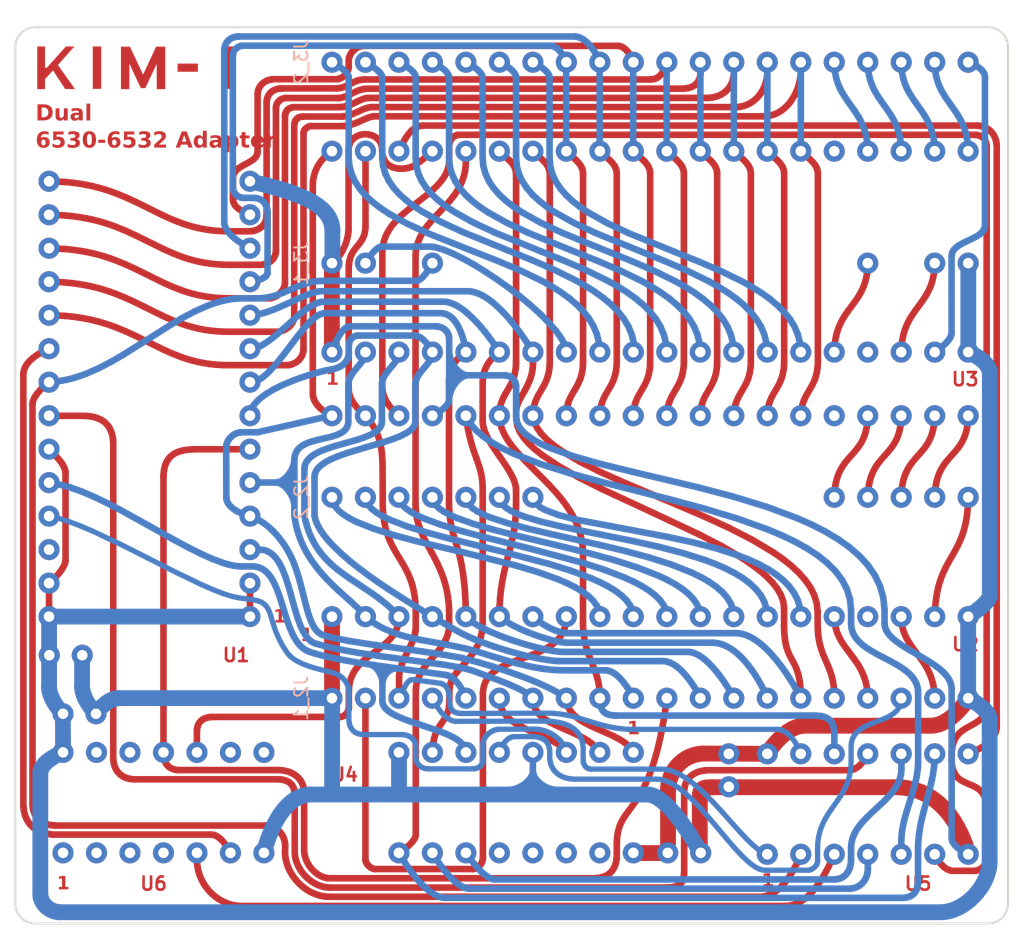
<source format=kicad_pcb>
(kicad_pcb (version 20221018) (generator pcbnew)
  (layers (0 "F.Cu" signal "Top") (31 "B.Cu" signal "Bottom") (34 "B.Paste" user) (35 "F.Paste" user) (36 "B.SilkS" user "B.Silkscreen") (37 "F.SilkS" user "F.Silkscreen") (38 "B.Mask" user) (39 "F.Mask" user) (44 "Edge.Cuts" user))
  (net 0 "")
  (net 1 "VCC")
  (net 2 "GND")
  (net 3 "/COLA")
  (net 4 "/Ø2")
  (net 5 "/K7")
  (net 6 "/A9")
  (net 7 "/A8")
  (net 8 "/A7")
  (net 9 "/A6")
  (net 10 "/R{slash}~{W}")
  (net 11 "/A5")
  (net 12 "/A4")
  (net 13 "/A3")
  (net 14 "/A2")
  (net 15 "/A1")
  (net 16 "/A0")
  (net 17 "/~{RES}")
  (net 18 "/U2_PB7")
  (net 19 "/K5")
  (net 20 "/U2_PB5")
  (net 21 "/KD4")
  (net 22 "/KD3")
  (net 23 "/KD2")
  (net 24 "/KD1")
  (net 25 "/U2_PB0")
  (net 26 "/D7")
  (net 27 "/D6")
  (net 28 "/D5")
  (net 29 "/D4")
  (net 30 "/D3")
  (net 31 "/D2")
  (net 32 "/D1")
  (net 33 "/D0")
  (net 34 "/U2_PA7")
  (net 35 "/COLG")
  (net 36 "/COLF")
  (net 37 "/COLE")
  (net 38 "/COLD")
  (net 39 "/COLC")
  (net 40 "/COLB")
  (net 41 "/U3_PA0")
  (net 42 "/K6")
  (net 43 "/U3_PB7")
  (net 44 "/U3_PB5")
  (net 45 "/U3_PB4")
  (net 46 "/U3_PB3")
  (net 47 "/U3_PB2")
  (net 48 "/U3_PB1")
  (net 49 "/U3_PB0")
  (net 50 "/U3_PA7")
  (net 51 "/U3_PA6")
  (net 52 "/U3_PA5")
  (net 53 "/U3_PA4")
  (net 54 "/U3_PA3")
  (net 55 "/U3_PA2")
  (net 56 "/U3_PA1")
  (net 57 "Net-(U1-~{CE})")
  (net 58 "Net-(U1-~{OE})")
  (net 60 "/~{A4}")
  (net 63 "~{U2_RS}")
  (net 64 "U2_CS")
  (net 67 "~{U3_RS}")
  (net 68 "U3_CS")
  (net 69 "Net-(U4A-O5)")
  (net 70 "Net-(U4A-O4)")
  (net 75 "Net-(U5-Pad3)")
  (footprint "KIM-1_Library:C_Disc_D3.0mm_W2.0mm_P2.50mm" (layer "F.Cu") (at 36.62 100.33)
    (fp_text reference "C2")
    (fp_text value "100n")
  )
  (footprint "KIM-1_Library:DIP-40_W15.24mm" (layer "F.Cu") (at 57.02 92.964 90)
    (fp_text reference "U2")
    (fp_text value "6532")
  )
  (footprint "KIM-1_Library:C_Disc_D3.0mm_W2.0mm_P2.50mm" (layer "F.Cu") (at 87.122 103.37 -90)
    (fp_text reference "C3")
    (fp_text value "100n")
  )
  (footprint "KIM-1_Library:DIP-28_W15.24mm" (layer "F.Cu") (at 50.8 92.96 180)
    (fp_text reference "U1")
    (fp_text value "27C64")
  )
  (footprint "KIM-1_Library:DIP-40_W15.24mm" (layer "F.Cu") (at 57.02 72.898 90)
    (fp_text reference "U3")
    (fp_text value "6532")
  )
  (footprint "KIM-1_Library:DIP-14_W7.62mm" (layer "F.Cu") (at 36.62 110.88 90)
    (fp_text reference "U6")
    (fp_text value "74LS04")
  )
  (footprint "KIM-1_Library:DIP-16_W7.62mm" (layer "F.Cu") (at 79.88 103.26 -90)
    (fp_text reference "U4")
    (fp_text value "74LS138")
  )
  (footprint "KIM-1_Library:DIP-14_W7.62mm" (layer "F.Cu") (at 90.04 110.988 90)
    (fp_text reference "U5")
    (fp_text value "74LS00")
  )
  (footprint "KIM-1_Library:KIM-1_Logo" (layer "F.Cu") (at 41.57 51.35)
    (fp_text reference "Ref**" hide)
    (fp_text value "Val**" hide)
  )
  (footprint "KIM-1_Library:C_Disc_D3.0mm_W2.0mm_P2.50mm" (layer "F.Cu") (at 35.58 95.89)
    (fp_text reference "C4")
    (fp_text value "100n")
  )
  (footprint "KIM-1_Library:C_Disc_D3.0mm_W2.0mm_P2.50mm" (layer "F.Cu") (at 82.49 110.88)
    (fp_text reference "C1")
    (fp_text value "100n")
  )
  (footprint "KIM-1_Library:PinHeader_1x20_D_P2.54mm_Vertical" (layer "B.Cu") (at 102.74 83.91 90)
    (fp_text reference "J2_2")
    (fp_text value "6530_002_R")
  )
  (footprint "KIM-1_Library:PinHeader_1x20_B_P2.54mm_Vertical" (layer "B.Cu") (at 102.74 50.91 90)
    (fp_text reference "J3_2")
    (fp_text value "6530_003_R")
  )
  (footprint "KIM-1_Library:PinHeader_1x20_A_P2.54mm_Vertical" (layer "B.Cu") (at 102.74 99.15 90)
    (fp_text reference "J2_1")
    (fp_text value "6530_002_L")
  )
  (footprint "KIM-1_Library:PinHeader_1x20_C_P2.54mm_Vertical" (layer "B.Cu") (at 102.74 66.15 90)
    (fp_text reference "J3_1")
    (fp_text value "6530_003_L")
  )
  (gr_line (start 106.8 116.24) (end 34.50066 116.24) (stroke (width 0.15)) (layer "Edge.Cuts"))
  (gr_line (start 108.3 49.76) (end 108.3 114.74) (stroke (width 0.15)) (layer "Edge.Cuts"))
  (gr_arc (start 106.8 48.26) (mid 107.86066 48.69934) (end 108.3 49.76) (stroke (width 0.15)) (layer "Edge.Cuts"))
  (gr_line (start 34.50066 48.26) (end 106.8 48.26) (stroke (width 0.15)) (layer "Edge.Cuts"))
  (gr_arc (start 108.3 114.74) (mid 107.86066 115.80066) (end 106.8 116.24) (stroke (width 0.15)) (layer "Edge.Cuts"))
  (gr_arc (start 34.50066 116.24) (mid 33.44 115.80066) (end 33.00066 114.74) (stroke (width 0.15)) (layer "Edge.Cuts"))
  (gr_arc (start 33.00066 49.76) (mid 33.44 48.69934) (end 34.50066 48.26) (stroke (width 0.15)) (layer "Edge.Cuts"))
  (gr_line (start 33.00066 114.74) (end 33.00066 49.76) (stroke (width 0.15)) (layer "Edge.Cuts"))
  (gr_text "6530-6532 Adapter" (at 34.53 57.59) (layer "F.Cu") (effects (font (size 1.2 1.2) (thickness 0.2) bold) (justify left bottom)))
  (gr_text "Dual" (at 34.53 55.53) (layer "F.Cu") (effects (font (size 1.2 1.2) (thickness 0.2) bold) (justify left bottom)))
  (segment (start 36.568516 81.394466) (end 36.61425 81.470169) (width 0.5) (layer "F.Cu") (net 1))
  (segment (start 82.983775 104.581478) (end 82.91191 104.697243) (width 1.2) (layer "F.Cu") (net 1))
  (segment (start 36.300536 89.689903) (end 36.184116 89.82717) (width 0.5) (layer "F.Cu") (net 1))
  (segment (start 36.301155 81.029523) (end 36.414012 81.171851) (width 0.5) (layer "F.Cu") (net 1))
  (segment (start 82.72901 105.068046) (end 82.679523 105.198963) (width 1.2) (layer "F.Cu") (net 1))
  (segment (start 83.841751 103.746276) (end 83.729741 103.818835) (width 1.2) (layer "F.Cu") (net 1))
  (segment (start 104.029081 100.577829) (end 103.913249 100.667713) (width 1.2) (layer "F.Cu") (net 1))
  (segment (start 91.549086 101.720051) (end 91.313453 101.900635) (width 1.2) (layer "F.Cu") (net 1))
  (segment (start 90.887035 102.294914) (end 90.699645 102.495812) (width 1.2) (layer "F.Cu") (net 1))
  (segment (start 92.189954 101.368203) (end 92.056711 101.423989) (width 1.2) (layer "F.Cu") (net 1))
  (segment (start 92.056711 101.423989) (end 91.925791 101.487867) (width 1.2) (layer "F.Cu") (net 1))
  (segment (start 36.656339 81.546231) (end 36.694327 81.62242) (width 0.5) (layer "F.Cu") (net 1))
  (segment (start 83.060798 104.469891) (end 82.983775 104.581478) (width 1.2) (layer "F.Cu") (net 1))
  (segment (start 82.598814 105.470839) (end 82.567941 105.611485) (width 1.2) (layer "F.Cu") (net 1))
  (segment (start 35.755342 90.272002) (end 35.560578 90.449943) (width 0.5) (layer "F.Cu") (net 1))
  (segment (start 82.845378 104.81703) (end 82.784353 104.940683) (width 1.2) (layer "F.Cu") (net 1))
  (segment (start 36.184116 89.82717) (end 36.067741 89.956099) (width 0.5) (layer "F.Cu") (net 1))
  (segment (start 91.925791 101.487867) (end 91.797405 101.559037) (width 1.2) (layer "F.Cu") (net 1))
  (segment (start 83.95735 103.679296) (end 83.841751 103.746276) (width 1.2) (layer "F.Cu") (net 1))
  (segment (start 92.741907 101.241971) (end 92.601496 101.257392) (width 1.2) (layer "F.Cu") (net 1))
  (segment (start 35.560578 80.289947) (end 35.61419 80.335192) (width 0.5) (layer "F.Cu") (net 1))
  (segment (start 91.092203 102.094389) (end 90.887035 102.294914) (width 1.2) (layer "F.Cu") (net 1))
  (segment (start 103.544408 100.911594) (end 103.414955 100.981762) (width 1.2) (layer "F.Cu") (net 1))
  (segment (start 35.560578 90.449943) (end 35.560578 92.989944) (width 0.5) (layer "F.Cu") (net 1))
  (segment (start 36.694327 81.62242) (end 36.727758 81.698501) (width 0.5) (layer "F.Cu") (net 1))
  (segment (start 104.636518 100.001553) (end 104.451937 100.195618) (width 1.2) (layer "F.Cu") (net 1))
  (segment (start 103.282556 101.045101) (end 103.147392 101.100849) (width 1.2) (layer "F.Cu") (net 1))
  (segment (start 36.810578 82.069115) (end 36.810578 88.670776) (width 0.5) (layer "F.Cu") (net 1))
  (segment (start 103.793738 100.753809) (end 103.67073 100.835356) (width 1.2) (layer "F.Cu") (net 1))
  (segment (start 103.67073 100.835356) (end 103.544408 100.911594) (width 1.2) (layer "F.Cu") (net 1))
  (segment (start 84.85237 103.379748) (end 84.716535 103.40331) (width 1.2) (layer "F.Cu") (net 1))
  (segment (start 85.130444 103.353257) (end 84.990398 103.363012) (width 1.2) (layer "F.Cu") (net 1))
  (segment (start 104.451937 100.195618) (end 104.248969 100.389737) (width 1.2) (layer "F.Cu") (net 1))
  (segment (start 91.313453 101.900635) (end 91.092203 102.094389) (width 1.2) (layer "F.Cu") (net 1))
  (segment (start 91.797405 101.559037) (end 91.671766 101.636698) (width 1.2) (layer "F.Cu") (net 1))
  (segment (start 82.51173 106.201828) (end 82.51128 110.849831) (width 1.2) (layer "F.Cu") (net 1))
  (segment (start 84.452142 103.470288) (end 84.323934 103.513392) (width 1.2) (layer "F.Cu") (net 1))
  (segment (start 105.065276 99.480523) (end 104.944654 99.637922) (width 1.2) (layer "F.Cu") (net 1))
  (segment (start 84.323934 103.513392) (end 84.198616 103.562698) (width 1.2) (layer "F.Cu") (net 1))
  (segment (start 36.779123 81.849406) (end 36.796143 81.923762) (width 0.5) (layer "F.Cu") (net 1))
  (segment (start 36.755747 88.951502) (end 36.727261 89.024945) (width 0.5) (layer "F.Cu") (net 1))
  (segment (start 104.248969 100.389737) (end 104.141048 100.484917) (width 1.2) (layer "F.Cu") (net 1))
  (segment (start 92.325308 101.321308) (end 92.189954 101.368203) (width 1.2) (layer "F.Cu") (net 1))
  (segment (start 103.414955 100.981762) (end 103.282556 101.045101) (width 1.2) (layer "F.Cu") (net 1))
  (segment (start 84.716535 103.40331) (end 84.583068 103.433542) (width 1.2) (layer "F.Cu") (net 1))
  (segment (start 87.099735 103.350639) (end 85.272335 103.350639) (width 1.2) (layer "F.Cu") (net 1))
  (segment (start 82.784353 104.940683) (end 82.72901 105.068046) (width 1.2) (layer "F.Cu") (net 1))
  (segment (start 91.671766 101.636698) (end 91.549086 101.720051) (width 1.2) (layer "F.Cu") (net 1))
  (segment (start 83.729741 103.818835) (end 83.621493 103.896818) (width 1.2) (layer "F.Cu") (net 1))
  (segment (start 90.261129 103.036754) (end 90.088806 103.281935) (width 1.2) (layer "F.Cu") (net 1))
  (segment (start 103.147392 101.100849) (end 103.009649 101.148246) (width 1.2) (layer "F.Cu") (net 1))
  (segment (start 104.944654 99.637922) (end 104.801246 99.813627) (width 1.2) (layer "F.Cu") (net 1))
  (segment (start 102.436535 101.23912) (end 92.883579 101.23864) (width 1.2) (layer "F.Cu") (net 1))
  (segment (start 36.806649 88.738479) (end 36.795897 88.808008) (width 0.5) (layer "F.Cu") (net 1))
  (segment (start 36.518933 89.398699) (end 36.413357 89.546384) (width 0.5) (layer "F.Cu") (net 1))
  (segment (start 102.727153 101.214947) (end 102.582768 101.23273) (width 1.2) (layer "F.Cu") (net 1))
  (segment (start 92.601496 101.257392) (end 92.462559 101.284105) (width 1.2) (layer "F.Cu") (net 1))
  (segment (start 35.85001 80.549364) (end 35.955451 80.652293) (width 0.5) (layer "F.Cu") (net 1))
  (segment (start 83.416985 104.068432) (end 83.321073 104.161752) (width 1.2) (layer "F.Cu") (net 1))
  (segment (start 35.955057 90.074605) (end 35.755342 90.272002) (width 0.5) (layer "F.Cu") (net 1))
  (segment (start 104.801246 99.813627) (end 104.636518 100.001553) (width 1.2) (layer "F.Cu") (net 1))
  (segment (start 92.462559 101.284105) (end 92.325308 101.321308) (width 1.2) (layer "F.Cu") (net 1))
  (segment (start 36.727261 89.024945) (end 36.693773 89.099172) (width 0.5) (layer "F.Cu") (net 1))
  (segment (start 83.517183 103.980069) (end 83.416985 104.068432) (width 1.2) (layer "F.Cu") (net 1))
  (segment (start 36.61362 89.248933) (end 36.518933 89.398699) (width 0.5) (layer "F.Cu") (net 1))
  (segment (start 84.198616 103.562698) (end 84.076363 103.618052) (width 1.2) (layer "F.Cu") (net 1))
  (segment (start 104.141048 100.484917) (end 104.029081 100.577829) (width 1.2) (layer "F.Cu") (net 1))
  (segment (start 90.028347 103.375038) (end 87.099735 103.350639) (width 1.2) (layer "F.Cu") (net 1))
  (segment (start 35.955451 80.652293) (end 36.068223 80.767875) (width 0.5) (layer "F.Cu") (net 1))
  (segment (start 50.800579 92.964546) (end 50.800579 90.424545) (width 0.5) (layer "F.Cu") (net 1))
  (segment (start 35.61419 80.335192) (end 35.755552 80.460959) (width 0.5) (layer "F.Cu") (net 1))
  (segment (start 90.088806 103.281935) (end 90.028347 103.375038) (width 1.2) (layer "F.Cu") (net 1))
  (segment (start 90.384995 102.873131) (end 90.261129 103.036754) (width 1.2) (layer "F.Cu") (net 1))
  (segment (start 36.796143 81.923762) (end 36.80678 81.997076) (width 0.5) (layer "F.Cu") (net 1))
  (segment (start 82.515342 106.05039) (end 82.51173 106.201828) (width 1.2) (layer "F.Cu") (net 1))
  (segment (start 82.526031 105.901417) (end 82.515342 106.05039) (width 1.2) (layer "F.Cu") (net 1))
  (segment (start 36.795897 88.808008) (end 36.778778 88.879102) (width 0.5) (layer "F.Cu") (net 1))
  (segment (start 36.693773 89.099172) (end 36.61362 89.248933) (width 0.5) (layer "F.Cu") (net 1))
  (segment (start 83.321073 104.161752) (end 83.229621 104.259872) (width 1.2) (layer "F.Cu") (net 1))
  (segment (start 36.727758 81.698501) (end 36.756176 81.774241) (width 0.5) (layer "F.Cu") (net 1))
  (segment (start 105.232297 99.244971) (end 105.065276 99.480523) (width 1.2) (layer "F.Cu") (net 1))
  (segment (start 84.076363 103.618052) (end 83.95735 103.679296) (width 1.2) (layer "F.Cu") (net 1))
  (segment (start 35.755552 80.460959) (end 35.85001 80.549364) (width 0.5) (layer "F.Cu") (net 1))
  (segment (start 83.142805 104.362637) (end 83.060798 104.469891) (width 1.2) (layer "F.Cu") (net 1))
  (segment (start 82.543622 105.755063) (end 82.526031 105.901417) (width 1.2) (layer "F.Cu") (net 1))
  (segment (start 84.990398 103.363012) (end 84.85237 103.379748) (width 1.2) (layer "F.Cu") (net 1))
  (segment (start 103.913249 100.667713) (end 103.793738 100.753809) (width 1.2) (layer "F.Cu") (net 1))
  (segment (start 102.582768 101.23273) (end 102.436535 101.23912) (width 1.2) (layer "F.Cu") (net 1))
  (segment (start 92.883579 101.23864) (end 92.741907 101.241971) (width 1.2) (layer "F.Cu") (net 1))
  (segment (start 36.067741 89.956099) (end 35.955057 90.074605) (width 0.5) (layer "F.Cu") (net 1))
  (segment (start 36.068223 80.767875) (end 36.184675 80.894241) (width 0.5) (layer "F.Cu") (net 1))
  (segment (start 102.869508 101.186533) (end 102.727153 101.214947) (width 1.2) (layer "F.Cu") (net 1))
  (segment (start 36.184675 80.894241) (end 36.301155 81.029523) (width 0.5) (layer "F.Cu") (net 1))
  (segment (start 36.519594 81.319356) (end 36.568516 81.394466) (width 0.5) (layer "F.Cu") (net 1))
  (segment (start 82.91191 104.697243) (end 82.845378 104.81703) (width 1.2) (layer "F.Cu") (net 1))
  (segment (start 36.810578 88.670776) (end 36.806649 88.738479) (width 0.5) (layer "F.Cu") (net 1))
  (segment (start 82.567941 105.611485) (end 82.543622 105.755063) (width 1.2) (layer "F.Cu") (net 1))
  (segment (start 36.413357 89.546384) (end 36.300536 89.689903) (width 0.5) (layer "F.Cu") (net 1))
  (segment (start 90.699645 102.495812) (end 90.531733 102.690684) (width 1.2) (layer "F.Cu") (net 1))
  (segment (start 82.636066 105.33328) (end 82.598814 105.470839) (width 1.2) (layer "F.Cu") (net 1))
  (segment (start 105.290577 99.15564) (end 105.232297 99.244971) (width 1.2) (layer "F.Cu") (net 1))
  (segment (start 84.583068 103.433542) (end 84.452142 103.470288) (width 1.2) (layer "F.Cu") (net 1))
  (segment (start 36.414012 81.171851) (end 36.519594 81.319356) (width 0.5) (layer "F.Cu") (net 1))
  (segment (start 36.80678 81.997076) (end 36.810578 82.069115) (width 0.5) (layer "F.Cu") (net 1))
  (segment (start 36.61425 81.470169) (end 36.656339 81.546231) (width 0.5) (layer "F.Cu") (net 1))
  (segment (start 36.778778 88.879102) (end 36.755747 88.951502) (width 0.5) (layer "F.Cu") (net 1))
  (segment (start 90.531733 102.690684) (end 90.384995 102.873131) (width 1.2) (layer "F.Cu") (net 1))
  (segment (start 85.272335 103.350639) (end 85.130444 103.353257) (width 1.2) (layer "F.Cu") (net 1))
  (segment (start 83.621493 103.896818) (end 83.517183 103.980069) (width 1.2) (layer "F.Cu") (net 1))
  (segment (start 103.009649 101.148246) (end 102.869508 101.186533) (width 1.2) (layer "F.Cu") (net 1))
  (segment (start 83.229621 104.259872) (end 83.142805 104.362637) (width 1.2) (layer "F.Cu") (net 1))
  (segment (start 82.679523 105.198963) (end 82.636066 105.33328) (width 1.2) (layer "F.Cu") (net 1))
  (segment (start 82.480038 110.896599) (end 79.88879 110.896637) (width 1.2) (layer "F.Cu") (net 1))
  (segment (start 36.756176 81.774241) (end 36.779123 81.849406) (width 0.5) (layer "F.Cu") (net 1))
  (segment (start 35.304863 114.917832) (end 35.256385 114.867) (width 1.2) (layer "B.Cu") (net 1))
  (segment (start 106.728482 73.931846) (end 106.777569 74.009258) (width 1.2) (layer "B.Cu") (net 1))
  (segment (start 34.896684 104.853281) (end 34.90186 104.76465) (width 1.2) (layer "B.Cu") (net 1))
  (segment (start 104.539363 115.038494) (end 104.380453 115.113374) (width 1.2) (layer "B.Cu") (net 1))
  (segment (start 35.75953 99.098746) (end 35.721425 99.007628) (width 1.2) (layer "B.Cu") (net 1))
  (segment (start 105.53332 92.789331) (end 105.276674 92.95904) (width 1.2) (layer "B.Cu") (net 1))
  (segment (start 34.969155 114.398125) (end 34.947654 114.333248) (width 1.2) (layer "B.Cu") (net 1))
  (segment (start 106.893229 111.779054) (end 106.870079 111.953498) (width 1.2) (layer "B.Cu") (net 1))
  (segment (start 106.885572 74.25426) (end 106.906458 74.339965) (width 1.2) (layer "B.Cu") (net 1))
  (segment (start 104.219531 115.179864) (end 104.056921 115.237627) (width 1.2) (layer "B.Cu") (net 1))
  (segment (start 105.669504 73.075566) (end 105.808738 73.152745) (width 1.2) (layer "B.Cu") (net 1))
  (segment (start 36.224064 103.440297) (end 36.354659 103.378119) (width 1.2) (layer "B.Cu") (net 1))
  (segment (start 105.533513 99.289041) (end 105.657806 99.364433) (width 1.2) (layer "B.Cu") (net 1))
  (segment (start 35.704251 115.210234) (end 35.641615 115.175962) (width 1.2) (layer "B.Cu") (net 1))
  (segment (start 34.90186 104.76465) (end 34.916497 104.677964) (width 1.2) (layer "B.Cu") (net 1))
  (segment (start 106.673866 73.85667) (end 106.728482 73.931846) (width 1.2) (layer "B.Cu") (net 1))
  (segment (start 106.371242 113.298784) (end 106.274546 113.455585) (width 1.2) (layer "B.Cu") (net 1))
  (segment (start 35.922383 103.601897) (end 36.078288 103.515041) (width 1.2) (layer "B.Cu") (net 1))
  (segment (start 35.768421 115.241737) (end 35.704251 115.210234) (width 1.2) (layer "B.Cu") (net 1))
  (segment (start 106.768963 91.706831) (end 106.718968 91.773548) (width 1.2) (layer "B.Cu") (net 1))
  (segment (start 104.056921 115.237627) (end 103.892947 115.286324) (width 1.2) (layer "B.Cu") (net 1))
  (segment (start 106.921907 91.335039) (end 106.916923 91.392278) (width 1.2) (layer "B.Cu") (net 1))
  (segment (start 106.397638 99.910465) (end 106.535377 100.044066) (width 1.2) (layer "B.Cu") (net 1))
  (segment (start 106.098166 92.371149) (end 105.944884 92.491528) (width 1.2) (layer "B.Cu") (net 1))
  (segment (start 36.275147 99.941448) (end 36.17993 99.815524) (width 1.2) (layer "B.Cu") (net 1))
  (segment (start 106.840972 100.469441) (end 106.869853 100.542153) (width 1.2) (layer "B.Cu") (net 1))
  (segment (start 35.088791 114.645046) (end 35.054081 114.585405) (width 1.2) (layer "B.Cu") (net 1))
  (segment (start 106.890819 100.614937) (end 106.903266 100.687622) (width 1.2) (layer "B.Cu") (net 1))
  (segment (start 105.699286 114.178043) (end 105.432402 114.431987) (width 1.2) (layer "B.Cu") (net 1))
  (segment (start 103.562202 115.355167) (end 103.39608 115.374635) (width 1.2) (layer "B.Cu") (net 1))
  (segment (start 105.000774 114.766902) (end 104.849847 114.864919) (width 1.2) (layer "B.Cu") (net 1))
  (segment (start 105.276674 99.145044) (end 105.533513 99.289041) (width 1.2) (layer "B.Cu") (net 1))
  (segment (start 106.412284 73.579633) (end 106.48293 73.645212) (width 1.2) (layer "B.Cu") (net 1))
  (segment (start 35.721425 99.007628) (end 35.68647 98.914891) (width 1.2) (layer "B.Cu") (net 1))
  (segment (start 106.83746 112.127336) (end 106.795697 112.300228) (width 1.2) (layer "B.Cu") (net 1))
  (segment (start 105.657806 99.364433) (end 105.796448 99.452891) (width 1.2) (layer "B.Cu") (net 1))
  (segment (start 106.538993 91.976516) (end 106.400027 92.111511) (width 1.2) (layer "B.Cu") (net 1))
  (segment (start 34.947654 114.333248) (end 34.929759 114.267314) (width 1.2) (layer "B.Cu") (net 1))
  (segment (start 105.808738 73.152745) (end 105.957501 73.242264) (width 1.2) (layer "B.Cu") (net 1))
  (segment (start 35.109517 104.275686) (end 35.167668 104.201861) (width 1.2) (layer "B.Cu") (net 1))
  (segment (start 106.274546 113.455585) (end 106.171299 113.608735) (width 1.2) (layer "B.Cu") (net 1))
  (segment (start 106.903266 100.687622) (end 106.906587 100.760042) (width 1.2) (layer "B.Cu") (net 1))
  (segment (start 103.727932 115.325617) (end 103.562202 115.355167) (width 1.2) (layer "B.Cu") (net 1))
  (segment (start 35.562692 98.23588) (end 35.562692 92.964777) (width 1.2) (layer "B.Cu") (net 1))
  (segment (start 105.544669 73.011248) (end 105.669504 73.075566) (width 1.2) (layer "B.Cu") (net 1))
  (segment (start 35.834004 115.270372) (end 35.768421 115.241737) (width 1.2) (layer "B.Cu") (net 1))
  (segment (start 35.022491 114.524304) (end 34.994142 114.461844) (width 1.2) (layer "B.Cu") (net 1))
  (segment (start 36.17993 99.815524) (end 36.08173 99.675748) (width 1.2) (layer "B.Cu") (net 1))
  (segment (start 104.849847 114.864919) (end 104.695935 114.955563) (width 1.2) (layer "B.Cu") (net 1))
  (segment (start 36.364265 100.052046) (end 36.275147 99.941448) (width 1.2) (layer "B.Cu") (net 1))
  (segment (start 36.178854 115.366984) (end 36.108032 115.354205) (width 1.2) (layer "B.Cu") (net 1))
  (segment (start 35.580637 115.139023) (end 35.521437 115.099516) (width 1.2) (layer "B.Cu") (net 1))
  (segment (start 106.902936 91.451763) (end 106.880545 91.513227) (width 1.2) (layer "B.Cu") (net 1))
  (segment (start 106.61433 73.783795) (end 106.673866 73.85667) (width 1.2) (layer "B.Cu") (net 1))
  (segment (start 36.038015 115.338054) (end 35.968923 115.31863) (width 1.2) (layer "B.Cu") (net 1))
  (segment (start 34.929759 114.267314) (end 34.915593 114.200424) (width 1.2) (layer "B.Cu") (net 1))
  (segment (start 106.599034 100.112823) (end 106.658408 100.18266) (width 1.2) (layer "B.Cu") (net 1))
  (segment (start 106.850352 91.576404) (end 106.812958 91.641028) (width 1.2) (layer "B.Cu") (net 1))
  (segment (start 35.888846 99.360541) (end 35.84363 99.275387) (width 1.2) (layer "B.Cu") (net 1))
  (segment (start 35.564693 98.334789) (end 35.562692 98.23588) (width 1.2) (layer "B.Cu") (net 1))
  (segment (start 36.108032 115.354205) (end 36.038015 115.338054) (width 1.2) (layer "B.Cu") (net 1))
  (segment (start 35.521437 115.099516) (end 35.464138 115.057543) (width 1.2) (layer "B.Cu") (net 1))
  (segment (start 36.250357 115.37629) (end 36.178854 115.366984) (width 1.2) (layer "B.Cu") (net 1))
  (segment (start 105.148391 114.661848) (end 105.000774 114.766902) (width 1.2) (layer "B.Cu") (net 1))
  (segment (start 34.896684 113.99502) (end 34.896684 104.853281) (width 1.2) (layer "B.Cu") (net 1))
  (segment (start 106.921907 74.517038) (end 106.921907 91.335039) (width 1.2) (layer "B.Cu") (net 1))
  (segment (start 35.298469 104.061297) (end 35.369855 103.994673) (width 1.2) (layer "B.Cu") (net 1))
  (segment (start 106.110926 73.343599) (end 106.264143 73.45623) (width 1.2) (layer "B.Cu") (net 1))
  (segment (start 106.250032 99.783201) (end 106.397638 99.910465) (width 1.2) (layer "B.Cu") (net 1))
  (segment (start 35.444391 103.930563) (end 35.600384 103.810113) (width 1.2) (layer "B.Cu") (net 1))
  (segment (start 106.820519 74.088841) (end 106.856723 74.17053) (width 1.2) (layer "B.Cu") (net 1))
  (segment (start 106.795697 112.300228) (end 106.745114 112.471837) (width 1.2) (layer "B.Cu") (net 1))
  (segment (start 34.915593 114.200424) (end 34.905277 114.132678) (width 1.2) (layer "B.Cu") (net 1))
  (segment (start 36.354659 103.378119) (end 36.55011 103.293288) (width 1.2) (layer "B.Cu") (net 1))
  (segment (start 35.369855 103.994673) (end 35.444391 103.930563) (width 1.2) (layer "B.Cu") (net 1))
  (segment (start 106.658408 100.18266) (end 106.712894 100.253408) (width 1.2) (layer "B.Cu") (net 1))
  (segment (start 36.444168 100.145843) (end 36.364265 100.052046) (width 1.2) (layer "B.Cu") (net 1))
  (segment (start 35.641615 115.175962) (end 35.580637 115.139023) (width 1.2) (layer "B.Cu") (net 1))
  (segment (start 103.892947 115.286324) (end 103.727932 115.325617) (width 1.2) (layer "B.Cu") (net 1))
  (segment (start 106.916923 91.392278) (end 106.902936 91.451763) (width 1.2) (layer "B.Cu") (net 1))
  (segment (start 106.251482 92.243766) (end 106.098166 92.371149) (width 1.2) (layer "B.Cu") (net 1))
  (segment (start 106.880545 91.513227) (end 106.850352 91.576404) (width 1.2) (layer "B.Cu") (net 1))
  (segment (start 105.796448 99.452891) (end 105.944595 99.553068) (width 1.2) (layer "B.Cu") (net 1))
  (segment (start 35.900879 115.296036) (end 35.834004 115.270372) (width 1.2) (layer "B.Cu") (net 1))
  (segment (start 106.777569 74.009258) (end 106.820519 74.088841) (width 1.2) (layer "B.Cu") (net 1))
  (segment (start 106.663574 91.840913) (end 106.538993 91.976516) (width 1.2) (layer "B.Cu") (net 1))
  (segment (start 36.6093 100.323519) (end 36.563862 100.277133) (width 1.2) (layer "B.Cu") (net 1))
  (segment (start 35.408862 115.013204) (end 35.355729 114.9666) (width 1.2) (layer "B.Cu") (net 1))
  (segment (start 106.869853 100.542153) (end 106.890819 100.614937) (width 1.2) (layer "B.Cu") (net 1))
  (segment (start 35.230863 104.130379) (end 35.298469 104.061297) (width 1.2) (layer "B.Cu") (net 1))
  (segment (start 106.543685 112.975578) (end 106.461064 113.138668) (width 1.2) (layer "B.Cu") (net 1))
  (segment (start 36.55011 103.293288) (end 36.624238 103.2642) (width 1.2) (layer "B.Cu") (net 1))
  (segment (start 35.167668 104.201861) (end 35.230863 104.130379) (width 1.2) (layer "B.Cu") (net 1))
  (segment (start 35.627567 98.725296) (end 35.604397 98.628808) (width 1.2) (layer "B.Cu") (net 1))
  (segment (start 35.210417 114.814205) (end 35.167081 114.759547) (width 1.2) (layer "B.Cu") (net 1))
  (segment (start 35.355729 114.9666) (end 35.304863 114.917832) (width 1.2) (layer "B.Cu") (net 1))
  (segment (start 35.054081 114.585405) (end 35.022491 114.524304) (width 1.2) (layer "B.Cu") (net 1))
  (segment (start 104.380453 115.113374) (end 104.219531 115.179864) (width 1.2) (layer "B.Cu") (net 1))
  (segment (start 34.916497 104.677964) (end 34.939965 104.593278) (width 1.2) (layer "B.Cu") (net 1))
  (segment (start 106.918772 74.427579) (end 106.921907 74.517038) (width 1.2) (layer "B.Cu") (net 1))
  (segment (start 34.898933 114.064176) (end 34.896684 113.99502) (width 1.2) (layer "B.Cu") (net 1))
  (segment (start 35.600384 103.810113) (end 35.761398 103.700406) (width 1.2) (layer "B.Cu") (net 1))
  (segment (start 106.718968 91.773548) (end 106.663574 91.840913) (width 1.2) (layer "B.Cu") (net 1))
  (segment (start 106.906458 74.339965) (end 106.918772 74.427579) (width 1.2) (layer "B.Cu") (net 1))
  (segment (start 106.745114 112.471837) (end 106.686035 112.641823) (width 1.2) (layer "B.Cu") (net 1))
  (segment (start 103.39608 115.374635) (end 103.22989 115.383684) (width 1.2) (layer "B.Cu") (net 1))
  (segment (start 106.400027 92.111511) (end 106.251482 92.243766) (width 1.2) (layer "B.Cu") (net 1))
  (segment (start 106.618784 112.80985) (end 106.543685 112.975578) (width 1.2) (layer "B.Cu") (net 1))
  (segment (start 106.097404 99.66362) (end 106.250032 99.783201) (width 1.2) (layer "B.Cu") (net 1))
  (segment (start 35.800395 99.18806) (end 35.75953 99.098746) (width 1.2) (layer "B.Cu") (net 1))
  (segment (start 35.464138 115.057543) (end 35.408862 115.013204) (width 1.2) (layer "B.Cu") (net 1))
  (segment (start 34.905277 114.132678) (end 34.898933 114.064176) (width 1.2) (layer "B.Cu") (net 1))
  (segment (start 35.585936 98.531437) (end 35.572571 98.43337) (width 1.2) (layer "B.Cu") (net 1))
  (segment (start 106.804782 100.396967) (end 106.840972 100.469441) (width 1.2) (layer "B.Cu") (net 1))
  (segment (start 35.572571 98.43337) (end 35.564693 98.334789) (width 1.2) (layer "B.Cu") (net 1))
  (segment (start 36.563862 100.277133) (end 36.444168 100.145843) (width 1.2) (layer "B.Cu") (net 1))
  (segment (start 104.695935 114.955563) (end 104.539363 115.038494) (width 1.2) (layer "B.Cu") (net 1))
  (segment (start 103.22989 115.383684) (end 36.394922 115.384081) (width 1.2) (layer "B.Cu") (net 1))
  (segment (start 105.796445 92.602773) (end 105.53332 92.789331) (width 1.2) (layer "B.Cu") (net 1))
  (segment (start 36.078288 103.515041) (end 36.224064 103.440297) (width 1.2) (layer "B.Cu") (net 1))
  (segment (start 106.712894 100.253408) (end 106.761887 100.3249) (width 1.2) (layer "B.Cu") (net 1))
  (segment (start 106.870079 111.953498) (end 106.83746 112.127336) (width 1.2) (layer "B.Cu") (net 1))
  (segment (start 105.957501 73.242264) (end 106.110926 73.343599) (width 1.2) (layer "B.Cu") (net 1))
  (segment (start 34.939965 104.593278) (end 34.971632 104.51065) (width 1.2) (layer "B.Cu") (net 1))
  (segment (start 106.535377 100.044066) (end 106.599034 100.112823) (width 1.2) (layer "B.Cu") (net 1))
  (segment (start 106.48293 73.645212) (end 106.550482 73.713287) (width 1.2) (layer "B.Cu") (net 1))
  (segment (start 34.971632 104.51065) (end 35.010867 104.430138) (width 1.2) (layer "B.Cu") (net 1))
  (segment (start 50.800542 92.960634) (end 35.56268 92.960672) (width 1.2) (layer "B.Cu") (net 1))
  (segment (start 35.167081 114.759547) (end 35.126498 114.703127) (width 1.2) (layer "B.Cu") (net 1))
  (segment (start 35.84363 99.275387) (end 35.800395 99.18806) (width 1.2) (layer "B.Cu") (net 1))
  (segment (start 36.08173 99.675748) (end 35.983663 99.523595) (width 1.2) (layer "B.Cu") (net 1))
  (segment (start 105.946449 113.902723) (end 105.699286 114.178043) (width 1.2) (layer "B.Cu") (net 1))
  (segment (start 106.550482 73.713287) (end 106.61433 73.783795) (width 1.2) (layer "B.Cu") (net 1))
  (segment (start 106.761887 100.3249) (end 106.804782 100.396967) (width 1.2) (layer "B.Cu") (net 1))
  (segment (start 36.32242 115.382023) (end 36.250357 115.37629) (width 1.2) (layer "B.Cu") (net 1))
  (segment (start 105.276674 92.95904) (end 105.276674 99.145044) (width 1.2) (layer "B.Cu") (net 1))
  (segment (start 106.812958 91.641028) (end 106.768963 91.706831) (width 1.2) (layer "B.Cu") (net 1))
  (segment (start 35.256385 114.867) (end 35.210417 114.814205) (width 1.2) (layer "B.Cu") (net 1))
  (segment (start 106.686035 112.641823) (end 106.618784 112.80985) (width 1.2) (layer "B.Cu") (net 1))
  (segment (start 106.461064 113.138668) (end 106.371242 113.298784) (width 1.2) (layer "B.Cu") (net 1))
  (segment (start 105.944595 99.553068) (end 106.097404 99.66362) (width 1.2) (layer "B.Cu") (net 1))
  (segment (start 105.286676 72.893038) (end 105.357665 72.923287) (width 1.2) (layer "B.Cu") (net 1))
  (segment (start 106.856723 74.17053) (end 106.885572 74.25426) (width 1.2) (layer "B.Cu") (net 1))
  (segment (start 35.655054 98.820719) (end 35.627567 98.725296) (width 1.2) (layer "B.Cu") (net 1))
  (segment (start 34.994142 114.461844) (end 34.969155 114.398125) (width 1.2) (layer "B.Cu") (net 1))
  (segment (start 105.286676 66.145037) (end 105.286676 72.893038) (width 1.2) (layer "B.Cu") (net 1))
  (segment (start 106.171299 113.608735) (end 105.946449 113.902723) (width 1.2) (layer "B.Cu") (net 1))
  (segment (start 35.68647 98.914891) (end 35.655054 98.820719) (width 1.2) (layer "B.Cu") (net 1))
  (segment (start 106.906587 100.760042) (end 106.906587 111.604341) (width 1.2) (layer "B.Cu") (net 1))
  (segment (start 35.983663 99.523595) (end 35.935654 99.443339) (width 1.2) (layer "B.Cu") (net 1))
  (segment (start 36.624238 103.2642) (end 36.6093 100.323519) (width 1.2) (layer "B.Cu") (net 1))
  (segment (start 105.944884 92.491528) (end 105.796445 92.602773) (width 1.2) (layer "B.Cu") (net 1))
  (segment (start 35.057039 104.351797) (end 35.109517 104.275686) (width 1.2) (layer "B.Cu") (net 1))
  (segment (start 35.761398 103.700406) (end 35.922383 103.601897) (width 1.2) (layer "B.Cu") (net 1))
  (segment (start 105.357665 72.923287) (end 105.544669 73.011248) (width 1.2) (layer "B.Cu") (net 1))
  (segment (start 35.010867 104.430138) (end 35.057039 104.351797) (width 1.2) (layer "B.Cu") (net 1))
  (segment (start 35.604397 98.628808) (end 35.585936 98.531437) (width 1.2) (layer "B.Cu") (net 1))
  (segment (start 106.906587 111.604341) (end 106.893229 111.779054) (width 1.2) (layer "B.Cu") (net 1))
  (segment (start 35.968923 115.31863) (end 35.900879 115.296036) (width 1.2) (layer "B.Cu") (net 1))
  (segment (start 106.264143 73.45623) (end 106.412284 73.579633) (width 1.2) (layer "B.Cu") (net 1))
  (segment (start 35.126498 114.703127) (end 35.088791 114.645046) (width 1.2) (layer "B.Cu") (net 1))
  (segment (start 36.394922 115.384081) (end 36.32242 115.382023) (width 1.2) (layer "B.Cu") (net 1))
  (segment (start 35.935654 99.443339) (end 35.888846 99.360541) (width 1.2) (layer "B.Cu") (net 1))
  (segment (start 105.432402 114.431987) (end 105.148391 114.661848) (width 1.2) (layer "B.Cu") (net 1))
  (segment (start 58.451252 56.932976) (end 58.519384 56.835286) (width 0.5) (layer "F.Cu") (net 2))
  (segment (start 57.16089 66.060785) (end 57.269982 65.95561) (width 0.5) (layer "F.Cu") (net 2))
  (segment (start 60.655765 56.932704) (end 60.713817 57.039707) (width 0.5) (layer "F.Cu") (net 2))
  (segment (start 58.979172 56.486343) (end 59.088541 56.444459) (width 0.5) (layer "F.Cu") (net 2))
  (segment (start 64.116651 58.121644) (end 64.50707 57.800739) (width 0.5) (layer "F.Cu") (net 2))
  (segment (start 84.982131 106.243711) (end 84.967856 106.289801) (width 1.2) (layer "F.Cu") (net 2))
  (segment (start 60.018474 56.444302) (end 60.127843 56.486154) (width 0.5) (layer "F.Cu") (net 2))
  (segment (start 103.870297 108.007704) (end 104.041721 108.242779) (width 1.2) (layer "F.Cu") (net 2))
  (segment (start 58.874385 56.53753) (end 58.979172 56.486343) (width 0.5) (layer "F.Cu") (net 2))
  (segment (start 58.775096 56.598018) (end 58.874385 56.53753) (width 0.5) (layer "F.Cu") (net 2))
  (segment (start 61.212355 58.621361) (end 61.286603 58.68523) (width 0.5) (layer "F.Cu") (net 2))
  (segment (start 60.838705 57.832933) (end 60.85951 57.96072) (width 0.5) (layer "F.Cu") (net 2))
  (segment (start 85.355112 105.940133) (end 85.307431 105.951365) (width 1.2) (layer "F.Cu") (net 2))
  (segment (start 104.200198 108.479443) (end 104.479839 108.950257) (width 1.2) (layer "F.Cu") (net 2))
  (segment (start 101.359873 106.145135) (end 101.68179 106.264128) (width 1.2) (layer "F.Cu") (net 2))
  (segment (start 58.311002 57.281841) (end 58.346144 57.156254) (width 0.5) (layer "F.Cu") (net 2))
  (segment (start 64.50707 57.800739) (end 64.668583 57.663643) (width 0.5) (layer "F.Cu") (net 2))
  (segment (start 60.510337 56.746624) (end 60.587633 56.83501) (width 0.5) (layer "F.Cu") (net 2))
  (segment (start 103.047482 107.119736) (end 103.274517 107.330235) (width 1.2) (layer "F.Cu") (net 2))
  (segment (start 85.088508 106.066852) (end 85.062205 106.095613) (width 1.2) (layer "F.Cu") (net 2))
  (segment (start 62.100676 58.978503) (end 62.198534 58.98424) (width 0.5) (layer "F.Cu") (net 2))
  (segment (start 85.184226 105.99784) (end 85.14941 106.018126) (width 1.2) (layer "F.Cu") (net 2))
  (segment (start 60.925721 58.190028) (end 60.970167 58.292033) (width 0.5) (layer "F.Cu") (net 2))
  (segment (start 58.3932 57.039965) (end 58.451252 56.932976) (width 0.5) (layer "F.Cu") (net 2))
  (segment (start 57.859989 65.130335) (end 57.941073 64.964169) (width 0.5) (layer "F.Cu") (net 2))
  (segment (start 87.122578 105.903641) (end 99.896878 105.903641) (width 1.2) (layer "F.Cu") (net 2))
  (segment (start 62.392933 58.982506) (end 62.488515 58.975519) (width 0.5) (layer "F.Cu") (net 2))
  (segment (start 59.201575 56.411877) (end 59.317359 56.388597) (width 0.5) (layer "F.Cu") (net 2))
  (segment (start 61.286603 58.68523) (end 61.365372 58.742197) (width 0.5) (layer "F.Cu") (net 2))
  (segment (start 63.879721 58.308656) (end 64.116651 58.121644) (width 0.5) (layer "F.Cu") (net 2))
  (segment (start 85.038524 106.127519) (end 85.017357 106.16273) (width 1.2) (layer "F.Cu") (net 2))
  (segment (start 62.674042 58.950514) (end 62.763028 58.932979) (width 0.5) (layer "F.Cu") (net 2))
  (segment (start 102.805588 106.919933) (end 103.047482 107.119736) (width 1.2) (layer "F.Cu") (net 2))
  (segment (start 62.296113 58.985494) (end 62.392933 58.982506) (width 0.5) (layer "F.Cu") (net 2))
  (segment (start 57.772818 65.288993) (end 57.859989 65.130335) (width 0.5) (layer "F.Cu") (net 2))
  (segment (start 100.28969 105.9252) (end 100.664206 105.973849) (width 1.2) (layer "F.Cu") (net 2))
  (segment (start 85.11754 106.041077) (end 85.088508 106.066852) (width 1.2) (layer "F.Cu") (net 2))
  (segment (start 63.082588 58.834939) (end 63.150982 58.804663) (width 0.5) (layer "F.Cu") (net 2))
  (segment (start 61.624004 58.874109) (end 61.716057 58.905889) (width 0.5) (layer "F.Cu") (net 2))
  (segment (start 104.900565 109.830819) (end 105.047765 110.211424) (width 1.2) (layer "F.Cu") (net 2))
  (segment (start 85.792545 105.904695) (end 85.647971 105.908712) (width 1.2) (layer "F.Cu") (net 2))
  (segment (start 84.922129 106.654838) (end 84.919502 106.814076) (width 1.2) (layer "F.Cu") (net 2))
  (segment (start 84.937086 106.452395) (end 84.930487 106.515234) (width 1.2) (layer "F.Cu") (net 2))
  (segment (start 60.796015 57.281639) (end 60.818329 57.416569) (width 0.5) (layer "F.Cu") (net 2))
  (segment (start 57.582992 65.582181) (end 57.680253 65.439742) (width 0.5) (layer "F.Cu") (net 2))
  (segment (start 85.406278 105.930764) (end 85.355112 105.940133) (width 1.2) (layer "F.Cu") (net 2))
  (segment (start 84.930487 106.515234) (end 84.922129 106.654838) (width 1.2) (layer "F.Cu") (net 2))
  (segment (start 101.986937 106.402926) (end 102.275698 106.559707) (width 1.2) (layer "F.Cu") (net 2))
  (segment (start 84.921742 106.994232) (end 84.921742 110.830452) (width 1.2) (layer "F.Cu") (net 2))
  (segment (start 60.818329 57.416569) (end 60.826897 57.56081) (width 0.5) (layer "F.Cu") (net 2))
  (segment (start 59.317359 56.388597) (end 59.434975 56.374621) (width 0.5) (layer "F.Cu") (net 2))
  (segment (start 63.638507 58.490778) (end 63.879721 58.308656) (width 0.5) (layer "F.Cu") (net 2))
  (segment (start 59.789656 56.388516) (end 59.90544 56.411757) (width 0.5) (layer "F.Cu") (net 2))
  (segment (start 61.365372 58.742197) (end 61.448182 58.792505) (width 0.5) (layer "F.Cu") (net 2))
  (segment (start 101.020806 106.047768) (end 101.359873 106.145135) (width 1.2) (layer "F.Cu") (net 2))
  (segment (start 103.274517 107.330235) (end 103.487077 107.549611) (width 1.2) (layer "F.Cu") (net 2))
  (segment (start 103.487077 107.549611) (end 103.685543 107.776041) (width 1.2) (layer "F.Cu") (net 2))
  (segment (start 60.127843 56.486154) (end 60.23263 56.537311) (width 0.5) (layer "F.Cu") (net 2))
  (segment (start 59.67204 56.37458) (end 59.789656 56.388516) (width 0.5) (layer "F.Cu") (net 2))
  (segment (start 59.434975 56.374621) (end 59.553508 56.369949) (width 0.5) (layer "F.Cu") (net 2))
  (segment (start 101.68179 106.264128) (end 101.986937 106.402926) (width 1.2) (layer "F.Cu") (net 2))
  (segment (start 57.014736 66.15564) (end 57.015007 72.911751) (width 1.2) (layer "F.Cu") (net 2))
  (segment (start 62.931044 58.889056) (end 63.009115 58.863151) (width 0.5) (layer "F.Cu") (net 2))
  (segment (start 62.763028 58.932979) (end 62.848855 58.912413) (width 0.5) (layer "F.Cu") (net 2))
  (segment (start 57.269982 65.95561) (end 57.37716 65.840517) (width 0.5) (layer "F.Cu") (net 2))
  (segment (start 63.213818 58.772564) (end 63.307258 58.717721) (width 0.5) (layer "F.Cu") (net 2))
  (segment (start 57.025738 92.969635) (end 57.025738 99.158241) (width 1.2) (layer "F.Cu") (net 2))
  (segment (start 102.548454 106.73265) (end 102.805588 106.919933) (width 1.2) (layer "F.Cu") (net 2))
  (segment (start 84.967856 106.289801) (end 84.955662 106.339839) (width 1.2) (layer "F.Cu") (net 2))
  (segment (start 58.260755 63.832034) (end 58.271661 63.728865) (width 0.5) (layer "F.Cu") (net 2))
  (segment (start 58.346144 57.156254) (end 58.3932 57.039965) (width 0.5) (layer "F.Cu") (net 2))
  (segment (start 85.647971 105.908712) (end 85.519503 105.916974) (width 1.2) (layer "F.Cu") (net 2))
  (segment (start 84.919502 106.814076) (end 84.921742 106.994232) (width 1.2) (layer "F.Cu") (net 2))
  (segment (start 85.95409 105.903641) (end 85.792545 105.904695) (width 1.2) (layer "F.Cu") (net 2))
  (segment (start 105.231124 110.780423) (end 105.286808 110.995994) (width 1.2) (layer "F.Cu") (net 2))
  (segment (start 59.088541 56.444459) (end 59.201575 56.411877) (width 0.5) (layer "F.Cu") (net 2))
  (segment (start 61.448182 58.792505) (end 61.534553 58.836395) (width 0.5) (layer "F.Cu") (net 2))
  (segment (start 87.122578 105.903641) (end 85.95409 105.903641) (width 1.2) (layer "F.Cu") (net 2))
  (segment (start 102.275698 106.559707) (end 102.548454 106.73265) (width 1.2) (layer "F.Cu") (net 2))
  (segment (start 57.680253 65.439742) (end 57.772818 65.288993) (width 0.5) (layer "F.Cu") (net 2))
  (segment (start 57.941073 64.964169) (end 58.015372 64.790898) (width 0.5) (layer "F.Cu") (net 2))
  (segment (start 85.263129 105.964619) (end 85.222097 105.980058) (width 1.2) (layer "F.Cu") (net 2))
  (segment (start 58.519384 56.835286) (end 58.596679 56.746896) (width 0.5) (layer "F.Cu") (net 2))
  (segment (start 58.596679 56.746896) (end 58.682222 56.667807) (width 0.5) (layer "F.Cu") (net 2))
  (segment (start 60.713817 57.039707) (end 60.760873 57.156018) (width 0.5) (layer "F.Cu") (net 2))
  (segment (start 58.230813 64.034802) (end 58.260755 63.832034) (width 0.5) (layer "F.Cu") (net 2))
  (segment (start 57.37716 65.840517) (end 57.481729 65.715906) (width 0.5) (layer "F.Cu") (net 2))
  (segment (start 60.760873 57.156018) (end 60.796015 57.281639) (width 0.5) (layer "F.Cu") (net 2))
  (segment (start 60.424793 56.667546) (end 60.510337 56.746624) (width 0.5) (layer "F.Cu") (net 2))
  (segment (start 63.150982 58.804663) (end 63.213818 58.772564) (width 0.5) (layer "F.Cu") (net 2))
  (segment (start 61.906044 58.952613) (end 62.00302 58.968042) (width 0.5) (layer "F.Cu") (net 2))
  (segment (start 84.955662 106.339839) (end 84.945441 106.393983) (width 1.2) (layer "F.Cu") (net 2))
  (segment (start 85.14941 106.018126) (end 85.11754 106.041077) (width 1.2) (layer "F.Cu") (net 2))
  (segment (start 104.041721 108.242779) (end 104.200198 108.479443) (width 1.2) (layer "F.Cu") (net 2))
  (segment (start 59.90544 56.411757) (end 60.018474 56.444302) (width 0.5) (layer "F.Cu") (net 2))
  (segment (start 63.410657 58.651063) (end 63.521808 58.574709) (width 0.5) (layer "F.Cu") (net 2))
  (segment (start 62.198534 58.98424) (end 62.296113 58.985494) (width 0.5) (layer "F.Cu") (net 2))
  (segment (start 58.280121 57.560909) (end 58.288689 57.416726) (width 0.5) (layer "F.Cu") (net 2))
  (segment (start 63.009115 58.863151) (end 63.082588 58.834939) (width 0.5) (layer "F.Cu") (net 2))
  (segment (start 60.970167 58.292033) (end 61.021533 58.385926) (width 0.5) (layer "F.Cu") (net 2))
  (segment (start 85.307431 105.951365) (end 85.263129 105.964619) (width 1.2) (layer "F.Cu") (net 2))
  (segment (start 60.85951 57.96072) (end 60.888675 58.079672) (width 0.5) (layer "F.Cu") (net 2))
  (segment (start 84.998595 106.201408) (end 84.982131 106.243711) (width 1.2) (layer "F.Cu") (net 2))
  (segment (start 58.015372 64.790898) (end 58.082191 64.610924) (width 0.5) (layer "F.Cu") (net 2))
  (segment (start 60.82674 57.696068) (end 60.838705 57.832933) (width 0.5) (layer "F.Cu") (net 2))
  (segment (start 58.682222 56.667807) (end 58.775096 56.598018) (width 0.5) (layer "F.Cu") (net 2))
  (segment (start 60.331919 56.597775) (end 60.424793 56.667546) (width 0.5) (layer "F.Cu") (net 2))
  (segment (start 85.519503 105.916974) (end 85.406278 105.930764) (width 1.2) (layer "F.Cu") (net 2))
  (segment (start 63.307258 58.717721) (end 63.410657 58.651063) (width 0.5) (layer "F.Cu") (net 2))
  (segment (start 61.07934 58.471951) (end 61.143107 58.550348) (width 0.5) (layer "F.Cu") (net 2))
  (segment (start 57.481729 65.715906) (end 57.582992 65.582181) (width 0.5) (layer "F.Cu") (net 2))
  (segment (start 61.716057 58.905889) (end 61.81023 58.931976) (width 0.5) (layer "F.Cu") (net 2))
  (segment (start 62.848855 58.912413) (end 62.931044 58.889056) (width 0.5) (layer "F.Cu") (net 2))
  (segment (start 85.017357 106.16273) (end 84.998595 106.201408) (width 1.2) (layer "F.Cu") (net 2))
  (segment (start 84.945441 106.393983) (end 84.937086 106.452395) (width 1.2) (layer "F.Cu") (net 2))
  (segment (start 85.222097 105.980058) (end 85.184226 105.99784) (width 1.2) (layer "F.Cu") (net 2))
  (segment (start 58.271661 63.728865) (end 58.27974 63.624573) (width 0.5) (layer "F.Cu") (net 2))
  (segment (start 60.826897 57.56081) (end 60.82674 57.696068) (width 0.5) (layer "F.Cu") (net 2))
  (segment (start 61.143107 58.550348) (end 61.212355 58.621361) (width 0.5) (layer "F.Cu") (net 2))
  (segment (start 60.888675 58.079672) (end 60.925721 58.190028) (width 0.5) (layer "F.Cu") (net 2))
  (segment (start 105.047765 110.211424) (end 105.231124 110.780423) (width 1.2) (layer "F.Cu") (net 2))
  (segment (start 58.288689 57.416726) (end 58.311002 57.281841) (width 0.5) (layer "F.Cu") (net 2))
  (segment (start 60.23263 56.537311) (end 60.331919 56.597775) (width 0.5) (layer "F.Cu") (net 2))
  (segment (start 60.587633 56.83501) (end 60.655765 56.932704) (width 0.5) (layer "F.Cu") (net 2))
  (segment (start 62.00302 58.968042) (end 62.100676 58.978503) (width 0.5) (layer "F.Cu") (net 2))
  (segment (start 85.062205 106.095613) (end 85.038524 106.127519) (width 1.2) (layer "F.Cu") (net 2))
  (segment (start 59.553508 56.369949) (end 59.67204 56.37458) (width 0.5) (layer "F.Cu") (net 2))
  (segment (start 58.140835 64.424649) (end 58.190607 64.232474) (width 0.5) (layer "F.Cu") (net 2))
  (segment (start 100.664206 105.973849) (end 101.020806 106.047768) (width 1.2) (layer "F.Cu") (net 2))
  (segment (start 58.27974 63.624573) (end 58.280121 57.560909) (width 0.5) (layer "F.Cu") (net 2))
  (segment (start 61.534553 58.836395) (end 61.624004 58.874109) (width 0.5) (layer "F.Cu") (net 2))
  (segment (start 99.896878 105.903641) (end 100.28969 105.9252) (width 1.2) (layer "F.Cu") (net 2))
  (segment (start 61.021533 58.385926) (end 61.07934 58.471951) (width 0.5) (layer "F.Cu") (net 2))
  (segment (start 62.488515 58.975519) (end 62.582378 58.964774) (width 0.5) (layer "F.Cu") (net 2))
  (segment (start 103.685543 107.776041) (end 103.870297 108.007704) (width 1.2) (layer "F.Cu") (net 2))
  (segment (start 63.521808 58.574709) (end 63.638507 58.490778) (width 0.5) (layer "F.Cu") (net 2))
  (segment (start 104.712275 109.405573) (end 104.900565 109.830819) (width 1.2) (layer "F.Cu") (net 2))
  (segment (start 104.479839 108.950257) (end 104.712275 109.405573) (width 1.2) (layer "F.Cu") (net 2))
  (segment (start 62.582378 58.964774) (end 62.674042 58.950514) (width 0.5) (layer "F.Cu") (net 2))
  (segment (start 57.050579 66.15564) (end 57.16089 66.060785) (width 0.5) (layer "F.Cu") (net 2))
  (segment (start 58.190607 64.232474) (end 58.230813 64.034802) (width 0.5) (layer "F.Cu") (net 2))
  (segment (start 58.082191 64.610924) (end 58.140835 64.424649) (width 0.5) (layer "F.Cu") (net 2))
  (segment (start 61.81023 58.931976) (end 61.906044 58.952613) (width 0.5) (layer "F.Cu") (net 2))
  (segment (start 65.021318 70.95393) (end 65.074921 70.961717) (width 0.5) (layer "B.Cu") (net 2))
  (segment (start 104.776504 110.712399) (end 104.658761 110.633471) (width 0.5) (layer "B.Cu") (net 2))
  (segment (start 70.914955 75.186766) (end 70.897402 75.1468) (width 0.5) (layer "B.Cu") (net 2))
  (segment (start 53.033956 108.051971) (end 53.169412 107.854186) (width 1.2) (layer "B.Cu") (net 2))
  (segment (start 104.270535 110.292404) (end 104.224253 110.236202) (width 0.5) (layer "B.Cu") (net 2))
  (segment (start 57.031587 99.145037) (end 40.906877 99.14467) (width 1.2) (layer "B.Cu") (net 2))
  (segment (start 103.384579 97.171079) (end 103.21299 97.012669) (width 0.5) (layer "B.Cu") (net 2))
  (segment (start 39.113401 100.327631) (end 39.067943 100.279823) (width 1.2) (layer "B.Cu") (net 2))
  (segment (start 98.995088 93.828366) (end 98.951339 93.654287) (width 0.5) (layer "B.Cu") (net 2))
  (segment (start 99.064495 93.996622) (end 98.995088 93.828366) (width 0.5) (layer "B.Cu") (net 2))
  (segment (start 104.109321 110.057618) (end 104.080517 109.994953) (width 0.5) (layer "B.Cu") (net 2))
  (segment (start 56.297557 62.064414) (end 56.436996 62.203385) (width 1.2) (layer "B.Cu") (net 2))
  (segment (start 70.594459 74.798093) (end 70.557623 74.775895) (width 0.5) (layer "B.Cu") (net 2))
  (segment (start 38.779101 99.935087) (end 38.683841 99.806173) (width 1.2) (layer "B.Cu") (net 2))
  (segment (start 53.625379 107.306456) (end 53.794304 107.144508) (width 1.2) (layer "B.Cu") (net 2))
  (segment (start 81.421871 106.559808) (end 81.589985 106.639507) (width 1.2) (layer "B.Cu") (net 2))
  (segment (start 38.868258 100.048481) (end 38.779101 99.935087) (width 1.2) (layer "B.Cu") (net 2))
  (segment (start 70.944693 75.270165) (end 70.930727 75.227903) (width 0.5) (layer "B.Cu") (net 2))
  (segment (start 103.793824 97.677747) (end 103.676823 97.50315) (width 0.5) (layer "B.Cu") (net 2))
  (segment (start 40.721921 99.155721) (end 40.631529 99.170781) (width 1.2) (layer "B.Cu") (net 2))
  (segment (start 65.178602 70.983608) (end 65.228575 70.997658) (width 0.5) (layer "B.Cu") (net 2))
  (segment (start 55.617999 61.558605) (end 55.981261 61.801936) (width 1.2) (layer "B.Cu") (net 2))
  (segment (start 65.160378 77.421485) (end 65.046134 77.495669) (width 0.5) (layer "B.Cu") (net 2))
  (segment (start 57.051679 63.725706) (end 57.051637 66.145037) (width 1.2) (layer "B.Cu") (net 2))
  (segment (start 65.852236 71.571864) (end 65.868229 71.619887) (width 0.5) (layer "B.Cu") (net 2))
  (segment (start 65.228575 70.997658) (end 65.277233 71.013742) (width 0.5) (layer "B.Cu") (net 2))
  (segment (start 70.975485 75.403216) (end 70.967099 75.357868) (width 0.5) (layer "B.Cu") (net 2))
  (segment (start 38.439457 99.426302) (end 38.392628 99.342028) (width 1.2) (layer "B.Cu") (net 2))
  (segment (start 56.984052 63.159322) (end 57.02287 63.341053) (width 1.2) (layer "B.Cu") (net 2))
  (segment (start 57.912227 71.1878) (end 57.976686 71.128283) (width 0.5) (layer "B.Cu") (net 2))
  (segment (start 65.908535 71.826859) (end 65.912431 71.882185) (width 0.5) (layer "B.Cu") (net 2))
  (segment (start 54.158282 106.861312) (end 54.353578 106.743316) (width 1.2) (layer "B.Cu") (net 2))
  (segment (start 70.989059 75.544667) (end 70.986492 75.496662) (width 0.5) (layer "B.Cu") (net 2))
  (segment (start 65.278367 77.338857) (end 65.160378 77.421485) (width 0.5) (layer "B.Cu") (net 2))
  (segment (start 40.369985 99.248806) (end 40.286372 99.284294) (width 1.2) (layer "B.Cu") (net 2))
  (segment (start 53.794304 107.144508) (end 53.971898 106.995585) (width 1.2) (layer "B.Cu") (net 2))
  (segment (start 70.396207 74.705482) (end 70.352468 74.69271) (width 0.5) (layer "B.Cu") (net 2))
  (segment (start 104.890515 110.782269) (end 104.776504 110.712399) (width 0.5) (layer "B.Cu") (net 2))
  (segment (start 104.372288 110.399482) (end 104.320034 110.34685) (width 0.5) (layer "B.Cu") (net 2))
  (segment (start 70.629834 74.822033) (end 70.594459 74.798093) (width 0.5) (layer "B.Cu") (net 2))
  (segment (start 57.021611 72.893038) (end 57.126033 72.59026) (width 0.5) (layer "B.Cu") (net 2))
  (segment (start 54.771387 106.562657) (end 54.994142 106.503246) (width 1.2) (layer "B.Cu") (net 2))
  (segment (start 39.149444 100.276245) (end 39.113401 100.327631) (width 1.2) (layer "B.Cu") (net 2))
  (segment (start 52.675493 108.66819) (end 52.906565 108.254651) (width 1.2) (layer "B.Cu") (net 2))
  (segment (start 64.700499 77.692107) (end 64.646211 77.719042) (width 0.5) (layer "B.Cu") (net 2))
  (segment (start 104.029087 109.798337) (end 104.02514 109.730112) (width 0.5) (layer "B.Cu") (net 2))
  (segment (start 57.51087 71.741882) (end 57.615912 71.566094) (width 0.5) (layer "B.Cu") (net 2))
  (segment (start 65.868229 71.619887) (end 65.881908 71.669425) (width 0.5) (layer "B.Cu") (net 2))
  (segment (start 65.913751 76.469042) (end 65.909736 76.530066) (width 0.5) (layer "B.Cu") (net 2))
  (segment (start 98.951339 93.654287) (end 98.935075 93.473917) (width 0.5) (layer "B.Cu") (net 2))
  (segment (start 39.25299 100.140887) (end 39.149444 100.276245) (width 1.2) (layer "B.Cu") (net 2))
  (segment (start 89.99137 84.632432) (end 87.470204 83.8622) (width 0.5) (layer "B.Cu") (net 2))
  (segment (start 57.031587 99.145037) (end 57.031678 106.355173) (width 1.2) (layer "B.Cu") (net 2))
  (segment (start 104.02514 109.730112) (end 104.025048 98.444117) (width 0.5) (layer "B.Cu") (net 2))
  (segment (start 53.220057 60.567479) (end 53.765495 60.741508) (width 1.2) (layer "B.Cu") (net 2))
  (segment (start 99.272974 94.317533) (end 99.157733 94.159522) (width 0.5) (layer "B.Cu") (net 2))
  (segment (start 70.783872 74.966205) (end 70.756198 74.934266) (width 0.5) (layer "B.Cu") (net 2))
  (segment (start 70.989633 75.593462) (end 70.989059 75.544667) (width 0.5) (layer "B.Cu") (net 2))
  (segment (start 83.589103 108.659435) (end 83.879683 109.072894) (width 1.2) (layer "B.Cu") (net 2))
  (segment (start 98.836184 91.505228) (end 98.585977 90.633883) (width 0.5) (layer "B.Cu") (net 2))
  (segment (start 103.888974 97.858675) (end 103.793824 97.677747) (width 0.5) (layer "B.Cu") (net 2))
  (segment (start 81.589985 106.639507) (end 81.759925 106.738818) (width 1.2) (layer "B.Cu") (net 2))
  (segment (start 72.799341 79.824109) (end 72.17245 79.466956) (width 0.5) (layer "B.Cu") (net 2))
  (segment (start 65.710624 71.317075) (end 65.739398 71.355434) (width 0.5) (layer "B.Cu") (net 2))
  (segment (start 82.103037 106.989752) (end 82.275084 107.138117) (width 1.2) (layer "B.Cu") (net 2))
  (segment (start 57.728951 71.401462) (end 57.788287 71.325097) (width 0.5) (layer "B.Cu") (net 2))
  (segment (start 52.163255 109.857165) (end 52.304805 109.482455) (width 1.2) (layer "B.Cu") (net 2))
  (segment (start 70.956826 75.313502) (end 70.944693 75.270165) (width 0.5) (layer "B.Cu") (net 2))
  (segment (start 52.648716 60.402023) (end 53.220057 60.567479) (width 1.2) (layer "B.Cu") (net 2))
  (segment (start 40.906877 99.14467) (end 40.81374 99.146871) (width 1.2) (layer "B.Cu") (net 2))
  (segment (start 65.565479 77.10055) (end 65.510802 77.151442) (width 0.5) (layer "B.Cu") (net 2))
  (segment (start 38.487487 99.508071) (end 38.439457 99.426302) (width 1.2) (layer "B.Cu") (net 2))
  (segment (start 65.370392 71.051901) (end 65.414788 71.073922) (width 0.5) (layer "B.Cu") (net 2))
  (segment (start 54.764617 61.122336) (end 55.211281 61.332659) (width 1.2) (layer "B.Cu") (net 2))
  (segment (start 56.436996 62.203385) (end 56.563376 62.347803) (width 1.2) (layer "B.Cu") (net 2))
  (segment (start 105.289659 110.985964) (end 105.235473 110.962127) (width 0.5) (layer "B.Cu") (net 2))
  (segment (start 97.672162 89.063988) (end 97.028823 88.359222) (width 0.5) (layer "B.Cu") (net 2))
  (segment (start 103.21299 97.012669) (end 103.02686 96.85872) (width 0.5) (layer "B.Cu") (net 2))
  (segment (start 70.756198 74.934266) (end 70.726931 74.903832) (width 0.5) (layer "B.Cu") (net 2))
  (segment (start 58.249409 70.967577) (end 58.320947 70.950275) (width 0.5) (layer "B.Cu") (net 2))
  (segment (start 65.912431 71.882185) (end 65.913751 71.93889) (width 0.5) (layer "B.Cu") (net 2))
  (segment (start 38.076209 98.404762) (end 38.068327 98.305906) (width 1.2) (layer "B.Cu") (net 2))
  (segment (start 65.127367 70.971618) (end 65.178602 70.983608) (width 0.5) (layer "B.Cu") (net 2))
  (segment (start 64.939329 77.560617) (end 64.843659 77.615535) (width 0.5) (layer "B.Cu") (net 2))
  (segment (start 58.042706 71.075795) (end 58.110216 71.031043) (width 0.5) (layer "B.Cu") (net 2))
  (segment (start 51.902169 110.695508) (end 52.04961 110.192916) (width 1.2) (layer "B.Cu") (net 2))
  (segment (start 101.942037 96.139527) (end 101.470271 95.866714) (width 0.5) (layer "B.Cu") (net 2))
  (segment (start 38.392628 99.342028) (end 38.347392 99.255445) (width 1.2) (layer "B.Cu") (net 2))
  (segment (start 99.732448 94.766911) (end 99.562159 94.62076) (width 0.5) (layer "B.Cu") (net 2))
  (segment (start 98.935075 93.473917) (end 98.935075 92.438318) (width 0.5) (layer "B.Cu") (net 2))
  (segment (start 40.455454 99.217764) (end 40.369985 99.248806) (width 1.2) (layer "B.Cu") (net 2))
  (segment (start 38.948196 100.144783) (end 38.868258 100.048481) (width 1.2) (layer "B.Cu") (net 2))
  (segment (start 70.213552 74.666755) (end 70.16477 74.662382) (width 0.5) (layer "B.Cu") (net 2))
  (segment (start 84.146102 109.473529) (end 84.588481 110.184167) (width 1.2) (layer "B.Cu") (net 2))
  (segment (start 56.859783 62.815948) (end 56.929543 62.98436) (width 1.2) (layer "B.Cu") (net 2))
  (segment (start 52.906565 108.254651) (end 53.033956 108.051971) (width 1.2) (layer "B.Cu") (net 2))
  (segment (start 70.930727 75.227903) (end 70.914955 75.186766) (width 0.5) (layer "B.Cu") (net 2))
  (segment (start 57.327111 72.104308) (end 57.414409 71.923171) (width 0.5) (layer "B.Cu") (net 2))
  (segment (start 102.399491 96.418964) (end 101.942037 96.139527) (width 0.5) (layer "B.Cu") (net 2))
  (segment (start 56.563376 62.347803) (end 56.67626 62.49789) (width 1.2) (layer "B.Cu") (net 2))
  (segment (start 65.679904 71.280423) (end 65.710624 71.317075) (width 0.5) (layer "B.Cu") (net 2))
  (segment (start 64.843659 77.615535) (end 64.700499 77.692107) (width 0.5) (layer "B.Cu") (net 2))
  (segment (start 65.829148 76.768917) (end 65.795178 76.826822) (width 0.5) (layer "B.Cu") (net 2))
  (segment (start 65.074921 70.961717) (end 65.127367 70.971618) (width 0.5) (layer "B.Cu") (net 2))
  (segment (start 70.114793 74.660227) (end 65.918168 74.660227) (width 0.5) (layer "B.Cu") (net 2))
  (segment (start 99.408392 94.471123) (end 99.272974 94.317533) (width 0.5) (layer "B.Cu") (net 2))
  (segment (start 38.190161 98.889966) (end 38.15873 98.79479) (width 1.2) (layer "B.Cu") (net 2))
  (segment (start 70.696097 74.87495) (end 70.663723 74.847668) (width 0.5) (layer "B.Cu") (net 2))
  (segment (start 70.857064 75.070572) (end 70.834331 75.034405) (width 0.5) (layer "B.Cu") (net 2))
  (segment (start 65.833982 71.525384) (end 65.852236 71.571864) (width 0.5) (layer "B.Cu") (net 2))
  (segment (start 102.828015 96.708765) (end 102.399491 96.418964) (width 0.5) (layer "B.Cu") (net 2))
  (segment (start 97.028823 88.359222) (end 96.27471 87.703766) (width 0.5) (layer "B.Cu") (net 2))
  (segment (start 40.204723 99.323788) (end 40.125144 99.366848) (width 1.2) (layer "B.Cu") (net 2))
  (segment (start 52.05498 60.243378) (end 52.648716 60.402023) (width 1.2) (layer "B.Cu") (net 2))
  (segment (start 53.971898 106.995585) (end 54.158282 106.861312) (width 1.2) (layer "B.Cu") (net 2))
  (segment (start 71.667899 79.087612) (end 71.295822 78.682968) (width 0.5) (layer "B.Cu") (net 2))
  (segment (start 65.576593 71.180976) (end 65.612836 71.212346) (width 0.5) (layer "B.Cu") (net 2))
  (segment (start 70.986492 75.496662) (end 70.981958 75.449496) (width 0.5) (layer "B.Cu") (net 2))
  (segment (start 38.304137 99.166752) (end 38.263254 99.076143) (width 1.2) (layer "B.Cu") (net 2))
  (segment (start 70.967099 75.357868) (end 70.956826 75.313502) (width 0.5) (layer "B.Cu") (net 2))
  (segment (start 40.286372 99.284294) (end 40.204723 99.323788) (width 1.2) (layer "B.Cu") (net 2))
  (segment (start 65.813518 71.480473) (end 65.833982 71.525384) (width 0.5) (layer "B.Cu") (net 2))
  (segment (start 57.126033 72.59026) (end 57.24956 72.279637) (width 0.5) (layer "B.Cu") (net 2))
  (segment (start 38.263254 99.076143) (end 38.225132 98.983815) (width 1.2) (layer "B.Cu") (net 2))
  (segment (start 65.498952 71.123709) (end 65.538614 71.151421) (width 0.5) (layer "B.Cu") (net 2))
  (segment (start 73.538435 80.16218) (end 72.799341 79.824109) (width 0.5) (layer "B.Cu") (net 2))
  (segment (start 87.470204 83.8622) (end 84.870816 83.177293) (width 0.5) (layer "B.Cu") (net 2))
  (segment (start 104.03994 109.865256) (end 104.029087 109.798337) (width 0.5) (layer "B.Cu") (net 2))
  (segment (start 70.261114 74.6733) (end 70.213552 74.666755) (width 0.5) (layer "B.Cu") (net 2))
  (segment (start 98.935075 92.438318) (end 98.836184 91.505228) (width 0.5) (layer "B.Cu") (net 2))
  (segment (start 65.858051 76.710189) (end 65.829148 76.768917) (width 0.5) (layer "B.Cu") (net 2))
  (segment (start 96.27471 87.703766) (end 95.41996 87.094509) (width 0.5) (layer "B.Cu") (net 2))
  (segment (start 104.025048 98.444117) (end 104.006414 98.241392) (width 0.5) (layer "B.Cu") (net 2))
  (segment (start 71.066355 78.249917) (end 70.989633 77.785349) (width 0.5) (layer "B.Cu") (net 2))
  (segment (start 77.414144 81.385818) (end 75.312694 80.793511) (width 0.5) (layer "B.Cu") (net 2))
  (segment (start 54.353578 106.743316) (end 54.557906 106.643222) (width 1.2) (layer "B.Cu") (net 2))
  (segment (start 104.143185 110.118752) (end 104.109321 110.057618) (width 0.5) (layer "B.Cu") (net 2))
  (segment (start 39.899906 99.513009) (end 39.762071 99.620196) (width 1.2) (layer "B.Cu") (net 2))
  (segment (start 65.667481 76.994616) (end 65.617859 77.048242) (width 0.5) (layer "B.Cu") (net 2))
  (segment (start 65.881908 71.669425) (end 65.893221 71.720451) (width 0.5) (layer "B.Cu") (net 2))
  (segment (start 56.929543 62.98436) (end 56.984052 63.159322) (width 1.2) (layer "B.Cu") (net 2))
  (segment (start 94.474706 86.528345) (end 93.449085 86.002164) (width 0.5) (layer "B.Cu") (net 2))
  (segment (start 57.788287 71.325097) (end 57.849403 71.25364) (width 0.5) (layer "B.Cu") (net 2))
  (segment (start 81.09337 106.465763) (end 81.256145 106.50135) (width 1.2) (layer "B.Cu") (net 2))
  (segment (start 65.457659 71.097867) (end 65.498952 71.123709) (width 0.5) (layer "B.Cu") (net 2))
  (segment (start 65.713882 76.939771) (end 65.667481 76.994616) (width 0.5) (layer "B.Cu") (net 2))
  (segment (start 57.045559 63.529775) (end 57.051679 63.725706) (width 1.2) (layer "B.Cu") (net 2))
  (segment (start 101.470271 95.866714) (end 100.542275 95.326003) (width 0.5) (layer "B.Cu") (net 2))
  (segment (start 79.761703 81.963971) (end 77.414144 81.385818) (width 0.5) (layer "B.Cu") (net 2))
  (segment (start 57.02287 63.341053) (end 57.045559 63.529775) (width 1.2) (layer "B.Cu") (net 2))
  (segment (start 40.81374 99.146871) (end 40.721921 99.155721) (width 1.2) (layer "B.Cu") (net 2))
  (segment (start 70.989633 77.785349) (end 70.989633 75.593462) (width 0.5) (layer "B.Cu") (net 2))
  (segment (start 70.809925 74.9996) (end 70.783872 74.966205) (width 0.5) (layer "B.Cu") (net 2))
  (segment (start 70.981958 75.449496) (end 70.975485 75.403216) (width 0.5) (layer "B.Cu") (net 2))
  (segment (start 57.849403 71.25364) (end 57.912227 71.1878) (width 0.5) (layer "B.Cu") (net 2))
  (segment (start 81.759925 106.738818) (end 81.93113 106.856109) (width 1.2) (layer "B.Cu") (net 2))
  (segment (start 55.981261 61.801936) (end 56.297557 62.064414) (width 1.2) (layer "B.Cu") (net 2))
  (segment (start 70.878097 75.108052) (end 70.857064 75.070572) (width 0.5) (layer "B.Cu") (net 2))
  (segment (start 70.897402 75.1468) (end 70.878097 75.108052) (width 0.5) (layer "B.Cu") (net 2))
  (segment (start 65.756602 76.883807) (end 65.713882 76.939771) (width 0.5) (layer "B.Cu") (net 2))
  (segment (start 38.068327 98.305906) (end 38.066324 98.206903) (width 1.2) (layer "B.Cu") (net 2))
  (segment (start 65.612836 71.212346) (end 65.647291 71.245504) (width 0.5) (layer "B.Cu") (net 2))
  (segment (start 64.910849 70.944813) (end 64.96661 70.948287) (width 0.5) (layer "B.Cu") (net 2))
  (segment (start 65.046134 77.495669) (end 64.939329 77.560617) (width 0.5) (layer "B.Cu") (net 2))
  (segment (start 58.179141 70.994735) (end 58.249409 70.967577) (width 0.5) (layer "B.Cu") (net 2))
  (segment (start 95.41996 87.094509) (end 94.474706 86.528345) (width 0.5) (layer "B.Cu") (net 2))
  (segment (start 53.313054 107.662921) (end 53.465003 107.479802) (width 1.2) (layer "B.Cu") (net 2))
  (segment (start 70.438619 74.720233) (end 70.396207 74.705482) (width 0.5) (layer "B.Cu") (net 2))
  (segment (start 52.04961 110.192916) (end 52.163255 109.857165) (width 1.2) (layer "B.Cu") (net 2))
  (segment (start 105.235473 110.962127) (end 105.092588 110.893025) (width 0.5) (layer "B.Cu") (net 2))
  (segment (start 40.047743 99.413031) (end 39.899906 99.513009) (width 1.2) (layer "B.Cu") (net 2))
  (segment (start 39.067943 100.279823) (end 38.948196 100.144783) (width 1.2) (layer "B.Cu") (net 2))
  (segment (start 83.278858 108.246189) (end 83.589103 108.659435) (width 1.2) (layer "B.Cu") (net 2))
  (segment (start 58.320947 70.950275) (end 58.393682 70.943537) (width 0.5) (layer "B.Cu") (net 2))
  (segment (start 38.585598 99.66331) (end 38.487487 99.508071) (width 1.2) (layer "B.Cu") (net 2))
  (segment (start 65.324522 71.031832) (end 65.370392 71.051901) (width 0.5) (layer "B.Cu") (net 2))
  (segment (start 40.125144 99.366848) (end 40.047743 99.413031) (width 1.2) (layer "B.Cu") (net 2))
  (segment (start 58.110216 71.031043) (end 58.179141 70.994735) (width 0.5) (layer "B.Cu") (net 2))
  (segment (start 99.157733 94.159522) (end 99.064495 93.996622) (width 0.5) (layer "B.Cu") (net 2))
  (segment (start 65.538614 71.151421) (end 65.576593 71.180976) (width 0.5) (layer "B.Cu") (net 2))
  (segment (start 58.393682 70.943537) (end 64.854089 70.943537) (width 0.5) (layer "B.Cu") (net 2))
  (segment (start 65.898807 76.590665) (end 65.881424 76.650739) (width 0.5) (layer "B.Cu") (net 2))
  (segment (start 104.658761 110.633471) (end 104.540976 110.545936) (width 0.5) (layer "B.Cu") (net 2))
  (segment (start 38.10805 98.601249) (end 38.08958 98.503275) (width 1.2) (layer "B.Cu") (net 2))
  (segment (start 103.539799 97.334417) (end 103.384579 97.171079) (width 0.5) (layer "B.Cu") (net 2))
  (segment (start 39.327929 100.050532) (end 39.25299 100.140887) (width 1.2) (layer "B.Cu") (net 2))
  (segment (start 93.449085 86.002164) (end 92.353232 85.512857) (width 0.5) (layer "B.Cu") (net 2))
  (segment (start 70.726931 74.903832) (end 70.696097 74.87495) (width 0.5) (layer "B.Cu") (net 2))
  (segment (start 82.446711 107.299573) (end 82.617354 107.472491) (width 1.2) (layer "B.Cu") (net 2))
  (segment (start 70.834331 75.034405) (end 70.809925 74.9996) (width 0.5) (layer "B.Cu") (net 2))
  (segment (start 39.519841 99.842097) (end 39.417166 99.94976) (width 1.2) (layer "B.Cu") (net 2))
  (segment (start 81.93113 106.856109) (end 82.103037 106.989752) (width 1.2) (layer "B.Cu") (net 2))
  (segment (start 65.902114 71.772938) (end 65.908535 71.826859) (width 0.5) (layer "B.Cu") (net 2))
  (segment (start 52.304805 109.482455) (end 52.475228 109.081794) (width 1.2) (layer "B.Cu") (net 2))
  (segment (start 92.353232 85.512857) (end 89.99137 84.632432) (width 0.5) (layer "B.Cu") (net 2))
  (segment (start 54.994142 106.503246) (end 55.226292 106.466617) (width 1.2) (layer "B.Cu") (net 2))
  (segment (start 54.557906 106.643222) (end 54.771387 106.562657) (width 1.2) (layer "B.Cu") (net 2))
  (segment (start 82.617354 107.472491) (end 82.953444 107.846195) (width 1.2) (layer "B.Cu") (net 2))
  (segment (start 38.13123 98.698486) (end 38.10805 98.601249) (width 1.2) (layer "B.Cu") (net 2))
  (segment (start 38.066324 98.206903) (end 38.066324 95.895853) (width 1.2) (layer "B.Cu") (net 2))
  (segment (start 65.647291 71.245504) (end 65.679904 71.280423) (width 0.5) (layer "B.Cu") (net 2))
  (segment (start 57.615912 71.566094) (end 57.728951 71.401462) (width 0.5) (layer "B.Cu") (net 2))
  (segment (start 104.080517 109.994953) (end 104.057237 109.930814) (width 0.5) (layer "B.Cu") (net 2))
  (segment (start 56.67626 62.49789) (end 56.775209 62.653864) (width 1.2) (layer "B.Cu") (net 2))
  (segment (start 104.997106 110.842627) (end 104.890515 110.782269) (width 0.5) (layer "B.Cu") (net 2))
  (segment (start 81.256145 106.50135) (end 81.421871 106.559808) (width 1.2) (layer "B.Cu") (net 2))
  (segment (start 104.320034 110.34685) (end 104.270535 110.292404) (width 0.5) (layer "B.Cu") (net 2))
  (segment (start 82.275084 107.138117) (end 82.446711 107.299573) (width 1.2) (layer "B.Cu") (net 2))
  (segment (start 39.417166 99.94976) (end 39.327929 100.050532) (width 1.2) (layer "B.Cu") (net 2))
  (segment (start 50.81437 59.93947) (end 52.05498 60.243378) (width 1.2) (layer "B.Cu") (net 2))
  (segment (start 55.467958 106.454393) (end 80.934106 106.454676) (width 1.2) (layer "B.Cu") (net 2))
  (segment (start 51.854741 110.886164) (end 51.902169 110.695508) (width 1.2) (layer "B.Cu") (net 2))
  (segment (start 53.465003 107.479802) (end 53.625379 107.306456) (width 1.2) (layer "B.Cu") (net 2))
  (segment (start 70.352468 74.69271) (end 70.307428 74.681967) (width 0.5) (layer "B.Cu") (net 2))
  (segment (start 83.879683 109.072894) (end 84.146102 109.473529) (width 1.2) (layer "B.Cu") (net 2))
  (segment (start 72.17245 79.466956) (end 71.667899 79.087612) (width 0.5) (layer "B.Cu") (net 2))
  (segment (start 84.870816 83.177293) (end 79.761703 81.963971) (width 0.5) (layer "B.Cu") (net 2))
  (segment (start 65.766174 71.395471) (end 65.790898 71.43716) (width 0.5) (layer "B.Cu") (net 2))
  (segment (start 53.765495 60.741508) (end 54.281519 60.925873) (width 1.2) (layer "B.Cu") (net 2))
  (segment (start 64.96661 70.948287) (end 65.021318 70.95393) (width 0.5) (layer "B.Cu") (net 2))
  (segment (start 38.15873 98.79479) (end 38.13123 98.698486) (width 1.2) (layer "B.Cu") (net 2))
  (segment (start 38.683841 99.806173) (end 38.585598 99.66331) (width 1.2) (layer "B.Cu") (net 2))
  (segment (start 104.540976 110.545936) (end 104.426838 110.450245) (width 0.5) (layer "B.Cu") (net 2))
  (segment (start 82.953444 107.846195) (end 83.278858 108.246189) (width 1.2) (layer "B.Cu") (net 2))
  (segment (start 40.631529 99.170781) (end 40.542671 99.191608) (width 1.2) (layer "B.Cu") (net 2))
  (segment (start 70.557623 74.775895) (end 70.519353 74.755488) (width 0.5) (layer "B.Cu") (net 2))
  (segment (start 70.307428 74.681967) (end 70.261114 74.6733) (width 0.5) (layer "B.Cu") (net 2))
  (segment (start 65.790898 71.43716) (end 65.813518 71.480473) (width 0.5) (layer "B.Cu") (net 2))
  (segment (start 65.893221 71.720451) (end 65.902114 71.772938) (width 0.5) (layer "B.Cu") (net 2))
  (segment (start 104.006414 98.241392) (end 103.960447 98.046401) (width 0.5) (layer "B.Cu") (net 2))
  (segment (start 57.414409 71.923171) (end 57.51087 71.741882) (width 0.5) (layer "B.Cu") (net 2))
  (segment (start 52.475228 109.081794) (end 52.675493 108.66819) (width 1.2) (layer "B.Cu") (net 2))
  (segment (start 57.24956 72.279637) (end 57.327111 72.104308) (width 0.5) (layer "B.Cu") (net 2))
  (segment (start 84.588481 110.184167) (end 84.985536 110.877848) (width 1.2) (layer "B.Cu") (net 2))
  (segment (start 98.585977 90.633883) (end 98.194592 89.821172) (width 0.5) (layer "B.Cu") (net 2))
  (segment (start 104.181649 110.178299) (end 104.143185 110.118752) (width 0.5) (layer "B.Cu") (net 2))
  (segment (start 72.260736 103.246309) (end 72.260682 105.958292) (width 0.5) (layer "B.Cu") (net 2))
  (segment (start 53.169412 107.854186) (end 53.313054 107.662921) (width 1.2) (layer "B.Cu") (net 2))
  (segment (start 38.347392 99.255445) (end 38.304137 99.166752) (width 1.2) (layer "B.Cu") (net 2))
  (segment (start 70.519353 74.755488) (end 70.479676 74.736918) (width 0.5) (layer "B.Cu") (net 2))
  (segment (start 70.479676 74.736918) (end 70.438619 74.720233) (width 0.5) (layer "B.Cu") (net 2))
  (segment (start 56.775209 62.653864) (end 56.859783 62.815948) (width 1.2) (layer "B.Cu") (net 2))
  (segment (start 64.854089 70.943537) (end 64.910849 70.944813) (width 0.5) (layer "B.Cu") (net 2))
  (segment (start 103.960447 98.046401) (end 103.888974 97.858675) (width 0.5) (layer "B.Cu") (net 2))
  (segment (start 65.510802 77.151442) (end 65.396407 77.248578) (width 0.5) (layer "B.Cu") (net 2))
  (segment (start 54.281519 60.925873) (end 54.764617 61.122336) (width 1.2) (layer "B.Cu") (net 2))
  (segment (start 65.414788 71.073922) (end 65.457659 71.097867) (width 0.5) (layer "B.Cu") (net 2))
  (segment (start 105.092588 110.893025) (end 104.997106 110.842627) (width 0.5) (layer "B.Cu") (net 2))
  (segment (start 75.312694 80.793511) (end 73.538435 80.16218) (width 0.5) (layer "B.Cu") (net 2))
  (segment (start 65.909736 76.530066) (end 65.898807 76.590665) (width 0.5) (layer "B.Cu") (net 2))
  (segment (start 71.295822 78.682968) (end 71.066355 78.249917) (width 0.5) (layer "B.Cu") (net 2))
  (segment (start 65.881424 76.650739) (end 65.858051 76.710189) (width 0.5) (layer "B.Cu") (net 2))
  (segment (start 104.224253 110.236202) (end 104.181649 110.178299) (width 0.5) (layer "B.Cu") (net 2))
  (segment (start 99.562159 94.62076) (end 99.408392 94.471123) (width 0.5) (layer "B.Cu") (net 2))
  (segment (start 39.762071 99.620196) (end 39.635096 99.731067) (width 1.2) (layer "B.Cu") (net 2))
  (segment (start 100.542275 95.326003) (end 100.115281 95.050624) (width 0.5) (layer "B.Cu") (net 2))
  (segment (start 65.913751 71.93889) (end 65.913751 76.469042) (width 0.5) (layer "B.Cu") (net 2))
  (segment (start 40.542671 99.191608) (end 40.455454 99.217764) (width 1.2) (layer "B.Cu") (net 2))
  (segment (start 65.617859 77.048242) (end 65.565479 77.10055) (width 0.5) (layer "B.Cu") (net 2))
  (segment (start 80.934106 106.454676) (end 81.09337 106.465763) (width 1.2) (layer "B.Cu") (net 2))
  (segment (start 103.02686 96.85872) (end 102.828015 96.708765) (width 0.5) (layer "B.Cu") (net 2))
  (segment (start 70.16477 74.662382) (end 70.114793 74.660227) (width 0.5) (layer "B.Cu") (net 2))
  (segment (start 62.10642 103.265612) (end 62.106675 106.446123) (width 1.2) (layer "B.Cu") (net 2))
  (segment (start 55.211281 61.332659) (end 55.617999 61.558605) (width 1.2) (layer "B.Cu") (net 2))
  (segment (start 55.226292 106.466617) (end 55.467958 106.454393) (width 1.2) (layer "B.Cu") (net 2))
  (segment (start 98.194592 89.821172) (end 97.672162 89.063988) (width 0.5) (layer "B.Cu") (net 2))
  (segment (start 70.663723 74.847668) (end 70.629834 74.822033) (width 0.5) (layer "B.Cu") (net 2))
  (segment (start 39.635096 99.731067) (end 39.519841 99.842097) (width 1.2) (layer "B.Cu") (net 2))
  (segment (start 38.225132 98.983815) (end 38.190161 98.889966) (width 1.2) (layer "B.Cu") (net 2))
  (segment (start 57.976686 71.128283) (end 58.042706 71.075795) (width 0.5) (layer "B.Cu") (net 2))
  (segment (start 65.739398 71.355434) (end 65.766174 71.395471) (width 0.5) (layer "B.Cu") (net 2))
  (segment (start 65.795178 76.826822) (end 65.756602 76.883807) (width 0.5) (layer "B.Cu") (net 2))
  (segment (start 38.08958 98.503275) (end 38.076209 98.404762) (width 1.2) (layer "B.Cu") (net 2))
  (segment (start 100.115281 95.050624) (end 99.732448 94.766911) (width 0.5) (layer "B.Cu") (net 2))
  (segment (start 104.426838 110.450245) (end 104.372288 110.399482) (width 0.5) (layer "B.Cu") (net 2))
  (segment (start 104.057237 109.930814) (end 104.03994 109.865256) (width 0.5) (layer "B.Cu") (net 2))
  (segment (start 103.676823 97.50315) (end 103.539799 97.334417) (width 0.5) (layer "B.Cu") (net 2))
  (segment (start 65.277233 71.013742) (end 65.324522 71.031832) (width 0.5) (layer "B.Cu") (net 2))
  (segment (start 65.396407 77.248578) (end 65.278367 77.338857) (width 0.5) (layer "B.Cu") (net 2))
  (segment (start 59.681002 111.725081) (end 59.702077 111.754646) (width 0.5) (layer "F.Cu") (net 3))
  (segment (start 59.971447 112.001953) (end 60.002469 112.020227) (width 0.5) (layer "F.Cu") (net 3))
  (segment (start 72.818879 95.602455) (end 73.088752 95.472701) (width 0.5) (layer "F.Cu") (net 3))
  (segment (start 68.40417 111.565747) (end 68.418669 111.526812) (width 0.5) (layer "F.Cu") (net 3))
  (segment (start 60.12994 112.077896) (end 60.16225 112.088088) (width 0.5) (layer "F.Cu") (net 3))
  (segment (start 68.77196 97.722895) (end 68.919975 97.516294) (width 0.5) (layer "F.Cu") (net 3))
  (segment (start 59.626435 111.633176) (end 59.6431 111.664272) (width 0.5) (layer "F.Cu") (net 3))
  (segment (start 67.825513 112.089467) (end 67.864612 112.078978) (width 0.5) (layer "F.Cu") (net 3))
  (segment (start 68.650679 97.94952) (end 68.77196 97.722895) (width 0.5) (layer "F.Cu") (net 3))
  (segment (start 60.002469 112.020227) (end 60.033909 112.037032) (width 0.5) (layer "F.Cu") (net 3))
  (segment (start 69.092476 97.327926) (end 69.287212 97.156) (width 0.5) (layer "F.Cu") (net 3))
  (segment (start 71.669347 96.053107) (end 72.253622 95.837872) (width 0.5) (layer "F.Cu") (net 3))
  (segment (start 60.097726 112.06594) (end 60.12994 112.077896) (width 0.5) (layer "F.Cu") (net 3))
  (segment (start 59.748071 111.811729) (end 59.798651 111.865592) (width 0.5) (layer "F.Cu") (net 3))
  (segment (start 59.661316 111.694932) (end 59.681002 111.725081) (width 0.5) (layer "F.Cu") (net 3))
  (segment (start 67.976948 112.035495) (end 68.012588 112.017213) (width 0.5) (layer "F.Cu") (net 3))
  (segment (start 60.226836 112.102885) (end 60.25895 112.107342) (width 0.5) (layer "F.Cu") (net 3))
  (segment (start 74.387717 94.412736) (end 74.529839 94.172456) (width 0.5) (layer "F.Cu") (net 3))
  (segment (start 67.902914 112.066443) (end 67.940374 112.051926) (width 0.5) (layer "F.Cu") (net 3))
  (segment (start 69.501936 96.998725) (end 69.734397 96.854312) (width 0.5) (layer "F.Cu") (net 3))
  (segment (start 74.529839 94.172456) (end 74.644714 93.909223) (width 0.5) (layer "F.Cu") (net 3))
  (segment (start 68.558383 98.197958) (end 68.650679 97.94952) (width 0.5) (layer "F.Cu") (net 3))
  (segment (start 60.290837 112.109741) (end 67.662075 112.109642) (width 0.5) (layer "F.Cu") (net 3))
  (segment (start 73.347123 95.33253) (end 73.591742 95.18015) (width 0.5) (layer "F.Cu") (net 3))
  (segment (start 68.080887 111.975366) (end 68.113454 111.95193) (width 0.5) (layer "F.Cu") (net 3))
  (segment (start 68.307627 111.747138) (end 68.329989 111.71285) (width 0.5) (layer "F.Cu") (net 3))
  (segment (start 68.258641 111.812269) (end 68.283829 111.7803) (width 0.5) (layer "F.Cu") (net 3))
  (segment (start 68.469738 98.767441) (end 68.497319 98.470002) (width 0.5) (layer "F.Cu") (net 3))
  (segment (start 73.82036 95.013772) (end 74.030728 94.831604) (width 0.5) (layer "F.Cu") (net 3))
  (segment (start 60.25895 112.107342) (end 60.290837 112.109741) (width 0.5) (layer "F.Cu") (net 3))
  (segment (start 60.194576 112.096442) (end 60.226836 112.102885) (width 0.5) (layer "F.Cu") (net 3))
  (segment (start 73.088752 95.472701) (end 73.347123 95.33253) (width 0.5) (layer "F.Cu") (net 3))
  (segment (start 72.253622 95.837872) (end 72.818879 95.602455) (width 0.5) (layer "F.Cu") (net 3))
  (segment (start 59.910986 111.961294) (end 59.971447 112.001953) (width 0.5) (layer "F.Cu") (net 3))
  (segment (start 68.464609 111.322466) (end 68.468165 111.280123) (width 0.5) (layer "F.Cu") (net 3))
  (segment (start 73.591742 95.18015) (end 73.82036 95.013772) (width 0.5) (layer "F.Cu") (net 3))
  (segment (start 60.065689 112.052295) (end 60.097726 112.06594) (width 0.5) (layer "F.Cu") (net 3))
  (segment (start 67.662075 112.109642) (end 67.7039 112.107997) (width 0.5) (layer "F.Cu") (net 3))
  (segment (start 59.853171 111.915643) (end 59.910986 111.961294) (width 0.5) (layer "F.Cu") (net 3))
  (segment (start 74.220597 94.631855) (end 74.387717 94.412736) (width 0.5) (layer "F.Cu") (net 3))
  (segment (start 71.084047 96.262485) (end 71.669347 96.053107) (width 0.5) (layer "F.Cu") (net 3))
  (segment (start 59.586552 111.538006) (end 59.59808 111.569969) (width 0.5) (layer "F.Cu") (net 3))
  (segment (start 59.59808 111.569969) (end 59.611401 111.601717) (width 0.5) (layer "F.Cu") (net 3))
  (segment (start 70.515716 96.48033) (end 71.084047 96.262485) (width 0.5) (layer "F.Cu") (net 3))
  (segment (start 74.730093 93.621247) (end 74.783726 93.306738) (width 0.5) (layer "F.Cu") (net 3))
  (segment (start 68.468165 111.280123) (end 68.469738 111.237442) (width 0.5) (layer "F.Cu") (net 3))
  (segment (start 68.451727 111.405875) (end 68.459114 111.364405) (width 0.5) (layer "F.Cu") (net 3))
  (segment (start 68.418669 111.526812) (end 68.431459 111.487144) (width 0.5) (layer "F.Cu") (net 3))
  (segment (start 69.982347 96.720969) (end 70.515716 96.48033) (width 0.5) (layer "F.Cu") (net 3))
  (segment (start 59.563534 111.441561) (end 59.569198 111.473728) (width 0.5) (layer "F.Cu") (net 3))
  (segment (start 59.569198 111.473728) (end 59.576898 111.505901) (width 0.5) (layer "F.Cu") (net 3))
  (segment (start 60.16225 112.088088) (end 60.194576 112.096442) (width 0.5) (layer "F.Cu") (net 3))
  (segment (start 59.558884 99.15564) (end 59.558636 111.37754) (width 0.5) (layer "F.Cu") (net 3))
  (segment (start 68.35087 111.677502) (end 68.370224 111.641157) (width 0.5) (layer "F.Cu") (net 3))
  (segment (start 68.370224 111.641157) (end 68.388006 111.603884) (width 0.5) (layer "F.Cu") (net 3))
  (segment (start 68.431459 111.487144) (end 68.442494 111.44681) (width 0.5) (layer "F.Cu") (net 3))
  (segment (start 68.04725 111.997149) (end 68.080887 111.975366) (width 0.5) (layer "F.Cu") (net 3))
  (segment (start 67.864612 112.078978) (end 67.902914 112.066443) (width 0.5) (layer "F.Cu") (net 3))
  (segment (start 68.459114 111.364405) (end 68.464609 111.322466) (width 0.5) (layer "F.Cu") (net 3))
  (segment (start 74.783726 93.306738) (end 74.803364 92.963905) (width 0.5) (layer "F.Cu") (net 3))
  (segment (start 68.232109 111.84298) (end 68.258641 111.812269) (width 0.5) (layer "F.Cu") (net 3))
  (segment (start 59.559986 111.409474) (end 59.563534 111.441561) (width 0.5) (layer "F.Cu") (net 3))
  (segment (start 59.576898 111.505901) (end 59.586552 111.538006) (width 0.5) (layer "F.Cu") (net 3))
  (segment (start 69.734397 96.854312) (end 69.982347 96.720969) (width 0.5) (layer "F.Cu") (net 3))
  (segment (start 68.497319 98.470002) (end 68.558383 98.197958) (width 0.5) (layer "F.Cu") (net 3))
  (segment (start 59.6431 111.664272) (end 59.661316 111.694932) (width 0.5) (layer "F.Cu") (net 3))
  (segment (start 67.745112 112.104042) (end 67.785665 112.097844) (width 0.5) (layer "F.Cu") (net 3))
  (segment (start 74.030728 94.831604) (end 74.220597 94.631855) (width 0.5) (layer "F.Cu") (net 3))
  (segment (start 74.644714 93.909223) (end 74.730093 93.621247) (width 0.5) (layer "F.Cu") (net 3))
  (segment (start 68.469738 111.237442) (end 68.469738 98.767441) (width 0.5) (layer "F.Cu") (net 3))
  (segment (start 68.144906 111.926908) (end 68.175196 111.900366) (width 0.5) (layer "F.Cu") (net 3))
  (segment (start 60.033909 112.037032) (end 60.065689 112.052295) (width 0.5) (layer "F.Cu") (net 3))
  (segment (start 68.204279 111.872368) (end 68.232109 111.84298) (width 0.5) (layer "F.Cu") (net 3))
  (segment (start 59.558636 111.37754) (end 59.559986 111.409474) (width 0.5) (layer "F.Cu") (net 3))
  (segment (start 59.798651 111.865592) (end 59.853171 111.915643) (width 0.5) (layer "F.Cu") (net 3))
  (segment (start 68.113454 111.95193) (end 68.144906 111.926908) (width 0.5) (layer "F.Cu") (net 3))
  (segment (start 68.175196 111.900366) (end 68.204279 111.872368) (width 0.5) (layer "F.Cu") (net 3))
  (segment (start 59.702077 111.754646) (end 59.748071 111.811729) (width 0.5) (layer "F.Cu") (net 3))
  (segment (start 69.287212 97.156) (end 69.501936 96.998725) (width 0.5) (layer "F.Cu") (net 3))
  (segment (start 68.919975 97.516294) (end 69.092476 97.327926) (width 0.5) (layer "F.Cu") (net 3))
  (segment (start 68.388006 111.603884) (end 68.40417 111.565747) (width 0.5) (layer "F.Cu") (net 3))
  (segment (start 68.012588 112.017213) (end 68.04725 111.997149) (width 0.5) (layer "F.Cu") (net 3))
  (segment (start 68.329989 111.71285) (end 68.35087 111.677502) (width 0.5) (layer "F.Cu") (net 3))
  (segment (start 59.611401 111.601717) (end 59.626435 111.633176) (width 0.5) (layer "F.Cu") (net 3))
  (segment (start 67.940374 112.051926) (end 67.976948 112.035495) (width 0.5) (layer "F.Cu") (net 3))
  (segment (start 67.785665 112.097844) (end 67.825513 112.089467) (width 0.5) (layer "F.Cu") (net 3))
  (segment (start 67.7039 112.107997) (end 67.745112 112.104042) (width 0.5) (layer "F.Cu") (net 3))
  (segment (start 68.283829 111.7803) (end 68.307627 111.747138) (width 0.5) (layer "F.Cu") (net 3))
  (segment (start 68.442494 111.44681) (end 68.451727 111.405875) (width 0.5) (layer "F.Cu") (net 3))
  (segment (start 62.97303 90.144462) (end 63.055663 90.382608) (width 0.5) (layer "F.Cu") (net 4))
  (segment (start 60.631245 79.610605) (end 60.710466 79.932829) (width 0.5) (layer "F.Cu") (net 4))
  (segment (start 60.852958 81.313571) (end 60.860319 81.69084) (width 0.5) (layer "F.Cu") (net 4))
  (segment (start 58.693214 76.818298) (end 58.807184 76.972191) (width 0.5) (layer "F.Cu") (net 4))
  (segment (start 62.173512 97.055557) (end 62.149112 97.18022) (width 0.5) (layer "F.Cu") (net 4))
  (segment (start 60.047948 78.358813) (end 60.148197 78.514435) (width 0.5) (layer "F.Cu") (net 4))
  (segment (start 62.149112 97.18022) (end 62.130614 97.305958) (width 0.5) (layer "F.Cu") (net 4))
  (segment (start 59.048769 64.731991) (end 58.931701 64.87331) (width 0.5) (layer "F.Cu") (net 4))
  (segment (start 61.131421 86.412955) (end 61.208812 86.667889) (width 0.5) (layer "F.Cu") (net 4))
  (segment (start 58.415501 65.715177) (end 58.380865 65.828692) (width 0.5) (layer "F.Cu") (net 4))
  (segment (start 63.33769 91.799034) (end 63.362031 92.137782) (width 0.5) (layer "F.Cu") (net 4))
  (segment (start 59.820184 78.046019) (end 59.938738 78.20275) (width 0.5) (layer "F.Cu") (net 4))
  (segment (start 63.373738 93.737068) (end 63.371993 93.858074) (width 0.5) (layer "F.Cu") (net 4))
  (segment (start 59.317311 64.34771) (end 59.268147 64.430948) (width 0.5) (layer "F.Cu") (net 4))
  (segment (start 63.197203 90.899616) (end 63.254442 91.181426) (width 0.5) (layer "F.Cu") (net 4))
  (segment (start 58.646168 65.245345) (end 58.593859 65.328646) (width 0.5) (layer "F.Cu") (net 4))
  (segment (start 63.373738 92.498459) (end 63.373738 93.737068) (width 0.5) (layer "F.Cu") (net 4))
  (segment (start 60.860319 81.69084) (end 60.868736 83.382988) (width 0.5) (layer "F.Cu") (net 4))
  (segment (start 60.868736 84.517891) (end 60.884341 84.884617) (width 0.5) (layer "F.Cu") (net 4))
  (segment (start 61.062243 86.143077) (end 61.131421 86.412955) (width 0.5) (layer "F.Cu") (net 4))
  (segment (start 62.20335 96.931904) (end 62.173512 97.055557) (width 0.5) (layer "F.Cu") (net 4))
  (segment (start 58.307991 66.221122) (end 58.295534 66.371594) (width 0.5) (layer "F.Cu") (net 4))
  (segment (start 62.988865 95.154036) (end 62.758165 95.619766) (width 0.5) (layer "F.Cu") (net 4))
  (segment (start 63.254442 91.181426) (end 63.301549 91.48074) (width 0.5) (layer "F.Cu") (net 4))
  (segment (start 62.137329 88.533152) (end 62.363686 88.907651) (width 0.5) (layer "F.Cu") (net 4))
  (segment (start 62.8836 89.917919) (end 62.97303 90.144462) (width 0.5) (layer "F.Cu") (net 4))
  (segment (start 58.322762 76.038536) (end 58.346306 76.129849) (width 0.5) (layer "F.Cu") (net 4))
  (segment (start 63.266674 94.45317) (end 63.188106 94.68779) (width 0.5) (layer "F.Cu") (net 4))
  (segment (start 58.375323 76.220409) (end 58.409355 76.310039) (width 0.5) (layer "F.Cu") (net 4))
  (segment (start 63.055663 90.382608) (end 63.130665 90.633835) (width 0.5) (layer "F.Cu") (net 4))
  (segment (start 58.409355 76.310039) (end 58.447945 76.398561) (width 0.5) (layer "F.Cu") (net 4))
  (segment (start 60.52845 79.293916) (end 60.631245 79.610605) (width 0.5) (layer "F.Cu") (net 4))
  (segment (start 58.295534 66.371594) (end 58.289738 66.533081) (width 0.5) (layer "F.Cu") (net 4))
  (segment (start 58.30515 75.94665) (end 58.322762 76.038536) (width 0.5) (layer "F.Cu") (net 4))
  (segment (start 58.293928 75.854369) (end 58.30515 75.94665) (width 0.5) (layer "F.Cu") (net 4))
  (segment (start 58.814477 65.016071) (end 58.700672 65.165955) (width 0.5) (layer "F.Cu") (net 4))
  (segment (start 59.216264 64.510285) (end 59.162109 64.586431) (width 0.5) (layer "F.Cu") (net 4))
  (segment (start 60.239869 78.669844) (end 60.323346 78.825269) (width 0.5) (layer "F.Cu") (net 4))
  (segment (start 63.299075 94.335258) (end 63.266674 94.45317) (width 0.5) (layer "F.Cu") (net 4))
  (segment (start 59.564091 57.664024) (end 59.563736 63.305801) (width 0.5) (layer "F.Cu") (net 4))
  (segment (start 58.351103 65.950382) (end 58.326663 66.080955) (width 0.5) (layer "F.Cu") (net 4))
  (segment (start 61.689777 87.770012) (end 61.910469 88.157872) (width 0.5) (layer "F.Cu") (net 4))
  (segment (start 58.593859 65.328646) (end 58.544191 65.41657) (width 0.5) (layer "F.Cu") (net 4))
  (segment (start 62.118481 97.432836) (end 62.113175 97.560921) (width 0.5) (layer "F.Cu") (net 4))
  (segment (start 58.447945 76.398561) (end 58.490634 76.485796) (width 0.5) (layer "F.Cu") (net 4))
  (segment (start 61.002112 85.856778) (end 61.062243 86.143077) (width 0.5) (layer "F.Cu") (net 4))
  (segment (start 63.326271 94.216857) (end 63.299075 94.335258) (width 0.5) (layer "F.Cu") (net 4))
  (segment (start 59.363309 64.259859) (end 59.317311 64.34771) (width 0.5) (layer "F.Cu") (net 4))
  (segment (start 58.454565 65.609125) (end 58.415501 65.715177) (width 0.5) (layer "F.Cu") (net 4))
  (segment (start 58.807184 76.972191) (end 58.924721 77.115942) (width 0.5) (layer "F.Cu") (net 4))
  (segment (start 59.15583 77.367312) (end 59.357215 77.560994) (width 0.5) (layer "F.Cu") (net 4))
  (segment (start 62.417924 96.326515) (end 62.320869 96.566357) (width 0.5) (layer "F.Cu") (net 4))
  (segment (start 61.481924 87.357772) (end 61.689777 87.770012) (width 0.5) (layer "F.Cu") (net 4))
  (segment (start 58.586475 76.655691) (end 58.693214 76.818298) (width 0.5) (layer "F.Cu") (net 4))
  (segment (start 62.113175 97.560921) (end 62.110573 99.155647) (width 0.5) (layer "F.Cu") (net 4))
  (segment (start 59.268147 64.430948) (end 59.216264 64.510285) (width 0.5) (layer "F.Cu") (net 4))
  (segment (start 61.910469 88.157872) (end 62.137329 88.533152) (width 0.5) (layer "F.Cu") (net 4))
  (segment (start 63.347797 94.097903) (end 63.326271 94.216857) (width 0.5) (layer "F.Cu") (net 4))
  (segment (start 59.559142 63.456116) (end 59.54781 63.596136) (width 0.5) (layer "F.Cu") (net 4))
  (segment (start 61.384897 87.138823) (end 61.481924 87.357772) (width 0.5) (layer "F.Cu") (net 4))
  (segment (start 62.788208 89.701506) (end 62.8836 89.917919) (width 0.5) (layer "F.Cu") (net 4))
  (segment (start 60.810456 80.601183) (end 60.83736 80.95096) (width 0.5) (layer "F.Cu") (net 4))
  (segment (start 62.320869 96.566357) (end 62.238164 96.809197) (width 0.5) (layer "F.Cu") (net 4))
  (segment (start 63.130665 90.633835) (end 63.197203 90.899616) (width 0.5) (layer "F.Cu") (net 4))
  (segment (start 62.758165 95.619766) (end 62.525626 96.08915) (width 0.5) (layer "F.Cu") (net 4))
  (segment (start 61.293582 86.909353) (end 61.384897 87.138823) (width 0.5) (layer "F.Cu") (net 4))
  (segment (start 63.363192 93.97833) (end 63.347797 94.097903) (width 0.5) (layer "F.Cu") (net 4))
  (segment (start 60.710466 79.932829) (end 60.769181 80.262414) (width 0.5) (layer "F.Cu") (net 4))
  (segment (start 59.530185 63.726573) (end 59.506714 63.848136) (width 0.5) (layer "F.Cu") (net 4))
  (segment (start 59.162109 64.586431) (end 59.048769 64.731991) (width 0.5) (layer "F.Cu") (net 4))
  (segment (start 60.148197 78.514435) (end 60.239869 78.669844) (width 0.5) (layer "F.Cu") (net 4))
  (segment (start 60.868736 83.382988) (end 60.868736 84.517891) (width 0.5) (layer "F.Cu") (net 4))
  (segment (start 63.094269 94.921238) (end 62.988865 95.154036) (width 0.5) (layer "F.Cu") (net 4))
  (segment (start 58.924721 77.115942) (end 59.042158 77.248124) (width 0.5) (layer "F.Cu") (net 4))
  (segment (start 58.544191 65.41657) (end 58.497611 65.509826) (width 0.5) (layer "F.Cu") (net 4))
  (segment (start 59.938738 78.20275) (end 60.047948 78.358813) (width 0.5) (layer "F.Cu") (net 4))
  (segment (start 60.467254 79.137076) (end 60.52845 79.293916) (width 0.5) (layer "F.Cu") (net 4))
  (segment (start 62.582869 89.293169) (end 62.788208 89.701506) (width 0.5) (layer "F.Cu") (net 4))
  (segment (start 58.497611 65.509826) (end 58.454565 65.609125) (width 0.5) (layer "F.Cu") (net 4))
  (segment (start 61.208812 86.667889) (end 61.293582 86.909353) (width 0.5) (layer "F.Cu") (net 4))
  (segment (start 63.301549 91.48074) (end 63.33769 91.799034) (width 0.5) (layer "F.Cu") (net 4))
  (segment (start 58.380865 65.828692) (end 58.351103 65.950382) (width 0.5) (layer "F.Cu") (net 4))
  (segment (start 58.931701 64.87331) (end 58.814477 65.016071) (width 0.5) (layer "F.Cu") (net 4))
  (segment (start 59.54781 63.596136) (end 59.530185 63.726573) (width 0.5) (layer "F.Cu") (net 4))
  (segment (start 59.563736 63.305801) (end 59.559142 63.456116) (width 0.5) (layer "F.Cu") (net 4))
  (segment (start 60.769181 80.262414) (end 60.810456 80.601183) (width 0.5) (layer "F.Cu") (net 4))
  (segment (start 58.490634 76.485796) (end 58.586475 76.655691) (width 0.5) (layer "F.Cu") (net 4))
  (segment (start 58.700672 65.165955) (end 58.646168 65.245345) (width 0.5) (layer "F.Cu") (net 4))
  (segment (start 59.477845 63.961536) (end 59.444023 64.067483) (width 0.5) (layer "F.Cu") (net 4))
  (segment (start 63.188106 94.68779) (end 63.094269 94.921238) (width 0.5) (layer "F.Cu") (net 4))
  (segment (start 63.371993 93.858074) (end 63.363192 93.97833) (width 0.5) (layer "F.Cu") (net 4))
  (segment (start 59.553509 77.729637) (end 59.691902 77.88839) (width 0.5) (layer "F.Cu") (net 4))
  (segment (start 58.289555 75.761871) (end 58.293928 75.854369) (width 0.5) (layer "F.Cu") (net 4))
  (segment (start 60.323346 78.825269) (end 60.399014 78.980937) (width 0.5) (layer "F.Cu") (net 4))
  (segment (start 59.405695 64.166687) (end 59.363309 64.259859) (width 0.5) (layer "F.Cu") (net 4))
  (segment (start 62.130614 97.305958) (end 62.118481 97.432836) (width 0.5) (layer "F.Cu") (net 4))
  (segment (start 59.444023 64.067483) (end 59.405695 64.166687) (width 0.5) (layer "F.Cu") (net 4))
  (segment (start 60.951862 85.552586) (end 61.002112 85.856778) (width 0.5) (layer "F.Cu") (net 4))
  (segment (start 63.362031 92.137782) (end 63.373738 92.498459) (width 0.5) (layer "F.Cu") (net 4))
  (segment (start 60.884341 84.884617) (end 60.912327 85.229024) (width 0.5) (layer "F.Cu") (net 4))
  (segment (start 60.399014 78.980937) (end 60.467254 79.137076) (width 0.5) (layer "F.Cu") (net 4))
  (segment (start 59.357215 77.560994) (end 59.553513 77.729637) (width 0.5) (layer "F.Cu") (net 4))
  (segment (start 62.525626 96.08915) (end 62.417924 96.326515) (width 0.5) (layer "F.Cu") (net 4))
  (segment (start 60.83736 80.95096) (end 60.852958 81.313571) (width 0.5) (layer "F.Cu") (net 4))
  (segment (start 59.506714 63.848136) (end 59.477845 63.961536) (width 0.5) (layer "F.Cu") (net 4))
  (segment (start 59.691902 77.88839) (end 59.820184 78.046019) (width 0.5) (layer "F.Cu") (net 4))
  (segment (start 62.363686 88.907651) (end 62.582869 89.293169) (width 0.5) (layer "F.Cu") (net 4))
  (segment (start 58.289738 66.533081) (end 58.289555 75.761871) (width 0.5) (layer "F.Cu") (net 4))
  (segment (start 58.326663 66.080955) (end 58.307991 66.221122) (width 0.5) (layer "F.Cu") (net 4))
  (segment (start 60.912327 85.229024) (end 60.951862 85.552586) (width 0.5) (layer "F.Cu") (net 4))
  (segment (start 59.042158 77.248124) (end 59.15583 77.367312) (width 0.5) (layer "F.Cu") (net 4))
  (segment (start 62.238164 96.809197) (end 62.20335 96.931904) (width 0.5) (layer "F.Cu") (net 4))
  (segment (start 58.346306 76.129849) (end 58.375323 76.220409) (width 0.5) (layer "F.Cu") (net 4))
  (segment (start 65.864048 98.70264) (end 65.879058 98.780528) (width 0.4) (layer "B.Cu") (net 4))
  (segment (start 79.449952 101.511599) (end 90.742677 101.511675) (width 0.4) (layer "B.Cu") (net 4))
  (segment (start 66.608568 100.284526) (end 66.65981 100.291695) (width 0.4) (layer "B.Cu") (net 4))
  (segment (start 91.618791 101.863068) (end 91.699181 101.934775) (width 0.4) (layer "B.Cu") (net 4))
  (segment (start 65.615386 98.211412) (end 65.643945 98.240333) (width 0.4) (layer "B.Cu") (net 4))
  (segment (start 65.821675 98.548914) (end 65.845122 98.625186) (width 0.4) (layer "B.Cu") (net 4))
  (segment (start 92.311941 102.763917) (end 92.392135 102.919132) (width 0.4) (layer "B.Cu") (net 4))
  (segment (start 65.670539 98.270576) (end 65.695245 98.302048) (width 0.4) (layer "B.Cu") (net 4))
  (segment (start 63.228952 97.7465) (end 65.205079 98.015436) (width 0.4) (layer "B.Cu") (net 4))
  (segment (start 65.307101 98.03883) (end 65.354104 98.053816) (width 0.4) (layer "B.Cu") (net 4))
  (segment (start 74.671802 100.405283) (end 75.040343 100.477685) (width 0.4) (layer "B.Cu") (net 4))
  (segment (start 65.718138 98.334655) (end 65.739294 98.368305) (width 0.4) (layer "B.Cu") (net 4))
  (segment (start 75.040343 100.477685) (end 75.392689 100.56149) (width 0.4) (layer "B.Cu") (net 4))
  (segment (start 63.016738 97.759663) (end 63.066071 97.747129) (width 0.4) (layer "B.Cu") (net 4))
  (segment (start 91.064971 101.55585) (end 91.165721 101.589035) (width 0.4) (layer "B.Cu") (net 4))
  (segment (start 65.968904 99.62135) (end 65.97861 99.675391) (width 0.4) (layer "B.Cu") (net 4))
  (segment (start 63.066071 97.747129) (end 63.117798 97.740535) (width 0.4) (layer "B.Cu") (net 4))
  (segment (start 66.243652 100.152079) (end 66.276121 100.173594) (width 0.4) (layer "B.Cu") (net 4))
  (segment (start 62.763792 97.941012) (end 62.801471 97.899813) (width 0.4) (layer "B.Cu") (net 4))
  (segment (start 91.98624 102.255467) (end 92.108893 102.42669) (width 0.4) (layer "B.Cu") (net 4))
  (segment (start 91.849635 102.089698) (end 91.919675 102.171564) (width 0.4) (layer "B.Cu") (net 4))
  (segment (start 65.440473 98.089901) (end 65.479991 98.110813) (width 0.4) (layer "B.Cu") (net 4))
  (segment (start 92.546186 103.266453) (end 92.575769 103.345453) (width 0.4) (layer "B.Cu") (net 4))
  (segment (start 90.742677 101.511675) (end 90.853437 101.516496) (width 0.4) (layer "B.Cu") (net 4))
  (segment (start 92.108893 102.42669) (end 92.217493 102.597971) (width 0.4) (layer "B.Cu") (net 4))
  (segment (start 66.346878 100.211144) (end 66.385245 100.227307) (width 0.4) (layer "B.Cu") (net 4))
  (segment (start 62.881815 97.829587) (end 62.92474 97.801225) (width 0.4) (layer "B.Cu") (net 4))
  (segment (start 66.108793 100.014568) (end 66.132233 100.046273) (width 0.4) (layer "B.Cu") (net 4))
  (segment (start 62.727603 97.985825) (end 62.763792 97.941012) (width 0.4) (layer "B.Cu") (net 4))
  (segment (start 65.899759 98.934625) (end 65.906663 99.00934) (width 0.4) (layer "B.Cu") (net 4))
  (segment (start 62.151297 99.08184) (end 62.215182 98.978493) (width 0.4) (layer "B.Cu") (net 4))
  (segment (start 78.556367 101.410973) (end 78.987212 101.469513) (width 0.4) (layer "B.Cu") (net 4))
  (segment (start 75.733211 100.654164) (end 76.396272 100.855992) (width 0.4) (layer "B.Cu") (net 4))
  (segment (start 66.559572 100.276016) (end 66.608568 100.284526) (width 0.4) (layer "B.Cu") (net 4))
  (segment (start 65.643945 98.240333) (end 65.670539 98.270576) (width 0.4) (layer "B.Cu") (net 4))
  (segment (start 65.89076 98.858106) (end 65.899759 98.934625) (width 0.4) (layer "B.Cu") (net 4))
  (segment (start 77.772875 101.254657) (end 78.153045 101.33851) (width 0.4) (layer "B.Cu") (net 4))
  (segment (start 65.906663 99.00934) (end 65.953431 99.504808) (width 0.4) (layer "B.Cu") (net 4))
  (segment (start 73.425287 100.281816) (end 73.868645 100.304816) (width 0.4) (layer "B.Cu") (net 4))
  (segment (start 74.282693 100.346816) (end 74.671802 100.405283) (width 0.4) (layer "B.Cu") (net 4))
  (segment (start 65.552072 98.157908) (end 65.584787 98.183906) (width 0.4) (layer "B.Cu") (net 4))
  (segment (start 62.447639 98.496926) (end 62.505151 98.372787) (width 0.4) (layer "B.Cu") (net 4))
  (segment (start 63.117798 97.740535) (end 63.172048 97.740215) (width 0.4) (layer "B.Cu") (net 4))
  (segment (start 91.699181 101.934775) (end 91.776133 102.010543) (width 0.4) (layer "B.Cu") (net 4))
  (segment (start 65.989682 99.726697) (end 66.00216 99.77533) (width 0.4) (layer "B.Cu") (net 4))
  (segment (start 91.534976 101.796094) (end 91.618791 101.863068) (width 0.4) (layer "B.Cu") (net 4))
  (segment (start 91.447749 101.73453) (end 91.534976 101.796094) (width 0.4) (layer "B.Cu") (net 4))
  (segment (start 63.172048 97.740215) (end 63.228952 97.7465) (width 0.4) (layer "B.Cu") (net 4))
  (segment (start 62.840769 97.862561) (end 62.881815 97.829587) (width 0.4) (layer "B.Cu") (net 4))
  (segment (start 66.157399 100.075813) (end 66.18433 100.103252) (width 0.4) (layer "B.Cu") (net 4))
  (segment (start 65.739294 98.368305) (end 65.758789 98.402903) (width 0.4) (layer "B.Cu") (net 4))
  (segment (start 77.064502 101.06291) (end 77.411484 101.161946) (width 0.4) (layer "B.Cu") (net 4))
  (segment (start 62.33396 98.746026) (end 62.447639 98.496926) (width 0.4) (layer "B.Cu") (net 4))
  (segment (start 66.468157 100.254723) (end 66.512781 100.266103) (width 0.4) (layer "B.Cu") (net 4))
  (segment (start 92.457974 103.058223) (end 92.546186 103.266453) (width 0.4) (layer "B.Cu") (net 4))
  (segment (start 65.479991 98.110813) (end 65.517165 98.133513) (width 0.4) (layer "B.Cu") (net 4))
  (segment (start 66.132233 100.046273) (end 66.157399 100.075813) (width 0.4) (layer "B.Cu") (net 4))
  (segment (start 65.953431 99.504808) (end 65.960525 99.56451) (width 0.4) (layer "B.Cu") (net 4))
  (segment (start 66.65981 100.291695) (end 66.769192 100.302266) (width 0.4) (layer "B.Cu") (net 4))
  (segment (start 65.960525 99.56451) (end 65.968904 99.62135) (width 0.4) (layer "B.Cu") (net 4))
  (segment (start 65.879058 98.780528) (end 65.89076 98.858106) (width 0.4) (layer "B.Cu") (net 4))
  (segment (start 62.801471 97.899813) (end 62.840769 97.862561) (width 0.4) (layer "B.Cu") (net 4))
  (segment (start 65.257451 98.026005) (end 65.307101 98.03883) (width 0.4) (layer "B.Cu") (net 4))
  (segment (start 62.505151 98.372787) (end 62.564488 98.252466) (width 0.4) (layer "B.Cu") (net 4))
  (segment (start 66.066931 99.944411) (end 66.087039 99.980636) (width 0.4) (layer "B.Cu") (net 4))
  (segment (start 62.564488 98.252466) (end 62.626685 98.138624) (width 0.4) (layer "B.Cu") (net 4))
  (segment (start 66.087039 99.980636) (end 66.108793 100.014568) (width 0.4) (layer "B.Cu") (net 4))
  (segment (start 92.217493 102.597971) (end 92.311941 102.763917) (width 0.4) (layer "B.Cu") (net 4))
  (segment (start 66.213068 100.128652) (end 66.243652 100.152079) (width 0.4) (layer "B.Cu") (net 4))
  (segment (start 78.987212 101.469513) (end 79.449952 101.511599) (width 0.4) (layer "B.Cu") (net 4))
  (segment (start 66.18433 100.103252) (end 66.213068 100.128652) (width 0.4) (layer "B.Cu") (net 4))
  (segment (start 91.776133 102.010543) (end 91.849635 102.089698) (width 0.4) (layer "B.Cu") (net 4))
  (segment (start 65.398536 98.070871) (end 65.440473 98.089901) (width 0.4) (layer "B.Cu") (net 4))
  (segment (start 90.853437 101.516496) (end 90.960872 101.531445) (width 0.4) (layer "B.Cu") (net 4))
  (segment (start 65.845122 98.625186) (end 65.864048 98.70264) (width 0.4) (layer "B.Cu") (net 4))
  (segment (start 67.016664 100.310114) (end 73.425287 100.281816) (width 0.4) (layer "B.Cu") (net 4))
  (segment (start 66.512781 100.266103) (end 66.559572 100.276016) (width 0.4) (layer "B.Cu") (net 4))
  (segment (start 65.758789 98.402903) (end 65.776699 98.438356) (width 0.4) (layer "B.Cu") (net 4))
  (segment (start 65.584787 98.183906) (end 65.615386 98.211412) (width 0.4) (layer "B.Cu") (net 4))
  (segment (start 66.00216 99.77533) (end 66.016083 99.821355) (width 0.4) (layer "B.Cu") (net 4))
  (segment (start 62.215182 98.978493) (end 62.275725 98.865668) (width 0.4) (layer "B.Cu") (net 4))
  (segment (start 65.808066 98.511455) (end 65.821675 98.548914) (width 0.4) (layer "B.Cu") (net 4))
  (segment (start 66.385245 100.227307) (end 66.425658 100.241812) (width 0.4) (layer "B.Cu") (net 4))
  (segment (start 66.769192 100.302266) (end 66.888036 100.308236) (width 0.4) (layer "B.Cu") (net 4))
  (segment (start 62.626685 98.138624) (end 62.692775 98.03392) (width 0.4) (layer "B.Cu") (net 4))
  (segment (start 66.888036 100.308236) (end 67.016664 100.310114) (width 0.4) (layer "B.Cu") (net 4))
  (segment (start 65.695245 98.302048) (end 65.718138 98.334655) (width 0.4) (layer "B.Cu") (net 4))
  (segment (start 65.793099 98.474571) (end 65.808066 98.511455) (width 0.4) (layer "B.Cu") (net 4))
  (segment (start 77.411484 101.161946) (end 77.772875 101.254657) (width 0.4) (layer "B.Cu") (net 4))
  (segment (start 65.517165 98.133513) (end 65.552072 98.157908) (width 0.4) (layer "B.Cu") (net 4))
  (segment (start 91.263109 101.630327) (end 91.357123 101.67905) (width 0.4) (layer "B.Cu") (net 4))
  (segment (start 66.048429 99.905832) (end 66.066931 99.944411) (width 0.4) (layer "B.Cu") (net 4))
  (segment (start 91.919675 102.171564) (end 91.98624 102.255467) (width 0.4) (layer "B.Cu") (net 4))
  (segment (start 65.97861 99.675391) (end 65.989682 99.726697) (width 0.4) (layer "B.Cu") (net 4))
  (segment (start 62.275725 98.865668) (end 62.33396 98.746026) (width 0.4) (layer "B.Cu") (net 4))
  (segment (start 65.354104 98.053816) (end 65.398536 98.070871) (width 0.4) (layer "B.Cu") (net 4))
  (segment (start 92.392135 102.919132) (end 92.457974 103.058223) (width 0.4) (layer "B.Cu") (net 4))
  (segment (start 65.205079 98.015436) (end 65.257451 98.026005) (width 0.4) (layer "B.Cu") (net 4))
  (segment (start 73.868645 100.304816) (end 74.282693 100.346816) (width 0.4) (layer "B.Cu") (net 4))
  (segment (start 66.016083 99.821355) (end 66.031493 99.864834) (width 0.4) (layer "B.Cu") (net 4))
  (segment (start 91.165721 101.589035) (end 91.263109 101.630327) (width 0.4) (layer "B.Cu") (net 4))
  (segment (start 62.083036 99.173052) (end 62.151297 99.08184) (width 0.4) (layer "B.Cu") (net 4))
  (segment (start 90.960872 101.531445) (end 91.064971 101.55585) (width 0.4) (layer "B.Cu") (net 4))
  (segment (start 75.392689 100.56149) (end 75.733211 100.654164) (width 0.4) (layer "B.Cu") (net 4))
  (segment (start 62.969671 97.777806) (end 63.016738 97.759663) (width 0.4) (layer "B.Cu") (net 4))
  (segment (start 91.357123 101.67905) (end 91.447749 101.73453) (width 0.4) (layer "B.Cu") (net 4))
  (segment (start 65.776699 98.438356) (end 65.793099 98.474571) (width 0.4) (layer "B.Cu") (net 4))
  (segment (start 76.396272 100.855992) (end 77.064502 101.06291) (width 0.4) (layer "B.Cu") (net 4))
  (segment (start 78.153045 101.33851) (end 78.556367 101.410973) (width 0.4) (layer "B.Cu") (net 4))
  (segment (start 66.031493 99.864834) (end 66.048429 99.905832) (width 0.4) (layer "B.Cu") (net 4))
  (segment (start 66.276121 100.173594) (end 66.310517 100.193261) (width 0.4) (layer "B.Cu") (net 4))
  (segment (start 62.692775 98.03392) (end 62.727603 97.985825) (width 0.4) (layer "B.Cu") (net 4))
  (segment (start 62.92474 97.801225) (end 62.969671 97.777806) (width 0.4) (layer "B.Cu") (net 4))
  (segment (start 66.425658 100.241812) (end 66.468157 100.254723) (width 0.4) (layer "B.Cu") (net 4))
  (segment (start 66.310517 100.193261) (end 66.346878 100.211144) (width 0.4) (layer "B.Cu") (net 4))
  (segment (start 75.761256 101.888038) (end 75.703159 101.805623) (width 0.4) (layer "B.Cu") (net 5))
  (segment (start 83.677614 105.09471) (end 83.391587 104.930685) (width 0.4) (layer "B.Cu") (net 5))
  (segment (start 64.685401 99.219414) (end 64.651582 99.14509) (width 0.4) (layer "B.Cu") (net 5))
  (segment (start 76.118624 104.105299) (end 76.108734 104.075699) (width 0.4) (layer "B.Cu") (net 5))
  (segment (start 88.472202 109.827761) (end 88.006338 109.333152) (width 0.4) (layer "B.Cu") (net 5))
  (segment (start 75.569308 101.648387) (end 75.493148 101.573882) (width 0.4) (layer "B.Cu") (net 5))
  (segment (start 76.022105 102.521076) (end 75.999043 102.425733) (width 0.4) (layer "B.Cu") (net 5))
  (segment (start 75.122199 101.306965) (end 75.011869 101.248801) (width 0.4) (layer "B.Cu") (net 5))
  (segment (start 65.411063 100.334144) (end 65.275468 100.175965) (width 0.4) (layer "B.Cu") (net 5))
  (segment (start 83.391587 104.930685) (end 83.105972 104.791623) (width 0.4) (layer "B.Cu") (net 5))
  (segment (start 76.081469 103.953198) (end 76.077822 103.921832) (width 0.4) (layer "B.Cu") (net 5))
  (segment (start 76.669305 104.528398) (end 76.636109 104.526998) (width 0.4) (layer "B.Cu") (net 5))
  (segment (start 65.557548 100.482652) (end 65.482984 100.40992) (width 0.4) (layer "B.Cu") (net 5))
  (segment (start 84.8184 105.956796) (end 84.534446 105.714742) (width 0.4) (layer "B.Cu") (net 5))
  (segment (start 76.086403 103.984324) (end 76.081469 103.953198) (width 0.4) (layer "B.Cu") (net 5))
  (segment (start 65.796283 100.676303) (end 65.714277 100.616471) (width 0.4) (layer "B.Cu") (net 5))
  (segment (start 76.074464 102.913019) (end 76.055856 102.715249) (width 0.4) (layer "B.Cu") (net 5))
  (segment (start 75.902672 102.148575) (end 75.860809 102.059671) (width 0.4) (layer "B.Cu") (net 5))
  (segment (start 65.714277 100.616471) (end 65.634672 100.551711) (width 0.4) (layer "B.Cu") (net 5))
  (segment (start 76.185556 104.244321) (end 76.169902 104.217903) (width 0.4) (layer "B.Cu") (net 5))
  (segment (start 85.381588 106.480872) (end 84.8184 105.956796) (width 0.4) (layer "B.Cu") (net 5))
  (segment (start 64.854888 99.546892) (end 64.783418 99.415624) (width 0.4) (layer "B.Cu") (net 5))
  (segment (start 73.659551 100.912678) (end 73.46564 100.899043) (width 0.4) (layer "B.Cu") (net 5))
  (segment (start 74.635405 101.097395) (end 74.494081 101.055147) (width 0.4) (layer "B.Cu") (net 5))
  (segment (start 76.603664 104.52377) (end 76.571989 104.518772) (width 0.4) (layer "B.Cu") (net 5))
  (segment (start 76.169902 104.217903) (end 76.155363 104.190735) (width 0.4) (layer "B.Cu") (net 5))
  (segment (start 74.768675 101.143858) (end 74.635405 101.097395) (width 0.4) (layer "B.Cu") (net 5))
  (segment (start 76.075481 103.890282) (end 76.074464 103.858606) (width 0.4) (layer "B.Cu") (net 5))
  (segment (start 76.373439 104.438986) (end 76.348615 104.421867) (width 0.4) (layer "B.Cu") (net 5))
  (segment (start 75.225289 101.368712) (end 75.122199 101.306965) (width 0.4) (layer "B.Cu") (net 5))
  (segment (start 76.324733 104.403489) (end 76.301813 104.383907) (width 0.4) (layer "B.Cu") (net 5))
  (segment (start 82.821142 104.679708) (end 82.537469 104.597121) (width 0.4) (layer "B.Cu") (net 5))
  (segment (start 76.155363 104.190735) (end 76.141957 104.162874) (width 0.4) (layer "B.Cu") (net 5))
  (segment (start 76.399186 104.454787) (end 76.373439 104.438986) (width 0.4) (layer "B.Cu") (net 5))
  (segment (start 75.639244 101.725686) (end 75.569308 101.648387) (width 0.4) (layer "B.Cu") (net 5))
  (segment (start 76.092605 104.015155) (end 76.086403 103.984324) (width 0.4) (layer "B.Cu") (net 5))
  (segment (start 73.049188 100.887896) (end 66.430749 100.904497) (width 0.4) (layer "B.Cu") (net 5))
  (segment (start 82.255326 104.546046) (end 81.975084 104.528665) (width 0.4) (layer "B.Cu") (net 5))
  (segment (start 75.011869 101.248801) (end 74.894095 101.19438) (width 0.4) (layer "B.Cu") (net 5))
  (segment (start 65.151408 100.013132) (end 65.039529 99.850664) (width 0.4) (layer "B.Cu") (net 5))
  (segment (start 76.425838 104.469215) (end 76.399186 104.454787) (width 0.4) (layer "B.Cu") (net 5))
  (segment (start 76.541103 104.512061) (end 76.511026 104.503693) (width 0.4) (layer "B.Cu") (net 5))
  (segment (start 73.262253 100.890729) (end 73.049188 100.887896) (width 0.4) (layer "B.Cu") (net 5))
  (segment (start 82.537469 104.597121) (end 82.255326 104.546046) (width 0.4) (layer "B.Cu") (net 5))
  (segment (start 76.481777 104.493725) (end 76.453374 104.482214) (width 0.4) (layer "B.Cu") (net 5))
  (segment (start 75.493148 101.573882) (end 75.41056 101.502329) (width 0.4) (layer "B.Cu") (net 5))
  (segment (start 66.055893 100.819969) (end 65.967171 100.77868) (width 0.4) (layer "B.Cu") (net 5))
  (segment (start 76.301813 104.383907) (end 76.279873 104.363179) (width 0.4) (layer "B.Cu") (net 5))
  (segment (start 86.478661 107.627788) (end 85.936001 107.04369) (width 0.4) (layer "B.Cu") (net 5))
  (segment (start 83.963681 105.281516) (end 83.677614 105.09471) (width 0.4) (layer "B.Cu") (net 5))
  (segment (start 76.055856 102.715249) (end 76.040975 102.617634) (width 0.4) (layer "B.Cu") (net 5))
  (segment (start 76.348615 104.421867) (end 76.324733 104.403489) (width 0.4) (layer "B.Cu") (net 5))
  (segment (start 74.186461 100.983932) (end 74.019758 100.95528) (width 0.4) (layer "B.Cu") (net 5))
  (segment (start 74.344501 101.017274) (end 74.186461 100.983932) (width 0.4) (layer "B.Cu") (net 5))
  (segment (start 74.494081 101.055147) (end 74.344501 101.017274) (width 0.4) (layer "B.Cu") (net 5))
  (segment (start 73.46564 100.899043) (end 73.262253 100.890729) (width 0.4) (layer "B.Cu") (net 5))
  (segment (start 75.703159 101.805623) (end 75.639244 101.725686) (width 0.4) (layer "B.Cu") (net 5))
  (segment (start 84.534446 105.714742) (end 84.249416 105.488921) (width 0.4) (layer "B.Cu") (net 5))
  (segment (start 65.967171 100.77868) (end 65.880608 100.730582) (width 0.4) (layer "B.Cu") (net 5))
  (segment (start 65.634672 100.551711) (end 65.557548 100.482652) (width 0.4) (layer "B.Cu") (net 5))
  (segment (start 76.100055 104.045632) (end 76.092605 104.015155) (width 0.4) (layer "B.Cu") (net 5))
  (segment (start 89.321016 110.601443) (end 88.91142 110.256345) (width 0.4) (layer "B.Cu") (net 5))
  (segment (start 76.511026 104.503693) (end 76.481777 104.493725) (width 0.4) (layer "B.Cu") (net 5))
  (segment (start 65.880608 100.730582) (end 65.796283 100.676303) (width 0.4) (layer "B.Cu") (net 5))
  (segment (start 76.129705 104.134377) (end 76.118624 104.105299) (width 0.4) (layer "B.Cu") (net 5))
  (segment (start 84.249416 105.488921) (end 83.963681 105.281516) (width 0.4) (layer "B.Cu") (net 5))
  (segment (start 88.91142 110.256345) (end 88.472202 109.827761) (width 0.4) (layer "B.Cu") (net 5))
  (segment (start 65.039529 99.850664) (end 64.940474 99.693578) (width 0.4) (layer "B.Cu") (net 5))
  (segment (start 81.975084 104.528665) (end 76.669305 104.528398) (width 0.4) (layer "B.Cu") (net 5))
  (segment (start 66.334201 100.896714) (end 66.239488 100.879613) (width 0.4) (layer "B.Cu") (net 5))
  (segment (start 75.41056 101.502329) (end 75.321341 101.433886) (width 0.4) (layer "B.Cu") (net 5))
  (segment (start 89.513774 110.737228) (end 89.321016 110.601443) (width 0.4) (layer "B.Cu") (net 5))
  (segment (start 65.482984 100.40992) (end 65.411063 100.334144) (width 0.4) (layer "B.Cu") (net 5))
  (segment (start 76.279873 104.363179) (end 76.258934 104.341361) (width 0.4) (layer "B.Cu") (net 5))
  (segment (start 75.860809 102.059671) (end 75.813738 101.972773) (width 0.4) (layer "B.Cu") (net 5))
  (segment (start 90.039422 110.971338) (end 89.873349 110.924359) (width 0.4) (layer "B.Cu") (net 5))
  (segment (start 75.321341 101.433886) (end 75.225289 101.368712) (width 0.4) (layer "B.Cu") (net 5))
  (segment (start 75.971586 102.331763) (end 75.93953 102.239324) (width 0.4) (layer "B.Cu") (net 5))
  (segment (start 76.22013 104.294681) (end 76.202305 104.269933) (width 0.4) (layer "B.Cu") (net 5))
  (segment (start 75.93953 102.239324) (end 75.902672 102.148575) (width 0.4) (layer "B.Cu") (net 5))
  (segment (start 85.936001 107.04369) (end 85.381588 106.480872) (width 0.4) (layer "B.Cu") (net 5))
  (segment (start 66.239488 100.879613) (end 66.146692 100.853823) (width 0.4) (layer "B.Cu") (net 5))
  (segment (start 76.571989 104.518772) (end 76.541103 104.512061) (width 0.4) (layer "B.Cu") (net 5))
  (segment (start 75.999043 102.425733) (end 75.971586 102.331763) (width 0.4) (layer "B.Cu") (net 5))
  (segment (start 76.239013 104.318509) (end 76.22013 104.294681) (width 0.4) (layer "B.Cu") (net 5))
  (segment (start 64.783418 99.415624) (end 64.685401 99.219414) (width 0.4) (layer "B.Cu") (net 5))
  (segment (start 76.636109 104.526998) (end 76.603664 104.52377) (width 0.4) (layer "B.Cu") (net 5))
  (segment (start 76.040975 102.617634) (end 76.022105 102.521076) (width 0.4) (layer "B.Cu") (net 5))
  (segment (start 74.894095 101.19438) (end 74.768675 101.143858) (width 0.4) (layer "B.Cu") (net 5))
  (segment (start 74.019758 100.95528) (end 73.844189 100.931476) (width 0.4) (layer "B.Cu") (net 5))
  (segment (start 75.813738 101.972773) (end 75.761256 101.888038) (width 0.4) (layer "B.Cu") (net 5))
  (segment (start 76.141957 104.162874) (end 76.129705 104.134377) (width 0.4) (layer "B.Cu") (net 5))
  (segment (start 88.006338 109.333152) (end 87.516808 108.78998) (width 0.4) (layer "B.Cu") (net 5))
  (segment (start 76.077822 103.921832) (end 76.075481 103.890282) (width 0.4) (layer "B.Cu") (net 5))
  (segment (start 66.430749 100.904497) (end 66.334201 100.896714) (width 0.4) (layer "B.Cu") (net 5))
  (segment (start 64.940474 99.693578) (end 64.854888 99.546892) (width 0.4) (layer "B.Cu") (net 5))
  (segment (start 66.146692 100.853823) (end 66.055893 100.819969) (width 0.4) (layer "B.Cu") (net 5))
  (segment (start 89.698009 110.845595) (end 89.513774 110.737228) (width 0.4) (layer "B.Cu") (net 5))
  (segment (start 73.844189 100.931476) (end 73.659551 100.912678) (width 0.4) (layer "B.Cu") (net 5))
  (segment (start 76.074464 103.858606) (end 76.074464 102.913019) (width 0.4) (layer "B.Cu") (net 5))
  (segment (start 76.258934 104.341361) (end 76.239013 104.318509) (width 0.4) (layer "B.Cu") (net 5))
  (segment (start 76.453374 104.482214) (end 76.425838 104.469215) (width 0.4) (layer "B.Cu") (net 5))
  (segment (start 83.105972 104.791623) (end 82.821142 104.679708) (width 0.4) (layer "B.Cu") (net 5))
  (segment (start 89.873349 110.924359) (end 89.698009 110.845595) (width 0.4) (layer "B.Cu") (net 5))
  (segment (start 65.275468 100.175965) (end 65.151408 100.013132) (width 0.4) (layer "B.Cu") (net 5))
  (segment (start 76.108734 104.075699) (end 76.100055 104.045632) (width 0.4) (layer "B.Cu") (net 5))
  (segment (start 87.516808 108.78998) (end 86.478661 107.627788) (width 0.4) (layer "B.Cu") (net 5))
  (segment (start 76.202305 104.269933) (end 76.185556 104.244321) (width 0.4) (layer "B.Cu") (net 5))
  (segment (start 39.003398 83.885017) (end 38.051961 83.476196) (width 0.5) (layer "B.Cu") (net 6))
  (segment (start 65.715158 101.870905) (end 65.182403 101.659146) (width 0.5) (layer "B.Cu") (net 6))
  (segment (start 66.192462 102.098983) (end 65.715158 101.870905) (width 0.5) (layer "B.Cu") (net 6))
  (segment (start 67.179902 103.271112) (end 67.16123 103.095521) (width 0.5) (layer "B.Cu") (net 6))
  (segment (start 66.404582 102.220652) (end 66.192462 102.098983) (width 0.5) (layer "B.Cu") (net 6))
  (segment (start 54.878755 95.401554) (end 54.705353 95.2584) (width 0.5) (layer "B.Cu") (net 6))
  (segment (start 41.015211 84.89627) (end 39.995145 84.364364) (width 0.5) (layer "B.Cu") (net 6))
  (segment (start 60.645742 96.70449) (end 59.111972 96.471947) (width 0.5) (layer "B.Cu") (net 6))
  (segment (start 52.297808 89.857459) (end 52.15314 89.683382) (width 0.5) (layer "B.Cu") (net 6))
  (segment (start 53.798248 93.742714) (end 53.605312 93.201236) (width 0.5) (layer "B.Cu") (net 6))
  (segment (start 66.703772 98.201627) (end 66.589891 98.043231) (width 0.5) (layer "B.Cu") (net 6))
  (segment (start 62.864145 100.878657) (end 62.329588 100.676015) (width 0.5) (layer "B.Cu") (net 6))
  (segment (start 66.895835 98.52056) (end 66.805761 98.362218) (width 0.5) (layer "B.Cu") (net 6))
  (segment (start 37.152827 83.15587) (end 36.726621 83.034507) (width 0.5) (layer "B.Cu") (net 6))
  (segment (start 62.329588 100.676015) (end 61.849761 100.4607) (width 0.5) (layer "B.Cu") (net 6))
  (segment (start 66.253306 97.686016) (end 66.177117 97.625664) (width 0.5) (layer "B.Cu") (net 6))
  (segment (start 67.094345 98.937654) (end 67.040149 98.812723) (width 0.5) (layer "B.Cu") (net 6))
  (segment (start 46.120611 87.715309) (end 45.138828 87.190126) (width 0.5) (layer "B.Cu") (net 6))
  (segment (start 48.756201 88.887502) (end 47.941289 88.581965) (width 0.5) (layer "B.Cu") (net 6))
  (segment (start 61.010147 99.835268) (end 60.922294 99.69041) (width 0.5) (layer "B.Cu") (net 6))
  (segment (start 65.930859 97.476791) (end 65.842885 97.439746) (width 0.5) (layer "B.Cu") (net 6))
  (segment (start 61.12775 99.97273) (end 61.010147 99.835268) (width 0.5) (layer "B.Cu") (net 6))
  (segment (start 54.705353 95.2584) (end 54.545062 95.093125) (width 0.5) (layer "B.Cu") (net 6))
  (segment (start 55.269204 95.613947) (end 55.066346 95.5207) (width 0.5) (layer "B.Cu") (net 6))
  (segment (start 52.672456 90.488725) (end 52.556388 90.26202) (width 0.5) (layer "B.Cu") (net 6))
  (segment (start 53.073739 91.514314) (end 52.883538 90.981544) (width 0.5) (layer "B.Cu") (net 6))
  (segment (start 65.65812 97.387857) (end 60.645742 96.70449) (width 0.5) (layer "B.Cu") (net 6))
  (segment (start 54.013435 94.248595) (end 53.798248 93.742714) (width 0.5) (layer "B.Cu") (net 6))
  (segment (start 56.964446 96.073737) (end 56.334193 95.927444) (width 0.5) (layer "B.Cu") (net 6))
  (segment (start 54.132067 94.483465) (end 54.013435 94.248595) (width 0.5) (layer "B.Cu") (net 6))
  (segment (start 55.066346 95.5207) (end 54.878755 95.401554) (width 0.5) (layer "B.Cu") (net 6))
  (segment (start 66.326541 97.750806) (end 66.253306 97.686016) (width 0.5) (layer "B.Cu") (net 6))
  (segment (start 66.464139 97.891476) (end 66.39682 97.819478) (width 0.5) (layer "B.Cu") (net 6))
  (segment (start 45.138828 87.190126) (end 43.092333 86.045887) (width 0.5) (layer "B.Cu") (net 6))
  (segment (start 60.845021 99.376093) (end 60.84493 96.902193) (width 0.5) (layer "B.Cu") (net 6))
  (segment (start 64.023995 101.265255) (end 62.864145 100.878657) (width 0.5) (layer "B.Cu") (net 6))
  (segment (start 43.092333 86.045887) (end 41.015211 84.89627) (width 0.5) (layer "B.Cu") (net 6))
  (segment (start 66.973972 98.67221) (end 66.895835 98.52056) (width 0.5) (layer "B.Cu") (net 6))
  (segment (start 67.1667 99.122994) (end 67.094345 98.937654) (width 0.5) (layer "B.Cu") (net 6))
  (segment (start 36.317988 82.942006) (end 35.928426 82.880612) (width 0.5) (layer "B.Cu") (net 6))
  (segment (start 66.764278 102.482267) (end 66.595952 102.348212) (width 0.5) (layer "B.Cu") (net 6))
  (segment (start 57.644953 96.213188) (end 56.964446 96.073737) (width 0.5) (layer "B.Cu") (net 6))
  (segment (start 35.928426 82.880612) (end 35.559434 82.852571) (width 0.5) (layer "B.Cu") (net 6))
  (segment (start 59.111972 96.471947) (end 57.644953 96.213188) (width 0.5) (layer "B.Cu") (net 6))
  (segment (start 49.825556 89.135534) (end 49.491505 89.083887) (width 0.5) (layer "B.Cu") (net 6))
  (segment (start 51.232878 89.170575) (end 51.001893 89.15275) (width 0.5) (layer "B.Cu") (net 6))
  (segment (start 67.022615 102.772279) (end 66.907264 102.623421) (width 0.5) (layer "B.Cu") (net 6))
  (segment (start 66.528497 97.966246) (end 66.464139 97.891476) (width 0.5) (layer "B.Cu") (net 6))
  (segment (start 61.63611 100.346781) (end 61.443027 100.227882) (width 0.5) (layer "B.Cu") (net 6))
  (segment (start 54.396802 94.907618) (end 54.259497 94.703769) (width 0.5) (layer "B.Cu") (net 6))
  (segment (start 52.556388 90.26202) (end 52.431865 90.050968) (width 0.5) (layer "B.Cu") (net 6))
  (segment (start 67.040149 98.812723) (end 66.973972 98.67221) (width 0.5) (layer "B.Cu") (net 6))
  (segment (start 65.842885 97.439746) (end 65.751971 97.409916) (width 0.5) (layer "B.Cu") (net 6))
  (segment (start 54.259497 94.703769) (end 54.132067 94.483465) (width 0.5) (layer "B.Cu") (net 6))
  (segment (start 50.135209 89.153154) (end 49.825556 89.135534) (width 0.5) (layer "B.Cu") (net 6))
  (segment (start 51.827654 89.401077) (end 51.644679 89.296627) (width 0.5) (layer "B.Cu") (net 6))
  (segment (start 56.334193 95.927444) (end 55.765383 95.774213) (width 0.5) (layer "B.Cu") (net 6))
  (segment (start 67.16123 103.095521) (end 67.108036 102.929444) (width 0.5) (layer "B.Cu") (net 6))
  (segment (start 51.001893 89.15275) (end 50.135209 89.153154) (width 0.5) (layer "B.Cu") (net 6))
  (segment (start 39.995145 84.364364) (end 39.003398 83.885017) (width 0.5) (layer "B.Cu") (net 6))
  (segment (start 65.751971 97.409916) (end 65.65812 97.387857) (width 0.5) (layer "B.Cu") (net 6))
  (segment (start 61.849761 100.4607) (end 61.63611 100.346781) (width 0.5) (layer "B.Cu") (net 6))
  (segment (start 60.922294 99.69041) (end 60.866487 99.537553) (width 0.5) (layer "B.Cu") (net 6))
  (segment (start 52.883538 90.981544) (end 52.672456 90.488725) (width 0.5) (layer "B.Cu") (net 6))
  (segment (start 66.015891 97.520496) (end 65.930859 97.476791) (width 0.5) (layer "B.Cu") (net 6))
  (segment (start 49.134553 89.000461) (end 48.756201 88.887502) (width 0.5) (layer "B.Cu") (net 6))
  (segment (start 49.491505 89.083887) (end 49.134553 89.000461) (width 0.5) (layer "B.Cu") (net 6))
  (segment (start 52.431865 90.050968) (end 52.297808 89.857459) (width 0.5) (layer "B.Cu") (net 6))
  (segment (start 53.605312 93.201236) (end 53.251683 92.071926) (width 0.5) (layer "B.Cu") (net 6))
  (segment (start 36.726621 83.034507) (end 36.317988 82.942006) (width 0.5) (layer "B.Cu") (net 6))
  (segment (start 47.941289 88.581965) (end 47.058762 88.185245) (width 0.5) (layer "B.Cu") (net 6))
  (segment (start 52.15314 89.683382) (end 51.996781 89.530625) (width 0.5) (layer "B.Cu") (net 6))
  (segment (start 47.058762 88.185245) (end 46.120611 87.715309) (width 0.5) (layer "B.Cu") (net 6))
  (segment (start 54.545062 95.093125) (end 54.396802 94.907618) (width 0.5) (layer "B.Cu") (net 6))
  (segment (start 66.589891 98.043231) (end 66.528497 97.966246) (width 0.5) (layer "B.Cu") (net 6))
  (segment (start 66.595952 102.348212) (end 66.404582 102.220652) (width 0.5) (layer "B.Cu") (net 6))
  (segment (start 51.996781 89.530625) (end 51.827654 89.401077) (width 0.5) (layer "B.Cu") (net 6))
  (segment (start 66.097978 97.570306) (end 66.015891 97.520496) (width 0.5) (layer "B.Cu") (net 6))
  (segment (start 61.443027 100.227882) (end 61.272809 100.1034) (width 0.5) (layer "B.Cu") (net 6))
  (segment (start 60.866487 99.537553) (end 60.845021 99.376093) (width 0.5) (layer "B.Cu") (net 6))
  (segment (start 67.108036 102.929444) (end 67.022615 102.772279) (width 0.5) (layer "B.Cu") (net 6))
  (segment (start 51.44678 89.219163) (end 51.232878 89.170575) (width 0.5) (layer "B.Cu") (net 6))
  (segment (start 65.182403 101.659146) (end 64.023995 101.265255) (width 0.5) (layer "B.Cu") (net 6))
  (segment (start 51.644679 89.296627) (end 51.44678 89.219163) (width 0.5) (layer "B.Cu") (net 6))
  (segment (start 38.051961 83.476196) (end 37.152827 83.15587) (width 0.5) (layer "B.Cu") (net 6))
  (segment (start 66.177117 97.625664) (end 66.097978 97.570306) (width 0.5) (layer "B.Cu") (net 6))
  (segment (start 66.805761 98.362218) (end 66.703772 98.201627) (width 0.5) (layer "B.Cu") (net 6))
  (segment (start 66.39682 97.819478) (end 66.326541 97.750806) (width 0.5) (layer "B.Cu") (net 6))
  (segment (start 55.765383 95.774213) (end 55.269204 95.613947) (width 0.5) (layer "B.Cu") (net 6))
  (segment (start 61.272809 100.1034) (end 61.12775 99.97273) (width 0.5) (layer "B.Cu") (net 6))
  (segment (start 53.251683 92.071926) (end 53.073739 91.514314) (width 0.5) (layer "B.Cu") (net 6))
  (segment (start 66.907264 102.623421) (end 66.764278 102.482267) (width 0.5) (layer "B.Cu") (net 6))
  (segment (start 72.762463 101.930132) (end 73.185885 102.115257) (width 0.5) (layer "F.Cu") (net 7))
  (segment (start 69.715115 99.143631) (end 69.730043 99.374239) (width 0.5) (layer "F.Cu") (net 7))
  (segment (start 74.443149 102.862343) (end 74.576943 102.991865) (width 0.5) (layer "F.Cu") (net 7))
  (segment (start 73.589412 102.30787) (end 73.962677 102.514094) (width 0.5) (layer "F.Cu") (net 7))
  (segment (start 69.767214 99.590646) (end 69.825333 99.793617) (width 0.5) (layer "F.Cu") (net 7))
  (segment (start 73.962677 102.514094) (end 74.13472 102.624223) (width 0.5) (layer "F.Cu") (net 7))
  (segment (start 73.185885 102.115257) (end 73.589412 102.30787) (width 0.5) (layer "F.Cu") (net 7))
  (segment (start 71.476514 101.35845) (end 71.897409 101.557851) (width 0.5) (layer "F.Cu") (net 7))
  (segment (start 70.709832 100.902511) (end 70.888874 101.025551) (width 0.5) (layer "F.Cu") (net 7))
  (segment (start 74.29531 102.740051) (end 74.443149 102.862343) (width 0.5) (layer "F.Cu") (net 7))
  (segment (start 74.695394 103.129381) (end 74.797207 103.275658) (width 0.5) (layer "F.Cu") (net 7))
  (segment (start 69.99923 100.162314) (end 70.112416 100.329571) (width 0.5) (layer "F.Cu") (net 7))
  (segment (start 71.077199 101.142044) (end 71.476514 101.35845) (width 0.5) (layer "F.Cu") (net 7))
  (segment (start 70.241365 100.486454) (end 70.384781 100.633728) (width 0.5) (layer "F.Cu") (net 7))
  (segment (start 74.13472 102.624223) (end 74.29531 102.740051) (width 0.5) (layer "F.Cu") (net 7))
  (segment (start 71.897409 101.557851) (end 72.762463 101.930132) (width 0.5) (layer "F.Cu") (net 7))
  (segment (start 70.888874 101.025551) (end 71.077199 101.142044) (width 0.5) (layer "F.Cu") (net 7))
  (segment (start 70.541369 100.772158) (end 70.709832 100.902511) (width 0.5) (layer "F.Cu") (net 7))
  (segment (start 74.576943 102.991865) (end 74.695394 103.129381) (width 0.5) (layer "F.Cu") (net 7))
  (segment (start 69.825333 99.793617) (end 69.903104 99.983918) (width 0.5) (layer "F.Cu") (net 7))
  (segment (start 69.730043 99.374239) (end 69.767214 99.590646) (width 0.5) (layer "F.Cu") (net 7))
  (segment (start 70.112416 100.329571) (end 70.241365 100.486454) (width 0.5) (layer "F.Cu") (net 7))
  (segment (start 69.903104 99.983918) (end 69.99923 100.162314) (width 0.5) (layer "F.Cu") (net 7))
  (segment (start 70.384781 100.633728) (end 70.541369 100.772158) (width 0.5) (layer "F.Cu") (net 7))
  (segment (start 58.733894 101.705037) (end 58.691287 101.673249) (width 0.4) (layer "B.Cu") (net 7))
  (segment (start 59.405772 101.907499) (end 59.338816 101.903751) (width 0.4) (layer "B.Cu") (net 7))
  (segment (start 58.298031 98.550491) (end 58.290618 98.489188) (width 0.4) (layer "B.Cu") (net 7))
  (segment (start 57.838815 97.630551) (end 57.790984 97.587419) (width 0.4) (layer "B.Cu") (net 7))
  (segment (start 57.266214 97.277123) (end 57.197871 97.252341) (width 0.4) (layer "B.Cu") (net 7))
  (segment (start 63.671353 104.279284) (end 63.638527 104.24979) (width 0.4) (layer "B.Cu") (net 7))
  (segment (start 74.592197 102.684534) (end 74.541904 102.612335) (width 0.4) (layer "B.Cu") (net 7))
  (segment (start 53.350696 95.282063) (end 53.224839 95.069048) (width 0.4) (layer "B.Cu") (net 7))
  (segment (start 63.607413 104.218563) (end 63.578064 104.185609) (width 0.4) (layer "B.Cu") (net 7))
  (segment (start 36.25646 85.495269) (end 35.541524 85.337274) (width 0.4) (layer "B.Cu") (net 7))
  (segment (start 63.45962 103.995098) (end 63.441959 103.951883) (width 0.4) (layer "B.Cu") (net 7))
  (segment (start 74.677895 102.826345) (end 74.637557 102.755979) (width 0.4) (layer "B.Cu") (net 7))
  (segment (start 37.954943 86.08989) (end 37.065867 85.750924) (width 0.4) (layer "B.Cu") (net 7))
  (segment (start 69.71412 101.506388) (end 69.655233 101.508731) (width 0.4) (layer "B.Cu") (net 7))
  (segment (start 53.855937 95.962728) (end 53.780324 95.887624) (width 0.4) (layer "B.Cu") (net 7))
  (segment (start 73.972725 102.046542) (end 73.882066 101.982164) (width 0.4) (layer "B.Cu") (net 7))
  (segment (start 74.141572 102.181477) (end 74.059257 102.113087) (width 0.4) (layer "B.Cu") (net 7))
  (segment (start 62.947318 102.07682) (end 62.903114 102.051746) (width 0.4) (layer "B.Cu") (net 7))
  (segment (start 63.550531 104.150932) (end 63.524868 104.114537) (width 0.4) (layer "B.Cu") (net 7))
  (segment (start 58.305143 100.749002) (end 58.305047 98.674715) (width 0.4) (layer "B.Cu") (net 7))
  (segment (start 69.48 101.535122) (end 69.422437 101.550006) (width 0.4) (layer "B.Cu") (net 7))
  (segment (start 52.919553 94.468758) (end 52.766108 94.100801) (width 0.4) (layer "B.Cu") (net 7))
  (segment (start 73.787369 101.920279) (end 73.688724 101.861211) (width 0.4) (layer "B.Cu") (net 7))
  (segment (start 63.348872 102.623084) (end 63.334916 102.572527) (width 0.4) (layer "B.Cu") (net 7))
  (segment (start 62.708261 101.971183) (end 62.655249 101.956066) (width 0.4) (layer "B.Cu") (net 7))
  (segment (start 63.201544 102.305579) (end 63.171435 102.267321) (width 0.4) (layer "B.Cu") (net 7))
  (segment (start 62.427266 101.916234) (end 62.366497 101.911525) (width 0.4) (layer "B.Cu") (net 7))
  (segment (start 68.571527 102.250865) (end 68.547319 102.302056) (width 0.4) (layer "B.Cu") (net 7))
  (segment (start 53.224839 95.069048) (end 53.111707 94.862496) (width 0.4) (layer "B.Cu") (net 7))
  (segment (start 62.486568 101.92306) (end 62.427266 101.916234) (width 0.4) (layer "B.Cu") (net 7))
  (segment (start 72.895185 101.553903) (end 72.768178 101.529065) (width 0.4) (layer "B.Cu") (net 7))
  (segment (start 38.908883 86.497816) (end 37.954943 86.08989) (width 0.4) (layer "B.Cu") (net 7))
  (segment (start 55.418417 96.771399) (end 55.18 96.691413) (width 0.4) (layer "B.Cu") (net 7))
  (segment (start 54.946897 96.604458) (end 54.721259 96.509663) (width 0.4) (layer "B.Cu") (net 7))
  (segment (start 62.80921 102.007481) (end 62.759595 101.988327) (width 0.4) (layer "B.Cu") (net 7))
  (segment (start 69.30925 101.588245) (end 69.253849 101.61138) (width 0.4) (layer "B.Cu") (net 7))
  (segment (start 72.368661 101.49029) (end 69.71412 101.506388) (width 0.4) (layer "B.Cu") (net 7))
  (segment (start 63.229472 102.345648) (end 63.201544 102.305579) (width 0.4) (layer "B.Cu") (net 7))
  (segment (start 51.685635 91.881559) (end 51.573199 91.828282) (width 0.4) (layer "B.Cu") (net 7))
  (segment (start 58.326329 101.008842) (end 58.317448 100.946628) (width 0.4) (layer "B.Cu") (net 7))
  (segment (start 52.029027 92.157885) (end 51.9571 92.079309) (width 0.4) (layer "B.Cu") (net 7))
  (segment (start 67.947613 104.475967) (end 67.911077 104.485057) (width 0.4) (layer "B.Cu") (net 7))
  (segment (start 69.042797 101.728123) (end 68.945161 101.799476) (width 0.4) (layer "B.Cu") (net 7))
  (segment (start 74.059257 102.113087) (end 73.972725 102.046542) (width 0.4) (layer "B.Cu") (net 7))
  (segment (start 63.068437 102.163596) (end 63.030022 102.132764) (width 0.4) (layer "B.Cu") (net 7))
  (segment (start 51.9571 92.079309) (end 51.876569 92.007067) (width 0.4) (layer "B.Cu") (net 7))
  (segment (start 57.197871 97.252341) (end 57.127611 97.229707) (width 0.4) (layer "B.Cu") (net 7))
  (segment (start 45.165693 89.589913) (end 43.077224 88.532114) (width 0.4) (layer "B.Cu") (net 7))
  (segment (start 58.35116 101.127641) (end 58.337571 101.069187) (width 0.4) (layer "B.Cu") (net 7))
  (segment (start 51.573199 91.828282) (end 51.448098 91.781313) (width 0.4) (layer "B.Cu") (net 7))
  (segment (start 59.033455 101.848533) (end 58.978381 101.830354) (width 0.4) (layer "B.Cu") (net 7))
  (segment (start 63.318527 102.523673) (end 63.299745 102.47654) (width 0.4) (layer "B.Cu") (net 7))
  (segment (start 63.334916 102.572527) (end 63.318527 102.523673) (width 0.4) (layer "B.Cu") (net 7))
  (segment (start 68.084593 104.426636) (end 68.051811 104.440895) (width 0.4) (layer "B.Cu") (net 7))
  (segment (start 57.578306 97.431254) (end 57.519918 97.396587) (width 0.4) (layer "B.Cu") (net 7))
  (segment (start 63.139186 102.230893) (end 63.104839 102.196312) (width 0.4) (layer "B.Cu") (net 7))
  (segment (start 58.453722 101.390741) (end 58.428647 101.342087) (width 0.4) (layer "B.Cu") (net 7))
  (segment (start 55.18 96.691413) (end 54.946897 96.604458) (width 0.4) (layer "B.Cu") (net 7))
  (segment (start 74.801119 103.150619) (end 74.787234 103.09052) (width 0.4) (layer "B.Cu") (net 7))
  (segment (start 59.210738 101.888891) (end 59.14965 101.877824) (width 0.4) (layer "B.Cu") (net 7))
  (segment (start 68.257738 104.314814) (end 68.231903 104.336529) (width 0.4) (layer "B.Cu") (net 7))
  (segment (start 63.413086 103.860381) (end 63.401978 103.812103) (width 0.4) (layer "B.Cu") (net 7))
  (segment (start 63.859325 104.400594) (end 63.818726 104.379837) (width 0.4) (layer "B.Cu") (net 7))
  (segment (start 68.770124 101.963746) (end 68.731231 102.008665) (width 0.4) (layer "B.Cu") (net 7))
  (segment (start 63.360353 102.675326) (end 63.348872 102.623084) (width 0.4) (layer "B.Cu") (net 7))
  (segment (start 40.952144 87.463147) (end 38.908883 86.497816) (width 0.4) (layer "B.Cu") (net 7))
  (segment (start 57.88446 97.675206) (end 57.838815 97.630551) (width 0.4) (layer "B.Cu") (net 7))
  (segment (start 74.76788 103.027719) (end 74.743146 102.962539) (width 0.4) (layer "B.Cu") (net 7))
  (segment (start 58.008052 97.817741) (end 57.969103 97.768858) (width 0.4) (layer "B.Cu") (net 7))
  (segment (start 74.426878 102.466971) (end 74.362324 102.394456) (width 0.4) (layer "B.Cu") (net 7))
  (segment (start 51.155835 91.706279) (end 50.986642 91.678202) (width 0.4) (layer "B.Cu") (net 7))
  (segment (start 73.256455 101.65961) (end 73.139413 101.6195) (width 0.4) (layer "B.Cu") (net 7))
  (segment (start 68.305428 104.267772) (end 68.282261 104.291892) (width 0.4) (layer "B.Cu") (net 7))
  (segment (start 67.983277 104.46557) (end 67.947613 104.475967) (width 0.4) (layer "B.Cu") (net 7))
  (segment (start 68.399395 104.12955) (end 68.383664 104.159511) (width 0.4) (layer "B.Cu") (net 7))
  (segment (start 73.369997 101.70416) (end 73.256455 101.65961) (width 0.4) (layer "B.Cu") (net 7))
  (segment (start 52.643248 93.758574) (end 52.542847 93.44203) (width 0.4) (layer "B.Cu") (net 7))
  (segment (start 57.332614 97.303995) (end 57.266214 97.277123) (width 0.4) (layer "B.Cu") (net 7))
  (segment (start 63.578064 104.185609) (end 63.550531 104.150932) (width 0.4) (layer "B.Cu") (net 7))
  (segment (start 58.268104 98.368484) (end 58.253051 98.309195) (width 0.4) (layer "B.Cu") (net 7))
  (segment (start 57.127611 97.229707) (end 57.055455 97.209276) (width 0.4) (layer "B.Cu") (net 7))
  (segment (start 59.474653 101.908762) (end 59.405772 101.907499) (width 0.4) (layer "B.Cu") (net 7))
  (segment (start 63.42643 103.906976) (end 63.413086 103.860381) (width 0.4) (layer "B.Cu") (net 7))
  (segment (start 57.055455 97.209276) (end 56.144043 96.978245) (width 0.4) (layer "B.Cu") (net 7))
  (segment (start 57.790984 97.587419) (end 57.740994 97.545866) (width 0.4) (layer "B.Cu") (net 7))
  (segment (start 51.448098 91.781313) (end 51.309315 91.740648) (width 0.4) (layer "B.Cu") (net 7))
  (segment (start 63.37952 102.84198) (end 63.375718 102.784792) (width 0.4) (layer "B.Cu") (net 7))
  (segment (start 52.542847 93.44203) (end 52.376924 92.885788) (width 0.4) (layer "B.Cu") (net 7))
  (segment (start 58.111115 97.971939) (end 58.079082 97.919339) (width 0.4) (layer "B.Cu") (net 7))
  (segment (start 73.882066 101.982164) (end 73.787369 101.920279) (width 0.4) (layer "B.Cu") (net 7))
  (segment (start 68.445691 103.998423) (end 68.436699 104.032877) (width 0.4) (layer "B.Cu") (net 7))
  (segment (start 56.144043 96.978245) (end 55.659997 96.845286) (width 0.4) (layer "B.Cu") (net 7))
  (segment (start 59.338816 101.903751) (end 59.273799 101.89754) (width 0.4) (layer "B.Cu") (net 7))
  (segment (start 62.304302 101.908952) (end 62.240724 101.908533) (width 0.4) (layer "B.Cu") (net 7))
  (segment (start 69.093754 101.695526) (end 69.042797 101.728123) (width 0.4) (layer "B.Cu") (net 7))
  (segment (start 52.376924 92.885788) (end 52.295153 92.645992) (width 0.4) (layer "B.Cu") (net 7))
  (segment (start 58.405838 101.291427) (end 58.385309 101.238784) (width 0.4) (layer "B.Cu") (net 7))
  (segment (start 59.273799 101.89754) (end 59.210738 101.888891) (width 0.4) (layer "B.Cu") (net 7))
  (segment (start 68.547319 102.302056) (end 68.525948 102.353908) (width 0.4) (layer "B.Cu") (net 7))
  (segment (start 63.030022 102.132764) (end 62.989635 102.103832) (width 0.4) (layer "B.Cu") (net 7))
  (segment (start 58.510599 101.481942) (end 58.481044 101.437367) (width 0.4) (layer "B.Cu") (net 7))
  (segment (start 73.139413 101.6195) (end 73.018959 101.584156) (width 0.4) (layer "B.Cu") (net 7))
  (segment (start 58.978381 101.830354) (end 58.925344 101.80985) (width 0.4) (layer "B.Cu") (net 7))
  (segment (start 58.612494 101.603131) (end 58.57634 101.564847) (width 0.4) (layer "B.Cu") (net 7))
  (segment (start 62.759595 101.988327) (end 62.708261 101.971183) (width 0.4) (layer "B.Cu") (net 7))
  (segment (start 64.386567 104.511499) (end 64.28128 104.507496) (width 0.4) (layer "B.Cu") (net 7))
  (segment (start 58.310947 100.882568) (end 58.306839 100.816685) (width 0.4) (layer "B.Cu") (net 7))
  (segment (start 58.428647 101.342087) (end 58.405838 101.291427) (width 0.4) (layer "B.Cu") (net 7))
  (segment (start 63.369315 102.729234) (end 63.360353 102.675326) (width 0.4) (layer "B.Cu") (net 7))
  (segment (start 68.463273 103.849718) (end 68.461723 103.888507) (width 0.4) (layer "B.Cu") (net 7))
  (segment (start 63.299745 102.47654) (end 63.278614 102.431146) (width 0.4) (layer "B.Cu") (net 7))
  (segment (start 67.757086 104.508147) (end 67.716845 104.510552) (width 0.4) (layer "B.Cu") (net 7))
  (segment (start 73.688724 101.861211) (end 73.586221 101.805286) (width 0.4) (layer "B.Cu") (net 7))
  (segment (start 58.317448 100.946628) (end 58.310947 100.882568) (width 0.4) (layer "B.Cu") (net 7))
  (segment (start 69.59651 101.514375) (end 69.538061 101.523208) (width 0.4) (layer "B.Cu") (net 7))
  (segment (start 62.544361 101.931986) (end 62.486568 101.92306) (width 0.4) (layer "B.Cu") (net 7))
  (segment (start 58.54237 101.524443) (end 58.510599 101.481942) (width 0.4) (layer "B.Cu") (net 7))
  (segment (start 59.09055 101.864364) (end 59.033455 101.848533) (width 0.4) (layer "B.Cu") (net 7))
  (segment (start 62.903114 102.051746) (end 62.857064 102.028627) (width 0.4) (layer "B.Cu") (net 7))
  (segment (start 58.2355 98.250692) (end 58.215474 98.193031) (width 0.4) (layer "B.Cu") (net 7))
  (segment (start 68.282261 104.291892) (end 68.257738 104.314814) (width 0.4) (layer "B.Cu") (net 7))
  (segment (start 74.541904 102.612335) (end 74.486768 102.539705) (width 0.4) (layer "B.Cu") (net 7))
  (segment (start 68.492164 102.459154) (end 68.479974 102.512327) (width 0.4) (layer "B.Cu") (net 7))
  (segment (start 68.525948 102.353908) (end 68.507526 102.406311) (width 0.4) (layer "B.Cu") (net 7))
  (segment (start 73.018959 101.584156) (end 72.895185 101.553903) (width 0.4) (layer "B.Cu") (net 7))
  (segment (start 72.768178 101.529065) (end 72.638029 101.509967) (width 0.4) (layer "B.Cu") (net 7))
  (segment (start 74.809444 103.207689) (end 74.801119 103.150619) (width 0.4) (layer "B.Cu") (net 7))
  (segment (start 68.479974 102.512327) (end 68.471067 102.565721) (width 0.4) (layer "B.Cu") (net 7))
  (segment (start 59.14965 101.877824) (end 59.09055 101.864364) (width 0.4) (layer "B.Cu") (net 7))
  (segment (start 74.787234 103.09052) (end 74.76788 103.027719) (width 0.4) (layer "B.Cu") (net 7))
  (segment (start 68.694506 102.054904) (end 68.660062 102.102353) (width 0.4) (layer "B.Cu") (net 7))
  (segment (start 69.655233 101.508731) (end 69.59651 101.514375) (width 0.4) (layer "B.Cu") (net 7))
  (segment (start 62.989635 102.103832) (end 62.947318 102.07682) (width 0.4) (layer "B.Cu") (net 7))
  (segment (start 62.240724 101.908533) (end 59.474653 101.908762) (width 0.4) (layer "B.Cu") (net 7))
  (segment (start 53.936374 96.034675) (end 53.855937 95.962728) (width 0.4) (layer "B.Cu") (net 7))
  (segment (start 68.018024 104.453876) (end 67.983277 104.46557) (width 0.4) (layer "B.Cu") (net 7))
  (segment (start 55.659997 96.845286) (end 55.418417 96.771399) (width 0.4) (layer "B.Cu") (net 7))
  (segment (start 68.452888 103.96287) (end 68.445691 103.998423) (width 0.4) (layer "B.Cu") (net 7))
  (segment (start 54.505237 96.406157) (end 54.300982 96.293071) (width 0.4) (layer "B.Cu") (net 7))
  (segment (start 63.94466 104.436816) (end 63.90132 104.419589) (width 0.4) (layer "B.Cu") (net 7))
  (segment (start 63.441959 103.951883) (end 63.42643 103.906976) (width 0.4) (layer "B.Cu") (net 7))
  (segment (start 63.779577 104.357323) (end 63.741931 104.333056) (width 0.4) (layer "B.Cu") (net 7))
  (segment (start 68.853973 101.87831) (end 68.770124 101.963746) (width 0.4) (layer "B.Cu") (net 7))
  (segment (start 69.365483 101.567751) (end 69.30925 101.588245) (width 0.4) (layer "B.Cu") (net 7))
  (segment (start 58.367078 101.184181) (end 58.35116 101.127641) (width 0.4) (layer "B.Cu") (net 7))
  (segment (start 52.766108 94.100801) (end 52.643248 93.758574) (width 0.4) (layer "B.Cu") (net 7))
  (segment (start 63.47936 104.036615) (end 63.45962 103.995098) (width 0.4) (layer "B.Cu") (net 7))
  (segment (start 49.449517 91.432151) (end 48.759092 91.212792) (width 0.4) (layer "B.Cu") (net 7))
  (segment (start 54.110644 96.169534) (end 53.936374 96.034675) (width 0.4) (layer "B.Cu") (net 7))
  (segment (start 52.295153 92.645992) (end 52.203342 92.431679) (width 0.4) (layer "B.Cu") (net 7))
  (segment (start 57.969103 97.768858) (end 57.927898 97.721327) (width 0.4) (layer "B.Cu") (net 7))
  (segment (start 67.675996 104.511591) (end 64.386567 104.511499) (width 0.4) (layer "B.Cu") (net 7))
  (segment (start 63.375718 102.784792) (end 63.369315 102.729234) (width 0.4) (layer "B.Cu") (net 7))
  (segment (start 63.501127 104.07643) (end 63.47936 104.036615) (width 0.4) (layer "B.Cu") (net 7))
  (segment (start 58.290618 98.489188) (end 58.280634 98.4285) (width 0.4) (layer "B.Cu") (net 7))
  (segment (start 57.519918 97.396587) (end 57.45949 97.363784) (width 0.4) (layer "B.Cu") (net 7))
  (segment (start 74.362324 102.394456) (end 74.293195 102.322485) (width 0.4) (layer "B.Cu") (net 7))
  (segment (start 58.140795 98.025666) (end 58.111115 97.971939) (width 0.4) (layer "B.Cu") (net 7))
  (segment (start 68.945161 101.799476) (end 68.853973 101.87831) (width 0.4) (layer "B.Cu") (net 7))
  (segment (start 68.458247 103.926228) (end 68.452888 103.96287) (width 0.4) (layer "B.Cu") (net 7))
  (segment (start 51.786419 91.941152) (end 51.685635 91.881559) (width 0.4) (layer "B.Cu") (net 7))
  (segment (start 63.104839 102.196312) (end 63.068437 102.163596) (width 0.4) (layer "B.Cu") (net 7))
  (segment (start 63.638527 104.24979) (end 63.607413 104.218563) (width 0.4) (layer "B.Cu") (net 7))
  (segment (start 68.413507 104.098451) (end 68.399395 104.12955) (width 0.4) (layer "B.Cu") (net 7))
  (segment (start 58.302848 98.612353) (end 58.298031 98.550491) (width 0.4) (layer "B.Cu") (net 7))
  (segment (start 73.479949 101.752827) (end 73.369997 101.70416) (width 0.4) (layer "B.Cu") (net 7))
  (segment (start 50.986642 91.678202) (end 50.027166 91.548265) (width 0.4) (layer "B.Cu") (net 7))
  (segment (start 68.425957 104.066223) (end 68.413507 104.098451) (width 0.4) (layer "B.Cu") (net 7))
  (segment (start 58.280634 98.4285) (end 58.268104 98.368484) (width 0.4) (layer "B.Cu") (net 7))
  (segment (start 67.911077 104.485057) (end 67.873713 104.49283) (width 0.4) (layer "B.Cu") (net 7))
  (segment (start 63.989292 104.45227) (end 63.94466 104.436816) (width 0.4) (layer "B.Cu") (net 7))
  (segment (start 68.660062 102.102353) (end 68.62801 102.150903) (width 0.4) (layer "B.Cu") (net 7))
  (segment (start 68.366358 104.188323) (end 68.347521 104.215978) (width 0.4) (layer "B.Cu") (net 7))
  (segment (start 67.835563 104.499276) (end 67.796673 104.504385) (width 0.4) (layer "B.Cu") (net 7))
  (segment (start 62.857064 102.028627) (end 62.80921 102.007481) (width 0.4) (layer "B.Cu") (net 7))
  (segment (start 58.925344 101.80985) (end 58.874361 101.787043) (width 0.4) (layer "B.Cu") (net 7))
  (segment (start 58.77862 101.734614) (end 58.733894 101.705037) (width 0.4) (layer "B.Cu") (net 7))
  (segment (start 57.688869 97.50595) (end 57.634631 97.467727) (width 0.4) (layer "B.Cu") (net 7))
  (segment (start 69.199392 101.637045) (end 69.14599 101.665131) (width 0.4) (layer "B.Cu") (net 7))
  (segment (start 57.45949 97.363784) (end 57.397047 97.332901) (width 0.4) (layer "B.Cu") (net 7))
  (segment (start 68.231903 104.336529) (end 68.204801 104.357025) (width 0.4) (layer "B.Cu") (net 7))
  (segment (start 68.204801 104.357025) (end 68.176475 104.376294) (width 0.4) (layer "B.Cu") (net 7))
  (segment (start 58.306839 100.816685) (end 58.305143 100.749002) (width 0.4) (layer "B.Cu") (net 7))
  (segment (start 68.507526 102.406311) (end 68.492164 102.459154) (width 0.4) (layer "B.Cu") (net 7))
  (segment (start 57.740994 97.545866) (end 57.688869 97.50595) (width 0.4) (layer "B.Cu") (net 7))
  (segment (start 58.337571 101.069187) (end 58.326329 101.008842) (width 0.4) (layer "B.Cu") (net 7))
  (segment (start 58.192999 98.136268) (end 58.168098 98.080461) (width 0.4) (layer "B.Cu") (net 7))
  (segment (start 58.650815 101.639273) (end 58.612494 101.603131) (width 0.4) (layer "B.Cu") (net 7))
  (segment (start 69.14599 101.665131) (end 69.093754 101.695526) (width 0.4) (layer "B.Cu") (net 7))
  (segment (start 74.219582 102.251384) (end 74.141572 102.181477) (width 0.4) (layer "B.Cu") (net 7))
  (segment (start 72.638029 101.509967) (end 72.504827 101.496934) (width 0.4) (layer "B.Cu") (net 7))
  (segment (start 58.215474 98.193031) (end 58.192999 98.136268) (width 0.4) (layer "B.Cu") (net 7))
  (segment (start 63.3826 103.657224) (end 63.380964 103.602266) (width 0.4) (layer "B.Cu") (net 7))
  (segment (start 63.380964 103.602266) (end 63.380677 102.900782) (width 0.4) (layer "B.Cu") (net 7))
  (segment (start 52.093365 92.242802) (end 52.029027 92.157885) (width 0.4) (layer "B.Cu") (net 7))
  (segment (start 68.471067 102.565721) (end 68.465555 102.619226) (width 0.4) (layer "B.Cu") (net 7))
  (segment (start 58.691287 101.673249) (end 58.650815 101.639273) (width 0.4) (layer "B.Cu") (net 7))
  (segment (start 43.077224 88.532114) (end 40.952144 87.463147) (width 0.4) (layer "B.Cu") (net 7))
  (segment (start 68.176475 104.376294) (end 68.146969 104.394326) (width 0.4) (layer "B.Cu") (net 7))
  (segment (start 57.634631 97.467727) (end 57.578306 97.431254) (width 0.4) (layer "B.Cu") (net 7))
  (segment (start 68.463548 102.672731) (end 68.463273 103.849718) (width 0.4) (layer "B.Cu") (net 7))
  (segment (start 64.179692 104.496264) (end 64.082223 104.477842) (width 0.4) (layer "B.Cu") (net 7))
  (segment (start 58.874361 101.787043) (end 58.825447 101.761957) (width 0.4) (layer "B.Cu") (net 7))
  (segment (start 68.116327 104.411109) (end 68.084593 104.426636) (width 0.4) (layer "B.Cu") (net 7))
  (segment (start 54.300982 96.293071) (end 54.110644 96.169534) (width 0.4) (layer "B.Cu") (net 7))
  (segment (start 52.151132 92.334064) (end 52.093365 92.242802) (width 0.4) (layer "B.Cu") (net 7))
  (segment (start 48.759092 91.212792) (end 47.970693 90.904538) (width 0.4) (layer "B.Cu") (net 7))
  (segment (start 63.278614 102.431146) (end 63.255176 102.387509) (width 0.4) (layer "B.Cu") (net 7))
  (segment (start 68.051811 104.440895) (end 68.018024 104.453876) (width 0.4) (layer "B.Cu") (net 7))
  (segment (start 68.327196 104.242464) (end 68.305428 104.267772) (width 0.4) (layer "B.Cu") (net 7))
  (segment (start 63.90132 104.419589) (end 63.859325 104.400594) (width 0.4) (layer "B.Cu") (net 7))
  (segment (start 68.347521 104.215978) (end 68.327196 104.242464) (width 0.4) (layer "B.Cu") (net 7))
  (segment (start 68.731231 102.008665) (end 68.694506 102.054904) (width 0.4) (layer "B.Cu") (net 7))
  (segment (start 58.825447 101.761957) (end 58.77862 101.734614) (width 0.4) (layer "B.Cu") (net 7))
  (segment (start 50.027166 91.548265) (end 49.449517 91.432151) (width 0.4) (layer "B.Cu") (net 7))
  (segment (start 37.065867 85.750924) (end 36.25646 85.495269) (width 0.4) (layer "B.Cu") (net 7))
  (segment (start 58.044719 97.86792) (end 58.008052 97.817741) (width 0.4) (layer "B.Cu") (net 7))
  (segment (start 53.644643 95.72751) (end 53.490292 95.501549) (width 0.4) (layer "B.Cu") (net 7))
  (segment (start 69.538061 101.523208) (end 69.48 101.535122) (width 0.4) (layer "B.Cu") (net 7))
  (segment (start 74.81212 103.261408) (end 74.809444 103.207689) (width 0.4) (layer "B.Cu") (net 7))
  (segment (start 68.461723 103.888507) (end 68.458247 103.926228) (width 0.4) (layer "B.Cu") (net 7))
  (segment (start 74.637557 102.755979) (end 74.592197 102.684534) (width 0.4) (layer "B.Cu") (net 7))
  (segment (start 68.436699 104.032877) (end 68.425957 104.066223) (width 0.4) (layer "B.Cu") (net 7))
  (segment (start 58.305047 98.674715) (end 58.302848 98.612353) (width 0.4) (layer "B.Cu") (net 7))
  (segment (start 63.393159 103.762148) (end 63.386682 103.71052) (width 0.4) (layer "B.Cu") (net 7))
  (segment (start 63.401978 103.812103) (end 63.393159 103.762148) (width 0.4) (layer "B.Cu") (net 7))
  (segment (start 58.385309 101.238784) (end 58.367078 101.184181) (width 0.4) (layer "B.Cu") (net 7))
  (segment (start 69.422437 101.550006) (end 69.365483 101.567751) (width 0.4) (layer "B.Cu") (net 7))
  (segment (start 62.655249 101.956066) (end 62.600602 101.942994) (width 0.4) (layer "B.Cu") (net 7))
  (segment (start 68.465555 102.619226) (end 68.463548 102.672731) (width 0.4) (layer "B.Cu") (net 7))
  (segment (start 67.873713 104.49283) (end 67.835563 104.499276) (width 0.4) (layer "B.Cu") (net 7))
  (segment (start 72.504827 101.496934) (end 72.368661 101.49029) (width 0.4) (layer "B.Cu") (net 7))
  (segment (start 58.253051 98.309195) (end 58.2355 98.250692) (width 0.4) (layer "B.Cu") (net 7))
  (segment (start 74.486768 102.539705) (end 74.426878 102.466971) (width 0.4) (layer "B.Cu") (net 7))
  (segment (start 62.366497 101.911525) (end 62.304302 101.908952) (width 0.4) (layer "B.Cu") (net 7))
  (segment (start 47.099125 90.52174) (end 45.165693 89.589913) (width 0.4) (layer "B.Cu") (net 7))
  (segment (start 63.741931 104.333056) (end 63.705838 104.307041) (width 0.4) (layer "B.Cu") (net 7))
  (segment (start 51.876569 92.007067) (end 51.786419 91.941152) (width 0.4) (layer "B.Cu") (net 7))
  (segment (start 58.481044 101.437367) (end 58.453722 101.390741) (width 0.4) (layer "B.Cu") (net 7))
  (segment (start 74.293195 102.322485) (end 74.219582 102.251384) (width 0.4) (layer "B.Cu") (net 7))
  (segment (start 51.309315 91.740648) (end 51.155835 91.706279) (width 0.4) (layer "B.Cu") (net 7))
  (segment (start 54.721259 96.509663) (end 54.505237 96.406157) (width 0.4) (layer "B.Cu") (net 7))
  (segment (start 63.705838 104.307041) (end 63.671353 104.279284) (width 0.4) (layer "B.Cu") (net 7))
  (segment (start 57.397047 97.332901) (end 57.332614 97.303995) (width 0.4) (layer "B.Cu") (net 7))
  (segment (start 62.600602 101.942994) (end 62.544361 101.931986) (width 0.4) (layer "B.Cu") (net 7))
  (segment (start 58.079082 97.919339) (end 58.044719 97.86792) (width 0.4) (layer "B.Cu") (net 7))
  (segment (start 53.709803 95.809254) (end 53.644643 95.72751) (width 0.4) (layer "B.Cu") (net 7))
  (segment (start 58.168098 98.080461) (end 58.140795 98.025666) (width 0.4) (layer "B.Cu") (net 7))
  (segment (start 64.082223 104.477842) (end 64.035164 104.465947) (width 0.4) (layer "B.Cu") (net 7))
  (segment (start 67.796673 104.504385) (end 67.757086 104.508147) (width 0.4) (layer "B.Cu") (net 7))
  (segment (start 53.111707 94.862496) (end 52.919553 94.468758) (width 0.4) (layer "B.Cu") (net 7))
  (segment (start 57.927898 97.721327) (end 57.88446 97.675206) (width 0.4) (layer "B.Cu") (net 7))
  (segment (start 67.716845 104.510552) (end 67.675996 104.511591) (width 0.4) (layer "B.Cu") (net 7))
  (segment (start 68.146969 104.394326) (end 68.116327 104.411109) (width 0.4) (layer "B.Cu") (net 7))
  (segment (start 69.253849 101.61138) (end 69.199392 101.637045) (width 0.4) (layer "B.Cu") (net 7))
  (segment (start 63.386682 103.71052) (end 63.3826 103.657224) (width 0.4) (layer "B.Cu") (net 7))
  (segment (start 64.28128 104.507496) (end 64.179692 104.496264) (width 0.4) (layer "B.Cu") (net 7))
  (segment (start 63.171435 102.267321) (end 63.139186 102.230893) (width 0.4) (layer "B.Cu") (net 7))
  (segment (start 73.586221 101.805286) (end 73.479949 101.752827) (width 0.4) (layer "B.Cu") (net 7))
  (segment (start 64.035164 104.465947) (end 63.989292 104.45227) (width 0.4) (layer "B.Cu") (net 7))
  (segment (start 63.255176 102.387509) (end 63.229472 102.345648) (width 0.4) (layer "B.Cu") (net 7))
  (segment (start 63.380677 102.900782) (end 63.37952 102.84198) (width 0.4) (layer "B.Cu") (net 7))
  (segment (start 63.818726 104.379837) (end 63.779577 104.357323) (width 0.4) (layer "B.Cu") (net 7))
  (segment (start 52.203342 92.431679) (end 52.151132 92.334064) (width 0.4) (layer "B.Cu") (net 7))
  (segment (start 68.383664 104.159511) (end 68.366358 104.188323) (width 0.4) (layer "B.Cu") (net 7))
  (segment (start 63.524868 104.114537) (end 63.501127 104.07643) (width 0.4) (layer "B.Cu") (net 7))
  (segment (start 53.490292 95.501549) (end 53.350696 95.282063) (width 0.4) (layer "B.Cu") (net 7))
  (segment (start 58.57634 101.564847) (end 58.54237 101.524443) (width 0.4) (layer "B.Cu") (net 7))
  (segment (start 53.780324 95.887624) (end 53.709803 95.809254) (width 0.4) (layer "B.Cu") (net 7))
  (segment (start 74.713121 102.895306) (end 74.677895 102.826345) (width 0.4) (layer "B.Cu") (net 7))
  (segment (start 68.598461 102.200444) (end 68.571527 102.250865) (width 0.4) (layer "B.Cu") (net 7))
  (segment (start 68.62801 102.150903) (end 68.598461 102.200444) (width 0.4) (layer "B.Cu") (net 7))
  (segment (start 47.970693 90.904538) (end 47.099125 90.52174) (width 0.4) (layer "B.Cu") (net 7))
  (segment (start 74.743146 102.962539) (end 74.713121 102.895306) (width 0.4) (layer "B.Cu") (net 7))
  (segment (start 76.614407 102.504862) (end 76.78569 102.639827) (width 0.5) (layer "F.Cu") (net 8))
  (segment (start 73.029865 100.628841) (end 73.191628 100.747204) (width 0.5) (layer "F.Cu") (net 8))
  (segment (start 72.880236 100.503643) (end 73.029865 100.628841) (width 0.5) (layer "F.Cu") (net 8))
  (segment (start 77.22819 103.100067) (end 77.347836 103.27465) (width 0.5) (layer "F.Cu") (net 8))
  (segment (start 76.046315 102.14388) (end 76.243498 102.257706) (width 0.5) (layer "F.Cu") (net 8))
  (segment (start 73.191628 100.747204) (end 73.364304 100.859549) (width 0.5) (layer "F.Cu") (net 8))
  (segment (start 72.305699 99.563188) (end 72.356866 99.746545) (width 0.5) (layer "F.Cu") (net 8))
  (segment (start 73.364304 100.859549) (end 73.546672 100.966691) (width 0.5) (layer "F.Cu") (net 8))
  (segment (start 76.433269 102.377761) (end 76.614407 102.504862) (width 0.5) (layer "F.Cu") (net 8))
  (segment (start 77.093803 102.936613) (end 77.22819 103.100067) (width 0.5) (layer "F.Cu") (net 8))
  (segment (start 74.348621 101.359573) (end 75.207897 101.734549) (width 0.5) (layer "F.Cu") (net 8))
  (segment (start 72.427498 99.918168) (end 72.516372 100.078872) (width 0.5) (layer "F.Cu") (net 8))
  (segment (start 73.546672 100.966691) (end 73.935594 101.168637) (width 0.5) (layer "F.Cu") (net 8))
  (segment (start 72.266644 99.158005) (end 72.275217 99.36728) (width 0.5) (layer "F.Cu") (net 8))
  (segment (start 76.78569 102.639827) (end 76.945896 102.783472) (width 0.5) (layer "F.Cu") (net 8))
  (segment (start 76.945896 102.783472) (end 77.093803 102.936613) (width 0.5) (layer "F.Cu") (net 8))
  (segment (start 72.622268 100.229475) (end 72.743963 100.370793) (width 0.5) (layer "F.Cu") (net 8))
  (segment (start 72.275217 99.36728) (end 72.305699 99.563188) (width 0.5) (layer "F.Cu") (net 8))
  (segment (start 75.6346 101.931654) (end 76.046315 102.14388) (width 0.5) (layer "F.Cu") (net 8))
  (segment (start 72.516372 100.078872) (end 72.622268 100.229475) (width 0.5) (layer "F.Cu") (net 8))
  (segment (start 72.743963 100.370793) (end 72.880236 100.503643) (width 0.5) (layer "F.Cu") (net 8))
  (segment (start 72.356866 99.746545) (end 72.427498 99.918168) (width 0.5) (layer "F.Cu") (net 8))
  (segment (start 75.207897 101.734549) (end 75.6346 101.931654) (width 0.5) (layer "F.Cu") (net 8))
  (segment (start 73.935594 101.168637) (end 74.348621 101.359573) (width 0.5) (layer "F.Cu") (net 8))
  (segment (start 76.243498 102.257706) (end 76.433269 102.377761) (width 0.5) (layer "F.Cu") (net 8))
  (segment (start 60.663106 95.957501) (end 58.937289 95.693404) (width 0.5) (layer "B.Cu") (net 8))
  (segment (start 53.698484 90.57272) (end 53.500859 89.966058) (width 0.5) (layer "B.Cu") (net 8))
  (segment (start 54.853371 94.116232) (end 54.734367 93.881243) (width 0.5) (layer "B.Cu") (net 8))
  (segment (start 67.262543 96.939011) (end 66.753005 96.823444) (width 0.5) (layer "B.Cu") (net 8))
  (segment (start 57.285476 95.382383) (end 56.511593 95.20492) (width 0.5) (layer "B.Cu") (net 8))
  (segment (start 70.132591 97.971536) (end 69.451033 97.708069) (width 0.5) (layer "B.Cu") (net 8))
  (segment (start 72.115236 99.000379) (end 71.909318 98.847441) (width 0.5) (layer "B.Cu") (net 8))
  (segment (start 62.385257 96.188615) (end 60.663106 95.957501) (width 0.5) (layer "B.Cu") (net 8))
  (segment (start 70.468796 98.109926) (end 70.132591 97.971536) (width 0.5) (layer "B.Cu") (net 8))
  (segment (start 68.789743 97.465858) (end 67.683786 97.062014) (width 0.5) (layer "B.Cu") (net 8))
  (segment (start 71.107714 98.397396) (end 70.79546 98.252055) (width 0.5) (layer "B.Cu") (net 8))
  (segment (start 72.203965 99.0771) (end 72.115236 99.000379) (width 0.5) (layer "B.Cu") (net 8))
  (segment (start 70.79546 98.252055) (end 70.468796 98.109926) (width 0.5) (layer "B.Cu") (net 8))
  (segment (start 54.734367 93.881243) (end 54.622969 93.627738) (width 0.5) (layer "B.Cu") (net 8))
  (segment (start 51.991538 87.951157) (end 51.768045 87.897008) (width 0.5) (layer "B.Cu") (net 8))
  (segment (start 71.400688 98.545424) (end 71.107714 98.397396) (width 0.5) (layer "B.Cu") (net 8))
  (segment (start 55.598864 94.93417) (end 55.426236 94.825734) (width 0.5) (layer "B.Cu") (net 8))
  (segment (start 53.500859 89.966058) (end 53.27958 89.403128) (width 0.5) (layer "B.Cu") (net 8))
  (segment (start 66.753005 96.823444) (end 65.507876 96.607647) (width 0.5) (layer "B.Cu") (net 8))
  (segment (start 69.451033 97.708069) (end 68.789743 97.465858) (width 0.5) (layer "B.Cu") (net 8))
  (segment (start 51.5272 87.87871) (end 50.812394 87.87871) (width 0.5) (layer "B.Cu") (net 8))
  (segment (start 55.266413 94.687457) (end 55.118354 94.521604) (width 0.5) (layer "B.Cu") (net 8))
  (segment (start 52.885111 88.680371) (end 52.732782 88.480949) (width 0.5) (layer "B.Cu") (net 8))
  (segment (start 52.732782 88.480949) (end 52.5683 88.306052) (width 0.5) (layer "B.Cu") (net 8))
  (segment (start 53.27958 89.403128) (end 53.15747 89.143725) (width 0.5) (layer "B.Cu") (net 8))
  (segment (start 65.507876 96.607647) (end 62.385257 96.188615) (width 0.5) (layer "B.Cu") (net 8))
  (segment (start 52.390625 88.157944) (end 52.198718 88.03889) (width 0.5) (layer "B.Cu") (net 8))
  (segment (start 58.097278 95.54463) (end 57.285476 95.382383) (width 0.5) (layer "B.Cu") (net 8))
  (segment (start 53.15747 89.143725) (end 53.026327 88.902051) (width 0.5) (layer "B.Cu") (net 8))
  (segment (start 54.622969 93.627738) (end 54.418827 93.074246) (width 0.5) (layer "B.Cu") (net 8))
  (segment (start 72.282396 99.153902) (end 72.203965 99.0771) (width 0.5) (layer "B.Cu") (net 8))
  (segment (start 51.768045 87.897008) (end 51.5272 87.87871) (width 0.5) (layer "B.Cu") (net 8))
  (segment (start 56.511593 95.20492) (end 55.785337 95.0105) (width 0.5) (layer "B.Cu") (net 8))
  (segment (start 52.198718 88.03889) (end 51.991538 87.951157) (width 0.5) (layer "B.Cu") (net 8))
  (segment (start 52.5683 88.306052) (end 52.390625 88.157944) (width 0.5) (layer "B.Cu") (net 8))
  (segment (start 71.669512 98.695614) (end 71.400688 98.545424) (width 0.5) (layer "B.Cu") (net 8))
  (segment (start 67.683786 97.062014) (end 67.262543 96.939011) (width 0.5) (layer "B.Cu") (net 8))
  (segment (start 54.232626 92.473876) (end 53.880774 91.204991) (width 0.5) (layer "B.Cu") (net 8))
  (segment (start 53.026327 88.902051) (end 52.885111 88.680371) (width 0.5) (layer "B.Cu") (net 8))
  (segment (start 54.418827 93.074246) (end 54.232626 92.473876) (width 0.5) (layer "B.Cu") (net 8))
  (segment (start 55.426236 94.825734) (end 55.266413 94.687457) (width 0.5) (layer "B.Cu") (net 8))
  (segment (start 55.118354 94.521604) (end 54.98102 94.330441) (width 0.5) (layer "B.Cu") (net 8))
  (segment (start 54.98102 94.330441) (end 54.853371 94.116232) (width 0.5) (layer "B.Cu") (net 8))
  (segment (start 53.880774 91.204991) (end 53.698484 90.57272) (width 0.5) (layer "B.Cu") (net 8))
  (segment (start 58.937289 95.693404) (end 58.097278 95.54463) (width 0.5) (layer "B.Cu") (net 8))
  (segment (start 55.785337 95.0105) (end 55.598864 94.93417) (width 0.5) (layer "B.Cu") (net 8))
  (segment (start 71.909318 98.847441) (end 71.669512 98.695614) (width 0.5) (layer "B.Cu") (net 8))
  (segment (start 55.565171 76.024534) (end 55.569282 76.098498) (width 0.5) (layer "F.Cu") (net 9))
  (segment (start 76.006301 100.907951) (end 76.198518 101.019854) (width 0.5) (layer "F.Cu") (net 9))
  (segment (start 56.860213 77.656948) (end 57.015015 77.740982) (width 0.5) (layer "F.Cu") (net 9))
  (segment (start 74.806645 99.158005) (end 74.821316 99.370062) (width 0.5) (layer "F.Cu") (net 9))
  (segment (start 55.765082 59.173154) (end 55.703988 59.349259) (width 0.5) (layer "F.Cu") (net 9))
  (segment (start 56.242694 58.354896) (end 56.123879 58.509365) (width 0.5) (layer "F.Cu") (net 9))
  (segment (start 56.071558 77.09165) (end 56.183182 77.194505) (width 0.5) (layer "F.Cu") (net 9))
  (segment (start 79.2669 102.559024) (end 79.42176 102.686102) (width 0.5) (layer "F.Cu") (net 9))
  (segment (start 79.099442 102.43848) (end 79.2669 102.559024) (width 0.5) (layer "F.Cu") (net 9))
  (segment (start 75.651128 100.667254) (end 75.823381 100.790666) (width 0.5) (layer "F.Cu") (net 9))
  (segment (start 75.344095 100.399075) (end 75.49091 100.536972) (width 0.5) (layer "F.Cu") (net 9))
  (segment (start 57.016548 57.664612) (end 56.837467 57.790847) (width 0.5) (layer "F.Cu") (net 9))
  (segment (start 78.920753 102.323724) (end 79.099442 102.43848) (width 0.5) (layer "F.Cu") (net 9))
  (segment (start 55.564739 75.948967) (end 55.565171 76.024534) (width 0.5) (layer "F.Cu") (net 9))
  (segment (start 55.565071 60.277534) (end 55.564739 75.948967) (width 0.5) (layer "F.Cu") (net 9))
  (segment (start 75.096149 100.097454) (end 75.212052 100.252817) (width 0.5) (layer "F.Cu") (net 9))
  (segment (start 55.921926 76.929606) (end 55.969325 76.984701) (width 0.5) (layer "F.Cu") (net 9))
  (segment (start 55.703988 59.349259) (end 55.654134 59.528899) (width 0.5) (layer "F.Cu") (net 9))
  (segment (start 77.032994 101.428549) (end 77.906752 101.810715) (width 0.5) (layer "F.Cu") (net 9))
  (segment (start 75.212052 100.252817) (end 75.344095 100.399075) (width 0.5) (layer "F.Cu") (net 9))
  (segment (start 77.906752 101.810715) (end 78.330989 102.006744) (width 0.5) (layer "F.Cu") (net 9))
  (segment (start 79.797059 103.113984) (end 79.887837 103.274643) (width 0.5) (layer "F.Cu") (net 9))
  (segment (start 79.688207 102.962837) (end 79.797059 103.113984) (width 0.5) (layer "F.Cu") (net 9))
  (segment (start 55.620957 76.378996) (end 55.642291 76.445452) (width 0.5) (layer "F.Cu") (net 9))
  (segment (start 55.576995 76.170891) (end 55.58823 76.24175) (width 0.5) (layer "F.Cu") (net 9))
  (segment (start 75.49091 100.536972) (end 75.651128 100.667254) (width 0.5) (layer "F.Cu") (net 9))
  (segment (start 55.837515 59.000848) (end 55.765082 59.173154) (width 0.5) (layer "F.Cu") (net 9))
  (segment (start 56.303568 77.293541) (end 56.432092 77.38903) (width 0.5) (layer "F.Cu") (net 9))
  (segment (start 55.75894 76.697628) (end 55.795538 76.757431) (width 0.5) (layer "F.Cu") (net 9))
  (segment (start 76.198518 101.019854) (end 76.605372 101.230496) (width 0.5) (layer "F.Cu") (net 9))
  (segment (start 56.515974 58.061577) (end 56.373358 58.205545) (width 0.5) (layer "F.Cu") (net 9))
  (segment (start 55.834954 76.816005) (end 55.87711 76.873386) (width 0.5) (layer "F.Cu") (net 9))
  (segment (start 74.821316 99.370062) (end 74.858971 99.569291) (width 0.5) (layer "F.Cu") (net 9))
  (segment (start 55.60291 76.311106) (end 55.620957 76.378996) (width 0.5) (layer "F.Cu") (net 9))
  (segment (start 55.69451 76.574201) (end 55.725237 76.636563) (width 0.5) (layer "F.Cu") (net 9))
  (segment (start 55.58823 76.24175) (end 55.60291 76.311106) (width 0.5) (layer "F.Cu") (net 9))
  (segment (start 74.91824 99.756436) (end 74.997756 99.932242) (width 0.5) (layer "F.Cu") (net 9))
  (segment (start 55.642291 76.445452) (end 55.666835 76.510509) (width 0.5) (layer "F.Cu") (net 9))
  (segment (start 56.183182 77.194505) (end 56.303568 77.293541) (width 0.5) (layer "F.Cu") (net 9))
  (segment (start 55.921392 58.832605) (end 55.837515 59.000848) (width 0.5) (layer "F.Cu") (net 9))
  (segment (start 56.123879 58.509365) (end 56.016812 58.66869) (width 0.5) (layer "F.Cu") (net 9))
  (segment (start 56.432092 77.38903) (end 56.568125 77.481245) (width 0.5) (layer "F.Cu") (net 9))
  (segment (start 78.330989 102.006744) (end 78.732202 102.214013) (width 0.5) (layer "F.Cu") (net 9))
  (segment (start 55.587736 59.89773) (end 55.570988 60.086392) (width 0.5) (layer "F.Cu") (net 9))
  (segment (start 74.997756 99.932242) (end 75.096149 100.097454) (width 0.5) (layer "F.Cu") (net 9))
  (segment (start 56.373358 58.205545) (end 56.242694 58.354896) (width 0.5) (layer "F.Cu") (net 9))
  (segment (start 56.837467 57.790847) (end 56.670643 57.923257) (width 0.5) (layer "F.Cu") (net 9))
  (segment (start 75.823381 100.790666) (end 76.006301 100.907951) (width 0.5) (layer "F.Cu") (net 9))
  (segment (start 55.969325 76.984701) (end 56.071558 77.09165) (width 0.5) (layer "F.Cu") (net 9))
  (segment (start 55.725237 76.636563) (end 55.75894 76.697628) (width 0.5) (layer "F.Cu") (net 9))
  (segment (start 79.42176 102.686102) (end 79.562652 102.820458) (width 0.5) (layer "F.Cu") (net 9))
  (segment (start 55.569282 76.098498) (end 55.576995 76.170891) (width 0.5) (layer "F.Cu") (net 9))
  (segment (start 56.670643 57.923257) (end 56.515974 58.061577) (width 0.5) (layer "F.Cu") (net 9))
  (segment (start 79.562652 102.820458) (end 79.688207 102.962837) (width 0.5) (layer "F.Cu") (net 9))
  (segment (start 55.654134 59.528899) (end 55.615417 59.711811) (width 0.5) (layer "F.Cu") (net 9))
  (segment (start 55.795538 76.757431) (end 55.834954 76.816005) (width 0.5) (layer "F.Cu") (net 9))
  (segment (start 56.016812 58.66869) (end 55.921392 58.832605) (width 0.5) (layer "F.Cu") (net 9))
  (segment (start 76.605372 101.230496) (end 77.032994 101.428549) (width 0.5) (layer "F.Cu") (net 9))
  (segment (start 55.615417 59.711811) (end 55.587736 59.89773) (width 0.5) (layer "F.Cu") (net 9))
  (segment (start 74.858971 99.569291) (end 74.91824 99.756436) (width 0.5) (layer "F.Cu") (net 9))
  (segment (start 56.711041 77.57046) (end 56.860213 77.656948) (width 0.5) (layer "F.Cu") (net 9))
  (segment (start 55.666835 76.510509) (end 55.69451 76.574201) (width 0.5) (layer "F.Cu") (net 9))
  (segment (start 78.732202 102.214013) (end 78.920753 102.323724) (width 0.5) (layer "F.Cu") (net 9))
  (segment (start 55.87711 76.873386) (end 55.921926 76.929606) (width 0.5) (layer "F.Cu") (net 9))
  (segment (start 55.570988 60.086392) (end 55.565071 60.277534) (width 0.5) (layer "F.Cu") (net 9))
  (segment (start 56.568125 77.481245) (end 56.711041 77.57046) (width 0.5) (layer "F.Cu") (net 9))
  (segment (start 49.400489 79.294007) (end 49.358132 79.333159) (width 0.5) (layer "B.Cu") (net 9))
  (segment (start 50.382581 85.214313) (end 50.515091 85.259461) (width 0.5) (layer "B.Cu") (net 9))
  (segment (start 49.02306 79.914076) (end 49.012264 79.96898) (width 0.5) (layer "B.Cu") (net 9))
  (segment (start 49.31767 79.37407) (end 49.279193 79.416648) (width 0.5) (layer "B.Cu") (net 9))
  (segment (start 49.186819 84.432617) (end 49.241736 84.5051) (width 0.5) (layer "B.Cu") (net 9))
  (segment (start 54.358259 89.542361) (end 54.205602 89.099955) (width 0.5) (layer "B.Cu") (net 9))
  (segment (start 66.825814 96.084734) (end 65.415593 95.83851) (width 0.5) (layer "B.Cu") (net 9))
  (segment (start 49.91183 85.01203) (end 50.075889 85.090922) (width 0.5) (layer "B.Cu") (net 9))
  (segment (start 49.053444 79.806354) (end 49.036816 79.859837) (width 0.5) (layer "B.Cu") (net 9))
  (segment (start 69.198077 96.744402) (end 68.170192 96.440835) (width 0.5) (layer "B.Cu") (net 9))
  (segment (start 50.083205 78.986434) (end 50.024288 78.994446) (width 0.5) (layer "B.Cu") (net 9))
  (segment (start 49.072855 79.753718) (end 49.053444 79.806354) (width 0.5) (layer "B.Cu") (net 9))
  (segment (start 63.938631 95.614996) (end 60.974725 95.208078) (width 0.5) (layer "B.Cu") (net 9))
  (segment (start 51.846358 85.87386) (end 51.5908 85.706603) (width 0.5) (layer "B.Cu") (net 9))
  (segment (start 49.689459 79.101108) (end 49.637595 79.1278) (width 0.5) (layer "B.Cu") (net 9))
  (segment (start 49.79692 79.055001) (end 49.742597 79.076811) (width 0.5) (layer "B.Cu") (net 9))
  (segment (start 49.036816 79.859837) (end 49.02306 79.914076) (width 0.5) (layer "B.Cu") (net 9))
  (segment (start 49.11967 79.651354) (end 49.09496 79.702022) (width 0.5) (layer "B.Cu") (net 9))
  (segment (start 49.010225 83.925318) (end 49.018291 84.01869) (width 0.5) (layer "B.Cu") (net 9))
  (segment (start 49.747375 84.92124) (end 49.91183 85.01203) (width 0.5) (layer "B.Cu") (net 9))
  (segment (start 52.339403 86.27014) (end 52.096197 86.062202) (width 0.5) (layer "B.Cu") (net 9))
  (segment (start 49.742597 79.076811) (end 49.689459 79.101108) (width 0.5) (layer "B.Cu") (net 9))
  (segment (start 48.999907 80.08042) (end 48.998525 80.136774) (width 0.5) (layer "B.Cu") (net 9))
  (segment (start 49.85234 79.035768) (end 49.79692 79.055001) (width 0.5) (layer "B.Cu") (net 9))
  (segment (start 59.5829 95.010668) (end 58.314575 94.807953) (width 0.5) (layer "B.Cu") (net 9))
  (segment (start 54.944152 91.689398) (end 54.734176 90.856581) (width 0.5) (layer "B.Cu") (net 9))
  (segment (start 54.619771 90.423924) (end 54.49539 89.984767) (width 0.5) (layer "B.Cu") (net 9))
  (segment (start 49.587093 79.156797) (end 49.538043 79.188007) (width 0.5) (layer "B.Cu") (net 9))
  (segment (start 54.07899 88.777897) (end 53.936605 88.460554) (width 0.5) (layer "B.Cu") (net 9))
  (segment (start 74.369208 98.852033) (end 73.879238 98.57376) (width 0.5) (layer "B.Cu") (net 9))
  (segment (start 51.372213 78.979166) (end 50.202909 78.979601) (width 0.5) (layer "B.Cu") (net 9))
  (segment (start 49.587586 84.818229) (end 49.666581 84.871283) (width 0.5) (layer "B.Cu") (net 9))
  (segment (start 55.853827 94.021348) (end 55.772612 93.921808) (width 0.5) (layer "B.Cu") (net 9))
  (segment (start 56.338662 94.358591) (end 56.230039 94.313891) (width 0.5) (layer "B.Cu") (net 9))
  (segment (start 55.939831 94.110732) (end 55.853827 94.021348) (width 0.5) (layer "B.Cu") (net 9))
  (segment (start 55.488695 93.430216) (end 55.366449 93.134049) (width 0.5) (layer "B.Cu") (net 9))
  (segment (start 49.004517 80.024458) (end 48.999907 80.08042) (width 0.5) (layer "B.Cu") (net 9))
  (segment (start 72.777936 98.043158) (end 72.185908 97.793204) (width 0.5) (layer "B.Cu") (net 9))
  (segment (start 49.358132 79.333159) (end 49.31767 79.37407) (width 0.5) (layer "B.Cu") (net 9))
  (segment (start 51.5908 85.706603) (end 51.330438 85.561919) (width 0.5) (layer "B.Cu") (net 9))
  (segment (start 73.345596 98.30374) (end 72.777936 98.043158) (width 0.5) (layer "B.Cu") (net 9))
  (segment (start 53.608175 87.845967) (end 53.423958 87.5517) (width 0.5) (layer "B.Cu") (net 9))
  (segment (start 56.230039 94.313891) (end 56.12759 94.25741) (width 0.5) (layer "B.Cu") (net 9))
  (segment (start 49.908767 79.019204) (end 49.85234 79.035768) (width 0.5) (layer "B.Cu") (net 9))
  (segment (start 49.966112 79.0054) (end 49.908767 79.019204) (width 0.5) (layer "B.Cu") (net 9))
  (segment (start 55.623158 93.693886) (end 55.554226 93.566316) (width 0.5) (layer "B.Cu") (net 9))
  (segment (start 49.242788 79.460802) (end 49.208544 79.50644) (width 0.5) (layer "B.Cu") (net 9))
  (segment (start 49.637595 79.1278) (end 49.587093 79.156797) (width 0.5) (layer "B.Cu") (net 9))
  (segment (start 72.185908 97.793204) (end 71.579165 97.555064) (width 0.5) (layer "B.Cu") (net 9))
  (segment (start 56.03097 94.189555) (end 55.939831 94.110732) (width 0.5) (layer "B.Cu") (net 9))
  (segment (start 52.575063 86.496188) (end 52.339403 86.27014) (width 0.5) (layer "B.Cu") (net 9))
  (segment (start 49.138129 84.356755) (end 49.186819 84.432617) (width 0.5) (layer "B.Cu") (net 9))
  (segment (start 49.538043 79.188007) (end 49.490533 79.221339) (width 0.5) (layer "B.Cu") (net 9))
  (segment (start 49.367721 84.640086) (end 49.437523 84.702672) (width 0.5) (layer "B.Cu") (net 9))
  (segment (start 56.12759 94.25741) (end 56.03097 94.189555) (width 0.5) (layer "B.Cu") (net 9))
  (segment (start 49.279193 79.416648) (end 49.242788 79.460802) (width 0.5) (layer "B.Cu") (net 9))
  (segment (start 73.879238 98.57376) (end 73.345596 98.30374) (width 0.5) (layer "B.Cu") (net 9))
  (segment (start 50.142775 78.981456) (end 50.083205 78.986434) (width 0.5) (layer "B.Cu") (net 9))
  (segment (start 70.36014 97.118978) (end 69.198077 96.744402) (width 0.5) (layer "B.Cu") (net 9))
  (segment (start 49.176551 79.553473) (end 49.146896 79.601808) (width 0.5) (layer "B.Cu") (net 9))
  (segment (start 54.49539 89.984767) (end 54.358259 89.542361) (width 0.5) (layer "B.Cu") (net 9))
  (segment (start 50.075889 85.090922) (end 50.234493 85.158241) (width 0.5) (layer "B.Cu") (net 9))
  (segment (start 49.06196 84.194726) (end 49.096298 84.277471) (width 0.5) (layer "B.Cu") (net 9))
  (segment (start 49.444652 79.256703) (end 49.400489 79.294007) (width 0.5) (layer "B.Cu") (net 9))
  (segment (start 49.302247 84.574243) (end 49.367721 84.640086) (width 0.5) (layer "B.Cu") (net 9))
  (segment (start 55.554226 93.566316) (end 55.488695 93.430216) (width 0.5) (layer "B.Cu") (net 9))
  (segment (start 51.330438 85.561919) (end 51.066185 85.441297) (width 0.5) (layer "B.Cu") (net 9))
  (segment (start 55.366449 93.134049) (end 55.253646 92.808633) (width 0.5) (layer "B.Cu") (net 9))
  (segment (start 48.998525 80.136774) (end 49.010225 83.925318) (width 0.5) (layer "B.Cu") (net 9))
  (segment (start 49.035747 84.10848) (end 49.06196 84.194726) (width 0.5) (layer "B.Cu") (net 9))
  (segment (start 55.045272 92.083058) (end 54.944152 91.689398) (width 0.5) (layer "B.Cu") (net 9))
  (segment (start 50.202909 78.979601) (end 50.142775 78.981456) (width 0.5) (layer "B.Cu") (net 9))
  (segment (start 53.936605 88.460554) (end 53.779363 88.149415) (width 0.5) (layer "B.Cu") (net 9))
  (segment (start 49.018291 84.01869) (end 49.035747 84.10848) (width 0.5) (layer "B.Cu") (net 9))
  (segment (start 57.031644 77.704622) (end 51.372213 78.979166) (width 0.5) (layer "B.Cu") (net 9))
  (segment (start 50.713139 85.318289) (end 50.788152 85.33732) (width 0.5) (layer "B.Cu") (net 9))
  (segment (start 57.217309 94.592928) (end 56.747686 94.478612) (width 0.5) (layer "B.Cu") (net 9))
  (segment (start 50.234493 85.158241) (end 50.382581 85.214313) (width 0.5) (layer "B.Cu") (net 9))
  (segment (start 65.415593 95.83851) (end 63.938631 95.614996) (width 0.5) (layer "B.Cu") (net 9))
  (segment (start 49.666581 84.871283) (end 49.747375 84.92124) (width 0.5) (layer "B.Cu") (net 9))
  (segment (start 51.066185 85.441297) (end 50.798955 85.346224) (width 0.5) (layer "B.Cu") (net 9))
  (segment (start 53.020087 86.996655) (end 52.802263 86.738855) (width 0.5) (layer "B.Cu") (net 9))
  (segment (start 60.974725 95.208078) (end 59.5829 95.010668) (width 0.5) (layer "B.Cu") (net 9))
  (segment (start 53.227624 87.268099) (end 53.020087 86.996655) (width 0.5) (layer "B.Cu") (net 9))
  (segment (start 50.024288 78.994446) (end 49.966112 79.0054) (width 0.5) (layer "B.Cu") (net 9))
  (segment (start 49.241736 84.5051) (end 49.302247 84.574243) (width 0.5) (layer "B.Cu") (net 9))
  (segment (start 53.779363 88.149415) (end 53.608175 87.845967) (width 0.5) (layer "B.Cu") (net 9))
  (segment (start 49.146896 79.601808) (end 49.11967 79.651354) (width 0.5) (layer "B.Cu") (net 9))
  (segment (start 49.012264 79.96898) (end 49.004517 80.024458) (width 0.5) (layer "B.Cu") (net 9))
  (segment (start 55.147512 92.45722) (end 55.045272 92.083058) (width 0.5) (layer "B.Cu") (net 9))
  (segment (start 55.253646 92.808633) (end 55.147512 92.45722) (width 0.5) (layer "B.Cu") (net 9))
  (segment (start 68.170192 96.440835) (end 66.825814 96.084734) (width 0.5) (layer "B.Cu") (net 9))
  (segment (start 58.314575 94.807953) (end 57.217309 94.592928) (width 0.5) (layer "B.Cu") (net 9))
  (segment (start 49.511023 84.762039) (end 49.587586 84.818229) (width 0.5) (layer "B.Cu") (net 9))
  (segment (start 74.805856 99.137369) (end 74.369208 98.852033) (width 0.5) (layer "B.Cu") (net 9))
  (segment (start 49.208544 79.50644) (end 49.176551 79.553473) (width 0.5) (layer "B.Cu") (net 9))
  (segment (start 53.423958 87.5517) (end 53.227624 87.268099) (width 0.5) (layer "B.Cu") (net 9))
  (segment (start 71.579165 97.555064) (end 70.36014 97.118978) (width 0.5) (layer "B.Cu") (net 9))
  (segment (start 49.437523 84.702672) (end 49.511023 84.762039) (width 0.5) (layer "B.Cu") (net 9))
  (segment (start 52.096197 86.062202) (end 51.846358 85.87386) (width 0.5) (layer "B.Cu") (net 9))
  (segment (start 56.747686 94.478612) (end 56.338662 94.358591) (width 0.5) (layer "B.Cu") (net 9))
  (segment (start 49.490533 79.221339) (end 49.444652 79.256703) (width 0.5) (layer "B.Cu") (net 9))
  (segment (start 55.695838 93.812518) (end 55.623158 93.693886) (width 0.5) (layer "B.Cu") (net 9))
  (segment (start 49.09496 79.702022) (end 49.072855 79.753718) (width 0.5) (layer "B.Cu") (net 9))
  (segment (start 54.734176 90.856581) (end 54.619771 90.423924) (width 0.5) (layer "B.Cu") (net 9))
  (segment (start 54.205602 89.099955) (end 54.07899 88.777897) (width 0.5) (layer "B.Cu") (net 9))
  (segment (start 50.515091 85.259461) (end 50.713139 85.318289) (width 0.5) (layer "B.Cu") (net 9))
  (segment (start 49.096298 84.277471) (end 49.138129 84.356755) (width 0.5) (layer "B.Cu") (net 9))
  (segment (start 55.772612 93.921808) (end 55.695838 93.812518) (width 0.5) (layer "B.Cu") (net 9))
  (segment (start 52.802263 86.738855) (end 52.575063 86.496188) (width 0.5) (layer "B.Cu") (net 9))
  (segment (start 70.876579 74.577916) (end 70.838851 74.719626) (width 0.5) (layer "F.Cu") (net 10))
  (segment (start 70.984654 73.732859) (end 70.975334 73.922481) (width 0.5) (layer "F.Cu") (net 10))
  (segment (start 70.019489 76.360388) (end 69.921828 76.584193) (width 0.5) (layer "F.Cu") (net 10))
  (segment (start 69.921828 76.584193) (end 69.878211 76.703046) (width 0.5) (layer "F.Cu") (net 10))
  (segment (start 69.730875 77.39572) (end 69.718818 77.558997) (width 0.5) (layer "F.Cu") (net 10))
  (segment (start 69.838689 76.827495) (end 69.803729 76.958264) (width 0.5) (layer "F.Cu") (net 10))
  (segment (start 75.0521 84.919467) (end 75.264736 85.276879) (width 0.5) (layer "F.Cu") (net 10))
  (segment (start 70.614475 58.502087) (end 70.697549 58.601) (width 0.5) (layer "F.Cu") (net 10))
  (segment (start 76.272397 95.139951) (end 76.370021 95.481652) (width 0.5) (layer "F.Cu") (net 10))
  (segment (start 70.975334 73.922481) (end 70.9594 74.101075) (width 0.5) (layer "F.Cu") (net 10))
  (segment (start 70.008034 78.945082) (end 70.154279 79.236031) (width 0.5) (layer "F.Cu") (net 10))
  (segment (start 70.986143 59.336604) (end 70.987126 59.404743) (width 0.5) (layer "F.Cu") (net 10))
  (segment (start 77.31824 98.520318) (end 77.335629 98.722585) (width 0.5) (layer "F.Cu") (net 10))
  (segment (start 70.986897 73.531486) (end 70.984654 73.732859) (width 0.5) (layer "F.Cu") (net 10))
  (segment (start 71.209486 80.652939) (end 71.740979 81.215408) (width 0.5) (layer "F.Cu") (net 10))
  (segment (start 69.749357 77.241654) (end 69.730875 77.39572) (width 0.5) (layer "F.Cu") (net 10))
  (segment (start 76.099569 94.158427) (end 76.124163 94.372154) (width 0.5) (layer "F.Cu") (net 10))
  (segment (start 70.697549 58.601) (end 70.771555 58.70179) (width 0.5) (layer "F.Cu") (net 10))
  (segment (start 70.325108 79.523503) (end 70.518281 79.808214) (width 0.5) (layer "F.Cu") (net 10))
  (segment (start 77.335629 98.722585) (end 77.346562 98.934119) (width 0.5) (layer "F.Cu") (net 10))
  (segment (start 70.480852 75.544484) (end 70.362353 75.748128) (width 0.5) (layer "F.Cu") (net 10))
  (segment (start 76.068541 93.699807) (end 76.080876 93.934552) (width 0.5) (layer "F.Cu") (net 10))
  (segment (start 77.294854 98.3266) (end 77.31824 98.520318) (width 0.5) (layer "F.Cu") (net 10))
  (segment (start 76.946769 96.998307) (end 77.054216 97.30354) (width 0.5) (layer "F.Cu") (net 10))
  (segment (start 70.701819 75.103163) (end 70.595249 75.331423) (width 0.5) (layer "F.Cu") (net 10))
  (segment (start 70.974151 59.206722) (end 70.98179 59.270641) (width 0.5) (layer "F.Cu") (net 10))
  (segment (start 69.718818 77.558997) (end 69.71365 77.732208) (width 0.5) (layer "F.Cu") (net 10))
  (segment (start 71.740979 81.215408) (end 72.893042 82.364476) (width 0.5) (layer "F.Cu") (net 10))
  (segment (start 74.315481 83.905107) (end 74.575234 84.234297) (width 0.5) (layer "F.Cu") (net 10))
  (segment (start 69.803729 76.958264) (end 69.773797 77.096076) (width 0.5) (layer "F.Cu") (net 10))
  (segment (start 75.772597 86.417007) (end 75.891074 86.822068) (width 0.5) (layer "F.Cu") (net 10))
  (segment (start 69.963608 57.889215) (end 70.20507 58.104201) (width 0.5) (layer "F.Cu") (net 10))
  (segment (start 72.893042 82.364476) (end 73.477799 82.962528) (width 0.5) (layer "F.Cu") (net 10))
  (segment (start 73.477799 82.962528) (end 74.044498 83.583893) (width 0.5) (layer "F.Cu") (net 10))
  (segment (start 70.20507 58.104201) (end 70.317629 58.206108) (width 0.5) (layer "F.Cu") (net 10))
  (segment (start 77.054216 97.30354) (end 77.150487 97.622831) (width 0.5) (layer "F.Cu") (net 10))
  (segment (start 75.891074 86.822068) (end 75.980416 87.24083) (width 0.5) (layer "F.Cu") (net 10))
  (segment (start 70.804945 58.753216) (end 70.835813 58.805506) (width 0.5) (layer "F.Cu") (net 10))
  (segment (start 70.949357 59.084493) (end 70.963312 59.144716) (width 0.5) (layer "F.Cu") (net 10))
  (segment (start 70.518281 79.808214) (end 70.73156 80.090879) (width 0.5) (layer "F.Cu") (net 10))
  (segment (start 69.798246 78.349893) (end 69.88861 78.649942) (width 0.5) (layer "F.Cu") (net 10))
  (segment (start 76.063023 93.453476) (end 76.068541 93.699807) (width 0.5) (layer "F.Cu") (net 10))
  (segment (start 70.912438 58.968865) (end 70.932371 59.025919) (width 0.5) (layer "F.Cu") (net 10))
  (segment (start 70.932371 59.025919) (end 70.949357 59.084493) (width 0.5) (layer "F.Cu") (net 10))
  (segment (start 77.150487 97.622831) (end 77.23192 97.961934) (width 0.5) (layer "F.Cu") (net 10))
  (segment (start 76.080876 93.934552) (end 76.099569 94.158427) (width 0.5) (layer "F.Cu") (net 10))
  (segment (start 70.127946 76.150297) (end 70.019489 76.360388) (width 0.5) (layer "F.Cu") (net 10))
  (segment (start 70.937319 74.269364) (end 70.909557 74.42807) (width 0.5) (layer "F.Cu") (net 10))
  (segment (start 70.889644 58.913199) (end 70.912438 58.968865) (width 0.5) (layer "F.Cu") (net 10))
  (segment (start 74.044498 83.583893) (end 74.315481 83.905107) (width 0.5) (layer "F.Cu") (net 10))
  (segment (start 77.346562 98.934119) (end 77.350582 99.15564) (width 0.5) (layer "F.Cu") (net 10))
  (segment (start 70.9594 74.101075) (end 70.937319 74.269364) (width 0.5) (layer "F.Cu") (net 10))
  (segment (start 76.712988 96.407002) (end 76.946769 96.998307) (width 0.5) (layer "F.Cu") (net 10))
  (segment (start 76.478435 95.802892) (end 76.712988 96.407002) (width 0.5) (layer "F.Cu") (net 10))
  (segment (start 70.595249 75.331423) (end 70.480852 75.544484) (width 0.5) (layer "F.Cu") (net 10))
  (segment (start 70.317629 58.206108) (end 70.423836 58.305692) (width 0.5) (layer "F.Cu") (net 10))
  (segment (start 76.038384 87.674009) (end 76.062741 88.122322) (width 0.5) (layer "F.Cu") (net 10))
  (segment (start 76.062741 88.122322) (end 76.063023 93.453476) (width 0.5) (layer "F.Cu") (net 10))
  (segment (start 70.362353 75.748128) (end 70.127946 76.150297) (width 0.5) (layer "F.Cu") (net 10))
  (segment (start 70.52301 58.404001) (end 70.614475 58.502087) (width 0.5) (layer "F.Cu") (net 10))
  (segment (start 69.878211 76.703046) (end 69.838689 76.827495) (width 0.5) (layer "F.Cu") (net 10))
  (segment (start 76.124163 94.372154) (end 76.189224 94.772036) (width 0.5) (layer "F.Cu") (net 10))
  (segment (start 70.963312 59.144716) (end 70.974151 59.206722) (width 0.5) (layer "F.Cu") (net 10))
  (segment (start 70.771555 58.70179) (end 70.804945 58.753216) (width 0.5) (layer "F.Cu") (net 10))
  (segment (start 70.909557 74.42807) (end 70.876579 74.577916) (width 0.5) (layer "F.Cu") (net 10))
  (segment (start 70.835813 58.805506) (end 70.864074 58.85879) (width 0.5) (layer "F.Cu") (net 10))
  (segment (start 75.627223 86.024933) (end 75.772597 86.417007) (width 0.5) (layer "F.Cu") (net 10))
  (segment (start 70.796838 74.853922) (end 70.751005 74.981527) (width 0.5) (layer "F.Cu") (net 10))
  (segment (start 70.154279 79.236031) (end 70.325108 79.523503) (width 0.5) (layer "F.Cu") (net 10))
  (segment (start 74.82152 84.572179) (end 75.0521 84.919467) (width 0.5) (layer "F.Cu") (net 10))
  (segment (start 76.189224 94.772036) (end 76.272397 95.139951) (width 0.5) (layer "F.Cu") (net 10))
  (segment (start 77.23192 97.961934) (end 77.294854 98.3266) (width 0.5) (layer "F.Cu") (net 10))
  (segment (start 70.98179 59.270641) (end 70.986143 59.336604) (width 0.5) (layer "F.Cu") (net 10))
  (segment (start 69.73918 78.04422) (end 69.798246 78.349893) (width 0.5) (layer "F.Cu") (net 10))
  (segment (start 70.751005 74.981527) (end 70.701819 75.103163) (width 0.5) (layer "F.Cu") (net 10))
  (segment (start 69.773797 77.096076) (end 69.749357 77.241654) (width 0.5) (layer "F.Cu") (net 10))
  (segment (start 70.987126 59.404743) (end 70.986897 73.531486) (width 0.5) (layer "F.Cu") (net 10))
  (segment (start 70.423836 58.305692) (end 70.52301 58.404001) (width 0.5) (layer "F.Cu") (net 10))
  (segment (start 75.45719 85.645128) (end 75.627223 86.024933) (width 0.5) (layer "F.Cu") (net 10))
  (segment (start 70.864074 58.85879) (end 70.889644 58.913199) (width 0.5) (layer "F.Cu") (net 10))
  (segment (start 74.575234 84.234297) (end 74.82152 84.572179) (width 0.5) (layer "F.Cu") (net 10))
  (segment (start 69.704884 57.652332) (end 69.963608 57.889215) (width 0.5) (layer "F.Cu") (net 10))
  (segment (start 69.88861 78.649942) (end 70.008034 78.945082) (width 0.5) (layer "F.Cu") (net 10))
  (segment (start 70.838851 74.719626) (end 70.796838 74.853922) (width 0.5) (layer "F.Cu") (net 10))
  (segment (start 75.980416 87.24083) (end 76.038384 87.674009) (width 0.5) (layer "F.Cu") (net 10))
  (segment (start 76.370021 95.481652) (end 76.478435 95.802892) (width 0.5) (layer "F.Cu") (net 10))
  (segment (start 69.71365 77.732208) (end 69.73918 78.04422) (width 0.5) (layer "F.Cu") (net 10))
  (segment (start 75.264736 85.276879) (end 75.45719 85.645128) (width 0.5) (layer "F.Cu") (net 10))
  (segment (start 70.73156 80.090879) (end 71.209486 80.652939) (width 0.5) (layer "F.Cu") (net 10))
  (segment (start 95.127679 101.905069) (end 95.127679 103.359148) (width 0.5) (layer "B.Cu") (net 10))
  (segment (start 78.017137 100.394564) (end 78.089919 100.414465) (width 0.5) (layer "B.Cu") (net 10))
  (segment (start 77.632173 100.176423) (end 77.674858 100.215456) (width 0.5) (layer "B.Cu") (net 10))
  (segment (start 95.121671 101.70821) (end 95.127679 101.905069) (width 0.5) (layer "B.Cu") (net 10))
  (segment (start 77.557784 100.091229) (end 77.593197 100.134987) (width 0.5) (layer "B.Cu") (net 10))
  (segment (start 77.77195 100.285982) (end 77.82665 100.317309) (width 0.5) (layer "B.Cu") (net 10))
  (segment (start 78.338187 100.455462) (end 78.431408 100.462617) (width 0.5) (layer "B.Cu") (net 10))
  (segment (start 93.928478 100.484921) (end 94.095108 100.507273) (width 0.5) (layer "B.Cu") (net 10))
  (segment (start 94.739362 100.776414) (end 94.786623 100.819626) (width 0.5) (layer "B.Cu") (net 10))
  (segment (start 78.250297 100.444996) (end 78.338187 100.455462) (width 0.5) (layer "B.Cu") (net 10))
  (segment (start 95.053821 101.289907) (end 95.073454 101.365442) (width 0.5) (layer "B.Cu") (net 10))
  (segment (start 78.634431 100.466669) (end 93.557031 100.466669) (width 0.5) (layer "B.Cu") (net 10))
  (segment (start 77.367207 99.544116) (end 77.385069 99.667494) (width 0.5) (layer "B.Cu") (net 10))
  (segment (start 77.385069 99.667494) (end 77.397282 99.726855) (width 0.5) (layer "B.Cu") (net 10))
  (segment (start 95.031143 101.218277) (end 95.053821 101.289907) (width 0.5) (layer "B.Cu") (net 10))
  (segment (start 77.88565 100.345904) (end 77.949096 100.371683) (width 0.5) (layer "B.Cu") (net 10))
  (segment (start 94.688999 100.7364) (end 94.739362 100.776414) (width 0.5) (layer "B.Cu") (net 10))
  (segment (start 77.355523 99.142664) (end 77.353612 99.281042) (width 0.5) (layer "B.Cu") (net 10))
  (segment (start 93.749136 100.471596) (end 93.928478 100.484921) (width 0.5) (layer "B.Cu") (net 10))
  (segment (start 94.976629 101.086419) (end 95.005415 101.150474) (width 0.5) (layer "B.Cu") (net 10))
  (segment (start 77.411879 99.784553) (end 77.429008 99.840508) (width 0.5) (layer "B.Cu") (net 10))
  (segment (start 94.095108 100.507273) (end 94.249078 100.539279) (width 0.5) (layer "B.Cu") (net 10))
  (segment (start 77.721402 100.252003) (end 77.77195 100.285982) (width 0.5) (layer "B.Cu") (net 10))
  (segment (start 95.090049 101.444962) (end 95.103613 101.528544) (width 0.5) (layer "B.Cu") (net 10))
  (segment (start 94.390437 100.581568) (end 94.456403 100.606765) (width 0.5) (layer "B.Cu") (net 10))
  (segment (start 78.16759 100.431303) (end 78.250297 100.444996) (width 0.5) (layer "B.Cu") (net 10))
  (segment (start 77.47145 99.946854) (end 77.497058 99.99708) (width 0.5) (layer "B.Cu") (net 10))
  (segment (start 94.519236 100.634768) (end 94.578942 100.665656) (width 0.5) (layer "B.Cu") (net 10))
  (segment (start 95.103613 101.528544) (end 95.114151 101.616267) (width 0.5) (layer "B.Cu") (net 10))
  (segment (start 94.871867 100.915962) (end 94.909862 100.969242) (width 0.5) (layer "B.Cu") (net 10))
  (segment (start 77.397282 99.726855) (end 77.411879 99.784553) (width 0.5) (layer "B.Cu") (net 10))
  (segment (start 77.357114 99.415079) (end 77.367207 99.544116) (width 0.5) (layer "B.Cu") (net 10))
  (segment (start 77.429008 99.840508) (end 77.448816 99.894635) (width 0.5) (layer "B.Cu") (net 10))
  (segment (start 94.94478 101.026035) (end 94.976629 101.086419) (width 0.5) (layer "B.Cu") (net 10))
  (segment (start 94.456403 100.606765) (end 94.519236 100.634768) (width 0.5) (layer "B.Cu") (net 10))
  (segment (start 78.431408 100.462617) (end 78.530107 100.46638) (width 0.5) (layer "B.Cu") (net 10))
  (segment (start 94.786623 100.819626) (end 94.83079 100.866116) (width 0.5) (layer "B.Cu") (net 10))
  (segment (start 77.674858 100.215456) (end 77.721402 100.252003) (width 0.5) (layer "B.Cu") (net 10))
  (segment (start 77.448816 99.894635) (end 77.47145 99.946854) (width 0.5) (layer "B.Cu") (net 10))
  (segment (start 78.530107 100.46638) (end 78.634431 100.466669) (width 0.5) (layer "B.Cu") (net 10))
  (segment (start 77.525787 100.045233) (end 77.557784 100.091229) (width 0.5) (layer "B.Cu") (net 10))
  (segment (start 93.557031 100.466669) (end 93.749136 100.471596) (width 0.5) (layer "B.Cu") (net 10))
  (segment (start 77.353612 99.281042) (end 77.357114 99.415079) (width 0.5) (layer "B.Cu") (net 10))
  (segment (start 94.249078 100.539279) (end 94.32133 100.559099) (width 0.5) (layer "B.Cu") (net 10))
  (segment (start 94.909862 100.969242) (end 94.94478 101.026035) (width 0.5) (layer "B.Cu") (net 10))
  (segment (start 78.089919 100.414465) (end 78.16759 100.431303) (width 0.5) (layer "B.Cu") (net 10))
  (segment (start 95.114151 101.616267) (end 95.121671 101.70821) (width 0.5) (layer "B.Cu") (net 10))
  (segment (start 95.005415 101.150474) (end 95.031143 101.218277) (width 0.5) (layer "B.Cu") (net 10))
  (segment (start 94.32133 100.559099) (end 94.390437 100.581568) (width 0.5) (layer "B.Cu") (net 10))
  (segment (start 77.593197 100.134987) (end 77.632173 100.176423) (width 0.5) (layer "B.Cu") (net 10))
  (segment (start 77.82665 100.317309) (end 77.88565 100.345904) (width 0.5) (layer "B.Cu") (net 10))
  (segment (start 77.497058 99.99708) (end 77.525787 100.045233) (width 0.5) (layer "B.Cu") (net 10))
  (segment (start 94.83079 100.866116) (end 94.871867 100.915962) (width 0.5) (layer "B.Cu") (net 10))
  (segment (start 77.949096 100.371683) (end 78.017137 100.394564) (width 0.5) (layer "B.Cu") (net 10))
  (segment (start 94.578942 100.665656) (end 94.635528 100.699507) (width 0.5) (layer "B.Cu") (net 10))
  (segment (start 95.073454 101.365442) (end 95.090049 101.444962) (width 0.5) (layer "B.Cu") (net 10))
  (segment (start 94.635528 100.699507) (end 94.688999 100.7364) (width 0.5) (layer "B.Cu") (net 10))
  (segment (start 78.678761 97.458928) (end 78.585708 97.381008) (width 0.5) (layer "B.Cu") (net 11))
  (segment (start 57.616042 79.080674) (end 57.467213 79.14828) (width 0.5) (layer "B.Cu") (net 11))
  (segment (start 58.916985 74.084155) (end 58.79657 74.227208) (width 0.5) (layer "B.Cu") (net 11))
  (segment (start 54.306729 86.073935) (end 54.400898 86.436861) (width 0.5) (layer "B.Cu") (net 11))
  (segment (start 58.262674 78.160509) (end 58.248355 78.322758) (width 0.5) (layer "B.Cu") (net 11))
  (segment (start 59.360874 73.508545) (end 59.3136 73.581832) (width 0.5) (layer "B.Cu") (net 11))
  (segment (start 50.787561 82.791101) (end 54.166848 82.790667) (width 0.5) (layer "B.Cu") (net 11))
  (segment (start 54.924486 87.768425) (end 55.086629 88.072955) (width 0.5) (layer "B.Cu") (net 11))
  (segment (start 78.195517 97.136463) (end 78.094289 97.095895) (width 0.5) (layer "B.Cu") (net 11))
  (segment (start 58.570583 74.517833) (end 58.519904 74.592008) (width 0.5) (layer "B.Cu") (net 11))
  (segment (start 58.248355 78.322758) (end 58.212115 78.469295) (width 0.5) (layer "B.Cu") (net 11))
  (segment (start 55.299463 79.743099) (end 55.131271 79.808266) (width 0.5) (layer "B.Cu") (net 11))
  (segment (start 59.478335 73.284216) (end 59.443709 73.359836) (width 0.5) (layer "B.Cu") (net 11))
  (segment (start 54.822527 79.962431) (end 54.684894 80.053647) (width 0.5) (layer "B.Cu") (net 11))
  (segment (start 59.3136 73.581832) (end 59.263045 73.65454) (width 0.5) (layer "B.Cu") (net 11))
  (segment (start 59.443709 73.359836) (end 59.404399 73.434579) (width 0.5) (layer "B.Cu") (net 11))
  (segment (start 59.319648 92.663998) (end 59.548379 92.948236) (width 0.5) (layer "B.Cu") (net 11))
  (segment (start 67.10329 95.36993) (end 66.50821 95.239967) (width 0.5) (layer "B.Cu") (net 11))
  (segment (start 78.858329 97.629608) (end 78.769689 97.542047) (width 0.5) (layer "B.Cu") (net 11))
  (segment (start 78.490694 97.309045) (end 78.393882 97.243795) (width 0.5) (layer "B.Cu") (net 11))
  (segment (start 58.266675 75.307688) (end 58.262674 78.160509) (width 0.5) (layer "B.Cu") (net 11))
  (segment (start 79.526231 98.492658) (end 79.401055 98.303334) (width 0.5) (layer "B.Cu") (net 11))
  (segment (start 58.472488 74.666988) (end 58.428801 74.742872) (width 0.5) (layer "B.Cu") (net 11))
  (segment (start 79.63573 98.669471) (end 79.526231 98.492658) (width 0.5) (layer "B.Cu") (net 11))
  (segment (start 54.684894 80.053647) (end 54.560366 80.155764) (width 0.5) (layer "B.Cu") (net 11))
  (segment (start 61.969719 94.278868) (end 61.45247 94.090225) (width 0.5) (layer "B.Cu") (net 11))
  (segment (start 74.390211 97.032511) (end 74.021302 97.016994) (width 0.5) (layer "B.Cu") (net 11))
  (segment (start 54.510855 86.787438) (end 54.635503 87.126001) (width 0.5) (layer "B.Cu") (net 11))
  (segment (start 57.986457 78.825727) (end 57.877124 78.920507) (width 0.5) (layer "B.Cu") (net 11))
  (segment (start 59.404399 73.434579) (end 59.360874 73.508545) (width 0.5) (layer "B.Cu") (net 11))
  (segment (start 77.784387 97.035669) (end 74.760957 97.035669) (width 0.5) (layer "B.Cu") (net 11))
  (segment (start 57.753166 79.00512) (end 57.616042 79.080674) (width 0.5) (layer "B.Cu") (net 11))
  (segment (start 59.035667 92.366491) (end 59.319648 92.663998) (width 0.5) (layer "B.Cu") (net 11))
  (segment (start 58.79657 74.227208) (end 58.679857 74.371504) (width 0.5) (layer "B.Cu") (net 11))
  (segment (start 58.27117 75.222705) (end 58.266675 75.307688) (width 0.5) (layer "B.Cu") (net 11))
  (segment (start 78.393882 97.243795) (end 78.295436 97.186015) (width 0.5) (layer "B.Cu") (net 11))
  (segment (start 58.354485 74.897749) (end 58.32479 74.976939) (width 0.5) (layer "B.Cu") (net 11))
  (segment (start 54.185385 80.868672) (end 54.170137 81.059481) (width 0.5) (layer "B.Cu") (net 11))
  (segment (start 67.699588 95.519484) (end 67.10329 95.36993) (width 0.5) (layer "B.Cu") (net 11))
  (segment (start 59.037361 73.941554) (end 58.916985 74.084155) (width 0.5) (layer "B.Cu") (net 11))
  (segment (start 54.222495 80.695418) (end 54.185385 80.868672) (width 0.5) (layer "B.Cu") (net 11))
  (segment (start 54.280007 80.538609) (end 54.222495 80.695418) (width 0.5) (layer "B.Cu") (net 11))
  (segment (start 56.220245 79.492072) (end 55.841806 79.581957) (width 0.5) (layer "B.Cu") (net 11))
  (segment (start 59.507811 73.207622) (end 59.478335 73.284216) (width 0.5) (layer "B.Cu") (net 11))
  (segment (start 78.944519 97.720855) (end 78.858329 97.629608) (width 0.5) (layer "B.Cu") (net 11))
  (segment (start 78.094289 97.095895) (end 77.991917 97.065069) (width 0.5) (layer "B.Cu") (net 11))
  (segment (start 60.467695 93.609828) (end 60.003141 93.307628) (width 0.5) (layer "B.Cu") (net 11))
  (segment (start 59.53167 73.129953) (end 59.507811 73.207622) (width 0.5) (layer "B.Cu") (net 11))
  (segment (start 77.888561 97.044742) (end 77.784387 97.035669) (width 0.5) (layer "B.Cu") (net 11))
  (segment (start 56.965086 79.314486) (end 56.220245 79.492072) (width 0.5) (layer "B.Cu") (net 11))
  (segment (start 58.337042 91.720967) (end 59.035667 92.366491) (width 0.5) (layer "B.Cu") (net 11))
  (segment (start 58.32479 74.976939) (end 58.300695 75.057429) (width 0.5) (layer "B.Cu") (net 11))
  (segment (start 54.170137 85.309702) (end 54.229443 85.698327) (width 0.5) (layer "B.Cu") (net 11))
  (segment (start 57.308138 79.209044) (end 56.965086 79.314486) (width 0.5) (layer "B.Cu") (net 11))
  (segment (start 59.153961 73.798612) (end 59.037361 73.941554) (width 0.5) (layer "B.Cu") (net 11))
  (segment (start 71.771039 96.683526) (end 70.974622 96.489025) (width 0.5) (layer "B.Cu") (net 11))
  (segment (start 59.549442 73.051111) (end 59.53167 73.129953) (width 0.5) (layer "B.Cu") (net 11))
  (segment (start 63.603077 94.701235) (end 63.046509 94.579151) (width 0.5) (layer "B.Cu") (net 11))
  (segment (start 79.401055 98.303334) (end 79.261507 98.107554) (width 0.5) (layer "B.Cu") (net 11))
  (segment (start 79.857114 99.064281) (end 79.728247 98.827716) (width 0.5) (layer "B.Cu") (net 11))
  (segment (start 54.560366 80.155764) (end 54.450402 80.269891) (width 0.5) (layer "B.Cu") (net 11))
  (segment (start 55.827295 89.187659) (end 56.237538 89.687646) (width 0.5) (layer "B.Cu") (net 11))
  (segment (start 59.263045 73.65454) (end 59.153961 73.798612) (width 0.5) (layer "B.Cu") (net 11))
  (segment (start 73.652884 96.989459) (end 73.28361 96.950251) (width 0.5) (layer "B.Cu") (net 11))
  (segment (start 70.974622 96.489025) (end 70.137093 96.257418) (width 0.5) (layer "B.Cu") (net 11))
  (segment (start 54.773745 87.452886) (end 54.924486 87.768425) (width 0.5) (layer "B.Cu") (net 11))
  (segment (start 57.522663 90.990258) (end 58.337042 91.720967) (width 0.5) (layer "B.Cu") (net 11))
  (segment (start 68.295617 95.69385) (end 67.699588 95.519484) (width 0.5) (layer "B.Cu") (net 11))
  (segment (start 60.9513 93.868953) (end 60.467695 93.609828) (width 0.5) (layer "B.Cu") (net 11))
  (segment (start 77.991917 97.065069) (end 77.888561 97.044742) (width 0.5) (layer "B.Cu") (net 11))
  (segment (start 74.021302 97.016994) (end 73.652884 96.989459) (width 0.5) (layer "B.Cu") (net 11))
  (segment (start 55.259077 88.366808) (end 55.440735 88.65032) (width 0.5) (layer "B.Cu") (net 11))
  (segment (start 78.769689 97.542047) (end 78.678761 97.458928) (width 0.5) (layer "B.Cu") (net 11))
  (segment (start 58.428801 74.742872) (end 58.389311 74.81976) (width 0.5) (layer "B.Cu") (net 11))
  (segment (start 56.662694 90.152958) (end 57.093993 90.58627) (width 0.5) (layer "B.Cu") (net 11))
  (segment (start 74.760957 97.035669) (end 74.390211 97.032511) (width 0.5) (layer "B.Cu") (net 11))
  (segment (start 55.841806 79.581957) (end 55.474923 79.684398) (width 0.5) (layer "B.Cu") (net 11))
  (segment (start 58.079707 78.719671) (end 57.986457 78.825727) (width 0.5) (layer "B.Cu") (net 11))
  (segment (start 60.003141 93.307628) (end 59.778473 93.138744) (width 0.5) (layer "B.Cu") (net 11))
  (segment (start 57.093993 90.58627) (end 57.522663 90.990258) (width 0.5) (layer "B.Cu") (net 11))
  (segment (start 79.728247 98.827716) (end 79.63573 98.669471) (width 0.5) (layer "B.Cu") (net 11))
  (segment (start 55.086629 88.072955) (end 55.259077 88.366808) (width 0.5) (layer "B.Cu") (net 11))
  (segment (start 55.440735 88.65032) (end 55.827295 89.187659) (width 0.5) (layer "B.Cu") (net 11))
  (segment (start 78.295436 97.186015) (end 78.195517 97.136463) (width 0.5) (layer "B.Cu") (net 11))
  (segment (start 61.45247 94.090225) (end 60.9513 93.868953) (width 0.5) (layer "B.Cu") (net 11))
  (segment (start 72.912135 96.899711) (end 72.537112 96.838182) (width 0.5) (layer "B.Cu") (net 11))
  (segment (start 69.247681 95.991446) (end 68.295617 95.69385) (width 0.5) (layer "B.Cu") (net 11))
  (segment (start 56.237538 89.687646) (end 56.662694 90.152958) (width 0.5) (layer "B.Cu") (net 11))
  (segment (start 57.877124 78.920507) (end 57.753166 79.00512) (width 0.5) (layer "B.Cu") (net 11))
  (segment (start 58.282665 75.139318) (end 58.27117 75.222705) (width 0.5) (layer "B.Cu") (net 11))
  (segment (start 58.212115 78.469295) (end 58.155413 78.60123) (width 0.5) (layer "B.Cu") (net 11))
  (segment (start 54.635503 87.126001) (end 54.773745 87.452886) (width 0.5) (layer "B.Cu") (net 11))
  (segment (start 54.400898 86.436861) (end 54.510855 86.787438) (width 0.5) (layer "B.Cu") (net 11))
  (segment (start 79.108894 97.911376) (end 78.944519 97.720855) (width 0.5) (layer "B.Cu") (net 11))
  (segment (start 59.560662 72.970997) (end 59.549442 73.051111) (width 0.5) (layer "B.Cu") (net 11))
  (segment (start 70.137093 96.257418) (end 69.247681 95.991446) (width 0.5) (layer "B.Cu") (net 11))
  (segment (start 58.389311 74.81976) (end 58.354485 74.897749) (width 0.5) (layer "B.Cu") (net 11))
  (segment (start 54.229443 85.698327) (end 54.306729 86.073935) (width 0.5) (layer "B.Cu") (net 11))
  (segment (start 59.778473 93.138744) (end 59.559125 92.957132) (width 0.5) (layer "B.Cu") (net 11))
  (segment (start 66.50821 95.239967) (end 65.915832 95.124372) (width 0.5) (layer "B.Cu") (net 11))
  (segment (start 78.585708 97.381008) (end 78.490694 97.309045) (width 0.5) (layer "B.Cu") (net 11))
  (segment (start 63.046509 94.579151) (end 62.50156 94.440102) (width 0.5) (layer "B.Cu") (net 11))
  (segment (start 57.467213 79.14828) (end 57.308138 79.209044) (width 0.5) (layer "B.Cu") (net 11))
  (segment (start 72.537112 96.838182) (end 72.157196 96.766006) (width 0.5) (layer "B.Cu") (net 11))
  (segment (start 59.564862 72.889513) (end 59.560662 72.970997) (width 0.5) (layer "B.Cu") (net 11))
  (segment (start 58.300695 75.057429) (end 58.282665 75.139318) (width 0.5) (layer "B.Cu") (net 11))
  (segment (start 72.157196 96.766006) (end 71.771039 96.683526) (width 0.5) (layer "B.Cu") (net 11))
  (segment (start 79.261507 98.107554) (end 79.108894 97.911376) (width 0.5) (layer "B.Cu") (net 11))
  (segment (start 58.519904 74.592008) (end 58.472488 74.666988) (width 0.5) (layer "B.Cu") (net 11))
  (segment (start 73.28361 96.950251) (end 72.912135 96.899711) (width 0.5) (layer "B.Cu") (net 11))
  (segment (start 55.131271 79.808266) (end 54.971806 79.881007) (width 0.5) (layer "B.Cu") (net 11))
  (segment (start 54.971806 79.881007) (end 54.822527 79.962431) (width 0.5) (layer "B.Cu") (net 11))
  (segment (start 55.474923 79.684398) (end 55.299463 79.743099) (width 0.5) (layer "B.Cu") (net 11))
  (segment (start 65.915832 95.124372) (end 63.603077 94.701235) (width 0.5) (layer "B.Cu") (net 11))
  (segment (start 58.155413 78.60123) (end 58.079707 78.719671) (width 0.5) (layer "B.Cu") (net 11))
  (segment (start 62.50156 94.440102) (end 61.969719 94.278868) (width 0.5) (layer "B.Cu") (net 11))
  (segment (start 58.679857 74.371504) (end 58.570583 74.517833) (width 0.5) (layer "B.Cu") (net 11))
  (segment (start 54.356463 80.397136) (end 54.280007 80.538609) (width 0.5) (layer "B.Cu") (net 11))
  (segment (start 79.902391 99.153902) (end 79.857114 99.064281) (width 0.5) (layer "B.Cu") (net 11))
  (segment (start 54.450402 80.269891) (end 54.356463 80.397136) (width 0.5) (layer "B.Cu") (net 11))
  (segment (start 54.170137 81.059481) (end 54.170137 85.309702) (width 0.5) (layer "B.Cu") (net 11))
  (segment (start 44.282316 81.859108) (end 44.303862 81.741032) (width 0.5) (layer "F.Cu") (net 12))
  (segment (start 78.631122 109.972937) (end 78.653007 109.691718) (width 0.5) (layer "F.Cu") (net 12))
  (segment (start 53.84651 104.773823) (end 53.929627 104.809332) (width 0.5) (layer "F.Cu") (net 12))
  (segment (start 78.590766 111.466666) (end 78.604233 111.372207) (width 0.5) (layer "F.Cu") (net 12))
  (segment (start 54.96058 111.097622) (end 54.985363 111.193137) (width 0.5) (layer "F.Cu") (net 12))
  (segment (start 78.502818 111.812372) (end 78.529843 111.730764) (width 0.5) (layer "F.Cu") (net 12))
  (segment (start 44.840855 80.76322) (end 44.918169 80.701912) (width 0.5) (layer "F.Cu") (net 12))
  (segment (start 55.127998 111.564037) (end 55.173735 111.653037) (width 0.5) (layer "F.Cu") (net 12))
  (segment (start 76.950512 112.808052) (end 77.046422 112.80345) (width 0.5) (layer "F.Cu") (net 12))
  (segment (start 46.105929 80.299829) (end 46.391182 80.276626) (width 0.5) (layer "F.Cu") (net 12))
  (segment (start 45.103242 104.564553) (end 45.170339 104.577796) (width 0.5) (layer "F.Cu") (net 12))
  (segment (start 78.614218 111.274535) (end 78.620683 111.173649) (width 0.5) (layer "F.Cu") (net 12))
  (segment (start 78.115693 112.40234) (end 78.171053 112.349629) (width 0.5) (layer "F.Cu") (net 12))
  (segment (start 44.700899 80.899074) (end 44.768448 80.82892) (width 0.5) (layer "F.Cu") (net 12))
  (segment (start 45.038741 104.548479) (end 45.103242 104.564553) (width 0.5) (layer "F.Cu") (net 12))
  (segment (start 44.292777 103.759152) (end 44.309918 103.821303) (width 0.5) (layer "F.Cu") (net 12))
  (segment (start 81.621805 103.380956) (end 81.769682 102.812541) (width 0.5) (layer "F.Cu") (net 12))
  (segment (start 44.431812 104.10035) (end 44.463502 104.149535) (width 0.5) (layer "F.Cu") (net 12))
  (segment (start 81.470369 103.902024) (end 81.621805 103.380956) (width 0.5) (layer "F.Cu") (net 12))
  (segment (start 55.808932 112.40963) (end 55.886723 112.467834) (width 0.5) (layer "F.Cu") (net 12))
  (segment (start 56.131195 112.618162) (end 56.215853 112.659555) (width 0.5) (layer "F.Cu") (net 12))
  (segment (start 45.000437 80.644935) (end 45.087706 80.592228) (width 0.5) (layer "F.Cu") (net 12))
  (segment (start 53.760661 104.74151) (end 53.84651 104.773823) (width 0.5) (layer "F.Cu") (net 12))
  (segment (start 77.647288 112.681472) (end 77.722609 112.65122) (width 0.5) (layer "F.Cu") (net 12))
  (segment (start 78.653007 109.691718) (end 78.688532 109.434871) (width 0.5) (layer "F.Cu") (net 12))
  (segment (start 53.929627 104.809332) (end 54.009935 104.848008) (width 0.5) (layer "F.Cu") (net 12))
  (segment (start 78.362123 112.106687) (end 78.402112 112.037925) (width 0.5) (layer "F.Cu") (net 12))
  (segment (start 44.860717 104.483676) (end 44.917489 104.508) (width 0.5) (layer "F.Cu") (net 12))
  (segment (start 44.580193 81.052989) (end 44.638163 80.973743) (width 0.5) (layer "F.Cu") (net 12))
  (segment (start 54.541935 105.267864) (end 54.593461 105.333707) (width 0.5) (layer "F.Cu") (net 12))
  (segment (start 78.171053 112.349629) (end 78.223413 112.293709) (width 0.5) (layer "F.Cu") (net 12))
  (segment (start 81.316088 104.378732) (end 81.470369 103.902024) (width 0.5) (layer "F.Cu") (net 12))
  (segment (start 54.428435 105.144908) (end 54.486901 105.204921) (width 0.5) (layer "F.Cu") (net 12))
  (segment (start 55.520524 112.141337) (end 55.659858 112.282206) (width 0.5) (layer "F.Cu") (net 12))
  (segment (start 44.478358 81.225458) (end 44.52694 81.136874) (width 0.5) (layer "F.Cu") (net 12))
  (segment (start 80.370824 106.474774) (end 80.527116 106.201469) (width 0.5) (layer "F.Cu") (net 12))
  (segment (start 45.180022 80.543728) (end 45.277433 80.499374) (width 0.5) (layer "F.Cu") (net 12))
  (segment (start 45.842563 80.337648) (end 45.971534 80.316881) (width 0.5) (layer "F.Cu") (net 12))
  (segment (start 55.276185 111.825256) (end 55.392207 111.988522) (width 0.5) (layer "F.Cu") (net 12))
  (segment (start 44.329458 103.881393) (end 44.351407 103.939384) (width 0.5) (layer "F.Cu") (net 12))
  (segment (start 54.909744 106.339226) (end 54.909744 110.710014) (width 0.5) (layer "F.Cu") (net 12))
  (segment (start 78.623593 110.281517) (end 78.631122 109.972937) (width 0.5) (layer "F.Cu") (net 12))
  (segment (start 45.387319 104.600128) (end 45.464909 104.601639) (width 0.5) (layer "F.Cu") (net 12))
  (segment (start 80.065476 106.954048) (end 80.216705 106.724637) (width 0.5) (layer "F.Cu") (net 12))
  (segment (start 53.192563 104.616419) (end 53.391507 104.644816) (width 0.5) (layer "F.Cu") (net 12))
  (segment (start 45.487729 80.42286) (end 45.600708 80.390576) (width 0.5) (layer "F.Cu") (net 12))
  (segment (start 45.71897 80.362193) (end 45.842563 80.337648) (width 0.5) (layer "F.Cu") (net 12))
  (segment (start 56.566069 112.776549) (end 56.65572 112.792718) (width 0.5) (layer "F.Cu") (net 12))
  (segment (start 44.754828 104.427061) (end 44.8065 104.456683) (width 0.5) (layer "F.Cu") (net 12))
  (segment (start 54.009935 104.848008) (end 54.087356 104.889822) (width 0.5) (layer "F.Cu") (net 12))
  (segment (start 54.087356 104.889822) (end 54.161812 104.934742) (width 0.5) (layer "F.Cu") (net 12))
  (segment (start 79.503788 107.726929) (end 79.774553 107.363464) (width 0.5) (layer "F.Cu") (net 12))
  (segment (start 45.277433 80.499374) (end 45.379987 80.459106) (width 0.5) (layer "F.Cu") (net 12))
  (segment (start 45.087706 80.592228) (end 45.180022 80.543728) (width 0.5) (layer "F.Cu") (net 12))
  (segment (start 44.705691 104.394852) (end 44.754828 104.427061) (width 0.5) (layer "F.Cu") (net 12))
  (segment (start 45.170339 104.577796) (end 45.240044 104.588166) (width 0.5) (layer "F.Cu") (net 12))
  (segment (start 82.051887 101.521711) (end 82.184783 100.793321) (width 0.5) (layer "F.Cu") (net 12))
  (segment (start 78.272736 112.234578) (end 78.318985 112.172238) (width 0.5) (layer "F.Cu") (net 12))
  (segment (start 54.726204 105.54834) (end 54.762916 105.625486) (width 0.5) (layer "F.Cu") (net 12))
  (segment (start 80.216705 106.724637) (end 80.370824 106.474774) (width 0.5) (layer "F.Cu") (net 12))
  (segment (start 77.405252 112.752986) (end 77.488572 112.732355) (width 0.5) (layer "F.Cu") (net 12))
  (segment (start 78.402112 112.037925) (end 78.438915 111.965952) (width 0.5) (layer "F.Cu") (net 12))
  (segment (start 78.797634 108.982342) (end 78.869778 108.780682) (width 0.5) (layer "F.Cu") (net 12))
  (segment (start 55.96647 112.522115) (end 56.048014 112.572287) (width 0.5) (layer "F.Cu") (net 12))
  (segment (start 81.159681 104.814069) (end 81.316088 104.378732) (width 0.5) (layer "F.Cu") (net 12))
  (segment (start 54.486901 105.204921) (end 54.541935 105.267864) (width 0.5) (layer "F.Cu") (net 12))
  (segment (start 44.434399 81.318804) (end 44.478358 81.225458) (width 0.5) (layer "F.Cu") (net 12))
  (segment (start 77.996121 112.498134) (end 78.05737 112.451842) (width 0.5) (layer "F.Cu") (net 12))
  (segment (start 78.620683 111.173649) (end 78.623593 111.069549) (width 0.5) (layer "F.Cu") (net 12))
  (segment (start 78.688532 109.434871) (end 78.73698 109.199409) (width 0.5) (layer "F.Cu") (net 12))
  (segment (start 55.086132 111.47336) (end 55.127998 111.564037) (width 0.5) (layer "F.Cu") (net 12))
  (segment (start 44.638163 80.973743) (end 44.700899 80.899074) (width 0.5) (layer "F.Cu") (net 12))
  (segment (start 52.984871 104.601639) (end 53.192563 104.616419) (width 0.5) (layer "F.Cu") (net 12))
  (segment (start 54.233226 104.982741) (end 54.30152 105.033788) (width 0.5) (layer "F.Cu") (net 12))
  (segment (start 78.472497 111.890768) (end 78.502818 111.812372) (width 0.5) (layer "F.Cu") (net 12))
  (segment (start 44.329796 81.628025) (end 44.360166 81.520026) (width 0.5) (layer "F.Cu") (net 12))
  (segment (start 78.318985 112.172238) (end 78.362123 112.106687) (width 0.5) (layer "F.Cu") (net 12))
  (segment (start 44.239071 103.269852) (end 44.242684 103.418933) (width 0.5) (layer "F.Cu") (net 12))
  (segment (start 54.641399 105.402421) (end 54.685673 105.473975) (width 0.5) (layer "F.Cu") (net 12))
  (segment (start 46.391182 80.276626) (end 46.6987 80.267547) (width 0.5) (layer "F.Cu") (net 12))
  (segment (start 77.722609 112.65122) (end 77.795191 112.617761) (width 0.5) (layer "F.Cu") (net 12))
  (segment (start 44.8065 104.456683) (end 44.860717 104.483676) (width 0.5) (layer "F.Cu") (net 12))
  (segment (start 77.488572 112.732355) (end 77.569263 112.708517) (width 0.5) (layer "F.Cu") (net 12))
  (segment (start 44.614977 104.322834) (end 44.659077 104.360097) (width 0.5) (layer "F.Cu") (net 12))
  (segment (start 78.73698 109.199409) (end 78.797634 108.982342) (width 0.5) (layer "F.Cu") (net 12))
  (segment (start 55.173735 111.653037) (end 55.276185 111.825256) (width 0.5) (layer "F.Cu") (net 12))
  (segment (start 77.864994 112.581094) (end 77.931984 112.541218) (width 0.5) (layer "F.Cu") (net 12))
  (segment (start 44.395018 81.416973) (end 44.434399 81.318804) (width 0.5) (layer "F.Cu") (net 12))
  (segment (start 78.604233 111.372207) (end 78.614218 111.274535) (width 0.5) (layer "F.Cu") (net 12))
  (segment (start 44.976827 104.529615) (end 45.038741 104.548479) (width 0.5) (layer "F.Cu") (net 12))
  (segment (start 78.952695 108.591441) (end 79.045667 108.411631) (width 0.5) (layer "F.Cu") (net 12))
  (segment (start 55.048298 111.381193) (end 55.086132 111.47336) (width 0.5) (layer "F.Cu") (net 12))
  (segment (start 56.048014 112.572287) (end 56.131195 112.618162) (width 0.5) (layer "F.Cu") (net 12))
  (segment (start 45.379987 80.459106) (end 45.487729 80.42286) (width 0.5) (layer "F.Cu") (net 12))
  (segment (start 44.242684 103.418933) (end 44.25564 103.560752) (width 0.5) (layer "F.Cu") (net 12))
  (segment (start 44.243536 82.244364) (end 44.2522 82.110712) (width 0.5) (layer "F.Cu") (net 12))
  (segment (start 78.223413 112.293709) (end 78.272736 112.234578) (width 0.5) (layer "F.Cu") (net 12))
  (segment (start 44.239071 103.269852) (end 44.239071 82.383331) (width 0.5) (layer "F.Cu") (net 12))
  (segment (start 45.464909 104.601639) (end 52.984871 104.601639) (width 0.5) (layer "F.Cu") (net 12))
  (segment (start 44.239071 82.383331) (end 44.243536 82.244364) (width 0.5) (layer "F.Cu") (net 12))
  (segment (start 54.886446 106.0519) (end 54.898603 106.145111) (width 0.5) (layer "F.Cu") (net 12))
  (segment (start 56.477097 112.754961) (end 56.566069 112.776549) (width 0.5) (layer "F.Cu") (net 12))
  (segment (start 80.527116 106.201469) (end 80.684865 105.901734) (width 0.5) (layer "F.Cu") (net 12))
  (segment (start 77.319339 112.770411) (end 77.405252 112.752986) (width 0.5) (layer "F.Cu") (net 12))
  (segment (start 44.375775 103.995234) (end 44.402573 104.048903) (width 0.5) (layer "F.Cu") (net 12))
  (segment (start 55.733257 112.347692) (end 55.808932 112.40963) (width 0.5) (layer "F.Cu") (net 12))
  (segment (start 44.402573 104.048903) (end 44.431812 104.10035) (width 0.5) (layer "F.Cu") (net 12))
  (segment (start 81.769682 102.812541) (end 81.913281 102.193788) (width 0.5) (layer "F.Cu") (net 12))
  (segment (start 78.553534 111.645944) (end 78.573854 111.557911) (width 0.5) (layer "F.Cu") (net 12))
  (segment (start 54.593461 105.333707) (end 54.641399 105.402421) (width 0.5) (layer "F.Cu") (net 12))
  (segment (start 54.795729 105.705384) (end 54.824566 105.788004) (width 0.5) (layer "F.Cu") (net 12))
  (segment (start 44.52694 81.136874) (end 44.580193 81.052989) (width 0.5) (layer "F.Cu") (net 12))
  (segment (start 82.184783 100.793321) (end 82.311251 100.005629) (width 0.5) (layer "F.Cu") (net 12))
  (segment (start 56.388964 112.728141) (end 56.477097 112.754961) (width 0.5) (layer "F.Cu") (net 12))
  (segment (start 79.14798 108.238263) (end 79.258915 108.068349) (width 0.5) (layer "F.Cu") (net 12))
  (segment (start 79.045667 108.411631) (end 79.14798 108.238263) (width 0.5) (layer "F.Cu") (net 12))
  (segment (start 54.909744 110.710014) (end 54.91489 110.807374) (width 0.5) (layer "F.Cu") (net 12))
  (segment (start 80.843353 105.572582) (end 81.001864 105.211023) (width 0.5) (layer "F.Cu") (net 12))
  (segment (start 56.836422 112.808052) (end 76.950512 112.808052) (width 0.5) (layer "F.Cu") (net 12))
  (segment (start 77.931984 112.541218) (end 77.996121 112.498134) (width 0.5) (layer "F.Cu") (net 12))
  (segment (start 78.869778 108.780682) (end 78.952695 108.591441) (width 0.5) (layer "F.Cu") (net 12))
  (segment (start 54.906395 106.240896) (end 54.909744 106.339226) (width 0.5) (layer "F.Cu") (net 12))
  (segment (start 77.569263 112.708517) (end 77.647288 112.681472) (width 0.5) (layer "F.Cu") (net 12))
  (segment (start 44.278024 103.694983) (end 44.292777 103.759152) (width 0.5) (layer "F.Cu") (net 12))
  (segment (start 54.940467 111.001365) (end 54.96058 111.097622) (width 0.5) (layer "F.Cu") (net 12))
  (segment (start 44.534275 104.240953) (end 44.573379 104.283106) (width 0.5) (layer "F.Cu") (net 12))
  (segment (start 78.573854 111.557911) (end 78.590766 111.466666) (width 0.5) (layer "F.Cu") (net 12))
  (segment (start 80.684865 105.901734) (end 80.843353 105.572582) (width 0.5) (layer "F.Cu") (net 12))
  (segment (start 54.870003 105.961291) (end 54.886446 106.0519) (width 0.5) (layer "F.Cu") (net 12))
  (segment (start 79.258915 108.068349) (end 79.503788 107.726929) (width 0.5) (layer "F.Cu") (net 12))
  (segment (start 45.240044 104.588166) (end 45.312367 104.595624) (width 0.5) (layer "F.Cu") (net 12))
  (segment (start 55.392207 111.988522) (end 55.520524 112.141337) (width 0.5) (layer "F.Cu") (net 12))
  (segment (start 44.25564 103.560752) (end 44.278024 103.694983) (width 0.5) (layer "F.Cu") (net 12))
  (segment (start 44.463502 104.149535) (end 44.497652 104.196416) (width 0.5) (layer "F.Cu") (net 12))
  (segment (start 54.685673 105.473975) (end 54.726204 105.54834) (width 0.5) (layer "F.Cu") (net 12))
  (segment (start 44.2522 82.110712) (end 44.265111 81.982314) (width 0.5) (layer "F.Cu") (net 12))
  (segment (start 45.312367 104.595624) (end 45.387319 104.600128) (width 0.5) (layer "F.Cu") (net 12))
  (segment (start 77.230872 112.784629) (end 77.319339 112.770411) (width 0.5) (layer "F.Cu") (net 12))
  (segment (start 56.215853 112.659555) (end 56.30183 112.696277) (width 0.5) (layer "F.Cu") (net 12))
  (segment (start 54.925184 110.904553) (end 54.940467 111.001365) (width 0.5) (layer "F.Cu") (net 12))
  (segment (start 54.84935 105.873316) (end 54.870003 105.961291) (width 0.5) (layer "F.Cu") (net 12))
  (segment (start 44.360166 81.520026) (end 44.395018 81.416973) (width 0.5) (layer "F.Cu") (net 12))
  (segment (start 78.623593 111.069549) (end 78.623593 110.281517) (width 0.5) (layer "F.Cu") (net 12))
  (segment (start 53.672159 104.712423) (end 53.760661 104.74151) (width 0.5) (layer "F.Cu") (net 12))
  (segment (start 54.985363 111.193137) (end 55.014655 111.287723) (width 0.5) (layer "F.Cu") (net 12))
  (segment (start 54.824566 105.788004) (end 54.84935 105.873316) (width 0.5) (layer "F.Cu") (net 12))
  (segment (start 54.161812 104.934742) (end 54.233226 104.982741) (width 0.5) (layer "F.Cu") (net 12))
  (segment (start 56.745891 112.803281) (end 56.836422 112.808052) (width 0.5) (layer "F.Cu") (net 12))
  (segment (start 45.971534 80.316881) (end 46.105929 80.299829) (width 0.5) (layer "F.Cu") (net 12))
  (segment (start 44.265111 81.982314) (end 44.282316 81.859108) (width 0.5) (layer "F.Cu") (net 12))
  (segment (start 44.303862 81.741032) (end 44.329796 81.628025) (width 0.5) (layer "F.Cu") (net 12))
  (segment (start 44.497652 104.196416) (end 44.534275 104.240953) (width 0.5) (layer "F.Cu") (net 12))
  (segment (start 78.529843 111.730764) (end 78.553534 111.645944) (width 0.5) (layer "F.Cu") (net 12))
  (segment (start 56.65572 112.792718) (end 56.745891 112.803281) (width 0.5) (layer "F.Cu") (net 12))
  (segment (start 44.917489 104.508) (end 44.976827 104.529615) (width 0.5) (layer "F.Cu") (net 12))
  (segment (start 44.918169 80.701912) (end 45.000437 80.644935) (width 0.5) (layer "F.Cu") (net 12))
  (segment (start 78.438915 111.965952) (end 78.472497 111.890768) (width 0.5) (layer "F.Cu") (net 12))
  (segment (start 45.600708 80.390576) (end 45.71897 80.362193) (width 0.5) (layer "F.Cu") (net 12))
  (segment (start 54.366615 105.087853) (end 54.428435 105.144908) (width 0.5) (layer "F.Cu") (net 12))
  (segment (start 82.311251 100.005629) (end 82.430577 99.155647) (width 0.5) (layer "F.Cu") (net 12))
  (segment (start 53.58108 104.686592) (end 53.672159 104.712423) (width 0.5) (layer "F.Cu") (net 12))
  (segment (start 44.659077 104.360097) (end 44.705691 104.394852) (width 0.5) (layer "F.Cu") (net 12))
  (segment (start 56.30183 112.696277) (end 56.388964 112.728141) (width 0.5) (layer "F.Cu") (net 12))
  (segment (start 44.768448 80.82892) (end 44.840855 80.76322) (width 0.5) (layer "F.Cu") (net 12))
  (segment (start 54.30152 105.033788) (end 54.366615 105.087853) (width 0.5) (layer "F.Cu") (net 12))
  (segment (start 53.391507 104.644816) (end 53.58108 104.686592) (width 0.5) (layer "F.Cu") (net 12))
  (segment (start 78.05737 112.451842) (end 78.115693 112.40234) (width 0.5) (layer "F.Cu") (net 12))
  (segment (start 54.762916 105.625486) (end 54.795729 105.705384) (width 0.5) (layer "F.Cu") (net 12))
  (segment (start 77.139887 112.795642) (end 77.230872 112.784629) (width 0.5) (layer "F.Cu") (net 12))
  (segment (start 54.91489 110.807374) (end 54.925184 110.904553) (width 0.5) (layer "F.Cu") (net 12))
  (segment (start 46.6987 80.267547) (end 50.79974 80.267715) (width 0.5) (layer "F.Cu") (net 12))
  (segment (start 44.351407 103.939384) (end 44.375775 103.995234) (width 0.5) (layer "F.Cu") (net 12))
  (segment (start 55.886723 112.467834) (end 55.96647 112.522115) (width 0.5) (layer "F.Cu") (net 12))
  (segment (start 44.573379 104.283106) (end 44.614977 104.322834) (width 0.5) (layer "F.Cu") (net 12))
  (segment (start 81.001864 105.211023) (end 81.159681 104.814069) (width 0.5) (layer "F.Cu") (net 12))
  (segment (start 54.898603 106.145111) (end 54.906395 106.240896) (width 0.5) (layer "F.Cu") (net 12))
  (segment (start 55.014655 111.287723) (end 55.048298 111.381193) (width 0.5) (layer "F.Cu") (net 12))
  (segment (start 77.795191 112.617761) (end 77.864994 112.581094) (width 0.5) (layer "F.Cu") (net 12))
  (segment (start 55.659858 112.282206) (end 55.733257 112.347692) (width 0.5) (layer "F.Cu") (net 12))
  (segment (start 79.774553 107.363464) (end 80.065476 106.954048) (width 0.5) (layer "F.Cu") (net 12))
  (segment (start 44.309918 103.821303) (end 44.329458 103.881393) (width 0.5) (layer "F.Cu") (net 12))
  (segment (start 77.046422 112.80345) (end 77.139887 112.795642) (width 0.5) (layer "F.Cu") (net 12))
  (segment (start 81.913281 102.193788) (end 82.051887 101.521711) (width 0.5) (layer "F.Cu") (net 12))
  (segment (start 63.337261 71.647241) (end 63.406139 71.658239) (width 0.5) (layer "B.Cu") (net 13))
  (segment (start 58.630856 71.759397) (end 58.660871 71.739903) (width 0.5) (layer "B.Cu") (net 13))
  (segment (start 58.325063 72.191649) (end 58.335672 72.15717) (width 0.5) (layer "B.Cu") (net 13))
  (segment (start 84.136484 97.769663) (end 83.934181 97.509532) (width 0.5) (layer "B.Cu") (net 13))
  (segment (start 58.200181 73.418074) (end 58.222374 73.365136) (width 0.5) (layer "B.Cu") (net 13))
  (segment (start 72.000749 95.990705) (end 71.473016 95.864148) (width 0.5) (layer "B.Cu") (net 13))
  (segment (start 64.120106 73.962229) (end 63.999729 74.104831) (width 0.5) (layer "B.Cu") (net 13))
  (segment (start 52.086296 76.033053) (end 52.553627 75.754407) (width 0.5) (layer "B.Cu") (net 13))
  (segment (start 58.601865 71.78039) (end 58.630856 71.759397) (width 0.5) (layer "B.Cu") (net 13))
  (segment (start 63.511545 74.763548) (end 63.472055 74.840435) (width 0.5) (layer "B.Cu") (net 13))
  (segment (start 55.722992 82.142511) (end 55.697545 82.336924) (width 0.5) (layer "B.Cu") (net 13))
  (segment (start 61.56628 79.521208) (end 60.9229 79.732813) (width 0.5) (layer "B.Cu") (net 13))
  (segment (start 62.143265 79.297721) (end 61.56628 79.521208) (width 0.5) (layer "B.Cu") (net 13))
  (segment (start 58.29475 73.02454) (end 58.296415 72.96435) (width 0.5) (layer "B.Cu") (net 13))
  (segment (start 58.222374 73.365136) (end 58.241721 73.311032) (width 0.5) (layer "B.Cu") (net 13))
  (segment (start 63.36541 75.159994) (end 63.353914 75.24338) (width 0.5) (layer "B.Cu") (net 13))
  (segment (start 64.647607 72.910189) (end 64.643407 72.991673) (width 0.5) (layer "B.Cu") (net 13))
  (segment (start 57.48328 80.794226) (end 56.905455 81.043507) (width 0.5) (layer "B.Cu") (net 13))
  (segment (start 56.211085 81.464877) (end 56.036639 81.62058) (width 0.5) (layer "B.Cu") (net 13))
  (segment (start 84.982393 99.153902) (end 84.922889 99.035518) (width 0.5) (layer "B.Cu") (net 13))
  (segment (start 57.481314 74.071195) (end 57.606615 74.012545) (width 0.5) (layer "B.Cu") (net 13))
  (segment (start 63.602649 74.612684) (end 63.555232 74.687664) (width 0.5) (layer "B.Cu") (net 13))
  (segment (start 57.097396 87.57511) (end 57.697093 88.156032) (width 0.5) (layer "B.Cu") (net 13))
  (segment (start 64.526454 73.380511) (end 64.487144 73.455254) (width 0.5) (layer "B.Cu") (net 13))
  (segment (start 58.451569 71.933808) (end 58.473609 71.905325) (width 0.5) (layer "B.Cu") (net 13))
  (segment (start 84.486666 98.279661) (end 84.321199 98.029028) (width 0.5) (layer "B.Cu") (net 13))
  (segment (start 51.050348 76.975281) (end 51.174381 76.807977) (width 0.5) (layer "B.Cu") (net 13))
  (segment (start 64.590556 73.228297) (end 64.56108 73.304892) (width 0.5) (layer "B.Cu") (net 13))
  (segment (start 63.383439 75.078105) (end 63.36541 75.159994) (width 0.5) (layer "B.Cu") (net 13))
  (segment (start 58.473609 71.905325) (end 58.496905 71.877912) (width 0.5) (layer "B.Cu") (net 13))
  (segment (start 60.9229 79.732813) (end 59.52532 80.141134) (width 0.5) (layer "B.Cu") (net 13))
  (segment (start 84.321199 98.029028) (end 84.136484 97.769663) (width 0.5) (layer "B.Cu") (net 13))
  (segment (start 64.643407 72.991673) (end 64.632187 73.071787) (width 0.5) (layer "B.Cu") (net 13))
  (segment (start 56.036639 81.62058) (end 55.8953 81.784988) (width 0.5) (layer "B.Cu") (net 13))
  (segment (start 63.009683 78.794349) (end 62.835926 78.928863) (width 0.5) (layer "B.Cu") (net 13))
  (segment (start 57.722248 73.946633) (end 57.827984 73.873807) (width 0.5) (layer "B.Cu") (net 13))
  (segment (start 57.827984 73.873807) (end 57.877068 73.834909) (width 0.5) (layer "B.Cu") (net 13))
  (segment (start 65.858319 93.675271) (end 65.222104 93.306105) (width 0.5) (layer "B.Cu") (net 13))
  (segment (start 56.579821 86.996122) (end 56.827232 87.285002) (width 0.5) (layer "B.Cu") (net 13))
  (segment (start 58.824943 71.667396) (end 58.860287 71.658386) (width 0.5) (layer "B.Cu") (net 13))
  (segment (start 56.827232 87.285002) (end 57.097396 87.57511) (width 0.5) (layer "B.Cu") (net 13))
  (segment (start 58.547106 71.826583) (end 58.573935 71.802808) (width 0.5) (layer "B.Cu") (net 13))
  (segment (start 73.455143 96.263442) (end 72.99819 96.192325) (width 0.5) (layer "B.Cu") (net 13))
  (segment (start 50.827335 77.49934) (end 50.875026 77.321101) (width 0.5) (layer "B.Cu") (net 13))
  (segment (start 72.99819 96.192325) (end 72.511267 96.100756) (width 0.5) (layer "B.Cu") (net 13))
  (segment (start 64.473409 72.604544) (end 64.531982 72.698716) (width 0.5) (layer "B.Cu") (net 13))
  (segment (start 58.860287 71.658386) (end 58.896384 71.651374) (width 0.5) (layer "B.Cu") (net 13))
  (segment (start 64.234767 72.270694) (end 64.324059 72.386902) (width 0.5) (layer "B.Cu") (net 13))
  (segment (start 63.345418 78.181185) (end 63.320901 78.347039) (width 0.5) (layer "B.Cu") (net 13))
  (segment (start 51.486194 76.485274) (end 51.670376 76.330151) (width 0.5) (layer "B.Cu") (net 13))
  (segment (start 58.37673 72.057018) (end 58.393364 72.024966) (width 0.5) (layer "B.Cu") (net 13))
  (segment (start 63.762601 74.392179) (end 63.653327 74.538509) (width 0.5) (layer "B.Cu") (net 13))
  (segment (start 58.316056 72.226556) (end 58.325063 72.191649) (width 0.5) (layer "B.Cu") (net 13))
  (segment (start 82.716884 96.476243) (end 82.581233 96.421158) (width 0.5) (layer "B.Cu") (net 13))
  (segment (start 62.631764 79.057164) (end 62.399956 79.179901) (width 0.5) (layer "B.Cu") (net 13))
  (segment (start 68.302219 94.868655) (end 67.832543 94.681799) (width 0.5) (layer "B.Cu") (net 13))
  (segment (start 72.511267 96.100756) (end 72.000749 95.990705) (width 0.5) (layer "B.Cu") (net 13))
  (segment (start 57.923593 73.794412) (end 57.967528 73.752359) (width 0.5) (layer "B.Cu") (net 13))
  (segment (start 51.320262 76.644596) (end 51.486194 76.485274) (width 0.5) (layer "B.Cu") (net 13))
  (segment (start 62.701573 91.775897) (end 64.631128 92.968912) (width 0.5) (layer "B.Cu") (net 13))
  (segment (start 63.735321 71.79915) (end 63.797468 71.841339) (width 0.5) (layer "B.Cu") (net 13))
  (segment (start 83.934181 97.509532) (end 83.715948 97.256602) (width 0.5) (layer "B.Cu") (net 13))
  (segment (start 55.8953 81.784988) (end 55.789831 81.958748) (width 0.5) (layer "B.Cu") (net 13))
  (segment (start 70.391411 95.569405) (end 69.317472 95.232312) (width 0.5) (layer "B.Cu") (net 13))
  (segment (start 56.905455 81.043507) (end 56.648255 81.176989) (width 0.5) (layer "B.Cu") (net 13))
  (segment (start 74.253625 96.33642) (end 73.875747 96.312131) (width 0.5) (layer "B.Cu") (net 13))
  (segment (start 82.581233 96.421158) (end 82.443879 96.378829) (width 0.5) (layer "B.Cu") (net 13))
  (segment (start 63.60706 71.727416) (end 63.671821 71.761024) (width 0.5) (layer "B.Cu") (net 13))
  (segment (start 63.858167 71.887139) (end 63.917328 71.936095) (width 0.5) (layer "B.Cu") (net 13))
  (segment (start 63.353914 75.24338) (end 63.34942 75.328363) (width 0.5) (layer "B.Cu") (net 13))
  (segment (start 58.296829 72.369049) (end 58.299038 72.333139) (width 0.5) (layer "B.Cu") (net 13))
  (segment (start 58.296415 72.96435) (end 58.296415 72.405031) (width 0.5) (layer "B.Cu") (net 13))
  (segment (start 55.697545 82.336924) (end 55.697545 85.330378) (width 0.5) (layer "B.Cu") (net 13))
  (segment (start 58.12726 80.564196) (end 57.48328 80.794226) (width 0.5) (layer "B.Cu") (net 13))
  (segment (start 58.521416 71.851641) (end 58.547106 71.826583) (width 0.5) (layer "B.Cu") (net 13))
  (segment (start 58.723816 71.705693) (end 58.756669 71.691121) (width 0.5) (layer "B.Cu") (net 13))
  (segment (start 53.057977 75.495322) (end 53.584951 75.256902) (width 0.5) (layer "B.Cu") (net 13))
  (segment (start 58.496905 71.877912) (end 58.521416 71.851641) (width 0.5) (layer "B.Cu") (net 13))
  (segment (start 58.660871 71.739903) (end 58.69187 71.721978) (width 0.5) (layer "B.Cu") (net 13))
  (segment (start 57.606615 74.012545) (end 57.722248 73.946633) (width 0.5) (layer "B.Cu") (net 13))
  (segment (start 57.967528 73.752359) (end 58.008846 73.708795) (width 0.5) (layer "B.Cu") (net 13))
  (segment (start 64.236706 73.819288) (end 64.120106 73.962229) (width 0.5) (layer "B.Cu") (net 13))
  (segment (start 51.174381 76.807977) (end 51.320262 76.644596) (width 0.5) (layer "B.Cu") (net 13))
  (segment (start 63.797468 71.841339) (end 63.858167 71.887139) (width 0.5) (layer "B.Cu") (net 13))
  (segment (start 83.238325 96.804216) (end 83.111554 96.708069) (width 0.5) (layer "B.Cu") (net 13))
  (segment (start 64.030659 72.041659) (end 64.13672 72.154403) (width 0.5) (layer "B.Cu") (net 13))
  (segment (start 63.653327 74.538509) (end 63.602649 74.612684) (width 0.5) (layer "B.Cu") (net 13))
  (segment (start 83.601375 97.135327) (end 83.483443 97.018841) (width 0.5) (layer "B.Cu") (net 13))
  (segment (start 63.917328 71.936095) (end 63.974856 71.987753) (width 0.5) (layer "B.Cu") (net 13))
  (segment (start 82.164895 96.33642) (end 74.253625 96.33642) (width 0.5) (layer "B.Cu") (net 13))
  (segment (start 58.573935 71.802808) (end 58.601865 71.78039) (width 0.5) (layer "B.Cu") (net 13))
  (segment (start 63.407535 74.997615) (end 63.383439 75.078105) (width 0.5) (layer "B.Cu") (net 13))
  (segment (start 83.715948 97.256602) (end 83.601375 97.135327) (width 0.5) (layer "B.Cu") (net 13))
  (segment (start 63.150272 78.652972) (end 63.009683 78.794349) (width 0.5) (layer "B.Cu") (net 13))
  (segment (start 64.324059 72.386902) (end 64.403854 72.499395) (width 0.5) (layer "B.Cu") (net 13))
  (segment (start 63.472055 74.840435) (end 63.437229 74.918425) (width 0.5) (layer "B.Cu") (net 13))
  (segment (start 82.982252 96.620694) (end 82.850627 96.543087) (width 0.5) (layer "B.Cu") (net 13))
  (segment (start 58.290067 73.083824) (end 58.29475 73.02454) (width 0.5) (layer "B.Cu") (net 13))
  (segment (start 58.411408 71.9937) (end 58.430822 71.96329) (width 0.5) (layer "B.Cu") (net 13))
  (segment (start 58.299038 72.333139) (end 58.303005 72.297373) (width 0.5) (layer "B.Cu") (net 13))
  (segment (start 83.483443 97.018841) (end 83.362357 96.908139) (width 0.5) (layer "B.Cu") (net 13))
  (segment (start 64.487144 73.455254) (end 64.443618 73.52922) (width 0.5) (layer "B.Cu") (net 13))
  (segment (start 63.320901 78.347039) (end 63.254932 78.504085) (width 0.5) (layer "B.Cu") (net 13))
  (segment (start 82.443879 96.378829) (end 82.305031 96.350251) (width 0.5) (layer "B.Cu") (net 13))
  (segment (start 56.16214 86.42503) (end 56.357383 86.709217) (width 0.5) (layer "B.Cu") (net 13))
  (segment (start 63.974856 71.987753) (end 64.030659 72.041659) (width 0.5) (layer "B.Cu") (net 13))
  (segment (start 58.756669 71.691121) (end 58.790391 71.678331) (width 0.5) (layer "B.Cu") (net 13))
  (segment (start 66.651849 94.124796) (end 65.858319 93.675271) (width 0.5) (layer "B.Cu") (net 13))
  (segment (start 57.202623 74.165328) (end 57.346573 74.122238) (width 0.5) (layer "B.Cu") (net 13))
  (segment (start 84.631227 98.513593) (end 84.486666 98.279661) (width 0.5) (layer "B.Cu") (net 13))
  (segment (start 52.553627 75.754407) (end 53.057977 75.495322) (width 0.5) (layer "B.Cu") (net 13))
  (segment (start 58.790391 71.678331) (end 58.824943 71.667396) (width 0.5) (layer "B.Cu") (net 13))
  (segment (start 58.14737 73.520279) (end 58.17517 73.469803) (width 0.5) (layer "B.Cu") (net 13))
  (segment (start 57.697093 88.156032) (end 58.36114 88.732926) (width 0.5) (layer "B.Cu") (net 13))
  (segment (start 83.362357 96.908139) (end 83.238325 96.804216) (width 0.5) (layer "B.Cu") (net 13))
  (segment (start 58.361545 72.089783) (end 58.37673 72.057018) (width 0.5) (layer "B.Cu") (net 13))
  (segment (start 63.34942 75.328363) (end 63.345418 78.181185) (width 0.5) (layer "B.Cu") (net 13))
  (segment (start 59.071767 89.299833) (end 59.8112 89.85079) (width 0.5) (layer "B.Cu") (net 13))
  (segment (start 57.346573 74.122238) (end 57.481314 74.071195) (width 0.5) (layer "B.Cu") (net 13))
  (segment (start 64.345789 73.675215) (end 64.236706 73.819288) (width 0.5) (layer "B.Cu") (net 13))
  (segment (start 58.69187 71.721978) (end 58.723816 71.705693) (width 0.5) (layer "B.Cu") (net 13))
  (segment (start 50.80869 77.680948) (end 50.827335 77.49934) (width 0.5) (layer "B.Cu") (net 13))
  (segment (start 61.305402 90.88101) (end 62.701573 91.775897) (width 0.5) (layer "B.Cu") (net 13))
  (segment (start 71.473016 95.864148) (end 70.391411 95.569405) (width 0.5) (layer "B.Cu") (net 13))
  (segment (start 51.87101 76.179364) (end 52.086296 76.033053) (width 0.5) (layer "B.Cu") (net 13))
  (segment (start 59.52532 80.141134) (end 58.12726 80.564196) (width 0.5) (layer "B.Cu") (net 13))
  (segment (start 60.561669 90.379836) (end 61.305402 90.88101) (width 0.5) (layer "B.Cu") (net 13))
  (segment (start 69.317472 95.232312) (end 68.302219 94.868655) (width 0.5) (layer "B.Cu") (net 13))
  (segment (start 82.850627 96.543087) (end 82.716884 96.476243) (width 0.5) (layer "B.Cu") (net 13))
  (segment (start 64.531982 72.698716) (end 64.613214 72.839611) (width 0.5) (layer "B.Cu") (net 13))
  (segment (start 59.008806 71.64303) (end 63.267587 71.64303) (width 0.5) (layer "B.Cu") (net 13))
  (segment (start 58.970682 71.643624) (end 59.008806 71.64303) (width 0.5) (layer "B.Cu") (net 13))
  (segment (start 63.437229 74.918425) (end 63.407535 74.997615) (width 0.5) (layer "B.Cu") (net 13))
  (segment (start 64.614414 73.150629) (end 64.590556 73.228297) (width 0.5) (layer "B.Cu") (net 13))
  (segment (start 58.047518 73.663761) (end 58.083515 73.617302) (width 0.5) (layer "B.Cu") (net 13))
  (segment (start 58.282393 73.142158) (end 58.290067 73.083824) (width 0.5) (layer "B.Cu") (net 13))
  (segment (start 67.396671 94.494221) (end 67.00098 94.307896) (width 0.5) (layer "B.Cu") (net 13))
  (segment (start 84.753224 98.722859) (end 84.631227 98.513593) (width 0.5) (layer "B.Cu") (net 13))
  (segment (start 56.415878 74.322312) (end 56.888009 74.226259) (width 0.5) (layer "B.Cu") (net 13))
  (segment (start 64.443618 73.52922) (end 64.396344 73.602507) (width 0.5) (layer "B.Cu") (net 13))
  (segment (start 58.271759 73.1995) (end 58.282393 73.142158) (width 0.5) (layer "B.Cu") (net 13))
  (segment (start 56.888009 74.226259) (end 57.049692 74.200117) (width 0.5) (layer "B.Cu") (net 13))
  (segment (start 64.632187 73.071787) (end 64.614414 73.150629) (width 0.5) (layer "B.Cu") (net 13))
  (segment (start 64.13672 72.154403) (end 64.234767 72.270694) (width 0.5) (layer "B.Cu") (net 13))
  (segment (start 83.111554 96.708069) (end 82.982252 96.620694) (width 0.5) (layer "B.Cu") (net 13))
  (segment (start 58.083515 73.617302) (end 58.116808 73.56946) (width 0.5) (layer "B.Cu") (net 13))
  (segment (start 58.335672 72.15717) (end 58.347846 72.123191) (width 0.5) (layer "B.Cu") (net 13))
  (segment (start 50.949963 77.146368) (end 51.050348 76.975281) (width 0.5) (layer "B.Cu") (net 13))
  (segment (start 58.17517 73.469803) (end 58.200181 73.418074) (width 0.5) (layer "B.Cu") (net 13))
  (segment (start 51.670376 76.330151) (end 51.87101 76.179364) (width 0.5) (layer "B.Cu") (net 13))
  (segment (start 64.613214 72.839611) (end 64.64161 72.89303) (width 0.5) (layer "B.Cu") (net 13))
  (segment (start 63.254932 78.504085) (end 63.150272 78.652972) (width 0.5) (layer "B.Cu") (net 13))
  (segment (start 84.922889 99.035518) (end 84.753224 98.722859) (width 0.5) (layer "B.Cu") (net 13))
  (segment (start 63.671821 71.761024) (end 63.735321 71.79915) (width 0.5) (layer "B.Cu") (net 13))
  (segment (start 55.697545 85.330378) (end 55.761794 85.596236) (width 0.5) (layer "B.Cu") (net 13))
  (segment (start 59.8112 89.85079) (end 60.561669 90.379836) (width 0.5) (layer "B.Cu") (net 13))
  (segment (start 58.36114 88.732926) (end 59.071767 89.299833) (width 0.5) (layer "B.Cu") (net 13))
  (segment (start 67.00098 94.307896) (end 66.651849 94.124796) (width 0.5) (layer "B.Cu") (net 13))
  (segment (start 63.999729 74.104831) (end 63.879315 74.247884) (width 0.5) (layer "B.Cu") (net 13))
  (segment (start 55.761794 85.596236) (end 55.862124 85.867795) (width 0.5) (layer "B.Cu") (net 13))
  (segment (start 54.6492 74.846484) (end 55.157688 74.676698) (width 0.5) (layer "B.Cu") (net 13))
  (segment (start 57.049692 74.200117) (end 57.202623 74.165328) (width 0.5) (layer "B.Cu") (net 13))
  (segment (start 62.399956 79.179901) (end 62.143265 79.297721) (width 0.5) (layer "B.Cu") (net 13))
  (segment (start 58.116808 73.56946) (end 58.14737 73.520279) (width 0.5) (layer "B.Cu") (net 13))
  (segment (start 64.396344 73.602507) (end 64.345789 73.675215) (width 0.5) (layer "B.Cu") (net 13))
  (segment (start 73.875747 96.312131) (end 73.455143 96.263442) (width 0.5) (layer "B.Cu") (net 13))
  (segment (start 58.896384 71.651374) (end 58.933195 71.646429) (width 0.5) (layer "B.Cu") (net 13))
  (segment (start 54.120157 75.040254) (end 54.6492 74.846484) (width 0.5) (layer "B.Cu") (net 13))
  (segment (start 63.879315 74.247884) (end 63.762601 74.392179) (width 0.5) (layer "B.Cu") (net 13))
  (segment (start 67.832543 94.681799) (end 67.396671 94.494221) (width 0.5) (layer "B.Cu") (net 13))
  (segment (start 63.406139 71.658239) (end 63.474126 71.67557) (width 0.5) (layer "B.Cu") (net 13))
  (segment (start 58.296415 72.405031) (end 58.296829 72.369049) (width 0.5) (layer "B.Cu") (net 13))
  (segment (start 58.933195 71.646429) (end 58.970682 71.643624) (width 0.5) (layer "B.Cu") (net 13))
  (segment (start 55.157688 74.676698) (end 55.631225 74.532004) (width 0.5) (layer "B.Cu") (net 13))
  (segment (start 53.584951 75.256902) (end 54.120157 75.040254) (width 0.5) (layer "B.Cu") (net 13))
  (segment (start 64.403854 72.499395) (end 64.473409 72.604544) (width 0.5) (layer "B.Cu") (net 13))
  (segment (start 55.631225 74.532004) (end 56.415878 74.322312) (width 0.5) (layer "B.Cu") (net 13))
  (segment (start 58.241721 73.311032) (end 58.258192 73.255806) (width 0.5) (layer "B.Cu") (net 13))
  (segment (start 56.648255 81.176989) (end 56.415878 81.317229) (width 0.5) (layer "B.Cu") (net 13))
  (segment (start 55.996313 86.144308) (end 56.16214 86.42503) (width 0.5) (layer "B.Cu") (net 13))
  (segment (start 63.267587 71.64303) (end 63.337261 71.647241) (width 0.5) (layer "B.Cu") (net 13))
  (segment (start 58.393364 72.024966) (end 58.411408 71.9937) (width 0.5) (layer "B.Cu") (net 13))
  (segment (start 55.789831 81.958748) (end 55.722992 82.142511) (width 0.5) (layer "B.Cu") (net 13))
  (segment (start 58.347846 72.123191) (end 58.361545 72.089783) (width 0.5) (layer "B.Cu") (net 13))
  (segment (start 50.875026 77.321101) (end 50.949963 77.146368) (width 0.5) (layer "B.Cu") (net 13))
  (segment (start 65.222104 93.306105) (end 64.64586 92.964174) (width 0.5) (layer "B.Cu") (net 13))
  (segment (start 64.56108 73.304892) (end 64.526454 73.380511) (width 0.5) (layer "B.Cu") (net 13))
  (segment (start 63.474126 71.67557) (end 63.541131 71.69878) (width 0.5) (layer "B.Cu") (net 13))
  (segment (start 82.305031 96.350251) (end 82.164895 96.33642) (width 0.5) (layer "B.Cu") (net 13))
  (segment (start 58.308691 72.261822) (end 58.316056 72.226556) (width 0.5) (layer "B.Cu") (net 13))
  (segment (start 63.541131 71.69878) (end 63.60706 71.727416) (width 0.5) (layer "B.Cu") (net 13))
  (segment (start 55.862124 85.867795) (end 55.996313 86.144308) (width 0.5) (layer "B.Cu") (net 13))
  (segment (start 57.877068 73.834909) (end 57.923593 73.794412) (width 0.5) (layer "B.Cu") (net 13))
  (segment (start 58.008846 73.708795) (end 58.047518 73.663761) (width 0.5) (layer "B.Cu") (net 13))
  (segment (start 58.430822 71.96329) (end 58.451569 71.933808) (width 0.5) (layer "B.Cu") (net 13))
  (segment (start 62.835926 78.928863) (end 62.631764 79.057164) (width 0.5) (layer "B.Cu") (net 13))
  (segment (start 56.357383 86.709217) (end 56.579821 86.996122) (width 0.5) (layer "B.Cu") (net 13))
  (segment (start 63.555232 74.687664) (end 63.511545 74.763548) (width 0.5) (layer "B.Cu") (net 13))
  (segment (start 56.415878 81.317229) (end 56.211085 81.464877) (width 0.5) (layer "B.Cu") (net 13))
  (segment (start 58.303005 72.297373) (end 58.308691 72.261822) (width 0.5) (layer "B.Cu") (net 13))
  (segment (start 58.258192 73.255806) (end 58.271759 73.1995) (width 0.5) (layer "B.Cu") (net 13))
  (segment (start 65.9503 85.249864) (end 65.977585 85.490052) (width 0.5) (layer "F.Cu") (net 14))
  (segment (start 66.354474 73.643852) (end 66.30713 73.706999) (width 0.5) (layer "F.Cu") (net 14))
  (segment (start 66.574715 73.39494) (end 66.458297 73.518858) (width 0.5) (layer "F.Cu") (net 14))
  (segment (start 66.874214 89.145568) (end 66.966958 89.716905) (width 0.5) (layer "F.Cu") (net 14))
  (segment (start 67.176258 72.894211) (end 67.004499 73.021733) (width 0.5) (layer "F.Cu") (net 14))
  (segment (start 66.662874 88.199309) (end 66.771818 88.644337) (width 0.5) (layer "F.Cu") (net 14))
  (segment (start 67.08119 90.735767) (end 67.11108 91.125501) (width 0.5) (layer "F.Cu") (net 14))
  (segment (start 67.004499 73.021733) (end 66.84732 73.147168) (width 0.5) (layer "F.Cu") (net 14))
  (segment (start 66.404842 73.581171) (end 66.354474 73.643852) (width 0.5) (layer "F.Cu") (net 14))
  (segment (start 66.458297 73.518858) (end 66.404842 73.581171) (width 0.5) (layer "F.Cu") (net 14))
  (segment (start 67.15625 91.990563) (end 67.170755 92.469368) (width 0.5) (layer "F.Cu") (net 14))
  (segment (start 65.917725 74.777388) (end 65.904916 74.947638) (width 0.5) (layer "F.Cu") (net 14))
  (segment (start 65.904916 74.947638) (end 65.899739 75.126869) (width 0.5) (layer "F.Cu") (net 14))
  (segment (start 65.98639 74.38587) (end 65.968221 74.460671) (width 0.5) (layer "F.Cu") (net 14))
  (segment (start 66.223679 86.703193) (end 66.327784 87.062426) (width 0.5) (layer "F.Cu") (net 14))
  (segment (start 67.170755 92.469368) (end 67.179356 92.981338) (width 0.5) (layer "F.Cu") (net 14))
  (segment (start 66.006901 74.312622) (end 65.98639 74.38587) (width 0.5) (layer "F.Cu") (net 14))
  (segment (start 66.550485 87.796582) (end 66.662874 88.199309) (width 0.5) (layer "F.Cu") (net 14))
  (segment (start 66.771818 88.644337) (end 66.874214 89.145568) (width 0.5) (layer "F.Cu") (net 14))
  (segment (start 66.30713 73.706999) (end 66.262749 73.770711) (width 0.5) (layer "F.Cu") (net 14))
  (segment (start 66.966958 89.716905) (end 67.046948 90.372248) (width 0.5) (layer "F.Cu") (net 14))
  (segment (start 67.046948 90.372248) (end 67.08119 90.735767) (width 0.5) (layer "F.Cu") (net 14))
  (segment (start 66.327784 87.062426) (end 66.550485 87.796582) (width 0.5) (layer "F.Cu") (net 14))
  (segment (start 66.146759 73.966229) (end 66.113607 74.033191) (width 0.5) (layer "F.Cu") (net 14))
  (segment (start 66.221268 73.835088) (end 66.182625 73.900227) (width 0.5) (layer "F.Cu") (net 14))
  (segment (start 66.055198 74.170392) (end 66.029816 74.240829) (width 0.5) (layer "F.Cu") (net 14))
  (segment (start 66.128543 86.330654) (end 66.223679 86.703193) (width 0.5) (layer "F.Cu") (net 14))
  (segment (start 65.899739 78.250786) (end 65.899739 84.429405) (width 0.5) (layer "F.Cu") (net 14))
  (segment (start 66.113607 74.033191) (end 66.083107 74.101213) (width 0.5) (layer "F.Cu") (net 14))
  (segment (start 66.84732 73.147168) (end 66.704224 73.271307) (width 0.5) (layer "F.Cu") (net 14))
  (segment (start 65.899739 84.429405) (end 65.910988 84.721278) (width 0.5) (layer "F.Cu") (net 14))
  (segment (start 66.083107 74.101213) (end 66.055198 74.170392) (width 0.5) (layer "F.Cu") (net 14))
  (segment (start 66.704224 73.271307) (end 66.574715 73.39494) (width 0.5) (layer "F.Cu") (net 14))
  (segment (start 66.262749 73.770711) (end 66.221268 73.835088) (width 0.5) (layer "F.Cu") (net 14))
  (segment (start 67.11108 91.125501) (end 67.136229 91.543187) (width 0.5) (layer "F.Cu") (net 14))
  (segment (start 65.938661 74.61533) (end 65.917725 74.777388) (width 0.5) (layer "F.Cu") (net 14))
  (segment (start 66.045477 85.930908) (end 66.128543 86.330654) (width 0.5) (layer "F.Cu") (net 14))
  (segment (start 65.899739 75.126869) (end 65.899739 78.250786) (width 0.5) (layer "F.Cu") (net 14))
  (segment (start 67.136229 91.543187) (end 67.15625 91.990563) (width 0.5) (layer "F.Cu") (net 14))
  (segment (start 65.977585 85.490052) (end 66.045477 85.930908) (width 0.5) (layer "F.Cu") (net 14))
  (segment (start 66.029816 74.240829) (end 66.006901 74.312622) (width 0.5) (layer "F.Cu") (net 14))
  (segment (start 65.927971 84.994185) (end 65.9503 85.249864) (width 0.5) (layer "F.Cu") (net 14))
  (segment (start 65.910988 84.721278) (end 65.927971 84.994185) (width 0.5) (layer "F.Cu") (net 14))
  (segment (start 65.968221 74.460671) (end 65.938661 74.61533) (width 0.5) (layer "F.Cu") (net 14))
  (segment (start 66.182625 73.900227) (end 66.146759 73.966229) (width 0.5) (layer "F.Cu") (net 14))
  (segment (start 67.299635 93.072574) (end 67.197015 92.959154) (width 0.5) (layer "B.Cu") (net 14))
  (segment (start 56.025191 70.076271) (end 55.86411 70.172164) (width 0.5) (layer "B.Cu") (net 14))
  (segment (start 85.262553 96.18676) (end 85.108494 96.068466) (width 0.5) (layer "B.Cu") (net 14))
  (segment (start 66.409985 70.63975) (end 66.323942 70.524304) (width 0.5) (layer "B.Cu") (net 14))
  (segment (start 65.553992 69.983171) (end 65.418162 69.956809) (width 0.5) (layer "B.Cu") (net 14))
  (segment (start 55.699955 70.291148) (end 55.532919 70.431298) (width 0.5) (layer "B.Cu") (net 14))
  (segment (start 84.479777 95.724023) (end 84.321309 95.676533) (width 0.5) (layer "B.Cu") (net 14))
  (segment (start 74.484269 95.636911) (end 74.173708 95.616237) (width 0.5) (layer "B.Cu") (net 14))
  (segment (start 87.208738 98.604478) (end 87.044526 98.338346) (width 0.5) (layer "B.Cu") (net 14))
  (segment (start 68.542926 93.88163) (end 68.107306 93.650845) (width 0.5) (layer "B.Cu") (net 14))
  (segment (start 72.869867 95.37786) (end 72.34679 95.247811) (width 0.5) (layer "B.Cu") (net 14))
  (segment (start 71.232004 94.92658) (end 70.661648 94.740315) (width 0.5) (layer "B.Cu") (net 14))
  (segment (start 86.132463 97.06772) (end 85.855307 96.750041) (width 0.5) (layer "B.Cu") (net 14))
  (segment (start 85.41463 96.315352) (end 85.262553 96.18676) (width 0.5) (layer "B.Cu") (net 14))
  (segment (start 66.700577 71.154215) (end 66.635651 71.01983) (width 0.5) (layer "B.Cu") (net 14))
  (segment (start 67.057305 72.214127) (end 66.993033 71.966612) (width 0.5) (layer "B.Cu") (net 14))
  (segment (start 86.633672 97.723651) (end 86.392896 97.39569) (width 0.5) (layer "B.Cu") (net 14))
  (segment (start 51.881382 74.715784) (end 51.697984 74.855906) (width 0.5) (layer "B.Cu") (net 14))
  (segment (start 84.638096 95.788249) (end 84.479777 95.724023) (width 0.5) (layer "B.Cu") (net 14))
  (segment (start 50.979541 75.185456) (end 50.804673 75.200487) (width 0.5) (layer "B.Cu") (net 14))
  (segment (start 55.86411 70.172164) (end 55.699955 70.291148) (width 0.5) (layer "B.Cu") (net 14))
  (segment (start 53.746107 72.573609) (end 53.373278 73.063635) (width 0.5) (layer "B.Cu") (net 14))
  (segment (start 56.337369 69.961456) (end 56.183008 70.005394) (width 0.5) (layer "B.Cu") (net 14))
  (segment (start 66.565682 70.88858) (end 66.490513 70.761531) (width 0.5) (layer "B.Cu") (net 14))
  (segment (start 55.190965 70.767402) (end 54.839778 71.16508) (width 0.5) (layer "B.Cu") (net 14))
  (segment (start 69.026848 94.108428) (end 68.542926 93.88163) (width 0.5) (layer "B.Cu") (net 14))
  (segment (start 70.661648 94.740315) (end 70.096885 94.540229) (width 0.5) (layer "B.Cu") (net 14))
  (segment (start 56.488084 69.946382) (end 56.337369 69.961456) (width 0.5) (layer "B.Cu") (net 14))
  (segment (start 66.635651 71.01983) (end 66.565682 70.88858) (width 0.5) (layer "B.Cu") (net 14))
  (segment (start 84.952821 95.961758) (end 84.795899 95.867923) (width 0.5) (layer "B.Cu") (net 14))
  (segment (start 67.423673 93.187148) (end 67.299635 93.072574) (width 0.5) (layer "B.Cu") (net 14))
  (segment (start 66.323942 70.524304) (end 66.232226 70.41626) (width 0.5) (layer "B.Cu") (net 14))
  (segment (start 51.697984 74.855906) (end 51.51591 74.974858) (width 0.5) (layer "B.Cu") (net 14))
  (segment (start 85.108494 96.068466) (end 84.952821 95.961758) (width 0.5) (layer "B.Cu") (net 14))
  (segment (start 52.065912 74.556417) (end 51.881382 74.715784) (width 0.5) (layer "B.Cu") (net 14))
  (segment (start 66.490513 70.761531) (end 66.409985 70.63975) (width 0.5) (layer "B.Cu") (net 14))
  (segment (start 85.564359 96.452954) (end 85.41463 96.315352) (width 0.5) (layer "B.Cu") (net 14))
  (segment (start 54.839778 71.16508) (end 54.480886 71.608937) (width 0.5) (layer "B.Cu") (net 14))
  (segment (start 74.173708 95.616237) (end 73.794002 95.564532) (width 0.5) (layer "B.Cu") (net 14))
  (segment (start 66.815928 71.428122) (end 66.700577 71.154215) (width 0.5) (layer "B.Cu") (net 14))
  (segment (start 69.548393 94.328781) (end 69.026848 94.108428) (width 0.5) (layer "B.Cu") (net 14))
  (segment (start 71.797277 95.096565) (end 71.232004 94.92658) (width 0.5) (layer "B.Cu") (net 14))
  (segment (start 51.335351 75.070717) (end 51.156497 75.141558) (width 0.5) (layer "B.Cu") (net 14))
  (segment (start 67.186212 72.893038) (end 67.168104 72.767344) (width 0.5) (layer "B.Cu") (net 14))
  (segment (start 55.363192 70.590691) (end 55.190965 70.767402) (width 0.5) (layer "B.Cu") (net 14))
  (segment (start 73.35583 95.484253) (end 72.869867 95.37786) (width 0.5) (layer "B.Cu") (net 14))
  (segment (start 52.251384 74.37973) (end 52.065912 74.556417) (width 0.5) (layer "B.Cu") (net 14))
  (segment (start 51.156497 75.141558) (end 50.979541 75.185456) (width 0.5) (layer "B.Cu") (net 14))
  (segment (start 66.232226 70.41626) (end 66.13468 70.316685) (width 0.5) (layer "B.Cu") (net 14))
  (segment (start 67.168104 72.767344) (end 67.107068 72.435777) (width 0.5) (layer "B.Cu") (net 14))
  (segment (start 65.418162 69.956809) (end 65.275399 69.946382) (width 0.5) (layer "B.Cu") (net 14))
  (segment (start 52.624387 73.98209) (end 52.251384 74.37973) (width 0.5) (layer "B.Cu") (net 14))
  (segment (start 66.031147 70.226644) (end 65.921469 70.147206) (width 0.5) (layer "B.Cu") (net 14))
  (segment (start 67.730662 93.418531) (end 67.423673 93.187148) (width 0.5) (layer "B.Cu") (net 14))
  (segment (start 87.522393 99.153902) (end 87.208738 98.604478) (width 0.5) (layer "B.Cu") (net 14))
  (segment (start 84.005395 95.636911) (end 74.484269 95.636911) (width 0.5) (layer "B.Cu") (net 14))
  (segment (start 86.392896 97.39569) (end 86.132463 97.06772) (width 0.5) (layer "B.Cu") (net 14))
  (segment (start 65.921469 70.147206) (end 65.805489 70.079437) (width 0.5) (layer "B.Cu") (net 14))
  (segment (start 84.795899 95.867923) (end 84.638096 95.788249) (width 0.5) (layer "B.Cu") (net 14))
  (segment (start 53.373278 73.063635) (end 52.998861 73.53826) (width 0.5) (layer "B.Cu") (net 14))
  (segment (start 73.794002 95.564532) (end 73.35583 95.484253) (width 0.5) (layer "B.Cu") (net 14))
  (segment (start 66.912993 71.701765) (end 66.815928 71.428122) (width 0.5) (layer "B.Cu") (net 14))
  (segment (start 87.044526 98.338346) (end 86.85186 98.041303) (width 0.5) (layer "B.Cu") (net 14))
  (segment (start 67.107068 72.435777) (end 67.057305 72.214127) (width 0.5) (layer "B.Cu") (net 14))
  (segment (start 86.85186 98.041303) (end 86.633672 97.723651) (width 0.5) (layer "B.Cu") (net 14))
  (segment (start 72.34679 95.247811) (end 71.797277 95.096565) (width 0.5) (layer "B.Cu") (net 14))
  (segment (start 68.107306 93.650845) (end 67.730662 93.418531) (width 0.5) (layer "B.Cu") (net 14))
  (segment (start 70.096885 94.540229) (end 69.548393 94.328781) (width 0.5) (layer "B.Cu") (net 14))
  (segment (start 56.183008 70.005394) (end 56.025191 70.076271) (width 0.5) (layer "B.Cu") (net 14))
  (segment (start 66.13468 70.316685) (end 66.031147 70.226644) (width 0.5) (layer "B.Cu") (net 14))
  (segment (start 65.683049 70.024403) (end 65.553992 69.983171) (width 0.5) (layer "B.Cu") (net 14))
  (segment (start 55.532919 70.431298) (end 55.363192 70.590691) (width 0.5) (layer "B.Cu") (net 14))
  (segment (start 84.321309 95.676533) (end 84.16306 95.647067) (width 0.5) (layer "B.Cu") (net 14))
  (segment (start 65.805489 70.079437) (end 65.683049 70.024403) (width 0.5) (layer "B.Cu") (net 14))
  (segment (start 85.855307 96.750041) (end 85.564359 96.452954) (width 0.5) (layer "B.Cu") (net 14))
  (segment (start 52.998861 73.53826) (end 52.624387 73.98209) (width 0.5) (layer "B.Cu") (net 14))
  (segment (start 66.993033 71.966612) (end 66.912993 71.701765) (width 0.5) (layer "B.Cu") (net 14))
  (segment (start 51.51591 74.974858) (end 51.335351 75.070717) (width 0.5) (layer "B.Cu") (net 14))
  (segment (start 54.480886 71.608937) (end 53.746107 72.573609) (width 0.5) (layer "B.Cu") (net 14))
  (segment (start 84.16306 95.647067) (end 84.005395 95.636911) (width 0.5) (layer "B.Cu") (net 14))
  (segment (start 65.275399 69.946382) (end 56.488084 69.946382) (width 0.5) (layer "B.Cu") (net 14))
  (segment (start 70.158311 81.425407) (end 70.372355 81.756809) (width 0.5) (layer "F.Cu") (net 15))
  (segment (start 70.56548 82.083908) (end 70.730483 82.405596) (width 0.5) (layer "F.Cu") (net 15))
  (segment (start 68.451817 78.118835) (end 68.458533 78.27462) (width 0.5) (layer "F.Cu") (net 15))
  (segment (start 68.464644 74.956606) (end 68.455016 75.109533) (width 0.5) (layer "F.Cu") (net 15))
  (segment (start 70.860162 82.720763) (end 70.909504 82.875554) (width 0.5) (layer "F.Cu") (net 15))
  (segment (start 68.451977 75.262909) (end 68.451817 78.118835) (width 0.5) (layer "F.Cu") (net 15))
  (segment (start 70.972692 83.178859) (end 70.984738 83.327095) (width 0.5) (layer "F.Cu") (net 15))
  (segment (start 70.800188 82.564064) (end 70.860162 82.720763) (width 0.5) (layer "F.Cu") (net 15))
  (segment (start 68.557139 78.752439) (end 68.613159 78.914738) (width 0.5) (layer "F.Cu") (net 15))
  (segment (start 70.691944 87.122466) (end 70.58574 87.578201) (width 0.5) (layer "F.Cu") (net 15))
  (segment (start 70.867559 86.152203) (end 70.787089 86.649816) (width 0.5) (layer "F.Cu") (net 15))
  (segment (start 68.506724 74.652321) (end 68.481625 74.804183) (width 0.5) (layer "F.Cu") (net 15))
  (segment (start 70.015439 89.884812) (end 69.918843 90.408054) (width 0.5) (layer "F.Cu") (net 15))
  (segment (start 68.584335 74.350506) (end 68.540705 74.501077) (width 0.5) (layer "F.Cu") (net 15))
  (segment (start 70.730483 82.405596) (end 70.800188 82.564064) (width 0.5) (layer "F.Cu") (net 15))
  (segment (start 69.918843 90.408054) (end 69.836508 90.970713) (width 0.5) (layer "F.Cu") (net 15))
  (segment (start 68.870624 73.756081) (end 68.780756 73.903396) (width 0.5) (layer "F.Cu") (net 15))
  (segment (start 68.455016 75.109533) (end 68.451977 75.262909) (width 0.5) (layer "F.Cu") (net 15))
  (segment (start 69.537332 73.034953) (end 69.372459 73.176932) (width 0.5) (layer "F.Cu") (net 15))
  (segment (start 70.122679 89.39294) (end 70.015439 89.884812) (width 0.5) (layer "F.Cu") (net 15))
  (segment (start 70.97 85.0499) (end 70.929734 85.621581) (width 0.5) (layer "F.Cu") (net 15))
  (segment (start 70.372355 81.756809) (end 70.56548 82.083908) (width 0.5) (layer "F.Cu") (net 15))
  (segment (start 69.236986 80.078964) (end 69.696273 80.754133) (width 0.5) (layer "F.Cu") (net 15))
  (segment (start 70.984738 83.327095) (end 70.984738 84.429115) (width 0.5) (layer "F.Cu") (net 15))
  (segment (start 70.909504 82.875554) (end 70.947314 83.028299) (width 0.5) (layer "F.Cu") (net 15))
  (segment (start 69.224116 73.32009) (end 69.091539 73.464372) (width 0.5) (layer "F.Cu") (net 15))
  (segment (start 70.947314 83.028299) (end 70.972692 83.178859) (width 0.5) (layer "F.Cu") (net 15))
  (segment (start 70.787089 86.649816) (end 70.691944 87.122466) (width 0.5) (layer "F.Cu") (net 15))
  (segment (start 70.929734 85.621581) (end 70.867559 86.152203) (width 0.5) (layer "F.Cu") (net 15))
  (segment (start 69.02638 79.742692) (end 69.236986 80.078964) (width 0.5) (layer "F.Cu") (net 15))
  (segment (start 68.458533 78.27462) (end 68.478926 78.432241) (width 0.5) (layer "F.Cu") (net 15))
  (segment (start 69.091539 73.464372) (end 68.973963 73.609721) (width 0.5) (layer "F.Cu") (net 15))
  (segment (start 68.540705 74.501077) (end 68.506724 74.652321) (width 0.5) (layer "F.Cu") (net 15))
  (segment (start 68.679254 79.07832) (end 68.838068 79.408774) (width 0.5) (layer "F.Cu") (net 15))
  (segment (start 68.613159 78.914738) (end 68.679254 79.07832) (width 0.5) (layer "F.Cu") (net 15))
  (segment (start 69.719502 72.894211) (end 69.537332 73.034953) (width 0.5) (layer "F.Cu") (net 15))
  (segment (start 70.354624 88.471116) (end 70.122679 89.39294) (width 0.5) (layer "F.Cu") (net 15))
  (segment (start 70.984738 84.429115) (end 70.97 85.0499) (width 0.5) (layer "F.Cu") (net 15))
  (segment (start 69.836508 90.970713) (end 69.772053 91.580837) (width 0.5) (layer "F.Cu") (net 15))
  (segment (start 68.838068 79.408774) (end 69.02638 79.742692) (width 0.5) (layer "F.Cu") (net 15))
  (segment (start 69.729093 92.246474) (end 69.711247 92.97567) (width 0.5) (layer "F.Cu") (net 15))
  (segment (start 68.703595 74.051609) (end 68.638376 74.200664) (width 0.5) (layer "F.Cu") (net 15))
  (segment (start 68.638376 74.200664) (end 68.584335 74.350506) (width 0.5) (layer "F.Cu") (net 15))
  (segment (start 69.372459 73.176932) (end 69.224116 73.32009) (width 0.5) (layer "F.Cu") (net 15))
  (segment (start 68.973963 73.609721) (end 68.870624 73.756081) (width 0.5) (layer "F.Cu") (net 15))
  (segment (start 69.696273 80.754133) (end 70.158311 81.425407) (width 0.5) (layer "F.Cu") (net 15))
  (segment (start 68.481625 74.804183) (end 68.464644 74.956606) (width 0.5) (layer "F.Cu") (net 15))
  (segment (start 69.772053 91.580837) (end 69.729093 92.246474) (width 0.5) (layer "F.Cu") (net 15))
  (segment (start 68.780756 73.903396) (end 68.703595 74.051609) (width 0.5) (layer "F.Cu") (net 15))
  (segment (start 70.58574 87.578201) (end 70.354624 88.471116) (width 0.5) (layer "F.Cu") (net 15))
  (segment (start 68.512094 78.59156) (end 68.557139 78.752439) (width 0.5) (layer "F.Cu") (net 15))
  (segment (start 68.478926 78.432241) (end 68.512094 78.59156) (width 0.5) (layer "F.Cu") (net 15))
  (segment (start 50.964023 72.635154) (end 51.129805 72.604588) (width 0.5) (layer "B.Cu") (net 15))
  (segment (start 85.845895 94.937418) (end 74.844819 94.937418) (width 0.5) (layer "B.Cu") (net 15))
  (segment (start 66.408161 69.335038) (end 66.592206 69.438217) (width 0.5) (layer "B.Cu") (net 15))
  (segment (start 55.435057 69.402696) (end 55.607071 69.30773) (width 0.5) (layer "B.Cu") (net 15))
  (segment (start 74.844819 94.937418) (end 74.636785 94.926216) (width 0.5) (layer "B.Cu") (net 15))
  (segment (start 73.090203 94.575527) (end 72.719227 94.456118) (width 0.5) (layer "B.Cu") (net 15))
  (segment (start 55.776817 69.227143) (end 55.944103 69.162239) (width 0.5) (layer "B.Cu") (net 15))
  (segment (start 51.993433 72.20444) (end 52.171746 72.084076) (width 0.5) (layer "B.Cu") (net 15))
  (segment (start 54.728196 69.900266) (end 55.085 69.630548) (width 0.5) (layer "B.Cu") (net 15))
  (segment (start 87.363175 95.452189) (end 87.162337 95.324449) (width 0.5) (layer "B.Cu") (net 15))
  (segment (start 73.448174 94.680354) (end 73.090203 94.575527) (width 0.5) (layer "B.Cu") (net 15))
  (segment (start 87.162337 95.324449) (end 86.955907 95.212197) (width 0.5) (layer "B.Cu") (net 15))
  (segment (start 87.930411 95.912871) (end 87.747384 95.747948) (width 0.5) (layer "B.Cu") (net 15))
  (segment (start 88.890612 97.043551) (end 88.597971 96.650088) (width 0.5) (layer "B.Cu") (net 15))
  (segment (start 86.955907 95.212197) (end 86.744055 95.116981) (width 0.5) (layer "B.Cu") (net 15))
  (segment (start 89.983643 98.972494) (end 89.754742 98.494286) (width 0.5) (layer "B.Cu") (net 15))
  (segment (start 66.224149 69.247044) (end 66.408161 69.335038) (width 0.5) (layer "B.Cu") (net 15))
  (segment (start 52.171746 72.084076) (end 52.532413 71.813449) (width 0.5) (layer "B.Cu") (net 15))
  (segment (start 69.332045 72.310107) (end 69.726205 72.904734) (width 0.5) (layer "B.Cu") (net 15))
  (segment (start 51.129805 72.604588) (end 51.29816 72.555795) (width 0.5) (layer "B.Cu") (net 15))
  (segment (start 67.668746 70.298466) (end 68.004847 70.643786) (width 0.5) (layer "B.Cu") (net 15))
  (segment (start 65.858254 69.122161) (end 66.040678 69.175623) (width 0.5) (layer "B.Cu") (net 15))
  (segment (start 55.260969 69.510736) (end 55.435057 69.402696) (width 0.5) (layer "B.Cu") (net 15))
  (segment (start 68.322808 70.99989) (end 68.618569 71.355676) (width 0.5) (layer "B.Cu") (net 15))
  (segment (start 51.816724 72.313097) (end 51.993433 72.20444) (width 0.5) (layer "B.Cu") (net 15))
  (segment (start 70.867348 93.688647) (end 70.537194 93.510732) (width 0.5) (layer "B.Cu") (net 15))
  (segment (start 86.077704 94.949019) (end 85.845895 94.937418) (width 0.5) (layer "B.Cu") (net 15))
  (segment (start 74.387442 94.893528) (end 74.102453 94.840735) (width 0.5) (layer "B.Cu") (net 15))
  (segment (start 52.532413 71.813449) (end 52.897175 71.51165) (width 0.5) (layer "B.Cu") (net 15))
  (segment (start 86.304782 94.983844) (end 86.077704 94.949019) (width 0.5) (layer "B.Cu") (net 15))
  (segment (start 88.597971 96.650088) (end 88.277444 96.269069) (width 0.5) (layer "B.Cu") (net 15))
  (segment (start 74.102453 94.840735) (end 73.787477 94.769216) (width 0.5) (layer "B.Cu") (net 15))
  (segment (start 68.888069 71.700041) (end 69.332045 72.310107) (width 0.5) (layer "B.Cu") (net 15))
  (segment (start 87.558249 95.593871) (end 87.363175 95.452189) (width 0.5) (layer "B.Cu") (net 15))
  (segment (start 69.962389 93.141527) (end 69.729058 92.952997) (width 0.5) (layer "B.Cu") (net 15))
  (segment (start 68.618569 71.355676) (end 68.888069 71.700041) (width 0.5) (layer "B.Cu") (net 15))
  (segment (start 51.29816 72.555795) (end 51.468894 72.490079) (width 0.5) (layer "B.Cu") (net 15))
  (segment (start 65.677387 69.088048) (end 65.858254 69.122161) (width 0.5) (layer "B.Cu") (net 15))
  (segment (start 55.085 69.630548) (end 55.260969 69.510736) (width 0.5) (layer "B.Cu") (net 15))
  (segment (start 66.958365 69.68458) (end 67.139464 69.824988) (width 0.5) (layer "B.Cu") (net 15))
  (segment (start 56.429254 69.074671) (end 65.498582 69.074671) (width 0.5) (layer "B.Cu") (net 15))
  (segment (start 74.636785 94.926216) (end 74.387442 94.893528) (width 0.5) (layer "B.Cu") (net 15))
  (segment (start 89.386721 97.818297) (end 89.153988 97.43708) (width 0.5) (layer "B.Cu") (net 15))
  (segment (start 51.468894 72.490079) (end 51.641813 72.408745) (width 0.5) (layer "B.Cu") (net 15))
  (segment (start 89.153988 97.43708) (end 88.890612 97.043551) (width 0.5) (layer "B.Cu") (net 15))
  (segment (start 65.498582 69.074671) (end 65.677387 69.088048) (width 0.5) (layer "B.Cu") (net 15))
  (segment (start 53.632787 70.856273) (end 54.366193 70.201415) (width 0.5) (layer "B.Cu") (net 15))
  (segment (start 89.587432 98.174825) (end 89.386721 97.818297) (width 0.5) (layer "B.Cu") (net 15))
  (segment (start 72.340904 94.323506) (end 71.960894 94.179073) (width 0.5) (layer "B.Cu") (net 15))
  (segment (start 50.801007 72.646189) (end 50.964023 72.635154) (width 0.5) (layer "B.Cu") (net 15))
  (segment (start 86.526956 95.040347) (end 86.304782 94.983844) (width 0.5) (layer "B.Cu") (net 15))
  (segment (start 71.960894 94.179073) (end 71.584858 94.024198) (width 0.5) (layer "B.Cu") (net 15))
  (segment (start 67.318565 69.97503) (end 67.668746 70.298466) (width 0.5) (layer "B.Cu") (net 15))
  (segment (start 89.754742 98.494286) (end 89.587432 98.174825) (width 0.5) (layer "B.Cu") (net 15))
  (segment (start 70.233654 93.327898) (end 69.962389 93.141527) (width 0.5) (layer "B.Cu") (net 15))
  (segment (start 55.607071 69.30773) (end 55.776817 69.227143) (width 0.5) (layer "B.Cu") (net 15))
  (segment (start 66.040678 69.175623) (end 66.224149 69.247044) (width 0.5) (layer "B.Cu") (net 15))
  (segment (start 71.218456 93.860262) (end 70.867348 93.688647) (width 0.5) (layer "B.Cu") (net 15))
  (segment (start 52.897175 71.51165) (end 53.632787 70.856273) (width 0.5) (layer "B.Cu") (net 15))
  (segment (start 51.641813 72.408745) (end 51.816724 72.313097) (width 0.5) (layer "B.Cu") (net 15))
  (segment (start 71.584858 94.024198) (end 71.218456 93.860262) (width 0.5) (layer "B.Cu") (net 15))
  (segment (start 54.366193 70.201415) (end 54.728196 69.900266) (width 0.5) (layer "B.Cu") (net 15))
  (segment (start 70.537194 93.510732) (end 70.233654 93.327898) (width 0.5) (layer "B.Cu") (net 15))
  (segment (start 67.139464 69.824988) (end 67.318565 69.97503) (width 0.5) (layer "B.Cu") (net 15))
  (segment (start 68.004847 70.643786) (end 68.322808 70.99989) (width 0.5) (layer "B.Cu") (net 15))
  (segment (start 66.775777 69.555194) (end 66.958365 69.68458) (width 0.5) (layer "B.Cu") (net 15))
  (segment (start 73.787477 94.769216) (end 73.448174 94.680354) (width 0.5) (layer "B.Cu") (net 15))
  (segment (start 56.108733 69.114323) (end 56.270514 69.084699) (width 0.5) (layer "B.Cu") (net 15))
  (segment (start 56.270514 69.084699) (end 56.429254 69.074671) (width 0.5) (layer "B.Cu") (net 15))
  (segment (start 88.277444 96.269069) (end 88.107155 96.087093) (width 0.5) (layer "B.Cu") (net 15))
  (segment (start 66.592206 69.438217) (end 66.775777 69.555194) (width 0.5) (layer "B.Cu") (net 15))
  (segment (start 90.062394 99.153902) (end 89.983643 98.972494) (width 0.5) (layer "B.Cu") (net 15))
  (segment (start 87.747384 95.747948) (end 87.558249 95.593871) (width 0.5) (layer "B.Cu") (net 15))
  (segment (start 55.944103 69.162239) (end 56.108733 69.114323) (width 0.5) (layer "B.Cu") (net 15))
  (segment (start 86.744055 95.116981) (end 86.526956 95.040347) (width 0.5) (layer "B.Cu") (net 15))
  (segment (start 88.107155 96.087093) (end 87.930411 95.912871) (width 0.5) (layer "B.Cu") (net 15))
  (segment (start 72.719227 94.456118) (end 72.340904 94.323506) (width 0.5) (layer "B.Cu") (net 15))
  (segment (start 91.315045 93.572502) (end 91.31538 92.309868) (width 0.5) (layer "F.Cu") (net 16))
  (segment (start 92.58404 98.848042) (end 92.570897 98.564954) (width 0.5) (layer "F.Cu") (net 16))
  (segment (start 91.330124 94.125498) (end 91.319206 93.860627) (width 0.5) (layer "F.Cu") (net 16))
  (segment (start 74.240086 81.558439) (end 72.935457 80.688409) (width 0.5) (layer "F.Cu") (net 16))
  (segment (start 91.607246 95.598399) (end 91.512569 95.315563) (width 0.5) (layer "F.Cu") (net 16))
  (segment (start 72.184639 74.497162) (end 72.213635 74.354653) (width 0.5) (layer "F.Cu") (net 16))
  (segment (start 92.42173 97.461437) (end 92.378323 97.291974) (width 0.5) (layer "F.Cu") (net 16))
  (segment (start 71.193931 76.632161) (end 71.289447 76.448565) (width 0.5) (layer "F.Cu") (net 16))
  (segment (start 92.551597 98.304784) (end 92.526585 98.065939) (width 0.5) (layer "F.Cu") (net 16))
  (segment (start 92.174292 96.731848) (end 92.060269 96.500133) (width 0.5) (layer "F.Cu") (net 16))
  (segment (start 72.150498 74.636062) (end 72.184639 74.497162) (width 0.5) (layer "F.Cu") (net 16))
  (segment (start 91.942991 96.283667) (end 91.826019 96.069714) (width 0.5) (layer "F.Cu") (net 16))
  (segment (start 88.819261 88.984178) (end 88.139707 88.529233) (width 0.5) (layer "F.Cu") (net 16))
  (segment (start 91.432448 94.984292) (end 91.39896 94.796513) (width 0.5) (layer "F.Cu") (net 16))
  (segment (start 91.252191 91.81723) (end 91.079018 91.331015) (width 0.5) (layer "F.Cu") (net 16))
  (segment (start 92.378323 97.291974) (end 92.281497 96.991549) (width 0.5) (layer "F.Cu") (net 16))
  (segment (start 91.512569 95.315563) (end 91.470467 95.156778) (width 0.5) (layer "F.Cu") (net 16))
  (segment (start 72.213635 74.354653) (end 72.237015 74.208438) (width 0.5) (layer "F.Cu") (net 16))
  (segment (start 91.31538 92.309868) (end 91.252191 91.81723) (width 0.5) (layer "F.Cu") (net 16))
  (segment (start 72.935457 80.688409) (end 72.388663 80.250214) (width 0.5) (layer "F.Cu") (net 16))
  (segment (start 91.39896 94.796513) (end 91.370446 94.591849) (width 0.5) (layer "F.Cu") (net 16))
  (segment (start 91.370446 94.591849) (end 91.347352 94.368708) (width 0.5) (layer "F.Cu") (net 16))
  (segment (start 72.265036 73.90449) (end 72.268734 73.746559) (width 0.5) (layer "F.Cu") (net 16))
  (segment (start 92.59058 99.15564) (end 92.58404 98.848042) (width 0.5) (layer "F.Cu") (net 16))
  (segment (start 92.496306 97.846828) (end 92.461206 97.645858) (width 0.5) (layer "F.Cu") (net 16))
  (segment (start 84.906505 86.745979) (end 81.200243 85.004541) (width 0.5) (layer "F.Cu") (net 16))
  (segment (start 90.803171 90.850879) (end 90.431961 90.376473) (width 0.5) (layer "F.Cu") (net 16))
  (segment (start 91.079018 91.331015) (end 90.803171 90.850879) (width 0.5) (layer "F.Cu") (net 16))
  (segment (start 90.431961 90.376473) (end 89.972699 89.907452) (width 0.5) (layer "F.Cu") (net 16))
  (segment (start 71.921965 79.809436) (end 71.542671 79.365729) (width 0.5) (layer "F.Cu") (net 16))
  (segment (start 72.068667 74.903436) (end 72.111683 74.771454) (width 0.5) (layer "F.Cu") (net 16))
  (segment (start 72.268734 73.746559) (end 72.268872 72.8871) (width 0.5) (layer "F.Cu") (net 16))
  (segment (start 89.432695 89.443469) (end 88.819261 88.984178) (width 0.5) (layer "F.Cu") (net 16))
  (segment (start 72.021921 75.032106) (end 72.068667 74.903436) (width 0.5) (layer "F.Cu") (net 16))
  (segment (start 72.254305 74.058416) (end 72.265036 73.90449) (width 0.5) (layer "F.Cu") (net 16))
  (segment (start 92.461206 97.645858) (end 92.42173 97.461437) (width 0.5) (layer "F.Cu") (net 16))
  (segment (start 77.488808 83.282751) (end 75.777365 82.422296) (width 0.5) (layer "F.Cu") (net 16))
  (segment (start 72.388663 80.250214) (end 71.921965 79.809436) (width 0.5) (layer "F.Cu") (net 16))
  (segment (start 71.080473 76.894849) (end 71.113688 76.808849) (width 0.5) (layer "F.Cu") (net 16))
  (segment (start 86.611482 87.630993) (end 84.906505 86.745979) (width 0.5) (layer "F.Cu") (net 16))
  (segment (start 91.319206 93.860627) (end 91.315045 93.572502) (width 0.5) (layer "F.Cu") (net 16))
  (segment (start 88.139707 88.529233) (end 86.611482 87.630993) (width 0.5) (layer "F.Cu") (net 16))
  (segment (start 91.826019 96.069714) (end 91.712917 95.845537) (width 0.5) (layer "F.Cu") (net 16))
  (segment (start 71.004662 77.225541) (end 71.014114 77.144667) (width 0.5) (layer "F.Cu") (net 16))
  (segment (start 71.030214 77.06266) (end 71.052491 76.97942) (width 0.5) (layer "F.Cu") (net 16))
  (segment (start 92.281497 96.991549) (end 92.174292 96.731848) (width 0.5) (layer "F.Cu") (net 16))
  (segment (start 89.972699 89.907452) (end 89.432695 89.443469) (width 0.5) (layer "F.Cu") (net 16))
  (segment (start 91.470467 95.156778) (end 91.432448 94.984292) (width 0.5) (layer "F.Cu") (net 16))
  (segment (start 71.629888 75.848408) (end 71.748753 75.629259) (width 0.5) (layer "F.Cu") (net 16))
  (segment (start 71.748753 75.629259) (end 71.86402 75.399242) (width 0.5) (layer "F.Cu") (net 16))
  (segment (start 92.526585 98.065939) (end 92.496306 97.846828) (width 0.5) (layer "F.Cu") (net 16))
  (segment (start 75.777365 82.422296) (end 74.240086 81.558439) (width 0.5) (layer "F.Cu") (net 16))
  (segment (start 71.014114 77.144667) (end 71.030214 77.06266) (width 0.5) (layer "F.Cu") (net 16))
  (segment (start 91.347352 94.368708) (end 91.330124 94.125498) (width 0.5) (layer "F.Cu") (net 16))
  (segment (start 71.396461 76.257269) (end 71.629888 75.848408) (width 0.5) (layer "F.Cu") (net 16))
  (segment (start 72.111683 74.771454) (end 72.150498 74.636062) (width 0.5) (layer "F.Cu") (net 16))
  (segment (start 72.237015 74.208438) (end 72.254305 74.058416) (width 0.5) (layer "F.Cu") (net 16))
  (segment (start 92.570897 98.564954) (end 92.551597 98.304784) (width 0.5) (layer "F.Cu") (net 16))
  (segment (start 71.86402 75.399242) (end 71.971916 75.157565) (width 0.5) (layer "F.Cu") (net 16))
  (segment (start 71.002331 78.013573) (end 71.002331 77.305382) (width 0.5) (layer "F.Cu") (net 16))
  (segment (start 71.052491 76.97942) (end 71.080473 76.894849) (width 0.5) (layer "F.Cu") (net 16))
  (segment (start 92.060269 96.500133) (end 91.942991 96.283667) (width 0.5) (layer "F.Cu") (net 16))
  (segment (start 71.113688 76.808849) (end 71.193931 76.632161) (width 0.5) (layer "F.Cu") (net 16))
  (segment (start 71.289447 76.448565) (end 71.396461 76.257269) (width 0.5) (layer "F.Cu") (net 16))
  (segment (start 71.075544 78.468144) (end 71.002331 78.013573) (width 0.5) (layer "F.Cu") (net 16))
  (segment (start 71.542671 79.365729) (end 71.258094 78.918747) (width 0.5) (layer "F.Cu") (net 16))
  (segment (start 91.712917 95.845537) (end 91.607246 95.598399) (width 0.5) (layer "F.Cu") (net 16))
  (segment (start 71.258094 78.918747) (end 71.075544 78.468144) (width 0.5) (layer "F.Cu") (net 16))
  (segment (start 71.002331 77.305382) (end 71.004662 77.225541) (width 0.5) (layer "F.Cu") (net 16))
  (segment (start 71.971916 75.157565) (end 72.021921 75.032106) (width 0.5) (layer "F.Cu") (net 16))
  (segment (start 81.200243 85.004541) (end 77.488808 83.282751) (width 0.5) (layer "F.Cu") (net 16))
  (segment (start 51.48642 70.02019) (end 51.849148 69.928592) (width 0.5) (layer "B.Cu") (net 16))
  (segment (start 68.858614 68.865513) (end 69.073164 69.022026) (width 0.5) (layer "B.Cu") (net 16))
  (segment (start 51.849148 69.928592) (end 52.217642 69.811708) (width 0.5) (layer "B.Cu") (net 16))
  (segment (start 90.712503 96.228897) (end 91.072111 96.688912) (width 0.5) (layer "B.Cu") (net 16))
  (segment (start 88.59643 94.432311) (end 88.824728 94.544455) (width 0.5) (layer "B.Cu") (net 16))
  (segment (start 72.51562 93.165003) (end 72.638878 93.259449) (width 0.5) (layer "B.Cu") (net 16))
  (segment (start 89.919263 95.366287) (end 90.125741 95.570253) (width 0.5) (layer "B.Cu") (net 16))
  (segment (start 72.638878 93.259449) (end 72.783945 93.364862) (width 0.5) (layer "B.Cu") (net 16))
  (segment (start 50.788141 70.107256) (end 50.958541 70.099089) (width 0.5) (layer "B.Cu") (net 16))
  (segment (start 74.985894 94.21792) (end 87.666398 94.21792) (width 0.5) (layer "B.Cu") (net 16))
  (segment (start 91.961227 98.010694) (end 92.182789 98.38378) (width 0.5) (layer "B.Cu") (net 16))
  (segment (start 69.073164 69.022026) (end 69.28543 69.191798) (width 0.5) (layer "B.Cu") (net 16))
  (segment (start 74.860288 94.21434) (end 74.985894 94.21792) (width 0.5) (layer "B.Cu") (net 16))
  (segment (start 73.998235 94.022936) (end 74.117761 94.064903) (width 0.5) (layer "B.Cu") (net 16))
  (segment (start 68.206769 68.492246) (end 68.424866 68.59895) (width 0.5) (layer "B.Cu") (net 16))
  (segment (start 88.366013 94.341783) (end 88.59643 94.432311) (width 0.5) (layer "B.Cu") (net 16))
  (segment (start 67.770886 68.340351) (end 67.988592 68.405488) (width 0.5) (layer "B.Cu") (net 16))
  (segment (start 73.541549 93.823076) (end 73.651999 93.876926) (width 0.5) (layer "B.Cu") (net 16))
  (segment (start 55.676091 68.36715) (end 55.944931 68.306622) (width 0.5) (layer "B.Cu") (net 16))
  (segment (start 69.903013 69.763941) (end 70.293214 70.181002) (width 0.5) (layer "B.Cu") (net 16))
  (segment (start 87.666398 94.21792) (end 87.900564 94.232784) (width 0.5) (layer "B.Cu") (net 16))
  (segment (start 70.293214 70.181002) (end 70.661054 70.610962) (width 0.5) (layer "B.Cu") (net 16))
  (segment (start 87.900564 94.232784) (end 88.133913 94.274673) (width 0.5) (layer "B.Cu") (net 16))
  (segment (start 73.765099 93.92849) (end 73.880596 93.977312) (width 0.5) (layer "B.Cu") (net 16))
  (segment (start 72.783945 93.364862) (end 72.948782 93.477588) (width 0.5) (layer "B.Cu") (net 16))
  (segment (start 73.880596 93.977312) (end 73.998235 94.022936) (width 0.5) (layer "B.Cu") (net 16))
  (segment (start 72.948782 93.477588) (end 73.131354 93.593969) (width 0.5) (layer "B.Cu") (net 16))
  (segment (start 74.23892 94.102757) (end 74.361456 94.136042) (width 0.5) (layer "B.Cu") (net 16))
  (segment (start 55.944931 68.306622) (end 56.070548 68.289365) (width 0.5) (layer "B.Cu") (net 16))
  (segment (start 56.189885 68.281626) (end 67.33909 68.281626) (width 0.5) (layer "B.Cu") (net 16))
  (segment (start 73.651999 93.876926) (end 73.765099 93.92849) (width 0.5) (layer "B.Cu") (net 16))
  (segment (start 92.492864 98.942137) (end 92.602395 99.153902) (width 0.5) (layer "B.Cu") (net 16))
  (segment (start 74.485116 94.164299) (end 74.609644 94.187073) (width 0.5) (layer "B.Cu") (net 16))
  (segment (start 68.642331 68.72393) (end 68.858614 68.865513) (width 0.5) (layer "B.Cu") (net 16))
  (segment (start 91.699946 97.594237) (end 91.961227 98.010694) (width 0.5) (layer "B.Cu") (net 16))
  (segment (start 50.958541 70.099089) (end 51.131927 70.081434) (width 0.5) (layer "B.Cu") (net 16))
  (segment (start 54.411309 68.863221) (end 54.750977 68.711246) (width 0.5) (layer "B.Cu") (net 16))
  (segment (start 52.58943 69.674607) (end 52.962042 69.522356) (width 0.5) (layer "B.Cu") (net 16))
  (segment (start 51.131927 70.081434) (end 51.48642 70.02019) (width 0.5) (layer "B.Cu") (net 16))
  (segment (start 55.076644 68.57453) (end 55.385839 68.458142) (width 0.5) (layer "B.Cu") (net 16))
  (segment (start 56.070548 68.289365) (end 56.189885 68.281626) (width 0.5) (layer "B.Cu") (net 16))
  (segment (start 69.28543 69.191798) (end 69.494861 69.373156) (width 0.5) (layer "B.Cu") (net 16))
  (segment (start 67.33909 68.281626) (end 67.554201 68.298506) (width 0.5) (layer "B.Cu") (net 16))
  (segment (start 74.609644 94.187073) (end 74.734786 94.203906) (width 0.5) (layer "B.Cu") (net 16))
  (segment (start 67.988592 68.405488) (end 68.206769 68.492246) (width 0.5) (layer "B.Cu") (net 16))
  (segment (start 88.133913 94.274673) (end 88.366013 94.341783) (width 0.5) (layer "B.Cu") (net 16))
  (segment (start 91.072111 96.688912) (end 91.402416 97.148834) (width 0.5) (layer "B.Cu") (net 16))
  (segment (start 71.312023 71.456063) (end 71.82066 72.192216) (width 0.5) (layer "B.Cu") (net 16))
  (segment (start 90.125741 95.570253) (end 90.327063 95.783213) (width 0.5) (layer "B.Cu") (net 16))
  (segment (start 74.117761 94.064903) (end 74.23892 94.102757) (width 0.5) (layer "B.Cu") (net 16))
  (segment (start 54.750977 68.711246) (end 55.076644 68.57453) (width 0.5) (layer "B.Cu") (net 16))
  (segment (start 71.002126 71.040441) (end 71.312023 71.456063) (width 0.5) (layer "B.Cu") (net 16))
  (segment (start 73.329622 93.710351) (end 73.541549 93.823076) (width 0.5) (layer "B.Cu") (net 16))
  (segment (start 52.962042 69.522356) (end 53.699853 69.192678) (width 0.5) (layer "B.Cu") (net 16))
  (segment (start 67.554201 68.298506) (end 67.770886 68.340351) (width 0.5) (layer "B.Cu") (net 16))
  (segment (start 88.824728 94.544455) (end 89.050475 94.67641) (width 0.5) (layer "B.Cu") (net 16))
  (segment (start 73.131354 93.593969) (end 73.329622 93.710351) (width 0.5) (layer "B.Cu") (net 16))
  (segment (start 89.050475 94.67641) (end 89.273236 94.826374) (width 0.5) (layer "B.Cu") (net 16))
  (segment (start 92.182789 98.38378) (end 92.492864 98.942137) (width 0.5) (layer "B.Cu") (net 16))
  (segment (start 71.82066 72.192216) (end 72.269883 72.909571) (width 0.5) (layer "B.Cu") (net 16))
  (segment (start 89.492577 94.992544) (end 89.708064 95.173116) (width 0.5) (layer "B.Cu") (net 16))
  (segment (start 72.281404 92.970018) (end 72.342674 93.023639) (width 0.5) (layer "B.Cu") (net 16))
  (segment (start 89.273236 94.826374) (end 89.492577 94.992544) (width 0.5) (layer "B.Cu") (net 16))
  (segment (start 69.494861 69.373156) (end 69.903013 69.763941) (width 0.5) (layer "B.Cu") (net 16))
  (segment (start 89.708064 95.173116) (end 89.919263 95.366287) (width 0.5) (layer "B.Cu") (net 16))
  (segment (start 70.661054 70.610962) (end 71.002126 71.040441) (width 0.5) (layer "B.Cu") (net 16))
  (segment (start 74.734786 94.203906) (end 74.860288 94.21434) (width 0.5) (layer "B.Cu") (net 16))
  (segment (start 91.402416 97.148834) (end 91.699946 97.594237) (width 0.5) (layer "B.Cu") (net 16))
  (segment (start 90.327063 95.783213) (end 90.712503 96.228897) (width 0.5) (layer "B.Cu") (net 16))
  (segment (start 52.217642 69.811708) (end 52.58943 69.674607) (width 0.5) (layer "B.Cu") (net 16))
  (segment (start 72.342674 93.023639) (end 72.51562 93.165003) (width 0.5) (layer "B.Cu") (net 16))
  (segment (start 74.361456 94.136042) (end 74.485116 94.164299) (width 0.5) (layer "B.Cu") (net 16))
  (segment (start 55.385839 68.458142) (end 55.676091 68.36715) (width 0.5) (layer "B.Cu") (net 16))
  (segment (start 68.424866 68.59895) (end 68.642331 68.72393) (width 0.5) (layer "B.Cu") (net 16))
  (segment (start 53.699853 69.192678) (end 54.411309 68.863221) (width 0.5) (layer "B.Cu") (net 16))
  (segment (start 93.899584 94.272241) (end 93.924492 94.48507) (width 0.5) (layer "F.Cu") (net 17))
  (segment (start 73.541432 59.405048) (end 73.541203 73.531792) (width 0.5) (layer "F.Cu") (net 17))
  (segment (start 94.933926 97.506743) (end 94.975838 97.674233) (width 0.5) (layer "F.Cu") (net 17))
  (segment (start 73.256125 75.103469) (end 73.149555 75.331728) (width 0.5) (layer "F.Cu") (net 17))
  (segment (start 73.486677 59.026224) (end 73.503663 59.084798) (width 0.5) (layer "F.Cu") (net 17))
  (segment (start 90.526929 88.106864) (end 91.241405 88.608903) (width 0.5) (layer "F.Cu") (net 17))
  (segment (start 73.466744 58.96917) (end 73.486677 59.026224) (width 0.5) (layer "F.Cu") (net 17))
  (segment (start 72.978142 58.305997) (end 73.077316 58.404306) (width 0.5) (layer "F.Cu") (net 17))
  (segment (start 73.168781 58.502393) (end 73.251855 58.601305) (width 0.5) (layer "F.Cu") (net 17))
  (segment (start 77.465866 82.03021) (end 79.284673 82.843862) (width 0.5) (layer "F.Cu") (net 17))
  (segment (start 94.505471 96.36923) (end 94.621909 96.634084) (width 0.5) (layer "F.Cu") (net 17))
  (segment (start 73.541203 73.531792) (end 73.53896 73.733164) (width 0.5) (layer "F.Cu") (net 17))
  (segment (start 95.075407 98.234793) (end 95.098399 98.444394) (width 0.5) (layer "F.Cu") (net 17))
  (segment (start 94.168501 95.53909) (end 94.275222 95.829853) (width 0.5) (layer "F.Cu") (net 17))
  (segment (start 94.621909 96.634084) (end 94.734494 96.906541) (width 0.5) (layer "F.Cu") (net 17))
  (segment (start 87.123524 86.224203) (end 88.919073 87.142526) (width 0.5) (layer "F.Cu") (net 17))
  (segment (start 91.241405 88.608903) (end 91.886077 89.12558) (width 0.5) (layer "F.Cu") (net 17))
  (segment (start 73.832772 79.959643) (end 74.424435 80.382101) (width 0.5) (layer "F.Cu") (net 17))
  (segment (start 73.305311 74.981832) (end 73.256125 75.103469) (width 0.5) (layer "F.Cu") (net 17))
  (segment (start 72.285181 77.396025) (end 72.273124 77.559302) (width 0.5) (layer "F.Cu") (net 17))
  (segment (start 94.028894 95.053767) (end 94.072108 95.223451) (width 0.5) (layer "F.Cu") (net 17))
  (segment (start 93.614197 91.359587) (end 93.795451 91.965137) (width 0.5) (layer "F.Cu") (net 17))
  (segment (start 72.476134 76.584498) (end 72.432517 76.703351) (width 0.5) (layer "F.Cu") (net 17))
  (segment (start 92.453319 89.657942) (end 92.935505 90.207034) (width 0.5) (layer "F.Cu") (net 17))
  (segment (start 75.825449 81.21241) (end 77.465866 82.03021) (width 0.5) (layer "F.Cu") (net 17))
  (segment (start 73.513706 74.10138) (end 73.491626 74.269669) (width 0.5) (layer "F.Cu") (net 17))
  (segment (start 73.540449 59.336909) (end 73.541432 59.405048) (width 0.5) (layer "F.Cu") (net 17))
  (segment (start 73.528457 59.207027) (end 73.536096 59.270946) (width 0.5) (layer "F.Cu") (net 17))
  (segment (start 93.860737 93.549751) (end 93.867263 93.805596) (width 0.5) (layer "F.Cu") (net 17))
  (segment (start 73.251855 58.601305) (end 73.325861 58.702095) (width 0.5) (layer "F.Cu") (net 17))
  (segment (start 73.443951 58.913504) (end 73.466744 58.96917) (width 0.5) (layer "F.Cu") (net 17))
  (segment (start 72.358035 76.95857) (end 72.328103 77.096382) (width 0.5) (layer "F.Cu") (net 17))
  (segment (start 72.303663 77.241959) (end 72.285181 77.396025) (width 0.5) (layer "F.Cu") (net 17))
  (segment (start 73.52964 73.922786) (end 73.513706 74.10138) (width 0.5) (layer "F.Cu") (net 17))
  (segment (start 72.584675 78.650514) (end 72.905265 79.094895) (width 0.5) (layer "F.Cu") (net 17))
  (segment (start 73.325861 58.702095) (end 73.359251 58.753521) (width 0.5) (layer "F.Cu") (net 17))
  (segment (start 85.201296 85.343536) (end 87.123524 86.224203) (width 0.5) (layer "F.Cu") (net 17))
  (segment (start 73.53896 73.733164) (end 73.52964 73.922786) (width 0.5) (layer "F.Cu") (net 17))
  (segment (start 94.275222 95.829853) (end 94.388728 96.103859) (width 0.5) (layer "F.Cu") (net 17))
  (segment (start 72.369696 78.196735) (end 72.584675 78.650514) (width 0.5) (layer "F.Cu") (net 17))
  (segment (start 72.517914 57.88952) (end 72.759376 58.104506) (width 0.5) (layer "F.Cu") (net 17))
  (segment (start 92.935505 90.207034) (end 93.325006 90.7739) (width 0.5) (layer "F.Cu") (net 17))
  (segment (start 88.919073 87.142526) (end 90.526929 88.106864) (width 0.5) (layer "F.Cu") (net 17))
  (segment (start 94.839681 97.194721) (end 94.933926 97.506743) (width 0.5) (layer "F.Cu") (net 17))
  (segment (start 72.871935 58.206413) (end 72.978142 58.305997) (width 0.5) (layer "F.Cu") (net 17))
  (segment (start 83.213402 84.492164) (end 85.201296 85.343536) (width 0.5) (layer "F.Cu") (net 17))
  (segment (start 94.072108 95.223451) (end 94.168501 95.53909) (width 0.5) (layer "F.Cu") (net 17))
  (segment (start 73.035158 75.544789) (end 72.916659 75.748433) (width 0.5) (layer "F.Cu") (net 17))
  (segment (start 95.013683 97.850727) (end 95.047021 98.037242) (width 0.5) (layer "F.Cu") (net 17))
  (segment (start 73.517618 59.145022) (end 73.528457 59.207027) (width 0.5) (layer "F.Cu") (net 17))
  (segment (start 72.328103 77.096382) (end 72.303663 77.241959) (width 0.5) (layer "F.Cu") (net 17))
  (segment (start 73.359251 58.753521) (end 73.390119 58.805811) (width 0.5) (layer "F.Cu") (net 17))
  (segment (start 93.325006 90.7739) (end 93.614197 91.359587) (width 0.5) (layer "F.Cu") (net 17))
  (segment (start 79.284673 82.843862) (end 83.213402 84.492164) (width 0.5) (layer "F.Cu") (net 17))
  (segment (start 73.351144 74.854227) (end 73.305311 74.981832) (width 0.5) (layer "F.Cu") (net 17))
  (segment (start 72.392995 76.8278) (end 72.358035 76.95857) (width 0.5) (layer "F.Cu") (net 17))
  (segment (start 94.975838 97.674233) (end 95.013683 97.850727) (width 0.5) (layer "F.Cu") (net 17))
  (segment (start 93.924492 94.48507) (end 93.954642 94.685591) (width 0.5) (layer "F.Cu") (net 17))
  (segment (start 72.905265 79.094895) (end 73.323839 79.530923) (width 0.5) (layer "F.Cu") (net 17))
  (segment (start 73.393157 74.719931) (end 73.351144 74.854227) (width 0.5) (layer "F.Cu") (net 17))
  (segment (start 73.430885 74.578222) (end 73.393157 74.719931) (width 0.5) (layer "F.Cu") (net 17))
  (segment (start 72.682252 76.150603) (end 72.573795 76.360693) (width 0.5) (layer "F.Cu") (net 17))
  (segment (start 72.432517 76.703351) (end 72.392995 76.8278) (width 0.5) (layer "F.Cu") (net 17))
  (segment (start 73.077316 58.404306) (end 73.168781 58.502393) (width 0.5) (layer "F.Cu") (net 17))
  (segment (start 93.954642 94.685591) (end 93.989591 94.874818) (width 0.5) (layer "F.Cu") (net 17))
  (segment (start 94.388728 96.103859) (end 94.505471 96.36923) (width 0.5) (layer "F.Cu") (net 17))
  (segment (start 72.573795 76.360693) (end 72.476134 76.584498) (width 0.5) (layer "F.Cu") (net 17))
  (segment (start 73.536096 59.270946) (end 73.540449 59.336909) (width 0.5) (layer "F.Cu") (net 17))
  (segment (start 95.047021 98.037242) (end 95.075407 98.234793) (width 0.5) (layer "F.Cu") (net 17))
  (segment (start 91.886077 89.12558) (end 92.453319 89.657942) (width 0.5) (layer "F.Cu") (net 17))
  (segment (start 72.916659 75.748433) (end 72.682252 76.150603) (width 0.5) (layer "F.Cu") (net 17))
  (segment (start 74.424435 80.382101) (end 75.825449 81.21241) (width 0.5) (layer "F.Cu") (net 17))
  (segment (start 73.323839 79.530923) (end 73.832772 79.959643) (width 0.5) (layer "F.Cu") (net 17))
  (segment (start 73.503663 59.084798) (end 73.517618 59.145022) (width 0.5) (layer "F.Cu") (net 17))
  (segment (start 93.867263 93.805596) (end 93.88036 94.046088) (width 0.5) (layer "F.Cu") (net 17))
  (segment (start 73.463863 74.428375) (end 73.430885 74.578222) (width 0.5) (layer "F.Cu") (net 17))
  (segment (start 73.390119 58.805811) (end 73.41838 58.859095) (width 0.5) (layer "F.Cu") (net 17))
  (segment (start 95.115552 98.66706) (end 95.126425 98.903806) (width 0.5) (layer "F.Cu") (net 17))
  (segment (start 93.989591 94.874818) (end 94.028894 95.053767) (width 0.5) (layer "F.Cu") (net 17))
  (segment (start 93.861141 92.591598) (end 93.860737 93.549751) (width 0.5) (layer "F.Cu") (net 17))
  (segment (start 94.734494 96.906541) (end 94.839681 97.194721) (width 0.5) (layer "F.Cu") (net 17))
  (segment (start 73.41838 58.859095) (end 73.443951 58.913504) (width 0.5) (layer "F.Cu") (net 17))
  (segment (start 95.098399 98.444394) (end 95.115552 98.66706) (width 0.5) (layer "F.Cu") (net 17))
  (segment (start 73.149555 75.331728) (end 73.035158 75.544789) (width 0.5) (layer "F.Cu") (net 17))
  (segment (start 72.273124 77.559302) (end 72.267956 77.732513) (width 0.5) (layer "F.Cu") (net 17))
  (segment (start 93.795451 91.965137) (end 93.861141 92.591598) (width 0.5) (layer "F.Cu") (net 17))
  (segment (start 93.88036 94.046088) (end 93.899584 94.272241) (width 0.5) (layer "F.Cu") (net 17))
  (segment (start 72.267956 77.732513) (end 72.369696 78.196735) (width 0.5) (layer "F.Cu") (net 17))
  (segment (start 73.491626 74.269669) (end 73.463863 74.428375) (width 0.5) (layer "F.Cu") (net 17))
  (segment (start 72.25919 57.652637) (end 72.517914 57.88952) (width 0.5) (layer "F.Cu") (net 17))
  (segment (start 72.759376 58.104506) (end 72.871935 58.206413) (width 0.5) (layer "F.Cu") (net 17))
  (segment (start 95.126425 98.903806) (end 95.130573 99.155647) (width 0.5) (layer "F.Cu") (net 17))
  (segment (start 96.156372 95.544016) (end 96.389618 95.851367) (width 0.5) (layer "F.Cu") (net 18))
  (segment (start 95.297484 94.046456) (end 95.365778 94.234226) (width 0.5) (layer "F.Cu") (net 18))
  (segment (start 97.417634 97.631279) (end 97.486804 97.853232) (width 0.5) (layer "F.Cu") (net 18))
  (segment (start 97.062215 96.841585) (end 97.161121 97.026109) (width 0.5) (layer "F.Cu") (net 18))
  (segment (start 97.633001 98.592511) (end 97.658363 98.866441) (width 0.5) (layer "F.Cu") (net 18))
  (segment (start 95.365778 94.234226) (end 95.442908 94.414532) (width 0.5) (layer "F.Cu") (net 18))
  (segment (start 95.527996 94.588281) (end 95.620161 94.756383) (width 0.5) (layer "F.Cu") (net 18))
  (segment (start 97.161121 97.026109) (end 97.253913 97.218627) (width 0.5) (layer "F.Cu") (net 18))
  (segment (start 97.486804 97.853232) (end 97.546342 98.086816) (width 0.5) (layer "F.Cu") (net 18))
  (segment (start 95.190926 93.64488) (end 95.238907 93.85031) (width 0.5) (layer "F.Cu") (net 18))
  (segment (start 95.930329 95.235901) (end 96.156372 95.544016) (width 0.5) (layer "F.Cu") (net 18))
  (segment (start 97.253913 97.218627) (end 97.33971 97.420047) (width 0.5) (layer "F.Cu") (net 18))
  (segment (start 95.238907 93.85031) (end 95.297484 94.046456) (width 0.5) (layer "F.Cu") (net 18))
  (segment (start 97.658363 98.866441) (end 97.670574 99.15564) (width 0.5) (layer "F.Cu") (net 18))
  (segment (start 95.718525 94.919747) (end 95.930329 95.235901) (width 0.5) (layer "F.Cu") (net 18))
  (segment (start 97.595367 98.332939) (end 97.633001 98.592511) (width 0.5) (layer "F.Cu") (net 18))
  (segment (start 95.154419 93.429256) (end 95.190926 93.64488) (width 0.5) (layer "F.Cu") (net 18))
  (segment (start 96.623031 96.165229) (end 96.849575 96.492877) (width 0.5) (layer "F.Cu") (net 18))
  (segment (start 95.620161 94.756383) (end 95.718525 94.919747) (width 0.5) (layer "F.Cu") (net 18))
  (segment (start 95.119351 92.963791) (end 95.130268 93.20253) (width 0.5) (layer "F.Cu") (net 18))
  (segment (start 97.546342 98.086816) (end 97.595367 98.332939) (width 0.5) (layer "F.Cu") (net 18))
  (segment (start 96.389618 95.851367) (end 96.623031 96.165229) (width 0.5) (layer "F.Cu") (net 18))
  (segment (start 95.130268 93.20253) (end 95.154419 93.429256) (width 0.5) (layer "F.Cu") (net 18))
  (segment (start 96.958073 96.664143) (end 97.062215 96.841585) (width 0.5) (layer "F.Cu") (net 18))
  (segment (start 95.442908 94.414532) (end 95.527996 94.588281) (width 0.5) (layer "F.Cu") (net 18))
  (segment (start 96.849575 96.492877) (end 96.958073 96.664143) (width 0.5) (layer "F.Cu") (net 18))
  (segment (start 97.33971 97.420047) (end 97.417634 97.631279) (width 0.5) (layer "F.Cu") (net 18))
  (segment (start 73.361281 102.557547) (end 73.392521 102.610386) (width 0.4) (layer "B.Cu") (net 19))
  (segment (start 93.354198 112.145713) (end 93.387744 112.131424) (width 0.4) (layer "B.Cu") (net 19))
  (segment (start 96.410092 102.626022) (end 96.443243 102.434372) (width 0.4) (layer "B.Cu") (net 19))
  (segment (start 70.156988 102.445797) (end 70.204039 102.394139) (width 0.4) (layer "B.Cu") (net 19))
  (segment (start 70.734579 102.07809) (end 70.805542 102.06748) (width 0.4) (layer "B.Cu") (net 19))
  (segment (start 73.392521 102.610386) (end 73.421017 102.666464) (width 0.4) (layer "B.Cu") (net 19))
  (segment (start 70.204039 102.394139) (end 70.253452 102.344631) (width 0.4) (layer "B.Cu") (net 19))
  (segment (start 70.112294 102.49917) (end 70.156988 102.445797) (width 0.4) (layer "B.Cu") (net 19))
  (segment (start 89.033904 111.890915) (end 89.246231 112.018896) (width 0.4) (layer "B.Cu") (net 19))
  (segment (start 83.556621 106.135968) (end 83.834406 106.367455) (width 0.4) (layer "B.Cu") (net 19))
  (segment (start 99.611489 100.318532) (end 99.739579 100.213933) (width 0.4) (layer "B.Cu") (net 19))
  (segment (start 85.503471 108.091227) (end 86.051422 108.733264) (width 0.4) (layer "B.Cu") (net 19))
  (segment (start 84.391863 106.888283) (end 84.949251 107.469554) (width 0.4) (layer "B.Cu") (net 19))
  (segment (start 74.114434 104.869457) (end 74.181245 104.92046) (width 0.4) (layer "B.Cu") (net 19))
  (segment (start 73.568845 103.931717) (end 73.587107 104.021209) (width 0.4) (layer "B.Cu") (net 19))
  (segment (start 73.210485 102.377075) (end 73.251899 102.417709) (width 0.4) (layer "B.Cu") (net 19))
  (segment (start 75.296714 105.285074) (end 75.398266 105.289151) (width 0.4) (layer "B.Cu") (net 19))
  (segment (start 73.702142 104.351021) (end 73.740932 104.42629) (width 0.4) (layer "B.Cu") (net 19))
  (segment (start 93.85341 111.554601) (end 93.856573 111.522734) (width 0.4) (layer "B.Cu") (net 19))
  (segment (start 96.566025 102.098567) (end 96.6529 101.952152) (width 0.4) (layer "B.Cu") (net 19))
  (segment (start 73.29089 102.461283) (end 73.327378 102.50787) (width 0.4) (layer "B.Cu") (net 19))
  (segment (start 70.536184 102.144542) (end 70.599907 102.117055) (width 0.4) (layer "B.Cu") (net 19))
  (segment (start 93.973049 109.492931) (end 94.031638 109.268314) (width 0.4) (layer "B.Cu") (net 19))
  (segment (start 99.739579 100.213933) (end 99.855259 100.099567) (width 0.4) (layer "B.Cu") (net 19))
  (segment (start 74.910217 105.233653) (end 75.003699 105.251717) (width 0.4) (layer "B.Cu") (net 19))
  (segment (start 96.397607 102.835009) (end 96.410092 102.626022) (width 0.4) (layer "B.Cu") (net 19))
  (segment (start 73.540551 103.240626) (end 73.540735 103.32921) (width 0.4) (layer "B.Cu") (net 19))
  (segment (start 97.444122 101.303346) (end 97.608125 101.222951) (width 0.4) (layer "B.Cu") (net 19))
  (segment (start 99.957152 99.974304) (end 100.043881 99.837015) (width 0.4) (layer "B.Cu") (net 19))
  (segment (start 70.06995 102.553823) (end 70.112294 102.49917) (width 0.4) (layer "B.Cu") (net 19))
  (segment (start 70.305235 102.297707) (end 70.359393 102.253801) (width 0.4) (layer "B.Cu") (net 19))
  (segment (start 73.469453 102.788633) (end 73.489234 102.854873) (width 0.4) (layer "B.Cu") (net 19))
  (segment (start 74.64364 105.159031) (end 74.730095 105.187281) (width 0.4) (layer "B.Cu") (net 19))
  (segment (start 74.818985 105.212165) (end 74.910217 105.233653) (width 0.4) (layer "B.Cu") (net 19))
  (segment (start 73.78355 104.498627) (end 73.829903 104.568003) (width 0.4) (layer "B.Cu") (net 19))
  (segment (start 73.251899 102.417709) (end 73.29089 102.461283) (width 0.4) (layer "B.Cu") (net 19))
  (segment (start 70.253452 102.344631) (end 70.305235 102.297707) (width 0.4) (layer "B.Cu") (net 19))
  (segment (start 75.398266 105.289151) (end 75.501603 105.289659) (width 0.4) (layer "B.Cu") (net 19))
  (segment (start 94.264096 108.648598) (end 94.357407 108.457124) (width 0.4) (layer "B.Cu") (net 19))
  (segment (start 70.599907 102.117055) (end 70.666036 102.09476) (width 0.4) (layer "B.Cu") (net 19))
  (segment (start 72.353091 102.069438) (end 72.488126 102.082286) (width 0.4) (layer "B.Cu") (net 19))
  (segment (start 93.857759 110.505205) (end 93.866878 110.233298) (width 0.4) (layer "B.Cu") (net 19))
  (segment (start 96.336583 104.727783) (end 96.370213 104.478249) (width 0.4) (layer "B.Cu") (net 19))
  (segment (start 97.95127 101.075776) (end 98.305414 100.939222) (width 0.4) (layer "B.Cu") (net 19))
  (segment (start 100.166329 99.521843) (end 100.199293 99.3417) (width 0.4) (layer "B.Cu") (net 19))
  (segment (start 70.474861 102.176784) (end 70.536184 102.144542) (width 0.4) (layer "B.Cu") (net 19))
  (segment (start 93.387744 112.131424) (end 93.420642 112.115619) (width 0.4) (layer "B.Cu") (net 19))
  (segment (start 89.837388 112.197924) (end 93.106347 112.197573) (width 0.4) (layer "B.Cu") (net 19))
  (segment (start 93.320064 112.158419) (end 93.354198 112.145713) (width 0.4) (layer "B.Cu") (net 19))
  (segment (start 93.544524 112.038611) (end 93.573261 112.016254) (width 0.4) (layer "B.Cu") (net 19))
  (segment (start 89.246231 112.018896) (end 89.45118 112.114395) (width 0.4) (layer "B.Cu") (net 19))
  (segment (start 93.925445 109.728045) (end 93.973049 109.492931) (width 0.4) (layer "B.Cu") (net 19))
  (segment (start 72.741964 102.131296) (end 72.859483 102.168653) (width 0.4) (layer "B.Cu") (net 19))
  (segment (start 69.81505 102.985026) (end 69.864888 102.884312) (width 0.4) (layer "B.Cu") (net 19))
  (segment (start 81.927525 105.309853) (end 82.192625 105.368014) (width 0.4) (layer "B.Cu") (net 19))
  (segment (start 96.870731 101.696651) (end 96.998929 101.585307) (width 0.4) (layer "B.Cu") (net 19))
  (segment (start 73.519519 102.99804) (end 73.529863 103.075116) (width 0.4) (layer "B.Cu") (net 19))
  (segment (start 98.305414 100.939222) (end 98.659533 100.804256) (width 0.4) (layer "B.Cu") (net 19))
  (segment (start 95.91381 106.012214) (end 96.005972 105.819052) (width 0.4) (layer "B.Cu") (net 19))
  (segment (start 93.573261 112.016254) (end 93.62763 111.96829) (width 0.4) (layer "B.Cu") (net 19))
  (segment (start 99.323595 100.502946) (end 99.472368 100.414493) (width 0.4) (layer "B.Cu") (net 19))
  (segment (start 73.990439 104.758076) (end 74.050802 104.81532) (width 0.4) (layer "B.Cu") (net 19))
  (segment (start 100.199293 99.3417) (end 100.21158 99.145014) (width 0.4) (layer "B.Cu") (net 19))
  (segment (start 69.720382 103.210158) (end 69.774387 103.075222) (width 0.4) (layer "B.Cu") (net 19))
  (segment (start 70.666036 102.09476) (end 70.734579 102.07809) (width 0.4) (layer "B.Cu") (net 19))
  (segment (start 72.213502 102.063562) (end 72.353091 102.069438) (width 0.4) (layer "B.Cu") (net 19))
  (segment (start 93.285404 112.169473) (end 93.320064 112.158419) (width 0.4) (layer "B.Cu") (net 19))
  (segment (start 93.857682 111.490923) (end 93.857759 110.505205) (width 0.4) (layer "B.Cu") (net 19))
  (segment (start 93.214749 112.186351) (end 93.250279 112.178806) (width 0.4) (layer "B.Cu") (net 19))
  (segment (start 93.677447 111.91645) (end 93.700497 111.889247) (width 0.4) (layer "B.Cu") (net 19))
  (segment (start 93.821433 111.681253) (end 93.832203 111.649849) (width 0.4) (layer "B.Cu") (net 19))
  (segment (start 88.118548 111.104259) (end 88.58866 111.547523) (width 0.4) (layer "B.Cu") (net 19))
  (segment (start 93.250279 112.178806) (end 93.285404 112.169473) (width 0.4) (layer "B.Cu") (net 19))
  (segment (start 96.234065 105.192919) (end 96.290893 104.965712) (width 0.4) (layer "B.Cu") (net 19))
  (segment (start 88.814584 111.732955) (end 89.033904 111.890915) (width 0.4) (layer "B.Cu") (net 19))
  (segment (start 93.106347 112.197573) (end 93.142722 112.195803) (width 0.4) (layer "B.Cu") (net 19))
  (segment (start 70.805542 102.06748) (end 70.87893 102.063364) (width 0.4) (layer "B.Cu") (net 19))
  (segment (start 70.415933 102.213349) (end 70.474861 102.176784) (width 0.4) (layer "B.Cu") (net 19))
  (segment (start 99.472368 100.414493) (end 99.611489 100.318532) (width 0.4) (layer "B.Cu") (net 19))
  (segment (start 69.70247 103.261316) (end 69.720382 103.210158) (width 0.4) (layer "B.Cu") (net 19))
  (segment (start 96.6529 101.952152) (end 96.754928 101.818556) (width 0.4) (layer "B.Cu") (net 19))
  (segment (start 69.864888 102.884312) (end 69.92395 102.776557) (width 0.4) (layer "B.Cu") (net 19))
  (segment (start 93.742572 111.832617) (end 93.761475 111.803327) (width 0.4) (layer "B.Cu") (net 19))
  (segment (start 93.761475 111.803327) (end 93.778874 111.773477) (width 0.4) (layer "B.Cu") (net 19))
  (segment (start 99.002601 100.661842) (end 99.166546 100.585019) (width 0.4) (layer "B.Cu") (net 19))
  (segment (start 94.671906 107.915623) (end 94.901162 107.573214) (width 0.4) (layer "B.Cu") (net 19))
  (segment (start 73.327378 102.50787) (end 73.361281 102.557547) (width 0.4) (layer "B.Cu") (net 19))
  (segment (start 74.181245 104.92046) (end 74.25114 104.9683) (width 0.4) (layer "B.Cu") (net 19))
  (segment (start 74.050802 104.81532) (end 74.114434 104.869457) (width 0.4) (layer "B.Cu") (net 19))
  (segment (start 73.50595 102.924651) (end 73.519519 102.99804) (width 0.4) (layer "B.Cu") (net 19))
  (segment (start 97.287003 101.389783) (end 97.444122 101.303346) (width 0.4) (layer "B.Cu") (net 19))
  (segment (start 96.290893 104.965712) (end 96.336583 104.727783) (width 0.4) (layer "B.Cu") (net 19))
  (segment (start 73.446687 102.725854) (end 73.469453 102.788633) (width 0.4) (layer "B.Cu") (net 19))
  (segment (start 72.915611 102.190806) (end 72.969878 102.215374) (width 0.4) (layer "B.Cu") (net 19))
  (segment (start 93.848253 111.586454) (end 93.85341 111.554601) (width 0.4) (layer "B.Cu") (net 19))
  (segment (start 97.138146 101.483394) (end 97.287003 101.389783) (width 0.4) (layer "B.Cu") (net 19))
  (segment (start 74.559713 105.127443) (end 74.64364 105.159031) (width 0.4) (layer "B.Cu") (net 19))
  (segment (start 93.889747 109.97454) (end 93.925445 109.728045) (width 0.4) (layer "B.Cu") (net 19))
  (segment (start 69.992287 102.665235) (end 70.06995 102.553823) (width 0.4) (layer "B.Cu") (net 19))
  (segment (start 73.120709 102.304325) (end 73.166728 102.339305) (width 0.4) (layer "B.Cu") (net 19))
  (segment (start 96.443243 102.434372) (end 96.495679 102.25893) (width 0.4) (layer "B.Cu") (net 19))
  (segment (start 96.998929 101.585307) (end 97.138146 101.483394) (width 0.4) (layer "B.Cu") (net 19))
  (segment (start 93.484247 112.079736) (end 93.514832 112.059795) (width 0.4) (layer "B.Cu") (net 19))
  (segment (start 87.116121 109.99827) (end 87.626669 110.581162) (width 0.4) (layer "B.Cu") (net 19))
  (segment (start 93.722225 111.86128) (end 93.742572 111.832617) (width 0.4) (layer "B.Cu") (net 19))
  (segment (start 95.373502 106.901191) (end 95.601838 106.557431) (width 0.4) (layer "B.Cu") (net 19))
  (segment (start 73.879897 104.634389) (end 73.93344 104.697756) (width 0.4) (layer "B.Cu") (net 19))
  (segment (start 83.279981 105.927107) (end 83.556621 106.135968) (width 0.4) (layer "B.Cu") (net 19))
  (segment (start 89.648361 112.174905) (end 89.837388 112.197924) (width 0.4) (layer "B.Cu") (net 19))
  (segment (start 73.540735 103.646807) (end 73.545566 103.744486) (width 0.4) (layer "B.Cu") (net 19))
  (segment (start 74.25114 104.9683) (end 74.324027 105.012947) (width 0.4) (layer "B.Cu") (net 19))
  (segment (start 73.540735 103.32921) (end 73.540735 103.646807) (width 0.4) (layer "B.Cu") (net 19))
  (segment (start 96.167021 105.410288) (end 96.234065 105.192919) (width 0.4) (layer "B.Cu") (net 19))
  (segment (start 74.324027 105.012947) (end 74.399814 105.054373) (width 0.4) (layer "B.Cu") (net 19))
  (segment (start 88.58866 111.547523) (end 88.814584 111.732955) (width 0.4) (layer "B.Cu") (net 19))
  (segment (start 95.137485 107.237428) (end 95.373502 106.901191) (width 0.4) (layer "B.Cu") (net 19))
  (segment (start 93.808914 111.712372) (end 93.821433 111.681253) (width 0.4) (layer "B.Cu") (net 19))
  (segment (start 73.93344 104.697756) (end 73.990439 104.758076) (width 0.4) (layer "B.Cu") (net 19))
  (segment (start 94.901162 107.573214) (end 95.137485 107.237428) (width 0.4) (layer "B.Cu") (net 19))
  (segment (start 69.92395 102.776557) (end 69.992287 102.665235) (width 0.4) (layer "B.Cu") (net 19))
  (segment (start 81.665895 105.289347) (end 81.927525 105.309853) (width 0.4) (layer "B.Cu") (net 19))
  (segment (start 75.19704 105.277456) (end 75.296714 105.285074) (width 0.4) (layer "B.Cu") (net 19))
  (segment (start 73.072507 102.272059) (end 73.120709 102.304325) (width 0.4) (layer "B.Cu") (net 19))
  (segment (start 96.397607 103.940828) (end 96.397607 102.835009) (width 0.4) (layer "B.Cu") (net 19))
  (segment (start 74.730095 105.187281) (end 74.818985 105.212165) (width 0.4) (layer "B.Cu") (net 19))
  (segment (start 93.514832 112.059795) (end 93.544524 112.038611) (width 0.4) (layer "B.Cu") (net 19))
  (segment (start 72.859483 102.168653) (end 72.915611 102.190806) (width 0.4) (layer "B.Cu") (net 19))
  (segment (start 70.87893 102.063364) (end 72.213502 102.063562) (width 0.4) (layer "B.Cu") (net 19))
  (segment (start 73.545566 103.744486) (end 73.554967 103.839466) (width 0.4) (layer "B.Cu") (net 19))
  (segment (start 73.022203 102.242434) (end 73.072507 102.272059) (width 0.4) (layer "B.Cu") (net 19))
  (segment (start 96.090683 105.618705) (end 96.167021 105.410288) (width 0.4) (layer "B.Cu") (net 19))
  (segment (start 75.003699 105.251717) (end 75.099338 105.266328) (width 0.4) (layer "B.Cu") (net 19))
  (segment (start 73.421017 102.666464) (end 73.446687 102.725854) (width 0.4) (layer "B.Cu") (net 19))
  (segment (start 72.617965 102.102707) (end 72.741964 102.131296) (width 0.4) (layer "B.Cu") (net 19))
  (segment (start 93.700497 111.889247) (end 93.722225 111.86128) (width 0.4) (layer "B.Cu") (net 19))
  (segment (start 99.855259 100.099567) (end 99.957152 99.974304) (width 0.4) (layer "B.Cu") (net 19))
  (segment (start 73.587107 104.021209) (end 73.609661 104.107915) (width 0.4) (layer "B.Cu") (net 19))
  (segment (start 93.45283 112.098367) (end 93.484247 112.079736) (width 0.4) (layer "B.Cu") (net 19))
  (segment (start 93.778874 111.773477) (end 93.794707 111.743136) (width 0.4) (layer "B.Cu") (net 19))
  (segment (start 97.608125 101.222951) (end 97.95127 101.075776) (width 0.4) (layer "B.Cu") (net 19))
  (segment (start 100.114065 99.686571) (end 100.166329 99.521843) (width 0.4) (layer "B.Cu") (net 19))
  (segment (start 94.031638 109.268314) (end 94.10029 109.053308) (width 0.4) (layer "B.Cu") (net 19))
  (segment (start 94.10029 109.053308) (end 94.178084 108.847031) (width 0.4) (layer "B.Cu") (net 19))
  (segment (start 87.626669 110.581162) (end 88.118548 111.104259) (width 0.4) (layer "B.Cu") (net 19))
  (segment (start 93.178877 112.19204) (end 93.214749 112.186351) (width 0.4) (layer "B.Cu") (net 19))
  (segment (start 93.420642 112.115619) (end 93.45283 112.098367) (width 0.4) (layer "B.Cu") (net 19))
  (segment (start 82.192625 105.368014) (end 82.460809 105.461325) (width 0.4) (layer "B.Cu") (net 19))
  (segment (start 73.166728 102.339305) (end 73.210485 102.377075) (width 0.4) (layer "B.Cu") (net 19))
  (segment (start 93.856573 111.522734) (end 93.857682 111.490923) (width 0.4) (layer "B.Cu") (net 19))
  (segment (start 73.529863 103.075116) (end 73.5369 103.155953) (width 0.4) (layer "B.Cu") (net 19))
  (segment (start 73.554967 103.839466) (end 73.568845 103.931717) (width 0.4) (layer "B.Cu") (net 19))
  (segment (start 94.357407 108.457124) (end 94.457093 108.271727) (width 0.4) (layer "B.Cu") (net 19))
  (segment (start 73.489234 102.854873) (end 73.50595 102.924651) (width 0.4) (layer "B.Cu") (net 19))
  (segment (start 95.601838 106.557431) (end 95.81512 106.199076) (width 0.4) (layer "B.Cu") (net 19))
  (segment (start 95.81512 106.199076) (end 95.91381 106.012214) (width 0.4) (layer "B.Cu") (net 19))
  (segment (start 96.370213 104.478249) (end 96.390862 104.216225) (width 0.4) (layer "B.Cu") (net 19))
  (segment (start 86.051422 108.733264) (end 87.116121 109.99827) (width 0.4) (layer "B.Cu") (net 19))
  (segment (start 74.399814 105.054373) (end 74.478406 105.092548) (width 0.4) (layer "B.Cu") (net 19))
  (segment (start 82.731688 105.587281) (end 83.004874 105.743376) (width 0.4) (layer "B.Cu") (net 19))
  (segment (start 75.099338 105.266328) (end 75.19704 105.277456) (width 0.4) (layer "B.Cu") (net 19))
  (segment (start 94.178084 108.847031) (end 94.264096 108.648598) (width 0.4) (layer "B.Cu") (net 19))
  (segment (start 93.794707 111.743136) (end 93.808914 111.712372) (width 0.4) (layer "B.Cu") (net 19))
  (segment (start 99.166546 100.585019) (end 99.323595 100.502946) (width 0.4) (layer "B.Cu") (net 19))
  (segment (start 69.774387 103.075222) (end 69.81505 102.985026) (width 0.4) (layer "B.Cu") (net 19))
  (segment (start 73.667271 104.27285) (end 73.702142 104.351021) (width 0.4) (layer "B.Cu") (net 19))
  (segment (start 96.005972 105.819052) (end 96.090683 105.618705) (width 0.4) (layer "B.Cu") (net 19))
  (segment (start 83.834406 106.367455) (end 84.391863 106.888283) (width 0.4) (layer "B.Cu") (net 19))
  (segment (start 98.659533 100.804256) (end 99.002601 100.661842) (width 0.4) (layer "B.Cu") (net 19))
  (segment (start 73.740932 104.42629) (end 73.78355 104.498627) (width 0.4) (layer "B.Cu") (net 19))
  (segment (start 93.866878 110.233298) (end 93.889747 109.97454) (width 0.4) (layer "B.Cu") (net 19))
  (segment (start 83.004874 105.743376) (end 83.279981 105.927107) (width 0.4) (layer "B.Cu") (net 19))
  (segment (start 73.609661 104.107915) (end 73.636413 104.191805) (width 0.4) (layer "B.Cu") (net 19))
  (segment (start 72.488126 102.082286) (end 72.617965 102.102707) (width 0.4) (layer "B.Cu") (net 19))
  (segment (start 96.390862 104.216225) (end 96.397607 103.940828) (width 0.4) (layer "B.Cu") (net 19))
  (segment (start 100.043881 99.837015) (end 100.114065 99.686571) (width 0.4) (layer "B.Cu") (net 19))
  (segment (start 93.142722 112.195803) (end 93.178877 112.19204) (width 0.4) (layer "B.Cu") (net 19))
  (segment (start 96.754928 101.818556) (end 96.870731 101.696651) (width 0.4) (layer "B.Cu") (net 19))
  (segment (start 96.495679 102.25893) (end 96.566025 102.098567) (width 0.4) (layer "B.Cu") (net 19))
  (segment (start 70.359393 102.253801) (end 70.415933 102.213349) (width 0.4) (layer "B.Cu") (net 19))
  (segment (start 94.457093 108.271727) (end 94.671906 107.915623) (width 0.4) (layer "B.Cu") (net 19))
  (segment (start 75.501603 105.289659) (end 81.665895 105.289347) (width 0.4) (layer "B.Cu") (net 19))
  (segment (start 73.636413 104.191805) (end 73.667271 104.27285) (width 0.4) (layer "B.Cu") (net 19))
  (segment (start 93.841164 111.618226) (end 93.848253 111.586454) (width 0.4) (layer "B.Cu") (net 19))
  (segment (start 73.829903 104.568003) (end 73.879897 104.634389) (width 0.4) (layer "B.Cu") (net 19))
  (segment (start 84.949251 107.469554) (end 85.503471 108.091227) (width 0.4) (layer "B.Cu") (net 19))
  (segment (start 82.460809 105.461325) (end 82.731688 105.587281) (width 0.4) (layer "B.Cu") (net 19))
  (segment (start 72.969878 102.215374) (end 73.022203 102.242434) (width 0.4) (layer "B.Cu") (net 19))
  (segment (start 93.832203 111.649849) (end 93.841164 111.618226) (width 0.4) (layer "B.Cu") (net 19))
  (segment (start 89.45118 112.114395) (end 89.648361 112.174905) (width 0.4) (layer "B.Cu") (net 19))
  (segment (start 74.478406 105.092548) (end 74.559713 105.127443) (width 0.4) (layer "B.Cu") (net 19))
  (segment (start 93.62763 111.96829) (end 93.677447 111.91645) (width 0.4) (layer "B.Cu") (net 19))
  (segment (start 73.5369 103.155953) (end 73.540551 103.240626) (width 0.4) (layer "B.Cu") (net 19))
  (segment (start 100.514068 94.412795) (end 100.599156 94.586543) (width 0.5) (layer "F.Cu") (net 20))
  (segment (start 102.029244 96.662392) (end 102.133387 96.839832) (width 0.5) (layer "F.Cu") (net 20))
  (segment (start 100.691321 94.754644) (end 100.789684 94.918008) (width 0.5) (layer "F.Cu") (net 20))
  (segment (start 102.488812 97.629521) (end 102.557983 97.851472) (width 0.5) (layer "F.Cu") (net 20))
  (segment (start 101.460782 95.849622) (end 101.694198 96.163482) (width 0.5) (layer "F.Cu") (net 20))
  (segment (start 102.617522 98.085054) (end 102.666548 98.331175) (width 0.5) (layer "F.Cu") (net 20))
  (segment (start 101.001489 95.234159) (end 101.227534 95.542272) (width 0.5) (layer "F.Cu") (net 20))
  (segment (start 100.201439 93.200797) (end 100.225588 93.427523) (width 0.5) (layer "F.Cu") (net 20))
  (segment (start 102.729545 98.864673) (end 102.741757 99.15387) (width 0.5) (layer "F.Cu") (net 20))
  (segment (start 100.599156 94.586543) (end 100.691321 94.754644) (width 0.5) (layer "F.Cu") (net 20))
  (segment (start 102.325088 97.216872) (end 102.410887 97.41829) (width 0.5) (layer "F.Cu") (net 20))
  (segment (start 102.232295 97.024355) (end 102.325088 97.216872) (width 0.5) (layer "F.Cu") (net 20))
  (segment (start 101.920745 96.491127) (end 102.029244 96.662392) (width 0.5) (layer "F.Cu") (net 20))
  (segment (start 100.368647 94.04472) (end 100.436939 94.23249) (width 0.5) (layer "F.Cu") (net 20))
  (segment (start 102.410887 97.41829) (end 102.488812 97.629521) (width 0.5) (layer "F.Cu") (net 20))
  (segment (start 102.704182 98.590745) (end 102.729545 98.864673) (width 0.5) (layer "F.Cu") (net 20))
  (segment (start 101.227534 95.542272) (end 101.460782 95.849622) (width 0.5) (layer "F.Cu") (net 20))
  (segment (start 100.190525 92.962059) (end 100.201439 93.200797) (width 0.5) (layer "F.Cu") (net 20))
  (segment (start 102.666548 98.331175) (end 102.704182 98.590745) (width 0.5) (layer "F.Cu") (net 20))
  (segment (start 100.225588 93.427523) (end 100.262092 93.643146) (width 0.5) (layer "F.Cu") (net 20))
  (segment (start 100.789684 94.918008) (end 101.001489 95.234159) (width 0.5) (layer "F.Cu") (net 20))
  (segment (start 100.436939 94.23249) (end 100.514068 94.412795) (width 0.5) (layer "F.Cu") (net 20))
  (segment (start 102.133387 96.839832) (end 102.232295 97.024355) (width 0.5) (layer "F.Cu") (net 20))
  (segment (start 100.262092 93.643146) (end 100.310071 93.848575) (width 0.5) (layer "F.Cu") (net 20))
  (segment (start 100.310071 93.848575) (end 100.368647 94.04472) (width 0.5) (layer "F.Cu") (net 20))
  (segment (start 101.694198 96.163482) (end 101.920745 96.491127) (width 0.5) (layer "F.Cu") (net 20))
  (segment (start 102.557983 97.851472) (end 102.617522 98.085054) (width 0.5) (layer "F.Cu") (net 20))
  (segment (start 102.827752 91.743979) (end 102.788215 92.124298) (width 0.5) (layer "F.Cu") (net 21))
  (segment (start 103.171901 90.187629) (end 103.086359 90.459391) (width 0.5) (layer "F.Cu") (net 21))
  (segment (start 105.15836 85.475625) (end 105.100097 85.802466) (width 0.5) (layer "F.Cu") (net 21))
  (segment (start 105.280575 83.915642) (end 105.268337 84.347445) (width 0.5) (layer "F.Cu") (net 21))
  (segment (start 105.032441 86.107959) (end 104.956237 86.394061) (width 0.5) (layer "F.Cu") (net 21))
  (segment (start 105.100097 85.802466) (end 105.032441 86.107959) (width 0.5) (layer "F.Cu") (net 21))
  (segment (start 102.760415 92.5322) (end 102.745198 92.969643) (width 0.5) (layer "F.Cu") (net 21))
  (segment (start 104.025192 88.419359) (end 103.795542 88.821191) (width 0.5) (layer "F.Cu") (net 21))
  (segment (start 104.254457 88.018255) (end 104.025192 88.419359) (width 0.5) (layer "F.Cu") (net 21))
  (segment (start 102.938653 91.058262) (end 102.878179 91.389287) (width 0.5) (layer "F.Cu") (net 21))
  (segment (start 103.008328 90.748949) (end 102.938653 91.058262) (width 0.5) (layer "F.Cu") (net 21))
  (segment (start 102.788215 92.124298) (end 102.760415 92.5322) (width 0.5) (layer "F.Cu") (net 21))
  (segment (start 105.268337 84.347445) (end 105.243325 84.750072) (width 0.5) (layer "F.Cu") (net 21))
  (segment (start 105.206385 85.12548) (end 105.15836 85.475625) (width 0.5) (layer "F.Cu") (net 21))
  (segment (start 105.243325 84.750072) (end 105.206385 85.12548) (width 0.5) (layer "F.Cu") (net 21))
  (segment (start 103.362135 89.689668) (end 103.264108 89.931707) (width 0.5) (layer "F.Cu") (net 21))
  (segment (start 103.264108 89.931707) (end 103.171901 90.187629) (width 0.5) (layer "F.Cu") (net 21))
  (segment (start 104.781565 86.915924) (end 104.684788 87.155599) (width 0.5) (layer "F.Cu") (net 21))
  (segment (start 104.956237 86.394061) (end 104.87233 86.662731) (width 0.5) (layer "F.Cu") (net 21))
  (segment (start 104.476576 87.602221) (end 104.254457 88.018255) (width 0.5) (layer "F.Cu") (net 21))
  (segment (start 104.87233 86.662731) (end 104.781565 86.915924) (width 0.5) (layer "F.Cu") (net 21))
  (segment (start 104.684788 87.155599) (end 104.476576 87.602221) (width 0.5) (layer "F.Cu") (net 21))
  (segment (start 103.086359 90.459391) (end 103.008328 90.748949) (width 0.5) (layer "F.Cu") (net 21))
  (segment (start 103.572269 89.239408) (end 103.362135 89.689668) (width 0.5) (layer "F.Cu") (net 21))
  (segment (start 103.795542 88.821191) (end 103.572269 89.239408) (width 0.5) (layer "F.Cu") (net 21))
  (segment (start 102.878179 91.389287) (end 102.827752 91.743979) (width 0.5) (layer "F.Cu") (net 21))
  (segment (start 102.927435 82.539867) (end 102.867646 82.775053) (width 0.5) (layer "F.Cu") (net 22))
  (segment (start 104.955191 79.422498) (end 104.871238 79.601075) (width 0.5) (layer "F.Cu") (net 22))
  (segment (start 103.160138 81.93035) (end 103.07455 82.119007) (width 0.5) (layer "F.Cu") (net 22))
  (segment (start 104.683045 79.925698) (end 104.580543 80.074729) (width 0.5) (layer "F.Cu") (net 22))
  (segment (start 103.07455 82.119007) (end 102.996693 82.321682) (width 0.5) (layer "F.Cu") (net 22))
  (segment (start 103.454583 81.433569) (end 103.351024 81.589122) (width 0.5) (layer "F.Cu") (net 22))
  (segment (start 105.03122 79.23109) (end 104.955191 79.422498) (width 0.5) (layer "F.Cu") (net 22))
  (segment (start 105.238725 78.307304) (end 105.203081 78.564957) (width 0.5) (layer "F.Cu") (net 22))
  (segment (start 105.2621 78.029362) (end 105.238725 78.307304) (width 0.5) (layer "F.Cu") (net 22))
  (segment (start 103.562395 81.286066) (end 103.454583 81.433569) (width 0.5) (layer "F.Cu") (net 22))
  (segment (start 102.867646 82.775053) (end 102.818196 83.028732) (width 0.5) (layer "F.Cu") (net 22))
  (segment (start 104.473598 80.216895) (end 104.249852 80.486596) (width 0.5) (layer "F.Cu") (net 22))
  (segment (start 102.753791 83.597534) (end 102.740574 83.915642) (width 0.5) (layer "F.Cu") (net 22))
  (segment (start 103.351024 81.589122) (end 103.252585 81.754219) (width 0.5) (layer "F.Cu") (net 22))
  (segment (start 105.156035 78.803811) (end 105.098458 79.025358) (width 0.5) (layer "F.Cu") (net 22))
  (segment (start 103.787294 81.009249) (end 103.562395 81.286066) (width 0.5) (layer "F.Cu") (net 22))
  (segment (start 104.580543 80.074729) (end 104.473598 80.216895) (width 0.5) (layer "F.Cu") (net 22))
  (segment (start 104.780233 79.768311) (end 104.683045 79.925698) (width 0.5) (layer "F.Cu") (net 22))
  (segment (start 102.996693 82.321682) (end 102.927435 82.539867) (width 0.5) (layer "F.Cu") (net 22))
  (segment (start 104.018766 80.746736) (end 103.787294 81.009249) (width 0.5) (layer "F.Cu") (net 22))
  (segment (start 105.272335 77.729637) (end 105.2621 78.029362) (width 0.5) (layer "F.Cu") (net 22))
  (segment (start 102.779955 83.302395) (end 102.753791 83.597534) (width 0.5) (layer "F.Cu") (net 22))
  (segment (start 105.098458 79.025358) (end 105.03122 79.23109) (width 0.5) (layer "F.Cu") (net 22))
  (segment (start 104.249852 80.486596) (end 104.018766 80.746736) (width 0.5) (layer "F.Cu") (net 22))
  (segment (start 103.252585 81.754219) (end 103.160138 81.93035) (width 0.5) (layer "F.Cu") (net 22))
  (segment (start 105.203081 78.564957) (end 105.156035 78.803811) (width 0.5) (layer "F.Cu") (net 22))
  (segment (start 102.818196 83.028732) (end 102.779955 83.302395) (width 0.5) (layer "F.Cu") (net 22))
  (segment (start 104.871238 79.601075) (end 104.780233 79.768311) (width 0.5) (layer "F.Cu") (net 22))
  (segment (start 100.616513 81.93035) (end 100.530925 82.119007) (width 0.5) (layer "F.Cu") (net 23))
  (segment (start 101.475141 80.746736) (end 101.243669 81.009249) (width 0.5) (layer "F.Cu") (net 23))
  (segment (start 101.929973 80.216895) (end 101.706227 80.486596) (width 0.5) (layer "F.Cu") (net 23))
  (segment (start 100.807399 81.589122) (end 100.70896 81.754219) (width 0.5) (layer "F.Cu") (net 23))
  (segment (start 102.411566 79.422498) (end 102.327613 79.601075) (width 0.5) (layer "F.Cu") (net 23))
  (segment (start 102.695101 78.307304) (end 102.659456 78.564957) (width 0.5) (layer "F.Cu") (net 23))
  (segment (start 102.236608 79.768311) (end 102.13942 79.925698) (width 0.5) (layer "F.Cu") (net 23))
  (segment (start 101.243669 81.009249) (end 101.01877 81.286066) (width 0.5) (layer "F.Cu") (net 23))
  (segment (start 100.453068 82.321682) (end 100.38381 82.539867) (width 0.5) (layer "F.Cu") (net 23))
  (segment (start 102.718475 78.029362) (end 102.695101 78.307304) (width 0.5) (layer "F.Cu") (net 23))
  (segment (start 102.72871 77.729637) (end 102.718475 78.029362) (width 0.5) (layer "F.Cu") (net 23))
  (segment (start 100.910958 81.433569) (end 100.807399 81.589122) (width 0.5) (layer "F.Cu") (net 23))
  (segment (start 102.327613 79.601075) (end 102.236608 79.768311) (width 0.5) (layer "F.Cu") (net 23))
  (segment (start 102.554834 79.025358) (end 102.487596 79.23109) (width 0.5) (layer "F.Cu") (net 23))
  (segment (start 102.13942 79.925698) (end 102.036919 80.074729) (width 0.5) (layer "F.Cu") (net 23))
  (segment (start 100.38381 82.539867) (end 100.324022 82.775053) (width 0.5) (layer "F.Cu") (net 23))
  (segment (start 102.487596 79.23109) (end 102.411566 79.422498) (width 0.5) (layer "F.Cu") (net 23))
  (segment (start 100.530925 82.119007) (end 100.453068 82.321682) (width 0.5) (layer "F.Cu") (net 23))
  (segment (start 100.210166 83.597534) (end 100.196949 83.915642) (width 0.5) (layer "F.Cu") (net 23))
  (segment (start 101.706227 80.486596) (end 101.475141 80.746736) (width 0.5) (layer "F.Cu") (net 23))
  (segment (start 102.61241 78.803811) (end 102.554834 79.025358) (width 0.5) (layer "F.Cu") (net 23))
  (segment (start 100.324022 82.775053) (end 100.274572 83.028732) (width 0.5) (layer "F.Cu") (net 23))
  (segment (start 100.274572 83.028732) (end 100.23633 83.302395) (width 0.5) (layer "F.Cu") (net 23))
  (segment (start 102.036919 80.074729) (end 101.929973 80.216895) (width 0.5) (layer "F.Cu") (net 23))
  (segment (start 101.01877 81.286066) (end 100.910958 81.433569) (width 0.5) (layer "F.Cu") (net 23))
  (segment (start 102.659456 78.564957) (end 102.61241 78.803811) (width 0.5) (layer "F.Cu") (net 23))
  (segment (start 100.23633 83.302395) (end 100.210166 83.597534) (width 0.5) (layer "F.Cu") (net 23))
  (segment (start 100.70896 81.754219) (end 100.616513 81.93035) (width 0.5) (layer "F.Cu") (net 23))
  (segment (start 98.94628 80.746736) (end 98.71481 81.009249) (width 0.5) (layer "F.Cu") (net 24))
  (segment (start 97.681318 83.597534) (end 97.668102 83.915642) (width 0.5) (layer "F.Cu") (net 24))
  (segment (start 99.798746 79.601075) (end 99.707742 79.768311) (width 0.5) (layer "F.Cu") (net 24))
  (segment (start 98.489913 81.286066) (end 98.382102 81.433569) (width 0.5) (layer "F.Cu") (net 24))
  (segment (start 99.882698 79.422498) (end 99.798746 79.601075) (width 0.5) (layer "F.Cu") (net 24))
  (segment (start 97.854959 82.539867) (end 97.795172 82.775053) (width 0.5) (layer "F.Cu") (net 24))
  (segment (start 97.795172 82.775053) (end 97.745722 83.028732) (width 0.5) (layer "F.Cu") (net 24))
  (segment (start 99.707742 79.768311) (end 99.610554 79.925698) (width 0.5) (layer "F.Cu") (net 24))
  (segment (start 98.180106 81.754219) (end 98.087659 81.93035) (width 0.5) (layer "F.Cu") (net 24))
  (segment (start 98.087659 81.93035) (end 98.002073 82.119007) (width 0.5) (layer "F.Cu") (net 24))
  (segment (start 100.189606 78.029362) (end 100.166231 78.307304) (width 0.5) (layer "F.Cu") (net 24))
  (segment (start 100.130586 78.564957) (end 100.083541 78.803811) (width 0.5) (layer "F.Cu") (net 24))
  (segment (start 97.745722 83.028732) (end 97.707482 83.302395) (width 0.5) (layer "F.Cu") (net 24))
  (segment (start 99.610554 79.925698) (end 99.508053 80.074729) (width 0.5) (layer "F.Cu") (net 24))
  (segment (start 97.924216 82.321682) (end 97.854959 82.539867) (width 0.5) (layer "F.Cu") (net 24))
  (segment (start 98.002073 82.119007) (end 97.924216 82.321682) (width 0.5) (layer "F.Cu") (net 24))
  (segment (start 99.401108 80.216895) (end 99.177365 80.486596) (width 0.5) (layer "F.Cu") (net 24))
  (segment (start 100.025965 79.025358) (end 99.958727 79.23109) (width 0.5) (layer "F.Cu") (net 24))
  (segment (start 99.177365 80.486596) (end 98.94628 80.746736) (width 0.5) (layer "F.Cu") (net 24))
  (segment (start 100.083541 78.803811) (end 100.025965 79.025358) (width 0.5) (layer "F.Cu") (net 24))
  (segment (start 97.707482 83.302395) (end 97.681318 83.597534) (width 0.5) (layer "F.Cu") (net 24))
  (segment (start 98.71481 81.009249) (end 98.489913 81.286066) (width 0.5) (layer "F.Cu") (net 24))
  (segment (start 98.278543 81.589122) (end 98.180106 81.754219) (width 0.5) (layer "F.Cu") (net 24))
  (segment (start 98.382102 81.433569) (end 98.278543 81.589122) (width 0.5) (layer "F.Cu") (net 24))
  (segment (start 100.166231 78.307304) (end 100.130586 78.564957) (width 0.5) (layer "F.Cu") (net 24))
  (segment (start 99.508053 80.074729) (end 99.401108 80.216895) (width 0.5) (layer "F.Cu") (net 24))
  (segment (start 99.958727 79.23109) (end 99.882698 79.422498) (width 0.5) (layer "F.Cu") (net 24))
  (segment (start 100.199841 77.729637) (end 100.189606 78.029362) (width 0.5) (layer "F.Cu") (net 24))
  (segment (start 95.311842 82.539867) (end 95.252053 82.775053) (width 0.5) (layer "F.Cu") (net 25))
  (segment (start 97.540435 78.803811) (end 97.482858 79.025358) (width 0.5) (layer "F.Cu") (net 25))
  (segment (start 96.634255 80.486596) (end 96.403169 80.746736) (width 0.5) (layer "F.Cu") (net 25))
  (segment (start 97.656735 77.729637) (end 97.6465 78.029362) (width 0.5) (layer "F.Cu") (net 25))
  (segment (start 96.964945 80.074729) (end 96.858 80.216895) (width 0.5) (layer "F.Cu") (net 25))
  (segment (start 95.252053 82.775053) (end 95.202603 83.028732) (width 0.5) (layer "F.Cu") (net 25))
  (segment (start 96.858 80.216895) (end 96.634255 80.486596) (width 0.5) (layer "F.Cu") (net 25))
  (segment (start 97.6465 78.029362) (end 97.623125 78.307304) (width 0.5) (layer "F.Cu") (net 25))
  (segment (start 97.255639 79.601075) (end 97.164634 79.768311) (width 0.5) (layer "F.Cu") (net 25))
  (segment (start 95.838988 81.433569) (end 95.735429 81.589122) (width 0.5) (layer "F.Cu") (net 25))
  (segment (start 96.403169 80.746736) (end 96.171698 81.009249) (width 0.5) (layer "F.Cu") (net 25))
  (segment (start 97.164634 79.768311) (end 97.067446 79.925698) (width 0.5) (layer "F.Cu") (net 25))
  (segment (start 95.202603 83.028732) (end 95.164362 83.302395) (width 0.5) (layer "F.Cu") (net 25))
  (segment (start 97.623125 78.307304) (end 97.58748 78.564957) (width 0.5) (layer "F.Cu") (net 25))
  (segment (start 95.636991 81.754219) (end 95.544543 81.93035) (width 0.5) (layer "F.Cu") (net 25))
  (segment (start 95.458956 82.119007) (end 95.381099 82.321682) (width 0.5) (layer "F.Cu") (net 25))
  (segment (start 95.138198 83.597534) (end 95.124981 83.915642) (width 0.5) (layer "F.Cu") (net 25))
  (segment (start 97.067446 79.925698) (end 96.964945 80.074729) (width 0.5) (layer "F.Cu") (net 25))
  (segment (start 95.735429 81.589122) (end 95.636991 81.754219) (width 0.5) (layer "F.Cu") (net 25))
  (segment (start 97.339591 79.422498) (end 97.255639 79.601075) (width 0.5) (layer "F.Cu") (net 25))
  (segment (start 97.482858 79.025358) (end 97.415621 79.23109) (width 0.5) (layer "F.Cu") (net 25))
  (segment (start 95.544543 81.93035) (end 95.458956 82.119007) (width 0.5) (layer "F.Cu") (net 25))
  (segment (start 95.164362 83.302395) (end 95.138198 83.597534) (width 0.5) (layer "F.Cu") (net 25))
  (segment (start 97.415621 79.23109) (end 97.339591 79.422498) (width 0.5) (layer "F.Cu") (net 25))
  (segment (start 96.171698 81.009249) (end 95.946799 81.286066) (width 0.5) (layer "F.Cu") (net 25))
  (segment (start 95.381099 82.321682) (end 95.311842 82.539867) (width 0.5) (layer "F.Cu") (net 25))
  (segment (start 97.58748 78.564957) (end 97.540435 78.803811) (width 0.5) (layer "F.Cu") (net 25))
  (segment (start 95.946799 81.286066) (end 95.838988 81.433569) (width 0.5) (layer "F.Cu") (net 25))
  (segment (start 58.678323 55.578783) (end 58.509088 55.634294) (width 0.5) (layer "F.Cu") (net 26))
  (segment (start 92.768309 76.703656) (end 92.728788 76.828105) (width 0.5) (layer "F.Cu") (net 26))
  (segment (start 54.992654 55.979341) (end 54.975071 56.000351) (width 0.5) (layer "F.Cu") (net 26))
  (segment (start 54.587507 73.41089) (end 54.545639 73.458555) (width 0.5) (layer "F.Cu") (net 26))
  (segment (start 93.252451 75.748738) (end 93.018045 76.150908) (width 0.5) (layer "F.Cu") (net 26))
  (segment (start 58.509088 55.634294) (end 58.334264 55.681836) (width 0.5) (layer "F.Cu") (net 26))
  (segment (start 54.311506 73.658054) (end 54.210202 73.720095) (width 0.5) (layer "F.Cu") (net 26))
  (segment (start 47.284572 73.728652) (end 46.860142 73.643853) (width 0.5) (layer "F.Cu") (net 26))
  (segment (start 59.72248 55.135208) (end 59.587034 55.19046) (width 0.5) (layer "F.Cu") (net 26))
  (segment (start 92.569326 51.875109) (end 92.535185 52.150747) (width 0.5) (layer "F.Cu") (net 26))
  (segment (start 92.909587 76.360999) (end 92.811927 76.584804) (width 0.5) (layer "F.Cu") (net 26))
  (segment (start 92.620974 77.39633) (end 92.608916 77.559607) (width 0.5) (layer "F.Cu") (net 26))
  (segment (start 54.860436 72.70851) (end 54.853687 72.786206) (width 0.5) (layer "F.Cu") (net 26))
  (segment (start 93.370951 75.545094) (end 93.252451 75.748738) (width 0.5) (layer "F.Cu") (net 26))
  (segment (start 60.10519 55.025712) (end 60.043727 55.036642) (width 0.5) (layer "F.Cu") (net 26))
  (segment (start 41.368306 71.320266) (end 40.584311 71.000294) (width 0.5) (layer "F.Cu") (net 26))
  (segment (start 54.870701 56.211337) (end 54.866329 56.236375) (width 0.5) (layer "F.Cu") (net 26))
  (segment (start 92.535185 52.150747) (end 92.478458 52.433478) (width 0.5) (layer "F.Cu") (net 26))
  (segment (start 54.862732 56.286857) (end 54.862732 72.627968) (width 0.5) (layer "F.Cu") (net 26))
  (segment (start 54.893297 56.13759) (end 54.884253 56.161899) (width 0.5) (layer "F.Cu") (net 26))
  (segment (start 55.185506 55.82519) (end 55.138528 55.853158) (width 0.5) (layer "F.Cu") (net 26))
  (segment (start 54.862732 72.627968) (end 54.860436 72.70851) (width 0.5) (layer "F.Cu") (net 26))
  (segment (start 93.018045 76.150908) (end 92.909587 76.360999) (width 0.5) (layer "F.Cu") (net 26))
  (segment (start 54.409278 73.585943) (end 54.360939 73.623267) (width 0.5) (layer "F.Cu") (net 26))
  (segment (start 93.86425 59.207333) (end 93.871889 59.271251) (width 0.5) (layer "F.Cu") (net 26))
  (segment (start 92.639455 77.242264) (end 92.620974 77.39633) (width 0.5) (layer "F.Cu") (net 26))
  (segment (start 93.413109 58.404612) (end 93.504573 58.502698) (width 0.5) (layer "F.Cu") (net 26))
  (segment (start 91.228649 54.491833) (end 91.10451 54.582736) (width 0.5) (layer "F.Cu") (net 26))
  (segment (start 47.726049 73.796977) (end 47.284572 73.728652) (width 0.5) (layer "F.Cu") (net 26))
  (segment (start 54.853687 72.786206) (end 54.842696 72.861075) (width 0.5) (layer "F.Cu") (net 26))
  (segment (start 93.754173 58.8594) (end 93.779743 58.913809) (width 0.5) (layer "F.Cu") (net 26))
  (segment (start 92.693828 76.958875) (end 92.663895 77.096687) (width 0.5) (layer "F.Cu") (net 26))
  (segment (start 54.958505 56.02197) (end 54.943024 56.044151) (width 0.5) (layer "F.Cu") (net 26))
  (segment (start 55.138528 55.853158) (end 55.093454 55.885023) (width 0.5) (layer "F.Cu") (net 26))
  (segment (start 92.594982 57.652943) (end 92.853707 57.889825) (width 0.5) (layer "F.Cu") (net 26))
  (segment (start 54.545639 73.458555) (end 54.501839 73.503606) (width 0.5) (layer "F.Cu") (net 26))
  (segment (start 54.210202 73.720095) (end 54.107045 73.772218) (width 0.5) (layer "F.Cu") (net 26))
  (segment (start 59.000788 55.451863) (end 58.842159 55.517306) (width 0.5) (layer "F.Cu") (net 26))
  (segment (start 93.485348 75.332033) (end 93.370951 75.545094) (width 0.5) (layer "F.Cu") (net 26))
  (segment (start 55.357125 55.763288) (end 55.332463 55.768338) (width 0.5) (layer "F.Cu") (net 26))
  (segment (start 57.967089 55.745009) (end 57.871505 55.752695) (width 0.5) (layer "F.Cu") (net 26))
  (segment (start 55.381654 55.759624) (end 55.357125 55.763288) (width 0.5) (layer "F.Cu") (net 26))
  (segment (start 54.915586 56.090019) (end 54.903764 56.113614) (width 0.5) (layer "F.Cu") (net 26))
  (segment (start 55.405984 55.757392) (end 55.381654 55.759624) (width 0.5) (layer "F.Cu") (net 26))
  (segment (start 54.975071 56.000351) (end 54.958505 56.02197) (width 0.5) (layer "F.Cu") (net 26))
  (segment (start 36.752535 70.15015) (end 36.166871 70.114684) (width 0.5) (layer "F.Cu") (net 26))
  (segment (start 55.050827 55.920421) (end 55.011185 55.958986) (width 0.5) (layer "F.Cu") (net 26))
  (segment (start 54.786367 73.068917) (end 54.760506 73.132673) (width 0.5) (layer "F.Cu") (net 26))
  (segment (start 93.587648 58.601611) (end 93.661653 58.7024) (width 0.5) (layer "F.Cu") (net 26))
  (segment (start 54.699414 73.252015) (end 54.664605 73.307639) (width 0.5) (layer "F.Cu") (net 26))
  (segment (start 89.921813 55.006716) (end 89.750546 55.014637) (width 0.5) (layer "F.Cu") (net 26))
  (segment (start 59.447332 55.251753) (end 59.1544 55.384456) (width 0.5) (layer "F.Cu") (net 26))
  (segment (start 44.221792 72.703267) (end 42.823994 72.012918) (width 0.5) (layer "F.Cu") (net 26))
  (segment (start 40.584311 71.000294) (end 40.172249 70.85166) (width 0.5) (layer "F.Cu") (net 26))
  (segment (start 54.903764 56.113614) (end 54.893297 56.13759) (width 0.5) (layer "F.Cu") (net 26))
  (segment (start 92.174185 53.285994) (end 92.028539 53.558861) (width 0.5) (layer "F.Cu") (net 26))
  (segment (start 55.332463 55.768338) (end 55.307737 55.774729) (width 0.5) (layer "F.Cu") (net 26))
  (segment (start 54.876698 56.186497) (end 54.870701 56.211337) (width 0.5) (layer "F.Cu") (net 26))
  (segment (start 55.011185 55.958986) (end 54.992654 55.979341) (width 0.5) (layer "F.Cu") (net 26))
  (segment (start 93.865432 73.923092) (end 93.849499 74.101685) (width 0.5) (layer "F.Cu") (net 26))
  (segment (start 55.307737 55.774729) (end 55.283014 55.782414) (width 0.5) (layer "F.Cu") (net 26))
  (segment (start 90.404554 54.91807) (end 90.248835 54.957954) (width 0.5) (layer "F.Cu") (net 26))
  (segment (start 55.093454 55.885023) (end 55.050827 55.920421) (width 0.5) (layer "F.Cu") (net 26))
  (segment (start 53.803259 73.870632) (end 53.709491 73.884632) (width 0.5) (layer "F.Cu") (net 26))
  (segment (start 93.871889 59.271251) (end 93.876242 59.337215) (width 0.5) (layer "F.Cu") (net 26))
  (segment (start 90.087916 54.987662) (end 89.921813 55.006716) (width 0.5) (layer "F.Cu") (net 26))
  (segment (start 46.451037 73.543939) (end 46.055535 73.430272) (width 0.5) (layer "F.Cu") (net 26))
  (segment (start 91.861019 53.819703) (end 91.769102 53.944418) (width 0.5) (layer "F.Cu") (net 26))
  (segment (start 92.028539 53.558861) (end 91.861019 53.819703) (width 0.5) (layer "F.Cu") (net 26))
  (segment (start 93.207728 58.206719) (end 93.313934 58.306302) (width 0.5) (layer "F.Cu") (net 26))
  (segment (start 54.360939 73.623267) (end 54.311506 73.658054) (width 0.5) (layer "F.Cu") (net 26))
  (segment (start 45.671913 73.304212) (end 44.933424 73.020359) (width 0.5) (layer "F.Cu") (net 26))
  (segment (start 93.822469 59.026529) (end 93.839455 59.085103) (width 0.5) (layer "F.Cu") (net 26))
  (segment (start 59.587034 55.19046) (end 59.447332 55.251753) (width 0.5) (layer "F.Cu") (net 26))
  (segment (start 92.399287 52.719479) (end 92.297815 53.004925) (width 0.5) (layer "F.Cu") (net 26))
  (segment (start 53.622269 73.889488) (end 49.169983 73.889488) (width 0.5) (layer "F.Cu") (net 26))
  (segment (start 54.808826 73.002411) (end 54.786367 73.068917) (width 0.5) (layer "F.Cu") (net 26))
  (segment (start 93.779743 58.913809) (end 93.802537 58.969475) (width 0.5) (layer "F.Cu") (net 26))
  (segment (start 54.107045 73.772218) (end 54.003716 73.814579) (width 0.5) (layer "F.Cu") (net 26))
  (segment (start 93.827418 74.269974) (end 93.799656 74.42868) (width 0.5) (layer "F.Cu") (net 26))
  (segment (start 93.695043 58.753827) (end 93.725911 58.806116) (width 0.5) (layer "F.Cu") (net 26))
  (segment (start 90.840326 54.742141) (end 90.700317 54.809686) (width 0.5) (layer "F.Cu") (net 26))
  (segment (start 54.731451 73.193699) (end 54.699414 73.252015) (width 0.5) (layer "F.Cu") (net 26))
  (segment (start 37.310471 70.204526) (end 36.752535 70.15015) (width 0.5) (layer "F.Cu") (net 26))
  (segment (start 90.975063 54.666332) (end 90.840326 54.742141) (width 0.5) (layer "F.Cu") (net 26))
  (segment (start 92.580738 51.61039) (end 92.569326 51.875109) (width 0.5) (layer "F.Cu") (net 26))
  (segment (start 59.981368 55.050833) (end 59.853861 55.087999) (width 0.5) (layer "F.Cu") (net 26))
  (segment (start 55.258362 55.791349) (end 55.233848 55.801487) (width 0.5) (layer "F.Cu") (net 26))
  (segment (start 90.248835 54.957954) (end 90.087916 54.987662) (width 0.5) (layer "F.Cu") (net 26))
  (segment (start 93.728949 74.720237) (end 93.686936 74.854532) (width 0.5) (layer "F.Cu") (net 26))
  (segment (start 54.827672 72.933137) (end 54.808826 73.002411) (width 0.5) (layer "F.Cu") (net 26))
  (segment (start 93.874753 73.73347) (end 93.865432 73.923092) (width 0.5) (layer "F.Cu") (net 26))
  (segment (start 39.744513 70.712409) (end 39.299383 70.583902) (width 0.5) (layer "F.Cu") (net 26))
  (segment (start 59.853861 55.087999) (end 59.72248 55.135208) (width 0.5) (layer "F.Cu") (net 26))
  (segment (start 93.839455 59.085103) (end 93.853411 59.145327) (width 0.5) (layer "F.Cu") (net 26))
  (segment (start 93.686936 74.854532) (end 93.641104 74.982137) (width 0.5) (layer "F.Cu") (net 26))
  (segment (start 93.095168 58.104811) (end 93.207728 58.206719) (width 0.5) (layer "F.Cu") (net 26))
  (segment (start 37.842402 70.27645) (end 37.310471 70.204526) (width 0.5) (layer "F.Cu") (net 26))
  (segment (start 93.876242 59.337215) (end 93.877224 59.405353) (width 0.5) (layer "F.Cu") (net 26))
  (segment (start 91.769102 53.944418) (end 91.671769 54.064694) (width 0.5) (layer "F.Cu") (net 26))
  (segment (start 93.853411 59.145327) (end 93.86425 59.207333) (width 0.5) (layer "F.Cu") (net 26))
  (segment (start 58.153661 55.719408) (end 58.061133 55.73383) (width 0.5) (layer "F.Cu") (net 26))
  (segment (start 93.504573 58.502698) (end 93.587648 58.601611) (width 0.5) (layer "F.Cu") (net 26))
  (segment (start 91.347462 54.394098) (end 91.228649 54.491833) (width 0.5) (layer "F.Cu") (net 26))
  (segment (start 49.169983 73.889488) (end 48.667033 73.878755) (width 0.5) (layer "F.Cu") (net 26))
  (segment (start 55.430046 55.756637) (end 55.405984 55.757392) (width 0.5) (layer "F.Cu") (net 26))
  (segment (start 54.627232 73.360591) (end 54.587507 73.41089) (width 0.5) (layer "F.Cu") (net 26))
  (segment (start 91.10451 54.582736) (end 90.975063 54.666332) (width 0.5) (layer "F.Cu") (net 26))
  (segment (start 58.244697 55.701993) (end 58.153661 55.719408) (width 0.5) (layer "F.Cu") (net 26))
  (segment (start 57.774357 55.756637) (end 55.430046 55.756637) (width 0.5) (layer "F.Cu") (net 26))
  (segment (start 92.580738 50.915638) (end 92.580738 51.61039) (width 0.5) (layer "F.Cu") (net 26))
  (segment (start 46.055535 73.430272) (end 45.671913 73.304212) (width 0.5) (layer "F.Cu") (net 26))
  (segment (start 39.299383 70.583902) (end 38.835136 70.467499) (width 0.5) (layer "F.Cu") (net 26))
  (segment (start 54.664605 73.307639) (end 54.627232 73.360591) (width 0.5) (layer "F.Cu") (net 26))
  (segment (start 42.110275 71.661436) (end 41.368306 71.320266) (width 0.5) (layer "F.Cu") (net 26))
  (segment (start 38.835136 70.467499) (end 38.35005 70.364561) (width 0.5) (layer "F.Cu") (net 26))
  (segment (start 57.871505 55.752695) (end 57.774357 55.756637) (width 0.5) (layer "F.Cu") (net 26))
  (segment (start 91.460932 54.290012) (end 91.347462 54.394098) (width 0.5) (layer "F.Cu") (net 26))
  (segment (start 92.811927 76.584804) (end 92.768309 76.703656) (width 0.5) (layer "F.Cu") (net 26))
  (segment (start 54.842696 72.861075) (end 54.827672 72.933137) (width 0.5) (layer "F.Cu") (net 26))
  (segment (start 92.853707 57.889825) (end 93.095168 58.104811) (width 0.5) (layer "F.Cu") (net 26))
  (segment (start 54.863651 56.261563) (end 54.862732 56.286857) (width 0.5) (layer "F.Cu") (net 26))
  (segment (start 93.876995 73.532097) (end 93.874753 73.73347) (width 0.5) (layer "F.Cu") (net 26))
  (segment (start 93.766678 74.578527) (end 93.728949 74.720237) (width 0.5) (layer "F.Cu") (net 26))
  (segment (start 89.750546 55.014637) (end 60.225517 55.014637) (width 0.5) (layer "F.Cu") (net 26))
  (segment (start 92.663895 77.096687) (end 92.639455 77.242264) (width 0.5) (layer "F.Cu") (net 26))
  (segment (start 58.842159 55.517306) (end 58.678323 55.578783) (width 0.5) (layer "F.Cu") (net 26))
  (segment (start 44.933424 73.020359) (end 44.221792 72.703267) (width 0.5) (layer "F.Cu") (net 26))
  (segment (start 46.860142 73.643853) (end 46.451037 73.543939) (width 0.5) (layer "F.Cu") (net 26))
  (segment (start 55.283014 55.782414) (end 55.258362 55.791349) (width 0.5) (layer "F.Cu") (net 26))
  (segment (start 93.641104 74.982137) (end 93.591918 75.103774) (width 0.5) (layer "F.Cu") (net 26))
  (segment (start 54.501839 73.503606) (end 54.456315 73.546063) (width 0.5) (layer "F.Cu") (net 26))
  (segment (start 36.166871 70.114684) (end 35.551758 70.099487) (width 0.5) (layer "F.Cu") (net 26))
  (segment (start 60.165778 55.018293) (end 60.10519 55.025712) (width 0.5) (layer "F.Cu") (net 26))
  (segment (start 91.671769 54.064694) (end 91.56904 54.180051) (width 0.5) (layer "F.Cu") (net 26))
  (segment (start 93.725911 58.806116) (end 93.754173 58.8594) (width 0.5) (layer "F.Cu") (net 26))
  (segment (start 55.233848 55.801487) (end 55.185506 55.82519) (width 0.5) (layer "F.Cu") (net 26))
  (segment (start 92.297815 53.004925) (end 92.174185 53.285994) (width 0.5) (layer "F.Cu") (net 26))
  (segment (start 54.866329 56.236375) (end 54.863651 56.261563) (width 0.5) (layer "F.Cu") (net 26))
  (segment (start 58.061133 55.73383) (end 57.967089 55.745009) (width 0.5) (layer "F.Cu") (net 26))
  (segment (start 54.760506 73.132673) (end 54.731451 73.193699) (width 0.5) (layer "F.Cu") (net 26))
  (segment (start 60.043727 55.036642) (end 59.981368 55.050833) (width 0.5) (layer "F.Cu") (net 26))
  (segment (start 60.225517 55.014637) (end 60.165778 55.018293) (width 0.5) (layer "F.Cu") (net 26))
  (segment (start 93.591918 75.103774) (end 93.485348 75.332033) (width 0.5) (layer "F.Cu") (net 26))
  (segment (start 59.1544 55.384456) (end 59.000788 55.451863) (width 0.5) (layer "F.Cu") (net 26))
  (segment (start 93.802537 58.969475) (end 93.822469 59.026529) (width 0.5) (layer "F.Cu") (net 26))
  (segment (start 90.700317 54.809686) (end 90.555054 54.868488) (width 0.5) (layer "F.Cu") (net 26))
  (segment (start 91.56904 54.180051) (end 91.460932 54.290012) (width 0.5) (layer "F.Cu") (net 26))
  (segment (start 42.823994 72.012918) (end 42.110275 71.661436) (width 0.5) (layer "F.Cu") (net 26))
  (segment (start 53.709491 73.884632) (end 53.622269 73.889488) (width 0.5) (layer "F.Cu") (net 26))
  (segment (start 58.334264 55.681836) (end 58.244697 55.701993) (width 0.5) (layer "F.Cu") (net 26))
  (segment (start 92.478458 52.433478) (end 92.399287 52.719479) (width 0.5) (layer "F.Cu") (net 26))
  (segment (start 93.661653 58.7024) (end 93.695043 58.753827) (width 0.5) (layer "F.Cu") (net 26))
  (segment (start 93.799656 74.42868) (end 93.766678 74.578527) (width 0.5) (layer "F.Cu") (net 26))
  (segment (start 92.728788 76.828105) (end 92.693828 76.958875) (width 0.5) (layer "F.Cu") (net 26))
  (segment (start 93.849499 74.101685) (end 93.827418 74.269974) (width 0.5) (layer "F.Cu") (net 26))
  (segment (start 93.313934 58.306302) (end 93.413109 58.404612) (width 0.5) (layer "F.Cu") (net 26))
  (segment (start 54.884253 56.161899) (end 54.876698 56.186497) (width 0.5) (layer "F.Cu") (net 26))
  (segment (start 54.928696 56.066849) (end 54.915586 56.090019) (width 0.5) (layer "F.Cu") (net 26))
  (segment (start 38.35005 70.364561) (end 37.842402 70.27645) (width 0.5) (layer "F.Cu") (net 26))
  (segment (start 54.943024 56.044151) (end 54.928696 56.066849) (width 0.5) (layer "F.Cu") (net 26))
  (segment (start 40.172249 70.85166) (end 39.744513 70.712409) (width 0.5) (layer "F.Cu") (net 26))
  (segment (start 54.003716 73.814579) (end 53.901894 73.847332) (width 0.5) (layer "F.Cu") (net 26))
  (segment (start 93.877224 59.405353) (end 93.876995 73.532097) (width 0.5) (layer "F.Cu") (net 26))
  (segment (start 92.608916 77.559607) (end 92.603749 77.732818) (width 0.5) (layer "F.Cu") (net 26))
  (segment (start 48.186295 73.847465) (end 47.726049 73.796977) (width 0.5) (layer "F.Cu") (net 26))
  (segment (start 54.456315 73.546063) (end 54.409278 73.585943) (width 0.5) (layer "F.Cu") (net 26))
  (segment (start 48.667033 73.878755) (end 48.186295 73.847465) (width 0.5) (layer "F.Cu") (net 26))
  (segment (start 53.901894 73.847332) (end 53.803259 73.870632) (width 0.5) (layer "F.Cu") (net 26))
  (segment (start 90.555054 54.868488) (end 90.404554 54.91807) (width 0.5) (layer "F.Cu") (net 26))
  (segment (start 92.581582 50.905035) (end 92.581674 57.661303) (width 0.5) (layer "B.Cu") (net 26))
  (segment (start 54.159832 55.726875) (end 54.159931 70.145958) (width 0.5) (layer "F.Cu") (net 27))
  (segment (start 53.488625 71.171821) (end 53.385963 71.226128) (width 0.5) (layer "F.Cu") (net 27))
  (segment (start 91.268163 59.026224) (end 91.285149 59.084798) (width 0.5) (layer "F.Cu") (net 27))
  (segment (start 89.941488 52.399191) (end 89.906534 52.519089) (width 0.5) (layer "F.Cu") (net 27))
  (segment (start 59.252425 54.538672) (end 58.967293 54.669253) (width 0.5) (layer "F.Cu") (net 27))
  (segment (start 90.816645 75.544789) (end 90.698145 75.748433) (width 0.5) (layer "F.Cu") (net 27))
  (segment (start 91.033341 58.601305) (end 91.107347 58.702095) (width 0.5) (layer "F.Cu") (net 27))
  (segment (start 91.174643 74.719931) (end 91.13263 74.854227) (width 0.5) (layer "F.Cu") (net 27))
  (segment (start 89.130406 53.735571) (end 89.039298 53.812483) (width 0.5) (layer "F.Cu") (net 27))
  (segment (start 37.836855 67.739592) (end 37.304925 67.667668) (width 0.5) (layer "F.Cu") (net 27))
  (segment (start 46.049988 70.893414) (end 45.666367 70.767354) (width 0.5) (layer "F.Cu") (net 27))
  (segment (start 90.139522 76.95857) (end 90.109589 77.096382) (width 0.5) (layer "F.Cu") (net 27))
  (segment (start 91.225437 58.913504) (end 91.248231 58.96917) (width 0.5) (layer "F.Cu") (net 27))
  (segment (start 54.122948 70.417346) (end 54.103134 70.480281) (width 0.5) (layer "F.Cu") (net 27))
  (segment (start 39.293837 68.047044) (end 38.829589 67.930641) (width 0.5) (layer "F.Cu") (net 27))
  (segment (start 59.954582 54.322462) (end 59.884191 54.331964) (width 0.5) (layer "F.Cu") (net 27))
  (segment (start 59.393369 54.478702) (end 59.252425 54.538672) (width 0.5) (layer "F.Cu") (net 27))
  (segment (start 89.45707 53.385071) (end 89.381286 53.478733) (width 0.5) (layer "F.Cu") (net 27))
  (segment (start 36.746988 67.613292) (end 36.161325 67.577826) (width 0.5) (layer "F.Cu") (net 27))
  (segment (start 89.301508 53.568501) (end 89.217845 53.654179) (width 0.5) (layer "F.Cu") (net 27))
  (segment (start 90.085149 77.241959) (end 90.066668 77.396025) (width 0.5) (layer "F.Cu") (net 27))
  (segment (start 90.174482 76.8278) (end 90.139522 76.95857) (width 0.5) (layer "F.Cu") (net 27))
  (segment (start 57.731655 55.030636) (end 54.870934 55.030636) (width 0.5) (layer "F.Cu") (net 27))
  (segment (start 54.196174 55.466783) (end 54.187211 55.500642) (width 0.5) (layer "F.Cu") (net 27))
  (segment (start 54.492169 55.104258) (end 54.462588 55.119409) (width 0.5) (layer "F.Cu") (net 27))
  (segment (start 37.304925 67.667668) (end 36.746988 67.613292) (width 0.5) (layer "F.Cu") (net 27))
  (segment (start 46.854596 71.106995) (end 46.445491 71.007081) (width 0.5) (layer "F.Cu") (net 27))
  (segment (start 53.872667 70.863472) (end 53.829483 70.909769) (width 0.5) (layer "F.Cu") (net 27))
  (segment (start 58.21904 54.961424) (end 58.140217 54.980851) (width 0.5) (layer "F.Cu") (net 27))
  (segment (start 91.320447 73.733164) (end 91.311126 73.922786) (width 0.5) (layer "F.Cu") (net 27))
  (segment (start 91.321936 59.336909) (end 91.322918 59.405048) (width 0.5) (layer "F.Cu") (net 27))
  (segment (start 54.260576 55.314888) (end 54.245044 55.342896) (width 0.5) (layer "F.Cu") (net 27))
  (segment (start 53.689767 71.035537) (end 53.590526 71.108235) (width 0.5) (layer "F.Cu") (net 27))
  (segment (start 54.295704 55.262539) (end 54.277459 55.288097) (width 0.5) (layer "F.Cu") (net 27))
  (segment (start 40.578765 68.463437) (end 40.166702 68.314803) (width 0.5) (layer "F.Cu") (net 27))
  (segment (start 91.086798 74.981832) (end 91.037612 75.103469) (width 0.5) (layer "F.Cu") (net 27))
  (segment (start 53.385963 71.226128) (end 53.28444 71.270989) (width 0.5) (layer "F.Cu") (net 27))
  (segment (start 54.159931 70.145958) (end 54.157501 70.21671) (width 0.5) (layer "F.Cu") (net 27))
  (segment (start 54.33633 55.215178) (end 54.315324 55.238227) (width 0.5) (layer "F.Cu") (net 27))
  (segment (start 88.745052 54.014373) (end 88.640357 54.071402) (width 0.5) (layer "F.Cu") (net 27))
  (segment (start 88.072178 54.270735) (end 87.950361 54.292068) (width 0.5) (layer "F.Cu") (net 27))
  (segment (start 91.171605 58.805811) (end 91.199867 58.859095) (width 0.5) (layer "F.Cu") (net 27))
  (segment (start 38.344503 67.827703) (end 37.836855 67.739592) (width 0.5) (layer "F.Cu") (net 27))
  (segment (start 90.463739 76.150603) (end 90.355281 76.360693) (width 0.5) (layer "F.Cu") (net 27))
  (segment (start 57.81544 55.027852) (end 57.731655 55.030636) (width 0.5) (layer "F.Cu") (net 27))
  (segment (start 36.161325 67.577826) (end 35.546211 67.56263) (width 0.5) (layer "F.Cu") (net 27))
  (segment (start 90.299401 57.88952) (end 90.540862 58.104506) (width 0.5) (layer "F.Cu") (net 27))
  (segment (start 53.09241 71.331704) (end 53.005703 71.347224) (width 0.5) (layer "F.Cu") (net 27))
  (segment (start 89.821822 52.752292) (end 89.772282 52.865206) (width 0.5) (layer "F.Cu") (net 27))
  (segment (start 90.653422 58.206413) (end 90.759628 58.305997) (width 0.5) (layer "F.Cu") (net 27))
  (segment (start 54.625335 55.057508) (end 54.589793 55.067087) (width 0.5) (layer "F.Cu") (net 27))
  (segment (start 54.523223 55.090477) (end 54.492169 55.104258) (width 0.5) (layer "F.Cu") (net 27))
  (segment (start 90.931042 75.331728) (end 90.816645 75.544789) (width 0.5) (layer "F.Cu") (net 27))
  (segment (start 58.060489 54.997465) (end 57.979813 55.011008) (width 0.5) (layer "F.Cu") (net 27))
  (segment (start 91.285149 59.084798) (end 91.299105 59.145022) (width 0.5) (layer "F.Cu") (net 27))
  (segment (start 44.927877 70.483501) (end 44.216246 70.16641) (width 0.5) (layer "F.Cu") (net 27))
  (segment (start 54.179525 55.535627) (end 54.173104 55.57172) (width 0.5) (layer "F.Cu") (net 27))
  (segment (start 39.738967 68.175552) (end 39.293837 68.047044) (width 0.5) (layer "F.Cu") (net 27))
  (segment (start 58.967293 54.669253) (end 58.675479 54.800256) (width 0.5) (layer "F.Cu") (net 27))
  (segment (start 54.589793 55.067087) (end 54.55576 55.078082) (width 0.5) (layer "F.Cu") (net 27))
  (segment (start 41.36276 68.783408) (end 40.578765 68.463437) (width 0.5) (layer "F.Cu") (net 27))
  (segment (start 89.217845 53.654179) (end 89.130406 53.735571) (width 0.5) (layer "F.Cu") (net 27))
  (segment (start 91.311126 73.922786) (end 91.295193 74.10138) (width 0.5) (layer "F.Cu") (net 27))
  (segment (start 90.040676 57.652637) (end 90.299401 57.88952) (width 0.5) (layer "F.Cu") (net 27))
  (segment (start 60.025175 54.3166) (end 59.954582 54.322462) (width 0.5) (layer "F.Cu") (net 27))
  (segment (start 45.666367 70.767354) (end 44.927877 70.483501) (width 0.5) (layer "F.Cu") (net 27))
  (segment (start 91.248231 58.96917) (end 91.268163 59.026224) (width 0.5) (layer "F.Cu") (net 27))
  (segment (start 54.150369 70.28554) (end 54.138772 70.352426) (width 0.5) (layer "F.Cu") (net 27))
  (segment (start 54.358735 55.193407) (end 54.33633 55.215178) (width 0.5) (layer "F.Cu") (net 27))
  (segment (start 54.206427 55.434063) (end 54.196174 55.466783) (width 0.5) (layer "F.Cu") (net 27))
  (segment (start 54.826089 55.031395) (end 54.782824 55.033662) (width 0.5) (layer "F.Cu") (net 27))
  (segment (start 87.82607 54.306767) (end 87.699414 54.314636) (width 0.5) (layer "F.Cu") (net 27))
  (segment (start 91.13263 74.854227) (end 91.086798 74.981832) (width 0.5) (layer "F.Cu") (net 27))
  (segment (start 53.590526 71.108235) (end 53.488625 71.171821) (width 0.5) (layer "F.Cu") (net 27))
  (segment (start 54.217981 55.402498) (end 54.206427 55.434063) (width 0.5) (layer "F.Cu") (net 27))
  (segment (start 53.988728 70.711746) (end 53.952527 70.76444) (width 0.5) (layer "F.Cu") (net 27))
  (segment (start 90.109589 77.096382) (end 90.085149 77.241959) (width 0.5) (layer "F.Cu") (net 27))
  (segment (start 54.870934 55.030636) (end 54.826089 55.031395) (width 0.5) (layer "F.Cu") (net 27))
  (segment (start 49.164437 71.35263) (end 48.661486 71.341898) (width 0.5) (layer "F.Cu") (net 27))
  (segment (start 54.277459 55.288097) (end 54.260576 55.314888) (width 0.5) (layer "F.Cu") (net 27))
  (segment (start 40.166702 68.314803) (end 39.738967 68.175552) (width 0.5) (layer "F.Cu") (net 27))
  (segment (start 91.317583 59.270946) (end 91.321936 59.336909) (width 0.5) (layer "F.Cu") (net 27))
  (segment (start 54.782824 55.033662) (end 54.741129 55.037423) (width 0.5) (layer "F.Cu") (net 27))
  (segment (start 91.273112 74.269669) (end 91.24535 74.428375) (width 0.5) (layer "F.Cu") (net 27))
  (segment (start 87.950361 54.292068) (end 87.82607 54.306767) (width 0.5) (layer "F.Cu") (net 27))
  (segment (start 54.434466 55.135915) (end 54.407791 55.15376) (width 0.5) (layer "F.Cu") (net 27))
  (segment (start 54.245044 55.342896) (end 54.230849 55.372104) (width 0.5) (layer "F.Cu") (net 27))
  (segment (start 90.02942 51.902194) (end 90.015436 52.028662) (width 0.5) (layer "F.Cu") (net 27))
  (segment (start 48.661486 71.341898) (end 48.180749 71.310607) (width 0.5) (layer "F.Cu") (net 27))
  (segment (start 54.157501 70.21671) (end 54.150369 70.28554) (width 0.5) (layer "F.Cu") (net 27))
  (segment (start 88.94463 53.884717) (end 88.846512 53.952079) (width 0.5) (layer "F.Cu") (net 27))
  (segment (start 59.673781 54.379724) (end 59.533703 54.425031) (width 0.5) (layer "F.Cu") (net 27))
  (segment (start 90.040737 51.645992) (end 90.03789 51.774572) (width 0.5) (layer "F.Cu") (net 27))
  (segment (start 57.898145 55.021224) (end 57.81544 55.027852) (width 0.5) (layer "F.Cu") (net 27))
  (segment (start 58.675479 54.800256) (end 58.526182 54.860755) (width 0.5) (layer "F.Cu") (net 27))
  (segment (start 46.445491 71.007081) (end 46.049988 70.893414) (width 0.5) (layer "F.Cu") (net 27))
  (segment (start 91.24535 74.428375) (end 91.212372 74.578222) (width 0.5) (layer "F.Cu") (net 27))
  (segment (start 89.039298 53.812483) (end 88.94463 53.884717) (width 0.5) (layer "F.Cu") (net 27))
  (segment (start 90.759628 58.305997) (end 90.858803 58.404306) (width 0.5) (layer "F.Cu") (net 27))
  (segment (start 89.971361 52.277357) (end 89.941488 52.399191) (width 0.5) (layer "F.Cu") (net 27))
  (segment (start 91.295193 74.10138) (end 91.273112 74.269669) (width 0.5) (layer "F.Cu") (net 27))
  (segment (start 53.737796 70.995823) (end 53.689767 71.035537) (width 0.5) (layer "F.Cu") (net 27))
  (segment (start 42.818448 69.476061) (end 42.104728 69.124579) (width 0.5) (layer "F.Cu") (net 27))
  (segment (start 90.355281 76.360693) (end 90.257621 76.584498) (width 0.5) (layer "F.Cu") (net 27))
  (segment (start 58.526182 54.860755) (end 58.374154 54.915166) (width 0.5) (layer "F.Cu") (net 27))
  (segment (start 59.813956 54.344847) (end 59.673781 54.379724) (width 0.5) (layer "F.Cu") (net 27))
  (segment (start 89.906534 52.519089) (end 89.866609 52.636854) (width 0.5) (layer "F.Cu") (net 27))
  (segment (start 87.699414 54.314636) (end 60.096012 54.314636) (width 0.5) (layer "F.Cu") (net 27))
  (segment (start 47.279026 71.191795) (end 46.854596 71.106995) (width 0.5) (layer "F.Cu") (net 27))
  (segment (start 88.846512 53.952079) (end 88.745052 54.014373) (width 0.5) (layer "F.Cu") (net 27))
  (segment (start 60.096012 54.314636) (end 60.025175 54.3166) (width 0.5) (layer "F.Cu") (net 27))
  (segment (start 90.214003 76.703351) (end 90.174482 76.8278) (width 0.5) (layer "F.Cu") (net 27))
  (segment (start 54.662396 55.049361) (end 54.625335 55.057508) (width 0.5) (layer "F.Cu") (net 27))
  (segment (start 54.164011 55.647171) (end 54.159832 55.726875) (width 0.5) (layer "F.Cu") (net 27))
  (segment (start 90.540862 58.104506) (end 90.653422 58.206413) (width 0.5) (layer "F.Cu") (net 27))
  (segment (start 54.55576 55.078082) (end 54.523223 55.090477) (width 0.5) (layer "F.Cu") (net 27))
  (segment (start 90.698145 75.748433) (end 90.463739 76.150603) (width 0.5) (layer "F.Cu") (net 27))
  (segment (start 91.140737 58.753521) (end 91.171605 58.805811) (width 0.5) (layer "F.Cu") (net 27))
  (segment (start 54.315324 55.238227) (end 54.295704 55.262539) (width 0.5) (layer "F.Cu") (net 27))
  (segment (start 42.104728 69.124579) (end 41.36276 68.783408) (width 0.5) (layer "F.Cu") (net 27))
  (segment (start 58.140217 54.980851) (end 58.060489 54.997465) (width 0.5) (layer "F.Cu") (net 27))
  (segment (start 48.180749 71.310607) (end 47.720503 71.260119) (width 0.5) (layer "F.Cu") (net 27))
  (segment (start 90.05461 77.559302) (end 90.049443 77.732513) (width 0.5) (layer "F.Cu") (net 27))
  (segment (start 91.199867 58.859095) (end 91.225437 58.913504) (width 0.5) (layer "F.Cu") (net 27))
  (segment (start 44.216246 70.16641) (end 42.818448 69.476061) (width 0.5) (layer "F.Cu") (net 27))
  (segment (start 53.829483 70.909769) (end 53.784447 70.953893) (width 0.5) (layer "F.Cu") (net 27))
  (segment (start 90.040737 50.915638) (end 90.040737 51.645992) (width 0.5) (layer "F.Cu") (net 27))
  (segment (start 59.884191 54.331964) (end 59.813956 54.344847) (width 0.5) (layer "F.Cu") (net 27))
  (segment (start 57.979813 55.011008) (end 57.898145 55.021224) (width 0.5) (layer "F.Cu") (net 27))
  (segment (start 88.640357 54.071402) (end 88.532537 54.122972) (width 0.5) (layer "F.Cu") (net 27))
  (segment (start 88.532537 54.122972) (end 88.421701 54.168885) (width 0.5) (layer "F.Cu") (net 27))
  (segment (start 54.230849 55.372104) (end 54.217981 55.402498) (width 0.5) (layer "F.Cu") (net 27))
  (segment (start 53.28444 71.270989) (end 53.185955 71.306237) (width 0.5) (layer "F.Cu") (net 27))
  (segment (start 90.015436 52.028662) (end 89.996047 52.153782) (width 0.5) (layer "F.Cu") (net 27))
  (segment (start 91.037612 75.103469) (end 90.931042 75.331728) (width 0.5) (layer "F.Cu") (net 27))
  (segment (start 54.462588 55.119409) (end 54.434466 55.135915) (width 0.5) (layer "F.Cu") (net 27))
  (segment (start 88.307957 54.208948) (end 88.191413 54.242963) (width 0.5) (layer "F.Cu") (net 27))
  (segment (start 54.741129 55.037423) (end 54.70099 55.042661) (width 0.5) (layer "F.Cu") (net 27))
  (segment (start 53.952527 70.76444) (end 53.913761 70.815022) (width 0.5) (layer "F.Cu") (net 27))
  (segment (start 91.212372 74.578222) (end 91.174643 74.719931) (width 0.5) (layer "F.Cu") (net 27))
  (segment (start 91.322689 73.531792) (end 91.320447 73.733164) (width 0.5) (layer "F.Cu") (net 27))
  (segment (start 89.772282 52.865206) (end 89.718096 52.975401) (width 0.5) (layer "F.Cu") (net 27))
  (segment (start 38.829589 67.930641) (end 38.344503 67.827703) (width 0.5) (layer "F.Cu") (net 27))
  (segment (start 90.066668 77.396025) (end 90.05461 77.559302) (width 0.5) (layer "F.Cu") (net 27))
  (segment (start 89.381286 53.478733) (end 89.301508 53.568501) (width 0.5) (layer "F.Cu") (net 27))
  (segment (start 90.257621 76.584498) (end 90.214003 76.703351) (width 0.5) (layer "F.Cu") (net 27))
  (segment (start 58.374154 54.915166) (end 58.21904 54.961424) (width 0.5) (layer "F.Cu") (net 27))
  (segment (start 90.858803 58.404306) (end 90.950267 58.502393) (width 0.5) (layer "F.Cu") (net 27))
  (segment (start 54.173104 55.57172) (end 54.164011 55.647171) (width 0.5) (layer "F.Cu") (net 27))
  (segment (start 54.022127 70.656963) (end 53.988728 70.711746) (width 0.5) (layer "F.Cu") (net 27))
  (segment (start 59.533703 54.425031) (end 59.393369 54.478702) (width 0.5) (layer "F.Cu") (net 27))
  (segment (start 53.784447 70.953893) (end 53.737796 70.995823) (width 0.5) (layer "F.Cu") (net 27))
  (segment (start 54.187211 55.500642) (end 54.179525 55.535627) (width 0.5) (layer "F.Cu") (net 27))
  (segment (start 89.596222 53.186849) (end 89.528751 53.287712) (width 0.5) (layer "F.Cu") (net 27))
  (segment (start 47.720503 71.260119) (end 47.279026 71.191795) (width 0.5) (layer "F.Cu") (net 27))
  (segment (start 54.70099 55.042661) (end 54.662396 55.049361) (width 0.5) (layer "F.Cu") (net 27))
  (segment (start 54.138772 70.352426) (end 54.122948 70.417346) (width 0.5) (layer "F.Cu") (net 27))
  (segment (start 89.996047 52.153782) (end 89.971361 52.277357) (width 0.5) (layer "F.Cu") (net 27))
  (segment (start 90.950267 58.502393) (end 91.033341 58.601305) (width 0.5) (layer "F.Cu") (net 27))
  (segment (start 91.309944 59.207027) (end 91.317583 59.270946) (width 0.5) (layer "F.Cu") (net 27))
  (segment (start 53.913761 70.815022) (end 53.872667 70.863472) (width 0.5) (layer "F.Cu") (net 27))
  (segment (start 54.407791 55.15376) (end 54.382552 55.172929) (width 0.5) (layer "F.Cu") (net 27))
  (segment (start 53.185955 71.306237) (end 53.09241 71.331704) (width 0.5) (layer "F.Cu") (net 27))
  (segment (start 88.421701 54.168885) (end 88.307957 54.208948) (width 0.5) (layer "F.Cu") (net 27))
  (segment (start 54.382552 55.172929) (end 54.358735 55.193407) (width 0.5) (layer "F.Cu") (net 27))
  (segment (start 91.322918 59.405048) (end 91.322689 73.531792) (width 0.5) (layer "F.Cu") (net 27))
  (segment (start 88.191413 54.242963) (end 88.072178 54.270735) (width 0.5) (layer "F.Cu") (net 27))
  (segment (start 91.107347 58.702095) (end 91.140737 58.753521) (width 0.5) (layer "F.Cu") (net 27))
  (segment (start 90.03789 51.774572) (end 90.02942 51.902194) (width 0.5) (layer "F.Cu") (net 27))
  (segment (start 52.927735 71.35263) (end 49.164437 71.35263) (width 0.5) (layer "F.Cu") (net 27))
  (segment (start 89.528751 53.287712) (end 89.45707 53.385071) (width 0.5) (layer "F.Cu") (net 27))
  (segment (start 89.659373 53.082681) (end 89.596222 53.186849) (width 0.5) (layer "F.Cu") (net 27))
  (segment (start 53.005703 71.347224) (end 52.927735 71.35263) (width 0.5) (layer "F.Cu") (net 27))
  (segment (start 91.299105 59.145022) (end 91.309944 59.207027) (width 0.5) (layer "F.Cu") (net 27))
  (segment (start 54.079567 70.54121) (end 54.052486 70.600111) (width 0.5) (layer "F.Cu") (net 27))
  (segment (start 54.052486 70.600111) (end 54.022127 70.656963) (width 0.5) (layer "F.Cu") (net 27))
  (segment (start 54.103134 70.480281) (end 54.079567 70.54121) (width 0.5) (layer "F.Cu") (net 27))
  (segment (start 89.866609 52.636854) (end 89.821822 52.752292) (width 0.5) (layer "F.Cu") (net 27))
  (segment (start 89.718096 52.975401) (end 89.659373 53.082681) (width 0.5) (layer "F.Cu") (net 27))
  (segment (start 90.04564 50.904669) (end 90.045732 57.651739) (width 0.5) (layer "B.Cu") (net 27))
  (segment (start 44.224014 67.631024) (end 42.826217 66.940676) (width 0.5) (layer "F.Cu") (net 28))
  (segment (start 53.457199 67.615539) (end 53.455217 67.677387) (width 0.5) (layer "F.Cu") (net 28))
  (segment (start 53.640851 54.526867) (end 53.619163 54.551056) (width 0.5) (layer "F.Cu") (net 28))
  (segment (start 87.511631 57.653248) (end 87.770356 57.89013) (width 0.5) (layer "F.Cu") (net 28))
  (segment (start 86.555652 53.350295) (end 86.469535 53.394906) (width 0.5) (layer "F.Cu") (net 28))
  (segment (start 53.958343 54.347291) (end 53.923827 54.356796) (width 0.5) (layer "F.Cu") (net 28))
  (segment (start 52.750506 68.667797) (end 52.697959 68.694396) (width 0.5) (layer "F.Cu") (net 28))
  (segment (start 52.903163 68.574275) (end 52.853258 68.607667) (width 0.5) (layer "F.Cu") (net 28))
  (segment (start 87.770356 57.89013) (end 88.011817 58.105117) (width 0.5) (layer "F.Cu") (net 28))
  (segment (start 58.35424 54.159938) (end 58.20751 54.212028) (width 0.5) (layer "F.Cu") (net 28))
  (segment (start 53.492977 54.788249) (end 53.483384 54.82314) (width 0.5) (layer "F.Cu") (net 28))
  (segment (start 88.739118 59.026835) (end 88.756104 59.085408) (width 0.5) (layer "F.Cu") (net 28))
  (segment (start 53.826812 54.393699) (end 53.796712 54.408748) (width 0.5) (layer "F.Cu") (net 28))
  (segment (start 88.124376 58.207024) (end 88.230583 58.306607) (width 0.5) (layer "F.Cu") (net 28))
  (segment (start 57.728261 54.312354) (end 57.641543 54.318354) (width 0.5) (layer "F.Cu") (net 28))
  (segment (start 59.826958 53.615639) (end 59.756843 53.619597) (width 0.5) (layer "F.Cu") (net 28))
  (segment (start 38.352273 65.292318) (end 37.844626 65.204207) (width 0.5) (layer "F.Cu") (net 28))
  (segment (start 57.812842 54.302884) (end 57.728261 54.312354) (width 0.5) (layer "F.Cu") (net 28))
  (segment (start 53.426673 67.857429) (end 53.410125 67.915377) (width 0.5) (layer "F.Cu") (net 28))
  (segment (start 88.611692 58.754132) (end 88.64256 58.806421) (width 0.5) (layer "F.Cu") (net 28))
  (segment (start 53.367372 68.027756) (end 53.341466 68.082048) (width 0.5) (layer "F.Cu") (net 28))
  (segment (start 87.556104 77.242569) (end 87.537623 77.396635) (width 0.5) (layer "F.Cu") (net 28))
  (segment (start 53.516389 54.721874) (end 53.503984 54.754489) (width 0.5) (layer "F.Cu") (net 28))
  (segment (start 53.713373 54.461932) (end 53.687973 54.48229) (width 0.5) (layer "F.Cu") (net 28))
  (segment (start 88.716305 74.428985) (end 88.683327 74.578832) (width 0.5) (layer "F.Cu") (net 28))
  (segment (start 59.552245 53.652133) (end 59.485596 53.669051) (width 0.5) (layer "F.Cu") (net 28))
  (segment (start 52.802322 68.638864) (end 52.750506 68.667797) (width 0.5) (layer "F.Cu") (net 28))
  (segment (start 53.463274 54.934453) (end 53.459519 54.973722) (width 0.5) (layer "F.Cu") (net 28))
  (segment (start 53.449369 67.738364) (end 53.439804 67.798401) (width 0.5) (layer "F.Cu") (net 28))
  (segment (start 57.552578 54.32064) (end 54.187077 54.32064) (width 0.5) (layer "F.Cu") (net 28))
  (segment (start 88.011817 58.105117) (end 88.124376 58.207024) (width 0.5) (layer "F.Cu") (net 28))
  (segment (start 86.638531 53.301932) (end 86.555652 53.350295) (width 0.5) (layer "F.Cu") (net 28))
  (segment (start 40.174472 65.779418) (end 39.746737 65.640167) (width 0.5) (layer "F.Cu") (net 28))
  (segment (start 88.744067 74.270279) (end 88.716305 74.428985) (width 0.5) (layer "F.Cu") (net 28))
  (segment (start 53.132018 68.376834) (end 53.0895 68.420154) (width 0.5) (layer "F.Cu") (net 28))
  (segment (start 52.216736 68.817245) (end 49.172207 68.817245) (width 0.5) (layer "F.Cu") (net 28))
  (segment (start 53.459519 54.973722) (end 53.457268 55.014049) (width 0.5) (layer "F.Cu") (net 28))
  (segment (start 57.976029 54.274511) (end 57.895395 54.290188) (width 0.5) (layer "F.Cu") (net 28))
  (segment (start 87.442174 52.184801) (end 87.416855 52.279105) (width 0.5) (layer "F.Cu") (net 28))
  (segment (start 85.446667 53.615639) (end 59.826958 53.615639) (width 0.5) (layer "F.Cu") (net 28))
  (segment (start 88.287599 75.545399) (end 88.1691 75.749043) (width 0.5) (layer "F.Cu") (net 28))
  (segment (start 59.485596 53.669051) (end 59.419541 53.688599) (width 0.5) (layer "F.Cu") (net 28))
  (segment (start 88.793644 73.532402) (end 88.791402 73.733775) (width 0.5) (layer "F.Cu") (net 28))
  (segment (start 88.791402 73.733775) (end 88.782081 73.923397) (width 0.5) (layer "F.Cu") (net 28))
  (segment (start 52.483438 68.776055) (end 52.429472 68.789937) (width 0.5) (layer "F.Cu") (net 28))
  (segment (start 87.537623 77.396635) (end 87.525565 77.559913) (width 0.5) (layer "F.Cu") (net 28))
  (segment (start 58.495915 54.101775) (end 58.35424 54.159938) (width 0.5) (layer "F.Cu") (net 28))
  (segment (start 88.756104 59.085408) (end 88.770059 59.145632) (width 0.5) (layer "F.Cu") (net 28))
  (segment (start 87.580544 77.096992) (end 87.556104 77.242569) (width 0.5) (layer "F.Cu") (net 28))
  (segment (start 59.159071 53.78821) (end 59.029557 53.847451) (width 0.5) (layer "F.Cu") (net 28))
  (segment (start 87.121708 52.865555) (end 87.063596 52.937773) (width 0.5) (layer "F.Cu") (net 28))
  (segment (start 46.45326 68.471696) (end 46.057757 68.358029) (width 0.5) (layer "F.Cu") (net 28))
  (segment (start 41.370529 66.248023) (end 40.586534 65.928051) (width 0.5) (layer "F.Cu") (net 28))
  (segment (start 47.728272 68.724734) (end 47.286795 68.65641) (width 0.5) (layer "F.Cu") (net 28))
  (segment (start 53.390308 67.972176) (end 53.367372 68.027756) (width 0.5) (layer "F.Cu") (net 28))
  (segment (start 47.286795 68.65641) (end 46.862365 68.57161) (width 0.5) (layer "F.Cu") (net 28))
  (segment (start 58.20751 54.212028) (end 58.054853 54.256096) (width 0.5) (layer "F.Cu") (net 28))
  (segment (start 54.068181 54.327369) (end 54.030539 54.332563) (width 0.5) (layer "F.Cu") (net 28))
  (segment (start 53.99392 54.339209) (end 53.958343 54.347291) (width 0.5) (layer "F.Cu") (net 28))
  (segment (start 59.756843 53.619597) (end 59.687759 53.627162) (width 0.5) (layer "F.Cu") (net 28))
  (segment (start 88.696392 58.914114) (end 88.719186 58.969781) (width 0.5) (layer "F.Cu") (net 28))
  (segment (start 53.281341 68.186486) (end 53.24742 68.236494) (width 0.5) (layer "F.Cu") (net 28))
  (segment (start 53.503984 54.754489) (end 53.492977 54.788249) (width 0.5) (layer "F.Cu") (net 28))
  (segment (start 88.230583 58.306607) (end 88.329758 58.404917) (width 0.5) (layer "F.Cu") (net 28))
  (segment (start 85.672964 53.606344) (end 85.561061 53.613299) (width 0.5) (layer "F.Cu") (net 28))
  (segment (start 52.951889 68.538758) (end 52.903163 68.574275) (width 0.5) (layer "F.Cu") (net 28))
  (segment (start 87.826236 76.361304) (end 87.728575 76.585109) (width 0.5) (layer "F.Cu") (net 28))
  (segment (start 88.770059 59.145632) (end 88.780899 59.207638) (width 0.5) (layer "F.Cu") (net 28))
  (segment (start 37.312695 65.132283) (end 36.754759 65.077907) (width 0.5) (layer "F.Cu") (net 28))
  (segment (start 87.684958 76.703961) (end 87.645436 76.828411) (width 0.5) (layer "F.Cu") (net 28))
  (segment (start 52.537419 68.75949) (end 52.483438 68.776055) (width 0.5) (layer "F.Cu") (net 28))
  (segment (start 49.172207 68.817245) (end 48.669256 68.806513) (width 0.5) (layer "F.Cu") (net 28))
  (segment (start 88.683327 74.578832) (end 88.645598 74.720542) (width 0.5) (layer "F.Cu") (net 28))
  (segment (start 87.934694 76.151213) (end 87.826236 76.361304) (width 0.5) (layer "F.Cu") (net 28))
  (segment (start 53.410125 67.915377) (end 53.390308 67.972176) (width 0.5) (layer "F.Cu") (net 28))
  (segment (start 88.1691 75.749043) (end 87.934694 76.151213) (width 0.5) (layer "F.Cu") (net 28))
  (segment (start 53.211127 68.284934) (end 53.172609 68.331738) (width 0.5) (layer "F.Cu") (net 28))
  (segment (start 53.687973 54.48229) (end 53.663793 54.50394) (width 0.5) (layer "F.Cu") (net 28))
  (segment (start 88.64256 58.806421) (end 88.670822 58.859705) (width 0.5) (layer "F.Cu") (net 28))
  (segment (start 58.054853 54.256096) (end 57.976029 54.274511) (width 0.5) (layer "F.Cu") (net 28))
  (segment (start 59.029557 53.847451) (end 58.767601 53.975045) (width 0.5) (layer "F.Cu") (net 28))
  (segment (start 86.866985 53.135187) (end 86.794272 53.194291) (width 0.5) (layer "F.Cu") (net 28))
  (segment (start 87.728575 76.585109) (end 87.684958 76.703961) (width 0.5) (layer "F.Cu") (net 28))
  (segment (start 53.663793 54.50394) (end 53.640851 54.526867) (width 0.5) (layer "F.Cu") (net 28))
  (segment (start 85.888998 53.578934) (end 85.782301 53.59486) (width 0.5) (layer "F.Cu") (net 28))
  (segment (start 58.767601 53.975045) (end 58.633411 54.039494) (width 0.5) (layer "F.Cu") (net 28))
  (segment (start 53.312739 68.134981) (end 53.281341 68.186486) (width 0.5) (layer "F.Cu") (net 28))
  (segment (start 87.35321 52.460251) (end 87.315033 52.54692) (width 0.5) (layer "F.Cu") (net 28))
  (segment (start 52.375669 68.801067) (end 52.322179 68.809375) (width 0.5) (layer "F.Cu") (net 28))
  (segment (start 53.76776 54.425146) (end 53.739974 54.442878) (width 0.5) (layer "F.Cu") (net 28))
  (segment (start 52.269152 68.814791) (end 52.216736 68.817245) (width 0.5) (layer "F.Cu") (net 28))
  (segment (start 54.187077 54.32064) (end 54.146468 54.321393) (width 0.5) (layer "F.Cu") (net 28))
  (segment (start 45.674136 68.231969) (end 44.935646 67.948116) (width 0.5) (layer "F.Cu") (net 28))
  (segment (start 88.329758 58.404917) (end 88.421222 58.503003) (width 0.5) (layer "F.Cu") (net 28))
  (segment (start 53.530173 54.690419) (end 53.516389 54.721874) (width 0.5) (layer "F.Cu") (net 28))
  (segment (start 87.315033 52.54692) (end 87.27272 52.630871) (width 0.5) (layer "F.Cu") (net 28))
  (segment (start 52.697959 68.694396) (end 52.644829 68.71859) (width 0.5) (layer "F.Cu") (net 28))
  (segment (start 87.27272 52.630871) (end 87.226344 52.712018) (width 0.5) (layer "F.Cu") (net 28))
  (segment (start 88.782081 73.923397) (end 88.766148 74.101991) (width 0.5) (layer "F.Cu") (net 28))
  (segment (start 87.47943 51.98916) (end 87.463057 52.088123) (width 0.5) (layer "F.Cu") (net 28))
  (segment (start 86.469535 53.394906) (end 86.380253 53.435678) (width 0.5) (layer "F.Cu") (net 28))
  (segment (start 86.287881 53.472525) (end 86.192495 53.50536) (width 0.5) (layer "F.Cu") (net 28))
  (segment (start 87.175982 52.790275) (end 87.121708 52.865555) (width 0.5) (layer "F.Cu") (net 28))
  (segment (start 53.561808 54.631048) (end 53.545319 54.660139) (width 0.5) (layer "F.Cu") (net 28))
  (segment (start 87.645436 76.828411) (end 87.610477 76.95918) (width 0.5) (layer "F.Cu") (net 28))
  (segment (start 85.782301 53.59486) (end 85.672964 53.606344) (width 0.5) (layer "F.Cu") (net 28))
  (segment (start 87.498344 51.784718) (end 87.491217 51.887996) (width 0.5) (layer "F.Cu") (net 28))
  (segment (start 53.579624 54.603161) (end 53.561808 54.631048) (width 0.5) (layer "F.Cu") (net 28))
  (segment (start 42.826217 66.940676) (end 42.112498 66.589193) (width 0.5) (layer "F.Cu") (net 28))
  (segment (start 53.598748 54.576492) (end 53.579624 54.603161) (width 0.5) (layer "F.Cu") (net 28))
  (segment (start 53.172609 68.331738) (end 53.132018 68.376834) (width 0.5) (layer "F.Cu") (net 28))
  (segment (start 53.890387 54.367709) (end 53.858043 54.380015) (width 0.5) (layer "F.Cu") (net 28))
  (segment (start 57.895395 54.290188) (end 57.812842 54.302884) (width 0.5) (layer "F.Cu") (net 28))
  (segment (start 46.862365 68.57161) (end 46.45326 68.471696) (width 0.5) (layer "F.Cu") (net 28))
  (segment (start 40.586534 65.928051) (end 40.174472 65.779418) (width 0.5) (layer "F.Cu") (net 28))
  (segment (start 53.858043 54.380015) (end 53.826812 54.393699) (width 0.5) (layer "F.Cu") (net 28))
  (segment (start 87.416855 52.279105) (end 87.387176 52.370951) (width 0.5) (layer "F.Cu") (net 28))
  (segment (start 52.322179 68.809375) (end 52.269152 68.814791) (width 0.5) (layer "F.Cu") (net 28))
  (segment (start 86.93616 53.072675) (end 86.866985 53.135187) (width 0.5) (layer "F.Cu") (net 28))
  (segment (start 87.001722 53.006842) (end 86.93616 53.072675) (width 0.5) (layer "F.Cu") (net 28))
  (segment (start 86.718096 53.249902) (end 86.638531 53.301932) (width 0.5) (layer "F.Cu") (net 28))
  (segment (start 53.455217 67.677387) (end 53.449369 67.738364) (width 0.5) (layer "F.Cu") (net 28))
  (segment (start 48.188519 68.775222) (end 47.728272 68.724734) (width 0.5) (layer "F.Cu") (net 28))
  (segment (start 88.508567 75.104079) (end 88.401997 75.332339) (width 0.5) (layer "F.Cu") (net 28))
  (segment (start 57.641543 54.318354) (end 57.552578 54.32064) (width 0.5) (layer "F.Cu") (net 28))
  (segment (start 53.475225 54.859148) (end 53.468515 54.896257) (width 0.5) (layer "F.Cu") (net 28))
  (segment (start 53.619163 54.551056) (end 53.598748 54.576492) (width 0.5) (layer "F.Cu") (net 28))
  (segment (start 87.387176 52.370951) (end 87.35321 52.460251) (width 0.5) (layer "F.Cu") (net 28))
  (segment (start 87.525565 77.559913) (end 87.520397 77.733124) (width 0.5) (layer "F.Cu") (net 28))
  (segment (start 54.146468 54.321393) (end 54.10683 54.323641) (width 0.5) (layer "F.Cu") (net 28))
  (segment (start 86.192495 53.50536) (end 86.094169 53.534097) (width 0.5) (layer "F.Cu") (net 28))
  (segment (start 59.619596 53.638088) (end 59.552245 53.652133) (width 0.5) (layer "F.Cu") (net 28))
  (segment (start 53.796712 54.408748) (end 53.76776 54.425146) (width 0.5) (layer "F.Cu") (net 28))
  (segment (start 88.645598 74.720542) (end 88.603585 74.854838) (width 0.5) (layer "F.Cu") (net 28))
  (segment (start 36.754759 65.077907) (end 36.169095 65.042441) (width 0.5) (layer "F.Cu") (net 28))
  (segment (start 37.844626 65.204207) (end 37.312695 65.132283) (width 0.5) (layer "F.Cu") (net 28))
  (segment (start 88.578302 58.702705) (end 88.611692 58.754132) (width 0.5) (layer "F.Cu") (net 28))
  (segment (start 53.468515 54.896257) (end 53.463274 54.934453) (width 0.5) (layer "F.Cu") (net 28))
  (segment (start 88.670822 58.859705) (end 88.696392 58.914114) (width 0.5) (layer "F.Cu") (net 28))
  (segment (start 88.504296 58.601916) (end 88.578302 58.702705) (width 0.5) (layer "F.Cu") (net 28))
  (segment (start 87.500736 51.679413) (end 87.498344 51.784718) (width 0.5) (layer "F.Cu") (net 28))
  (segment (start 87.063596 52.937773) (end 87.001722 53.006842) (width 0.5) (layer "F.Cu") (net 28))
  (segment (start 46.057757 68.358029) (end 45.674136 68.231969) (width 0.5) (layer "F.Cu") (net 28))
  (segment (start 88.780899 59.207638) (end 88.788537 59.271557) (width 0.5) (layer "F.Cu") (net 28))
  (segment (start 88.792891 59.33752) (end 88.793873 59.405659) (width 0.5) (layer "F.Cu") (net 28))
  (segment (start 53.545319 54.660139) (end 53.530173 54.690419) (width 0.5) (layer "F.Cu") (net 28))
  (segment (start 52.853258 68.607667) (end 52.802322 68.638864) (width 0.5) (layer "F.Cu") (net 28))
  (segment (start 38.83736 65.395256) (end 38.352273 65.292318) (width 0.5) (layer "F.Cu") (net 28))
  (segment (start 86.380253 53.435678) (end 86.287881 53.472525) (width 0.5) (layer "F.Cu") (net 28))
  (segment (start 88.421222 58.503003) (end 88.504296 58.601916) (width 0.5) (layer "F.Cu") (net 28))
  (segment (start 52.429472 68.789937) (end 52.375669 68.801067) (width 0.5) (layer "F.Cu") (net 28))
  (segment (start 59.288775 53.734608) (end 59.159071 53.78821) (width 0.5) (layer "F.Cu") (net 28))
  (segment (start 88.603585 74.854838) (end 88.557753 74.982442) (width 0.5) (layer "F.Cu") (net 28))
  (segment (start 85.992979 53.558651) (end 85.888998 53.578934) (width 0.5) (layer "F.Cu") (net 28))
  (segment (start 52.999287 68.501186) (end 52.951889 68.538758) (width 0.5) (layer "F.Cu") (net 28))
  (segment (start 54.030539 54.332563) (end 53.99392 54.339209) (width 0.5) (layer "F.Cu") (net 28))
  (segment (start 88.793873 59.405659) (end 88.793644 73.532402) (width 0.5) (layer "F.Cu") (net 28))
  (segment (start 87.610477 76.95918) (end 87.580544 77.096992) (width 0.5) (layer "F.Cu") (net 28))
  (segment (start 53.923827 54.356796) (end 53.890387 54.367709) (width 0.5) (layer "F.Cu") (net 28))
  (segment (start 53.457268 55.014049) (end 53.457199 67.615539) (width 0.5) (layer "F.Cu") (net 28))
  (segment (start 88.719186 58.969781) (end 88.739118 59.026835) (width 0.5) (layer "F.Cu") (net 28))
  (segment (start 53.341466 68.082048) (end 53.312739 68.134981) (width 0.5) (layer "F.Cu") (net 28))
  (segment (start 85.561061 53.613299) (end 85.446667 53.615639) (width 0.5) (layer "F.Cu") (net 28))
  (segment (start 44.935646 67.948116) (end 44.224014 67.631024) (width 0.5) (layer "F.Cu") (net 28))
  (segment (start 53.045207 68.461628) (end 52.999287 68.501186) (width 0.5) (layer "F.Cu") (net 28))
  (segment (start 53.739974 54.442878) (end 53.713373 54.461932) (width 0.5) (layer "F.Cu") (net 28))
  (segment (start 53.483384 54.82314) (end 53.475225 54.859148) (width 0.5) (layer "F.Cu") (net 28))
  (segment (start 54.10683 54.323641) (end 54.068181 54.327369) (width 0.5) (layer "F.Cu") (net 28))
  (segment (start 88.766148 74.101991) (end 88.744067 74.270279) (width 0.5) (layer "F.Cu") (net 28))
  (segment (start 48.669256 68.806513) (end 48.188519 68.775222) (width 0.5) (layer "F.Cu") (net 28))
  (segment (start 86.794272 53.194291) (end 86.718096 53.249902) (width 0.5) (layer "F.Cu") (net 28))
  (segment (start 53.439804 67.798401) (end 53.426673 67.857429) (width 0.5) (layer "F.Cu") (net 28))
  (segment (start 53.24742 68.236494) (end 53.211127 68.284934) (width 0.5) (layer "F.Cu") (net 28))
  (segment (start 87.463057 52.088123) (end 87.442174 52.184801) (width 0.5) (layer "F.Cu") (net 28))
  (segment (start 87.500736 50.915638) (end 87.500736 51.679413) (width 0.5) (layer "F.Cu") (net 28))
  (segment (start 88.788537 59.271557) (end 88.792891 59.33752) (width 0.5) (layer "F.Cu") (net 28))
  (segment (start 52.591266 68.740312) (end 52.537419 68.75949) (width 0.5) (layer "F.Cu") (net 28))
  (segment (start 59.419541 53.688599) (end 59.288775 53.734608) (width 0.5) (layer "F.Cu") (net 28))
  (segment (start 53.0895 68.420154) (end 53.045207 68.461628) (width 0.5) (layer "F.Cu") (net 28))
  (segment (start 42.112498 66.589193) (end 41.370529 66.248023) (width 0.5) (layer "F.Cu") (net 28))
  (segment (start 52.644829 68.71859) (end 52.591266 68.740312) (width 0.5) (layer "F.Cu") (net 28))
  (segment (start 88.401997 75.332339) (end 88.287599 75.545399) (width 0.5) (layer "F.Cu") (net 28))
  (segment (start 87.491217 51.887996) (end 87.47943 51.98916) (width 0.5) (layer "F.Cu") (net 28))
  (segment (start 39.746737 65.640167) (end 39.301607 65.511659) (width 0.5) (layer "F.Cu") (net 28))
  (segment (start 87.226344 52.712018) (end 87.175982 52.790275) (width 0.5) (layer "F.Cu") (net 28))
  (segment (start 88.557753 74.982442) (end 88.508567 75.104079) (width 0.5) (layer "F.Cu") (net 28))
  (segment (start 36.169095 65.042441) (end 35.553982 65.027244) (width 0.5) (layer "F.Cu") (net 28))
  (segment (start 59.687759 53.627162) (end 59.619596 53.638088) (width 0.5) (layer "F.Cu") (net 28))
  (segment (start 86.094169 53.534097) (end 85.992979 53.558651) (width 0.5) (layer "F.Cu") (net 28))
  (segment (start 39.301607 65.511659) (end 38.83736 65.395256) (width 0.5) (layer "F.Cu") (net 28))
  (segment (start 58.633411 54.039494) (end 58.495915 54.101775) (width 0.5) (layer "F.Cu") (net 28))
  (segment (start 87.50197 50.904669) (end 87.502061 57.660936) (width 0.5) (layer "B.Cu") (net 28))
  (segment (start 84.599025 52.601382) (end 84.552295 52.638948) (width 0.5) (layer "F.Cu") (net 29))
  (segment (start 57.832534 53.575843) (end 57.760248 53.592329) (width 0.5) (layer "F.Cu") (net 29))
  (segment (start 84.976268 50.915897) (end 84.976268 51.655811) (width 0.5) (layer "F.Cu") (net 29))
  (segment (start 52.065891 66.181405) (end 52.010473 66.201421) (width 0.5) (layer "F.Cu") (net 29))
  (segment (start 52.77 65.186428) (end 52.768396 65.247259) (width 0.5) (layer "F.Cu") (net 29))
  (segment (start 53.371373 53.647957) (end 53.333946 53.657289) (width 0.5) (layer "F.Cu") (net 29))
  (segment (start 52.714498 65.531218) (end 52.695063 65.583661) (width 0.5) (layer "F.Cu") (net 29))
  (segment (start 86.057378 58.753827) (end 86.088247 58.806116) (width 0.5) (layer "F.Cu") (net 29))
  (segment (start 52.774065 54.3406) (end 52.771115 54.383099) (width 0.5) (layer "F.Cu") (net 29))
  (segment (start 85.091123 76.828105) (end 85.056163 76.958875) (width 0.5) (layer "F.Cu") (net 29))
  (segment (start 85.00179 77.242264) (end 84.983309 77.39633) (width 0.5) (layer "F.Cu") (net 29))
  (segment (start 52.222719 66.107963) (end 52.172089 66.134631) (width 0.5) (layer "F.Cu") (net 29))
  (segment (start 53.040082 53.8094) (end 53.012897 53.833426) (width 0.5) (layer "F.Cu") (net 29))
  (segment (start 53.297373 53.6682) (end 53.261693 53.680665) (width 0.5) (layer "F.Cu") (net 29))
  (segment (start 86.226585 59.207333) (end 86.234224 59.271251) (width 0.5) (layer "F.Cu") (net 29))
  (segment (start 52.59095 65.777458) (end 52.5587 65.821692) (width 0.5) (layer "F.Cu") (net 29))
  (segment (start 85.570063 58.206719) (end 85.676269 58.306302) (width 0.5) (layer "F.Cu") (net 29))
  (segment (start 85.614786 75.748738) (end 85.38038 76.150908) (width 0.5) (layer "F.Cu") (net 29))
  (segment (start 51.713157 66.266023) (end 51.65017 66.271537) (width 0.5) (layer "F.Cu") (net 29))
  (segment (start 84.920853 52.087894) (end 84.901164 52.150724) (width 0.5) (layer "F.Cu") (net 29))
  (segment (start 86.129013 74.578527) (end 86.091285 74.720237) (width 0.5) (layer "F.Cu") (net 29))
  (segment (start 84.970006 51.810426) (end 84.962237 51.883742) (width 0.5) (layer "F.Cu") (net 29))
  (segment (start 42.134622 64.046751) (end 41.392654 63.705581) (width 0.5) (layer "F.Cu") (net 29))
  (segment (start 52.803463 54.180574) (end 52.793549 54.219036) (width 0.5) (layer "F.Cu") (net 29))
  (segment (start 86.116508 58.8594) (end 86.142078 58.913809) (width 0.5) (layer "F.Cu") (net 29))
  (segment (start 52.695063 65.583661) (end 52.672916 65.63455) (width 0.5) (layer "F.Cu") (net 29))
  (segment (start 58.172721 53.458389) (end 58.040194 53.511412) (width 0.5) (layer "F.Cu") (net 29))
  (segment (start 52.916855 53.94265) (end 52.896206 53.973115) (width 0.5) (layer "F.Cu") (net 29))
  (segment (start 51.895368 66.23449) (end 51.83583 66.247455) (width 0.5) (layer "F.Cu") (net 29))
  (segment (start 86.201791 59.085103) (end 86.215746 59.145327) (width 0.5) (layer "F.Cu") (net 29))
  (segment (start 84.793987 52.376303) (end 84.760285 52.426331) (width 0.5) (layer "F.Cu") (net 29))
  (segment (start 52.744936 65.42185) (end 52.731147 65.477266) (width 0.5) (layer "F.Cu") (net 29))
  (segment (start 36.776884 62.535467) (end 36.19122 62.500001) (width 0.5) (layer "F.Cu") (net 29))
  (segment (start 59.5589 52.926795) (end 59.475315 52.937414) (width 0.5) (layer "F.Cu") (net 29))
  (segment (start 40.196597 63.236976) (end 39.768862 63.097725) (width 0.5) (layer "F.Cu") (net 29))
  (segment (start 47.30892 66.11397) (end 46.88449 66.029171) (width 0.5) (layer "F.Cu") (net 29))
  (segment (start 53.06846 53.786734) (end 53.040082 53.8094) (width 0.5) (layer "F.Cu") (net 29))
  (segment (start 85.775444 58.404612) (end 85.866908 58.502698) (width 0.5) (layer "F.Cu") (net 29))
  (segment (start 48.210643 66.232783) (end 47.750397 66.182295) (width 0.5) (layer "F.Cu") (net 29))
  (segment (start 58.302153 53.39956) (end 58.172721 53.458389) (width 0.5) (layer "F.Cu") (net 29))
  (segment (start 84.451412 52.706739) (end 84.397338 52.736992) (width 0.5) (layer "F.Cu") (net 29))
  (segment (start 40.608659 63.385609) (end 40.196597 63.236976) (width 0.5) (layer "F.Cu") (net 29))
  (segment (start 51.521267 66.274807) (end 49.194332 66.274807) (width 0.5) (layer "F.Cu") (net 29))
  (segment (start 86.003439 74.982137) (end 85.954253 75.103774) (width 0.5) (layer "F.Cu") (net 29))
  (segment (start 83.882772 52.893378) (end 83.732806 52.909186) (width 0.5) (layer "F.Cu") (net 29))
  (segment (start 84.853181 52.268634) (end 84.824966 52.323742) (width 0.5) (layer "F.Cu") (net 29))
  (segment (start 38.374398 62.749877) (end 37.866751 62.661766) (width 0.5) (layer "F.Cu") (net 29))
  (segment (start 57.686138 53.605919) (end 57.610027 53.61637) (width 0.5) (layer "F.Cu") (net 29))
  (segment (start 83.574939 52.915897) (end 59.734432 52.915897) (width 0.5) (layer "F.Cu") (net 29))
  (segment (start 84.976268 51.655811) (end 84.974696 51.734453) (width 0.5) (layer "F.Cu") (net 29))
  (segment (start 84.22106 52.813341) (end 84.157746 52.834033) (width 0.5) (layer "F.Cu") (net 29))
  (segment (start 59.31563 52.967788) (end 59.23918 52.987061) (width 0.5) (layer "F.Cu") (net 29))
  (segment (start 84.971252 77.559607) (end 84.966084 77.732818) (width 0.5) (layer "F.Cu") (net 29))
  (segment (start 52.778812 54.299073) (end 52.774065 54.3406) (width 0.5) (layer "F.Cu") (net 29))
  (segment (start 52.78532 54.258544) (end 52.778812 54.299073) (width 0.5) (layer "F.Cu") (net 29))
  (segment (start 84.157746 52.834033) (end 84.092221 52.852369) (width 0.5) (layer "F.Cu") (net 29))
  (segment (start 84.684866 52.518841) (end 84.643229 52.561351) (width 0.5) (layer "F.Cu") (net 29))
  (segment (start 59.23918 52.987061) (end 59.092189 53.032574) (width 0.5) (layer "F.Cu") (net 29))
  (segment (start 52.77 54.426548) (end 52.77 65.186428) (width 0.5) (layer "F.Cu") (net 29))
  (segment (start 84.024524 52.868363) (end 83.954695 52.882028) (width 0.5) (layer "F.Cu") (net 29))
  (segment (start 59.475315 52.937414) (end 59.394283 52.951159) (width 0.5) (layer "F.Cu") (net 29))
  (segment (start 58.557333 53.272192) (end 58.302153 53.39956) (width 0.5) (layer "F.Cu") (net 29))
  (segment (start 53.226942 53.69466) (end 53.19316 53.71016) (width 0.5) (layer "F.Cu") (net 29))
  (segment (start 52.407048 65.980442) (end 52.363843 66.01536) (width 0.5) (layer "F.Cu") (net 29))
  (segment (start 85.056163 76.958875) (end 85.02623 77.096687) (width 0.5) (layer "F.Cu") (net 29))
  (segment (start 84.824966 52.323742) (end 84.793987 52.376303) (width 0.5) (layer "F.Cu") (net 29))
  (segment (start 86.161991 74.42868) (end 86.129013 74.578527) (width 0.5) (layer "F.Cu") (net 29))
  (segment (start 58.816942 53.144724) (end 58.557333 53.272192) (width 0.5) (layer "F.Cu") (net 29))
  (segment (start 85.733286 75.545094) (end 85.614786 75.748738) (width 0.5) (layer "F.Cu") (net 29))
  (segment (start 84.957318 57.652943) (end 85.216042 57.889825) (width 0.5) (layer "F.Cu") (net 29))
  (segment (start 52.876978 54.004795) (end 52.859208 54.037666) (width 0.5) (layer "F.Cu") (net 29))
  (segment (start 46.475385 65.929257) (end 46.079882 65.815589) (width 0.5) (layer "F.Cu") (net 29))
  (segment (start 52.842934 54.071703) (end 52.828193 54.106883) (width 0.5) (layer "F.Cu") (net 29))
  (segment (start 53.261693 53.680665) (end 53.226942 53.69466) (width 0.5) (layer "F.Cu") (net 29))
  (segment (start 44.957771 65.405676) (end 44.246139 65.088584) (width 0.5) (layer "F.Cu") (net 29))
  (segment (start 85.174262 76.584804) (end 85.130644 76.703656) (width 0.5) (layer "F.Cu") (net 29))
  (segment (start 86.238577 59.337215) (end 86.239559 59.405353) (width 0.5) (layer "F.Cu") (net 29))
  (segment (start 85.38038 76.150908) (end 85.271922 76.360999) (width 0.5) (layer "F.Cu") (net 29))
  (segment (start 59.092189 53.032574) (end 58.95191 53.08577) (width 0.5) (layer "F.Cu") (net 29))
  (segment (start 86.234224 59.271251) (end 86.238577 59.337215) (width 0.5) (layer "F.Cu") (net 29))
  (segment (start 86.091285 74.720237) (end 86.049271 74.854532) (width 0.5) (layer "F.Cu") (net 29))
  (segment (start 84.340895 52.764834) (end 84.282123 52.790279) (width 0.5) (layer "F.Cu") (net 29))
  (segment (start 48.691381 66.264074) (end 48.210643 66.232783) (width 0.5) (layer "F.Cu") (net 29))
  (segment (start 86.023989 58.7024) (end 86.057378 58.753827) (width 0.5) (layer "F.Cu") (net 29))
  (segment (start 59.394283 52.951159) (end 59.31563 52.967788) (width 0.5) (layer "F.Cu") (net 29))
  (segment (start 85.949983 58.601611) (end 86.023989 58.7024) (width 0.5) (layer "F.Cu") (net 29))
  (segment (start 85.130644 76.703656) (end 85.091123 76.828105) (width 0.5) (layer "F.Cu") (net 29))
  (segment (start 49.194332 66.274807) (end 48.691381 66.264074) (width 0.5) (layer "F.Cu") (net 29))
  (segment (start 57.451107 53.626895) (end 53.528873 53.626895) (width 0.5) (layer "F.Cu") (net 29))
  (segment (start 86.239559 59.405353) (end 86.239331 73.532097) (width 0.5) (layer "F.Cu") (net 29))
  (segment (start 41.392654 63.705581) (end 40.608659 63.385609) (width 0.5) (layer "F.Cu") (net 29))
  (segment (start 51.83583 66.247455) (end 51.775069 66.25798) (width 0.5) (layer "F.Cu") (net 29))
  (segment (start 84.974696 51.734453) (end 84.970006 51.810426) (width 0.5) (layer "F.Cu") (net 29))
  (segment (start 51.586182 66.27448) (end 51.521267 66.274807) (width 0.5) (layer "F.Cu") (net 29))
  (segment (start 86.142078 58.913809) (end 86.164872 58.969475) (width 0.5) (layer "F.Cu") (net 29))
  (segment (start 52.487256 65.904793) (end 52.44821 65.943571) (width 0.5) (layer "F.Cu") (net 29))
  (segment (start 85.676269 58.306302) (end 85.775444 58.404612) (width 0.5) (layer "F.Cu") (net 29))
  (segment (start 37.866751 62.661766) (end 37.33482 62.589842) (width 0.5) (layer "F.Cu") (net 29))
  (segment (start 85.866908 58.502698) (end 85.949983 58.601611) (width 0.5) (layer "F.Cu") (net 29))
  (segment (start 52.31867 66.048283) (end 52.271604 66.079165) (width 0.5) (layer "F.Cu") (net 29))
  (segment (start 51.775069 66.25798) (end 51.713157 66.266023) (width 0.5) (layer "F.Cu") (net 29))
  (segment (start 52.962262 53.885462) (end 52.938886 53.913424) (width 0.5) (layer "F.Cu") (net 29))
  (segment (start 86.189753 74.269974) (end 86.161991 74.42868) (width 0.5) (layer "F.Cu") (net 29))
  (segment (start 84.760285 52.426331) (end 84.723898 52.473839) (width 0.5) (layer "F.Cu") (net 29))
  (segment (start 53.528873 53.626895) (end 53.488405 53.629672) (width 0.5) (layer "F.Cu") (net 29))
  (segment (start 52.828193 54.106883) (end 52.815024 54.143182) (width 0.5) (layer "F.Cu") (net 29))
  (segment (start 52.896206 53.973115) (end 52.876978 54.004795) (width 0.5) (layer "F.Cu") (net 29))
  (segment (start 57.610027 53.61637) (end 57.531742 53.623442) (width 0.5) (layer "F.Cu") (net 29))
  (segment (start 45.69626 65.689529) (end 44.957771 65.405676) (width 0.5) (layer "F.Cu") (net 29))
  (segment (start 47.750397 66.182295) (end 47.30892 66.11397) (width 0.5) (layer "F.Cu") (net 29))
  (segment (start 52.763635 65.306802) (end 52.75579 65.365014) (width 0.5) (layer "F.Cu") (net 29))
  (segment (start 58.040194 53.511412) (end 57.90317 53.556701) (width 0.5) (layer "F.Cu") (net 29))
  (segment (start 84.503078 52.674063) (end 84.451412 52.706739) (width 0.5) (layer "F.Cu") (net 29))
  (segment (start 52.44821 65.943571) (end 52.407048 65.980442) (width 0.5) (layer "F.Cu") (net 29))
  (segment (start 52.119788 66.159127) (end 52.065891 66.181405) (width 0.5) (layer "F.Cu") (net 29))
  (segment (start 53.488405 53.629672) (end 53.44864 53.634124) (width 0.5) (layer "F.Cu") (net 29))
  (segment (start 86.088247 58.806116) (end 86.116508 58.8594) (width 0.5) (layer "F.Cu") (net 29))
  (segment (start 57.760248 53.592329) (end 57.686138 53.605919) (width 0.5) (layer "F.Cu") (net 29))
  (segment (start 42.848342 64.398234) (end 42.134622 64.046751) (width 0.5) (layer "F.Cu") (net 29))
  (segment (start 52.815024 54.143182) (end 52.803463 54.180574) (width 0.5) (layer "F.Cu") (net 29))
  (segment (start 85.216042 57.889825) (end 85.457503 58.104811) (width 0.5) (layer "F.Cu") (net 29))
  (segment (start 52.620785 65.731493) (end 52.59095 65.777458) (width 0.5) (layer "F.Cu") (net 29))
  (segment (start 52.648132 65.683843) (end 52.620785 65.731493) (width 0.5) (layer "F.Cu") (net 29))
  (segment (start 53.160382 53.727142) (end 53.128648 53.745581) (width 0.5) (layer "F.Cu") (net 29))
  (segment (start 84.092221 52.852369) (end 84.024524 52.868363) (width 0.5) (layer "F.Cu") (net 29))
  (segment (start 86.164872 58.969475) (end 86.184804 59.026529) (width 0.5) (layer "F.Cu") (net 29))
  (segment (start 44.246139 65.088584) (end 42.848342 64.398234) (width 0.5) (layer "F.Cu") (net 29))
  (segment (start 84.962237 51.883742) (end 84.951429 51.954417) (width 0.5) (layer "F.Cu") (net 29))
  (segment (start 36.19122 62.500001) (end 35.576107 62.484806) (width 0.5) (layer "F.Cu") (net 29))
  (segment (start 52.672916 65.63455) (end 52.648132 65.683843) (width 0.5) (layer "F.Cu") (net 29))
  (segment (start 52.172089 66.134631) (end 52.119788 66.159127) (width 0.5) (layer "F.Cu") (net 29))
  (segment (start 37.33482 62.589842) (end 36.776884 62.535467) (width 0.5) (layer "F.Cu") (net 29))
  (segment (start 38.859484 62.852814) (end 38.374398 62.749877) (width 0.5) (layer "F.Cu") (net 29))
  (segment (start 52.524111 65.864152) (end 52.487256 65.904793) (width 0.5) (layer "F.Cu") (net 29))
  (segment (start 53.44864 53.634124) (end 53.409617 53.640227) (width 0.5) (layer "F.Cu") (net 29))
  (segment (start 52.271604 66.079165) (end 52.222719 66.107963) (width 0.5) (layer "F.Cu") (net 29))
  (segment (start 86.184804 59.026529) (end 86.201791 59.085103) (width 0.5) (layer "F.Cu") (net 29))
  (segment (start 52.986945 53.858788) (end 52.962262 53.885462) (width 0.5) (layer "F.Cu") (net 29))
  (segment (start 84.552295 52.638948) (end 84.503078 52.674063) (width 0.5) (layer "F.Cu") (net 29))
  (segment (start 51.65017 66.271537) (end 51.586182 66.27448) (width 0.5) (layer "F.Cu") (net 29))
  (segment (start 52.731147 65.477266) (end 52.714498 65.531218) (width 0.5) (layer "F.Cu") (net 29))
  (segment (start 85.02623 77.096687) (end 85.00179 77.242264) (width 0.5) (layer "F.Cu") (net 29))
  (segment (start 52.768396 65.247259) (end 52.763635 65.306802) (width 0.5) (layer "F.Cu") (net 29))
  (segment (start 83.732806 52.909186) (end 83.574939 52.915897) (width 0.5) (layer "F.Cu") (net 29))
  (segment (start 84.397338 52.736992) (end 84.340895 52.764834) (width 0.5) (layer "F.Cu") (net 29))
  (segment (start 86.215746 59.145327) (end 86.226585 59.207333) (width 0.5) (layer "F.Cu") (net 29))
  (segment (start 51.953607 66.21913) (end 51.895368 66.23449) (width 0.5) (layer "F.Cu") (net 29))
  (segment (start 85.954253 75.103774) (end 85.847683 75.332033) (width 0.5) (layer "F.Cu") (net 29))
  (segment (start 84.878594 52.210966) (end 84.853181 52.268634) (width 0.5) (layer "F.Cu") (net 29))
  (segment (start 53.19316 53.71016) (end 53.160382 53.727142) (width 0.5) (layer "F.Cu") (net 29))
  (segment (start 86.237088 73.73347) (end 86.227767 73.923092) (width 0.5) (layer "F.Cu") (net 29))
  (segment (start 57.531742 53.623442) (end 57.451107 53.626895) (width 0.5) (layer "F.Cu") (net 29))
  (segment (start 59.734432 52.915897) (end 59.645214 52.919542) (width 0.5) (layer "F.Cu") (net 29))
  (segment (start 85.457503 58.104811) (end 85.570063 58.206719) (width 0.5) (layer "F.Cu") (net 29))
  (segment (start 58.95191 53.08577) (end 58.816942 53.144724) (width 0.5) (layer "F.Cu") (net 29))
  (segment (start 46.88449 66.029171) (end 46.475385 65.929257) (width 0.5) (layer "F.Cu") (net 29))
  (segment (start 86.227767 73.923092) (end 86.211834 74.101685) (width 0.5) (layer "F.Cu") (net 29))
  (segment (start 53.409617 53.640227) (end 53.371373 53.647957) (width 0.5) (layer "F.Cu") (net 29))
  (segment (start 39.323731 62.969217) (end 38.859484 62.852814) (width 0.5) (layer "F.Cu") (net 29))
  (segment (start 57.90317 53.556701) (end 57.832534 53.575843) (width 0.5) (layer "F.Cu") (net 29))
  (segment (start 59.645214 52.919542) (end 59.5589 52.926795) (width 0.5) (layer "F.Cu") (net 29))
  (segment (start 52.010473 66.201421) (end 51.953607 66.21913) (width 0.5) (layer "F.Cu") (net 29))
  (segment (start 84.901164 52.150724) (end 84.878594 52.210966) (width 0.5) (layer "F.Cu") (net 29))
  (segment (start 52.75579 65.365014) (end 52.744936 65.42185) (width 0.5) (layer "F.Cu") (net 29))
  (segment (start 84.951429 51.954417) (end 84.937621 52.022463) (width 0.5) (layer "F.Cu") (net 29))
  (segment (start 86.211834 74.101685) (end 86.189753 74.269974) (width 0.5) (layer "F.Cu") (net 29))
  (segment (start 83.954695 52.882028) (end 83.882772 52.893378) (width 0.5) (layer "F.Cu") (net 29))
  (segment (start 52.771115 54.383099) (end 52.77 54.426548) (width 0.5) (layer "F.Cu") (net 29))
  (segment (start 39.768862 63.097725) (end 39.323731 62.969217) (width 0.5) (layer "F.Cu") (net 29))
  (segment (start 84.937621 52.022463) (end 84.920853 52.087894) (width 0.5) (layer "F.Cu") (net 29))
  (segment (start 84.282123 52.790279) (end 84.22106 52.813341) (width 0.5) (layer "F.Cu") (net 29))
  (segment (start 52.793549 54.219036) (end 52.78532 54.258544) (width 0.5) (layer "F.Cu") (net 29))
  (segment (start 52.5587 65.821692) (end 52.524111 65.864152) (width 0.5) (layer "F.Cu") (net 29))
  (segment (start 85.847683 75.332033) (end 85.733286 75.545094) (width 0.5) (layer "F.Cu") (net 29))
  (segment (start 53.333946 53.657289) (end 53.297373 53.6682) (width 0.5) (layer "F.Cu") (net 29))
  (segment (start 84.723898 52.473839) (end 84.684866 52.518841) (width 0.5) (layer "F.Cu") (net 29))
  (segment (start 84.643229 52.561351) (end 84.599025 52.601382) (width 0.5) (layer "F.Cu") (net 29))
  (segment (start 53.128648 53.745581) (end 53.097995 53.765453) (width 0.5) (layer "F.Cu") (net 29))
  (segment (start 46.079882 65.815589) (end 45.69626 65.689529) (width 0.5) (layer "F.Cu") (net 29))
  (segment (start 85.271922 76.360999) (end 85.174262 76.584804) (width 0.5) (layer "F.Cu") (net 29))
  (segment (start 53.012897 53.833426) (end 52.986945 53.858788) (width 0.5) (layer "F.Cu") (net 29))
  (segment (start 52.938886 53.913424) (end 52.916855 53.94265) (width 0.5) (layer "F.Cu") (net 29))
  (segment (start 53.097995 53.765453) (end 53.06846 53.786734) (width 0.5) (layer "F.Cu") (net 29))
  (segment (start 86.239331 73.532097) (end 86.237088 73.73347) (width 0.5) (layer "F.Cu") (net 29))
  (segment (start 84.983309 77.39633) (end 84.971252 77.559607) (width 0.5) (layer "F.Cu") (net 29))
  (segment (start 52.363843 66.01536) (end 52.31867 66.048283) (width 0.5) (layer "F.Cu") (net 29))
  (segment (start 86.049271 74.854532) (end 86.003439 74.982137) (width 0.5) (layer "F.Cu") (net 29))
  (segment (start 52.859208 54.037666) (end 52.842934 54.071703) (width 0.5) (layer "F.Cu") (net 29))
  (segment (start 84.966027 50.904669) (end 84.966119 57.651739) (width 0.5) (layer "B.Cu") (net 29))
  (segment (start 82.457018 77.39633) (end 82.444961 77.559607) (width 0.5) (layer "F.Cu") (net 30))
  (segment (start 47.30892 63.57397) (end 46.88449 63.48917) (width 0.5) (layer "F.Cu") (net 30))
  (segment (start 52.087333 53.739378) (end 52.077279 53.796976) (width 0.5) (layer "F.Cu") (net 30))
  (segment (start 81.60458 52.130964) (end 81.558525 52.14958) (width 0.5) (layer "F.Cu") (net 30))
  (segment (start 51.633087 63.436424) (end 51.586807 63.472047) (width 0.5) (layer "F.Cu") (net 30))
  (segment (start 81.735162 52.060199) (end 81.692833 52.086328) (width 0.5) (layer "F.Cu") (net 30))
  (segment (start 81.894033 51.928998) (end 81.85575 51.965911) (width 0.5) (layer "F.Cu") (net 30))
  (segment (start 52.519059 53.089937) (end 52.474907 53.119858) (width 0.5) (layer "F.Cu") (net 30))
  (segment (start 48.210643 63.692782) (end 47.750397 63.642294) (width 0.5) (layer "F.Cu") (net 30))
  (segment (start 52.769852 52.971454) (end 52.715786 52.990919) (width 0.5) (layer "F.Cu") (net 30))
  (segment (start 52.613457 53.036246) (end 52.565252 53.062058) (width 0.5) (layer "F.Cu") (net 30))
  (segment (start 83.701476 73.923092) (end 83.685543 74.101685) (width 0.5) (layer "F.Cu") (net 30))
  (segment (start 83.561956 58.806116) (end 83.590217 58.8594) (width 0.5) (layer "F.Cu") (net 30))
  (segment (start 51.049759 63.706983) (end 50.990955 63.717656) (width 0.5) (layer "F.Cu") (net 30))
  (segment (start 57.845359 52.813228) (end 57.777582 52.833689) (width 0.5) (layer "F.Cu") (net 30))
  (segment (start 81.558525 52.14958) (end 81.511096 52.165801) (width 0.5) (layer "F.Cu") (net 30))
  (segment (start 82.854089 76.150908) (end 82.745632 76.360999) (width 0.5) (layer "F.Cu") (net 30))
  (segment (start 52.715786 52.990919) (end 52.663645 53.012525) (width 0.5) (layer "F.Cu") (net 30))
  (segment (start 83.710797 73.73347) (end 83.701476 73.923092) (width 0.5) (layer "F.Cu") (net 30))
  (segment (start 47.750397 63.642294) (end 47.30892 63.57397) (width 0.5) (layer "F.Cu") (net 30))
  (segment (start 57.91128 52.790539) (end 57.845359 52.813228) (width 0.5) (layer "F.Cu") (net 30))
  (segment (start 40.608659 60.845608) (end 40.196597 60.696975) (width 0.5) (layer "F.Cu") (net 30))
  (segment (start 83.602722 74.578527) (end 83.564994 74.720237) (width 0.5) (layer "F.Cu") (net 30))
  (segment (start 59.037568 52.281457) (end 58.966495 52.302204) (width 0.5) (layer "F.Cu") (net 30))
  (segment (start 82.745632 76.360999) (end 82.647971 76.584804) (width 0.5) (layer "F.Cu") (net 30))
  (segment (start 52.062267 53.979564) (end 52.062351 62.538326) (width 0.5) (layer "F.Cu") (net 30))
  (segment (start 81.649327 52.109898) (end 81.60458 52.130964) (width 0.5) (layer "F.Cu") (net 30))
  (segment (start 39.768862 60.557724) (end 39.323731 60.429216) (width 0.5) (layer "F.Cu") (net 30))
  (segment (start 48.691381 63.724073) (end 48.210643 63.692782) (width 0.5) (layer "F.Cu") (net 30))
  (segment (start 58.038457 52.739461) (end 57.91128 52.790539) (width 0.5) (layer "F.Cu") (net 30))
  (segment (start 52.099864 53.683452) (end 52.087333 53.739378) (width 0.5) (layer "F.Cu") (net 30))
  (segment (start 52.060584 62.605024) (end 52.055354 62.670146) (width 0.5) (layer "F.Cu") (net 30))
  (segment (start 46.88449 63.48917) (end 46.475385 63.389256) (width 0.5) (layer "F.Cu") (net 30))
  (segment (start 52.17417 53.476973) (end 52.152024 53.52596) (width 0.5) (layer "F.Cu") (net 30))
  (segment (start 53.004782 52.915487) (end 52.943308 52.926146) (width 0.5) (layer "F.Cu") (net 30))
  (segment (start 49.194332 63.734806) (end 48.691381 63.724073) (width 0.5) (layer "F.Cu") (net 30))
  (segment (start 51.165432 63.678393) (end 51.107954 63.693885) (width 0.5) (layer "F.Cu") (net 30))
  (segment (start 82.931213 58.104811) (end 83.043772 58.206719) (width 0.5) (layer "F.Cu") (net 30))
  (segment (start 83.689455 59.145327) (end 83.700294 59.207333) (width 0.5) (layer "F.Cu") (net 30))
  (segment (start 82.604353 76.703656) (end 82.564832 76.828105) (width 0.5) (layer "F.Cu") (net 30))
  (segment (start 51.957144 63.026011) (end 51.930625 63.079218) (width 0.5) (layer "F.Cu") (net 30))
  (segment (start 57.777582 52.833689) (end 57.707725 52.851677) (width 0.5) (layer "F.Cu") (net 30))
  (segment (start 57.635561 52.866944) (end 57.560865 52.879246) (width 0.5) (layer "F.Cu") (net 30))
  (segment (start 83.71304 73.532097) (end 83.710797 73.73347) (width 0.5) (layer "F.Cu") (net 30))
  (segment (start 50.871939 63.731598) (end 50.811939 63.734806) (width 0.5) (layer "F.Cu") (net 30))
  (segment (start 37.866751 60.121765) (end 37.33482 60.049842) (width 0.5) (layer "F.Cu") (net 30))
  (segment (start 82.689751 57.889825) (end 82.931213 58.104811) (width 0.5) (layer "F.Cu") (net 30))
  (segment (start 38.374398 60.209876) (end 37.866751 60.121765) (width 0.5) (layer "F.Cu") (net 30))
  (segment (start 83.685543 74.101685) (end 83.663462 74.269974) (width 0.5) (layer "F.Cu") (net 30))
  (segment (start 58.76559 52.376649) (end 58.63966 52.433989) (width 0.5) (layer "F.Cu") (net 30))
  (segment (start 52.064717 53.917094) (end 52.062267 53.979564) (width 0.5) (layer "F.Cu") (net 30))
  (segment (start 82.529872 76.958875) (end 82.499939 77.096687) (width 0.5) (layer "F.Cu") (net 30))
  (segment (start 83.712286 59.337215) (end 83.713268 59.405353) (width 0.5) (layer "F.Cu") (net 30))
  (segment (start 82.444961 77.559607) (end 82.439793 77.732818) (width 0.5) (layer "F.Cu") (net 30))
  (segment (start 58.897625 52.325149) (end 58.76559 52.376649) (width 0.5) (layer "F.Cu") (net 30))
  (segment (start 82.4755 77.242264) (end 82.457018 77.39633) (width 0.5) (layer "F.Cu") (net 30))
  (segment (start 83.427962 75.103774) (end 83.321392 75.332033) (width 0.5) (layer "F.Cu") (net 30))
  (segment (start 44.246139 62.548583) (end 42.848342 61.858233) (width 0.5) (layer "F.Cu") (net 30))
  (segment (start 52.132238 53.576719) (end 52.114842 53.629225) (width 0.5) (layer "F.Cu") (net 30))
  (segment (start 83.700294 59.207333) (end 83.707933 59.271251) (width 0.5) (layer "F.Cu") (net 30))
  (segment (start 81.816555 52.000046) (end 81.776381 52.031457) (width 0.5) (layer "F.Cu") (net 30))
  (segment (start 81.135105 52.216899) (end 59.522884 52.216899) (width 0.5) (layer "F.Cu") (net 30))
  (segment (start 83.531088 58.753827) (end 83.561956 58.806116) (width 0.5) (layer "F.Cu") (net 30))
  (segment (start 52.198647 53.429782) (end 52.17417 53.476973) (width 0.5) (layer "F.Cu") (net 30))
  (segment (start 51.799421 63.273451) (end 51.760867 63.317203) (width 0.5) (layer "F.Cu") (net 30))
  (segment (start 81.968123 51.84662) (end 81.894033 51.928998) (width 0.5) (layer "F.Cu") (net 30))
  (segment (start 83.206995 75.545094) (end 83.088495 75.748738) (width 0.5) (layer "F.Cu") (net 30))
  (segment (start 83.52298 74.854532) (end 83.477148 74.982137) (width 0.5) (layer "F.Cu") (net 30))
  (segment (start 81.511096 52.165801) (end 81.462228 52.179683) (width 0.5) (layer "F.Cu") (net 30))
  (segment (start 82.647971 76.584804) (end 82.604353 76.703656) (width 0.5) (layer "F.Cu") (net 30))
  (segment (start 42.134622 61.506751) (end 41.392654 61.16558) (width 0.5) (layer "F.Cu") (net 30))
  (segment (start 52.663645 53.012525) (end 52.613457 53.036246) (width 0.5) (layer "F.Cu") (net 30))
  (segment (start 52.019935 62.855738) (end 52.001905 62.91424) (width 0.5) (layer "F.Cu") (net 30))
  (segment (start 51.869837 63.180116) (end 51.83578 63.227745) (width 0.5) (layer "F.Cu") (net 30))
  (segment (start 57.707725 52.851677) (end 57.635561 52.866944) (width 0.5) (layer "F.Cu") (net 30))
  (segment (start 44.957771 62.865675) (end 44.246139 62.548583) (width 0.5) (layer "F.Cu") (net 30))
  (segment (start 51.677594 63.398721) (end 51.633087 63.436424) (width 0.5) (layer "F.Cu") (net 30))
  (segment (start 81.85575 51.965911) (end 81.816555 52.000046) (width 0.5) (layer "F.Cu") (net 30))
  (segment (start 83.497698 58.7024) (end 83.531088 58.753827) (width 0.5) (layer "F.Cu") (net 30))
  (segment (start 51.332516 63.617868) (end 51.277819 63.640353) (width 0.5) (layer "F.Cu") (net 30))
  (segment (start 45.69626 63.149528) (end 44.957771 62.865675) (width 0.5) (layer "F.Cu") (net 30))
  (segment (start 46.475385 63.389256) (end 46.079882 63.275588) (width 0.5) (layer "F.Cu") (net 30))
  (segment (start 52.354987 53.221626) (end 52.319289 53.259468) (width 0.5) (layer "F.Cu") (net 30))
  (segment (start 52.825814 52.954153) (end 52.769852 52.971454) (width 0.5) (layer "F.Cu") (net 30))
  (segment (start 51.489352 63.536928) (end 51.438388 63.566124) (width 0.5) (layer "F.Cu") (net 30))
  (segment (start 58.160917 52.682421) (end 58.038457 52.739461) (width 0.5) (layer "F.Cu") (net 30))
  (segment (start 82.431027 57.652943) (end 82.689751 57.889825) (width 0.5) (layer "F.Cu") (net 30))
  (segment (start 51.83578 63.227745) (end 51.799421 63.273451) (width 0.5) (layer "F.Cu") (net 30))
  (segment (start 59.348394 52.225365) (end 59.266256 52.234862) (width 0.5) (layer "F.Cu") (net 30))
  (segment (start 51.901488 63.130597) (end 51.869837 63.180116) (width 0.5) (layer "F.Cu") (net 30))
  (segment (start 82.499939 77.096687) (end 82.4755 77.242264) (width 0.5) (layer "F.Cu") (net 30))
  (segment (start 36.776884 59.995466) (end 36.19122 59.96) (width 0.5) (layer "F.Cu") (net 30))
  (segment (start 51.107954 63.693885) (end 51.049759 63.706983) (width 0.5) (layer "F.Cu") (net 30))
  (segment (start 52.046765 62.73366) (end 52.034923 62.795534) (width 0.5) (layer "F.Cu") (net 30))
  (segment (start 83.340617 58.502698) (end 83.423692 58.601611) (width 0.5) (layer "F.Cu") (net 30))
  (segment (start 59.266256 52.234862) (end 59.187223 52.24754) (width 0.5) (layer "F.Cu") (net 30))
  (segment (start 59.522884 52.216899) (end 59.433861 52.219296) (width 0.5) (layer "F.Cu") (net 30))
  (segment (start 82.039351 51.752473) (end 81.968123 51.84662) (width 0.5) (layer "F.Cu") (net 30))
  (segment (start 51.586807 63.472047) (end 51.53886 63.505559) (width 0.5) (layer "F.Cu") (net 30))
  (segment (start 82.175328 51.527117) (end 82.108244 51.646117) (width 0.5) (layer "F.Cu") (net 30))
  (segment (start 51.98094 62.971008) (end 51.957144 63.026011) (width 0.5) (layer "F.Cu") (net 30))
  (segment (start 58.63966 52.433989) (end 58.518032 52.495204) (width 0.5) (layer "F.Cu") (net 30))
  (segment (start 82.436107 50.915897) (end 82.370993 51.089861) (width 0.5) (layer "F.Cu") (net 30))
  (segment (start 59.111069 52.263154) (end 59.037568 52.281457) (width 0.5) (layer "F.Cu") (net 30))
  (segment (start 51.53886 63.505559) (end 51.489352 63.536928) (width 0.5) (layer "F.Cu") (net 30))
  (segment (start 52.25448 53.340885) (end 52.225427 53.384411) (width 0.5) (layer "F.Cu") (net 30))
  (segment (start 82.241129 51.395033) (end 82.175328 51.527117) (width 0.5) (layer "F.Cu") (net 30))
  (segment (start 83.321392 75.332033) (end 83.206995 75.545094) (width 0.5) (layer "F.Cu") (net 30))
  (segment (start 83.249153 58.404612) (end 83.340617 58.502698) (width 0.5) (layer "F.Cu") (net 30))
  (segment (start 52.225427 53.384411) (end 52.198647 53.429782) (width 0.5) (layer "F.Cu") (net 30))
  (segment (start 53.068036 52.907092) (end 53.004782 52.915487) (width 0.5) (layer "F.Cu") (net 30))
  (segment (start 52.474907 53.119858) (end 52.432825 53.151796) (width 0.5) (layer "F.Cu") (net 30))
  (segment (start 82.306176 51.249426) (end 82.241129 51.395033) (width 0.5) (layer "F.Cu") (net 30))
  (segment (start 42.848342 61.858233) (end 42.134622 61.506751) (width 0.5) (layer "F.Cu") (net 30))
  (segment (start 41.392654 61.16558) (end 40.608659 60.845608) (width 0.5) (layer "F.Cu") (net 30))
  (segment (start 52.285776 53.29923) (end 52.25448 53.340885) (width 0.5) (layer "F.Cu") (net 30))
  (segment (start 52.392842 53.185727) (end 52.354987 53.221626) (width 0.5) (layer "F.Cu") (net 30))
  (segment (start 82.370993 51.089861) (end 82.306176 51.249426) (width 0.5) (layer "F.Cu") (net 30))
  (segment (start 51.760867 63.317203) (end 51.720222 63.358971) (width 0.5) (layer "F.Cu") (net 30))
  (segment (start 83.149978 58.306302) (end 83.249153 58.404612) (width 0.5) (layer "F.Cu") (net 30))
  (segment (start 52.883642 52.939042) (end 52.825814 52.954153) (width 0.5) (layer "F.Cu") (net 30))
  (segment (start 50.811939 63.734806) (end 49.194332 63.734806) (width 0.5) (layer "F.Cu") (net 30))
  (segment (start 38.859484 60.312813) (end 38.374398 60.209876) (width 0.5) (layer "F.Cu") (net 30))
  (segment (start 52.077279 53.796976) (end 52.069731 53.856223) (width 0.5) (layer "F.Cu") (net 30))
  (segment (start 51.277819 63.640353) (end 51.222089 63.660539) (width 0.5) (layer "F.Cu") (net 30))
  (segment (start 39.323731 60.429216) (end 38.859484 60.312813) (width 0.5) (layer "F.Cu") (net 30))
  (segment (start 52.062351 62.538326) (end 52.060584 62.605024) (width 0.5) (layer "F.Cu") (net 30))
  (segment (start 53.13304 52.900985) (end 53.068036 52.907092) (width 0.5) (layer "F.Cu") (net 30))
  (segment (start 81.776381 52.031457) (end 81.735162 52.060199) (width 0.5) (layer "F.Cu") (net 30))
  (segment (start 58.398901 52.558325) (end 58.160917 52.682421) (width 0.5) (layer "F.Cu") (net 30))
  (segment (start 52.319289 53.259468) (end 52.285776 53.29923) (width 0.5) (layer "F.Cu") (net 30))
  (segment (start 52.432825 53.151796) (end 52.392842 53.185727) (width 0.5) (layer "F.Cu") (net 30))
  (segment (start 81.692833 52.086328) (end 81.649327 52.109898) (width 0.5) (layer "F.Cu") (net 30))
  (segment (start 57.319332 52.8959) (end 53.268184 52.895732) (width 0.5) (layer "F.Cu") (net 30))
  (segment (start 37.33482 60.049842) (end 36.776884 59.995466) (width 0.5) (layer "F.Cu") (net 30))
  (segment (start 81.35991 52.200645) (end 81.251044 52.212905) (width 0.5) (layer "F.Cu") (net 30))
  (segment (start 59.433861 52.219296) (end 59.348394 52.225365) (width 0.5) (layer "F.Cu") (net 30))
  (segment (start 52.114842 53.629225) (end 52.099864 53.683452) (width 0.5) (layer "F.Cu") (net 30))
  (segment (start 52.565252 53.062058) (end 52.519059 53.089937) (width 0.5) (layer "F.Cu") (net 30))
  (segment (start 83.043772 58.206719) (end 83.149978 58.306302) (width 0.5) (layer "F.Cu") (net 30))
  (segment (start 52.001905 62.91424) (end 51.98094 62.971008) (width 0.5) (layer "F.Cu") (net 30))
  (segment (start 81.462228 52.179683) (end 81.35991 52.200645) (width 0.5) (layer "F.Cu") (net 30))
  (segment (start 57.560865 52.879246) (end 57.483412 52.888337) (width 0.5) (layer "F.Cu") (net 30))
  (segment (start 83.615787 58.913809) (end 83.638581 58.969475) (width 0.5) (layer "F.Cu") (net 30))
  (segment (start 83.663462 74.269974) (end 83.6357 74.42868) (width 0.5) (layer "F.Cu") (net 30))
  (segment (start 57.402976 52.89397) (end 57.319332 52.8959) (width 0.5) (layer "F.Cu") (net 30))
  (segment (start 36.19122 59.96) (end 35.576107 59.944805) (width 0.5) (layer "F.Cu") (net 30))
  (segment (start 83.088495 75.748738) (end 82.854089 76.150908) (width 0.5) (layer "F.Cu") (net 30))
  (segment (start 53.268184 52.895732) (end 53.199766 52.89719) (width 0.5) (layer "F.Cu") (net 30))
  (segment (start 59.187223 52.24754) (end 59.111069 52.263154) (width 0.5) (layer "F.Cu") (net 30))
  (segment (start 83.6357 74.42868) (end 83.602722 74.578527) (width 0.5) (layer "F.Cu") (net 30))
  (segment (start 53.199766 52.89719) (end 53.13304 52.900985) (width 0.5) (layer "F.Cu") (net 30))
  (segment (start 40.196597 60.696975) (end 39.768862 60.557724) (width 0.5) (layer "F.Cu") (net 30))
  (segment (start 83.6755 59.085103) (end 83.689455 59.145327) (width 0.5) (layer "F.Cu") (net 30))
  (segment (start 46.079882 63.275588) (end 45.69626 63.149528) (width 0.5) (layer "F.Cu") (net 30))
  (segment (start 52.055354 62.670146) (end 52.046765 62.73366) (width 0.5) (layer "F.Cu") (net 30))
  (segment (start 52.943308 52.926146) (end 52.883642 52.939042) (width 0.5) (layer "F.Cu") (net 30))
  (segment (start 52.034923 62.795534) (end 52.019935 62.855738) (width 0.5) (layer "F.Cu") (net 30))
  (segment (start 83.423692 58.601611) (end 83.497698 58.7024) (width 0.5) (layer "F.Cu") (net 30))
  (segment (start 83.713268 59.405353) (end 83.71304 73.532097) (width 0.5) (layer "F.Cu") (net 30))
  (segment (start 52.152024 53.52596) (end 52.132238 53.576719) (width 0.5) (layer "F.Cu") (net 30))
  (segment (start 83.590217 58.8594) (end 83.615787 58.913809) (width 0.5) (layer "F.Cu") (net 30))
  (segment (start 83.658513 59.026529) (end 83.6755 59.085103) (width 0.5) (layer "F.Cu") (net 30))
  (segment (start 58.518032 52.495204) (end 58.398901 52.558325) (width 0.5) (layer "F.Cu") (net 30))
  (segment (start 50.990955 63.717656) (end 50.931646 63.725871) (width 0.5) (layer "F.Cu") (net 30))
  (segment (start 82.564832 76.828105) (end 82.529872 76.958875) (width 0.5) (layer "F.Cu") (net 30))
  (segment (start 83.707933 59.271251) (end 83.712286 59.337215) (width 0.5) (layer "F.Cu") (net 30))
  (segment (start 50.931646 63.725871) (end 50.871939 63.731598) (width 0.5) (layer "F.Cu") (net 30))
  (segment (start 58.966495 52.302204) (end 58.897625 52.325149) (width 0.5) (layer "F.Cu") (net 30))
  (segment (start 51.930625 63.079218) (end 51.901488 63.130597) (width 0.5) (layer "F.Cu") (net 30))
  (segment (start 82.108244 51.646117) (end 82.039351 51.752473) (width 0.5) (layer "F.Cu") (net 30))
  (segment (start 51.222089 63.660539) (end 51.165432 63.678393) (width 0.5) (layer "F.Cu") (net 30))
  (segment (start 51.720222 63.358971) (end 51.677594 63.398721) (width 0.5) (layer "F.Cu") (net 30))
  (segment (start 83.638581 58.969475) (end 83.658513 59.026529) (width 0.5) (layer "F.Cu") (net 30))
  (segment (start 51.438388 63.566124) (end 51.386074 63.593114) (width 0.5) (layer "F.Cu") (net 30))
  (segment (start 52.069731 53.856223) (end 52.064717 53.917094) (width 0.5) (layer "F.Cu") (net 30))
  (segment (start 83.564994 74.720237) (end 83.52298 74.854532) (width 0.5) (layer "F.Cu") (net 30))
  (segment (start 57.483412 52.888337) (end 57.402976 52.89397) (width 0.5) (layer "F.Cu") (net 30))
  (segment (start 51.386074 63.593114) (end 51.332516 63.617868) (width 0.5) (layer "F.Cu") (net 30))
  (segment (start 81.251044 52.212905) (end 81.135105 52.216899) (width 0.5) (layer "F.Cu") (net 30))
  (segment (start 83.477148 74.982137) (end 83.427962 75.103774) (width 0.5) (layer "F.Cu") (net 30))
  (segment (start 82.405008 50.904036) (end 82.405099 57.660303) (width 0.5) (layer "B.Cu") (net 30))
  (segment (start 50.784528 58.463863) (end 50.942436 58.363562) (width 0.5) (layer "F.Cu") (net 31))
  (segment (start 51.494409 52.861134) (end 51.520189 52.811151) (width 0.5) (layer "F.Cu") (net 31))
  (segment (start 50.800579 62.484543) (end 50.582485 62.376271) (width 0.5) (layer "F.Cu") (net 31))
  (segment (start 81.081394 74.428375) (end 81.048416 74.578222) (width 0.5) (layer "F.Cu") (net 31))
  (segment (start 59.017889 49.763693) (end 59.071561 49.741421) (width 0.5) (layer "F.Cu") (net 31))
  (segment (start 49.944012 62.032359) (end 49.853235 61.961894) (width 0.5) (layer "F.Cu") (net 31))
  (segment (start 81.131237 74.10138) (end 81.109156 74.269669) (width 0.5) (layer "F.Cu") (net 31))
  (segment (start 51.685506 52.585011) (end 51.725569 52.544958) (width 0.5) (layer "F.Cu") (net 31))
  (segment (start 50.144046 62.158073) (end 50.041373 62.097422) (width 0.5) (layer "F.Cu") (net 31))
  (segment (start 78.756537 49.673839) (end 78.816105 49.683335) (width 0.5) (layer "F.Cu") (net 31))
  (segment (start 49.633093 61.70823) (end 49.605679 61.658494) (width 0.5) (layer "F.Cu") (net 31))
  (segment (start 81.15798 59.336909) (end 81.158962 59.405048) (width 0.5) (layer "F.Cu") (net 31))
  (segment (start 51.380741 53.368786) (end 51.382365 53.307963) (width 0.5) (layer "F.Cu") (net 31))
  (segment (start 51.39411 53.189269) (end 51.40415 53.131518) (width 0.5) (layer "F.Cu") (net 31))
  (segment (start 80.652689 75.544789) (end 80.534189 75.748433) (width 0.5) (layer "F.Cu") (net 31))
  (segment (start 78.873491 49.696254) (end 78.928765 49.712463) (width 0.5) (layer "F.Cu") (net 31))
  (segment (start 79.779408 50.692406) (end 79.880573 50.915634) (width 0.5) (layer "F.Cu") (net 31))
  (segment (start 81.104207 59.026224) (end 81.121194 59.084798) (width 0.5) (layer "F.Cu") (net 31))
  (segment (start 51.08416 58.255353) (end 51.147258 58.197343) (width 0.5) (layer "F.Cu") (net 31))
  (segment (start 81.153627 59.270946) (end 81.15798 59.336909) (width 0.5) (layer "F.Cu") (net 31))
  (segment (start 52.643555 52.198635) (end 57.336651 52.198635) (width 0.5) (layer "F.Cu") (net 31))
  (segment (start 79.082623 49.779525) (end 79.130155 49.807588) (width 0.5) (layer "F.Cu") (net 31))
  (segment (start 79.175929 49.838287) (end 79.220014 49.871492) (width 0.5) (layer "F.Cu") (net 31))
  (segment (start 51.647722 52.626869) (end 51.685506 52.585011) (width 0.5) (layer "F.Cu") (net 31))
  (segment (start 58.965464 49.788514) (end 59.017889 49.763693) (width 0.5) (layer "F.Cu") (net 31))
  (segment (start 80.093665 76.584498) (end 80.050047 76.703351) (width 0.5) (layer "F.Cu") (net 31))
  (segment (start 51.432364 53.019511) (end 51.450456 52.965374) (width 0.5) (layer "F.Cu") (net 31))
  (segment (start 51.204277 58.13623) (end 51.254538 58.071638) (width 0.5) (layer "F.Cu") (net 31))
  (segment (start 79.876721 57.652637) (end 80.135445 57.88952) (width 0.5) (layer "F.Cu") (net 31))
  (segment (start 59.126398 49.721803) (end 59.182319 49.704942) (width 0.5) (layer "F.Cu") (net 31))
  (segment (start 58.640152 50.024907) (end 58.681596 49.985152) (width 0.5) (layer "F.Cu") (net 31))
  (segment (start 79.03326 49.75423) (end 79.082623 49.779525) (width 0.5) (layer "F.Cu") (net 31))
  (segment (start 49.560233 61.551516) (end 49.542518 61.494029) (width 0.5) (layer "F.Cu") (net 31))
  (segment (start 80.976782 58.753521) (end 81.00765 58.805811) (width 0.5) (layer "F.Cu") (net 31))
  (segment (start 58.527496 50.154059) (end 58.563022 50.109465) (width 0.5) (layer "F.Cu") (net 31))
  (segment (start 49.5896 59.34203) (end 49.631908 59.26724) (width 0.5) (layer "F.Cu") (net 31))
  (segment (start 59.071561 49.741421) (end 59.126398 49.721803) (width 0.5) (layer "F.Cu") (net 31))
  (segment (start 49.555452 59.421603) (end 49.5896 59.34203) (width 0.5) (layer "F.Cu") (net 31))
  (segment (start 51.450456 52.965374) (end 51.471151 52.912562) (width 0.5) (layer "F.Cu") (net 31))
  (segment (start 58.282977 51.336312) (end 58.287524 51.29029) (width 0.5) (layer "F.Cu") (net 31))
  (segment (start 57.51404 52.175859) (end 57.557677 52.164209) (width 0.5) (layer "F.Cu") (net 31))
  (segment (start 58.3269 50.552683) (end 58.343092 50.499755) (width 0.5) (layer "F.Cu") (net 31))
  (segment (start 51.297362 58.00319) (end 51.332073 57.930512) (width 0.5) (layer "F.Cu") (net 31))
  (segment (start 58.914365 49.81578) (end 58.965464 49.788514) (width 0.5) (layer "F.Cu") (net 31))
  (segment (start 58.769835 49.911211) (end 58.81647 49.877233) (width 0.5) (layer "F.Cu") (net 31))
  (segment (start 80.968674 74.854227) (end 80.922842 74.981832) (width 0.5) (layer "F.Cu") (net 31))
  (segment (start 49.681696 59.196855) (end 49.738288 59.130502) (width 0.5) (layer "F.Cu") (net 31))
  (segment (start 51.357992 57.853229) (end 51.374441 57.770964) (width 0.5) (layer "F.Cu") (net 31))
  (segment (start 58.302936 50.660154) (end 58.313487 50.606184) (width 0.5) (layer "F.Cu") (net 31))
  (segment (start 51.471151 52.912562) (end 51.494409 52.861134) (width 0.5) (layer "F.Cu") (net 31))
  (segment (start 50.441862 58.652753) (end 50.615863 58.559258) (width 0.5) (layer "F.Cu") (net 31))
  (segment (start 50.360256 62.270079) (end 50.250764 62.215296) (width 0.5) (layer "F.Cu") (net 31))
  (segment (start 49.542518 61.494029) (end 49.528352 61.433711) (width 0.5) (layer "F.Cu") (net 31))
  (segment (start 58.184324 51.642955) (end 58.204988 51.601323) (width 0.5) (layer "F.Cu") (net 31))
  (segment (start 57.989337 51.90454) (end 58.021997 51.870881) (width 0.5) (layer "F.Cu") (net 31))
  (segment (start 58.289433 51.243935) (end 58.289253 50.823845) (width 0.5) (layer "F.Cu") (net 31))
  (segment (start 49.53014 59.506333) (end 49.555452 59.421603) (width 0.5) (layer "F.Cu") (net 31))
  (segment (start 49.942099 58.951872) (end 50.099556 58.846055) (width 0.5) (layer "F.Cu") (net 31))
  (segment (start 49.801004 59.067804) (end 49.869167 59.008386) (width 0.5) (layer "F.Cu") (net 31))
  (segment (start 59.239244 49.690942) (end 59.297091 49.679907) (width 0.5) (layer "F.Cu") (net 31))
  (segment (start 51.520189 52.811151) (end 51.548451 52.762673) (width 0.5) (layer "F.Cu") (net 31))
  (segment (start 80.299783 76.150603) (end 80.191325 76.360693) (width 0.5) (layer "F.Cu") (net 31))
  (segment (start 49.517894 61.370439) (end 49.511304 61.304091) (width 0.5) (layer "F.Cu") (net 31))
  (segment (start 59.182319 49.704942) (end 59.239244 49.690942) (width 0.5) (layer "F.Cu") (net 31))
  (segment (start 57.845765 52.02413) (end 57.883429 51.996636) (width 0.5) (layer "F.Cu") (net 31))
  (segment (start 58.021997 51.870881) (end 58.053195 51.835863) (width 0.5) (layer "F.Cu") (net 31))
  (segment (start 79.902712 77.396025) (end 79.890655 77.559302) (width 0.5) (layer "F.Cu") (net 31))
  (segment (start 78.928765 49.712463) (end 78.981998 49.731832) (width 0.5) (layer "F.Cu") (net 31))
  (segment (start 58.383493 50.396037) (end 58.407541 50.345454) (width 0.5) (layer "F.Cu") (net 31))
  (segment (start 81.158734 73.531792) (end 81.156491 73.733164) (width 0.5) (layer "F.Cu") (net 31))
  (segment (start 57.600861 52.150321) (end 57.64351 52.134271) (width 0.5) (layer "F.Cu") (net 31))
  (segment (start 50.942436 58.363562) (end 51.01566 58.310634) (width 0.5) (layer "F.Cu") (net 31))
  (segment (start 57.807059 52.049899) (end 57.845765 52.02413) (width 0.5) (layer "F.Cu") (net 31))
  (segment (start 80.534189 75.748433) (end 80.299783 76.150603) (width 0.5) (layer "F.Cu") (net 31))
  (segment (start 49.663421 61.75563) (end 49.633093 61.70823) (width 0.5) (layer "F.Cu") (net 31))
  (segment (start 58.082848 51.799559) (end 58.110872 51.762044) (width 0.5) (layer "F.Cu") (net 31))
  (segment (start 52.435402 52.215875) (end 52.503128 52.207402) (width 0.5) (layer "F.Cu") (net 31))
  (segment (start 58.137182 51.723389) (end 58.161694 51.683669) (width 0.5) (layer "F.Cu") (net 31))
  (segment (start 51.382365 53.307963) (end 51.386835 53.248104) (width 0.5) (layer "F.Cu") (net 31))
  (segment (start 81.048416 74.578222) (end 81.010688 74.719931) (width 0.5) (layer "F.Cu") (net 31))
  (segment (start 58.275875 51.381925) (end 58.282977 51.336312) (width 0.5) (layer "F.Cu") (net 31))
  (segment (start 79.671528 50.471556) (end 79.726589 50.58116) (width 0.5) (layer "F.Cu") (net 31))
  (segment (start 51.907807 52.404) (end 51.95866 52.373874) (width 0.5) (layer "F.Cu") (net 31))
  (segment (start 58.289253 50.823845) (end 58.290738 50.769089) (width 0.5) (layer "F.Cu") (net 31))
  (segment (start 57.919969 51.967491) (end 57.955299 51.936768) (width 0.5) (layer "F.Cu") (net 31))
  (segment (start 51.332073 57.930512) (end 51.357992 57.853229) (width 0.5) (layer "F.Cu") (net 31))
  (segment (start 58.295326 50.714491) (end 58.302936 50.660154) (width 0.5) (layer "F.Cu") (net 31))
  (segment (start 79.975566 76.95857) (end 79.945633 77.096382) (width 0.5) (layer "F.Cu") (net 31))
  (segment (start 58.223602 51.558843) (end 58.240082 51.515591) (width 0.5) (layer "F.Cu") (net 31))
  (segment (start 78.981998 49.731832) (end 79.03326 49.75423) (width 0.5) (layer "F.Cu") (net 31))
  (segment (start 57.883429 51.996636) (end 57.919969 51.967491) (width 0.5) (layer "F.Cu") (net 31))
  (segment (start 81.14717 73.922786) (end 81.131237 74.10138) (width 0.5) (layer "F.Cu") (net 31))
  (segment (start 58.266302 51.427059) (end 58.275875 51.381925) (width 0.5) (layer "F.Cu") (net 31))
  (segment (start 80.873656 75.103469) (end 80.767086 75.331728) (width 0.5) (layer "F.Cu") (net 31))
  (segment (start 58.563022 50.109465) (end 58.600601 50.066379) (width 0.5) (layer "F.Cu") (net 31))
  (segment (start 49.631908 59.26724) (end 49.681696 59.196855) (width 0.5) (layer "F.Cu") (net 31))
  (segment (start 58.290738 50.769089) (end 58.295326 50.714491) (width 0.5) (layer "F.Cu") (net 31))
  (segment (start 52.01155 52.345914) (end 52.066436 52.320179) (width 0.5) (layer "F.Cu") (net 31))
  (segment (start 80.786311 58.502393) (end 80.869386 58.601305) (width 0.5) (layer "F.Cu") (net 31))
  (segment (start 59.475365 49.665634) (end 78.630573 49.665634) (width 0.5) (layer "F.Cu") (net 31))
  (segment (start 52.182034 52.275627) (end 52.242665 52.25693) (width 0.5) (layer "F.Cu") (net 31))
  (segment (start 81.145988 59.207027) (end 81.153627 59.270946) (width 0.5) (layer "F.Cu") (net 31))
  (segment (start 49.50874 59.692768) (end 49.514343 59.596596) (width 0.5) (layer "F.Cu") (net 31))
  (segment (start 49.869167 59.008386) (end 49.942099 58.951872) (width 0.5) (layer "F.Cu") (net 31))
  (segment (start 80.767086 75.331728) (end 80.652689 75.544789) (width 0.5) (layer "F.Cu") (net 31))
  (segment (start 58.313487 50.606184) (end 58.3269 50.552683) (width 0.5) (layer "F.Cu") (net 31))
  (segment (start 50.041373 62.097422) (end 49.944012 62.032359) (width 0.5) (layer "F.Cu") (net 31))
  (segment (start 51.147258 58.197343) (end 51.204277 58.13623) (width 0.5) (layer "F.Cu") (net 31))
  (segment (start 59.297091 49.679907) (end 59.355781 49.671942) (width 0.5) (layer "F.Cu") (net 31))
  (segment (start 49.810711 61.924328) (end 49.770309 61.885042) (width 0.5) (layer "F.Cu") (net 31))
  (segment (start 50.267952 58.74735) (end 50.441862 58.652753) (width 0.5) (layer "F.Cu") (net 31))
  (segment (start 50.615863 58.559258) (end 50.784528 58.463863) (width 0.5) (layer "F.Cu") (net 31))
  (segment (start 51.386835 53.248104) (end 51.39411 53.189269) (width 0.5) (layer "F.Cu") (net 31))
  (segment (start 78.694717 49.667895) (end 78.756537 49.673839) (width 0.5) (layer "F.Cu") (net 31))
  (segment (start 79.890655 77.559302) (end 79.885487 77.732513) (width 0.5) (layer "F.Cu") (net 31))
  (segment (start 57.685538 52.11613) (end 57.726862 52.095973) (width 0.5) (layer "F.Cu") (net 31))
  (segment (start 52.123277 52.29673) (end 52.182034 52.275627) (width 0.5) (layer "F.Cu") (net 31))
  (segment (start 51.725569 52.544958) (end 51.767872 52.50677) (width 0.5) (layer "F.Cu") (net 31))
  (segment (start 57.955299 51.936768) (end 57.989337 51.90454) (width 0.5) (layer "F.Cu") (net 31))
  (segment (start 49.514343 59.596596) (end 49.53014 59.506333) (width 0.5) (layer "F.Cu") (net 31))
  (segment (start 57.425745 52.192159) (end 57.470034 52.185201) (width 0.5) (layer "F.Cu") (net 31))
  (segment (start 49.50874 61.234543) (end 49.50874 59.692768) (width 0.5) (layer "F.Cu") (net 31))
  (segment (start 79.130155 49.807588) (end 79.175929 49.838287) (width 0.5) (layer "F.Cu") (net 31))
  (segment (start 50.250764 62.215296) (end 50.144046 62.158073) (width 0.5) (layer "F.Cu") (net 31))
  (segment (start 52.30513 52.240699) (end 52.36939 52.226994) (width 0.5) (layer "F.Cu") (net 31))
  (segment (start 80.595672 58.305997) (end 80.694847 58.404306) (width 0.5) (layer "F.Cu") (net 31))
  (segment (start 51.548451 52.762673) (end 51.579154 52.71576) (width 0.5) (layer "F.Cu") (net 31))
  (segment (start 79.417576 50.07051) (end 79.487248 50.163071) (width 0.5) (layer "F.Cu") (net 31))
  (segment (start 51.254538 58.071638) (end 51.297362 58.00319) (width 0.5) (layer "F.Cu") (net 31))
  (segment (start 58.361983 50.447505) (end 58.383493 50.396037) (width 0.5) (layer "F.Cu") (net 31))
  (segment (start 79.3034 49.944892) (end 79.342842 49.984827) (width 0.5) (layer "F.Cu") (net 31))
  (segment (start 79.921194 77.241959) (end 79.902712 77.396025) (width 0.5) (layer "F.Cu") (net 31))
  (segment (start 49.605679 61.658494) (end 49.58134 61.606297) (width 0.5) (layer "F.Cu") (net 31))
  (segment (start 80.869386 58.601305) (end 80.943392 58.702095) (width 0.5) (layer "F.Cu") (net 31))
  (segment (start 58.053195 51.835863) (end 58.082848 51.799559) (width 0.5) (layer "F.Cu") (net 31))
  (segment (start 52.066436 52.320179) (end 52.123277 52.29673) (width 0.5) (layer "F.Cu") (net 31))
  (segment (start 51.374441 57.770964) (end 51.380741 57.683342) (width 0.5) (layer "F.Cu") (net 31))
  (segment (start 50.582485 62.376271) (end 50.360256 62.270079) (width 0.5) (layer "F.Cu") (net 31))
  (segment (start 58.254343 51.471638) (end 58.266302 51.427059) (width 0.5) (layer "F.Cu") (net 31))
  (segment (start 80.191325 76.360693) (end 80.093665 76.584498) (width 0.5) (layer "F.Cu") (net 31))
  (segment (start 78.816105 49.683335) (end 78.873491 49.696254) (width 0.5) (layer "F.Cu") (net 31))
  (segment (start 79.61366 50.364642) (end 79.671528 50.471556) (width 0.5) (layer "F.Cu") (net 31))
  (segment (start 51.95866 52.373874) (end 52.01155 52.345914) (width 0.5) (layer "F.Cu") (net 31))
  (segment (start 59.355781 49.671942) (end 59.415233 49.667149) (width 0.5) (layer "F.Cu") (net 31))
  (segment (start 49.732188 61.843913) (end 49.696505 61.800817) (width 0.5) (layer "F.Cu") (net 31))
  (segment (start 79.487248 50.163071) (end 79.552421 50.261465) (width 0.5) (layer "F.Cu") (net 31))
  (segment (start 49.58134 61.606297) (end 49.560233 61.551516) (width 0.5) (layer "F.Cu") (net 31))
  (segment (start 49.528352 61.433711) (end 49.517894 61.370439) (width 0.5) (layer "F.Cu") (net 31))
  (segment (start 58.343092 50.499755) (end 58.361983 50.447505) (width 0.5) (layer "F.Cu") (net 31))
  (segment (start 81.109156 74.269669) (end 81.081394 74.428375) (width 0.5) (layer "F.Cu") (net 31))
  (segment (start 51.416915 53.074913) (end 51.432364 53.019511) (width 0.5) (layer "F.Cu") (net 31))
  (segment (start 57.767397 52.073871) (end 57.807059 52.049899) (width 0.5) (layer "F.Cu") (net 31))
  (segment (start 49.511304 61.304091) (end 49.50874 61.234543) (width 0.5) (layer "F.Cu") (net 31))
  (segment (start 59.415233 49.667149) (end 59.475365 49.665634) (width 0.5) (layer "F.Cu") (net 31))
  (segment (start 49.738288 59.130502) (end 49.801004 59.067804) (width 0.5) (layer "F.Cu") (net 31))
  (segment (start 58.600601 50.066379) (end 58.640152 50.024907) (width 0.5) (layer "F.Cu") (net 31))
  (segment (start 58.462927 50.247362) (end 58.494104 50.20006) (width 0.5) (layer "F.Cu") (net 31))
  (segment (start 57.726862 52.095973) (end 57.767397 52.073871) (width 0.5) (layer "F.Cu") (net 31))
  (segment (start 78.630573 49.665634) (end 78.694717 49.667895) (width 0.5) (layer "F.Cu") (net 31))
  (segment (start 49.853235 61.961894) (end 49.810711 61.924328) (width 0.5) (layer "F.Cu") (net 31))
  (segment (start 81.061481 58.913504) (end 81.084275 58.96917) (width 0.5) (layer "F.Cu") (net 31))
  (segment (start 58.240082 51.515591) (end 58.254343 51.471638) (width 0.5) (layer "F.Cu") (net 31))
  (segment (start 81.121194 59.084798) (end 81.135149 59.145022) (width 0.5) (layer "F.Cu") (net 31))
  (segment (start 81.035911 58.859095) (end 81.061481 58.913504) (width 0.5) (layer "F.Cu") (net 31))
  (segment (start 57.470034 52.185201) (end 57.51404 52.175859) (width 0.5) (layer "F.Cu") (net 31))
  (segment (start 51.859031 52.436231) (end 51.907807 52.404) (width 0.5) (layer "F.Cu") (net 31))
  (segment (start 58.434046 50.295861) (end 58.462927 50.247362) (width 0.5) (layer "F.Cu") (net 31))
  (segment (start 57.64351 52.134271) (end 57.685538 52.11613) (width 0.5) (layer "F.Cu") (net 31))
  (segment (start 81.158962 59.405048) (end 81.158734 73.531792) (width 0.5) (layer "F.Cu") (net 31))
  (segment (start 79.26248 49.90707) (end 79.3034 49.944892) (width 0.5) (layer "F.Cu") (net 31))
  (segment (start 81.135149 59.145022) (end 81.145988 59.207027) (width 0.5) (layer "F.Cu") (net 31))
  (segment (start 51.40415 53.131518) (end 51.416915 53.074913) (width 0.5) (layer "F.Cu") (net 31))
  (segment (start 52.503128 52.207402) (end 52.572525 52.201635) (width 0.5) (layer "F.Cu") (net 31))
  (segment (start 49.770309 61.885042) (end 49.732188 61.843913) (width 0.5) (layer "F.Cu") (net 31))
  (segment (start 51.812372 52.470508) (end 51.859031 52.436231) (width 0.5) (layer "F.Cu") (net 31))
  (segment (start 79.726589 50.58116) (end 79.779408 50.692406) (width 0.5) (layer "F.Cu") (net 31))
  (segment (start 52.572525 52.201635) (end 52.643555 52.198635) (width 0.5) (layer "F.Cu") (net 31))
  (segment (start 58.204988 51.601323) (end 58.223602 51.558843) (width 0.5) (layer "F.Cu") (net 31))
  (segment (start 81.010688 74.719931) (end 80.968674 74.854227) (width 0.5) (layer "F.Cu") (net 31))
  (segment (start 58.494104 50.20006) (end 58.527496 50.154059) (width 0.5) (layer "F.Cu") (net 31))
  (segment (start 80.050047 76.703351) (end 80.010526 76.8278) (width 0.5) (layer "F.Cu") (net 31))
  (segment (start 80.943392 58.702095) (end 80.976782 58.753521) (width 0.5) (layer "F.Cu") (net 31))
  (segment (start 80.376906 58.104506) (end 80.489466 58.206413) (width 0.5) (layer "F.Cu") (net 31))
  (segment (start 80.135445 57.88952) (end 80.376906 58.104506) (width 0.5) (layer "F.Cu") (net 31))
  (segment (start 51.380741 57.683342) (end 51.380741 53.368786) (width 0.5) (layer "F.Cu") (net 31))
  (segment (start 58.407541 50.345454) (end 58.434046 50.295861) (width 0.5) (layer "F.Cu") (net 31))
  (segment (start 58.864673 49.845388) (end 58.914365 49.81578) (width 0.5) (layer "F.Cu") (net 31))
  (segment (start 52.242665 52.25693) (end 52.30513 52.240699) (width 0.5) (layer "F.Cu") (net 31))
  (segment (start 58.81647 49.877233) (end 58.864673 49.845388) (width 0.5) (layer "F.Cu") (net 31))
  (segment (start 51.01566 58.310634) (end 51.08416 58.255353) (width 0.5) (layer "F.Cu") (net 31))
  (segment (start 57.557677 52.164209) (end 57.600861 52.150321) (width 0.5) (layer "F.Cu") (net 31))
  (segment (start 79.945633 77.096382) (end 79.921194 77.241959) (width 0.5) (layer "F.Cu") (net 31))
  (segment (start 51.767872 52.50677) (end 51.812372 52.470508) (width 0.5) (layer "F.Cu") (net 31))
  (segment (start 52.36939 52.226994) (end 52.435402 52.215875) (width 0.5) (layer "F.Cu") (net 31))
  (segment (start 80.694847 58.404306) (end 80.786311 58.502393) (width 0.5) (layer "F.Cu") (net 31))
  (segment (start 49.696505 61.800817) (end 49.663421 61.75563) (width 0.5) (layer "F.Cu") (net 31))
  (segment (start 51.579154 52.71576) (end 51.612258 52.670472) (width 0.5) (layer "F.Cu") (net 31))
  (segment (start 58.681596 49.985152) (end 58.72485 49.947219) (width 0.5) (layer "F.Cu") (net 31))
  (segment (start 58.72485 49.947219) (end 58.769835 49.911211) (width 0.5) (layer "F.Cu") (net 31))
  (segment (start 81.00765 58.805811) (end 81.035911 58.859095) (width 0.5) (layer "F.Cu") (net 31))
  (segment (start 80.489466 58.206413) (end 80.595672 58.305997) (width 0.5) (layer "F.Cu") (net 31))
  (segment (start 79.552421 50.261465) (end 79.61366 50.364642) (width 0.5) (layer "F.Cu") (net 31))
  (segment (start 51.612258 52.670472) (end 51.647722 52.626869) (width 0.5) (layer "F.Cu") (net 31))
  (segment (start 81.084275 58.96917) (end 81.104207 59.026224) (width 0.5) (layer "F.Cu") (net 31))
  (segment (start 81.156491 73.733164) (end 81.14717 73.922786) (width 0.5) (layer "F.Cu") (net 31))
  (segment (start 80.922842 74.981832) (end 80.873656 75.103469) (width 0.5) (layer "F.Cu") (net 31))
  (segment (start 79.342842 49.984827) (end 79.380877 50.026743) (width 0.5) (layer "F.Cu") (net 31))
  (segment (start 80.010526 76.8278) (end 79.975566 76.95857) (width 0.5) (layer "F.Cu") (net 31))
  (segment (start 79.220014 49.871492) (end 79.26248 49.90707) (width 0.5) (layer "F.Cu") (net 31))
  (segment (start 58.287524 51.29029) (end 58.289433 51.243935) (width 0.5) (layer "F.Cu") (net 31))
  (segment (start 79.380877 50.026743) (end 79.417576 50.07051) (width 0.5) (layer "F.Cu") (net 31))
  (segment (start 58.110872 51.762044) (end 58.137182 51.723389) (width 0.5) (layer "F.Cu") (net 31))
  (segment (start 57.381256 52.196662) (end 57.425745 52.192159) (width 0.5) (layer "F.Cu") (net 31))
  (segment (start 57.336651 52.198635) (end 57.381256 52.196662) (width 0.5) (layer "F.Cu") (net 31))
  (segment (start 58.161694 51.683669) (end 58.184324 51.642955) (width 0.5) (layer "F.Cu") (net 31))
  (segment (start 50.099556 58.846055) (end 50.267952 58.74735) (width 0.5) (layer "F.Cu") (net 31))
  (segment (start 79.869066 50.903669) (end 79.869157 57.65074) (width 0.5) (layer "B.Cu") (net 31))
  (segment (start 77.365786 77.39633) (end 77.353728 77.559607) (width 0.5) (layer "F.Cu") (net 32))
  (segment (start 78.115763 75.545094) (end 77.997263 75.748738) (width 0.5) (layer "F.Cu") (net 32))
  (segment (start 78.23016 75.332033) (end 78.115763 75.545094) (width 0.5) (layer "F.Cu") (net 32))
  (segment (start 78.57223 74.269974) (end 78.544468 74.42868) (width 0.5) (layer "F.Cu") (net 32))
  (segment (start 77.353728 77.559607) (end 77.348561 77.732818) (width 0.5) (layer "F.Cu") (net 32))
  (segment (start 78.584267 59.085103) (end 78.598223 59.145327) (width 0.5) (layer "F.Cu") (net 32))
  (segment (start 78.249385 58.502698) (end 78.33246 58.601611) (width 0.5) (layer "F.Cu") (net 32))
  (segment (start 77.762857 76.150908) (end 77.654399 76.360999) (width 0.5) (layer "F.Cu") (net 32))
  (segment (start 77.513121 76.703656) (end 77.4736 76.828105) (width 0.5) (layer "F.Cu") (net 32))
  (segment (start 77.95254 58.206719) (end 78.058746 58.306302) (width 0.5) (layer "F.Cu") (net 32))
  (segment (start 78.609062 59.207333) (end 78.616701 59.271251) (width 0.5) (layer "F.Cu") (net 32))
  (segment (start 77.556739 76.584804) (end 77.513121 76.703656) (width 0.5) (layer "F.Cu") (net 32))
  (segment (start 78.616701 59.271251) (end 78.621054 59.337215) (width 0.5) (layer "F.Cu") (net 32))
  (segment (start 78.547349 58.969475) (end 78.567281 59.026529) (width 0.5) (layer "F.Cu") (net 32))
  (segment (start 78.524555 58.913809) (end 78.547349 58.969475) (width 0.5) (layer "F.Cu") (net 32))
  (segment (start 77.83998 58.104811) (end 77.95254 58.206719) (width 0.5) (layer "F.Cu") (net 32))
  (segment (start 78.33673 75.103774) (end 78.23016 75.332033) (width 0.5) (layer "F.Cu") (net 32))
  (segment (start 77.384267 77.242264) (end 77.365786 77.39633) (width 0.5) (layer "F.Cu") (net 32))
  (segment (start 78.621807 73.532097) (end 78.619565 73.73347) (width 0.5) (layer "F.Cu") (net 32))
  (segment (start 78.498985 58.8594) (end 78.524555 58.913809) (width 0.5) (layer "F.Cu") (net 32))
  (segment (start 78.567281 59.026529) (end 78.584267 59.085103) (width 0.5) (layer "F.Cu") (net 32))
  (segment (start 77.997263 75.748738) (end 77.762857 76.150908) (width 0.5) (layer "F.Cu") (net 32))
  (segment (start 78.33246 58.601611) (end 78.406465 58.7024) (width 0.5) (layer "F.Cu") (net 32))
  (segment (start 78.385916 74.982137) (end 78.33673 75.103774) (width 0.5) (layer "F.Cu") (net 32))
  (segment (start 78.470723 58.806116) (end 78.498985 58.8594) (width 0.5) (layer "F.Cu") (net 32))
  (segment (start 77.598519 57.889825) (end 77.83998 58.104811) (width 0.5) (layer "F.Cu") (net 32))
  (segment (start 77.43864 76.958875) (end 77.408707 77.096687) (width 0.5) (layer "F.Cu") (net 32))
  (segment (start 78.058746 58.306302) (end 78.157921 58.404612) (width 0.5) (layer "F.Cu") (net 32))
  (segment (start 78.473761 74.720237) (end 78.431748 74.854532) (width 0.5) (layer "F.Cu") (net 32))
  (segment (start 78.431748 74.854532) (end 78.385916 74.982137) (width 0.5) (layer "F.Cu") (net 32))
  (segment (start 78.621054 59.337215) (end 78.622036 59.405353) (width 0.5) (layer "F.Cu") (net 32))
  (segment (start 77.654399 76.360999) (end 77.556739 76.584804) (width 0.5) (layer "F.Cu") (net 32))
  (segment (start 78.51149 74.578527) (end 78.473761 74.720237) (width 0.5) (layer "F.Cu") (net 32))
  (segment (start 77.339794 57.652943) (end 77.598519 57.889825) (width 0.5) (layer "F.Cu") (net 32))
  (segment (start 77.408707 77.096687) (end 77.384267 77.242264) (width 0.5) (layer "F.Cu") (net 32))
  (segment (start 78.157921 58.404612) (end 78.249385 58.502698) (width 0.5) (layer "F.Cu") (net 32))
  (segment (start 78.406465 58.7024) (end 78.439855 58.753827) (width 0.5) (layer "F.Cu") (net 32))
  (segment (start 78.439855 58.753827) (end 78.470723 58.806116) (width 0.5) (layer "F.Cu") (net 32))
  (segment (start 78.622036 59.405353) (end 78.621807 73.532097) (width 0.5) (layer "F.Cu") (net 32))
  (segment (start 78.619565 73.73347) (end 78.610244 73.923092) (width 0.5) (layer "F.Cu") (net 32))
  (segment (start 78.544468 74.42868) (end 78.51149 74.578527) (width 0.5) (layer "F.Cu") (net 32))
  (segment (start 77.4736 76.828105) (end 77.43864 76.958875) (width 0.5) (layer "F.Cu") (net 32))
  (segment (start 78.610244 73.923092) (end 78.594311 74.101685) (width 0.5) (layer "F.Cu") (net 32))
  (segment (start 78.598223 59.145327) (end 78.609062 59.207333) (width 0.5) (layer "F.Cu") (net 32))
  (segment (start 78.594311 74.101685) (end 78.57223 74.269974) (width 0.5) (layer "F.Cu") (net 32))
  (segment (start 75.610799 48.978523) (end 75.502524 48.961477) (width 0.5) (layer "B.Cu") (net 32))
  (segment (start 76.815581 49.933652) (end 76.681952 49.752181) (width 0.5) (layer "B.Cu") (net 32))
  (segment (start 49.033668 63.621263) (end 49.092936 63.710044) (width 0.5) (layer "B.Cu") (net 32))
  (segment (start 49.466108 49.05604) (end 49.416108 49.078617) (width 0.5) (layer "B.Cu") (net 32))
  (segment (start 76.201393 49.263792) (end 76.110273 49.198007) (width 0.5) (layer "B.Cu") (net 32))
  (segment (start 75.819138 49.041593) (end 75.716356 49.005465) (width 0.5) (layer "B.Cu") (net 32))
  (segment (start 49.092936 63.710044) (end 49.158595 63.797259) (width 0.5) (layer "B.Cu") (net 32))
  (segment (start 76.289457 49.335219) (end 76.201393 49.263792) (width 0.5) (layer "B.Cu") (net 32))
  (segment (start 48.874722 63.253603) (end 48.901316 63.347086) (width 0.5) (layer "B.Cu") (net 32))
  (segment (start 49.367981 49.103395) (end 49.321761 49.130353) (width 0.5) (layer "B.Cu") (net 32))
  (segment (start 49.994588 48.955034) (end 49.929314 48.95694) (width 0.5) (layer "B.Cu") (net 32))
  (segment (start 49.416108 49.078617) (end 49.367981 49.103395) (width 0.5) (layer "B.Cu") (net 32))
  (segment (start 49.321761 49.130353) (end 49.277484 49.159472) (width 0.5) (layer "B.Cu") (net 32))
  (segment (start 50.350339 64.766226) (end 50.497611 64.852068) (width 0.5) (layer "B.Cu") (net 32))
  (segment (start 77.341584 50.905035) (end 77.306904 50.821642) (width 0.5) (layer "B.Cu") (net 32))
  (segment (start 49.235186 49.190733) (end 49.1949 49.224116) (width 0.5) (layer "B.Cu") (net 32))
  (segment (start 49.828525 64.419821) (end 50.010105 64.548852) (width 0.5) (layer "B.Cu") (net 32))
  (segment (start 48.972219 49.515591) (end 48.949303 49.565254) (width 0.5) (layer "B.Cu") (net 32))
  (segment (start 76.681952 49.752181) (end 76.610018 49.663174) (width 0.5) (layer "B.Cu") (net 32))
  (segment (start 49.386795 64.04794) (end 49.470899 64.127325) (width 0.5) (layer "B.Cu") (net 32))
  (segment (start 76.374408 49.41158) (end 76.289457 49.335219) (width 0.5) (layer "B.Cu") (net 32))
  (segment (start 75.391587 48.955034) (end 49.994588 48.955034) (width 0.5) (layer "B.Cu") (net 32))
  (segment (start 75.716356 49.005465) (end 75.610799 48.978523) (width 0.5) (layer "B.Cu") (net 32))
  (segment (start 48.852086 50.097536) (end 48.852086 63.06444) (width 0.5) (layer "B.Cu") (net 32))
  (segment (start 75.919089 49.086199) (end 75.819138 49.041593) (width 0.5) (layer "B.Cu") (net 32))
  (segment (start 50.718004 64.971805) (end 50.801587 65.013941) (width 0.5) (layer "B.Cu") (net 32))
  (segment (start 77.130474 50.454707) (end 77.040293 50.290586) (width 0.5) (layer "B.Cu") (net 32))
  (segment (start 49.306236 63.966363) (end 49.386795 64.04794) (width 0.5) (layer "B.Cu") (net 32))
  (segment (start 48.870363 49.842395) (end 48.861949 49.903453) (width 0.5) (layer "B.Cu") (net 32))
  (segment (start 49.229932 63.88275) (end 49.306236 63.966363) (width 0.5) (layer "B.Cu") (net 32))
  (segment (start 50.497611 64.852068) (end 50.718004 64.971805) (width 0.5) (layer "B.Cu") (net 32))
  (segment (start 49.626994 49.001699) (end 49.571587 49.017561) (width 0.5) (layer "B.Cu") (net 32))
  (segment (start 48.981501 63.531072) (end 49.033668 63.621263) (width 0.5) (layer "B.Cu") (net 32))
  (segment (start 75.502524 48.961477) (end 75.391587 48.955034) (width 0.5) (layer "B.Cu") (net 32))
  (segment (start 76.110273 49.198007) (end 76.016153 49.138573) (width 0.5) (layer "B.Cu") (net 32))
  (segment (start 76.016153 49.138573) (end 75.919089 49.086199) (width 0.5) (layer "B.Cu") (net 32))
  (segment (start 49.742971 48.976828) (end 49.684134 48.988115) (width 0.5) (layer "B.Cu") (net 32))
  (segment (start 48.937146 63.439628) (end 48.981501 63.531072) (width 0.5) (layer "B.Cu") (net 32))
  (segment (start 48.928716 49.616864) (end 48.910494 49.670403) (width 0.5) (layer "B.Cu") (net 32))
  (segment (start 48.99743 49.467896) (end 48.972219 49.515591) (width 0.5) (layer "B.Cu") (net 32))
  (segment (start 77.325395 50.903669) (end 77.325486 57.659937) (width 0.5) (layer "B.Cu") (net 32))
  (segment (start 49.571587 49.017561) (end 49.517946 49.035681) (width 0.5) (layer "B.Cu") (net 32))
  (segment (start 49.865596 48.961221) (end 49.80347 48.967856) (width 0.5) (layer "B.Cu") (net 32))
  (segment (start 48.894671 49.725851) (end 48.881282 49.783188) (width 0.5) (layer "B.Cu") (net 32))
  (segment (start 49.156663 49.259602) (end 49.120509 49.297171) (width 0.5) (layer "B.Cu") (net 32))
  (segment (start 48.910494 49.670403) (end 48.894671 49.725851) (width 0.5) (layer "B.Cu") (net 32))
  (segment (start 49.1949 49.224116) (end 49.156663 49.259602) (width 0.5) (layer "B.Cu") (net 32))
  (segment (start 77.20527 50.601704) (end 77.130474 50.454707) (width 0.5) (layer "B.Cu") (net 32))
  (segment (start 76.935178 50.115011) (end 76.815581 49.933652) (width 0.5) (layer "B.Cu") (net 32))
  (segment (start 49.054592 49.378483) (end 49.024899 49.422186) (width 0.5) (layer "B.Cu") (net 32))
  (segment (start 49.929314 48.95694) (end 49.865596 48.961221) (width 0.5) (layer "B.Cu") (net 32))
  (segment (start 77.306904 50.821642) (end 77.20527 50.601704) (width 0.5) (layer "B.Cu") (net 32))
  (segment (start 49.470899 64.127325) (end 49.646892 64.278895) (width 0.5) (layer "B.Cu") (net 32))
  (segment (start 50.010105 64.548852) (end 50.18594 64.664737) (width 0.5) (layer "B.Cu") (net 32))
  (segment (start 48.949303 49.565254) (end 48.928716 49.616864) (width 0.5) (layer "B.Cu") (net 32))
  (segment (start 50.18594 64.664737) (end 50.350339 64.766226) (width 0.5) (layer "B.Cu") (net 32))
  (segment (start 48.852775 50.031043) (end 48.852086 50.097536) (width 0.5) (layer "B.Cu") (net 32))
  (segment (start 76.534744 49.576266) (end 76.456189 49.492165) (width 0.5) (layer "B.Cu") (net 32))
  (segment (start 76.456189 49.492165) (end 76.374408 49.41158) (width 0.5) (layer "B.Cu") (net 32))
  (segment (start 49.120509 49.297171) (end 49.086473 49.336805) (width 0.5) (layer "B.Cu") (net 32))
  (segment (start 49.158595 63.797259) (end 49.229932 63.88275) (width 0.5) (layer "B.Cu") (net 32))
  (segment (start 49.277484 49.159472) (end 49.235186 49.190733) (width 0.5) (layer "B.Cu") (net 32))
  (segment (start 49.024899 49.422186) (end 48.99743 49.467896) (width 0.5) (layer "B.Cu") (net 32))
  (segment (start 76.610018 49.663174) (end 76.534744 49.576266) (width 0.5) (layer "B.Cu") (net 32))
  (segment (start 48.856075 49.966342) (end 48.852775 50.031043) (width 0.5) (layer "B.Cu") (net 32))
  (segment (start 49.517946 49.035681) (end 49.466108 49.05604) (width 0.5) (layer "B.Cu") (net 32))
  (segment (start 48.852086 63.06444) (end 48.858075 63.159335) (width 0.5) (layer "B.Cu") (net 32))
  (segment (start 49.086473 49.336805) (end 49.054592 49.378483) (width 0.5) (layer "B.Cu") (net 32))
  (segment (start 48.881282 49.783188) (end 48.870363 49.842395) (width 0.5) (layer "B.Cu") (net 32))
  (segment (start 49.80347 48.967856) (end 49.742971 48.976828) (width 0.5) (layer "B.Cu") (net 32))
  (segment (start 48.858075 63.159335) (end 48.874722 63.253603) (width 0.5) (layer "B.Cu") (net 32))
  (segment (start 48.861949 49.903453) (end 48.856075 49.966342) (width 0.5) (layer "B.Cu") (net 32))
  (segment (start 49.684134 48.988115) (end 49.626994 49.001699) (width 0.5) (layer "B.Cu") (net 32))
  (segment (start 48.901316 63.347086) (end 48.937146 63.439628) (width 0.5) (layer "B.Cu") (net 32))
  (segment (start 77.040293 50.290586) (end 76.935178 50.115011) (width 0.5) (layer "B.Cu") (net 32))
  (segment (start 49.646892 64.278895) (end 49.828525 64.419821) (width 0.5) (layer "B.Cu") (net 32))
  (segment (start 76.06674 59.336909) (end 76.067723 59.405048) (width 0.5) (layer "F.Cu") (net 33))
  (segment (start 76.029954 59.084798) (end 76.043909 59.145022) (width 0.5) (layer "F.Cu") (net 33))
  (segment (start 75.877434 74.854227) (end 75.831602 74.981832) (width 0.5) (layer "F.Cu") (net 33))
  (segment (start 75.944671 58.859095) (end 75.970241 58.913504) (width 0.5) (layer "F.Cu") (net 33))
  (segment (start 74.884326 76.95857) (end 74.854393 77.096382) (width 0.5) (layer "F.Cu") (net 33))
  (segment (start 76.043909 59.145022) (end 76.054748 59.207027) (width 0.5) (layer "F.Cu") (net 33))
  (segment (start 75.695071 58.502393) (end 75.778146 58.601305) (width 0.5) (layer "F.Cu") (net 33))
  (segment (start 75.398226 58.206413) (end 75.504432 58.305997) (width 0.5) (layer "F.Cu") (net 33))
  (segment (start 75.970241 58.913504) (end 75.993035 58.96917) (width 0.5) (layer "F.Cu") (net 33))
  (segment (start 74.919286 76.8278) (end 74.884326 76.95857) (width 0.5) (layer "F.Cu") (net 33))
  (segment (start 75.885542 58.753521) (end 75.91641 58.805811) (width 0.5) (layer "F.Cu") (net 33))
  (segment (start 75.675846 75.331728) (end 75.561449 75.544789) (width 0.5) (layer "F.Cu") (net 33))
  (segment (start 75.990154 74.428375) (end 75.957176 74.578222) (width 0.5) (layer "F.Cu") (net 33))
  (segment (start 76.055931 73.922786) (end 76.039997 74.10138) (width 0.5) (layer "F.Cu") (net 33))
  (segment (start 75.957176 74.578222) (end 75.919448 74.719931) (width 0.5) (layer "F.Cu") (net 33))
  (segment (start 75.002425 76.584498) (end 74.958807 76.703351) (width 0.5) (layer "F.Cu") (net 33))
  (segment (start 74.811472 77.396025) (end 74.799415 77.559302) (width 0.5) (layer "F.Cu") (net 33))
  (segment (start 76.067494 73.531792) (end 76.065251 73.733164) (width 0.5) (layer "F.Cu") (net 33))
  (segment (start 75.561449 75.544789) (end 75.44295 75.748433) (width 0.5) (layer "F.Cu") (net 33))
  (segment (start 75.778146 58.601305) (end 75.852152 58.702095) (width 0.5) (layer "F.Cu") (net 33))
  (segment (start 75.831602 74.981832) (end 75.782416 75.103469) (width 0.5) (layer "F.Cu") (net 33))
  (segment (start 75.208543 76.150603) (end 75.100086 76.360693) (width 0.5) (layer "F.Cu") (net 33))
  (segment (start 76.067723 59.405048) (end 76.067494 73.531792) (width 0.5) (layer "F.Cu") (net 33))
  (segment (start 75.782416 75.103469) (end 75.675846 75.331728) (width 0.5) (layer "F.Cu") (net 33))
  (segment (start 74.829954 77.241959) (end 74.811472 77.396025) (width 0.5) (layer "F.Cu") (net 33))
  (segment (start 75.44295 75.748433) (end 75.208543 76.150603) (width 0.5) (layer "F.Cu") (net 33))
  (segment (start 75.852152 58.702095) (end 75.885542 58.753521) (width 0.5) (layer "F.Cu") (net 33))
  (segment (start 75.285667 58.104506) (end 75.398226 58.206413) (width 0.5) (layer "F.Cu") (net 33))
  (segment (start 76.054748 59.207027) (end 76.062387 59.270946) (width 0.5) (layer "F.Cu") (net 33))
  (segment (start 74.785481 57.652637) (end 75.044205 57.88952) (width 0.5) (layer "F.Cu") (net 33))
  (segment (start 75.91641 58.805811) (end 75.944671 58.859095) (width 0.5) (layer "F.Cu") (net 33))
  (segment (start 74.958807 76.703351) (end 74.919286 76.8278) (width 0.5) (layer "F.Cu") (net 33))
  (segment (start 75.100086 76.360693) (end 75.002425 76.584498) (width 0.5) (layer "F.Cu") (net 33))
  (segment (start 75.044205 57.88952) (end 75.285667 58.104506) (width 0.5) (layer "F.Cu") (net 33))
  (segment (start 75.504432 58.305997) (end 75.603607 58.404306) (width 0.5) (layer "F.Cu") (net 33))
  (segment (start 74.799415 77.559302) (end 74.794247 77.732513) (width 0.5) (layer "F.Cu") (net 33))
  (segment (start 76.017916 74.269669) (end 75.990154 74.428375) (width 0.5) (layer "F.Cu") (net 33))
  (segment (start 75.993035 58.96917) (end 76.012967 59.026224) (width 0.5) (layer "F.Cu") (net 33))
  (segment (start 76.039997 74.10138) (end 76.017916 74.269669) (width 0.5) (layer "F.Cu") (net 33))
  (segment (start 76.062387 59.270946) (end 76.06674 59.336909) (width 0.5) (layer "F.Cu") (net 33))
  (segment (start 76.065251 73.733164) (end 76.055931 73.922786) (width 0.5) (layer "F.Cu") (net 33))
  (segment (start 74.854393 77.096382) (end 74.829954 77.241959) (width 0.5) (layer "F.Cu") (net 33))
  (segment (start 76.012967 59.026224) (end 76.029954 59.084798) (width 0.5) (layer "F.Cu") (net 33))
  (segment (start 75.919448 74.719931) (end 75.877434 74.854227) (width 0.5) (layer "F.Cu") (net 33))
  (segment (start 75.603607 58.404306) (end 75.695071 58.502393) (width 0.5) (layer "F.Cu") (net 33))
  (segment (start 51.591091 67.376103) (end 51.467728 67.418793) (width 0.5) (layer "B.Cu") (net 33))
  (segment (start 49.643712 60.846361) (end 49.666631 60.877835) (width 0.5) (layer "B.Cu") (net 33))
  (segment (start 49.807776 49.821242) (end 49.778533 49.844113) (width 0.5) (layer "B.Cu") (net 33))
  (segment (start 49.54202 50.167931) (end 49.530229 50.202819) (width 0.5) (layer "B.Cu") (net 33))
  (segment (start 51.77092 61.440309) (end 51.808431 61.474447) (width 0.5) (layer "B.Cu") (net 33))
  (segment (start 49.772714 60.991019) (end 49.802603 61.015947) (width 0.5) (layer "B.Cu") (net 33))
  (segment (start 52.072616 61.914061) (end 52.088144 61.966659) (width 0.5) (layer "B.Cu") (net 33))
  (segment (start 50.176313 49.663618) (end 50.140646 49.670042) (width 0.5) (layer "B.Cu") (net 33))
  (segment (start 50.082952 61.16091) (end 50.12245 61.171651) (width 0.5) (layer "B.Cu") (net 33))
  (segment (start 51.877329 61.548512) (end 51.908735 61.588332) (width 0.5) (layer "B.Cu") (net 33))
  (segment (start 49.666631 60.877835) (end 49.691037 60.908075) (width 0.5) (layer "B.Cu") (net 33))
  (segment (start 50.203903 61.187793) (end 50.245765 61.193117) (width 0.5) (layer "B.Cu") (net 33))
  (segment (start 50.212109 49.658947) (end 50.176313 49.663618) (width 0.5) (layer "B.Cu") (net 33))
  (segment (start 52.136807 62.248894) (end 52.142923 62.36976) (width 0.5) (layer "B.Cu") (net 33))
  (segment (start 49.778533 49.844113) (end 49.750328 49.868222) (width 0.5) (layer "B.Cu") (net 33))
  (segment (start 49.900976 49.760483) (end 49.869073 49.779384) (width 0.5) (layer "B.Cu") (net 33))
  (segment (start 50.245765 61.193117) (end 50.288321 61.19656) (width 0.5) (layer "B.Cu") (net 33))
  (segment (start 52.1231 62.132367) (end 52.136807 62.248894) (width 0.5) (layer "B.Cu") (net 33))
  (segment (start 74.768807 50.850353) (end 74.707615 50.709722) (width 0.5) (layer "B.Cu") (net 33))
  (segment (start 50.247959 49.656072) (end 50.212109 49.658947) (width 0.5) (layer "B.Cu") (net 33))
  (segment (start 51.843897 61.510533) (end 51.877329 61.548512) (width 0.5) (layer "B.Cu") (net 33))
  (segment (start 51.923169 67.206146) (end 51.874592 67.2391) (width 0.5) (layer "B.Cu") (net 33))
  (segment (start 49.744125 60.964706) (end 49.772714 60.991019) (width 0.5) (layer "B.Cu") (net 33))
  (segment (start 52.00835 67.134324) (end 51.967916 67.171236) (width 0.5) (layer "B.Cu") (net 33))
  (segment (start 50.070006 49.687977) (end 50.035184 49.699402) (width 0.5) (layer "B.Cu") (net 33))
  (segment (start 50.006645 61.13428) (end 50.044334 61.14844) (width 0.5) (layer "B.Cu") (net 33))
  (segment (start 51.220767 61.208775) (end 51.281367 61.217927) (width 0.5) (layer "B.Cu") (net 33))
  (segment (start 49.519503 60.554766) (end 49.528844 60.594729) (width 0.5) (layer "B.Cu") (net 33))
  (segment (start 50.105186 49.678176) (end 50.070006 49.687977) (width 0.5) (layer "B.Cu") (net 33))
  (segment (start 74.136111 49.899354) (end 74.07974 49.853589) (width 0.5) (layer "B.Cu") (net 33))
  (segment (start 52.113376 62.075866) (end 52.1231 62.132367) (width 0.5) (layer "B.Cu") (net 33))
  (segment (start 49.697335 49.919981) (end 49.672698 49.947545) (width 0.5) (layer "B.Cu") (net 33))
  (segment (start 73.960462 49.773307) (end 73.89759 49.739694) (width 0.5) (layer "B.Cu") (net 33))
  (segment (start 51.808431 61.474447) (end 51.843897 61.510533) (width 0.5) (layer "B.Cu") (net 33))
  (segment (start 73.624951 49.659337) (end 73.551591 49.655035) (width 0.5) (layer "B.Cu") (net 33))
  (segment (start 74.468063 50.282423) (end 74.38458 50.166304) (width 0.5) (layer "B.Cu") (net 33))
  (segment (start 50.283788 49.655035) (end 50.247959 49.656072) (width 0.5) (layer "B.Cu") (net 33))
  (segment (start 51.600251 61.324315) (end 51.64603 61.350122) (width 0.5) (layer "B.Cu") (net 33))
  (segment (start 49.672698 49.947545) (end 49.649402 49.976175) (width 0.5) (layer "B.Cu") (net 33))
  (segment (start 51.822664 67.270142) (end 51.767869 67.299318) (width 0.5) (layer "B.Cu") (net 33))
  (segment (start 50.162782 61.180624) (end 50.203903 61.187793) (width 0.5) (layer "B.Cu") (net 33))
  (segment (start 49.55306 60.671834) (end 49.567843 60.7089) (width 0.5) (layer "B.Cu") (net 33))
  (segment (start 73.832585 49.711039) (end 73.765465 49.687792) (width 0.5) (layer "B.Cu") (net 33))
  (segment (start 74.242227 49.999867) (end 74.190279 49.948264) (width 0.5) (layer "B.Cu") (net 33))
  (segment (start 49.501676 60.3864) (end 49.503109 60.429692) (width 0.5) (layer "B.Cu") (net 33))
  (segment (start 51.093095 61.198309) (end 51.158013 61.202217) (width 0.5) (layer "B.Cu") (net 33))
  (segment (start 49.934236 61.101039) (end 49.96993 61.118467) (width 0.5) (layer "B.Cu") (net 33))
  (segment (start 73.551591 49.655035) (end 50.283788 49.655035) (width 0.5) (layer "B.Cu") (net 33))
  (segment (start 49.966912 49.726952) (end 49.933614 49.742991) (width 0.5) (layer "B.Cu") (net 33))
  (segment (start 49.501977 50.387236) (end 49.501676 60.3864) (width 0.5) (layer "B.Cu") (net 33))
  (segment (start 49.607135 50.03646) (end 49.588316 50.068029) (width 0.5) (layer "B.Cu") (net 33))
  (segment (start 49.866098 61.061493) (end 49.89961 61.082035) (width 0.5) (layer "B.Cu") (net 33))
  (segment (start 51.938124 61.629938) (end 51.965505 61.673276) (width 0.5) (layer "B.Cu") (net 33))
  (segment (start 51.710687 67.326674) (end 51.591091 67.376103) (width 0.5) (layer "B.Cu") (net 33))
  (segment (start 49.506588 60.472209) (end 49.512069 60.513913) (width 0.5) (layer "B.Cu") (net 33))
  (segment (start 52.088144 61.966659) (end 52.101727 62.020612) (width 0.5) (layer "B.Cu") (net 33))
  (segment (start 51.64603 61.350122) (end 51.689729 61.378093) (width 0.5) (layer "B.Cu") (net 33))
  (segment (start 49.96993 61.118467) (end 50.006645 61.13428) (width 0.5) (layer "B.Cu") (net 33))
  (segment (start 49.869073 49.779384) (end 49.837981 49.799651) (width 0.5) (layer "B.Cu") (net 33))
  (segment (start 51.552382 61.300725) (end 51.600251 61.324315) (width 0.5) (layer "B.Cu") (net 33))
  (segment (start 49.528844 60.594729) (end 49.540045 60.633764) (width 0.5) (layer "B.Cu") (net 33))
  (segment (start 52.074355 67.054314) (end 52.04399 67.095365) (width 0.5) (layer "B.Cu") (net 33))
  (segment (start 49.57114 50.100493) (end 49.555683 50.133808) (width 0.5) (layer "B.Cu") (net 33))
  (segment (start 51.502414 61.279407) (end 51.552382 61.300725) (width 0.5) (layer "B.Cu") (net 33))
  (segment (start 52.014281 61.764932) (end 52.035694 61.813143) (width 0.5) (layer "B.Cu") (net 33))
  (segment (start 49.512069 60.513913) (end 49.519503 60.554766) (width 0.5) (layer "B.Cu") (net 33))
  (segment (start 51.731355 61.408173) (end 51.77092 61.440309) (width 0.5) (layer "B.Cu") (net 33))
  (segment (start 50.140646 49.670042) (end 50.105186 49.678176) (width 0.5) (layer "B.Cu") (net 33))
  (segment (start 49.506834 50.311646) (end 49.503281 50.349165) (width 0.5) (layer "B.Cu") (net 33))
  (segment (start 74.789453 50.903669) (end 74.768807 50.850353) (width 0.5) (layer "B.Cu") (net 33))
  (segment (start 51.013655 67.529389) (end 50.807508 67.561106) (width 0.5) (layer "B.Cu") (net 33))
  (segment (start 49.584346 60.744924) (end 49.602523 60.779867) (width 0.5) (layer "B.Cu") (net 33))
  (segment (start 52.142923 62.36976) (end 52.133424 66.86828) (width 0.5) (layer "B.Cu") (net 33))
  (segment (start 51.990888 61.718292) (end 52.014281 61.764932) (width 0.5) (layer "B.Cu") (net 33))
  (segment (start 51.767869 67.299318) (end 51.710687 67.326674) (width 0.5) (layer "B.Cu") (net 33))
  (segment (start 49.503109 60.429692) (end 49.506588 60.472209) (width 0.5) (layer "B.Cu") (net 33))
  (segment (start 49.622327 60.813692) (end 49.643712 60.846361) (width 0.5) (layer "B.Cu") (net 33))
  (segment (start 51.396143 61.243801) (end 51.450337 61.260414) (width 0.5) (layer "B.Cu") (net 33))
  (segment (start 51.34445 67.455104) (end 51.225111 67.485399) (width 0.5) (layer "B.Cu") (net 33))
  (segment (start 49.540045 60.633764) (end 49.55306 60.671834) (width 0.5) (layer "B.Cu") (net 33))
  (segment (start 49.691037 60.908075) (end 49.716884 60.937045) (width 0.5) (layer "B.Cu") (net 33))
  (segment (start 52.128978 66.918154) (end 52.11733 66.965753) (width 0.5) (layer "B.Cu") (net 33))
  (segment (start 73.696248 49.670407) (end 73.624951 49.659337) (width 0.5) (layer "B.Cu") (net 33))
  (segment (start 50.000794 49.712408) (end 49.966912 49.726952) (width 0.5) (layer "B.Cu") (net 33))
  (segment (start 49.833747 61.039451) (end 49.866098 61.061493) (width 0.5) (layer "B.Cu") (net 33))
  (segment (start 52.035694 61.813143) (end 52.055136 61.862871) (width 0.5) (layer "B.Cu") (net 33))
  (segment (start 52.098962 67.011125) (end 52.074355 67.054314) (width 0.5) (layer "B.Cu") (net 33))
  (segment (start 49.530229 50.202819) (end 49.520383 50.238429) (width 0.5) (layer "B.Cu") (net 33))
  (segment (start 52.133424 66.86828) (end 52.128978 66.918154) (width 0.5) (layer "B.Cu") (net 33))
  (segment (start 49.503281 50.349165) (end 49.501977 50.387236) (width 0.5) (layer "B.Cu") (net 33))
  (segment (start 51.965505 61.673276) (end 51.990888 61.718292) (width 0.5) (layer "B.Cu") (net 33))
  (segment (start 74.542247 50.398447) (end 74.468063 50.282423) (width 0.5) (layer "B.Cu") (net 33))
  (segment (start 51.967916 67.171236) (end 51.923169 67.206146) (width 0.5) (layer "B.Cu") (net 33))
  (segment (start 49.723237 49.893526) (end 49.697335 49.919981) (width 0.5) (layer "B.Cu") (net 33))
  (segment (start 74.07974 49.853589) (end 74.021185 49.811423) (width 0.5) (layer "B.Cu") (net 33))
  (segment (start 52.055136 61.862871) (end 52.072616 61.914061) (width 0.5) (layer "B.Cu") (net 33))
  (segment (start 49.649402 49.976175) (end 49.627523 50.005827) (width 0.5) (layer "B.Cu") (net 33))
  (segment (start 49.933614 49.742991) (end 49.900976 49.760483) (width 0.5) (layer "B.Cu") (net 33))
  (segment (start 74.662163 50.615719) (end 74.606994 50.510753) (width 0.5) (layer "B.Cu") (net 33))
  (segment (start 73.89759 49.739694) (end 73.832585 49.711039) (width 0.5) (layer "B.Cu") (net 33))
  (segment (start 49.602523 60.779867) (end 49.622327 60.813692) (width 0.5) (layer "B.Cu") (net 33))
  (segment (start 74.606994 50.510753) (end 74.542247 50.398447) (width 0.5) (layer "B.Cu") (net 33))
  (segment (start 74.789453 50.903669) (end 74.789544 57.65074) (width 0.5) (layer "B.Cu") (net 33))
  (segment (start 74.707615 50.709722) (end 74.662163 50.615719) (width 0.5) (layer "B.Cu") (net 33))
  (segment (start 73.765465 49.687792) (end 73.696248 49.670407) (width 0.5) (layer "B.Cu") (net 33))
  (segment (start 74.339395 50.10934) (end 74.291939 50.05371) (width 0.5) (layer "B.Cu") (net 33))
  (segment (start 51.225111 67.485399) (end 51.113562 67.51004) (width 0.5) (layer "B.Cu") (net 33))
  (segment (start 49.520383 50.238429) (end 49.51256 50.274719) (width 0.5) (layer "B.Cu") (net 33))
  (segment (start 49.627523 50.005827) (end 49.607135 50.03646) (width 0.5) (layer "B.Cu") (net 33))
  (segment (start 49.555683 50.133808) (end 49.54202 50.167931) (width 0.5) (layer "B.Cu") (net 33))
  (segment (start 51.908735 61.588332) (end 51.938124 61.629938) (width 0.5) (layer "B.Cu") (net 33))
  (segment (start 51.158013 61.202217) (end 51.220767 61.208775) (width 0.5) (layer "B.Cu") (net 33))
  (segment (start 52.101727 62.020612) (end 52.113376 62.075866) (width 0.5) (layer "B.Cu") (net 33))
  (segment (start 49.51256 50.274719) (end 49.506834 50.311646) (width 0.5) (layer "B.Cu") (net 33))
  (segment (start 50.331525 61.198084) (end 51.093095 61.198309) (width 0.5) (layer "B.Cu") (net 33))
  (segment (start 50.044334 61.14844) (end 50.082952 61.16091) (width 0.5) (layer "B.Cu") (net 33))
  (segment (start 49.716884 60.937045) (end 49.744125 60.964706) (width 0.5) (layer "B.Cu") (net 33))
  (segment (start 49.802603 61.015947) (end 49.833747 61.039451) (width 0.5) (layer "B.Cu") (net 33))
  (segment (start 74.291939 50.05371) (end 74.242227 49.999867) (width 0.5) (layer "B.Cu") (net 33))
  (segment (start 51.113562 67.51004) (end 51.013655 67.529389) (width 0.5) (layer "B.Cu") (net 33))
  (segment (start 49.750328 49.868222) (end 49.723237 49.893526) (width 0.5) (layer "B.Cu") (net 33))
  (segment (start 50.12245 61.171651) (end 50.162782 61.180624) (width 0.5) (layer "B.Cu") (net 33))
  (segment (start 74.190279 49.948264) (end 74.136111 49.899354) (width 0.5) (layer "B.Cu") (net 33))
  (segment (start 51.467728 67.418793) (end 51.34445 67.455104) (width 0.5) (layer "B.Cu") (net 33))
  (segment (start 51.339823 61.22962) (end 51.396143 61.243801) (width 0.5) (layer "B.Cu") (net 33))
  (segment (start 51.874592 67.2391) (end 51.822664 67.270142) (width 0.5) (layer "B.Cu") (net 33))
  (segment (start 50.035184 49.699402) (end 50.000794 49.712408) (width 0.5) (layer "B.Cu") (net 33))
  (segment (start 49.567843 60.7089) (end 49.584346 60.744924) (width 0.5) (layer "B.Cu") (net 33))
  (segment (start 51.689729 61.378093) (end 51.731355 61.408173) (width 0.5) (layer "B.Cu") (net 33))
  (segment (start 51.281367 61.217927) (end 51.339823 61.22962) (width 0.5) (layer "B.Cu") (net 33))
  (segment (start 49.588316 50.068029) (end 49.57114 50.100493) (width 0.5) (layer "B.Cu") (net 33))
  (segment (start 52.04399 67.095365) (end 52.00835 67.134324) (width 0.5) (layer "B.Cu") (net 33))
  (segment (start 52.11733 66.965753) (end 52.098962 67.011125) (width 0.5) (layer "B.Cu") (net 33))
  (segment (start 51.450337 61.260414) (end 51.502414 61.279407) (width 0.5) (layer "B.Cu") (net 33))
  (segment (start 49.837981 49.799651) (end 49.807776 49.821242) (width 0.5) (layer "B.Cu") (net 33))
  (segment (start 49.89961 61.082035) (end 49.934236 61.101039) (width 0.5) (layer "B.Cu") (net 33))
  (segment (start 50.288321 61.19656) (end 50.331525 61.198084) (width 0.5) (layer "B.Cu") (net 33))
  (segment (start 74.021185 49.811423) (end 73.960462 49.773307) (width 0.5) (layer "B.Cu") (net 33))
  (segment (start 74.38458 50.166304) (end 74.339395 50.10934) (width 0.5) (layer "B.Cu") (net 33))
  (segment (start 72.516843 84.424026) (end 72.801473 84.653891) (width 0.5) (layer "B.Cu") (net 34))
  (segment (start 92.527855 92.321483) (end 92.589875 92.95904) (width 0.5) (layer "B.Cu") (net 34))
  (segment (start 75.501562 85.595124) (end 82.470461 86.914819) (width 0.5) (layer "B.Cu") (net 34))
  (segment (start 92.080389 91.178952) (end 92.355584 91.728855) (width 0.5) (layer "B.Cu") (net 34))
  (segment (start 72.334437 84.175144) (end 72.516843 84.424026) (width 0.5) (layer "B.Cu") (net 34))
  (segment (start 84.355726 87.319174) (end 86.180979 87.788582) (width 0.5) (layer "B.Cu") (net 34))
  (segment (start 90.096907 89.362481) (end 90.710529 89.763538) (width 0.5) (layer "B.Cu") (net 34))
  (segment (start 88.678119 88.65326) (end 89.416995 88.993124) (width 0.5) (layer "B.Cu") (net 34))
  (segment (start 92.355584 91.728855) (end 92.527855 92.321483) (width 0.5) (layer "B.Cu") (net 34))
  (segment (start 86.180979 87.788582) (end 87.887607 88.340686) (width 0.5) (layer "B.Cu") (net 34))
  (segment (start 72.801473 84.653891) (end 73.181002 84.866943) (width 0.5) (layer "B.Cu") (net 34))
  (segment (start 90.710529 89.763538) (end 91.250535 90.198498) (width 0.5) (layer "B.Cu") (net 34))
  (segment (start 89.416995 88.993124) (end 90.096907 89.362481) (width 0.5) (layer "B.Cu") (net 34))
  (segment (start 73.181002 84.866943) (end 74.195446 85.251428) (width 0.5) (layer "B.Cu") (net 34))
  (segment (start 82.470461 86.914819) (end 84.355726 87.319174) (width 0.5) (layer "B.Cu") (net 34))
  (segment (start 91.709597 90.669568) (end 92.080389 91.178952) (width 0.5) (layer "B.Cu") (net 34))
  (segment (start 87.887607 88.340686) (end 88.678119 88.65326) (width 0.5) (layer "B.Cu") (net 34))
  (segment (start 74.195446 85.251428) (end 75.501562 85.595124) (width 0.5) (layer "B.Cu") (net 34))
  (segment (start 72.261583 83.905039) (end 72.334437 84.175144) (width 0.5) (layer "B.Cu") (net 34))
  (segment (start 91.250535 90.198498) (end 91.709597 90.669568) (width 0.5) (layer "B.Cu") (net 34))
  (segment (start 87.549793 89.651648) (end 88.166162 90.027733) (width 0.5) (layer "B.Cu") (net 35))
  (segment (start 89.168713 90.867663) (end 89.540051 91.335371) (width 0.5) (layer "B.Cu") (net 35))
  (segment (start 79.885619 87.235653) (end 81.779513 87.657894) (width 0.5) (layer "B.Cu") (net 35))
  (segment (start 83.613891 88.132772) (end 85.329375 88.675738) (width 0.5) (layer "B.Cu") (net 35))
  (segment (start 85.329375 88.675738) (end 86.123977 88.977582) (width 0.5) (layer "B.Cu") (net 35))
  (segment (start 76.156784 86.487282) (end 79.885619 87.235653) (width 0.5) (layer "B.Cu") (net 35))
  (segment (start 89.985742 92.375927) (end 90.045251 92.952639) (width 0.5) (layer "B.Cu") (net 35))
  (segment (start 74.440594 86.130251) (end 76.156784 86.487282) (width 0.5) (layer "B.Cu") (net 35))
  (segment (start 88.166162 90.027733) (end 88.708276 90.432428) (width 0.5) (layer "B.Cu") (net 35))
  (segment (start 71.60155 85.373248) (end 72.902391 85.764057) (width 0.5) (layer "B.Cu") (net 35))
  (segment (start 70.597447 84.942376) (end 71.058695 85.163786) (width 0.5) (layer "B.Cu") (net 35))
  (segment (start 71.058695 85.163786) (end 71.60155 85.373248) (width 0.5) (layer "B.Cu") (net 35))
  (segment (start 86.123977 88.977582) (end 86.866591 89.302242) (width 0.5) (layer "B.Cu") (net 35))
  (segment (start 69.949458 84.455989) (end 70.225227 84.707087) (width 0.5) (layer "B.Cu") (net 35))
  (segment (start 81.779513 87.657894) (end 83.613891 88.132772) (width 0.5) (layer "B.Cu") (net 35))
  (segment (start 69.716958 83.898638) (end 69.777561 84.18715) (width 0.5) (layer "B.Cu") (net 35))
  (segment (start 89.540051 91.335371) (end 89.814868 91.837482) (width 0.5) (layer "B.Cu") (net 35))
  (segment (start 72.902391 85.764057) (end 74.440594 86.130251) (width 0.5) (layer "B.Cu") (net 35))
  (segment (start 86.866591 89.302242) (end 87.549793 89.651648) (width 0.5) (layer "B.Cu") (net 35))
  (segment (start 89.814868 91.837482) (end 89.985742 92.375927) (width 0.5) (layer "B.Cu") (net 35))
  (segment (start 70.225227 84.707087) (end 70.597447 84.942376) (width 0.5) (layer "B.Cu") (net 35))
  (segment (start 69.777561 84.18715) (end 69.949458 84.455989) (width 0.5) (layer "B.Cu") (net 35))
  (segment (start 88.708276 90.432428) (end 89.168713 90.867663) (width 0.5) (layer "B.Cu") (net 35))
  (segment (start 86.624783 91.093424) (end 86.996121 91.519133) (width 0.5) (layer "B.Cu") (net 36))
  (segment (start 81.069961 88.47254) (end 82.785445 89.018247) (width 0.5) (layer "B.Cu") (net 36))
  (segment (start 67.405527 84.475113) (end 67.681297 84.735872) (width 0.5) (layer "B.Cu") (net 36))
  (segment (start 86.164346 90.693063) (end 86.624783 91.093424) (width 0.5) (layer "B.Cu") (net 36))
  (segment (start 70.358461 85.880196) (end 71.896664 86.291883) (width 0.5) (layer "B.Cu") (net 36))
  (segment (start 67.173028 83.90954) (end 67.233631 84.200176) (width 0.5) (layer "B.Cu") (net 36))
  (segment (start 73.612854 86.695503) (end 77.341689 87.527187) (width 0.5) (layer "B.Cu") (net 36))
  (segment (start 87.441812 92.452671) (end 87.501321 92.963541) (width 0.5) (layer "B.Cu") (net 36))
  (segment (start 68.053517 84.983972) (end 68.514765 85.220935) (width 0.5) (layer "B.Cu") (net 36))
  (segment (start 68.514765 85.220935) (end 69.05762 85.44828) (width 0.5) (layer "B.Cu") (net 36))
  (segment (start 85.005863 89.962298) (end 85.622232 90.316527) (width 0.5) (layer "B.Cu") (net 36))
  (segment (start 84.322661 89.628855) (end 85.005863 89.962298) (width 0.5) (layer "B.Cu") (net 36))
  (segment (start 67.681297 84.735872) (end 68.053517 84.983972) (width 0.5) (layer "B.Cu") (net 36))
  (segment (start 85.622232 90.316527) (end 86.164346 90.693063) (width 0.5) (layer "B.Cu") (net 36))
  (segment (start 77.341689 87.527187) (end 79.235583 87.979574) (width 0.5) (layer "B.Cu") (net 36))
  (segment (start 87.270938 91.971709) (end 87.441812 92.452671) (width 0.5) (layer "B.Cu") (net 36))
  (segment (start 67.233631 84.200176) (end 67.405527 84.475113) (width 0.5) (layer "B.Cu") (net 36))
  (segment (start 82.785445 89.018247) (end 84.322661 89.628855) (width 0.5) (layer "B.Cu") (net 36))
  (segment (start 79.235583 87.979574) (end 81.069961 88.47254) (width 0.5) (layer "B.Cu") (net 36))
  (segment (start 86.996121 91.519133) (end 87.270938 91.971709) (width 0.5) (layer "B.Cu") (net 36))
  (segment (start 71.896664 86.291883) (end 73.612854 86.695503) (width 0.5) (layer "B.Cu") (net 36))
  (segment (start 69.05762 85.44828) (end 70.358461 85.880196) (width 0.5) (layer "B.Cu") (net 36))
  (segment (start 76.662536 88.189723) (end 78.495314 88.695479) (width 0.5) (layer "B.Cu") (net 37))
  (segment (start 84.435264 91.631759) (end 84.714459 92.049307) (width 0.5) (layer "B.Cu") (net 37))
  (segment (start 84.890414 92.489623) (end 84.955743 92.953936) (width 0.5) (layer "B.Cu") (net 37))
  (segment (start 71.049835 86.825425) (end 74.771306 87.71602) (width 0.5) (layer "B.Cu") (net 37))
  (segment (start 67.803581 85.945005) (end 69.337763 86.388861) (width 0.5) (layer "B.Cu") (net 37))
  (segment (start 64.687865 84.192072) (end 64.859223 84.471321) (width 0.5) (layer "B.Cu") (net 37))
  (segment (start 66.506373 85.48402) (end 67.803581 85.945005) (width 0.5) (layer "B.Cu") (net 37))
  (segment (start 64.62745 83.899935) (end 64.687865 84.192072) (width 0.5) (layer "B.Cu") (net 37))
  (segment (start 65.134138 84.738911) (end 65.505225 84.996071) (width 0.5) (layer "B.Cu") (net 37))
  (segment (start 65.965099 85.244031) (end 66.506373 85.48402) (width 0.5) (layer "B.Cu") (net 37))
  (segment (start 83.596694 90.860045) (end 84.060214 91.235748) (width 0.5) (layer "B.Cu") (net 37))
  (segment (start 84.714459 92.049307) (end 84.890414 92.489623) (width 0.5) (layer "B.Cu") (net 37))
  (segment (start 83.052091 90.503422) (end 83.596694 90.860045) (width 0.5) (layer "B.Cu") (net 37))
  (segment (start 84.060214 91.235748) (end 84.435264 91.631759) (width 0.5) (layer "B.Cu") (net 37))
  (segment (start 69.337763 86.388861) (end 71.049835 86.825425) (width 0.5) (layer "B.Cu") (net 37))
  (segment (start 80.210556 89.243123) (end 81.749177 89.842492) (width 0.5) (layer "B.Cu") (net 37))
  (segment (start 82.43379 90.164647) (end 83.052091 90.503422) (width 0.5) (layer "B.Cu") (net 37))
  (segment (start 65.505225 84.996071) (end 65.965099 85.244031) (width 0.5) (layer "B.Cu") (net 37))
  (segment (start 64.859223 84.471321) (end 65.134138 84.738911) (width 0.5) (layer "B.Cu") (net 37))
  (segment (start 74.771306 87.71602) (end 76.662536 88.189723) (width 0.5) (layer "B.Cu") (net 37))
  (segment (start 78.495314 88.695479) (end 80.210556 89.243123) (width 0.5) (layer "B.Cu") (net 37))
  (segment (start 81.749177 89.842492) (end 82.43379 90.164647) (width 0.5) (layer "B.Cu") (net 37))
  (segment (start 62.60633 84.739667) (end 62.977417 85.003622) (width 0.5) (layer "B.Cu") (net 38))
  (segment (start 77.682748 89.410259) (end 79.221368 90.001198) (width 0.5) (layer "B.Cu") (net 38))
  (segment (start 82.18665 92.105983) (end 82.362605 92.515813) (width 0.5) (layer "B.Cu") (net 38))
  (segment (start 81.068885 90.98376) (end 81.532405 91.340968) (width 0.5) (layer "B.Cu") (net 38))
  (segment (start 81.532405 91.340968) (end 81.907455 91.714705) (width 0.5) (layer "B.Cu") (net 38))
  (segment (start 62.977417 85.003622) (end 63.437291 85.25983) (width 0.5) (layer "B.Cu") (net 38))
  (segment (start 62.331414 84.466954) (end 62.60633 84.739667) (width 0.5) (layer "B.Cu") (net 38))
  (segment (start 63.978565 85.509302) (end 65.275773 85.992088) (width 0.5) (layer "B.Cu") (net 38))
  (segment (start 80.524282 90.642071) (end 81.068885 90.98376) (width 0.5) (layer "B.Cu") (net 38))
  (segment (start 62.160056 84.184471) (end 62.331414 84.466954) (width 0.5) (layer "B.Cu") (net 38))
  (segment (start 62.099641 83.891207) (end 62.160056 84.184471) (width 0.5) (layer "B.Cu") (net 38))
  (segment (start 63.437291 85.25983) (end 63.978565 85.509302) (width 0.5) (layer "B.Cu") (net 38))
  (segment (start 65.275773 85.992088) (end 66.809956 86.460071) (width 0.5) (layer "B.Cu") (net 38))
  (segment (start 82.362605 92.515813) (end 82.427934 92.945208) (width 0.5) (layer "B.Cu") (net 38))
  (segment (start 68.522027 86.921343) (end 72.243499 87.856122) (width 0.5) (layer "B.Cu") (net 38))
  (segment (start 81.907455 91.714705) (end 82.18665 92.105983) (width 0.5) (layer "B.Cu") (net 38))
  (segment (start 79.905981 90.314887) (end 80.524282 90.642071) (width 0.5) (layer "B.Cu") (net 38))
  (segment (start 72.243499 87.856122) (end 75.967506 88.861162) (width 0.5) (layer "B.Cu") (net 38))
  (segment (start 79.221368 90.001198) (end 79.905981 90.314887) (width 0.5) (layer "B.Cu") (net 38))
  (segment (start 75.967506 88.861162) (end 77.682748 89.410259) (width 0.5) (layer "B.Cu") (net 38))
  (segment (start 66.809956 86.460071) (end 68.522027 86.921343) (width 0.5) (layer "B.Cu") (net 38))
  (segment (start 77.982881 90.677571) (end 78.527483 91.012555) (width 0.5) (layer "B.Cu") (net 39))
  (segment (start 73.426106 88.946608) (end 75.141347 89.478235) (width 0.5) (layer "B.Cu") (net 39))
  (segment (start 79.821201 92.528062) (end 79.886529 92.956659) (width 0.5) (layer "B.Cu") (net 39))
  (segment (start 78.527483 91.012555) (end 78.991002 91.36393) (width 0.5) (layer "B.Cu") (net 39))
  (segment (start 79.645247 92.120518) (end 79.821201 92.528062) (width 0.5) (layer "B.Cu") (net 39))
  (segment (start 65.980627 87.056119) (end 69.702099 87.972811) (width 0.5) (layer "B.Cu") (net 39))
  (segment (start 69.702099 87.972811) (end 73.426106 88.946608) (width 0.5) (layer "B.Cu") (net 39))
  (segment (start 59.790013 84.524652) (end 60.064929 84.815941) (width 0.5) (layer "B.Cu") (net 39))
  (segment (start 75.141347 89.478235) (end 76.679967 90.052114) (width 0.5) (layer "B.Cu") (net 39))
  (segment (start 64.268555 86.595875) (end 65.980627 87.056119) (width 0.5) (layer "B.Cu") (net 39))
  (segment (start 60.436017 85.095645) (end 60.89589 85.364931) (width 0.5) (layer "B.Cu") (net 39))
  (segment (start 60.064929 84.815941) (end 60.436017 85.095645) (width 0.5) (layer "B.Cu") (net 39))
  (segment (start 77.36458 90.357812) (end 77.982881 90.677571) (width 0.5) (layer "B.Cu") (net 39))
  (segment (start 60.89589 85.364931) (end 61.437165 85.624963) (width 0.5) (layer "B.Cu") (net 39))
  (segment (start 61.437165 85.624963) (end 62.734373 86.121931) (width 0.5) (layer "B.Cu") (net 39))
  (segment (start 62.734373 86.121931) (end 64.268555 86.595875) (width 0.5) (layer "B.Cu") (net 39))
  (segment (start 78.991002 91.36393) (end 79.366052 91.732863) (width 0.5) (layer "B.Cu") (net 39))
  (segment (start 59.618655 84.220613) (end 59.790013 84.524652) (width 0.5) (layer "B.Cu") (net 39))
  (segment (start 76.679967 90.052114) (end 77.36458 90.357812) (width 0.5) (layer "B.Cu") (net 39))
  (segment (start 59.55824 83.902658) (end 59.618655 84.220613) (width 0.5) (layer "B.Cu") (net 39))
  (segment (start 79.366052 91.732863) (end 79.645247 92.120518) (width 0.5) (layer "B.Cu") (net 39))
  (segment (start 74.152109 90.123145) (end 74.836722 90.417543) (width 0.5) (layer "B.Cu") (net 40))
  (segment (start 57.090796 84.270752) (end 57.262155 84.605275) (width 0.5) (layer "B.Cu") (net 40))
  (segment (start 75.999626 91.052301) (end 76.463145 91.395429) (width 0.5) (layer "B.Cu") (net 40))
  (segment (start 57.262155 84.605275) (end 57.53707 84.922834) (width 0.5) (layer "B.Cu") (net 40))
  (segment (start 70.898246 89.066473) (end 72.613488 89.573392) (width 0.5) (layer "B.Cu") (net 40))
  (segment (start 67.174239 88.136859) (end 70.898246 89.066473) (width 0.5) (layer "B.Cu") (net 40))
  (segment (start 77.117391 92.140099) (end 77.293346 92.544409) (width 0.5) (layer "B.Cu") (net 40))
  (segment (start 76.838195 91.757567) (end 77.117391 92.140099) (width 0.5) (layer "B.Cu") (net 40))
  (segment (start 57.53707 84.922834) (end 57.908158 85.224812) (width 0.5) (layer "B.Cu") (net 40))
  (segment (start 57.908158 85.224812) (end 58.368032 85.512592) (width 0.5) (layer "B.Cu") (net 40))
  (segment (start 58.909306 85.787558) (end 60.206514 86.304583) (width 0.5) (layer "B.Cu") (net 40))
  (segment (start 57.030381 83.917879) (end 57.090796 84.270752) (width 0.5) (layer "B.Cu") (net 40))
  (segment (start 60.206514 86.304583) (end 61.740696 86.786956) (width 0.5) (layer "B.Cu") (net 40))
  (segment (start 72.613488 89.573392) (end 74.152109 90.123145) (width 0.5) (layer "B.Cu") (net 40))
  (segment (start 76.463145 91.395429) (end 76.838195 91.757567) (width 0.5) (layer "B.Cu") (net 40))
  (segment (start 74.836722 90.417543) (end 75.455023 90.726801) (width 0.5) (layer "B.Cu") (net 40))
  (segment (start 58.368032 85.512592) (end 58.909306 85.787558) (width 0.5) (layer "B.Cu") (net 40))
  (segment (start 63.452768 87.245747) (end 67.174239 88.136859) (width 0.5) (layer "B.Cu") (net 40))
  (segment (start 75.455023 90.726801) (end 75.999626 91.052301) (width 0.5) (layer "B.Cu") (net 40))
  (segment (start 77.293346 92.544409) (end 77.358674 92.97188) (width 0.5) (layer "B.Cu") (net 40))
  (segment (start 61.740696 86.786956) (end 63.452768 87.245747) (width 0.5) (layer "B.Cu") (net 40))
  (segment (start 74.704259 72.431689) (end 74.775255 72.675603) (width 0.5) (layer "B.Cu") (net 41))
  (segment (start 72.099124 69.355769) (end 72.834684 70.023569) (width 0.5) (layer "B.Cu") (net 41))
  (segment (start 67.831123 66.288952) (end 68.695497 66.821571) (width 0.5) (layer "B.Cu") (net 41))
  (segment (start 59.75883 65.854339) (end 59.826505 65.748507) (width 0.5) (layer "B.Cu") (net 41))
  (segment (start 64.673264 64.914371) (end 64.93104 64.962273) (width 0.5) (layer "B.Cu") (net 41))
  (segment (start 59.70125 65.949179) (end 59.75883 65.854339) (width 0.5) (layer "B.Cu") (net 41))
  (segment (start 72.834684 70.023569) (end 73.483353 70.678397) (width 0.5) (layer "B.Cu") (net 41))
  (segment (start 60.727179 64.908436) (end 60.784414 64.898281) (width 0.5) (layer "B.Cu") (net 41))
  (segment (start 60.613012 64.947635) (end 60.670004 64.92504) (width 0.5) (layer "B.Cu") (net 41))
  (segment (start 60.281791 65.183236) (end 60.335101 65.13436) (width 0.5) (layer "B.Cu") (net 41))
  (segment (start 74.248865 71.607144) (end 74.438517 71.895793) (width 0.5) (layer "B.Cu") (net 41))
  (segment (start 68.695497 66.821571) (end 69.57486 67.407899) (width 0.5) (layer "B.Cu") (net 41))
  (segment (start 70.448836 68.034598) (end 71.297049 68.688334) (width 0.5) (layer "B.Cu") (net 41))
  (segment (start 60.335101 65.13436) (end 60.389332 65.088714) (width 0.5) (layer "B.Cu") (net 41))
  (segment (start 59.988193 65.518583) (end 60.080236 65.40185) (width 0.5) (layer "B.Cu") (net 41))
  (segment (start 74.591163 72.171197) (end 74.704259 72.431689) (width 0.5) (layer "B.Cu") (net 41))
  (segment (start 71.297049 68.688334) (end 72.099124 69.355769) (width 0.5) (layer "B.Cu") (net 41))
  (segment (start 60.444362 65.046759) (end 60.500067 65.008954) (width 0.5) (layer "B.Cu") (net 41))
  (segment (start 59.591584 66.145037) (end 59.70125 65.949179) (width 0.5) (layer "B.Cu") (net 41))
  (segment (start 67.002115 65.823376) (end 67.831123 66.288952) (width 0.5) (layer "B.Cu") (net 41))
  (segment (start 60.389332 65.088714) (end 60.444362 65.046759) (width 0.5) (layer "B.Cu") (net 41))
  (segment (start 60.178431 65.288841) (end 60.281791 65.183236) (width 0.5) (layer "B.Cu") (net 41))
  (segment (start 60.784414 64.898281) (end 60.841584 64.895037) (width 0.5) (layer "B.Cu") (net 41))
  (segment (start 60.670004 64.92504) (end 60.727179 64.908436) (width 0.5) (layer "B.Cu") (net 41))
  (segment (start 69.57486 67.407899) (end 70.448836 68.034598) (width 0.5) (layer "B.Cu") (net 41))
  (segment (start 74.024756 71.306917) (end 74.248865 71.607144) (width 0.5) (layer "B.Cu") (net 41))
  (segment (start 66.228848 65.438181) (end 67.002115 65.823376) (width 0.5) (layer "B.Cu") (net 41))
  (segment (start 74.775255 72.675603) (end 74.801606 72.90127) (width 0.5) (layer "B.Cu") (net 41))
  (segment (start 60.556325 64.975759) (end 60.613012 64.947635) (width 0.5) (layer "B.Cu") (net 41))
  (segment (start 60.841584 64.895037) (end 64.447252 64.898233) (width 0.5) (layer "B.Cu") (net 41))
  (segment (start 59.826505 65.748507) (end 59.903288 65.635362) (width 0.5) (layer "B.Cu") (net 41))
  (segment (start 74.438517 71.895793) (end 74.591163 72.171197) (width 0.5) (layer "B.Cu") (net 41))
  (segment (start 73.483353 70.678397) (end 74.024756 71.306917) (width 0.5) (layer "B.Cu") (net 41))
  (segment (start 65.531697 65.146701) (end 66.228848 65.438181) (width 0.5) (layer "B.Cu") (net 41))
  (segment (start 64.447252 64.898233) (end 64.673264 64.914371) (width 0.5) (layer "B.Cu") (net 41))
  (segment (start 64.93104 64.962273) (end 65.531697 65.146701) (width 0.5) (layer "B.Cu") (net 41))
  (segment (start 60.500067 65.008954) (end 60.556325 64.975759) (width 0.5) (layer "B.Cu") (net 41))
  (segment (start 59.903288 65.635362) (end 59.988193 65.518583) (width 0.5) (layer "B.Cu") (net 41))
  (segment (start 60.080236 65.40185) (end 60.178431 65.288841) (width 0.5) (layer "B.Cu") (net 41))
  (segment (start 52.36588 108.877815) (end 52.439736 108.899982) (width 0.5) (layer "F.Cu") (net 42))
  (segment (start 34.444107 107.868694) (end 34.474926 107.940521) (width 0.5) (layer "F.Cu") (net 42))
  (segment (start 35.161715 75.515222) (end 35.049361 75.618756) (width 0.5) (layer "F.Cu") (net 42))
  (segment (start 55.233837 113.754865) (end 55.375413 113.835268) (width 0.5) (layer "F.Cu") (net 42))
  (segment (start 52.838727 109.095099) (end 52.897287 109.137703) (width 0.5) (layer "F.Cu") (net 42))
  (segment (start 34.778493 108.36669) (end 34.834768 108.416399) (width 0.5) (layer "F.Cu") (net 42))
  (segment (start 53.338672 109.713247) (end 53.367016 109.78512) (width 0.5) (layer "F.Cu") (net 42))
  (segment (start 92.261361 111.720111) (end 92.373747 111.481486) (width 0.5) (layer "F.Cu") (net 42))
  (segment (start 34.30473 76.859993) (end 34.304737 107.199188) (width 0.5) (layer "F.Cu") (net 42))
  (segment (start 54.961895 113.57444) (end 55.095919 113.667819) (width 0.5) (layer "F.Cu") (net 42))
  (segment (start 34.834768 108.416399) (end 34.89436 108.463259) (width 0.5) (layer "F.Cu") (net 42))
  (segment (start 54.706466 113.369926) (end 54.831999 113.475039) (width 0.5) (layer "F.Cu") (net 42))
  (segment (start 55.520412 113.908716) (end 55.6686 113.974899) (width 0.5) (layer "F.Cu") (net 42))
  (segment (start 53.272868 109.577081) (end 53.307268 109.643891) (width 0.5) (layer "F.Cu") (net 42))
  (segment (start 91.356507 113.154362) (end 91.581471 112.865597) (width 0.5) (layer "F.Cu") (net 42))
  (segment (start 53.152314 109.392214) (end 53.195329 109.451213) (width 0.5) (layer "F.Cu") (net 42))
  (segment (start 55.9736 114.084225) (end 56.129942 114.126747) (width 0.5) (layer "F.Cu") (net 42))
  (segment (start 35.55473 75.196579) (end 35.501407 75.235749) (width 0.5) (layer "F.Cu") (net 42))
  (segment (start 35.501407 75.235749) (end 35.360747 75.345729) (width 0.5) (layer "F.Cu") (net 42))
  (segment (start 34.461792 76.340553) (end 34.423598 76.414014) (width 0.5) (layer "F.Cu") (net 42))
  (segment (start 53.007039 109.231295) (end 53.058107 109.282225) (width 0.5) (layer "F.Cu") (net 42))
  (segment (start 35.679319 108.770986) (end 35.777379 108.785257) (width 0.5) (layer "F.Cu") (net 42))
  (segment (start 53.39224 109.859481) (end 53.41428 109.936303) (width 0.5) (layer "F.Cu") (net 42))
  (segment (start 52.051727 108.819777) (end 52.13295 108.829635) (width 0.5) (layer "F.Cu") (net 42))
  (segment (start 52.511593 108.925155) (end 52.58139 108.953305) (width 0.5) (layer "F.Cu") (net 42))
  (segment (start 35.879115 108.796452) (end 35.984558 108.804553) (width 0.5) (layer "F.Cu") (net 42))
  (segment (start 36.093739 108.80954) (end 51.884285 108.80954) (width 0.5) (layer "F.Cu") (net 42))
  (segment (start 34.598837 76.125188) (end 34.549864 76.195963) (width 0.5) (layer "F.Cu") (net 42))
  (segment (start 92.373747 111.481486) (end 92.525787 111.125021) (width 0.5) (layer "F.Cu") (net 42))
  (segment (start 90.557934 113.881275) (end 90.703535 113.781256) (width 0.5) (layer "F.Cu") (net 42))
  (segment (start 56.288533 114.16076) (end 56.449137 114.185954) (width 0.5) (layer "F.Cu") (net 42))
  (segment (start 34.351005 107.554776) (end 34.369815 107.637209) (width 0.5) (layer "F.Cu") (net 42))
  (segment (start 53.448559 110.09721) (end 53.460674 110.181238) (width 0.5) (layer "F.Cu") (net 42))
  (segment (start 34.391582 107.717019) (end 34.416336 107.794187) (width 0.5) (layer "F.Cu") (net 42))
  (segment (start 35.584907 108.753659) (end 35.679319 108.770986) (width 0.5) (layer "F.Cu") (net 42))
  (segment (start 53.742832 112.073055) (end 53.811805 112.218187) (width 0.5) (layer "F.Cu") (net 42))
  (segment (start 56.449137 114.185954) (end 56.611519 114.202018) (width 0.5) (layer "F.Cu") (net 42))
  (segment (start 54.469432 113.14381) (end 54.585532 113.259413) (width 0.5) (layer "F.Cu") (net 42))
  (segment (start 90.407483 113.970197) (end 90.557934 113.881275) (width 0.5) (layer "F.Cu") (net 42))
  (segment (start 53.811805 112.218187) (end 53.887491 112.360715) (width 0.5) (layer "F.Cu") (net 42))
  (segment (start 34.933276 75.732931) (end 34.81708 75.856336) (width 0.5) (layer "F.Cu") (net 42))
  (segment (start 35.093339 108.586553) (end 35.1665 108.621826) (width 0.5) (layer "F.Cu") (net 42))
  (segment (start 34.337813 76.636946) (end 34.320326 76.711517) (width 0.5) (layer "F.Cu") (net 42))
  (segment (start 90.092288 114.110208) (end 90.252246 114.046885) (width 0.5) (layer "F.Cu") (net 42))
  (segment (start 91.784957 112.568719) (end 91.966447 112.272798) (width 0.5) (layer "F.Cu") (net 42))
  (segment (start 89.927674 114.159031) (end 90.092288 114.110208) (width 0.5) (layer "F.Cu") (net 42))
  (segment (start 34.89436 108.463259) (end 34.9573 108.50725) (width 0.5) (layer "F.Cu") (net 42))
  (segment (start 35.984558 108.804553) (end 36.093739 108.80954) (width 0.5) (layer "F.Cu") (net 42))
  (segment (start 92.525787 111.125021) (end 92.577389 110.990074) (width 0.5) (layer "F.Cu") (net 42))
  (segment (start 35.023616 108.548355) (end 35.093339 108.586553) (width 0.5) (layer "F.Cu") (net 42))
  (segment (start 34.369815 107.637209) (end 34.391582 107.717019) (width 0.5) (layer "F.Cu") (net 42))
  (segment (start 35.406903 108.709908) (end 35.494111 108.733293) (width 0.5) (layer "F.Cu") (net 42))
  (segment (start 53.235534 109.512845) (end 53.272868 109.577081) (width 0.5) (layer "F.Cu") (net 42))
  (segment (start 34.423598 76.414014) (end 34.389901 76.488018) (width 0.5) (layer "F.Cu") (net 42))
  (segment (start 54.058064 112.636718) (end 54.15248 112.769572) (width 0.5) (layer "F.Cu") (net 42))
  (segment (start 35.494111 108.733293) (end 35.584907 108.753659) (width 0.5) (layer "F.Cu") (net 42))
  (segment (start 90.979924 113.552456) (end 91.110583 113.425943) (width 0.5) (layer "F.Cu") (net 42))
  (segment (start 34.725505 108.314149) (end 34.778493 108.36669) (width 0.5) (layer "F.Cu") (net 42))
  (segment (start 35.1665 108.621826) (end 35.243127 108.654156) (width 0.5) (layer "F.Cu") (net 42))
  (segment (start 34.389901 76.488018) (end 34.361156 76.562387) (width 0.5) (layer "F.Cu") (net 42))
  (segment (start 53.625968 111.776226) (end 53.680808 111.925632) (width 0.5) (layer "F.Cu") (net 42))
  (segment (start 91.966447 112.272798) (end 92.125421 111.986906) (width 0.5) (layer "F.Cu") (net 42))
  (segment (start 56.775444 114.208641) (end 89.584736 114.208641) (width 0.5) (layer "F.Cu") (net 42))
  (segment (start 35.266717 75.423743) (end 35.161715 75.515222) (width 0.5) (layer "F.Cu") (net 42))
  (segment (start 52.439736 108.899982) (end 52.511593 108.925155) (width 0.5) (layer "F.Cu") (net 42))
  (segment (start 34.9573 108.50725) (end 35.023616 108.548355) (width 0.5) (layer "F.Cu") (net 42))
  (segment (start 56.611519 114.202018) (end 56.775444 114.208641) (width 0.5) (layer "F.Cu") (net 42))
  (segment (start 34.62927 108.200653) (end 34.675774 108.258798) (width 0.5) (layer "F.Cu") (net 42))
  (segment (start 52.777796 109.055329) (end 52.838727 109.095099) (width 0.5) (layer "F.Cu") (net 42))
  (segment (start 35.243127 108.654156) (end 35.323251 108.683523) (width 0.5) (layer "F.Cu") (net 42))
  (segment (start 91.581471 112.865597) (end 91.784957 112.568719) (width 0.5) (layer "F.Cu") (net 42))
  (segment (start 52.212425 108.842612) (end 52.290089 108.858682) (width 0.5) (layer "F.Cu") (net 42))
  (segment (start 90.252246 114.046885) (end 90.407483 113.970197) (width 0.5) (layer "F.Cu") (net 42))
  (segment (start 34.320326 76.711517) (end 34.309148 76.785925) (width 0.5) (layer "F.Cu") (net 42))
  (segment (start 35.323251 108.683523) (end 35.406903 108.709908) (width 0.5) (layer "F.Cu") (net 42))
  (segment (start 92.125421 111.986906) (end 92.261361 111.720111) (width 0.5) (layer "F.Cu") (net 42))
  (segment (start 34.361156 76.562387) (end 34.337813 76.636946) (width 0.5) (layer "F.Cu") (net 42))
  (segment (start 53.969655 112.500329) (end 54.058064 112.636718) (width 0.5) (layer "F.Cu") (net 42))
  (segment (start 53.460942 110.855583) (end 53.467745 111.010352) (width 0.5) (layer "F.Cu") (net 42))
  (segment (start 55.81974 114.033505) (end 55.9736 114.084225) (width 0.5) (layer "F.Cu") (net 42))
  (segment (start 53.538778 111.472713) (end 53.578546 111.62515) (width 0.5) (layer "F.Cu") (net 42))
  (segment (start 53.367016 109.78512) (end 53.39224 109.859481) (width 0.5) (layer "F.Cu") (net 42))
  (segment (start 34.474926 107.940521) (end 34.508821 108.009649) (width 0.5) (layer "F.Cu") (net 42))
  (segment (start 52.714554 109.01842) (end 52.777796 109.055329) (width 0.5) (layer "F.Cu") (net 42))
  (segment (start 53.195329 109.451213) (end 53.235534 109.512845) (width 0.5) (layer "F.Cu") (net 42))
  (segment (start 35.049361 75.618756) (end 34.933276 75.732931) (width 0.5) (layer "F.Cu") (net 42))
  (segment (start 35.777379 108.785257) (end 35.879115 108.796452) (width 0.5) (layer "F.Cu") (net 42))
  (segment (start 34.675774 108.258798) (end 34.725505 108.314149) (width 0.5) (layer "F.Cu") (net 42))
  (segment (start 35.360747 75.345729) (end 35.266717 75.423743) (width 0.5) (layer "F.Cu") (net 42))
  (segment (start 91.110583 113.425943) (end 91.236132 113.292867) (width 0.5) (layer "F.Cu") (net 42))
  (segment (start 90.703535 113.781256) (end 90.84422 113.671271) (width 0.5) (layer "F.Cu") (net 42))
  (segment (start 52.897287 109.137703) (end 52.953411 109.183111) (width 0.5) (layer "F.Cu") (net 42))
  (segment (start 34.322137 107.382116) (end 34.335122 107.469739) (width 0.5) (layer "F.Cu") (net 42))
  (segment (start 91.236132 113.292867) (end 91.356507 113.154362) (width 0.5) (layer "F.Cu") (net 42))
  (segment (start 53.680808 111.925632) (end 53.742832 112.073055) (width 0.5) (layer "F.Cu") (net 42))
  (segment (start 34.549864 76.195963) (end 34.504032 76.26781) (width 0.5) (layer "F.Cu") (net 42))
  (segment (start 52.58139 108.953305) (end 52.649065 108.984403) (width 0.5) (layer "F.Cu") (net 42))
  (segment (start 34.545824 108.076059) (end 34.585963 108.139734) (width 0.5) (layer "F.Cu") (net 42))
  (segment (start 53.474541 110.3563) (end 53.460942 110.855583) (width 0.5) (layer "F.Cu") (net 42))
  (segment (start 54.831999 113.475039) (end 54.961895 113.57444) (width 0.5) (layer "F.Cu") (net 42))
  (segment (start 34.81708 75.856336) (end 34.704393 75.987559) (width 0.5) (layer "F.Cu") (net 42))
  (segment (start 55.095919 113.667819) (end 55.233837 113.754865) (width 0.5) (layer "F.Cu") (net 42))
  (segment (start 56.129942 114.126747) (end 56.288533 114.16076) (width 0.5) (layer "F.Cu") (net 42))
  (segment (start 54.252671 112.898579) (end 54.358399 113.023428) (width 0.5) (layer "F.Cu") (net 42))
  (segment (start 53.467745 111.010352) (end 53.483142 111.165003) (width 0.5) (layer "F.Cu") (net 42))
  (segment (start 34.309148 76.785925) (end 34.30473 76.859993) (width 0.5) (layer "F.Cu") (net 42))
  (segment (start 51.968818 108.813069) (end 52.051727 108.819777) (width 0.5) (layer "F.Cu") (net 42))
  (segment (start 53.41428 109.936303) (end 53.433074 110.015555) (width 0.5) (layer "F.Cu") (net 42))
  (segment (start 55.375413 113.835268) (end 55.520412 113.908716) (width 0.5) (layer "F.Cu") (net 42))
  (segment (start 55.6686 113.974899) (end 55.81974 114.033505) (width 0.5) (layer "F.Cu") (net 42))
  (segment (start 53.307268 109.643891) (end 53.338672 109.713247) (width 0.5) (layer "F.Cu") (net 42))
  (segment (start 54.15248 112.769572) (end 54.252671 112.898579) (width 0.5) (layer "F.Cu") (net 42))
  (segment (start 53.433074 110.015555) (end 53.448559 110.09721) (width 0.5) (layer "F.Cu") (net 42))
  (segment (start 53.058107 109.282225) (end 53.106553 109.335875) (width 0.5) (layer "F.Cu") (net 42))
  (segment (start 34.585963 108.139734) (end 34.62927 108.200653) (width 0.5) (layer "F.Cu") (net 42))
  (segment (start 89.758468 114.19222) (end 89.927674 114.159031) (width 0.5) (layer "F.Cu") (net 42))
  (segment (start 34.335122 107.469739) (end 34.351005 107.554776) (width 0.5) (layer "F.Cu") (net 42))
  (segment (start 34.304737 107.199188) (end 34.322137 107.382116) (width 0.5) (layer "F.Cu") (net 42))
  (segment (start 52.290089 108.858682) (end 52.36588 108.877815) (width 0.5) (layer "F.Cu") (net 42))
  (segment (start 89.584736 114.208641) (end 89.758468 114.19222) (width 0.5) (layer "F.Cu") (net 42))
  (segment (start 34.416336 107.794187) (end 34.444107 107.868694) (width 0.5) (layer "F.Cu") (net 42))
  (segment (start 54.585532 113.259413) (end 54.706466 113.369926) (width 0.5) (layer "F.Cu") (net 42))
  (segment (start 51.884285 108.80954) (end 51.968818 108.813069) (width 0.5) (layer "F.Cu") (net 42))
  (segment (start 53.460674 110.181238) (end 53.469355 110.267611) (width 0.5) (layer "F.Cu") (net 42))
  (segment (start 53.469355 110.267611) (end 53.474541 110.3563) (width 0.5) (layer "F.Cu") (net 42))
  (segment (start 52.649065 108.984403) (end 52.714554 109.01842) (width 0.5) (layer "F.Cu") (net 42))
  (segment (start 53.578546 111.62515) (end 53.625968 111.776226) (width 0.5) (layer "F.Cu") (net 42))
  (segment (start 52.13295 108.829635) (end 52.212425 108.842612) (width 0.5) (layer "F.Cu") (net 42))
  (segment (start 52.953411 109.183111) (end 53.007039 109.231295) (width 0.5) (layer "F.Cu") (net 42))
  (segment (start 54.358399 113.023428) (end 54.469432 113.14381) (width 0.5) (layer "F.Cu") (net 42))
  (segment (start 34.650498 76.055661) (end 34.598837 76.125188) (width 0.5) (layer "F.Cu") (net 42))
  (segment (start 53.887491 112.360715) (end 53.969655 112.500329) (width 0.5) (layer "F.Cu") (net 42))
  (segment (start 34.508821 108.009649) (end 34.545824 108.076059) (width 0.5) (layer "F.Cu") (net 42))
  (segment (start 90.84422 113.671271) (end 90.979924 113.552456) (width 0.5) (layer "F.Cu") (net 42))
  (segment (start 34.504032 76.26781) (end 34.461792 76.340553) (width 0.5) (layer "F.Cu") (net 42))
  (segment (start 53.506898 111.319228) (end 53.538778 111.472713) (width 0.5) (layer "F.Cu") (net 42))
  (segment (start 53.483142 111.165003) (end 53.506898 111.319228) (width 0.5) (layer "F.Cu") (net 42))
  (segment (start 34.704393 75.987559) (end 34.650498 76.055661) (width 0.5) (layer "F.Cu") (net 42))
  (segment (start 53.106553 109.335875) (end 53.152314 109.392214) (width 0.5) (layer "F.Cu") (net 42))
  (segment (start 44.79734 70.821944) (end 45.699723 70.293109) (width 0.5) (layer "B.Cu") (net 42))
  (segment (start 63.780541 67.319003) (end 63.832899 67.273562) (width 0.5) (layer "B.Cu") (net 42))
  (segment (start 55.749431 67.539418) (end 55.924813 67.516339) (width 0.5) (layer "B.Cu") (net 42))
  (segment (start 37.906376 74.709478) (end 38.373508 74.538011) (width 0.5) (layer "B.Cu") (net 42))
  (segment (start 64.397376 66.566958) (end 64.529761 66.353264) (width 0.5) (layer "B.Cu") (net 42))
  (segment (start 64.529761 66.353264) (end 64.648202 66.145029) (width 0.5) (layer "B.Cu") (net 42))
  (segment (start 64.136719 66.937099) (end 64.230141 66.812283) (width 0.5) (layer "B.Cu") (net 42))
  (segment (start 51.922719 68.785688) (end 52.086794 68.761328) (width 0.5) (layer "B.Cu") (net 42))
  (segment (start 63.572175 67.452579) (end 63.62378 67.427384) (width 0.5) (layer "B.Cu") (net 42))
  (segment (start 49.279351 68.89753) (end 49.723872 68.840907) (width 0.5) (layer "B.Cu") (net 42))
  (segment (start 63.675818 67.396399) (end 63.728126 67.36011) (width 0.5) (layer "B.Cu") (net 42))
  (segment (start 56.289576 67.490414) (end 56.479589 67.488573) (width 0.5) (layer "B.Cu") (net 42))
  (segment (start 53.885548 68.146685) (end 54.472637 67.900604) (width 0.5) (layer "B.Cu") (net 42))
  (segment (start 36.025142 75.12861) (end 36.497409 75.068304) (width 0.5) (layer "B.Cu") (net 42))
  (segment (start 64.317462 66.687609) (end 64.397376 66.566958) (width 0.5) (layer "B.Cu") (net 42))
  (segment (start 63.42159 67.488573) (end 63.470917 67.483659) (width 0.5) (layer "B.Cu") (net 42))
  (segment (start 42.982141 71.970473) (end 44.79734 70.821944) (width 0.5) (layer "B.Cu") (net 42))
  (segment (start 45.699723 70.293109) (end 46.598906 69.818383) (width 0.5) (layer "B.Cu") (net 42))
  (segment (start 35.551526 75.155542) (end 36.025142 75.12861) (width 0.5) (layer "B.Cu") (net 42))
  (segment (start 36.968353 74.976858) (end 37.438 74.856505) (width 0.5) (layer "B.Cu") (net 42))
  (segment (start 53.305695 68.393585) (end 53.885548 68.146685) (width 0.5) (layer "B.Cu") (net 42))
  (segment (start 64.0385 67.058173) (end 64.136719 66.937099) (width 0.5) (layer "B.Cu") (net 42))
  (segment (start 39.304144 74.13069) (end 40.230116 73.652409) (width 0.5) (layer "B.Cu") (net 42))
  (segment (start 51.407293 68.817911) (end 51.583284 68.814482) (width 0.5) (layer "B.Cu") (net 42))
  (segment (start 37.438 74.856505) (end 37.906376 74.709478) (width 0.5) (layer "B.Cu") (net 42))
  (segment (start 56.104756 67.499837) (end 56.289576 67.490414) (width 0.5) (layer "B.Cu") (net 42))
  (segment (start 52.712853 68.609176) (end 53.012162 68.507303) (width 0.5) (layer "B.Cu") (net 42))
  (segment (start 47.495099 69.415633) (end 47.942139 69.246833) (width 0.5) (layer "B.Cu") (net 42))
  (segment (start 55.087189 67.687472) (end 55.411084 67.603302) (width 0.5) (layer "B.Cu") (net 42))
  (segment (start 63.832899 67.273562) (end 63.936792 67.171622) (width 0.5) (layer "B.Cu") (net 42))
  (segment (start 48.834239 68.985548) (end 49.279351 68.89753) (width 0.5) (layer "B.Cu") (net 42))
  (segment (start 49.723872 68.840907) (end 50.167829 68.817911) (width 0.5) (layer "B.Cu") (net 42))
  (segment (start 63.728126 67.36011) (end 63.780541 67.319003) (width 0.5) (layer "B.Cu") (net 42))
  (segment (start 63.936792 67.171622) (end 64.0385 67.058173) (width 0.5) (layer "B.Cu") (net 42))
  (segment (start 52.40524 68.69519) (end 52.712853 68.609176) (width 0.5) (layer "B.Cu") (net 42))
  (segment (start 63.62378 67.427384) (end 63.675818 67.396399) (width 0.5) (layer "B.Cu") (net 42))
  (segment (start 51.754988 68.803574) (end 51.922719 68.785688) (width 0.5) (layer "B.Cu") (net 42))
  (segment (start 40.230116 73.652409) (end 41.151633 73.121034) (width 0.5) (layer "B.Cu") (net 42))
  (segment (start 54.472637 67.900604) (end 54.775216 67.787911) (width 0.5) (layer "B.Cu") (net 42))
  (segment (start 55.411084 67.603302) (end 55.578293 67.568573) (width 0.5) (layer "B.Cu") (net 42))
  (segment (start 52.086794 68.761328) (end 52.40524 68.69519) (width 0.5) (layer "B.Cu") (net 42))
  (segment (start 64.230141 66.812283) (end 64.317462 66.687609) (width 0.5) (layer "B.Cu") (net 42))
  (segment (start 54.775216 67.787911) (end 55.087189 67.687472) (width 0.5) (layer "B.Cu") (net 42))
  (segment (start 55.924813 67.516339) (end 56.104756 67.499837) (width 0.5) (layer "B.Cu") (net 42))
  (segment (start 48.388511 69.102727) (end 48.834239 68.985548) (width 0.5) (layer "B.Cu") (net 42))
  (segment (start 50.167829 68.817911) (end 51.407293 68.817911) (width 0.5) (layer "B.Cu") (net 42))
  (segment (start 56.479589 67.488573) (end 63.42159 67.488573) (width 0.5) (layer "B.Cu") (net 42))
  (segment (start 63.521166 67.471499) (end 63.572175 67.452579) (width 0.5) (layer "B.Cu") (net 42))
  (segment (start 36.497409 75.068304) (end 36.968353 74.976858) (width 0.5) (layer "B.Cu") (net 42))
  (segment (start 53.012162 68.507303) (end 53.305695 68.393585) (width 0.5) (layer "B.Cu") (net 42))
  (segment (start 47.942139 69.246833) (end 48.388511 69.102727) (width 0.5) (layer "B.Cu") (net 42))
  (segment (start 51.583284 68.814482) (end 51.754988 68.803574) (width 0.5) (layer "B.Cu") (net 42))
  (segment (start 63.470917 67.483659) (end 63.521166 67.471499) (width 0.5) (layer "B.Cu") (net 42))
  (segment (start 38.373508 74.538011) (end 39.304144 74.13069) (width 0.5) (layer "B.Cu") (net 42))
  (segment (start 55.578293 67.568573) (end 55.749431 67.539418) (width 0.5) (layer "B.Cu") (net 42))
  (segment (start 41.151633 73.121034) (end 42.982141 71.970473) (width 0.5) (layer "B.Cu") (net 42))
  (segment (start 46.598906 69.818383) (end 47.495099 69.415633) (width 0.5) (layer "B.Cu") (net 42))
  (segment (start 95.945654 70.096249) (end 95.837231 70.268003) (width 0.5) (layer "F.Cu") (net 43))
  (segment (start 97.654996 66.456976) (end 97.631503 66.739618) (width 0.5) (layer "F.Cu") (net 43))
  (segment (start 97.490466 67.488235) (end 97.42285 67.708957) (width 0.5) (layer "F.Cu") (net 43))
  (segment (start 96.969611 68.654301) (end 96.862054 68.820718) (width 0.5) (layer "F.Cu") (net 43))
  (segment (start 95.132615 72.583922) (end 95.119358 72.903641) (width 0.5) (layer "F.Cu") (net 43))
  (segment (start 97.261963 68.11489) (end 97.17044 68.302673) (width 0.5) (layer "F.Cu") (net 43))
  (segment (start 97.072698 68.482048) (end 96.969611 68.654301) (width 0.5) (layer "F.Cu") (net 43))
  (segment (start 97.42285 67.708957) (end 97.346391 67.917413) (width 0.5) (layer "F.Cu") (net 43))
  (segment (start 96.63703 69.141187) (end 96.404623 69.45374) (width 0.5) (layer "F.Cu") (net 43))
  (segment (start 95.37678 71.25782) (end 95.307145 71.490994) (width 0.5) (layer "F.Cu") (net 43))
  (segment (start 95.247037 71.738906) (end 95.197329 72.00284) (width 0.5) (layer "F.Cu") (net 43))
  (segment (start 95.54113 70.83054) (end 95.455067 71.038097) (width 0.5) (layer "F.Cu") (net 43))
  (segment (start 97.346391 67.917413) (end 97.261963 68.11489) (width 0.5) (layer "F.Cu") (net 43))
  (segment (start 95.307145 71.490994) (end 95.247037 71.738906) (width 0.5) (layer "F.Cu") (net 43))
  (segment (start 97.548363 67.253962) (end 97.490466 67.488235) (width 0.5) (layer "F.Cu") (net 43))
  (segment (start 97.631503 66.739618) (end 97.595667 67.004852) (width 0.5) (layer "F.Cu") (net 43))
  (segment (start 97.17044 68.302673) (end 97.072698 68.482048) (width 0.5) (layer "F.Cu") (net 43))
  (segment (start 95.455067 71.038097) (end 95.37678 71.25782) (width 0.5) (layer "F.Cu") (net 43))
  (segment (start 95.197329 72.00284) (end 95.158897 72.284084) (width 0.5) (layer "F.Cu") (net 43))
  (segment (start 96.404623 69.45374) (end 96.171832 69.768665) (width 0.5) (layer "F.Cu") (net 43))
  (segment (start 95.634095 70.633862) (end 95.54113 70.83054) (width 0.5) (layer "F.Cu") (net 43))
  (segment (start 95.837231 70.268003) (end 95.733087 70.446779) (width 0.5) (layer "F.Cu") (net 43))
  (segment (start 97.595667 67.004852) (end 97.548363 67.253962) (width 0.5) (layer "F.Cu") (net 43))
  (segment (start 95.733087 70.446779) (end 95.634095 70.633862) (width 0.5) (layer "F.Cu") (net 43))
  (segment (start 96.171832 69.768665) (end 95.945654 70.096249) (width 0.5) (layer "F.Cu") (net 43))
  (segment (start 97.665272 66.15564) (end 97.654996 66.456976) (width 0.5) (layer "F.Cu") (net 43))
  (segment (start 96.862054 68.820718) (end 96.63703 69.141187) (width 0.5) (layer "F.Cu") (net 43))
  (segment (start 95.158897 72.284084) (end 95.132615 72.583922) (width 0.5) (layer "F.Cu") (net 43))
  (segment (start 100.325954 71.76078) (end 100.276318 72.025355) (width 0.5) (layer "F.Cu") (net 44))
  (segment (start 101.71379 69.143757) (end 101.481749 69.459581) (width 0.5) (layer "F.Cu") (net 44))
  (segment (start 101.249323 69.777778) (end 101.023499 70.108531) (width 0.5) (layer "F.Cu") (net 44))
  (segment (start 100.385974 71.512074) (end 100.325954 71.76078) (width 0.5) (layer "F.Cu") (net 44))
  (segment (start 102.498377 67.700498) (end 102.422037 67.910018) (width 0.5) (layer "F.Cu") (net 44))
  (segment (start 100.811264 70.462023) (end 100.712425 70.650479) (width 0.5) (layer "F.Cu") (net 44))
  (segment (start 100.21169 72.607205) (end 100.198445 72.927025) (width 0.5) (layer "F.Cu") (net 44))
  (segment (start 101.023499 70.108531) (end 100.915246 70.281798) (width 0.5) (layer "F.Cu") (net 44))
  (segment (start 102.246361 68.29774) (end 102.148772 68.478487) (width 0.5) (layer "F.Cu") (net 44))
  (segment (start 102.148772 68.478487) (end 102.045848 68.652189) (width 0.5) (layer "F.Cu") (net 44))
  (segment (start 102.706712 66.728316) (end 102.670929 66.994023) (width 0.5) (layer "F.Cu") (net 44))
  (segment (start 100.619603 70.84844) (end 100.533672 71.057177) (width 0.5) (layer "F.Cu") (net 44))
  (segment (start 100.712425 70.650479) (end 100.619603 70.84844) (width 0.5) (layer "F.Cu") (net 44))
  (segment (start 102.422037 67.910018) (end 102.33774 68.108674) (width 0.5) (layer "F.Cu") (net 44))
  (segment (start 101.481749 69.459581) (end 101.249323 69.777778) (width 0.5) (layer "F.Cu") (net 44))
  (segment (start 102.045848 68.652189) (end 101.93846 68.82012) (width 0.5) (layer "F.Cu") (net 44))
  (segment (start 102.623697 67.243773) (end 102.565888 67.47884) (width 0.5) (layer "F.Cu") (net 44))
  (segment (start 102.740437 66.143944) (end 102.730172 66.445381) (width 0.5) (layer "F.Cu") (net 44))
  (segment (start 100.237939 72.307073) (end 100.21169 72.607205) (width 0.5) (layer "F.Cu") (net 44))
  (segment (start 100.533672 71.057177) (end 100.455505 71.277964) (width 0.5) (layer "F.Cu") (net 44))
  (segment (start 102.565888 67.47884) (end 102.498377 67.700498) (width 0.5) (layer "F.Cu") (net 44))
  (segment (start 102.670929 66.994023) (end 102.623697 67.243773) (width 0.5) (layer "F.Cu") (net 44))
  (segment (start 100.276318 72.025355) (end 100.237939 72.307073) (width 0.5) (layer "F.Cu") (net 44))
  (segment (start 102.730172 66.445381) (end 102.706712 66.728316) (width 0.5) (layer "F.Cu") (net 44))
  (segment (start 101.93846 68.82012) (end 101.71379 69.143757) (width 0.5) (layer "F.Cu") (net 44))
  (segment (start 100.455505 71.277964) (end 100.385974 71.512074) (width 0.5) (layer "F.Cu") (net 44))
  (segment (start 100.915246 70.281798) (end 100.811264 70.462023) (width 0.5) (layer "F.Cu") (net 44))
  (segment (start 102.33774 68.108674) (end 102.246361 68.29774) (width 0.5) (layer "F.Cu") (net 44))
  (segment (start 104.413243 64.92138) (end 104.328646 64.993121) (width 0.5) (layer "B.Cu") (net 45))
  (segment (start 104.048511 65.418342) (end 104.027478 65.519601) (width 0.5) (layer "B.Cu") (net 45))
  (segment (start 104.603668 64.787868) (end 104.505223 64.853101) (width 0.5) (layer "B.Cu") (net 45))
  (segment (start 106.14687 63.961465) (end 106.054262 64.027742) (width 0.5) (layer "B.Cu") (net 45))
  (segment (start 106.547906 63.281237) (end 106.53938 63.384734) (width 0.5) (layer "B.Cu") (net 45))
  (segment (start 105.741821 64.211558) (end 105.513855 64.325752) (width 0.5) (layer "B.Cu") (net 45))
  (segment (start 104.02025 65.627237) (end 104.02025 71.449037) (width 0.5) (layer "B.Cu") (net 45))
  (segment (start 106.547906 52.031034) (end 106.547906 63.281237) (width 0.5) (layer "B.Cu") (net 45))
  (segment (start 105.68465 51.075726) (end 105.799577 51.135684) (width 0.5) (layer "B.Cu") (net 45))
  (segment (start 104.082432 65.323042) (end 104.048511 65.418342) (width 0.5) (layer "B.Cu") (net 45))
  (segment (start 106.396264 51.611047) (end 106.434412 51.66576) (width 0.5) (layer "B.Cu") (net 45))
  (segment (start 103.149012 72.606168) (end 102.94687 72.758091) (width 0.5) (layer "B.Cu") (net 45))
  (segment (start 106.43514 63.660237) (end 106.377232 63.741794) (width 0.5) (layer "B.Cu") (net 45))
  (segment (start 103.860193 71.884379) (end 103.817242 71.946696) (width 0.5) (layer "B.Cu") (net 45))
  (segment (start 104.816282 64.664879) (end 104.603668 64.787868) (width 0.5) (layer "B.Cu") (net 45))
  (segment (start 104.128324 65.233287) (end 104.082432 65.323042) (width 0.5) (layer "B.Cu") (net 45))
  (segment (start 106.434412 51.66576) (end 106.467847 51.722277) (width 0.5) (layer "B.Cu") (net 45))
  (segment (start 106.353871 51.558165) (end 106.396264 51.611047) (width 0.5) (layer "B.Cu") (net 45))
  (segment (start 106.53518 51.9024) (end 106.545072 51.965879) (width 0.5) (layer "B.Cu") (net 45))
  (segment (start 106.309273 63.818908) (end 106.23218 63.891993) (width 0.5) (layer "B.Cu") (net 45))
  (segment (start 106.036613 51.280755) (end 106.151221 51.365457) (width 0.5) (layer "B.Cu") (net 45))
  (segment (start 103.499099 72.304151) (end 103.381053 72.412846) (width 0.5) (layer "B.Cu") (net 45))
  (segment (start 105.281587 50.905035) (end 105.336371 50.924549) (width 0.5) (layer "B.Cu") (net 45))
  (segment (start 106.545072 51.965879) (end 106.547906 52.031034) (width 0.5) (layer "B.Cu") (net 45))
  (segment (start 105.577116 51.024428) (end 105.68465 51.075726) (width 0.5) (layer "B.Cu") (net 45))
  (segment (start 106.518699 51.840623) (end 106.53518 51.9024) (width 0.5) (layer "B.Cu") (net 45))
  (segment (start 103.962592 71.696219) (end 103.933328 71.758965) (width 0.5) (layer "B.Cu") (net 45))
  (segment (start 105.513855 64.325752) (end 105.278716 64.437151) (width 0.5) (layer "B.Cu") (net 45))
  (segment (start 104.328646 64.993121) (end 104.252348 65.068743) (width 0.5) (layer "B.Cu") (net 45))
  (segment (start 103.933328 71.758965) (end 103.899041 71.821744) (width 0.5) (layer "B.Cu") (net 45))
  (segment (start 105.278716 64.437151) (end 105.043745 64.549083) (width 0.5) (layer "B.Cu") (net 45))
  (segment (start 106.258224 51.457996) (end 106.307701 51.50714) (width 0.5) (layer "B.Cu") (net 45))
  (segment (start 103.613596 72.189297) (end 103.499099 72.304151) (width 0.5) (layer "B.Cu") (net 45))
  (segment (start 104.252348 65.068743) (end 104.185269 65.148659) (width 0.5) (layer "B.Cu") (net 45))
  (segment (start 105.043745 64.549083) (end 104.816282 64.664879) (width 0.5) (layer "B.Cu") (net 45))
  (segment (start 104.00422 71.571518) (end 103.986376 71.633678) (width 0.5) (layer "B.Cu") (net 45))
  (segment (start 102.94687 72.758091) (end 102.749879 72.893038) (width 0.5) (layer "B.Cu") (net 45))
  (segment (start 104.015664 71.509913) (end 104.00422 71.571518) (width 0.5) (layer "B.Cu") (net 45))
  (segment (start 104.027478 65.519601) (end 104.02025 65.627237) (width 0.5) (layer "B.Cu") (net 45))
  (segment (start 106.496098 51.780573) (end 106.518699 51.840623) (width 0.5) (layer "B.Cu") (net 45))
  (segment (start 106.151221 51.365457) (end 106.205908 51.41076) (width 0.5) (layer "B.Cu") (net 45))
  (segment (start 105.955272 64.091239) (end 105.741821 64.211558) (width 0.5) (layer "B.Cu") (net 45))
  (segment (start 103.770647 72.008522) (end 103.720868 72.06968) (width 0.5) (layer "B.Cu") (net 45))
  (segment (start 104.02025 71.449037) (end 104.015664 71.509913) (width 0.5) (layer "B.Cu") (net 45))
  (segment (start 103.720868 72.06968) (end 103.613596 72.189297) (width 0.5) (layer "B.Cu") (net 45))
  (segment (start 106.377232 63.741794) (end 106.309273 63.818908) (width 0.5) (layer "B.Cu") (net 45))
  (segment (start 103.986376 71.633678) (end 103.962592 71.696219) (width 0.5) (layer "B.Cu") (net 45))
  (segment (start 106.205908 51.41076) (end 106.258224 51.457996) (width 0.5) (layer "B.Cu") (net 45))
  (segment (start 106.482079 63.573818) (end 106.43514 63.660237) (width 0.5) (layer "B.Cu") (net 45))
  (segment (start 106.467847 51.722277) (end 106.496098 51.780573) (width 0.5) (layer "B.Cu") (net 45))
  (segment (start 106.53938 63.384734) (end 106.517132 63.482123) (width 0.5) (layer "B.Cu") (net 45))
  (segment (start 103.381053 72.412846) (end 103.263132 72.513984) (width 0.5) (layer "B.Cu") (net 45))
  (segment (start 105.480725 50.981995) (end 105.577116 51.024428) (width 0.5) (layer "B.Cu") (net 45))
  (segment (start 105.799577 51.135684) (end 105.918148 51.204095) (width 0.5) (layer "B.Cu") (net 45))
  (segment (start 103.263132 72.513984) (end 103.149012 72.606168) (width 0.5) (layer "B.Cu") (net 45))
  (segment (start 106.23218 63.891993) (end 106.14687 63.961465) (width 0.5) (layer "B.Cu") (net 45))
  (segment (start 105.918148 51.204095) (end 106.036613 51.280755) (width 0.5) (layer "B.Cu") (net 45))
  (segment (start 105.336371 50.924549) (end 105.480725 50.981995) (width 0.5) (layer "B.Cu") (net 45))
  (segment (start 106.054262 64.027742) (end 105.955272 64.091239) (width 0.5) (layer "B.Cu") (net 45))
  (segment (start 106.307701 51.50714) (end 106.353871 51.558165) (width 0.5) (layer "B.Cu") (net 45))
  (segment (start 106.517132 63.482123) (end 106.482079 63.573818) (width 0.5) (layer "B.Cu") (net 45))
  (segment (start 104.505223 64.853101) (end 104.413243 64.92138) (width 0.5) (layer "B.Cu") (net 45))
  (segment (start 103.899041 71.821744) (end 103.860193 71.884379) (width 0.5) (layer "B.Cu") (net 45))
  (segment (start 104.185269 65.148659) (end 104.128324 65.233287) (width 0.5) (layer "B.Cu") (net 45))
  (segment (start 103.817242 71.946696) (end 103.770647 72.008522) (width 0.5) (layer "B.Cu") (net 45))
  (segment (start 105.029625 56.050713) (end 105.099018 56.282123) (width 0.5) (layer "B.Cu") (net 46))
  (segment (start 105.15865 56.526319) (end 105.207623 56.784405) (width 0.5) (layer "B.Cu") (net 46))
  (segment (start 102.771052 51.463137) (end 102.805272 51.718783) (width 0.5) (layer "B.Cu") (net 46))
  (segment (start 102.851286 51.960727) (end 102.908195 52.190073) (width 0.5) (layer "B.Cu") (net 46))
  (segment (start 103.762488 53.869365) (end 103.996443 54.197035) (width 0.5) (layer "B.Cu") (net 46))
  (segment (start 104.771864 55.422162) (end 104.86515 55.621836) (width 0.5) (layer "B.Cu") (net 46))
  (segment (start 102.805272 51.718783) (end 102.851286 51.960727) (width 0.5) (layer "B.Cu") (net 46))
  (segment (start 102.741586 50.906324) (end 102.749524 51.192685) (width 0.5) (layer "B.Cu") (net 46))
  (segment (start 105.24504 57.057484) (end 105.270001 57.346659) (width 0.5) (layer "B.Cu") (net 46))
  (segment (start 103.324739 53.186455) (end 103.536192 53.535448) (width 0.5) (layer "B.Cu") (net 46))
  (segment (start 103.536192 53.535448) (end 103.762488 53.869365) (width 0.5) (layer "B.Cu") (net 46))
  (segment (start 103.051107 52.615384) (end 103.135314 52.813557) (width 0.5) (layer "B.Cu") (net 46))
  (segment (start 104.230871 54.527288) (end 104.458588 54.868953) (width 0.5) (layer "B.Cu") (net 46))
  (segment (start 104.86515 55.621836) (end 104.95137 55.830985) (width 0.5) (layer "B.Cu") (net 46))
  (segment (start 105.270001 57.346659) (end 105.28161 57.653036) (width 0.5) (layer "B.Cu") (net 46))
  (segment (start 104.95137 55.830985) (end 105.029625 56.050713) (width 0.5) (layer "B.Cu") (net 46))
  (segment (start 104.458588 54.868953) (end 104.567685 55.046824) (width 0.5) (layer "B.Cu") (net 46))
  (segment (start 104.567685 55.046824) (end 104.672409 55.230859) (width 0.5) (layer "B.Cu") (net 46))
  (segment (start 103.996443 54.197035) (end 104.230871 54.527288) (width 0.5) (layer "B.Cu") (net 46))
  (segment (start 104.672409 55.230859) (end 104.771864 55.422162) (width 0.5) (layer "B.Cu") (net 46))
  (segment (start 103.226824 53.003546) (end 103.324739 53.186455) (width 0.5) (layer "B.Cu") (net 46))
  (segment (start 102.908195 52.190073) (end 102.975101 52.407924) (width 0.5) (layer "B.Cu") (net 46))
  (segment (start 103.135314 52.813557) (end 103.226824 53.003546) (width 0.5) (layer "B.Cu") (net 46))
  (segment (start 102.749524 51.192685) (end 102.771052 51.463137) (width 0.5) (layer "B.Cu") (net 46))
  (segment (start 102.975101 52.407924) (end 103.051107 52.615384) (width 0.5) (layer "B.Cu") (net 46))
  (segment (start 105.207623 56.784405) (end 105.24504 57.057484) (width 0.5) (layer "B.Cu") (net 46))
  (segment (start 105.099018 56.282123) (end 105.15865 56.526319) (width 0.5) (layer "B.Cu") (net 46))
  (segment (start 100.435893 52.405568) (end 100.511898 52.613106) (width 0.5) (layer "B.Cu") (net 47))
  (segment (start 102.730786 57.346633) (end 102.742395 57.653017) (width 0.5) (layer "B.Cu") (net 47))
  (segment (start 102.028472 55.046103) (end 102.133196 55.230245) (width 0.5) (layer "B.Cu") (net 47))
  (segment (start 100.687615 53.001449) (end 100.78553 53.184459) (width 0.5) (layer "B.Cu") (net 47))
  (segment (start 100.210317 51.190099) (end 100.231845 51.460572) (width 0.5) (layer "B.Cu") (net 47))
  (segment (start 100.266064 51.716253) (end 100.312078 51.958244) (width 0.5) (layer "B.Cu") (net 47))
  (segment (start 102.705825 57.057436) (end 102.730786 57.346633) (width 0.5) (layer "B.Cu") (net 47))
  (segment (start 101.919376 54.868121) (end 102.028472 55.046103) (width 0.5) (layer "B.Cu") (net 47))
  (segment (start 100.312078 51.958244) (end 100.368987 52.187648) (width 0.5) (layer "B.Cu") (net 47))
  (segment (start 100.996982 53.53367) (end 101.223278 53.86782) (width 0.5) (layer "B.Cu") (net 47))
  (segment (start 101.457232 54.19573) (end 101.691659 54.526223) (width 0.5) (layer "B.Cu") (net 47))
  (segment (start 100.596105 52.811366) (end 100.687615 53.001449) (width 0.5) (layer "B.Cu") (net 47))
  (segment (start 102.23265 55.421648) (end 102.325936 55.621416) (width 0.5) (layer "B.Cu") (net 47))
  (segment (start 102.133196 55.230245) (end 102.23265 55.421648) (width 0.5) (layer "B.Cu") (net 47))
  (segment (start 101.691659 54.526223) (end 101.919376 54.868121) (width 0.5) (layer "B.Cu") (net 47))
  (segment (start 100.231845 51.460572) (end 100.266064 51.716253) (width 0.5) (layer "B.Cu") (net 47))
  (segment (start 102.559803 56.281936) (end 102.619435 56.52619) (width 0.5) (layer "B.Cu") (net 47))
  (segment (start 102.49041 56.050458) (end 102.559803 56.281936) (width 0.5) (layer "B.Cu") (net 47))
  (segment (start 101.223278 53.86782) (end 101.457232 54.19573) (width 0.5) (layer "B.Cu") (net 47))
  (segment (start 100.511898 52.613106) (end 100.596105 52.811366) (width 0.5) (layer "B.Cu") (net 47))
  (segment (start 100.78553 53.184459) (end 100.996982 53.53367) (width 0.5) (layer "B.Cu") (net 47))
  (segment (start 102.412155 55.830652) (end 102.49041 56.050458) (width 0.5) (layer "B.Cu") (net 47))
  (segment (start 100.202379 50.90373) (end 100.210317 51.190099) (width 0.5) (layer "B.Cu") (net 47))
  (segment (start 100.368987 52.187648) (end 100.435893 52.405568) (width 0.5) (layer "B.Cu") (net 47))
  (segment (start 102.668408 56.784323) (end 102.705825 57.057436) (width 0.5) (layer "B.Cu") (net 47))
  (segment (start 102.619435 56.52619) (end 102.668408 56.784323) (width 0.5) (layer "B.Cu") (net 47))
  (segment (start 102.325936 55.621416) (end 102.412155 55.830652) (width 0.5) (layer "B.Cu") (net 47))
  (segment (start 98.45903 53.534788) (end 98.685316 53.868705) (width 0.5) (layer "B.Cu") (net 48))
  (segment (start 99.381383 54.868293) (end 99.490474 55.046164) (width 0.5) (layer "B.Cu") (net 48))
  (segment (start 97.973967 52.614724) (end 98.05817 52.812897) (width 0.5) (layer "B.Cu") (net 48))
  (segment (start 98.05817 52.812897) (end 98.149676 53.002886) (width 0.5) (layer "B.Cu") (net 48))
  (segment (start 99.595193 55.230199) (end 99.694643 55.421502) (width 0.5) (layer "B.Cu") (net 48))
  (segment (start 100.08141 56.525659) (end 100.13038 56.783745) (width 0.5) (layer "B.Cu") (net 48))
  (segment (start 100.167795 57.056824) (end 100.192755 57.346) (width 0.5) (layer "B.Cu") (net 48))
  (segment (start 97.831061 52.189413) (end 97.897965 52.407264) (width 0.5) (layer "B.Cu") (net 48))
  (segment (start 97.728144 51.718123) (end 97.774155 51.960067) (width 0.5) (layer "B.Cu") (net 48))
  (segment (start 99.952391 56.050053) (end 100.021781 56.281463) (width 0.5) (layer "B.Cu") (net 48))
  (segment (start 99.153676 54.526628) (end 99.381383 54.868293) (width 0.5) (layer "B.Cu") (net 48))
  (segment (start 100.021781 56.281463) (end 100.08141 56.525659) (width 0.5) (layer "B.Cu") (net 48))
  (segment (start 97.66446 50.905664) (end 97.672398 51.192025) (width 0.5) (layer "B.Cu") (net 48))
  (segment (start 99.490474 55.046164) (end 99.595193 55.230199) (width 0.5) (layer "B.Cu") (net 48))
  (segment (start 99.787925 55.621176) (end 99.87414 55.830325) (width 0.5) (layer "B.Cu") (net 48))
  (segment (start 100.192755 57.346) (end 100.204362 57.652376) (width 0.5) (layer "B.Cu") (net 48))
  (segment (start 98.149676 53.002886) (end 98.247587 53.185795) (width 0.5) (layer "B.Cu") (net 48))
  (segment (start 98.685316 53.868705) (end 98.919259 54.196375) (width 0.5) (layer "B.Cu") (net 48))
  (segment (start 100.13038 56.783745) (end 100.167795 57.056824) (width 0.5) (layer "B.Cu") (net 48))
  (segment (start 97.672398 51.192025) (end 97.693925 51.462477) (width 0.5) (layer "B.Cu") (net 48))
  (segment (start 97.897965 52.407264) (end 97.973967 52.614724) (width 0.5) (layer "B.Cu") (net 48))
  (segment (start 97.774155 51.960067) (end 97.831061 52.189413) (width 0.5) (layer "B.Cu") (net 48))
  (segment (start 97.693925 51.462477) (end 97.728144 51.718123) (width 0.5) (layer "B.Cu") (net 48))
  (segment (start 98.247587 53.185795) (end 98.45903 53.534788) (width 0.5) (layer "B.Cu") (net 48))
  (segment (start 98.919259 54.196375) (end 99.153676 54.526628) (width 0.5) (layer "B.Cu") (net 48))
  (segment (start 99.694643 55.421502) (end 99.787925 55.621176) (width 0.5) (layer "B.Cu") (net 48))
  (segment (start 99.87414 55.830325) (end 99.952391 56.050053) (width 0.5) (layer "B.Cu") (net 48))
  (segment (start 97.653667 57.345973) (end 97.665277 57.652357) (width 0.5) (layer "B.Cu") (net 49))
  (segment (start 96.614535 54.525563) (end 96.842252 54.867461) (width 0.5) (layer "B.Cu") (net 49))
  (segment (start 95.133191 51.189439) (end 95.154719 51.459912) (width 0.5) (layer "B.Cu") (net 49))
  (segment (start 97.248814 55.620756) (end 97.335034 55.829992) (width 0.5) (layer "B.Cu") (net 49))
  (segment (start 96.380107 54.19507) (end 96.614535 54.525563) (width 0.5) (layer "B.Cu") (net 49))
  (segment (start 95.234952 51.957584) (end 95.291861 52.186988) (width 0.5) (layer "B.Cu") (net 49))
  (segment (start 97.155527 55.420988) (end 97.248814 55.620756) (width 0.5) (layer "B.Cu") (net 49))
  (segment (start 95.919857 53.53301) (end 96.146153 53.86716) (width 0.5) (layer "B.Cu") (net 49))
  (segment (start 97.628705 57.056776) (end 97.653667 57.345973) (width 0.5) (layer "B.Cu") (net 49))
  (segment (start 95.188939 51.715593) (end 95.234952 51.957584) (width 0.5) (layer "B.Cu") (net 49))
  (segment (start 95.434773 52.612446) (end 95.51898 52.810706) (width 0.5) (layer "B.Cu") (net 49))
  (segment (start 97.056073 55.229585) (end 97.155527 55.420988) (width 0.5) (layer "B.Cu") (net 49))
  (segment (start 95.610489 53.000789) (end 95.708404 53.183799) (width 0.5) (layer "B.Cu") (net 49))
  (segment (start 95.358767 52.404908) (end 95.434773 52.612446) (width 0.5) (layer "B.Cu") (net 49))
  (segment (start 97.591288 56.783663) (end 97.628705 57.056776) (width 0.5) (layer "B.Cu") (net 49))
  (segment (start 97.542314 56.52553) (end 97.591288 56.783663) (width 0.5) (layer "B.Cu") (net 49))
  (segment (start 97.413289 56.049798) (end 97.482682 56.281276) (width 0.5) (layer "B.Cu") (net 49))
  (segment (start 95.125253 50.90307) (end 95.133191 51.189439) (width 0.5) (layer "B.Cu") (net 49))
  (segment (start 96.951348 55.045443) (end 97.056073 55.229585) (width 0.5) (layer "B.Cu") (net 49))
  (segment (start 97.335034 55.829992) (end 97.413289 56.049798) (width 0.5) (layer "B.Cu") (net 49))
  (segment (start 95.154719 51.459912) (end 95.188939 51.715593) (width 0.5) (layer "B.Cu") (net 49))
  (segment (start 95.708404 53.183799) (end 95.919857 53.53301) (width 0.5) (layer "B.Cu") (net 49))
  (segment (start 96.842252 54.867461) (end 96.951348 55.045443) (width 0.5) (layer "B.Cu") (net 49))
  (segment (start 95.51898 52.810706) (end 95.610489 53.000789) (width 0.5) (layer "B.Cu") (net 49))
  (segment (start 96.146153 53.86716) (end 96.380107 54.19507) (width 0.5) (layer "B.Cu") (net 49))
  (segment (start 95.291861 52.186988) (end 95.358767 52.404908) (width 0.5) (layer "B.Cu") (net 49))
  (segment (start 97.482682 56.281276) (end 97.542314 56.52553) (width 0.5) (layer "B.Cu") (net 49))
  (segment (start 73.12671 51.461892) (end 73.231792 51.558385) (width 0.5) (layer "B.Cu") (net 50))
  (segment (start 73.469025 51.863994) (end 73.492477 51.91595) (width 0.5) (layer "B.Cu") (net 50))
  (segment (start 86.528908 66.754875) (end 88.139195 67.541552) (width 0.5) (layer "B.Cu") (net 50))
  (segment (start 72.672042 51.129837) (end 72.783683 51.202735) (width 0.5) (layer "B.Cu") (net 50))
  (segment (start 91.315162 69.848314) (end 91.748996 70.388136) (width 0.5) (layer "B.Cu") (net 50))
  (segment (start 73.526284 52.071035) (end 73.526284 58.170835) (width 0.5) (layer "B.Cu") (net 50))
  (segment (start 92.359614 71.566421) (end 92.522477 72.209927) (width 0.5) (layer "B.Cu") (net 50))
  (segment (start 77.930786 63.130163) (end 79.537674 63.881188) (width 0.5) (layer "B.Cu") (net 50))
  (segment (start 72.783683 51.202735) (end 72.899067 51.283053) (width 0.5) (layer "B.Cu") (net 50))
  (segment (start 73.3684 51.709116) (end 73.406538 51.76045) (width 0.5) (layer "B.Cu") (net 50))
  (segment (start 90.225252 68.854704) (end 90.804928 69.33801) (width 0.5) (layer "B.Cu") (net 50))
  (segment (start 76.491643 62.325753) (end 77.930786 63.130163) (width 0.5) (layer "B.Cu") (net 50))
  (segment (start 84.807924 66.015673) (end 86.528908 66.754875) (width 0.5) (layer "B.Cu") (net 50))
  (segment (start 73.492477 51.91595) (end 73.510136 51.96786) (width 0.5) (layer "B.Cu") (net 50))
  (segment (start 73.737566 59.3905) (end 73.993123 59.948794) (width 0.5) (layer "B.Cu") (net 50))
  (segment (start 72.899067 51.283053) (end 73.014605 51.369776) (width 0.5) (layer "B.Cu") (net 50))
  (segment (start 75.852379 61.897225) (end 76.491643 62.325753) (width 0.5) (layer "B.Cu") (net 50))
  (segment (start 74.769268 60.974916) (end 75.275933 61.447787) (width 0.5) (layer "B.Cu") (net 50))
  (segment (start 72.47434 51.010354) (end 72.672042 51.129837) (width 0.5) (layer "B.Cu") (net 50))
  (segment (start 91.748996 70.388136) (end 92.099466 70.959998) (width 0.5) (layer "B.Cu") (net 50))
  (segment (start 90.804928 69.33801) (end 91.315162 69.848314) (width 0.5) (layer "B.Cu") (net 50))
  (segment (start 89.583098 68.395873) (end 90.225252 68.854704) (width 0.5) (layer "B.Cu") (net 50))
  (segment (start 73.579632 58.798687) (end 73.737566 59.3905) (width 0.5) (layer "B.Cu") (net 50))
  (segment (start 73.526284 58.170835) (end 73.579632 58.798687) (width 0.5) (layer "B.Cu") (net 50))
  (segment (start 79.537674 63.881188) (end 83.031931 65.303771) (width 0.5) (layer "B.Cu") (net 50))
  (segment (start 75.275933 61.447787) (end 75.852379 61.897225) (width 0.5) (layer "B.Cu") (net 50))
  (segment (start 73.440229 51.812119) (end 73.469025 51.863994) (width 0.5) (layer "B.Cu") (net 50))
  (segment (start 73.406538 51.76045) (end 73.440229 51.812119) (width 0.5) (layer "B.Cu") (net 50))
  (segment (start 73.231792 51.558385) (end 73.280579 51.607957) (width 0.5) (layer "B.Cu") (net 50))
  (segment (start 73.326264 51.658243) (end 73.3684 51.709116) (width 0.5) (layer "B.Cu") (net 50))
  (segment (start 74.339345 60.476093) (end 74.769268 60.974916) (width 0.5) (layer "B.Cu") (net 50))
  (segment (start 83.031931 65.303771) (end 84.807924 66.015673) (width 0.5) (layer "B.Cu") (net 50))
  (segment (start 73.014605 51.369776) (end 73.12671 51.461892) (width 0.5) (layer "B.Cu") (net 50))
  (segment (start 73.280579 51.607957) (end 73.326264 51.658243) (width 0.5) (layer "B.Cu") (net 50))
  (segment (start 73.993123 59.948794) (end 74.339345 60.476093) (width 0.5) (layer "B.Cu") (net 50))
  (segment (start 92.099466 70.959998) (end 92.359614 71.566421) (width 0.5) (layer "B.Cu") (net 50))
  (segment (start 73.521555 52.019598) (end 73.526284 52.071035) (width 0.5) (layer "B.Cu") (net 50))
  (segment (start 73.510136 51.96786) (end 73.521555 52.019598) (width 0.5) (layer "B.Cu") (net 50))
  (segment (start 72.281732 50.905035) (end 72.47434 51.010354) (width 0.5) (layer "B.Cu") (net 50))
  (segment (start 88.139195 67.541552) (end 88.885425 67.958996) (width 0.5) (layer "B.Cu") (net 50))
  (segment (start 88.885425 67.958996) (end 89.583098 68.395873) (width 0.5) (layer "B.Cu") (net 50))
  (segment (start 92.522477 72.209927) (end 92.581094 72.893038) (width 0.5) (layer "B.Cu") (net 50))
  (segment (start 73.976266 62.316672) (end 75.416992 63.118656) (width 0.5) (layer "B.Cu") (net 51))
  (segment (start 70.474683 51.350057) (end 70.589118 51.441024) (width 0.5) (layer "B.Cu") (net 51))
  (segment (start 70.238137 51.187397) (end 70.356446 51.265246) (width 0.5) (layer "B.Cu") (net 51))
  (segment (start 80.515088 65.289593) (end 82.288078 66.001902) (width 0.5) (layer "B.Cu") (net 51))
  (segment (start 70.123492 51.117316) (end 70.238137 51.187397) (width 0.5) (layer "B.Cu") (net 51))
  (segment (start 70.745473 51.587259) (end 70.791646 51.63821) (width 0.5) (layer "B.Cu") (net 51))
  (segment (start 70.956918 51.904982) (end 70.973588 51.960035) (width 0.5) (layer "B.Cu") (net 51))
  (segment (start 71.044863 58.805543) (end 71.20707 59.394299) (width 0.5) (layer "B.Cu") (net 51))
  (segment (start 87.050855 68.386232) (end 87.69069 68.846082) (width 0.5) (layer "B.Cu") (net 51))
  (segment (start 69.920122 51.003677) (end 70.016243 51.055807) (width 0.5) (layer "B.Cu") (net 51))
  (segment (start 89.555746 70.956069) (end 89.813749 71.563776) (width 0.5) (layer "B.Cu") (net 51))
  (segment (start 71.8158 60.474595) (end 72.248448 60.971159) (width 0.5) (layer "B.Cu") (net 51))
  (segment (start 70.98681 52.071035) (end 70.98668 58.181032) (width 0.5) (layer "B.Cu") (net 51))
  (segment (start 73.335619 61.889686) (end 73.976266 62.316672) (width 0.5) (layer "B.Cu") (net 51))
  (segment (start 70.98668 58.181032) (end 71.044863 58.805543) (width 0.5) (layer "B.Cu") (net 51))
  (segment (start 69.721589 50.905035) (end 69.920122 51.003677) (width 0.5) (layer "B.Cu") (net 51))
  (segment (start 70.589118 51.441024) (end 70.696017 51.537344) (width 0.5) (layer "B.Cu") (net 51))
  (segment (start 85.611466 67.530122) (end 86.355467 67.948416) (width 0.5) (layer "B.Cu") (net 51))
  (segment (start 89.974571 72.208592) (end 90.031274 72.89303) (width 0.5) (layer "B.Cu") (net 51))
  (segment (start 86.355467 67.948416) (end 87.050855 68.386232) (width 0.5) (layer "B.Cu") (net 51))
  (segment (start 70.016243 51.055807) (end 70.123492 51.117316) (width 0.5) (layer "B.Cu") (net 51))
  (segment (start 72.757367 61.442019) (end 73.335619 61.889686) (width 0.5) (layer "B.Cu") (net 51))
  (segment (start 72.248448 60.971159) (end 72.757367 61.442019) (width 0.5) (layer "B.Cu") (net 51))
  (segment (start 70.872273 51.742817) (end 70.905794 51.796272) (width 0.5) (layer "B.Cu") (net 51))
  (segment (start 89.207501 70.382959) (end 89.555746 70.956069) (width 0.5) (layer "B.Cu") (net 51))
  (segment (start 70.356446 51.265246) (end 70.474683 51.350057) (width 0.5) (layer "B.Cu") (net 51))
  (segment (start 71.466362 59.949812) (end 71.8158 60.474595) (width 0.5) (layer "B.Cu") (net 51))
  (segment (start 75.416992 63.118656) (end 77.024041 63.86807) (width 0.5) (layer "B.Cu") (net 51))
  (segment (start 70.696017 51.537344) (end 70.745473 51.587259) (width 0.5) (layer "B.Cu") (net 51))
  (segment (start 70.934165 51.850361) (end 70.956918 51.904982) (width 0.5) (layer "B.Cu") (net 51))
  (segment (start 70.905794 51.796272) (end 70.934165 51.850361) (width 0.5) (layer "B.Cu") (net 51))
  (segment (start 82.288078 66.001902) (end 84.005372 66.742045) (width 0.5) (layer "B.Cu") (net 51))
  (segment (start 88.775951 69.841933) (end 89.207501 70.382959) (width 0.5) (layer "B.Cu") (net 51))
  (segment (start 70.791646 51.63821) (end 70.834068 51.690096) (width 0.5) (layer "B.Cu") (net 51))
  (segment (start 88.268035 69.330478) (end 88.775951 69.841933) (width 0.5) (layer "B.Cu") (net 51))
  (segment (start 71.20707 59.394299) (end 71.466362 59.949812) (width 0.5) (layer "B.Cu") (net 51))
  (segment (start 77.024041 63.86807) (end 80.515088 65.289593) (width 0.5) (layer "B.Cu") (net 51))
  (segment (start 70.983707 52.01542) (end 70.98681 52.071035) (width 0.5) (layer "B.Cu") (net 51))
  (segment (start 84.005372 66.742045) (end 85.611466 67.530122) (width 0.5) (layer "B.Cu") (net 51))
  (segment (start 70.973588 51.960035) (end 70.983707 52.01542) (width 0.5) (layer "B.Cu") (net 51))
  (segment (start 87.69069 68.846082) (end 88.268035 69.330478) (width 0.5) (layer "B.Cu") (net 51))
  (segment (start 70.834068 51.690096) (end 70.872273 51.742817) (width 0.5) (layer "B.Cu") (net 51))
  (segment (start 89.813749 71.563776) (end 89.974571 72.208592) (width 0.5) (layer "B.Cu") (net 51))
  (segment (start 68.391336 51.868043) (end 68.414642 51.919208) (width 0.5) (layer "B.Cu") (net 52))
  (segment (start 87.274773 71.565674) (end 87.435098 72.209732) (width 0.5) (layer "B.Cu") (net 52))
  (segment (start 68.328614 51.765687) (end 68.362506 51.816825) (width 0.5) (layer "B.Cu") (net 52))
  (segment (start 85.73079 69.332228) (end 86.238314 69.844141) (width 0.5) (layer "B.Cu") (net 52))
  (segment (start 77.98004 65.278523) (end 79.752865 65.993921) (width 0.5) (layer "B.Cu") (net 52))
  (segment (start 68.505654 58.792767) (end 68.66847 59.379411) (width 0.5) (layer "B.Cu") (net 52))
  (segment (start 72.881492 63.100339) (end 74.488856 63.851608) (width 0.5) (layer "B.Cu") (net 52))
  (segment (start 87.017243 70.95838) (end 87.274773 71.565674) (width 0.5) (layer "B.Cu") (net 52))
  (segment (start 68.044789 51.468089) (end 68.151651 51.564635) (width 0.5) (layer "B.Cu") (net 52))
  (segment (start 67.580894 51.133555) (end 67.694955 51.20729) (width 0.5) (layer "B.Cu") (net 52))
  (segment (start 83.819225 67.9475) (end 84.514309 68.386392) (width 0.5) (layer "B.Cu") (net 52))
  (segment (start 74.488856 63.851608) (end 77.98004 65.278523) (width 0.5) (layer "B.Cu") (net 52))
  (segment (start 84.514309 68.386392) (end 85.153809 68.847139) (width 0.5) (layer "B.Cu") (net 52))
  (segment (start 81.469849 66.737115) (end 83.075496 67.527979) (width 0.5) (layer "B.Cu") (net 52))
  (segment (start 85.153809 68.847139) (end 85.73079 69.332228) (width 0.5) (layer "B.Cu") (net 52))
  (segment (start 67.694955 51.20729) (end 67.812751 51.288341) (width 0.5) (layer "B.Cu") (net 52))
  (segment (start 67.378736 51.012337) (end 67.580894 51.133555) (width 0.5) (layer "B.Cu") (net 52))
  (segment (start 67.930592 51.375633) (end 68.044789 51.468089) (width 0.5) (layer "B.Cu") (net 52))
  (segment (start 67.812751 51.288341) (end 67.930592 51.375633) (width 0.5) (layer "B.Cu") (net 52))
  (segment (start 86.238314 69.844141) (end 86.669444 70.385363) (width 0.5) (layer "B.Cu") (net 52))
  (segment (start 70.2207 61.422798) (end 70.799313 61.87027) (width 0.5) (layer "B.Cu") (net 52))
  (segment (start 83.075496 67.527979) (end 83.819225 67.9475) (width 0.5) (layer "B.Cu") (net 52))
  (segment (start 68.446809 58.170835) (end 68.505654 58.792767) (width 0.5) (layer "B.Cu") (net 52))
  (segment (start 68.66847 59.379411) (end 68.92832 59.933252) (width 0.5) (layer "B.Cu") (net 52))
  (segment (start 67.181588 50.905035) (end 67.378736 51.012337) (width 0.5) (layer "B.Cu") (net 52))
  (segment (start 68.362506 51.816825) (end 68.391336 51.868043) (width 0.5) (layer "B.Cu") (net 52))
  (segment (start 69.278266 60.456773) (end 69.711372 60.95246) (width 0.5) (layer "B.Cu") (net 52))
  (segment (start 68.201179 51.614104) (end 68.24749 51.664192) (width 0.5) (layer "B.Cu") (net 52))
  (segment (start 68.290122 51.714765) (end 68.328614 51.765687) (width 0.5) (layer "B.Cu") (net 52))
  (segment (start 87.435098 72.209732) (end 87.491281 72.893038) (width 0.5) (layer "B.Cu") (net 52))
  (segment (start 71.440274 62.297361) (end 72.881492 63.100339) (width 0.5) (layer "B.Cu") (net 52))
  (segment (start 68.414642 51.919208) (end 68.431964 51.970185) (width 0.5) (layer "B.Cu") (net 52))
  (segment (start 69.711372 60.95246) (end 70.2207 61.422798) (width 0.5) (layer "B.Cu") (net 52))
  (segment (start 68.44284 52.020839) (end 68.446809 52.071035) (width 0.5) (layer "B.Cu") (net 52))
  (segment (start 68.431964 51.970185) (end 68.44284 52.020839) (width 0.5) (layer "B.Cu") (net 52))
  (segment (start 70.799313 61.87027) (end 71.440274 62.297361) (width 0.5) (layer "B.Cu") (net 52))
  (segment (start 86.669444 70.385363) (end 87.017243 70.95838) (width 0.5) (layer "B.Cu") (net 52))
  (segment (start 68.92832 59.933252) (end 69.278266 60.456773) (width 0.5) (layer "B.Cu") (net 52))
  (segment (start 68.446809 52.071035) (end 68.446809 58.170835) (width 0.5) (layer "B.Cu") (net 52))
  (segment (start 79.752865 65.993921) (end 81.469849 66.737115) (width 0.5) (layer "B.Cu") (net 52))
  (segment (start 68.151651 51.564635) (end 68.201179 51.614104) (width 0.5) (layer "B.Cu") (net 52))
  (segment (start 68.24749 51.664192) (end 68.290122 51.714765) (width 0.5) (layer "B.Cu") (net 52))
  (segment (start 77.211732 65.995858) (end 78.931979 66.735915) (width 0.5) (layer "B.Cu") (net 53))
  (segment (start 75.435442 65.283852) (end 77.211732 65.995858) (width 0.5) (layer "B.Cu") (net 53))
  (segment (start 65.853366 51.862121) (end 65.875934 51.914444) (width 0.5) (layer "B.Cu") (net 53))
  (segment (start 68.245011 61.886991) (end 68.886054 62.313566) (width 0.5) (layer "B.Cu") (net 53))
  (segment (start 65.892398 51.966786) (end 65.902291 52.019024) (width 0.5) (layer "B.Cu") (net 53))
  (segment (start 65.665336 51.605114) (end 65.711409 51.655491) (width 0.5) (layer "B.Cu") (net 53))
  (segment (start 84.136369 70.379403) (end 84.483193 70.953241) (width 0.5) (layer "B.Cu") (net 53))
  (segment (start 65.615965 51.555495) (end 65.665336 51.605114) (width 0.5) (layer "B.Cu") (net 53))
  (segment (start 66.377874 59.948746) (end 66.726151 60.473134) (width 0.5) (layer "B.Cu") (net 53))
  (segment (start 66.120229 59.393612) (end 66.377874 59.948746) (width 0.5) (layer "B.Cu") (net 53))
  (segment (start 65.79179 51.758028) (end 65.825162 51.809942) (width 0.5) (layer "B.Cu") (net 53))
  (segment (start 66.726151 60.473134) (end 67.158083 60.969292) (width 0.5) (layer "B.Cu") (net 53))
  (segment (start 83.19838 69.325766) (end 83.705772 69.837751) (width 0.5) (layer "B.Cu") (net 53))
  (segment (start 81.981113 68.380731) (end 82.621168 68.840932) (width 0.5) (layer "B.Cu") (net 53))
  (segment (start 65.825162 51.809942) (end 65.853366 51.862121) (width 0.5) (layer "B.Cu") (net 53))
  (segment (start 65.711409 51.655491) (end 65.753716 51.706503) (width 0.5) (layer "B.Cu") (net 53))
  (segment (start 84.739269 71.561781) (end 84.897621 72.207541) (width 0.5) (layer "B.Cu") (net 53))
  (segment (start 71.937976 63.863437) (end 75.435442 65.283852) (width 0.5) (layer "B.Cu") (net 53))
  (segment (start 64.936413 51.064058) (end 65.043694 51.128117) (width 0.5) (layer "B.Cu") (net 53))
  (segment (start 65.043694 51.128117) (end 65.158354 51.200628) (width 0.5) (layer "B.Cu") (net 53))
  (segment (start 65.509196 51.459025) (end 65.615965 51.555495) (width 0.5) (layer "B.Cu") (net 53))
  (segment (start 84.483193 70.953241) (end 84.739269 71.561781) (width 0.5) (layer "B.Cu") (net 53))
  (segment (start 65.158354 51.200628) (end 65.276651 51.280607) (width 0.5) (layer "B.Cu") (net 53))
  (segment (start 67.666695 61.439739) (end 68.245011 61.886991) (width 0.5) (layer "B.Cu") (net 53))
  (segment (start 64.641587 50.905035) (end 64.84025 51.009437) (width 0.5) (layer "B.Cu") (net 53))
  (segment (start 65.904741 58.181036) (end 65.960193 58.805214) (width 0.5) (layer "B.Cu") (net 53))
  (segment (start 81.28519 67.942646) (end 81.981113 68.380731) (width 0.5) (layer "B.Cu") (net 53))
  (segment (start 65.905145 52.071035) (end 65.904741 58.181036) (width 0.5) (layer "B.Cu") (net 53))
  (segment (start 78.931979 66.735915) (end 80.540376 67.52416) (width 0.5) (layer "B.Cu") (net 53))
  (segment (start 67.158083 60.969292) (end 67.666695 61.439739) (width 0.5) (layer "B.Cu") (net 53))
  (segment (start 68.886054 62.313566) (end 70.328417 63.114753) (width 0.5) (layer "B.Cu") (net 53))
  (segment (start 65.394845 51.367068) (end 65.509196 51.459025) (width 0.5) (layer "B.Cu") (net 53))
  (segment (start 65.875934 51.914444) (end 65.892398 51.966786) (width 0.5) (layer "B.Cu") (net 53))
  (segment (start 64.84025 51.009437) (end 64.936413 51.064058) (width 0.5) (layer "B.Cu") (net 53))
  (segment (start 84.897621 72.207541) (end 84.951272 72.893038) (width 0.5) (layer "B.Cu") (net 53))
  (segment (start 80.540376 67.52416) (end 81.28519 67.942646) (width 0.5) (layer "B.Cu") (net 53))
  (segment (start 82.621168 68.840932) (end 83.19838 69.325766) (width 0.5) (layer "B.Cu") (net 53))
  (segment (start 65.753716 51.706503) (end 65.79179 51.758028) (width 0.5) (layer "B.Cu") (net 53))
  (segment (start 65.276651 51.280607) (end 65.394845 51.367068) (width 0.5) (layer "B.Cu") (net 53))
  (segment (start 65.960193 58.805214) (end 66.120229 59.393612) (width 0.5) (layer "B.Cu") (net 53))
  (segment (start 83.705772 69.837751) (end 84.136369 70.379403) (width 0.5) (layer "B.Cu") (net 53))
  (segment (start 65.902291 52.019024) (end 65.905145 52.071035) (width 0.5) (layer "B.Cu") (net 53))
  (segment (start 70.328417 63.114753) (end 71.937976 63.863437) (width 0.5) (layer "B.Cu") (net 53))
  (segment (start 64.176482 60.445528) (end 64.605445 60.939329) (width 0.5) (layer "B.Cu") (net 54))
  (segment (start 63.250138 51.73536) (end 63.284034 51.784824) (width 0.5) (layer "B.Cu") (net 54))
  (segment (start 81.929404 70.948019) (end 82.189634 71.55844) (width 0.5) (layer "B.Cu") (net 54))
  (segment (start 80.054914 68.827303) (end 80.634643 69.314324) (width 0.5) (layer "B.Cu") (net 54))
  (segment (start 63.353424 51.933288) (end 63.364247 51.98237) (width 0.5) (layer "B.Cu") (net 54))
  (segment (start 80.634643 69.314324) (end 81.144945 69.828455) (width 0.5) (layer "B.Cu") (net 54))
  (segment (start 62.733732 51.274382) (end 62.851732 51.358592) (width 0.5) (layer "B.Cu") (net 54))
  (segment (start 76.358592 66.711553) (end 77.968798 67.503958) (width 0.5) (layer "B.Cu") (net 54))
  (segment (start 63.122622 51.588838) (end 63.16897 51.637238) (width 0.5) (layer "B.Cu") (net 54))
  (segment (start 62.101587 50.905035) (end 62.299061 51.008353) (width 0.5) (layer "B.Cu") (net 54))
  (segment (start 62.299061 51.008353) (end 62.501536 51.125146) (width 0.5) (layer "B.Cu") (net 54))
  (segment (start 77.968798 67.503958) (end 78.715027 67.924614) (width 0.5) (layer "B.Cu") (net 54))
  (segment (start 67.763314 63.079295) (end 69.36922 63.82828) (width 0.5) (layer "B.Cu") (net 54))
  (segment (start 63.420174 58.787618) (end 63.576882 59.372166) (width 0.5) (layer "B.Cu") (net 54))
  (segment (start 63.364247 51.98237) (end 63.368146 52.031034) (width 0.5) (layer "B.Cu") (net 54))
  (segment (start 79.41272 68.364898) (end 80.054914 68.827303) (width 0.5) (layer "B.Cu") (net 54))
  (segment (start 81.144945 69.828455) (end 81.578853 70.372188) (width 0.5) (layer "B.Cu") (net 54))
  (segment (start 63.831306 59.923971) (end 64.176482 60.445528) (width 0.5) (layer "B.Cu") (net 54))
  (segment (start 63.368146 58.167833) (end 63.420174 58.787618) (width 0.5) (layer "B.Cu") (net 54))
  (segment (start 82.189634 71.55844) (end 82.352578 72.205946) (width 0.5) (layer "B.Cu") (net 54))
  (segment (start 62.501536 51.125146) (end 62.615768 51.196224) (width 0.5) (layer "B.Cu") (net 54))
  (segment (start 64.605445 60.939329) (end 65.11123 61.407869) (width 0.5) (layer "B.Cu") (net 54))
  (segment (start 63.368146 52.031034) (end 63.368146 58.167833) (width 0.5) (layer "B.Cu") (net 54))
  (segment (start 69.36922 63.82828) (end 72.862186 65.252549) (width 0.5) (layer "B.Cu") (net 54))
  (segment (start 82.352578 72.205946) (end 82.411271 72.89303) (width 0.5) (layer "B.Cu") (net 54))
  (segment (start 65.11123 61.407869) (end 65.686874 61.853642) (width 0.5) (layer "B.Cu") (net 54))
  (segment (start 63.211629 51.686121) (end 63.250138 51.73536) (width 0.5) (layer "B.Cu") (net 54))
  (segment (start 66.325413 62.279142) (end 67.763314 63.079295) (width 0.5) (layer "B.Cu") (net 54))
  (segment (start 65.686874 61.853642) (end 66.325413 62.279142) (width 0.5) (layer "B.Cu") (net 54))
  (segment (start 62.851732 51.358592) (end 62.966069 51.447824) (width 0.5) (layer "B.Cu") (net 54))
  (segment (start 74.637816 65.967734) (end 76.358592 66.711553) (width 0.5) (layer "B.Cu") (net 54))
  (segment (start 63.312855 51.834386) (end 63.336139 51.883917) (width 0.5) (layer "B.Cu") (net 54))
  (segment (start 63.16897 51.637238) (end 63.211629 51.686121) (width 0.5) (layer "B.Cu") (net 54))
  (segment (start 63.284034 51.784824) (end 63.312855 51.834386) (width 0.5) (layer "B.Cu") (net 54))
  (segment (start 81.578853 70.372188) (end 81.929404 70.948019) (width 0.5) (layer "B.Cu") (net 54))
  (segment (start 62.615768 51.196224) (end 62.733732 51.274382) (width 0.5) (layer "B.Cu") (net 54))
  (segment (start 72.862186 65.252549) (end 74.637816 65.967734) (width 0.5) (layer "B.Cu") (net 54))
  (segment (start 63.576882 59.372166) (end 63.831306 59.923971) (width 0.5) (layer "B.Cu") (net 54))
  (segment (start 63.336139 51.883917) (end 63.353424 51.933288) (width 0.5) (layer "B.Cu") (net 54))
  (segment (start 78.715027 67.924614) (end 79.41272 68.364898) (width 0.5) (layer "B.Cu") (net 54))
  (segment (start 63.073048 51.541049) (end 63.122622 51.588838) (width 0.5) (layer "B.Cu") (net 54))
  (segment (start 62.966069 51.447824) (end 63.073048 51.541049) (width 0.5) (layer "B.Cu") (net 54))
  (segment (start 60.830384 52.023728) (end 60.835073 52.071035) (width 0.5) (layer "B.Cu") (net 55))
  (segment (start 59.751975 51.016955) (end 59.95584 51.142213) (width 0.5) (layer "B.Cu") (net 55))
  (segment (start 63.867987 62.241706) (end 65.316513 63.03783) (width 0.5) (layer "B.Cu") (net 55))
  (segment (start 65.316513 63.03783) (end 66.930389 63.784793) (width 0.5) (layer "B.Cu") (net 55))
  (segment (start 60.835073 58.170835) (end 60.89989 58.783159) (width 0.5) (layer "B.Cu") (net 55))
  (segment (start 60.070941 51.217896) (end 60.189882 51.300655) (width 0.5) (layer "B.Cu") (net 55))
  (segment (start 60.835073 52.071035) (end 60.835073 58.170835) (width 0.5) (layer "B.Cu") (net 55))
  (segment (start 61.688522 60.423023) (end 62.126382 60.912167) (width 0.5) (layer "B.Cu") (net 55))
  (segment (start 76.287332 67.896402) (end 76.984449 68.339547) (width 0.5) (layer "B.Cu") (net 55))
  (segment (start 70.432652 65.21019) (end 72.210269 65.928102) (width 0.5) (layer "B.Cu") (net 55))
  (segment (start 75.541553 67.473042) (end 76.287332 67.896402) (width 0.5) (layer "B.Cu") (net 55))
  (segment (start 61.333538 59.906785) (end 61.688522 60.423023) (width 0.5) (layer "B.Cu") (net 55))
  (segment (start 66.930389 63.784793) (end 70.432652 65.21019) (width 0.5) (layer "B.Cu") (net 55))
  (segment (start 59.95584 51.142213) (end 60.070941 51.217896) (width 0.5) (layer "B.Cu") (net 55))
  (segment (start 60.747134 51.827783) (end 60.776694 51.877471) (width 0.5) (layer "B.Cu") (net 55))
  (segment (start 78.205003 69.295061) (end 78.714594 69.812365) (width 0.5) (layer "B.Cu") (net 55))
  (segment (start 60.582923 51.628417) (end 60.629945 51.678045) (width 0.5) (layer "B.Cu") (net 55))
  (segment (start 72.210269 65.928102) (end 73.931698 66.675806) (width 0.5) (layer "B.Cu") (net 55))
  (segment (start 60.532693 51.579185) (end 60.582923 51.628417) (width 0.5) (layer "B.Cu") (net 55))
  (segment (start 79.757544 71.552068) (end 79.920176 72.202791) (width 0.5) (layer "B.Cu") (net 55))
  (segment (start 62.126382 60.912167) (end 62.640195 61.376683) (width 0.5) (layer "B.Cu") (net 55))
  (segment (start 59.553319 50.905035) (end 59.751975 51.016955) (width 0.5) (layer "B.Cu") (net 55))
  (segment (start 79.497787 70.938401) (end 79.757544 71.552068) (width 0.5) (layer "B.Cu") (net 55))
  (segment (start 61.068353 59.360986) (end 61.333538 59.906785) (width 0.5) (layer "B.Cu") (net 55))
  (segment (start 79.920176 72.202791) (end 79.978761 72.893038) (width 0.5) (layer "B.Cu") (net 55))
  (segment (start 73.931698 66.675806) (end 75.541553 67.473042) (width 0.5) (layer "B.Cu") (net 55))
  (segment (start 60.424462 51.48252) (end 60.532693 51.579185) (width 0.5) (layer "B.Cu") (net 55))
  (segment (start 63.223037 61.819041) (end 63.867987 62.241706) (width 0.5) (layer "B.Cu") (net 55))
  (segment (start 60.818782 51.975596) (end 60.830384 52.023728) (width 0.5) (layer "B.Cu") (net 55))
  (segment (start 60.89989 58.783159) (end 61.068353 59.360986) (width 0.5) (layer "B.Cu") (net 55))
  (segment (start 60.712514 51.777881) (end 60.747134 51.827783) (width 0.5) (layer "B.Cu") (net 55))
  (segment (start 76.984449 68.339547) (end 77.625981 68.804945) (width 0.5) (layer "B.Cu") (net 55))
  (segment (start 62.640195 61.376683) (end 63.223037 61.819041) (width 0.5) (layer "B.Cu") (net 55))
  (segment (start 60.629945 51.678045) (end 60.673296 51.727918) (width 0.5) (layer "B.Cu") (net 55))
  (segment (start 60.776694 51.877471) (end 60.800731 51.926793) (width 0.5) (layer "B.Cu") (net 55))
  (segment (start 60.673296 51.727918) (end 60.712514 51.777881) (width 0.5) (layer "B.Cu") (net 55))
  (segment (start 60.189882 51.300655) (end 60.308957 51.38927) (width 0.5) (layer "B.Cu") (net 55))
  (segment (start 60.308957 51.38927) (end 60.424462 51.48252) (width 0.5) (layer "B.Cu") (net 55))
  (segment (start 78.714594 69.812365) (end 79.14783 70.359322) (width 0.5) (layer "B.Cu") (net 55))
  (segment (start 77.625981 68.804945) (end 78.205003 69.295061) (width 0.5) (layer "B.Cu") (net 55))
  (segment (start 60.800731 51.926793) (end 60.818782 51.975596) (width 0.5) (layer "B.Cu") (net 55))
  (segment (start 79.14783 70.359322) (end 79.497787 70.938401) (width 0.5) (layer "B.Cu") (net 55))
  (segment (start 58.286809 58.170835) (end 58.353025 58.814489) (width 0.5) (layer "B.Cu") (net 56))
  (segment (start 75.564342 69.274198) (end 76.071226 69.78813) (width 0.5) (layer "B.Cu") (net 56))
  (segment (start 57.534209 51.213324) (end 57.651884 51.295347) (width 0.5) (layer "B.Cu") (net 56))
  (segment (start 76.502313 70.33409) (end 76.850731 70.914818) (width 0.5) (layer "B.Cu") (net 56))
  (segment (start 58.167756 51.772624) (end 58.201735 51.823059) (width 0.5) (layer "B.Cu") (net 56))
  (segment (start 77.109612 71.533058) (end 77.272084 72.19155) (width 0.5) (layer "B.Cu") (net 56))
  (segment (start 73.657602 67.897144) (end 74.350659 68.331447) (width 0.5) (layer "B.Cu") (net 56))
  (segment (start 58.522066 59.418878) (end 58.787063 59.986746) (width 0.5) (layer "B.Cu") (net 56))
  (segment (start 58.353025 58.814489) (end 58.522066 59.418878) (width 0.5) (layer "B.Cu") (net 56))
  (segment (start 57.769632 51.383391) (end 57.883773 51.476299) (width 0.5) (layer "B.Cu") (net 56))
  (segment (start 60.669199 61.947838) (end 61.31092 62.374227) (width 0.5) (layer "B.Cu") (net 56))
  (segment (start 58.230672 51.873407) (end 58.254108 51.923523) (width 0.5) (layer "B.Cu") (net 56))
  (segment (start 57.883773 51.476299) (end 57.990627 51.572912) (width 0.5) (layer "B.Cu") (net 56))
  (segment (start 59.141144 60.520834) (end 59.577441 61.023884) (width 0.5) (layer "B.Cu") (net 56))
  (segment (start 57.218411 51.014964) (end 57.420285 51.138481) (width 0.5) (layer "B.Cu") (net 56))
  (segment (start 71.316005 66.709625) (end 72.916227 67.483901) (width 0.5) (layer "B.Cu") (net 56))
  (segment (start 58.254108 51.923523) (end 58.271583 51.973263) (width 0.5) (layer "B.Cu") (net 56))
  (segment (start 76.850731 70.914818) (end 77.109612 71.533058) (width 0.5) (layer "B.Cu") (net 56))
  (segment (start 60.089082 61.498638) (end 60.669199 61.947838) (width 0.5) (layer "B.Cu") (net 56))
  (segment (start 58.787063 59.986746) (end 59.141144 60.520834) (width 0.5) (layer "B.Cu") (net 56))
  (segment (start 67.838038 65.293137) (end 69.604955 65.986682) (width 0.5) (layer "B.Cu") (net 56))
  (segment (start 57.021589 50.905035) (end 57.218411 51.014964) (width 0.5) (layer "B.Cu") (net 56))
  (segment (start 57.990627 51.572912) (end 58.040172 51.622247) (width 0.5) (layer "B.Cu") (net 56))
  (segment (start 57.651884 51.295347) (end 57.769632 51.383391) (width 0.5) (layer "B.Cu") (net 56))
  (segment (start 61.31092 62.374227) (end 62.007375 62.780545) (width 0.5) (layer "B.Cu") (net 56))
  (segment (start 58.086515 51.672073) (end 58.129196 51.722247) (width 0.5) (layer "B.Cu") (net 56))
  (segment (start 72.916227 67.483901) (end 73.657602 67.897144) (width 0.5) (layer "B.Cu") (net 56))
  (segment (start 57.420285 51.138481) (end 57.534209 51.213324) (width 0.5) (layer "B.Cu") (net 56))
  (segment (start 74.988529 68.789551) (end 75.564342 69.274198) (width 0.5) (layer "B.Cu") (net 56))
  (segment (start 62.007375 62.780545) (end 62.751695 63.169535) (width 0.5) (layer "B.Cu") (net 56))
  (segment (start 64.356447 63.906499) (end 67.838038 65.293137) (width 0.5) (layer "B.Cu") (net 56))
  (segment (start 58.129196 51.722247) (end 58.167756 51.772624) (width 0.5) (layer "B.Cu") (net 56))
  (segment (start 62.751695 63.169535) (end 64.356447 63.906499) (width 0.5) (layer "B.Cu") (net 56))
  (segment (start 58.271583 51.973263) (end 58.282637 52.022482) (width 0.5) (layer "B.Cu") (net 56))
  (segment (start 58.282637 52.022482) (end 58.286809 52.071035) (width 0.5) (layer "B.Cu") (net 56))
  (segment (start 58.286809 52.071035) (end 58.286809 58.170835) (width 0.5) (layer "B.Cu") (net 56))
  (segment (start 77.272084 72.19155) (end 77.331277 72.893038) (width 0.5) (layer "B.Cu") (net 56))
  (segment (start 58.201735 51.823059) (end 58.230672 51.873407) (width 0.5) (layer "B.Cu") (net 56))
  (segment (start 69.604955 65.986682) (end 71.316005 66.709625) (width 0.5) (layer "B.Cu") (net 56))
  (segment (start 59.577441 61.023884) (end 60.089082 61.498638) (width 0.5) (layer "B.Cu") (net 56))
  (segment (start 76.071226 69.78813) (end 76.502313 70.33409) (width 0.5) (layer "B.Cu") (net 56))
  (segment (start 74.350659 68.331447) (end 74.988529 68.789551) (width 0.5) (layer "B.Cu") (net 56))
  (segment (start 58.040172 51.622247) (end 58.086515 51.672073) (width 0.5) (layer "B.Cu") (net 56))
  (segment (start 35.033554 109.330534) (end 34.926526 109.290257) (width 0.5) (layer "F.Cu") (net 57))
  (segment (start 33.96397 108.505459) (end 33.910958 108.416218) (width 0.5) (layer "F.Cu") (net 57))
  (segment (start 49.004405 110.348407) (end 48.910104 110.214534) (width 0.5) (layer "F.Cu") (net 57))
  (segment (start 48.805772 110.080652) (end 48.692009 109.950967) (width 0.5) (layer "F.Cu") (net 57))
  (segment (start 33.817679 108.227367) (end 33.777438 108.127841) (width 0.5) (layer "F.Cu") (net 57))
  (segment (start 34.452821 109.029417) (end 34.370456 108.965654) (width 0.5) (layer "F.Cu") (net 57))
  (segment (start 48.002675 109.512598) (end 47.924479 109.500539) (width 0.5) (layer "F.Cu") (net 57))
  (segment (start 34.082675 108.67336) (end 34.021213 108.591187) (width 0.5) (layer "F.Cu") (net 57))
  (segment (start 35.629432 109.470138) (end 35.502201 109.450596) (width 0.5) (layer "F.Cu") (net 57))
  (segment (start 34.724718 109.197685) (end 34.629965 109.145475) (width 0.5) (layer "F.Cu") (net 57))
  (segment (start 48.079412 109.53201) (end 48.002675 109.512598) (width 0.5) (layer "F.Cu") (net 57))
  (segment (start 35.760666 109.485407) (end 35.629432 109.470138) (width 0.5) (layer "F.Cu") (net 57))
  (segment (start 34.228646 73.435964) (end 34.31562 73.361417) (width 0.5) (layer "F.Cu") (net 57))
  (segment (start 33.616364 107.339899) (end 33.610737 107.214805) (width 0.5) (layer "F.Cu") (net 57))
  (segment (start 34.404726 73.29054) (end 34.586483 73.159856) (width 0.5) (layer "F.Cu") (net 57))
  (segment (start 34.218205 108.826871) (end 34.148343 108.751935) (width 0.5) (layer "F.Cu") (net 57))
  (segment (start 33.916328 73.7705) (end 33.987645 73.681447) (width 0.5) (layer "F.Cu") (net 57))
  (segment (start 47.924479 109.500539) (end 47.844898 109.496361) (width 0.5) (layer "F.Cu") (net 57))
  (segment (start 33.709815 107.9188) (end 33.682458 107.809369) (width 0.5) (layer "F.Cu") (net 57))
  (segment (start 34.926526 109.290257) (end 34.823576 109.24596) (width 0.5) (layer "F.Cu") (net 57))
  (segment (start 35.476886 72.692787) (end 35.560578 72.661079) (width 0.5) (layer "F.Cu") (net 57))
  (segment (start 35.256225 72.787199) (end 35.476886 72.692787) (width 0.5) (layer "F.Cu") (net 57))
  (segment (start 33.791496 73.959344) (end 33.850707 73.863138) (width 0.5) (layer "F.Cu") (net 57))
  (segment (start 48.300116 109.629119) (end 48.228207 109.590797) (width 0.5) (layer "F.Cu") (net 57))
  (segment (start 48.504989 109.7735) (end 48.438582 109.720997) (width 0.5) (layer "F.Cu") (net 57))
  (segment (start 35.378984 109.426822) (end 35.259796 109.398858) (width 0.5) (layer "F.Cu") (net 57))
  (segment (start 33.659422 107.696721) (end 33.640719 107.580899) (width 0.5) (layer "F.Cu") (net 57))
  (segment (start 35.502201 109.450596) (end 35.378984 109.426822) (width 0.5) (layer "F.Cu") (net 57))
  (segment (start 34.768214 73.044046) (end 34.944216 72.943244) (width 0.5) (layer "F.Cu") (net 57))
  (segment (start 34.823576 109.24596) (end 34.724718 109.197685) (width 0.5) (layer "F.Cu") (net 57))
  (segment (start 49.22113 110.707943) (end 49.160517 110.599315) (width 0.5) (layer "F.Cu") (net 57))
  (segment (start 48.228207 109.590797) (end 48.154614 109.558252) (width 0.5) (layer "F.Cu") (net 57))
  (segment (start 35.144648 109.366748) (end 35.033554 109.330534) (width 0.5) (layer "F.Cu") (net 57))
  (segment (start 33.610737 74.61058) (end 33.616524 74.493315) (width 0.5) (layer "F.Cu") (net 57))
  (segment (start 33.741479 108.024971) (end 33.709815 107.9188) (width 0.5) (layer "F.Cu") (net 57))
  (segment (start 33.682458 107.809369) (end 33.659422 107.696721) (width 0.5) (layer "F.Cu") (net 57))
  (segment (start 33.739406 74.059102) (end 33.791496 73.959344) (width 0.5) (layer "F.Cu") (net 57))
  (segment (start 34.586483 73.159856) (end 34.768214 73.044046) (width 0.5) (layer "F.Cu") (net 57))
  (segment (start 33.616524 74.493315) (end 33.632997 74.379518) (width 0.5) (layer "F.Cu") (net 57))
  (segment (start 48.370266 109.672694) (end 48.300116 109.629119) (width 0.5) (layer "F.Cu") (net 57))
  (segment (start 33.850707 73.863138) (end 33.916328 73.7705) (width 0.5) (layer "F.Cu") (net 57))
  (segment (start 33.86219 108.323507) (end 33.817679 108.227367) (width 0.5) (layer "F.Cu") (net 57))
  (segment (start 49.088075 110.478069) (end 49.004405 110.348407) (width 0.5) (layer "F.Cu") (net 57))
  (segment (start 48.569412 109.82968) (end 48.504989 109.7735) (width 0.5) (layer "F.Cu") (net 57))
  (segment (start 34.292247 108.898125) (end 34.218205 108.826871) (width 0.5) (layer "F.Cu") (net 57))
  (segment (start 49.304477 110.870529) (end 49.22113 110.707943) (width 0.5) (layer "F.Cu") (net 57))
  (segment (start 33.640719 107.580899) (end 33.626362 107.461944) (width 0.5) (layer "F.Cu") (net 57))
  (segment (start 34.063946 73.595995) (end 34.144517 73.514162) (width 0.5) (layer "F.Cu") (net 57))
  (segment (start 33.695151 74.162395) (end 33.739406 74.059102) (width 0.5) (layer "F.Cu") (net 57))
  (segment (start 34.370456 108.965654) (end 34.292247 108.898125) (width 0.5) (layer "F.Cu") (net 57))
  (segment (start 33.910958 108.416218) (end 33.86219 108.323507) (width 0.5) (layer "F.Cu") (net 57))
  (segment (start 34.148343 108.751935) (end 34.082675 108.67336) (width 0.5) (layer "F.Cu") (net 57))
  (segment (start 48.910104 110.214534) (end 48.805772 110.080652) (width 0.5) (layer "F.Cu") (net 57))
  (segment (start 34.31562 73.361417) (end 34.404726 73.29054) (width 0.5) (layer "F.Cu") (net 57))
  (segment (start 33.610737 107.214805) (end 33.610737 74.61058) (width 0.5) (layer "F.Cu") (net 57))
  (segment (start 33.632997 74.379518) (end 33.659444 74.269206) (width 0.5) (layer "F.Cu") (net 57))
  (segment (start 34.944216 72.943244) (end 35.108787 72.857584) (width 0.5) (layer "F.Cu") (net 57))
  (segment (start 48.692009 109.950967) (end 48.631777 109.889011) (width 0.5) (layer "F.Cu") (net 57))
  (segment (start 35.259796 109.398858) (end 35.144648 109.366748) (width 0.5) (layer "F.Cu") (net 57))
  (segment (start 48.631777 109.889011) (end 48.569412 109.82968) (width 0.5) (layer "F.Cu") (net 57))
  (segment (start 33.777438 108.127841) (end 33.741479 108.024971) (width 0.5) (layer "F.Cu") (net 57))
  (segment (start 35.108787 72.857584) (end 35.256225 72.787199) (width 0.5) (layer "F.Cu") (net 57))
  (segment (start 48.438582 109.720997) (end 48.370266 109.672694) (width 0.5) (layer "F.Cu") (net 57))
  (segment (start 48.154614 109.558252) (end 48.079412 109.53201) (width 0.5) (layer "F.Cu") (net 57))
  (segment (start 34.144517 73.514162) (end 34.228646 73.435964) (width 0.5) (layer "F.Cu") (net 57))
  (segment (start 34.629965 109.145475) (end 34.539328 109.089372) (width 0.5) (layer "F.Cu") (net 57))
  (segment (start 33.987645 73.681447) (end 34.063946 73.595995) (width 0.5) (layer "F.Cu") (net 57))
  (segment (start 33.626362 107.461944) (end 33.616364 107.339899) (width 0.5) (layer "F.Cu") (net 57))
  (segment (start 33.659444 74.269206) (end 33.695151 74.162395) (width 0.5) (layer "F.Cu") (net 57))
  (segment (start 34.021213 108.591187) (end 33.96397 108.505459) (width 0.5) (layer "F.Cu") (net 57))
  (segment (start 34.539328 109.089372) (end 34.452821 109.029417) (width 0.5) (layer "F.Cu") (net 57))
  (segment (start 35.895889 109.496361) (end 35.760666 109.485407) (width 0.5) (layer "F.Cu") (net 57))
  (segment (start 47.844898 109.496361) (end 35.895889 109.496361) (width 0.5) (layer "F.Cu") (net 57))
  (segment (start 49.160517 110.599315) (end 49.088075 110.478069) (width 0.5) (layer "F.Cu") (net 57))
  (segment (start 40.378832 79.307893) (end 40.354493 79.195109) (width 0.5) (layer "F.Cu") (net 58))
  (segment (start 54.194618 106.403421) (end 54.189801 106.327687) (width 0.5) (layer "F.Cu") (net 58))
  (segment (start 40.325824 79.086777) (end 40.292842 78.982864) (width 0.5) (layer "F.Cu") (net 58))
  (segment (start 41.921393 105.297026) (end 41.826574 105.287791) (width 0.5) (layer "F.Cu") (net 58))
  (segment (start 38.980023 77.832049) (end 38.868164 77.806084) (width 0.5) (layer "F.Cu") (net 58))
  (segment (start 55.000711 112.644933) (end 54.91203 112.548257) (width 0.5) (layer "F.Cu") (net 58))
  (segment (start 40.618274 104.502757) (end 40.585782 104.433077) (width 0.5) (layer "F.Cu") (net 58))
  (segment (start 54.19624 106.482353) (end 54.194618 106.403421) (width 0.5) (layer "F.Cu") (net 58))
  (segment (start 84.375485 104.951519) (end 84.308939 105.000095) (width 0.5) (layer "F.Cu") (net 58))
  (segment (start 40.425707 79.67327) (end 40.414455 79.546941) (width 0.5) (layer "F.Cu") (net 58))
  (segment (start 54.328322 111.56043) (end 54.290541 111.442585) (width 0.5) (layer "F.Cu") (net 58))
  (segment (start 41.250462 105.127363) (end 41.180657 105.091399) (width 0.5) (layer "F.Cu") (net 58))
  (segment (start 97.18359 104.107843) (end 97.131902 104.163921) (width 0.5) (layer "F.Cu") (net 58))
  (segment (start 40.779257 104.755773) (end 40.734355 104.696482) (width 0.5) (layer "F.Cu") (net 58))
  (segment (start 82.703878 113.500241) (end 82.540117 113.51075) (width 0.5) (layer "F.Cu") (net 58))
  (segment (start 84.598065 104.823218) (end 84.520026 104.862987) (width 0.5) (layer "F.Cu") (net 58))
  (segment (start 53.320114 105.344681) (end 53.200656 105.323872) (width 0.5) (layer "F.Cu") (net 58))
  (segment (start 40.486779 104.130242) (end 40.469761 104.048771) (width 0.5) (layer "F.Cu") (net 58))
  (segment (start 82.924071 113.470456) (end 82.854003 113.482372) (width 0.5) (layer "F.Cu") (net 58))
  (segment (start 53.872253 105.612314) (end 53.830963 105.576312) (width 0.5) (layer "F.Cu") (net 58))
  (segment (start 97.505968 103.665686) (end 97.441133 103.768923) (width 0.5) (layer "F.Cu") (net 58))
  (segment (start 97.131902 104.163921) (end 97.077821 104.218698) (width 0.5) (layer "F.Cu") (net 58))
  (segment (start 54.201849 110.96775) (end 54.196171 110.849541) (width 0.5) (layer "F.Cu") (net 58))
  (segment (start 83.737744 106.253128) (end 83.738049 110.494797) (width 0.5) (layer "F.Cu") (net 58))
  (segment (start 56.335056 113.445059) (end 56.208712 113.409761) (width 0.5) (layer "F.Cu") (net 58))
  (segment (start 53.695309 105.482984) (end 53.646425 105.456607) (width 0.5) (layer "F.Cu") (net 58))
  (segment (start 53.948469 105.691944) (end 53.911447 105.650842) (width 0.5) (layer "F.Cu") (net 58))
  (segment (start 38.632493 77.765479) (end 38.380996 77.73976) (width 0.5) (layer "F.Cu") (net 58))
  (segment (start 83.054455 113.44022) (end 82.990872 113.456435) (width 0.5) (layer "F.Cu") (net 58))
  (segment (start 83.738049 110.494797) (end 83.738049 112.257828) (width 0.5) (layer "F.Cu") (net 58))
  (segment (start 40.354493 79.195109) (end 40.325824 79.086777) (width 0.5) (layer "F.Cu") (net 58))
  (segment (start 83.555059 113.091684) (end 83.523738 113.137885) (width 0.5) (layer "F.Cu") (net 58))
  (segment (start 83.672909 112.810042) (end 83.654348 112.873417) (width 0.5) (layer "F.Cu") (net 58))
  (segment (start 40.93261 104.917056) (end 40.878382 104.866114) (width 0.5) (layer "F.Cu") (net 58))
  (segment (start 40.506889 104.209462) (end 40.486779 104.130242) (width 0.5) (layer "F.Cu") (net 58))
  (segment (start 53.543627 105.410665) (end 53.489871 105.391003) (width 0.5) (layer "F.Cu") (net 58))
  (segment (start 54.290541 111.442585) (end 54.258826 111.324122) (width 0.5) (layer "F.Cu") (net 58))
  (segment (start 41.050402 105.010219) (end 40.989949 104.965109) (width 0.5) (layer "F.Cu") (net 58))
  (segment (start 54.073249 105.883055) (end 54.045707 105.831176) (width 0.5) (layer "F.Cu") (net 58))
  (segment (start 54.18187 106.255102) (end 54.170901 106.185619) (width 0.5) (layer "F.Cu") (net 58))
  (segment (start 55.190237 112.827164) (end 55.093505 112.737992) (width 0.5) (layer "F.Cu") (net 58))
  (segment (start 85.148435 104.653504) (end 85.04682 104.673118) (width 0.5) (layer "F.Cu") (net 58))
  (segment (start 39.191709 77.895462) (end 39.087877 77.861831) (width 0.5) (layer "F.Cu") (net 58))
  (segment (start 54.536552 112.020179) (end 54.476283 111.907531) (width 0.5) (layer "F.Cu") (net 58))
  (segment (start 52.949475 105.304703) (end 42.120438 105.304703) (width 0.5) (layer "F.Cu") (net 58))
  (segment (start 84.44584 104.905785) (end 84.375485 104.951519) (width 0.5) (layer "F.Cu") (net 58))
  (segment (start 82.854003 113.482372) (end 82.703878 113.500241) (width 0.5) (layer "F.Cu") (net 58))
  (segment (start 54.196171 110.849541) (end 54.19624 106.482353) (width 0.5) (layer "F.Cu") (net 58))
  (segment (start 39.729339 78.179845) (end 39.649978 78.122456) (width 0.5) (layer "F.Cu") (net 58))
  (segment (start 40.556389 104.360932) (end 40.530091 104.286376) (width 0.5) (layer "F.Cu") (net 58))
  (segment (start 39.291504 77.932973) (end 39.191709 77.895462) (width 0.5) (layer "F.Cu") (net 58))
  (segment (start 42.120438 105.304703) (end 42.019347 105.302681) (width 0.5) (layer "F.Cu") (net 58))
  (segment (start 84.246182 105.051418) (end 84.18719 105.105395) (width 0.5) (layer "F.Cu") (net 58))
  (segment (start 42.019347 105.302681) (end 41.921393 105.297026) (width 0.5) (layer "F.Cu") (net 58))
  (segment (start 96.962637 104.322567) (end 96.901618 104.37077) (width 0.5) (layer "F.Cu") (net 58))
  (segment (start 39.087877 77.861831) (end 38.980023 77.832049) (width 0.5) (layer "F.Cu") (net 58))
  (segment (start 97.441133 103.768923) (end 97.365574 103.879399) (width 0.5) (layer "F.Cu") (net 58))
  (segment (start 97.559749 103.573245) (end 97.505968 103.665686) (width 0.5) (layer "F.Cu") (net 58))
  (segment (start 41.180657 105.091399) (end 41.113971 105.052333) (width 0.5) (layer "F.Cu") (net 58))
  (segment (start 41.113971 105.052333) (end 41.050402 105.010219) (width 0.5) (layer "F.Cu") (net 58))
  (segment (start 38.752315 77.783905) (end 38.632493 77.765479) (width 0.5) (layer "F.Cu") (net 58))
  (segment (start 55.502279 113.068622) (end 55.394801 112.992751) (width 0.5) (layer "F.Cu") (net 58))
  (segment (start 54.476283 111.907531) (end 54.42137 111.793176) (width 0.5) (layer "F.Cu") (net 58))
  (segment (start 40.168176 78.697328) (end 40.118101 78.610777) (width 0.5) (layer "F.Cu") (net 58))
  (segment (start 55.290728 112.912174) (end 55.190237 112.827164) (width 0.5) (layer "F.Cu") (net 58))
  (segment (start 83.689061 112.742965) (end 83.672909 112.810042) (width 0.5) (layer "F.Cu") (net 58))
  (segment (start 40.734355 104.696482) (end 40.692559 104.634513) (width 0.5) (layer "F.Cu") (net 58))
  (segment (start 40.118101 78.610777) (end 40.063794 78.528487) (width 0.5) (layer "F.Cu") (net 58))
  (segment (start 40.653866 104.569921) (end 40.618274 104.502757) (width 0.5) (layer "F.Cu") (net 58))
  (segment (start 53.646425 105.456607) (end 53.595838 105.432517) (width 0.5) (layer "F.Cu") (net 58))
  (segment (start 84.76579 104.753148) (end 84.67998 104.786574) (width 0.5) (layer "F.Cu") (net 58))
  (segment (start 53.742413 105.511695) (end 53.695309 105.482984) (width 0.5) (layer "F.Cu") (net 58))
  (segment (start 83.413415 113.257829) (end 83.371029 113.291885) (width 0.5) (layer "F.Cu") (net 58))
  (segment (start 56.593523 113.494724) (end 56.463385 113.473471) (width 0.5) (layer "F.Cu") (net 58))
  (segment (start 54.214303 111.086432) (end 54.201849 110.96775) (width 0.5) (layer "F.Cu") (net 58))
  (segment (start 85.254055 104.637579) (end 85.148435 104.653504) (width 0.5) (layer "F.Cu") (net 58))
  (segment (start 82.362339 113.51461) (end 56.858513 113.514664) (width 0.5) (layer "F.Cu") (net 58))
  (segment (start 97.657788 103.382561) (end 97.632841 103.434973) (width 0.5) (layer "F.Cu") (net 58))
  (segment (start 39.649978 78.122456) (end 39.566497 78.069106) (width 0.5) (layer "F.Cu") (net 58))
  (segment (start 83.277554 113.351643) (end 83.226369 113.377522) (width 0.5) (layer "F.Cu") (net 58))
  (segment (start 40.878382 104.866114) (end 40.827265 104.812335) (width 0.5) (layer "F.Cu") (net 58))
  (segment (start 84.18719 105.105395) (end 84.131943 105.161932) (width 0.5) (layer "F.Cu") (net 58))
  (segment (start 96.772927 104.45749) (end 96.705339 104.495119) (width 0.5) (layer "F.Cu") (net 58))
  (segment (start 53.0769 105.310674) (end 52.949475 105.304703) (width 0.5) (layer "F.Cu") (net 58))
  (segment (start 82.990872 113.456435) (end 82.924071 113.470456) (width 0.5) (layer "F.Cu") (net 58))
  (segment (start 53.787657 105.542788) (end 53.742413 105.511695) (width 0.5) (layer "F.Cu") (net 58))
  (segment (start 40.255562 78.88334) (end 40.214002 78.788172) (width 0.5) (layer "F.Cu") (net 58))
  (segment (start 83.738049 112.257828) (end 83.730531 112.435879) (width 0.5) (layer "F.Cu") (net 58))
  (segment (start 38.1138 77.728676) (end 35.560578 77.728676) (width 0.5) (layer "F.Cu") (net 58))
  (segment (start 97.632841 103.434973) (end 97.559749 103.573245) (width 0.5) (layer "F.Cu") (net 58))
  (segment (start 54.37199 111.677384) (end 54.328322 111.56043) (width 0.5) (layer "F.Cu") (net 58))
  (segment (start 54.42137 111.793176) (end 54.37199 111.677384) (width 0.5) (layer "F.Cu") (net 58))
  (segment (start 54.233354 111.205313) (end 54.214303 111.086432) (width 0.5) (layer "F.Cu") (net 58))
  (segment (start 97.279617 103.993558) (end 97.18359 104.107843) (width 0.5) (layer "F.Cu") (net 58))
  (segment (start 83.702852 112.6721) (end 83.689061 112.742965) (width 0.5) (layer "F.Cu") (net 58))
  (segment (start 83.848222 105.621446) (end 83.822146 105.695071) (width 0.5) (layer "F.Cu") (net 58))
  (segment (start 54.827642 112.448238) (end 54.747722 112.345148) (width 0.5) (layer "F.Cu") (net 58))
  (segment (start 41.826574 105.287791) (end 41.734887 105.275028) (width 0.5) (layer "F.Cu") (net 58))
  (segment (start 40.585782 104.433077) (end 40.556389 104.360932) (width 0.5) (layer "F.Cu") (net 58))
  (segment (start 54.015677 105.782064) (end 53.983238 105.735669) (width 0.5) (layer "F.Cu") (net 58))
  (segment (start 96.563879 104.55669) (end 96.49009 104.579744) (width 0.5) (layer "F.Cu") (net 58))
  (segment (start 41.646332 105.258792) (end 41.560906 105.239135) (width 0.5) (layer "F.Cu") (net 58))
  (segment (start 39.387244 77.974396) (end 39.291504 77.932973) (width 0.5) (layer "F.Cu") (net 58))
  (segment (start 55.96269 113.319596) (end 55.843367 113.265274) (width 0.5) (layer "F.Cu") (net 58))
  (segment (start 96.256977 104.61264) (end 85.595165 104.612877) (width 0.5) (layer "F.Cu") (net 58))
  (segment (start 83.114867 113.421721) (end 83.054455 113.44022) (width 0.5) (layer "F.Cu") (net 58))
  (segment (start 97.365574 103.879399) (end 97.279617 103.993558) (width 0.5) (layer "F.Cu") (net 58))
  (segment (start 54.156974 106.119191) (end 54.140166 106.055768) (width 0.5) (layer "F.Cu") (net 58))
  (segment (start 40.44499 103.879286) (end 40.432564 103.701431) (width 0.5) (layer "F.Cu") (net 58))
  (segment (start 39.478914 78.019763) (end 39.387244 77.974396) (width 0.5) (layer "F.Cu") (net 58))
  (segment (start 55.612984 113.139515) (end 55.502279 113.068622) (width 0.5) (layer "F.Cu") (net 58))
  (segment (start 83.730531 112.435879) (end 83.723539 112.518645) (width 0.5) (layer "F.Cu") (net 58))
  (segment (start 39.942548 78.376564) (end 39.875641 78.306868) (width 0.5) (layer "F.Cu") (net 58))
  (segment (start 85.363702 104.625437) (end 85.254055 104.637579) (width 0.5) (layer "F.Cu") (net 58))
  (segment (start 40.989949 104.965109) (end 40.93261 104.917056) (width 0.5) (layer "F.Cu") (net 58))
  (segment (start 84.131943 105.161932) (end 84.080418 105.220933) (width 0.5) (layer "F.Cu") (net 58))
  (segment (start 41.399435 105.189772) (end 41.323387 105.160171) (width 0.5) (layer "F.Cu") (net 58))
  (segment (start 83.325758 113.323127) (end 83.277554 113.351643) (width 0.5) (layer "F.Cu") (net 58))
  (segment (start 96.414316 104.597049) (end 96.336598 104.608163) (width 0.5) (layer "F.Cu") (net 58))
  (segment (start 41.734887 105.275028) (end 41.646332 105.258792) (width 0.5) (layer "F.Cu") (net 58))
  (segment (start 40.063794 78.528487) (end 40.005271 78.450427) (width 0.5) (layer "F.Cu") (net 58))
  (segment (start 84.855519 104.723033) (end 84.76579 104.753148) (width 0.5) (layer "F.Cu") (net 58))
  (segment (start 83.172156 113.400851) (end 83.114867 113.421721) (width 0.5) (layer "F.Cu") (net 58))
  (segment (start 83.911108 105.479711) (end 83.877869 105.549629) (width 0.5) (layer "F.Cu") (net 58))
  (segment (start 56.858513 113.514664) (end 56.725291 113.508546) (width 0.5) (layer "F.Cu") (net 58))
  (segment (start 83.799617 105.770408) (end 83.780615 105.847364) (width 0.5) (layer "F.Cu") (net 58))
  (segment (start 83.371029 113.291885) (end 83.325758 113.323127) (width 0.5) (layer "F.Cu") (net 58))
  (segment (start 39.566497 78.069106) (end 39.478914 78.019763) (width 0.5) (layer "F.Cu") (net 58))
  (segment (start 38.380996 77.73976) (end 38.1138 77.728676) (width 0.5) (layer "F.Cu") (net 58))
  (segment (start 40.005271 78.450427) (end 39.942548 78.376564) (width 0.5) (layer "F.Cu") (net 58))
  (segment (start 54.602 112.130846) (end 54.536552 112.020179) (width 0.5) (layer "F.Cu") (net 58))
  (segment (start 39.804566 78.241305) (end 39.729339 78.179845) (width 0.5) (layer "F.Cu") (net 58))
  (segment (start 83.489722 113.180917) (end 83.452964 113.220869) (width 0.5) (layer "F.Cu") (net 58))
  (segment (start 40.414455 79.546941) (end 40.398824 79.42516) (width 0.5) (layer "F.Cu") (net 58))
  (segment (start 40.432564 103.701431) (end 40.432564 79.804176) (width 0.5) (layer "F.Cu") (net 58))
  (segment (start 83.609807 112.989421) (end 83.583733 113.042226) (width 0.5) (layer "F.Cu") (net 58))
  (segment (start 84.032594 105.282306) (end 83.988449 105.345956) (width 0.5) (layer "F.Cu") (net 58))
  (segment (start 85.04682 104.673118) (end 84.949189 104.696325) (width 0.5) (layer "F.Cu") (net 58))
  (segment (start 40.292842 78.982864) (end 40.255562 78.88334) (width 0.5) (layer "F.Cu") (net 58))
  (segment (start 97.077821 104.218698) (end 97.021385 104.271728) (width 0.5) (layer "F.Cu") (net 58))
  (segment (start 39.875641 78.306868) (end 39.804566 78.241305) (width 0.5) (layer "F.Cu") (net 58))
  (segment (start 84.080418 105.220933) (end 84.032594 105.282306) (width 0.5) (layer "F.Cu") (net 58))
  (segment (start 56.725291 113.508546) (end 56.593523 113.494724) (width 0.5) (layer "F.Cu") (net 58))
  (segment (start 96.705339 104.495119) (end 96.635642 104.528334) (width 0.5) (layer "F.Cu") (net 58))
  (segment (start 53.434647 105.373484) (end 53.320114 105.344681) (width 0.5) (layer "F.Cu") (net 58))
  (segment (start 83.988449 105.345956) (end 83.947961 105.411789) (width 0.5) (layer "F.Cu") (net 58))
  (segment (start 96.901618 104.37077) (end 96.838367 104.415892) (width 0.5) (layer "F.Cu") (net 58))
  (segment (start 40.214002 78.788172) (end 40.168176 78.697328) (width 0.5) (layer "F.Cu") (net 58))
  (segment (start 83.63333 112.933181) (end 83.609807 112.989421) (width 0.5) (layer "F.Cu") (net 58))
  (segment (start 54.140166 106.055768) (end 54.120557 105.995303) (width 0.5) (layer "F.Cu") (net 58))
  (segment (start 54.91203 112.548257) (end 54.827642 112.448238) (width 0.5) (layer "F.Cu") (net 58))
  (segment (start 53.830963 105.576312) (end 53.787657 105.542788) (width 0.5) (layer "F.Cu") (net 58))
  (segment (start 53.489871 105.391003) (end 53.434647 105.373484) (width 0.5) (layer "F.Cu") (net 58))
  (segment (start 83.226369 113.377522) (end 83.172156 113.400851) (width 0.5) (layer "F.Cu") (net 58))
  (segment (start 54.747722 112.345148) (end 54.672449 112.23926) (width 0.5) (layer "F.Cu") (net 58))
  (segment (start 40.432564 79.804176) (end 40.425707 79.67327) (width 0.5) (layer "F.Cu") (net 58))
  (segment (start 83.523738 113.137885) (end 83.489722 113.180917) (width 0.5) (layer "F.Cu") (net 58))
  (segment (start 96.49009 104.579744) (end 96.414316 104.597049) (width 0.5) (layer "F.Cu") (net 58))
  (segment (start 96.336598 104.608163) (end 96.256977 104.61264) (width 0.5) (layer "F.Cu") (net 58))
  (segment (start 83.947961 105.411789) (end 83.911108 105.479711) (width 0.5) (layer "F.Cu") (net 58))
  (segment (start 53.911447 105.650842) (end 53.872253 105.612314) (width 0.5) (layer "F.Cu") (net 58))
  (segment (start 38.868164 77.806084) (end 38.752315 77.783905) (width 0.5) (layer "F.Cu") (net 58))
  (segment (start 96.838367 104.415892) (end 96.772927 104.45749) (width 0.5) (layer "F.Cu") (net 58))
  (segment (start 40.692559 104.634513) (end 40.653866 104.569921) (width 0.5) (layer "F.Cu") (net 58))
  (segment (start 56.084531 113.367849) (end 55.96269 113.319596) (width 0.5) (layer "F.Cu") (net 58))
  (segment (start 53.983238 105.735669) (end 53.948469 105.691944) (width 0.5) (layer "F.Cu") (net 58))
  (segment (start 54.045707 105.831176) (end 54.015677 105.782064) (width 0.5) (layer "F.Cu") (net 58))
  (segment (start 54.170901 106.185619) (end 54.156974 106.119191) (width 0.5) (layer "F.Cu") (net 58))
  (segment (start 55.093505 112.737992) (end 55.000711 112.644933) (width 0.5) (layer "F.Cu") (net 58))
  (segment (start 84.308939 105.000095) (end 84.246182 105.051418) (width 0.5) (layer "F.Cu") (net 58))
  (segment (start 56.463385 113.473471) (end 56.335056 113.445059) (width 0.5) (layer "F.Cu") (net 58))
  (segment (start 97.021385 104.271728) (end 96.962637 104.322567) (width 0.5) (layer "F.Cu") (net 58))
  (segment (start 83.780615 105.847364) (end 83.765118 105.925844) (width 0.5) (layer "F.Cu") (net 58))
  (segment (start 83.723539 112.518645) (end 83.714328 112.597356) (width 0.5) (layer "F.Cu") (net 58))
  (segment (start 40.398824 79.42516) (end 40.378832 79.307893) (width 0.5) (layer "F.Cu") (net 58))
  (segment (start 53.595838 105.432517) (end 53.543627 105.410665) (width 0.5) (layer "F.Cu") (net 58))
  (segment (start 40.455832 103.965101) (end 40.44499 103.879286) (width 0.5) (layer "F.Cu") (net 58))
  (segment (start 83.877869 105.549629) (end 83.848222 105.621446) (width 0.5) (layer "F.Cu") (net 58))
  (segment (start 84.949189 104.696325) (end 84.855519 104.723033) (width 0.5) (layer "F.Cu") (net 58))
  (segment (start 54.258826 111.324122) (end 54.233354 111.205313) (width 0.5) (layer "F.Cu") (net 58))
  (segment (start 83.822146 105.695071) (end 83.799617 105.770408) (width 0.5) (layer "F.Cu") (net 58))
  (segment (start 84.520026 104.862987) (end 84.44584 104.905785) (width 0.5) (layer "F.Cu") (net 58))
  (segment (start 83.744552 106.087002) (end 83.737744 106.253128) (width 0.5) (layer "F.Cu") (net 58))
  (segment (start 54.189801 106.327687) (end 54.18187 106.255102) (width 0.5) (layer "F.Cu") (net 58))
  (segment (start 55.726739 113.205156) (end 55.612984 113.139515) (width 0.5) (layer "F.Cu") (net 58))
  (segment (start 83.583733 113.042226) (end 83.555059 113.091684) (width 0.5) (layer "F.Cu") (net 58))
  (segment (start 96.635642 104.528334) (end 96.563879 104.55669) (width 0.5) (layer "F.Cu") (net 58))
  (segment (start 40.530091 104.286376) (end 40.506889 104.209462) (width 0.5) (layer "F.Cu") (net 58))
  (segment (start 54.672449 112.23926) (end 54.602 112.130846) (width 0.5) (layer "F.Cu") (net 58))
  (segment (start 85.595165 104.612877) (end 85.477398 104.617172) (width 0.5) (layer "F.Cu") (net 58))
  (segment (start 82.540117 113.51075) (end 82.362339 113.51461) (width 0.5) (layer "F.Cu") (net 58))
  (segment (start 83.452964 113.220869) (end 83.413415 113.257829) (width 0.5) (layer "F.Cu") (net 58))
  (segment (start 54.098226 105.937748) (end 54.073249 105.883055) (width 0.5) (layer "F.Cu") (net 58))
  (segment (start 41.323387 105.160171) (end 41.250462 105.127363) (width 0.5) (layer "F.Cu") (net 58))
  (segment (start 84.67998 104.786574) (end 84.598065 104.823218) (width 0.5) (layer "F.Cu") (net 58))
  (segment (start 41.478608 105.216111) (end 41.399435 105.189772) (width 0.5) (layer "F.Cu") (net 58))
  (segment (start 83.654348 112.873417) (end 83.63333 112.933181) (width 0.5) (layer "F.Cu") (net 58))
  (segment (start 41.560906 105.239135) (end 41.478608 105.216111) (width 0.5) (layer "F.Cu") (net 58))
  (segment (start 40.827265 104.812335) (end 40.779257 104.755773) (width 0.5) (layer "F.Cu") (net 58))
  (segment (start 40.469761 104.048771) (end 40.455832 103.965101) (width 0.5) (layer "F.Cu") (net 58))
  (segment (start 53.200656 105.323872) (end 53.0769 105.310674) (width 0.5) (layer "F.Cu") (net 58))
  (segment (start 55.843367 113.265274) (end 55.726739 113.205156) (width 0.5) (layer "F.Cu") (net 58))
  (segment (start 55.394801 112.992751) (end 55.290728 112.912174) (width 0.5) (layer "F.Cu") (net 58))
  (segment (start 83.765118 105.925844) (end 83.744552 106.087002) (width 0.5) (layer "F.Cu") (net 58))
  (segment (start 54.120557 105.995303) (end 54.098226 105.937748) (width 0.5) (layer "F.Cu") (net 58))
  (segment (start 85.477398 104.617172) (end 85.363702 104.625437) (width 0.5) (layer "F.Cu") (net 58))
  (segment (start 56.208712 113.409761) (end 56.084531 113.367849) (width 0.5) (layer "F.Cu") (net 58))
  (segment (start 83.714328 112.597356) (end 83.702852 112.6721) (width 0.5) (layer "F.Cu") (net 58))
  (segment (start 58.138261 100.300981) (end 58.15897 100.27333) (width 0.5) (layer "F.Cu") (net 60))
  (segment (start 47.610269 100.609273) (end 47.668241 100.597916) (width 0.5) (layer "F.Cu") (net 60))
  (segment (start 61.637088 94.407372) (end 61.752833 94.234759) (width 0.5) (layer "F.Cu") (net 60))
  (segment (start 46.77507 101.631401) (end 46.778739 101.565196) (width 0.5) (layer "F.Cu") (net 60))
  (segment (start 59.181158 96.530562) (end 59.338229 96.377623) (width 0.5) (layer "F.Cu") (net 60))
  (segment (start 47.014418 100.941688) (end 47.048764 100.903692) (width 0.5) (layer "F.Cu") (net 60))
  (segment (start 46.805238 101.379899) (end 46.819096 101.322542) (width 0.5) (layer "F.Cu") (net 60))
  (segment (start 58.22885 100.15354) (end 58.242887 100.121565) (width 0.5) (layer "F.Cu") (net 60))
  (segment (start 46.952096 101.02403) (end 46.982182 100.981797) (width 0.5) (layer "F.Cu") (net 60))
  (segment (start 46.854102 101.214383) (end 46.875165 101.163563) (width 0.5) (layer "F.Cu") (net 60))
  (segment (start 47.344747 100.696142) (end 47.394467 100.674725) (width 0.5) (layer "F.Cu") (net 60))
  (segment (start 46.982182 100.981797) (end 47.014418 100.941688) (width 0.5) (layer "F.Cu") (net 60))
  (segment (start 47.123618 100.834007) (end 47.164042 100.802299) (width 0.5) (layer "F.Cu") (net 60))
  (segment (start 47.394467 100.674725) (end 47.445921 100.65534) (width 0.5) (layer "F.Cu") (net 60))
  (segment (start 46.774903 103.275238) (end 46.77507 101.631401) (width 0.5) (layer "F.Cu") (net 60))
  (segment (start 57.870518 100.512146) (end 57.901675 100.497183) (width 0.5) (layer "F.Cu") (net 60))
  (segment (start 58.310635 98.377049) (end 58.342405 98.116877) (width 0.5) (layer "F.Cu") (net 60))
  (segment (start 58.093225 100.353148) (end 58.116333 100.327605) (width 0.5) (layer "F.Cu") (net 60))
  (segment (start 58.242887 100.121565) (end 58.255474 100.088886) (width 0.5) (layer "F.Cu") (net 60))
  (segment (start 57.901675 100.497183) (end 57.931962 100.480709) (width 0.5) (layer "F.Cu") (net 60))
  (segment (start 62.011272 93.651733) (end 62.063186 93.431989) (width 0.5) (layer "F.Cu") (net 60))
  (segment (start 58.893495 96.860061) (end 59.03245 96.691008) (width 0.5) (layer "F.Cu") (net 60))
  (segment (start 58.255474 100.088886) (end 58.266573 100.055557) (width 0.5) (layer "F.Cu") (net 60))
  (segment (start 58.213401 100.184758) (end 58.22885 100.15354) (width 0.5) (layer "F.Cu") (net 60))
  (segment (start 47.980149 100.570709) (end 57.594532 100.570999) (width 0.5) (layer "F.Cu") (net 60))
  (segment (start 61.369535 94.72662) (end 61.508858 94.570959) (width 0.5) (layer "F.Cu") (net 60))
  (segment (start 47.851143 100.575714) (end 47.980149 100.570709) (width 0.5) (layer "F.Cu") (net 60))
  (segment (start 57.703016 100.562414) (end 57.737949 100.555813) (width 0.5) (layer "F.Cu") (net 60))
  (segment (start 58.295306 99.916822) (end 58.298381 99.881052) (width 0.5) (layer "F.Cu") (net 60))
  (segment (start 61.752833 94.234759) (end 61.854706 94.052016) (width 0.5) (layer "F.Cu") (net 60))
  (segment (start 47.727739 100.588544) (end 47.851143 100.575714) (width 0.5) (layer "F.Cu") (net 60))
  (segment (start 57.961338 100.462778) (end 57.989767 100.443443) (width 0.5) (layer "F.Cu") (net 60))
  (segment (start 58.298381 99.881052) (end 58.299736 99.844955) (width 0.5) (layer "F.Cu") (net 60))
  (segment (start 58.276144 100.021633) (end 58.284149 99.987166) (width 0.5) (layer "F.Cu") (net 60))
  (segment (start 47.296803 100.719598) (end 47.344747 100.696142) (width 0.5) (layer "F.Cu") (net 60))
  (segment (start 46.778739 101.565196) (end 46.785017 101.501217) (width 0.5) (layer "F.Cu") (net 60))
  (segment (start 58.043624 100.400779) (end 58.068976 100.377558) (width 0.5) (layer "F.Cu") (net 60))
  (segment (start 47.250676 100.745103) (end 47.296803 100.719598) (width 0.5) (layer "F.Cu") (net 60))
  (segment (start 58.342405 98.116877) (end 58.393657 97.873028) (width 0.5) (layer "F.Cu") (net 60))
  (segment (start 58.393657 97.873028) (end 58.463 97.6444) (width 0.5) (layer "F.Cu") (net 60))
  (segment (start 58.650403 97.228401) (end 58.765682 97.038825) (width 0.5) (layer "F.Cu") (net 60))
  (segment (start 60.200392 95.686941) (end 60.555157 95.424633) (width 0.5) (layer "F.Cu") (net 60))
  (segment (start 62.095667 93.197707) (end 62.107327 92.947784) (width 0.5) (layer "F.Cu") (net 60))
  (segment (start 61.063167 95.018578) (end 61.220508 94.875459) (width 0.5) (layer "F.Cu") (net 60))
  (segment (start 60.555157 95.424633) (end 60.898902 95.157078) (width 0.5) (layer "F.Cu") (net 60))
  (segment (start 58.178422 100.244707) (end 58.196579 100.215165) (width 0.5) (layer "F.Cu") (net 60))
  (segment (start 57.737949 100.555813) (end 57.772205 100.547432) (width 0.5) (layer "F.Cu") (net 60))
  (segment (start 61.508858 94.570959) (end 61.637088 94.407372) (width 0.5) (layer "F.Cu") (net 60))
  (segment (start 61.220508 94.875459) (end 61.369535 94.72662) (width 0.5) (layer "F.Cu") (net 60))
  (segment (start 62.063186 93.431989) (end 62.095667 93.197707) (width 0.5) (layer "F.Cu") (net 60))
  (segment (start 57.594532 100.570999) (end 57.631268 100.570061) (width 0.5) (layer "F.Cu") (net 60))
  (segment (start 58.116333 100.327605) (end 58.138261 100.300981) (width 0.5) (layer "F.Cu") (net 60))
  (segment (start 46.793864 101.439455) (end 46.805238 101.379899) (width 0.5) (layer "F.Cu") (net 60))
  (segment (start 58.765682 97.038825) (end 58.893495 96.860061) (width 0.5) (layer "F.Cu") (net 60))
  (segment (start 58.266573 100.055557) (end 58.276144 100.021633) (width 0.5) (layer "F.Cu") (net 60))
  (segment (start 57.989767 100.443443) (end 58.017208 100.422759) (width 0.5) (layer "F.Cu") (net 60))
  (segment (start 47.085178 100.867802) (end 47.123618 100.834007) (width 0.5) (layer "F.Cu") (net 60))
  (segment (start 46.875165 101.163563) (end 46.898546 101.114904) (width 0.5) (layer "F.Cu") (net 60))
  (segment (start 57.772205 100.547432) (end 57.805744 100.537325) (width 0.5) (layer "F.Cu") (net 60))
  (segment (start 46.819096 101.322542) (end 46.835398 101.267373) (width 0.5) (layer "F.Cu") (net 60))
  (segment (start 57.667442 100.567182) (end 57.703016 100.562414) (width 0.5) (layer "F.Cu") (net 60))
  (segment (start 58.463 97.6444) (end 58.549045 97.429892) (width 0.5) (layer "F.Cu") (net 60))
  (segment (start 47.164042 100.802299) (end 47.206409 100.772667) (width 0.5) (layer "F.Cu") (net 60))
  (segment (start 57.631268 100.570061) (end 57.667442 100.567182) (width 0.5) (layer "F.Cu") (net 60))
  (segment (start 59.03245 96.691008) (end 59.181158 96.530562) (width 0.5) (layer "F.Cu") (net 60))
  (segment (start 59.502274 96.231088) (end 59.845724 95.95282) (width 0.5) (layer "F.Cu") (net 60))
  (segment (start 58.15897 100.27333) (end 58.178422 100.244707) (width 0.5) (layer "F.Cu") (net 60))
  (segment (start 61.941315 93.858041) (end 62.011272 93.651733) (width 0.5) (layer "F.Cu") (net 60))
  (segment (start 59.338229 96.377623) (end 59.502274 96.231088) (width 0.5) (layer "F.Cu") (net 60))
  (segment (start 47.499067 100.637975) (end 47.553863 100.622623) (width 0.5) (layer "F.Cu") (net 60))
  (segment (start 59.845724 95.95282) (end 60.200392 95.686941) (width 0.5) (layer "F.Cu") (net 60))
  (segment (start 58.290549 99.952211) (end 58.295306 99.916822) (width 0.5) (layer "F.Cu") (net 60))
  (segment (start 58.196579 100.215165) (end 58.213401 100.184758) (width 0.5) (layer "F.Cu") (net 60))
  (segment (start 58.299736 98.654648) (end 58.310635 98.377049) (width 0.5) (layer "F.Cu") (net 60))
  (segment (start 46.785017 101.501217) (end 46.793864 101.439455) (width 0.5) (layer "F.Cu") (net 60))
  (segment (start 47.668241 100.597916) (end 47.727739 100.588544) (width 0.5) (layer "F.Cu") (net 60))
  (segment (start 58.549045 97.429892) (end 58.650403 97.228401) (width 0.5) (layer "F.Cu") (net 60))
  (segment (start 47.553863 100.622623) (end 47.610269 100.609273) (width 0.5) (layer "F.Cu") (net 60))
  (segment (start 58.284149 99.987166) (end 58.290549 99.952211) (width 0.5) (layer "F.Cu") (net 60))
  (segment (start 46.835398 101.267373) (end 46.854102 101.214383) (width 0.5) (layer "F.Cu") (net 60))
  (segment (start 46.924204 101.068396) (end 46.952096 101.02403) (width 0.5) (layer "F.Cu") (net 60))
  (segment (start 47.445921 100.65534) (end 47.499067 100.637975) (width 0.5) (layer "F.Cu") (net 60))
  (segment (start 60.898902 95.157078) (end 61.063167 95.018578) (width 0.5) (layer "F.Cu") (net 60))
  (segment (start 57.838528 100.525545) (end 57.870518 100.512146) (width 0.5) (layer "F.Cu") (net 60))
  (segment (start 47.048764 100.903692) (end 47.085178 100.867802) (width 0.5) (layer "F.Cu") (net 60))
  (segment (start 58.068976 100.377558) (end 58.093225 100.353148) (width 0.5) (layer "F.Cu") (net 60))
  (segment (start 58.017208 100.422759) (end 58.043624 100.400779) (width 0.5) (layer "F.Cu") (net 60))
  (segment (start 58.299736 99.844955) (end 58.299736 98.654648) (width 0.5) (layer "F.Cu") (net 60))
  (segment (start 46.898546 101.114904) (end 46.924204 101.068396) (width 0.5) (layer "F.Cu") (net 60))
  (segment (start 47.206409 100.772667) (end 47.250676 100.745103) (width 0.5) (layer "F.Cu") (net 60))
  (segment (start 57.931962 100.480709) (end 57.961338 100.462778) (width 0.5) (layer "F.Cu") (net 60))
  (segment (start 57.805744 100.537325) (end 57.838528 100.525545) (width 0.5) (layer "F.Cu") (net 60))
  (segment (start 61.854706 94.052016) (end 61.941315 93.858041) (width 0.5) (layer "F.Cu") (net 60))
  (segment (start 60.808492 78.167658) (end 60.789051 78.331899) (width 0.5) (layer "B.Cu") (net 60))
  (segment (start 61.365565 92.215295) (end 61.614904 92.449108) (width 0.5) (layer "B.Cu") (net 60))
  (segment (start 55.861462 80.55559) (end 55.663767 80.670163) (width 0.5) (layer "B.Cu") (net 60))
  (segment (start 61.018306 74.674137) (end 60.974619 74.750021) (width 0.5) (layer "B.Cu") (net 60))
  (segment (start 60.588114 91.576353) (end 61.110802 91.99272) (width 0.5) (layer "B.Cu") (net 60))
  (segment (start 54.930021 85.316851) (end 55.021185 85.725411) (width 0.5) (layer "B.Cu") (net 60))
  (segment (start 60.737877 78.484244) (end 60.657084 78.625547) (width 0.5) (layer "B.Cu") (net 60))
  (segment (start 61.858041 92.695394) (end 62.094201 92.955385) (width 0.5) (layer "B.Cu") (net 60))
  (segment (start 60.548786 78.756663) (end 60.415095 78.878446) (width 0.5) (layer "B.Cu") (net 60))
  (segment (start 62.106481 72.978146) (end 62.095261 73.05826) (width 0.5) (layer "B.Cu") (net 60))
  (segment (start 60.828484 75.146467) (end 60.816988 75.229853) (width 0.5) (layer "B.Cu") (net 60))
  (segment (start 55.389567 86.816284) (end 55.541399 87.139083) (width 0.5) (layer "B.Cu") (net 60))
  (segment (start 55.084037 81.223118) (end 55.002435 81.389295) (width 0.5) (layer "B.Cu") (net 60))
  (segment (start 61.906692 73.515693) (end 61.859418 73.588981) (width 0.5) (layer "B.Cu") (net 60))
  (segment (start 55.706456 87.443524) (end 55.88396 87.73084) (width 0.5) (layer "B.Cu") (net 60))
  (segment (start 57.328096 80.001145) (end 56.799886 80.166324) (width 0.5) (layer "B.Cu") (net 60))
  (segment (start 61.989527 73.366984) (end 61.950218 73.441727) (width 0.5) (layer "B.Cu") (net 60))
  (segment (start 62.095261 73.05826) (end 62.077488 73.137102) (width 0.5) (layer "B.Cu") (net 60))
  (segment (start 62.110681 72.896662) (end 62.106481 72.978146) (width 0.5) (layer "B.Cu") (net 60))
  (segment (start 56.273202 88.259033) (end 56.483387 88.502375) (width 0.5) (layer "B.Cu") (net 60))
  (segment (start 59.439737 79.377278) (end 58.945823 79.541389) (width 0.5) (layer "B.Cu") (net 60))
  (segment (start 55.541399 87.139083) (end 55.706456 87.443524) (width 0.5) (layer "B.Cu") (net 60))
  (segment (start 55.128683 86.110682) (end 55.251735 86.473895) (width 0.5) (layer "B.Cu") (net 60))
  (segment (start 60.079993 79.097432) (end 59.882808 79.196344) (width 0.5) (layer "B.Cu") (net 60))
  (segment (start 60.816988 75.229853) (end 60.812494 75.314836) (width 0.5) (layer "B.Cu") (net 60))
  (segment (start 60.657084 78.625547) (end 60.548786 78.756663) (width 0.5) (layer "B.Cu") (net 60))
  (segment (start 57.166867 89.164186) (end 57.409746 89.366161) (width 0.5) (layer "B.Cu") (net 60))
  (segment (start 61.225675 74.378652) (end 61.116401 74.524982) (width 0.5) (layer "B.Cu") (net 60))
  (segment (start 55.193085 81.068971) (end 55.084037 81.223118) (width 0.5) (layer "B.Cu") (net 60))
  (segment (start 61.58318 73.948702) (end 61.462803 74.091304) (width 0.5) (layer "B.Cu") (net 60))
  (segment (start 60.846513 75.064578) (end 60.828484 75.146467) (width 0.5) (layer "B.Cu") (net 60))
  (segment (start 60.900303 74.904898) (end 60.870609 74.984088) (width 0.5) (layer "B.Cu") (net 60))
  (segment (start 60.789051 78.331899) (end 60.737877 78.484244) (width 0.5) (layer "B.Cu") (net 60))
  (segment (start 61.808863 73.661688) (end 61.699779 73.805761) (width 0.5) (layer "B.Cu") (net 60))
  (segment (start 55.251735 86.473895) (end 55.389567 86.816284) (width 0.5) (layer "B.Cu") (net 60))
  (segment (start 56.483387 88.502375) (end 56.70291 88.733526) (width 0.5) (layer "B.Cu") (net 60))
  (segment (start 54.950391 81.568356) (end 54.930021 81.761156) (width 0.5) (layer "B.Cu") (net 60))
  (segment (start 61.614904 92.449108) (end 61.858041 92.695394) (width 0.5) (layer "B.Cu") (net 60))
  (segment (start 60.258127 78.991751) (end 60.079993 79.097432) (width 0.5) (layer "B.Cu") (net 60))
  (segment (start 61.950218 73.441727) (end 61.906692 73.515693) (width 0.5) (layer "B.Cu") (net 60))
  (segment (start 61.342389 74.234357) (end 61.225675 74.378652) (width 0.5) (layer "B.Cu") (net 60))
  (segment (start 54.930021 81.761156) (end 54.930021 85.316851) (width 0.5) (layer "B.Cu") (net 60))
  (segment (start 59.882808 79.196344) (end 59.439737 79.377278) (width 0.5) (layer "B.Cu") (net 60))
  (segment (start 61.065723 74.599157) (end 61.018306 74.674137) (width 0.5) (layer "B.Cu") (net 60))
  (segment (start 60.812494 75.314836) (end 60.808492 78.167658) (width 0.5) (layer "B.Cu") (net 60))
  (segment (start 61.110802 91.99272) (end 61.365565 92.215295) (width 0.5) (layer "B.Cu") (net 60))
  (segment (start 55.002435 81.389295) (end 54.950391 81.568356) (width 0.5) (layer "B.Cu") (net 60))
  (segment (start 55.663767 80.670163) (end 55.485063 80.793348) (width 0.5) (layer "B.Cu") (net 60))
  (segment (start 55.021185 85.725411) (end 55.128683 86.110682) (width 0.5) (layer "B.Cu") (net 60))
  (segment (start 58.970684 90.468734) (end 60.053054 91.190144) (width 0.5) (layer "B.Cu") (net 60))
  (segment (start 61.462803 74.091304) (end 61.342389 74.234357) (width 0.5) (layer "B.Cu") (net 60))
  (segment (start 57.409746 89.366161) (end 57.913422 89.749567) (width 0.5) (layer "B.Cu") (net 60))
  (segment (start 62.05363 73.21477) (end 62.024154 73.291365) (width 0.5) (layer "B.Cu") (net 60))
  (segment (start 55.485063 80.793348) (end 55.327465 80.925999) (width 0.5) (layer "B.Cu") (net 60))
  (segment (start 56.930996 88.953719) (end 57.166867 89.164186) (width 0.5) (layer "B.Cu") (net 60))
  (segment (start 57.913422 89.749567) (end 58.435806 90.113803) (width 0.5) (layer "B.Cu") (net 60))
  (segment (start 60.053054 91.190144) (end 60.588114 91.576353) (width 0.5) (layer "B.Cu") (net 60))
  (segment (start 61.116401 74.524982) (end 61.065723 74.599157) (width 0.5) (layer "B.Cu") (net 60))
  (segment (start 61.859418 73.588981) (end 61.808863 73.661688) (width 0.5) (layer "B.Cu") (net 60))
  (segment (start 58.435806 90.113803) (end 58.970684 90.468734) (width 0.5) (layer "B.Cu") (net 60))
  (segment (start 56.799886 80.166324) (end 56.305372 80.348861) (width 0.5) (layer "B.Cu") (net 60))
  (segment (start 62.077488 73.137102) (end 62.05363 73.21477) (width 0.5) (layer "B.Cu") (net 60))
  (segment (start 60.415095 78.878446) (end 60.258127 78.991751) (width 0.5) (layer "B.Cu") (net 60))
  (segment (start 56.70291 88.733526) (end 56.930996 88.953719) (width 0.5) (layer "B.Cu") (net 60))
  (segment (start 62.024154 73.291365) (end 61.989527 73.366984) (width 0.5) (layer "B.Cu") (net 60))
  (segment (start 56.076034 80.448774) (end 55.861462 80.55559) (width 0.5) (layer "B.Cu") (net 60))
  (segment (start 58.945823 79.541389) (end 57.873094 79.846487) (width 0.5) (layer "B.Cu") (net 60))
  (segment (start 61.699779 73.805761) (end 61.58318 73.948702) (width 0.5) (layer "B.Cu") (net 60))
  (segment (start 55.88396 87.73084) (end 56.073135 88.002266) (width 0.5) (layer "B.Cu") (net 60))
  (segment (start 57.873094 79.846487) (end 57.328096 80.001145) (width 0.5) (layer "B.Cu") (net 60))
  (segment (start 56.073135 88.002266) (end 56.273202 88.259033) (width 0.5) (layer "B.Cu") (net 60))
  (segment (start 56.305372 80.348861) (end 56.076034 80.448774) (width 0.5) (layer "B.Cu") (net 60))
  (segment (start 60.935129 74.826909) (end 60.900303 74.904898) (width 0.5) (layer "B.Cu") (net 60))
  (segment (start 60.974619 74.750021) (end 60.935129 74.826909) (width 0.5) (layer "B.Cu") (net 60))
  (segment (start 55.327465 80.925999) (end 55.193085 81.068971) (width 0.5) (layer "B.Cu") (net 60))
  (segment (start 60.870609 74.984088) (end 60.846513 75.064578) (width 0.5) (layer "B.Cu") (net 60))
  (segment (start 68.42331 82.680052) (end 68.448236 83.023923) (width 0.5) (layer "F.Cu") (net 63))
  (segment (start 68.323514 82.071036) (end 68.381061 82.364725) (width 0.5) (layer "F.Cu") (net 63))
  (segment (start 67.958446 95.360436) (end 67.859657 95.526585) (width 0.5) (layer "F.Cu") (net 63))
  (segment (start 65.953731 98.271925) (end 65.93187 98.438104) (width 0.5) (layer "F.Cu") (net 63))
  (segment (start 68.170618 81.520944) (end 68.252692 81.792078) (width 0.5) (layer "F.Cu") (net 63))
  (segment (start 68.386493 94.163919) (end 68.3393 94.390856) (width 0.5) (layer "F.Cu") (net 63))
  (segment (start 67.419381 96.123643) (end 67.184889 96.392158) (width 0.5) (layer "F.Cu") (net 63))
  (segment (start 64.64996 103.062918) (end 64.641987 103.281509) (width 0.5) (layer "F.Cu") (net 63))
  (segment (start 66.236069 97.538625) (end 66.159558 97.674774) (width 0.5) (layer "F.Cu") (net 63))
  (segment (start 65.066905 101.460276) (end 65.012086 101.561374) (width 0.5) (layer "F.Cu") (net 63))
  (segment (start 67.55522 79.671691) (end 67.662305 80.040915) (width 0.5) (layer "F.Cu") (net 63))
  (segment (start 67.451049 79.261947) (end 67.55522 79.671691) (width 0.5) (layer "F.Cu") (net 63))
  (segment (start 64.959336 101.668749) (end 64.909093 101.783282) (width 0.5) (layer "F.Cu") (net 63))
  (segment (start 68.45377 93.403557) (end 68.444637 93.67102) (width 0.5) (layer "F.Cu") (net 63))
  (segment (start 68.381061 82.364725) (end 68.42331 82.680052) (width 0.5) (layer "F.Cu") (net 63))
  (segment (start 67.176258 77.72052) (end 67.259544 78.293267) (width 0.5) (layer "F.Cu") (net 63))
  (segment (start 68.136131 95.002623) (end 68.050907 95.186032) (width 0.5) (layer "F.Cu") (net 63))
  (segment (start 65.923657 99.399582) (end 65.919389 99.560164) (width 0.5) (layer "F.Cu") (net 63))
  (segment (start 64.861796 101.905852) (end 64.817882 102.037341) (width 0.5) (layer "F.Cu") (net 63))
  (segment (start 66.034785 97.961337) (end 65.988339 98.113253) (width 0.5) (layer "F.Cu") (net 63))
  (segment (start 65.181002 101.273383) (end 65.066905 101.460276) (width 0.5) (layer "F.Cu") (net 63))
  (segment (start 65.923664 98.612541) (end 65.923657 99.399582) (width 0.5) (layer "F.Cu") (net 63))
  (segment (start 64.909093 101.783282) (end 64.861796 101.905852) (width 0.5) (layer "F.Cu") (net 63))
  (segment (start 68.281236 94.605785) (end 68.21321 94.809457) (width 0.5) (layer "F.Cu") (net 63))
  (segment (start 65.93187 98.438104) (end 65.923664 98.612541) (width 0.5) (layer "F.Cu") (net 63))
  (segment (start 65.681295 100.510458) (end 65.632606 100.600663) (width 0.5) (layer "F.Cu") (net 63))
  (segment (start 65.768681 100.316278) (end 65.726799 100.415956) (width 0.5) (layer "F.Cu") (net 63))
  (segment (start 64.664382 102.859412) (end 64.64996 103.062918) (width 0.5) (layer "F.Cu") (net 63))
  (segment (start 68.444637 93.67102) (end 68.421908 93.924224) (width 0.5) (layer "F.Cu") (net 63))
  (segment (start 67.662305 80.040915) (end 67.770281 80.376524) (width 0.5) (layer "F.Cu") (net 63))
  (segment (start 68.421908 93.924224) (end 68.386493 94.163919) (width 0.5) (layer "F.Cu") (net 63))
  (segment (start 67.259544 78.293267) (end 67.351816 78.804774) (width 0.5) (layer "F.Cu") (net 63))
  (segment (start 67.770281 80.376524) (end 67.98081 80.974524) (width 0.5) (layer "F.Cu") (net 63))
  (segment (start 64.741954 102.330602) (end 64.710816 102.494135) (width 0.5) (layer "F.Cu") (net 63))
  (segment (start 66.092161 97.815428) (end 66.034785 97.961337) (width 0.5) (layer "F.Cu") (net 63))
  (segment (start 68.050907 95.186032) (end 67.958446 95.360436) (width 0.5) (layer "F.Cu") (net 63))
  (segment (start 65.891231 99.84818) (end 65.868216 99.977374) (width 0.5) (layer "F.Cu") (net 63))
  (segment (start 67.646726 95.83712) (end 67.419381 96.123643) (width 0.5) (layer "F.Cu") (net 63))
  (segment (start 67.98081 80.974524) (end 68.170618 81.520944) (width 0.5) (layer "F.Cu") (net 63))
  (segment (start 65.298123 101.101024) (end 65.181002 101.273383) (width 0.5) (layer "F.Cu") (net 63))
  (segment (start 65.726799 100.415956) (end 65.681295 100.510458) (width 0.5) (layer "F.Cu") (net 63))
  (segment (start 65.868216 99.977374) (end 65.839827 100.097868) (width 0.5) (layer "F.Cu") (net 63))
  (segment (start 67.859657 95.526585) (end 67.755447 95.685229) (width 0.5) (layer "F.Cu") (net 63))
  (segment (start 65.919389 99.560164) (end 65.908434 99.709403) (width 0.5) (layer "F.Cu") (net 63))
  (segment (start 65.527428 100.771712) (end 65.298123 101.101024) (width 0.5) (layer "F.Cu") (net 63))
  (segment (start 68.21321 94.809457) (end 68.136131 95.002623) (width 0.5) (layer "F.Cu") (net 63))
  (segment (start 66.159558 97.674774) (end 66.092161 97.815428) (width 0.5) (layer "F.Cu") (net 63))
  (segment (start 66.511198 97.149701) (end 66.320785 97.40623) (width 0.5) (layer "F.Cu") (net 63))
  (segment (start 68.448236 83.023923) (end 68.453816 83.403244) (width 0.5) (layer "F.Cu") (net 63))
  (segment (start 67.351816 78.804774) (end 67.451049 79.261947) (width 0.5) (layer "F.Cu") (net 63))
  (segment (start 68.252692 81.792078) (end 68.323514 82.071036) (width 0.5) (layer "F.Cu") (net 63))
  (segment (start 65.632606 100.600663) (end 65.527428 100.771712) (width 0.5) (layer "F.Cu") (net 63))
  (segment (start 65.908434 99.709403) (end 65.891231 99.84818) (width 0.5) (layer "F.Cu") (net 63))
  (segment (start 67.755447 95.685229) (end 67.646726 95.83712) (width 0.5) (layer "F.Cu") (net 63))
  (segment (start 65.012086 101.561374) (end 64.959336 101.668749) (width 0.5) (layer "F.Cu") (net 63))
  (segment (start 65.988339 98.113253) (end 65.953731 98.271925) (width 0.5) (layer "F.Cu") (net 63))
  (segment (start 64.710816 102.494135) (end 64.684813 102.670111) (width 0.5) (layer "F.Cu") (net 63))
  (segment (start 66.723531 96.899183) (end 66.511198 97.149701) (width 0.5) (layer "F.Cu") (net 63))
  (segment (start 64.684813 102.670111) (end 64.664382 102.859412) (width 0.5) (layer "F.Cu") (net 63))
  (segment (start 68.453816 83.403244) (end 68.45377 93.403557) (width 0.5) (layer "F.Cu") (net 63))
  (segment (start 64.817882 102.037341) (end 64.777789 102.178631) (width 0.5) (layer "F.Cu") (net 63))
  (segment (start 64.777789 102.178631) (end 64.741954 102.330602) (width 0.5) (layer "F.Cu") (net 63))
  (segment (start 65.806503 100.210543) (end 65.768681 100.316278) (width 0.5) (layer "F.Cu") (net 63))
  (segment (start 66.320785 97.40623) (end 66.236069 97.538625) (width 0.5) (layer "F.Cu") (net 63))
  (segment (start 68.3393 94.390856) (end 68.281236 94.605785) (width 0.5) (layer "F.Cu") (net 63))
  (segment (start 65.839827 100.097868) (end 65.806503 100.210543) (width 0.5) (layer "F.Cu") (net 63))
  (segment (start 67.184889 96.392158) (end 66.723531 96.899183) (width 0.5) (layer "F.Cu") (net 63))
  (segment (start 96.607265 94.337309) (end 96.515903 94.137129) (width 0.5) (layer "B.Cu") (net 63))
  (segment (start 75.061673 82.085906) (end 72.798978 81.375204) (width 0.5) (layer "B.Cu") (net 63))
  (segment (start 101.357292 98.065279) (end 101.263711 97.866399) (width 0.5) (layer "B.Cu") (net 63))
  (segment (start 101.147723 97.679094) (end 101.011201 97.502396) (width 0.5) (layer "B.Cu") (net 63))
  (segment (start 87.791095 85.531627) (end 85.303524 84.780549) (width 0.5) (layer "B.Cu") (net 63))
  (segment (start 72.798978 81.375204) (end 70.803655 80.603903) (width 0.5) (layer "B.Cu") (net 63))
  (segment (start 101.484842 98.74106) (end 101.469732 98.501641) (width 0.5) (layer "B.Cu") (net 63))
  (segment (start 82.712664 84.08333) (end 77.517606 82.7589) (width 0.5) (layer "B.Cu") (net 63))
  (segment (start 95.225855 89.532348) (end 94.613917 88.915027) (width 0.5) (layer "B.Cu") (net 63))
  (segment (start 101.011201 97.502396) (end 100.856021 97.335335) (width 0.5) (layer "B.Cu") (net 63))
  (segment (start 69.929424 80.188374) (end 69.149835 79.749111) (width 0.5) (layer "B.Cu") (net 63))
  (segment (start 77.517606 82.7589) (end 75.061673 82.085906) (width 0.5) (layer "B.Cu") (net 63))
  (segment (start 93.071645 87.795176) (end 92.159844 87.286922) (width 0.5) (layer "B.Cu") (net 63))
  (segment (start 100.522563 108.046865) (end 100.628267 107.685409) (width 0.5) (layer "B.Cu") (net 63))
  (segment (start 100.277322 109.145633) (end 100.343742 108.776182) (width 0.5) (layer "B.Cu") (net 63))
  (segment (start 100.230695 109.519339) (end 100.277322 109.145633) (width 0.5) (layer "B.Cu") (net 63))
  (segment (start 97.179821 95.030922) (end 97.009366 94.871647) (width 0.5) (layer "B.Cu") (net 63))
  (segment (start 100.426605 108.410191) (end 100.522563 108.046865) (width 0.5) (layer "B.Cu") (net 63))
  (segment (start 100.297277 96.882287) (end 99.865859 96.610679) (width 0.5) (layer "B.Cu") (net 63))
  (segment (start 100.85552 106.964924) (end 101.081577 106.242374) (width 0.5) (layer "B.Cu") (net 63))
  (segment (start 98.453753 95.856618) (end 97.99376 95.599681) (width 0.5) (layer "B.Cu") (net 63))
  (segment (start 69.149835 79.749111) (end 68.474155 79.283252) (width 0.5) (layer "B.Cu") (net 63))
  (segment (start 96.313682 91.648231) (end 96.085005 90.896089) (width 0.5) (layer "B.Cu") (net 63))
  (segment (start 100.628267 107.685409) (end 100.85552 106.964924) (width 0.5) (layer "B.Cu") (net 63))
  (segment (start 101.469732 98.501641) (end 101.426591 98.276703) (width 0.5) (layer "B.Cu") (net 63))
  (segment (start 100.343742 108.776182) (end 100.426605 108.410191) (width 0.5) (layer "B.Cu") (net 63))
  (segment (start 70.803655 80.603903) (end 69.929424 80.188374) (width 0.5) (layer "B.Cu") (net 63))
  (segment (start 101.263711 97.866399) (end 101.147723 97.679094) (width 0.5) (layer "B.Cu") (net 63))
  (segment (start 100.497184 97.02625) (end 100.297277 96.882287) (width 0.5) (layer "B.Cu") (net 63))
  (segment (start 100.20321 110.985376) (end 100.207208 109.898096) (width 0.5) (layer "B.Cu") (net 63))
  (segment (start 91.166622 86.809302) (end 90.101246 86.359454) (width 0.5) (layer "B.Cu") (net 63))
  (segment (start 97.564116 95.327033) (end 97.365363 95.182395) (width 0.5) (layer "B.Cu") (net 63))
  (segment (start 68.474155 79.283252) (end 67.91165 78.787937) (width 0.5) (layer "B.Cu") (net 63))
  (segment (start 67.471587 78.260303) (end 67.163232 77.697489) (width 0.5) (layer "B.Cu") (net 63))
  (segment (start 97.365363 95.182395) (end 97.179821 95.030922) (width 0.5) (layer "B.Cu") (net 63))
  (segment (start 85.303524 84.780549) (end 82.712664 84.08333) (width 0.5) (layer "B.Cu") (net 63))
  (segment (start 101.359818 105.14076) (end 101.422946 104.76563) (width 0.5) (layer "B.Cu") (net 63))
  (segment (start 96.515903 94.137129) (end 96.449 93.924302) (width 0.5) (layer "B.Cu") (net 63))
  (segment (start 96.408432 93.697858) (end 96.396074 93.456827) (width 0.5) (layer "B.Cu") (net 63))
  (segment (start 101.426591 98.276703) (end 101.357292 98.065279) (width 0.5) (layer "B.Cu") (net 63))
  (segment (start 67.91165 78.787937) (end 67.471587 78.260303) (width 0.5) (layer "B.Cu") (net 63))
  (segment (start 101.484681 103.998712) (end 101.484842 98.74106) (width 0.5) (layer "B.Cu") (net 63))
  (segment (start 100.856021 97.335335) (end 100.684057 97.176943) (width 0.5) (layer "B.Cu") (net 63))
  (segment (start 96.396074 93.456827) (end 96.396074 92.451036) (width 0.5) (layer "B.Cu") (net 63))
  (segment (start 97.009366 94.871647) (end 96.855871 94.703598) (width 0.5) (layer "B.Cu") (net 63))
  (segment (start 101.422946 104.76563) (end 101.465683 104.385213) (width 0.5) (layer "B.Cu") (net 63))
  (segment (start 97.99376 95.599681) (end 97.564116 95.327033) (width 0.5) (layer "B.Cu") (net 63))
  (segment (start 99.4048 96.354365) (end 98.929099 96.105596) (width 0.5) (layer "B.Cu") (net 63))
  (segment (start 101.465683 104.385213) (end 101.484681 103.998712) (width 0.5) (layer "B.Cu") (net 63))
  (segment (start 99.865859 96.610679) (end 99.4048 96.354365) (width 0.5) (layer "B.Cu") (net 63))
  (segment (start 96.721213 94.525809) (end 96.607265 94.337309) (width 0.5) (layer "B.Cu") (net 63))
  (segment (start 96.449 93.924302) (end 96.408432 93.697858) (width 0.5) (layer "B.Cu") (net 63))
  (segment (start 100.684057 97.176943) (end 100.497184 97.02625) (width 0.5) (layer "B.Cu") (net 63))
  (segment (start 98.929099 96.105596) (end 98.453753 95.856618) (width 0.5) (layer "B.Cu") (net 63))
  (segment (start 90.101246 86.359454) (end 87.791095 85.531627) (width 0.5) (layer "B.Cu") (net 63))
  (segment (start 101.081577 106.242374) (end 101.185785 105.878336) (width 0.5) (layer "B.Cu") (net 63))
  (segment (start 96.855871 94.703598) (end 96.721213 94.525809) (width 0.5) (layer "B.Cu") (net 63))
  (segment (start 96.396074 92.451036) (end 96.313682 91.648231) (width 0.5) (layer "B.Cu") (net 63))
  (segment (start 100.207208 109.898096) (end 100.230695 109.519339) (width 0.5) (layer "B.Cu") (net 63))
  (segment (start 93.892758 88.336923) (end 93.071645 87.795176) (width 0.5) (layer "B.Cu") (net 63))
  (segment (start 101.185785 105.878336) (end 101.279648 105.511397) (width 0.5) (layer "B.Cu") (net 63))
  (segment (start 92.159844 87.286922) (end 91.166622 86.809302) (width 0.5) (layer "B.Cu") (net 63))
  (segment (start 101.279648 105.511397) (end 101.359818 105.14076) (width 0.5) (layer "B.Cu") (net 63))
  (segment (start 94.613917 88.915027) (end 93.892758 88.336923) (width 0.5) (layer "B.Cu") (net 63))
  (segment (start 95.719307 90.191748) (end 95.225855 89.532348) (width 0.5) (layer "B.Cu") (net 63))
  (segment (start 96.085005 90.896089) (end 95.719307 90.191748) (width 0.5) (layer "B.Cu") (net 63))
  (segment (start 66.436198 56.462676) (end 66.470889 56.450307) (width 0.5) (layer "F.Cu") (net 64))
  (segment (start 106.3773 111.974992) (end 106.342078 112.008379) (width 0.5) (layer "F.Cu") (net 64))
  (segment (start 106.183053 100.762715) (end 106.080182 100.852219) (width 0.5) (layer "F.Cu") (net 64))
  (segment (start 106.602871 106.873551) (end 106.6416 107.058002) (width 0.5) (layer "F.Cu") (net 64))
  (segment (start 106.641274 111.492472) (end 106.627176 111.544087) (width 0.5) (layer "F.Cu") (net 64))
  (segment (start 62.041994 77.692228) (end 61.904197 77.569282) (width 0.5) (layer "F.Cu") (net 64))
  (segment (start 65.976437 56.922339) (end 65.991327 56.887478) (width 0.5) (layer "F.Cu") (net 64))
  (segment (start 106.342573 56.585852) (end 106.378384 56.613177) (width 0.5) (layer "F.Cu") (net 64))
  (segment (start 105.605925 105.78213) (end 105.723618 105.837101) (width 0.5) (layer "F.Cu") (net 64))
  (segment (start 66.244213 56.570045) (end 66.274044 56.548444) (width 0.5) (layer "F.Cu") (net 64))
  (segment (start 61.655485 63.202509) (end 61.840909 62.986356) (width 0.5) (layer "F.Cu") (net 64))
  (segment (start 66.336452 56.509545) (end 66.368931 56.492343) (width 0.5) (layer "F.Cu") (net 64))
  (segment (start 104.067706 104.318423) (end 104.109502 104.500542) (width 0.5) (layer "F.Cu") (net 64))
  (segment (start 106.526033 56.778457) (end 106.54943 56.817131) (width 0.5) (layer "F.Cu") (net 64))
  (segment (start 106.410751 111.93968) (end 106.3773 111.974992) (width 0.5) (layer "F.Cu") (net 64))
  (segment (start 105.95028 112.213385) (end 105.898982 112.224572) (width 0.5) (layer "F.Cu") (net 64))
  (segment (start 103.036524 111.497215) (end 102.960879 111.38519) (width 0.5) (layer "F.Cu") (net 64))
  (segment (start 104.65728 101.759196) (end 104.552361 101.86206) (width 0.5) (layer "F.Cu") (net 64))
  (segment (start 103.5562 112.041997) (end 103.494521 111.996086) (width 0.5) (layer "F.Cu") (net 64))
  (segment (start 103.752774 112.156616) (end 103.685381 112.122711) (width 0.5) (layer "F.Cu") (net 64))
  (segment (start 106.590258 56.899971) (end 106.607732 56.944105) (width 0.5) (layer "F.Cu") (net 64))
  (segment (start 66.690792 56.413635) (end 105.674381 56.413635) (width 0.5) (layer "F.Cu") (net 64))
  (segment (start 60.843506 75.669838) (end 60.84351 65.283638) (width 0.5) (layer "F.Cu") (net 64))
  (segment (start 106.26644 112.069163) (end 106.226082 112.096453) (width 0.5) (layer "F.Cu") (net 64))
  (segment (start 66.187534 56.617309) (end 66.21536 56.593016) (width 0.5) (layer "F.Cu") (net 64))
  (segment (start 104.208542 102.392471) (end 104.146392 102.561604) (width 0.5) (layer "F.Cu") (net 64))
  (segment (start 104.883101 101.579643) (end 104.767849 101.66551) (width 0.5) (layer "F.Cu") (net 64))
  (segment (start 106.080182 100.852219) (end 105.971347 100.934601) (width 0.5) (layer "F.Cu") (net 64))
  (segment (start 65.963108 56.957992) (end 65.976437 56.922339) (width 0.5) (layer "F.Cu") (net 64))
  (segment (start 61.150814 76.642785) (end 61.101603 76.553917) (width 0.5) (layer "F.Cu") (net 64))
  (segment (start 104.281182 102.239309) (end 104.208542 102.392471) (width 0.5) (layer "F.Cu") (net 64))
  (segment (start 106.680744 107.489967) (end 106.680744 111.156616) (width 0.5) (layer "F.Cu") (net 64))
  (segment (start 66.065514 56.756915) (end 66.087476 56.726736) (width 0.5) (layer "F.Cu") (net 64))
  (segment (start 61.076132 64.154076) (end 61.192995 63.901521) (width 0.5) (layer "F.Cu") (net 64))
  (segment (start 105.949831 105.961909) (end 106.056586 106.034666) (width 0.5) (layer "F.Cu") (net 64))
  (segment (start 104.767849 101.66551) (end 104.65728 101.759196) (width 0.5) (layer "F.Cu") (net 64))
  (segment (start 65.443787 59.733624) (end 65.578942 59.520946) (width 0.5) (layer "F.Cu") (net 64))
  (segment (start 103.217409 111.728985) (end 103.122179 111.613012) (width 0.5) (layer "F.Cu") (net 64))
  (segment (start 103.821963 112.18562) (end 103.752774 112.156616) (width 0.5) (layer "F.Cu") (net 64))
  (segment (start 60.980941 64.417755) (end 61.076132 64.154076) (width 0.5) (layer "F.Cu") (net 64))
  (segment (start 106.57405 100.160806) (end 106.515524 100.306301) (width 0.5) (layer "F.Cu") (net 64))
  (segment (start 104.226311 104.809537) (end 104.299558 104.939335) (width 0.5) (layer "F.Cu") (net 64))
  (segment (start 103.685381 112.122711) (end 103.619838 112.084355) (width 0.5) (layer "F.Cu") (net 64))
  (segment (start 61.012446 76.369554) (end 60.973372 76.274348) (width 0.5) (layer "F.Cu") (net 64))
  (segment (start 65.93296 57.069219) (end 65.941321 57.03148) (width 0.5) (layer "F.Cu") (net 64))
  (segment (start 61.256315 76.813175) (end 61.20253 76.729253) (width 0.5) (layer "F.Cu") (net 64))
  (segment (start 106.620802 100.000038) (end 106.57405 100.160806) (width 0.5) (layer "F.Cu") (net 64))
  (segment (start 61.840909 62.986356) (end 62.038943 62.777279) (width 0.5) (layer "F.Cu") (net 64))
  (segment (start 104.057432 102.953216) (end 104.032558 103.178411) (width 0.5) (layer "F.Cu") (net 64))
  (segment (start 104.299558 104.939335) (end 104.381523 105.054614) (width 0.5) (layer "F.Cu") (net 64))
  (segment (start 66.13516 56.669668) (end 66.160785 56.642876) (width 0.5) (layer "F.Cu") (net 64))
  (segment (start 104.363344 102.100758) (end 104.281182 102.239309) (width 0.5) (layer "F.Cu") (net 64))
  (segment (start 106.54943 56.817131) (end 106.570831 56.857641) (width 0.5) (layer "F.Cu") (net 64))
  (segment (start 61.311733 76.894409) (end 61.256315 76.813175) (width 0.5) (layer "F.Cu") (net 64))
  (segment (start 106.654814 99.822637) (end 106.620802 100.000038) (width 0.5) (layer "F.Cu") (net 64))
  (segment (start 60.938551 76.177317) (end 60.908418 76.078605) (width 0.5) (layer "F.Cu") (net 64))
  (segment (start 66.542144 56.43074) (end 66.578612 56.423637) (width 0.5) (layer "F.Cu") (net 64))
  (segment (start 106.675118 99.627246) (end 106.654814 99.822637) (width 0.5) (layer "F.Cu") (net 64))
  (segment (start 66.652984 56.415037) (end 66.690792 56.413635) (width 0.5) (layer "F.Cu") (net 64))
  (segment (start 106.572585 111.690383) (end 106.550389 111.73612) (width 0.5) (layer "F.Cu") (net 64))
  (segment (start 65.991327 56.887478) (end 66.007728 56.853457) (width 0.5) (layer "F.Cu") (net 64))
  (segment (start 106.252976 106.208191) (end 106.340844 106.311879) (width 0.5) (layer "F.Cu") (net 64))
  (segment (start 104.039761 112.238731) (end 103.965511 112.227127) (width 0.5) (layer "F.Cu") (net 64))
  (segment (start 106.378384 56.613177) (end 106.412073 56.642434) (width 0.5) (layer "F.Cu") (net 64))
  (segment (start 65.787415 59.072284) (end 65.857109 58.834679) (width 0.5) (layer "F.Cu") (net 64))
  (segment (start 60.909232 64.693368) (end 60.980941 64.417755) (width 0.5) (layer "F.Cu") (net 64))
  (segment (start 105.921329 56.429466) (end 105.977182 56.438691) (width 0.5) (layer "F.Cu") (net 64))
  (segment (start 106.030724 56.449991) (end 106.081976 56.46335) (width 0.5) (layer "F.Cu") (net 64))
  (segment (start 60.863965 75.876718) (end 60.850518 75.77383) (width 0.5) (layer "F.Cu") (net 64))
  (segment (start 62.247775 62.574468) (end 62.465593 62.377114) (width 0.5) (layer "F.Cu") (net 64))
  (segment (start 105.679646 112.243637) (end 104.115589 112.243637) (width 0.5) (layer "F.Cu") (net 64))
  (segment (start 106.658518 57.138356) (end 106.666543 57.191268) (width 0.5) (layer "F.Cu") (net 64))
  (segment (start 104.021748 103.89164) (end 104.03816 104.115942) (width 0.5) (layer "F.Cu") (net 64))
  (segment (start 61.904197 77.569282) (end 61.811911 77.480722) (width 0.5) (layer "F.Cu") (net 64))
  (segment (start 60.88341 75.978358) (end 60.863965 75.876718) (width 0.5) (layer "F.Cu") (net 64))
  (segment (start 65.120704 60.139718) (end 65.290438 59.939611) (width 0.5) (layer "F.Cu") (net 64))
  (segment (start 106.667853 107.262987) (end 106.680744 107.489967) (width 0.5) (layer "F.Cu") (net 64))
  (segment (start 105.792083 112.239349) (end 105.736541 112.242831) (width 0.5) (layer "F.Cu") (net 64))
  (segment (start 106.305115 112.039787) (end 106.26644 112.069163) (width 0.5) (layer "F.Cu") (net 64))
  (segment (start 62.920939 61.995536) (end 63.390482 61.626067) (width 0.5) (layer "F.Cu") (net 64))
  (segment (start 106.677133 57.302201) (end 106.680584 57.419838) (width 0.5) (layer "F.Cu") (net 64))
  (segment (start 106.623274 56.990026) (end 106.636905 57.037719) (width 0.5) (layer "F.Cu") (net 64))
  (segment (start 106.680744 111.156616) (end 106.679686 111.215439) (width 0.5) (layer "F.Cu") (net 64))
  (segment (start 66.087476 56.726736) (end 66.110707 56.697637) (width 0.5) (layer "F.Cu") (net 64))
  (segment (start 60.84351 65.283638) (end 60.862817 64.981726) (width 0.5) (layer "F.Cu") (net 64))
  (segment (start 104.022045 103.425011) (end 104.021748 103.89164) (width 0.5) (layer "F.Cu") (net 64))
  (segment (start 106.515524 100.306301) (end 106.446194 100.437881) (width 0.5) (layer "F.Cu") (net 64))
  (segment (start 106.552548 106.708174) (end 106.602871 106.873551) (width 0.5) (layer "F.Cu") (net 64))
  (segment (start 106.679686 111.215439) (end 106.676381 111.273195) (width 0.5) (layer "F.Cu") (net 64))
  (segment (start 104.03816 104.115942) (end 104.067706 104.318423) (width 0.5) (layer "F.Cu") (net 64))
  (segment (start 65.857109 58.834679) (end 65.90136 58.587145) (width 0.5) (layer "F.Cu") (net 64))
  (segment (start 105.977182 56.438691) (end 106.030724 56.449991) (width 0.5) (layer "F.Cu") (net 64))
  (segment (start 103.434854 111.947074) (end 103.377256 111.895407) (width 0.5) (layer "F.Cu") (net 64))
  (segment (start 106.412073 56.642434) (end 106.443661 56.673607) (width 0.5) (layer "F.Cu") (net 64))
  (segment (start 65.918354 58.328873) (end 65.918591 57.185837) (width 0.5) (layer "F.Cu") (net 64))
  (segment (start 106.663144 111.38529) (end 106.653274 111.439522) (width 0.5) (layer "F.Cu") (net 64))
  (segment (start 106.491513 106.56041) (end 106.552548 106.708174) (width 0.5) (layer "F.Cu") (net 64))
  (segment (start 102.960879 111.38519) (end 102.895679 111.280533) (width 0.5) (layer "F.Cu") (net 64))
  (segment (start 61.484483 63.426548) (end 61.655485 63.202509) (width 0.5) (layer "F.Cu") (net 64))
  (segment (start 104.891201 105.464338) (end 105.125187 105.577713) (width 0.5) (layer "F.Cu") (net 64))
  (segment (start 105.846239 112.233245) (end 105.792083 112.239349) (width 0.5) (layer "F.Cu") (net 64))
  (segment (start 61.329716 63.659282) (end 61.484483 63.426548) (width 0.5) (layer "F.Cu") (net 64))
  (segment (start 66.044869 56.788127) (end 66.065514 56.756915) (width 0.5) (layer "F.Cu") (net 64))
  (segment (start 65.921547 57.146445) (end 65.926353 57.107557) (width 0.5) (layer "F.Cu") (net 64))
  (segment (start 66.506221 56.439646) (end 66.542144 56.43074) (width 0.5) (layer "F.Cu") (net 64))
  (segment (start 105.736541 112.242831) (end 105.679646 112.243637) (width 0.5) (layer "F.Cu") (net 64))
  (segment (start 102.841358 111.18684) (end 102.767094 111.046733) (width 0.5) (layer "F.Cu") (net 64))
  (segment (start 105.723618 105.837101) (end 105.838548 105.896541) (width 0.5) (layer "F.Cu") (net 64))
  (segment (start 104.552361 101.86206) (end 104.454059 101.975462) (width 0.5) (layer "F.Cu") (net 64))
  (segment (start 106.666543 57.191268) (end 106.677133 57.302201) (width 0.5) (layer "F.Cu") (net 64))
  (segment (start 61.192995 63.901521) (end 61.329716 63.659282) (width 0.5) (layer "F.Cu") (net 64))
  (segment (start 61.483415 77.120533) (end 61.368347 76.972809) (width 0.5) (layer "F.Cu") (net 64))
  (segment (start 105.857514 101.011217) (end 105.618728 101.152591) (width 0.5) (layer "F.Cu") (net 64))
  (segment (start 106.607732 56.944105) (end 106.623274 56.990026) (width 0.5) (layer "F.Cu") (net 64))
  (segment (start 104.381523 105.054614) (end 104.471322 105.156834) (width 0.5) (layer "F.Cu") (net 64))
  (segment (start 66.025591 56.820324) (end 66.044869 56.788127) (width 0.5) (layer "F.Cu") (net 64))
  (segment (start 66.578612 56.423637) (end 66.615574 56.418387) (width 0.5) (layer "F.Cu") (net 64))
  (segment (start 106.636905 57.037719) (end 106.648646 57.087167) (width 0.5) (layer "F.Cu") (net 64))
  (segment (start 106.27899 100.66473) (end 106.183053 100.762715) (width 0.5) (layer "F.Cu") (net 64))
  (segment (start 104.162664 104.66376) (end 104.226311 104.809537) (width 0.5) (layer "F.Cu") (net 64))
  (segment (start 103.892893 112.209273) (end 103.821963 112.18562) (width 0.5) (layer "F.Cu") (net 64))
  (segment (start 105.802604 56.417305) (end 105.863143 56.422332) (width 0.5) (layer "F.Cu") (net 64))
  (segment (start 62.094135 77.73526) (end 62.041994 77.692228) (width 0.5) (layer "F.Cu") (net 64))
  (segment (start 106.048427 112.18368) (end 106.000105 112.199736) (width 0.5) (layer "F.Cu") (net 64))
  (segment (start 106.4424 111.902496) (end 106.410751 111.93968) (width 0.5) (layer "F.Cu") (net 64))
  (segment (start 106.680744 99.412506) (end 106.675118 99.627246) (width 0.5) (layer "F.Cu") (net 64))
  (segment (start 106.222201 56.515623) (end 106.264503 56.537058) (width 0.5) (layer "F.Cu") (net 64))
  (segment (start 104.146392 102.561604) (end 104.095699 102.748066) (width 0.5) (layer "F.Cu") (net 64))
  (segment (start 106.526242 111.780253) (end 106.500175 111.822729) (width 0.5) (layer "F.Cu") (net 64))
  (segment (start 104.471322 105.156834) (end 104.568073 105.247456) (width 0.5) (layer "F.Cu") (net 64))
  (segment (start 65.578942 59.520946) (end 65.694088 59.30077) (width 0.5) (layer "F.Cu") (net 64))
  (segment (start 104.778895 105.399747) (end 104.891201 105.464338) (width 0.5) (layer "F.Cu") (net 64))
  (segment (start 66.21536 56.593016) (end 66.244213 56.570045) (width 0.5) (layer "F.Cu") (net 64))
  (segment (start 106.157929 106.116273) (end 106.252976 106.208191) (width 0.5) (layer "F.Cu") (net 64))
  (segment (start 104.032558 103.178411) (end 104.022045 103.425011) (width 0.5) (layer "F.Cu") (net 64))
  (segment (start 66.274044 56.548444) (end 66.304807 56.528261) (width 0.5) (layer "F.Cu") (net 64))
  (segment (start 106.342078 112.008379) (end 106.305115 112.039787) (width 0.5) (layer "F.Cu") (net 64))
  (segment (start 62.465593 62.377114) (end 62.920939 61.995536) (width 0.5) (layer "F.Cu") (net 64))
  (segment (start 106.340844 106.311879) (end 106.420651 106.428798) (width 0.5) (layer "F.Cu") (net 64))
  (segment (start 66.304807 56.528261) (end 66.336452 56.509545) (width 0.5) (layer "F.Cu") (net 64))
  (segment (start 105.898982 112.224572) (end 105.846239 112.233245) (width 0.5) (layer "F.Cu") (net 64))
  (segment (start 106.184072 112.121603) (end 106.14044 112.14456) (width 0.5) (layer "F.Cu") (net 64))
  (segment (start 106.592802 111.643096) (end 106.572585 111.690383) (width 0.5) (layer "F.Cu") (net 64))
  (segment (start 106.500175 111.822729) (end 106.472218 111.863495) (width 0.5) (layer "F.Cu") (net 64))
  (segment (start 102.767094 111.046733) (end 102.741566 110.993637) (width 0.5) (layer "F.Cu") (net 64))
  (segment (start 105.365783 105.679748) (end 105.605925 105.78213) (width 0.5) (layer "F.Cu") (net 64))
  (segment (start 66.402196 56.476704) (end 66.436198 56.462676) (width 0.5) (layer "F.Cu") (net 64))
  (segment (start 65.951386 56.994388) (end 65.963108 56.957992) (width 0.5) (layer "F.Cu") (net 64))
  (segment (start 103.619838 112.084355) (end 103.5562 112.041997) (width 0.5) (layer "F.Cu") (net 64))
  (segment (start 60.850518 75.77383) (end 60.843506 75.669838) (width 0.5) (layer "F.Cu") (net 64))
  (segment (start 104.095699 102.748066) (end 104.057432 102.953216) (width 0.5) (layer "F.Cu") (net 64))
  (segment (start 61.811911 77.480722) (end 61.70869 77.375642) (width 0.5) (layer "F.Cu") (net 64))
  (segment (start 60.973372 76.274348) (end 60.938551 76.177317) (width 0.5) (layer "F.Cu") (net 64))
  (segment (start 66.007728 56.853457) (end 66.025591 56.820324) (width 0.5) (layer "F.Cu") (net 64))
  (segment (start 105.371568 101.287208) (end 105.123778 101.425937) (width 0.5) (layer "F.Cu") (net 64))
  (segment (start 66.368931 56.492343) (end 66.402196 56.476704) (width 0.5) (layer "F.Cu") (net 64))
  (segment (start 106.081976 56.46335) (end 106.130959 56.478753) (width 0.5) (layer "F.Cu") (net 64))
  (segment (start 66.160785 56.642876) (end 66.187534 56.617309) (width 0.5) (layer "F.Cu") (net 64))
  (segment (start 106.550389 111.73612) (end 106.526242 111.780253) (width 0.5) (layer "F.Cu") (net 64))
  (segment (start 105.863143 56.422332) (end 105.921329 56.429466) (width 0.5) (layer "F.Cu") (net 64))
  (segment (start 103.965511 112.227127) (end 103.892893 112.209273) (width 0.5) (layer "F.Cu") (net 64))
  (segment (start 103.377256 111.895407) (end 103.321779 111.841538) (width 0.5) (layer "F.Cu") (net 64))
  (segment (start 104.568073 105.247456) (end 104.670891 105.32794) (width 0.5) (layer "F.Cu") (net 64))
  (segment (start 106.420651 106.428798) (end 106.491513 106.56041) (width 0.5) (layer "F.Cu") (net 64))
  (segment (start 105.971347 100.934601) (end 105.857514 101.011217) (width 0.5) (layer "F.Cu") (net 64))
  (segment (start 106.095215 112.16527) (end 106.048427 112.18368) (width 0.5) (layer "F.Cu") (net 64))
  (segment (start 64.936399 60.334755) (end 65.120704 60.139718) (width 0.5) (layer "F.Cu") (net 64))
  (segment (start 106.676381 111.273195) (end 106.670857 111.32983) (width 0.5) (layer "F.Cu") (net 64))
  (segment (start 61.055335 76.462792) (end 61.012446 76.369554) (width 0.5) (layer "F.Cu") (net 64))
  (segment (start 106.226082 112.096453) (end 106.184072 112.121603) (width 0.5) (layer "F.Cu") (net 64))
  (segment (start 103.494521 111.996086) (end 103.434854 111.947074) (width 0.5) (layer "F.Cu") (net 64))
  (segment (start 60.908418 76.078605) (end 60.88341 75.978358) (width 0.5) (layer "F.Cu") (net 64))
  (segment (start 106.446194 100.437881) (end 106.367026 100.556905) (width 0.5) (layer "F.Cu") (net 64))
  (segment (start 105.674381 56.413635) (end 105.73969 56.414401) (width 0.5) (layer "F.Cu") (net 64))
  (segment (start 106.611009 111.594313) (end 106.592802 111.643096) (width 0.5) (layer "F.Cu") (net 64))
  (segment (start 106.130959 56.478753) (end 106.177694 56.496182) (width 0.5) (layer "F.Cu") (net 64))
  (segment (start 66.615574 56.418387) (end 66.652984 56.415037) (width 0.5) (layer "F.Cu") (net 64))
  (segment (start 106.056586 106.034666) (end 106.157929 106.116273) (width 0.5) (layer "F.Cu") (net 64))
  (segment (start 106.680584 57.419838) (end 106.680744 99.412506) (width 0.5) (layer "F.Cu") (net 64))
  (segment (start 106.367026 100.556905) (end 106.27899 100.66473) (width 0.5) (layer "F.Cu") (net 64))
  (segment (start 104.115589 112.243637) (end 104.039761 112.238731) (width 0.5) (layer "F.Cu") (net 64))
  (segment (start 106.14044 112.14456) (end 106.095215 112.16527) (width 0.5) (layer "F.Cu") (net 64))
  (segment (start 63.390482 61.626067) (end 64.314177 60.897543) (width 0.5) (layer "F.Cu") (net 64))
  (segment (start 106.648646 57.087167) (end 106.658518 57.138356) (width 0.5) (layer "F.Cu") (net 64))
  (segment (start 62.038943 62.777279) (end 62.247775 62.574468) (width 0.5) (layer "F.Cu") (net 64))
  (segment (start 104.109502 104.500542) (end 104.162664 104.66376) (width 0.5) (layer "F.Cu") (net 64))
  (segment (start 65.290438 59.939611) (end 65.443787 59.733624) (width 0.5) (layer "F.Cu") (net 64))
  (segment (start 106.50062 56.741634) (end 106.526033 56.778457) (width 0.5) (layer "F.Cu") (net 64))
  (segment (start 65.90136 58.587145) (end 65.918354 58.328873) (width 0.5) (layer "F.Cu") (net 64))
  (segment (start 60.862817 64.981726) (end 60.909232 64.693368) (width 0.5) (layer "F.Cu") (net 64))
  (segment (start 64.314177 60.897543) (end 64.739335 60.525532) (width 0.5) (layer "F.Cu") (net 64))
  (segment (start 66.110707 56.697637) (end 66.13516 56.669668) (width 0.5) (layer "F.Cu") (net 64))
  (segment (start 106.47317 56.706679) (end 106.50062 56.741634) (width 0.5) (layer "F.Cu") (net 64))
  (segment (start 106.264503 56.537058) (end 106.30462 56.560473) (width 0.5) (layer "F.Cu") (net 64))
  (segment (start 106.000105 112.199736) (end 105.95028 112.213385) (width 0.5) (layer "F.Cu") (net 64))
  (segment (start 65.694088 59.30077) (end 65.787415 59.072284) (width 0.5) (layer "F.Cu") (net 64))
  (segment (start 105.73969 56.414401) (end 105.802604 56.417305) (width 0.5) (layer "F.Cu") (net 64))
  (segment (start 106.653274 111.439522) (end 106.641274 111.492472) (width 0.5) (layer "F.Cu") (net 64))
  (segment (start 106.443661 56.673607) (end 106.47317 56.706679) (width 0.5) (layer "F.Cu") (net 64))
  (segment (start 102.895679 111.280533) (end 102.841358 111.18684) (width 0.5) (layer "F.Cu") (net 64))
  (segment (start 106.627176 111.544087) (end 106.611009 111.594313) (width 0.5) (layer "F.Cu") (net 64))
  (segment (start 105.618728 101.152591) (end 105.371568 101.287208) (width 0.5) (layer "F.Cu") (net 64))
  (segment (start 61.598027 77.255195) (end 61.483415 77.120533) (width 0.5) (layer "F.Cu") (net 64))
  (segment (start 105.838548 105.896541) (end 105.949831 105.961909) (width 0.5) (layer "F.Cu") (net 64))
  (segment (start 61.368347 76.972809) (end 61.311733 76.894409) (width 0.5) (layer "F.Cu") (net 64))
  (segment (start 104.670891 105.32794) (end 104.778895 105.399747) (width 0.5) (layer "F.Cu") (net 64))
  (segment (start 65.941321 57.03148) (end 65.951386 56.994388) (width 0.5) (layer "F.Cu") (net 64))
  (segment (start 65.926353 57.107557) (end 65.93296 57.069219) (width 0.5) (layer "F.Cu") (net 64))
  (segment (start 61.20253 76.729253) (end 61.150814 76.642785) (width 0.5) (layer "F.Cu") (net 64))
  (segment (start 105.123778 101.425937) (end 105.002066 101.500238) (width 0.5) (layer "F.Cu") (net 64))
  (segment (start 106.177694 56.496182) (end 106.222201 56.515623) (width 0.5) (layer "F.Cu") (net 64))
  (segment (start 104.454059 101.975462) (end 104.363344 102.100758) (width 0.5) (layer "F.Cu") (net 64))
  (segment (start 106.670857 111.32983) (end 106.663144 111.38529) (width 0.5) (layer "F.Cu") (net 64))
  (segment (start 105.002066 101.500238) (end 104.883101 101.579643) (width 0.5) (layer "F.Cu") (net 64))
  (segment (start 66.470889 56.450307) (end 66.506221 56.439646) (width 0.5) (layer "F.Cu") (net 64))
  (segment (start 64.739335 60.525532) (end 64.936399 60.334755) (width 0.5) (layer "F.Cu") (net 64))
  (segment (start 105.125187 105.577713) (end 105.365783 105.679748) (width 0.5) (layer "F.Cu") (net 64))
  (segment (start 103.321779 111.841538) (end 103.217409 111.728985) (width 0.5) (layer "F.Cu") (net 64))
  (segment (start 103.122179 111.613012) (end 103.036524 111.497215) (width 0.5) (layer "F.Cu") (net 64))
  (segment (start 65.918591 57.185837) (end 65.921547 57.146445) (width 0.5) (layer "F.Cu") (net 64))
  (segment (start 106.570831 56.857641) (end 106.590258 56.899971) (width 0.5) (layer "F.Cu") (net 64))
  (segment (start 106.6416 107.058002) (end 106.667853 107.262987) (width 0.5) (layer "F.Cu") (net 64))
  (segment (start 61.101603 76.553917) (end 61.055335 76.462792) (width 0.5) (layer "F.Cu") (net 64))
  (segment (start 106.472218 111.863495) (end 106.4424 111.902496) (width 0.5) (layer "F.Cu") (net 64))
  (segment (start 61.70869 77.375642) (end 61.598027 77.255195) (width 0.5) (layer "F.Cu") (net 64))
  (segment (start 106.30462 56.560473) (end 106.342573 56.585852) (width 0.5) (layer "F.Cu") (net 64))
  (segment (start 65.689464 90.798876) (end 65.754182 91.102454) (width 0.5) (layer "F.Cu") (net 67))
  (segment (start 65.250039 89.452265) (end 65.350559 89.70172) (width 0.5) (layer "F.Cu") (net 67))
  (segment (start 62.853114 110.315468) (end 62.733005 110.422806) (width 0.5) (layer "F.Cu") (net 67))
  (segment (start 65.576614 94.856712) (end 65.490834 95.005511) (width 0.5) (layer "F.Cu") (net 67))
  (segment (start 63.960594 96.911191) (end 63.863205 97.058964) (width 0.5) (layer "F.Cu") (net 67))
  (segment (start 66.544959 60.62271) (end 66.407633 60.83543) (width 0.5) (layer "F.Cu") (net 67))
  (segment (start 64.127444 63.493996) (end 63.989784 63.693255) (width 0.5) (layer "F.Cu") (net 67))
  (segment (start 63.740011 86.410402) (end 63.923639 86.839801) (width 0.5) (layer "F.Cu") (net 67))
  (segment (start 64.579166 88.095534) (end 64.810076 88.527052) (width 0.5) (layer "F.Cu") (net 67))
  (segment (start 65.299234 95.290737) (end 65.086821 95.563524) (width 0.5) (layer "F.Cu") (net 67))
  (segment (start 63.359734 65.554336) (end 63.359734 84.448616) (width 0.5) (layer "F.Cu") (net 67))
  (segment (start 67.170735 58.589336) (end 67.150325 58.883258) (width 0.5) (layer "F.Cu") (net 67))
  (segment (start 63.658531 86.189664) (end 63.740011 86.410402) (width 0.5) (layer "F.Cu") (net 67))
  (segment (start 63.362174 109.619504) (end 63.344854 109.676183) (width 0.5) (layer "F.Cu") (net 67))
  (segment (start 63.376515 109.509636) (end 63.372885 109.563922) (width 0.5) (layer "F.Cu") (net 67))
  (segment (start 64.170769 96.627605) (end 64.063411 96.767607) (width 0.5) (layer "F.Cu") (net 67))
  (segment (start 65.853708 91.750995) (end 65.88683 92.09774) (width 0.5) (layer "F.Cu") (net 67))
  (segment (start 63.989784 63.693255) (end 63.862253 63.898054) (width 0.5) (layer "F.Cu") (net 67))
  (segment (start 64.810076 88.527052) (end 65.035949 88.976919) (width 0.5) (layer "F.Cu") (net 67))
  (segment (start 63.385786 98.464979) (end 63.37711 98.677833) (width 0.5) (layer "F.Cu") (net 67))
  (segment (start 65.035949 88.976919) (end 65.250039 89.452265) (width 0.5) (layer "F.Cu") (net 67))
  (segment (start 62.96944 110.203017) (end 62.853114 110.315468) (width 0.5) (layer "F.Cu") (net 67))
  (segment (start 63.61246 97.533506) (end 63.545639 97.704121) (width 0.5) (layer "F.Cu") (net 67))
  (segment (start 63.520451 85.731655) (end 63.585063 85.963712) (width 0.5) (layer "F.Cu") (net 67))
  (segment (start 65.809211 91.41953) (end 65.853708 91.750995) (width 0.5) (layer "F.Cu") (net 67))
  (segment (start 63.553123 64.553733) (end 63.478797 64.788736) (width 0.5) (layer "F.Cu") (net 67))
  (segment (start 63.488676 97.881968) (end 63.442455 98.067654) (width 0.5) (layer "F.Cu") (net 67))
  (segment (start 66.89082 59.937327) (end 66.787821 60.174463) (width 0.5) (layer "F.Cu") (net 67))
  (segment (start 63.292275 109.792042) (end 63.25796 109.850826) (width 0.5) (layer "F.Cu") (net 67))
  (segment (start 63.862253 63.898054) (end 63.74612 64.109197) (width 0.5) (layer "F.Cu") (net 67))
  (segment (start 63.642654 64.327488) (end 63.553123 64.553733) (width 0.5) (layer "F.Cu") (net 67))
  (segment (start 65.350559 89.70172) (end 65.445604 89.960217) (width 0.5) (layer "F.Cu") (net 67))
  (segment (start 63.37711 98.677833) (end 63.376515 109.509636) (width 0.5) (layer "F.Cu") (net 67))
  (segment (start 65.490834 95.005511) (end 65.398079 95.149983) (width 0.5) (layer "F.Cu") (net 67))
  (segment (start 63.25796 109.850826) (end 63.218923 109.909916) (width 0.5) (layer "F.Cu") (net 67))
  (segment (start 62.733005 110.422806) (end 62.612888 110.523447) (width 0.5) (layer "F.Cu") (net 67))
  (segment (start 63.078206 110.087037) (end 62.96944 110.203017) (width 0.5) (layer "F.Cu") (net 67))
  (segment (start 63.367422 84.724561) (end 63.388181 84.989947) (width 0.5) (layer "F.Cu") (net 67))
  (segment (start 64.588507 62.921408) (end 64.273963 63.299471) (width 0.5) (layer "F.Cu") (net 67))
  (segment (start 63.321397 109.733762) (end 63.292275 109.792042) (width 0.5) (layer "F.Cu") (net 67))
  (segment (start 65.398079 95.149983) (end 65.299234 95.290737) (width 0.5) (layer "F.Cu") (net 67))
  (segment (start 64.063411 96.767607) (end 63.960594 96.911191) (width 0.5) (layer "F.Cu") (net 67))
  (segment (start 63.344854 109.676183) (end 63.321397 109.733762) (width 0.5) (layer "F.Cu") (net 67))
  (segment (start 63.175638 109.969113) (end 63.078206 110.087037) (width 0.5) (layer "F.Cu") (net 67))
  (segment (start 65.907345 93.642883) (end 65.895198 93.838999) (width 0.5) (layer "F.Cu") (net 67))
  (segment (start 62.290238 110.769354) (end 62.088955 110.907394) (width 0.5) (layer "F.Cu") (net 67))
  (segment (start 63.545639 97.704121) (end 63.488676 97.881968) (width 0.5) (layer "F.Cu") (net 67))
  (segment (start 63.421167 85.245664) (end 63.465539 85.492603) (width 0.5) (layer "F.Cu") (net 67))
  (segment (start 63.465539 85.492603) (end 63.520451 85.731655) (width 0.5) (layer "F.Cu") (net 67))
  (segment (start 66.672111 60.402656) (end 66.544959 60.62271) (width 0.5) (layer "F.Cu") (net 67))
  (segment (start 63.585063 85.963712) (end 63.658531 86.189664) (width 0.5) (layer "F.Cu") (net 67))
  (segment (start 63.218923 109.909916) (end 63.175638 109.969113) (width 0.5) (layer "F.Cu") (net 67))
  (segment (start 65.832261 94.206087) (end 65.783242 94.378274) (width 0.5) (layer "F.Cu") (net 67))
  (segment (start 65.086821 95.563524) (end 64.86068 95.828737) (width 0.5) (layer "F.Cu") (net 67))
  (segment (start 65.654532 94.702978) (end 65.576614 94.856712) (width 0.5) (layer "F.Cu") (net 67))
  (segment (start 66.407633 60.83543) (end 66.261403 61.04162) (width 0.5) (layer "F.Cu") (net 67))
  (segment (start 63.372885 109.563922) (end 63.362174 109.619504) (width 0.5) (layer "F.Cu") (net 67))
  (segment (start 63.923639 86.839801) (end 64.129204 87.259037) (width 0.5) (layer "F.Cu") (net 67))
  (segment (start 63.380833 65.288233) (end 63.359734 65.554336) (width 0.5) (layer "F.Cu") (net 67))
  (segment (start 65.723704 94.543702) (end 65.654532 94.702978) (width 0.5) (layer "F.Cu") (net 67))
  (segment (start 64.86068 95.828737) (end 64.627899 96.091245) (width 0.5) (layer "F.Cu") (net 67))
  (segment (start 62.612888 110.523447) (end 62.496537 110.615808) (width 0.5) (layer "F.Cu") (net 67))
  (segment (start 63.442455 98.067654) (end 63.407863 98.261788) (width 0.5) (layer "F.Cu") (net 67))
  (segment (start 65.534332 90.228649) (end 65.6159 90.507904) (width 0.5) (layer "F.Cu") (net 67))
  (segment (start 65.907734 92.460655) (end 65.907345 93.642883) (width 0.5) (layer "F.Cu") (net 67))
  (segment (start 67.053609 59.433007) (end 66.979839 59.690444) (width 0.5) (layer "F.Cu") (net 67))
  (segment (start 63.420944 65.033301) (end 63.380833 65.288233) (width 0.5) (layer "F.Cu") (net 67))
  (segment (start 67.170834 57.651729) (end 67.170735 58.589336) (width 0.5) (layer "F.Cu") (net 67))
  (segment (start 65.947304 61.43763) (end 65.612814 61.817177) (width 0.5) (layer "F.Cu") (net 67))
  (segment (start 63.388181 84.989947) (end 63.421167 85.245664) (width 0.5) (layer "F.Cu") (net 67))
  (segment (start 62.496537 110.615808) (end 62.290238 110.769354) (width 0.5) (layer "F.Cu") (net 67))
  (segment (start 64.627899 96.091245) (end 64.395567 96.355912) (width 0.5) (layer "F.Cu") (net 67))
  (segment (start 63.688252 97.369513) (end 63.61246 97.533506) (width 0.5) (layer "F.Cu") (net 67))
  (segment (start 63.359734 84.448616) (end 63.367422 84.724561) (width 0.5) (layer "F.Cu") (net 67))
  (segment (start 67.150325 58.883258) (end 67.11086 59.164213) (width 0.5) (layer "F.Cu") (net 67))
  (segment (start 67.11086 59.164213) (end 67.053609 59.433007) (width 0.5) (layer "F.Cu") (net 67))
  (segment (start 64.129204 87.259037) (end 64.579166 88.095534) (width 0.5) (layer "F.Cu") (net 67))
  (segment (start 65.783242 94.378274) (end 65.723704 94.543702) (width 0.5) (layer "F.Cu") (net 67))
  (segment (start 65.6159 90.507904) (end 65.689464 90.798876) (width 0.5) (layer "F.Cu") (net 67))
  (segment (start 63.478797 64.788736) (end 63.420944 65.033301) (width 0.5) (layer "F.Cu") (net 67))
  (segment (start 65.754182 91.102454) (end 65.809211 91.41953) (width 0.5) (layer "F.Cu") (net 67))
  (segment (start 65.445604 89.960217) (end 65.534332 90.228649) (width 0.5) (layer "F.Cu") (net 67))
  (segment (start 65.268084 62.186698) (end 64.923264 62.552629) (width 0.5) (layer "F.Cu") (net 67))
  (segment (start 65.895198 93.838999) (end 65.869875 94.026531) (width 0.5) (layer "F.Cu") (net 67))
  (segment (start 63.74612 64.109197) (end 63.642654 64.327488) (width 0.5) (layer "F.Cu") (net 67))
  (segment (start 63.863205 97.058964) (end 63.772129 97.211535) (width 0.5) (layer "F.Cu") (net 67))
  (segment (start 63.772129 97.211535) (end 63.688252 97.369513) (width 0.5) (layer "F.Cu") (net 67))
  (segment (start 65.869875 94.026531) (end 65.832261 94.206087) (width 0.5) (layer "F.Cu") (net 67))
  (segment (start 65.612814 61.817177) (end 65.268084 62.186698) (width 0.5) (layer "F.Cu") (net 67))
  (segment (start 64.923264 62.552629) (end 64.588507 62.921408) (width 0.5) (layer "F.Cu") (net 67))
  (segment (start 65.88683 92.09774) (end 65.907734 92.460655) (width 0.5) (layer "F.Cu") (net 67))
  (segment (start 64.395567 96.355912) (end 64.170769 96.627605) (width 0.5) (layer "F.Cu") (net 67))
  (segment (start 63.407863 98.261788) (end 63.385786 98.464979) (width 0.5) (layer "F.Cu") (net 67))
  (segment (start 66.787821 60.174463) (end 66.672111 60.402656) (width 0.5) (layer "F.Cu") (net 67))
  (segment (start 64.273963 63.299471) (end 64.127444 63.493996) (width 0.5) (layer "F.Cu") (net 67))
  (segment (start 66.261403 61.04162) (end 65.947304 61.43763) (width 0.5) (layer "F.Cu") (net 67))
  (segment (start 66.979839 59.690444) (end 66.89082 59.937327) (width 0.5) (layer "F.Cu") (net 67))
  (segment (start 101.391709 113.58661) (end 101.409718 113.528158) (width 0.5) (layer "B.Cu") (net 67))
  (segment (start 102.631419 104.781054) (end 102.693399 104.324478) (width 0.5) (layer "B.Cu") (net 67))
  (segment (start 101.499666 109.97954) (end 101.545653 109.51109) (width 0.5) (layer "B.Cu") (net 67))
  (segment (start 102.353711 106.084196) (end 102.458135 105.658412) (width 0.5) (layer "B.Cu") (net 67))
  (segment (start 102.458135 105.658412) (end 102.551851 105.224865) (width 0.5) (layer "B.Cu") (net 67))
  (segment (start 63.242522 112.582701) (end 63.504835 112.900993) (width 0.5) (layer "B.Cu") (net 67))
  (segment (start 65.46713 114.283749) (end 65.62214 114.294321) (width 0.5) (layer "B.Cu") (net 67))
  (segment (start 101.439081 113.405425) (end 101.459889 113.275203) (width 0.5) (layer "B.Cu") (net 67))
  (segment (start 101.234068 113.893881) (end 101.266484 113.848051) (width 0.5) (layer "B.Cu") (net 67))
  (segment (start 102.551851 105.224865) (end 102.631419 104.781054) (width 0.5) (layer "B.Cu") (net 67))
  (segment (start 62.999508 112.264511) (end 63.242522 112.582701) (width 0.5) (layer "B.Cu") (net 67))
  (segment (start 64.530356 113.871862) (end 64.685355 113.975761) (width 0.5) (layer "B.Cu") (net 67))
  (segment (start 100.983971 114.120122) (end 101.032512 114.088428) (width 0.5) (layer "B.Cu") (net 67))
  (segment (start 100.821027 114.20002) (end 100.878276 114.175961) (width 0.5) (layer "B.Cu") (net 67))
  (segment (start 100.631102 114.256257) (end 100.697488 114.24021) (width 0.5) (layer "B.Cu") (net 67))
  (segment (start 101.199085 113.93746) (end 101.234068 113.893881) (width 0.5) (layer "B.Cu") (net 67))
  (segment (start 101.371418 113.643064) (end 101.391709 113.58661) (width 0.5) (layer "B.Cu") (net 67))
  (segment (start 101.545653 109.51109) (end 101.611894 109.057384) (width 0.5) (layer "B.Cu") (net 67))
  (segment (start 64.997866 114.144996) (end 65.154607 114.20784) (width 0.5) (layer "B.Cu") (net 67))
  (segment (start 64.84132 114.067221) (end 64.997866 114.144996) (width 0.5) (layer "B.Cu") (net 67))
  (segment (start 101.409718 113.528158) (end 101.425492 113.467749) (width 0.5) (layer "B.Cu") (net 67))
  (segment (start 65.154607 114.20784) (end 65.311157 114.254507) (width 0.5) (layer "B.Cu") (net 67))
  (segment (start 64.376709 113.756771) (end 64.530356 113.871862) (width 0.5) (layer "B.Cu") (net 67))
  (segment (start 101.296379 113.800012) (end 101.323801 113.749807) (width 0.5) (layer "B.Cu") (net 67))
  (segment (start 63.783362 113.209416) (end 64.075016 113.497999) (width 0.5) (layer "B.Cu") (net 67))
  (segment (start 62.778881 111.956396) (end 62.999508 112.264511) (width 0.5) (layer "B.Cu") (net 67))
  (segment (start 62.583727 111.668326) (end 62.778881 111.956396) (width 0.5) (layer "B.Cu") (net 67))
  (segment (start 101.477372 112.993631) (end 101.477372 110.465235) (width 0.5) (layer "B.Cu") (net 67))
  (segment (start 101.161485 113.978746) (end 101.199085 113.93746) (width 0.5) (layer "B.Cu") (net 67))
  (segment (start 62.098104 110.877649) (end 62.417134 111.410273) (width 0.5) (layer "B.Cu") (net 67))
  (segment (start 63.504835 112.900993) (end 63.783362 113.209416) (width 0.5) (layer "B.Cu") (net 67))
  (segment (start 101.032512 114.088428) (end 101.078246 114.054272) (width 0.5) (layer "B.Cu") (net 67))
  (segment (start 64.685355 113.975761) (end 64.84132 114.067221) (width 0.5) (layer "B.Cu") (net 67))
  (segment (start 64.075016 113.497999) (end 64.2248 113.631735) (width 0.5) (layer "B.Cu") (net 67))
  (segment (start 100.2511 114.294321) (end 100.333669 114.292471) (width 0.5) (layer "B.Cu") (net 67))
  (segment (start 101.078246 114.054272) (end 101.121221 114.017698) (width 0.5) (layer "B.Cu") (net 67))
  (segment (start 64.2248 113.631735) (end 64.376709 113.756771) (width 0.5) (layer "B.Cu") (net 67))
  (segment (start 101.121221 114.017698) (end 101.161485 113.978746) (width 0.5) (layer "B.Cu") (net 67))
  (segment (start 102.73435 103.852638) (end 102.750833 103.363031) (width 0.5) (layer "B.Cu") (net 67))
  (segment (start 102.126499 106.922479) (end 102.353711 106.084196) (width 0.5) (layer "B.Cu") (net 67))
  (segment (start 101.611894 109.057384) (end 101.694949 108.61592) (width 0.5) (layer "B.Cu") (net 67))
  (segment (start 101.477372 110.465235) (end 101.499666 109.97954) (width 0.5) (layer "B.Cu") (net 67))
  (segment (start 100.932574 114.149314) (end 100.983971 114.120122) (width 0.5) (layer "B.Cu") (net 67))
  (segment (start 101.323801 113.749807) (end 101.348798 113.697476) (width 0.5) (layer "B.Cu") (net 67))
  (segment (start 65.311157 114.254507) (end 65.46713 114.283749) (width 0.5) (layer "B.Cu") (net 67))
  (segment (start 100.488859 114.280042) (end 100.561575 114.269548) (width 0.5) (layer "B.Cu") (net 67))
  (segment (start 100.412906 114.287697) (end 100.488859 114.280042) (width 0.5) (layer "B.Cu") (net 67))
  (segment (start 101.425492 113.467749) (end 101.439081 113.405425) (width 0.5) (layer "B.Cu") (net 67))
  (segment (start 100.333669 114.292471) (end 100.412906 114.287697) (width 0.5) (layer "B.Cu") (net 67))
  (segment (start 62.417134 111.410273) (end 62.583727 111.668326) (width 0.5) (layer "B.Cu") (net 67))
  (segment (start 102.693399 104.324478) (end 102.73435 103.852638) (width 0.5) (layer "B.Cu") (net 67))
  (segment (start 101.459889 113.275203) (end 101.472526 113.137826) (width 0.5) (layer "B.Cu") (net 67))
  (segment (start 101.897738 107.759718) (end 102.126499 106.922479) (width 0.5) (layer "B.Cu") (net 67))
  (segment (start 100.697488 114.24021) (end 100.760781 114.221451) (width 0.5) (layer "B.Cu") (net 67))
  (segment (start 65.62214 114.294321) (end 100.2511 114.294321) (width 0.5) (layer "B.Cu") (net 67))
  (segment (start 100.561575 114.269548) (end 100.631102 114.256257) (width 0.5) (layer "B.Cu") (net 67))
  (segment (start 100.760781 114.221451) (end 100.821027 114.20002) (width 0.5) (layer "B.Cu") (net 67))
  (segment (start 101.472526 113.137826) (end 101.477372 112.993631) (width 0.5) (layer "B.Cu") (net 67))
  (segment (start 101.791377 108.184198) (end 101.897738 107.759718) (width 0.5) (layer "B.Cu") (net 67))
  (segment (start 101.694949 108.61592) (end 101.791377 108.184198) (width 0.5) (layer "B.Cu") (net 67))
  (segment (start 101.266484 113.848051) (end 101.296379 113.800012) (width 0.5) (layer "B.Cu") (net 67))
  (segment (start 100.878276 114.175961) (end 100.932574 114.149314) (width 0.5) (layer "B.Cu") (net 67))
  (segment (start 101.348798 113.697476) (end 101.371418 113.643064) (width 0.5) (layer "B.Cu") (net 67))
  (segment (start 107.408003 101.578311) (end 107.37463 101.693712) (width 0.5) (layer "F.Cu") (net 68))
  (segment (start 106.743734 55.950571) (end 106.804729 55.991175) (width 0.5) (layer "F.Cu") (net 68))
  (segment (start 106.804729 55.991175) (end 106.863159 56.034556) (width 0.5) (layer "F.Cu") (net 68))
  (segment (start 107.374462 56.808495) (end 107.393557 56.880891) (width 0.5) (layer "F.Cu") (net 68))
  (segment (start 107.352347 56.73756) (end 107.374462 56.808495) (width 0.5) (layer "F.Cu") (net 68))
  (segment (start 63.679707 55.749849) (end 63.773799 55.730399) (width 0.5) (layer "F.Cu") (net 68))
  (segment (start 106.911766 102.398289) (end 106.822022 102.483975) (width 0.5) (layer "F.Cu") (net 68))
  (segment (start 105.999806 55.717971) (end 106.084673 55.725631) (width 0.5) (layer "F.Cu") (net 68))
  (segment (start 107.268199 56.534464) (end 107.299183 56.60045) (width 0.5) (layer "F.Cu") (net 68))
  (segment (start 63.58897 55.776143) (end 63.679707 55.749849) (width 0.5) (layer "F.Cu") (net 68))
  (segment (start 106.545677 55.846365) (end 106.614175 55.878072) (width 0.5) (layer "F.Cu") (net 68))
  (segment (start 106.401406 55.792504) (end 106.474743 55.817811) (width 0.5) (layer "F.Cu") (net 68))
  (segment (start 107.158034 56.347906) (end 107.197593 56.408098) (width 0.5) (layer "F.Cu") (net 68))
  (segment (start 62.09 57.66) (end 62.357303 57.120596) (width 0.5) (layer "F.Cu") (net 68))
  (segment (start 62.733144 56.479275) (end 62.848807 56.327124) (width 0.5) (layer "F.Cu") (net 68))
  (segment (start 107.439075 57.183214) (end 107.442578 57.261509) (width 0.5) (layer "F.Cu") (net 68))
  (segment (start 107.430906 101.459278) (end 107.408003 101.578311) (width 0.5) (layer "F.Cu") (net 68))
  (segment (start 107.422553 57.029693) (end 107.43239 57.105911) (width 0.5) (layer "F.Cu") (net 68))
  (segment (start 106.167298 55.737008) (end 106.247651 55.752009) (width 0.5) (layer "F.Cu") (net 68))
  (segment (start 62.439506 56.961786) (end 62.529126 56.79982) (width 0.5) (layer "F.Cu") (net 68))
  (segment (start 106.534096 102.718178) (end 106.334176 102.855082) (width 0.5) (layer "F.Cu") (net 68))
  (segment (start 107.442578 57.261509) (end 107.442578 101.336632) (width 0.5) (layer "F.Cu") (net 68))
  (segment (start 107.115682 56.289834) (end 107.158034 56.347906) (width 0.5) (layer "F.Cu") (net 68))
  (segment (start 63.41725 55.847656) (end 63.501511 55.80888) (width 0.5) (layer "F.Cu") (net 68))
  (segment (start 107.219299 102.017941) (end 107.151654 102.118632) (width 0.5) (layer "F.Cu") (net 68))
  (segment (start 63.97237 55.713638) (end 105.912731 55.714123) (width 0.5) (layer "F.Cu") (net 68))
  (segment (start 63.110606 56.055135) (end 63.182865 55.996213) (width 0.5) (layer "F.Cu") (net 68))
  (segment (start 107.279517 101.913545) (end 107.219299 102.017941) (width 0.5) (layer "F.Cu") (net 68))
  (segment (start 106.325697 55.770539) (end 106.401406 55.792504) (width 0.5) (layer "F.Cu") (net 68))
  (segment (start 63.04115 56.118089) (end 63.110606 56.055135) (width 0.5) (layer "F.Cu") (net 68))
  (segment (start 107.393557 56.880891) (end 107.409598 56.954655) (width 0.5) (layer "F.Cu") (net 68))
  (segment (start 62.848807 56.327124) (end 62.974417 56.184673) (width 0.5) (layer "F.Cu") (net 68))
  (segment (start 105.763115 103.171873) (end 105.602615 103.245672) (width 0.5) (layer "F.Cu") (net 68))
  (segment (start 63.258006 55.941725) (end 63.336108 55.892072) (width 0.5) (layer "F.Cu") (net 68))
  (segment (start 63.871328 55.718195) (end 63.97237 55.713638) (width 0.5) (layer "F.Cu") (net 68))
  (segment (start 107.022728 56.180425) (end 107.070569 56.233976) (width 0.5) (layer "F.Cu") (net 68))
  (segment (start 106.084673 55.725631) (end 106.167298 55.737008) (width 0.5) (layer "F.Cu") (net 68))
  (segment (start 107.151654 102.118632) (end 107.077343 102.215599) (width 0.5) (layer "F.Cu") (net 68))
  (segment (start 106.997127 102.308824) (end 106.911766 102.398289) (width 0.5) (layer "F.Cu") (net 68))
  (segment (start 62.529126 56.79982) (end 62.626794 56.637911) (width 0.5) (layer "F.Cu") (net 68))
  (segment (start 107.43239 57.105911) (end 107.439075 57.183214) (width 0.5) (layer "F.Cu") (net 68))
  (segment (start 107.331548 101.805463) (end 107.279517 101.913545) (width 0.5) (layer "F.Cu") (net 68))
  (segment (start 107.442578 101.336632) (end 107.430906 101.459278) (width 0.5) (layer "F.Cu") (net 68))
  (segment (start 107.234325 56.470315) (end 107.268199 56.534464) (width 0.5) (layer "F.Cu") (net 68))
  (segment (start 105.602615 103.245672) (end 105.362918 103.344692) (width 0.5) (layer "F.Cu") (net 68))
  (segment (start 107.409598 56.954655) (end 107.422553 57.029693) (width 0.5) (layer "F.Cu") (net 68))
  (segment (start 106.822022 102.483975) (end 106.728655 102.565864) (width 0.5) (layer "F.Cu") (net 68))
  (segment (start 106.247651 55.752009) (end 106.325697 55.770539) (width 0.5) (layer "F.Cu") (net 68))
  (segment (start 107.327243 56.66818) (end 107.352347 56.73756) (width 0.5) (layer "F.Cu") (net 68))
  (segment (start 107.37463 101.693712) (end 107.331548 101.805463) (width 0.5) (layer "F.Cu") (net 68))
  (segment (start 105.942599 103.082077) (end 105.763115 103.171873) (width 0.5) (layer "F.Cu") (net 68))
  (segment (start 62.357303 57.120596) (end 62.439506 56.961786) (width 0.5) (layer "F.Cu") (net 68))
  (segment (start 63.182865 55.996213) (end 63.258006 55.941725) (width 0.5) (layer "F.Cu") (net 68))
  (segment (start 107.197593 56.408098) (end 107.234325 56.470315) (width 0.5) (layer "F.Cu") (net 68))
  (segment (start 105.362918 103.344692) (end 105.272198 103.37796) (width 0.5) (layer "F.Cu") (net 68))
  (segment (start 62.974417 56.184673) (end 63.04115 56.118089) (width 0.5) (layer "F.Cu") (net 68))
  (segment (start 106.334176 102.855082) (end 106.134982 102.976431) (width 0.5) (layer "F.Cu") (net 68))
  (segment (start 106.680205 55.912839) (end 106.743734 55.950571) (width 0.5) (layer "F.Cu") (net 68))
  (segment (start 105.912731 55.714123) (end 105.999806 55.717971) (width 0.5) (layer "F.Cu") (net 68))
  (segment (start 106.863159 56.034556) (end 106.918991 56.080621) (width 0.5) (layer "F.Cu") (net 68))
  (segment (start 62.626794 56.637911) (end 62.733144 56.479275) (width 0.5) (layer "F.Cu") (net 68))
  (segment (start 63.773799 55.730399) (end 63.871328 55.718195) (width 0.5) (layer "F.Cu") (net 68))
  (segment (start 106.728655 102.565864) (end 106.534096 102.718178) (width 0.5) (layer "F.Cu") (net 68))
  (segment (start 106.134982 102.976431) (end 105.942599 103.082077) (width 0.5) (layer "F.Cu") (net 68))
  (segment (start 63.336108 55.892072) (end 63.41725 55.847656) (width 0.5) (layer "F.Cu") (net 68))
  (segment (start 107.299183 56.60045) (end 107.327243 56.66818) (width 0.5) (layer "F.Cu") (net 68))
  (segment (start 63.501511 55.80888) (end 63.58897 55.776143) (width 0.5) (layer "F.Cu") (net 68))
  (segment (start 106.474743 55.817811) (end 106.545677 55.846365) (width 0.5) (layer "F.Cu") (net 68))
  (segment (start 107.070569 56.233976) (end 107.115682 56.289834) (width 0.5) (layer "F.Cu") (net 68))
  (segment (start 106.918991 56.080621) (end 106.972191 56.129275) (width 0.5) (layer "F.Cu") (net 68))
  (segment (start 106.614175 55.878072) (end 106.680205 55.912839) (width 0.5) (layer "F.Cu") (net 68))
  (segment (start 106.972191 56.129275) (end 107.022728 56.180425) (width 0.5) (layer "F.Cu") (net 68))
  (segment (start 107.077343 102.215599) (end 106.997127 102.308824) (width 0.5) (layer "F.Cu") (net 68))
  (segment (start 97.458244 112.900721) (end 97.492877 112.836667) (width 0.5) (layer "B.Cu") (net 69))
  (segment (start 96.972313 113.399729) (end 97.031161 113.362373) (width 0.5) (layer "B.Cu") (net 69))
  (segment (start 67.450952 113.596949) (end 96.210527 113.596949) (width 0.5) (layer "B.Cu") (net 69))
  (segment (start 97.60214 112.557932) (end 97.621749 112.48294) (width 0.5) (layer "B.Cu") (net 69))
  (segment (start 97.142564 113.278848) (end 97.194965 113.232807) (width 0.5) (layer "B.Cu") (net 69))
  (segment (start 97.553518 112.701674) (end 97.579371 112.630865) (width 0.5) (layer "B.Cu") (net 69))
  (segment (start 97.338026 113.078344) (end 97.38074 113.021624) (width 0.5) (layer "B.Cu") (net 69))
  (segment (start 66.829783 113.403137) (end 66.954368 113.466862) (width 0.5) (layer "B.Cu") (net 69))
  (segment (start 65.987335 112.716278) (end 66.219654 112.945815) (width 0.5) (layer "B.Cu") (net 69))
  (segment (start 96.911472 113.434062) (end 96.972313 113.399729) (width 0.5) (layer "B.Cu") (net 69))
  (segment (start 96.287025 113.596388) (end 96.362308 113.59216) (width 0.5) (layer "B.Cu") (net 69))
  (segment (start 97.420839 112.962395) (end 97.458244 112.900721) (width 0.5) (layer "B.Cu") (net 69))
  (segment (start 96.436297 113.584331) (end 96.508915 113.572963) (width 0.5) (layer "B.Cu") (net 69))
  (segment (start 65.3627 111.968796) (end 65.556389 112.220004) (width 0.5) (layer "B.Cu") (net 69))
  (segment (start 66.954368 113.466862) (end 67.079086 113.519076) (width 0.5) (layer "B.Cu") (net 69))
  (segment (start 65.186826 111.725892) (end 65.3627 111.968796) (width 0.5) (layer "B.Cu") (net 69))
  (segment (start 97.660835 112.246254) (end 97.667024 112.163669) (width 0.5) (layer "B.Cu") (net 69))
  (segment (start 97.579371 112.630865) (end 97.60214 112.557932) (width 0.5) (layer "B.Cu") (net 69))
  (segment (start 67.079086 113.519076) (end 67.203629 113.558809) (width 0.5) (layer "B.Cu") (net 69))
  (segment (start 64.898398 111.296054) (end 65.031235 111.499057) (width 0.5) (layer "B.Cu") (net 69))
  (segment (start 66.582247 113.245036) (end 66.70564 113.328872) (width 0.5) (layer "B.Cu") (net 69))
  (segment (start 96.649727 113.539871) (end 96.717764 113.518276) (width 0.5) (layer "B.Cu") (net 69))
  (segment (start 96.717764 113.518276) (end 96.784119 113.4934) (width 0.5) (layer "B.Cu") (net 69))
  (segment (start 96.362308 113.59216) (end 96.436297 113.584331) (width 0.5) (layer "B.Cu") (net 69))
  (segment (start 64.643953 110.877649) (end 64.898398 111.296054) (width 0.5) (layer "B.Cu") (net 69))
  (segment (start 97.292773 113.132491) (end 97.338026 113.078344) (width 0.5) (layer "B.Cu") (net 69))
  (segment (start 97.651174 112.327037) (end 97.660835 112.246254) (width 0.5) (layer "B.Cu") (net 69))
  (segment (start 97.492877 112.836667) (end 97.524661 112.770297) (width 0.5) (layer "B.Cu") (net 69))
  (segment (start 66.459912 113.152601) (end 66.582247 113.245036) (width 0.5) (layer "B.Cu") (net 69))
  (segment (start 97.24506 113.184) (end 97.292773 113.132491) (width 0.5) (layer "B.Cu") (net 69))
  (segment (start 97.524661 112.770297) (end 97.553518 112.701674) (width 0.5) (layer "B.Cu") (net 69))
  (segment (start 97.031161 113.362373) (end 97.087937 113.322058) (width 0.5) (layer "B.Cu") (net 69))
  (segment (start 96.580084 113.558122) (end 96.649727 113.539871) (width 0.5) (layer "B.Cu") (net 69))
  (segment (start 65.556389 112.220004) (end 65.765424 112.471753) (width 0.5) (layer "B.Cu") (net 69))
  (segment (start 96.784119 113.4934) (end 96.848715 113.465307) (width 0.5) (layer "B.Cu") (net 69))
  (segment (start 65.765424 112.471753) (end 65.987335 112.716278) (width 0.5) (layer "B.Cu") (net 69))
  (segment (start 96.210527 113.596949) (end 96.287025 113.596388) (width 0.5) (layer "B.Cu") (net 69))
  (segment (start 97.087937 113.322058) (end 97.142564 113.278848) (width 0.5) (layer "B.Cu") (net 69))
  (segment (start 65.031235 111.499057) (end 65.186826 111.725892) (width 0.5) (layer "B.Cu") (net 69))
  (segment (start 97.38074 113.021624) (end 97.420839 112.962395) (width 0.5) (layer "B.Cu") (net 69))
  (segment (start 67.203629 113.558809) (end 67.327687 113.58509) (width 0.5) (layer "B.Cu") (net 69))
  (segment (start 96.508915 113.572963) (end 96.580084 113.558122) (width 0.5) (layer "B.Cu") (net 69))
  (segment (start 97.667024 112.163669) (end 97.669664 112.079348) (width 0.5) (layer "B.Cu") (net 69))
  (segment (start 97.669664 112.079348) (end 97.669664 110.983026) (width 0.5) (layer "B.Cu") (net 69))
  (segment (start 66.70564 113.328872) (end 66.829783 113.403137) (width 0.5) (layer "B.Cu") (net 69))
  (segment (start 97.621749 112.48294) (end 97.63812 112.405953) (width 0.5) (layer "B.Cu") (net 69))
  (segment (start 67.327687 113.58509) (end 67.450952 113.596949) (width 0.5) (layer "B.Cu") (net 69))
  (segment (start 96.848715 113.465307) (end 96.911472 113.434062) (width 0.5) (layer "B.Cu") (net 69))
  (segment (start 66.338945 113.052538) (end 66.459912 113.152601) (width 0.5) (layer "B.Cu") (net 69))
  (segment (start 97.63812 112.405953) (end 97.651174 112.327037) (width 0.5) (layer "B.Cu") (net 69))
  (segment (start 66.219654 112.945815) (end 66.338945 113.052538) (width 0.5) (layer "B.Cu") (net 69))
  (segment (start 97.194965 113.232807) (end 97.24506 113.184) (width 0.5) (layer "B.Cu") (net 69))
  (segment (start 68.112905 112.072281) (end 68.289131 112.254522) (width 0.5) (layer "B.Cu") (net 70))
  (segment (start 96.177457 112.290957) (end 96.208959 112.23213) (width 0.5) (layer "B.Cu") (net 70))
  (segment (start 96.396661 111.397409) (end 96.396661 110.465227) (width 0.5) (layer "B.Cu") (net 70))
  (segment (start 96.288498 112.043987) (end 96.310082 111.977711) (width 0.5) (layer "B.Cu") (net 70))
  (segment (start 95.391718 112.866077) (end 95.463008 112.849072) (width 0.5) (layer "B.Cu") (net 70))
  (segment (start 69.384988 112.897448) (end 95.078393 112.897448) (width 0.5) (layer "B.Cu") (net 70))
  (segment (start 96.106858 112.402196) (end 96.143429 112.347679) (width 0.5) (layer "B.Cu") (net 70))
  (segment (start 95.934779 112.596284) (end 95.981705 112.551555) (width 0.5) (layer "B.Cu") (net 70))
  (segment (start 96.447487 110.019211) (end 96.502395 109.807723) (width 0.5) (layer "B.Cu") (net 70))
  (segment (start 100.060467 105.358052) (end 100.128002 105.149602) (width 0.5) (layer "B.Cu") (net 70))
  (segment (start 95.720551 112.747322) (end 95.778123 112.71394) (width 0.5) (layer "B.Cu") (net 70))
  (segment (start 67.189798 110.877649) (end 67.404385 111.192011) (width 0.5) (layer "B.Cu") (net 70))
  (segment (start 96.396661 110.465227) (end 96.41178 110.238197) (width 0.5) (layer "B.Cu") (net 70))
  (segment (start 96.264461 112.108548) (end 96.288498 112.043987) (width 0.5) (layer "B.Cu") (net 70))
  (segment (start 96.345966 111.840399) (end 96.372261 111.697391) (width 0.5) (layer "B.Cu") (net 70))
  (segment (start 96.067726 112.454413) (end 96.106858 112.402196) (width 0.5) (layer "B.Cu") (net 70))
  (segment (start 96.310082 111.977711) (end 96.329232 111.909815) (width 0.5) (layer "B.Cu") (net 70))
  (segment (start 96.372261 111.697391) (end 96.38911 111.549468) (width 0.5) (layer "B.Cu") (net 70))
  (segment (start 100.215684 104.478479) (end 100.215684 103.344492) (width 0.5) (layer "B.Cu") (net 70))
  (segment (start 96.237954 112.171294) (end 96.264461 112.108548) (width 0.5) (layer "B.Cu") (net 70))
  (segment (start 68.936229 112.762) (end 69.02849 112.808145) (width 0.5) (layer "B.Cu") (net 70))
  (segment (start 95.160985 112.895298) (end 95.240725 112.889288) (width 0.5) (layer "B.Cu") (net 70))
  (segment (start 97.631879 108.151506) (end 97.977175 107.819824) (width 0.5) (layer "B.Cu") (net 70))
  (segment (start 68.656756 112.578159) (end 68.75006 112.646272) (width 0.5) (layer "B.Cu") (net 70))
  (segment (start 69.209853 112.873321) (end 69.29835 112.890883) (width 0.5) (layer "B.Cu") (net 70))
  (segment (start 98.687458 107.163328) (end 99.030264 106.829767) (width 0.5) (layer "B.Cu") (net 70))
  (segment (start 96.329232 111.909815) (end 96.345966 111.840399) (width 0.5) (layer "B.Cu") (net 70))
  (segment (start 99.635751 106.130152) (end 99.762343 105.945289) (width 0.5) (layer "B.Cu") (net 70))
  (segment (start 97.977175 107.819824) (end 98.332731 107.491889) (width 0.5) (layer "B.Cu") (net 70))
  (segment (start 95.778123 112.71394) (end 95.833006 112.677574) (width 0.5) (layer "B.Cu") (net 70))
  (segment (start 68.75006 112.646272) (end 68.843318 112.707798) (width 0.5) (layer "B.Cu") (net 70))
  (segment (start 100.128002 105.149602) (end 100.177308 104.933887) (width 0.5) (layer "B.Cu") (net 70))
  (segment (start 95.660271 112.777624) (end 95.720551 112.747322) (width 0.5) (layer "B.Cu") (net 70))
  (segment (start 99.497861 106.310484) (end 99.635751 106.130152) (width 0.5) (layer "B.Cu") (net 70))
  (segment (start 95.078393 112.897448) (end 95.160985 112.895298) (width 0.5) (layer "B.Cu") (net 70))
  (segment (start 95.317629 112.879515) (end 95.391718 112.866077) (width 0.5) (layer "B.Cu") (net 70))
  (segment (start 69.29835 112.890883) (end 69.384988 112.897448) (width 0.5) (layer "B.Cu") (net 70))
  (segment (start 95.240725 112.889288) (end 95.317629 112.879515) (width 0.5) (layer "B.Cu") (net 70))
  (segment (start 95.531518 112.828596) (end 95.597266 112.804748) (width 0.5) (layer "B.Cu") (net 70))
  (segment (start 95.981705 112.551555) (end 96.026015 112.504232) (width 0.5) (layer "B.Cu") (net 70))
  (segment (start 95.885219 112.638323) (end 95.934779 112.596284) (width 0.5) (layer "B.Cu") (net 70))
  (segment (start 97.307934 108.49131) (end 97.631879 108.151506) (width 0.5) (layer "B.Cu") (net 70))
  (segment (start 96.886313 109.02581) (end 97.016432 108.843608) (width 0.5) (layer "B.Cu") (net 70))
  (segment (start 95.463008 112.849072) (end 95.531518 112.828596) (width 0.5) (layer "B.Cu") (net 70))
  (segment (start 96.768463 109.212776) (end 96.886313 109.02581) (width 0.5) (layer "B.Cu") (net 70))
  (segment (start 96.575118 109.603185) (end 96.664269 109.405052) (width 0.5) (layer "B.Cu") (net 70))
  (segment (start 68.843318 112.707798) (end 68.936229 112.762) (width 0.5) (layer "B.Cu") (net 70))
  (segment (start 97.157435 108.665624) (end 97.307934 108.49131) (width 0.5) (layer "B.Cu") (net 70))
  (segment (start 96.143429 112.347679) (end 96.177457 112.290957) (width 0.5) (layer "B.Cu") (net 70))
  (segment (start 99.030264 106.829767) (end 99.350059 106.486833) (width 0.5) (layer "B.Cu") (net 70))
  (segment (start 97.016432 108.843608) (end 97.157435 108.665624) (width 0.5) (layer "B.Cu") (net 70))
  (segment (start 100.177308 104.933887) (end 100.206997 104.710362) (width 0.5) (layer "B.Cu") (net 70))
  (segment (start 67.787721 111.69635) (end 67.944963 111.884264) (width 0.5) (layer "B.Cu") (net 70))
  (segment (start 99.976087 105.559786) (end 100.060467 105.358052) (width 0.5) (layer "B.Cu") (net 70))
  (segment (start 67.404385 111.192011) (end 67.643598 111.514417) (width 0.5) (layer "B.Cu") (net 70))
  (segment (start 95.833006 112.677574) (end 95.885219 112.638323) (width 0.5) (layer "B.Cu") (net 70))
  (segment (start 69.02849 112.808145) (end 69.119799 112.845497) (width 0.5) (layer "B.Cu") (net 70))
  (segment (start 68.563708 112.504192) (end 68.656756 112.578159) (width 0.5) (layer "B.Cu") (net 70))
  (segment (start 67.944963 111.884264) (end 68.112905 112.072281) (width 0.5) (layer "B.Cu") (net 70))
  (segment (start 68.289131 112.254522) (end 68.47122 112.425107) (width 0.5) (layer "B.Cu") (net 70))
  (segment (start 98.332731 107.491889) (end 98.687458 107.163328) (width 0.5) (layer "B.Cu") (net 70))
  (segment (start 99.350059 106.486833) (end 99.497861 106.310484) (width 0.5) (layer "B.Cu") (net 70))
  (segment (start 69.119799 112.845497) (end 69.209853 112.873321) (width 0.5) (layer "B.Cu") (net 70))
  (segment (start 96.026015 112.504232) (end 96.067726 112.454413) (width 0.5) (layer "B.Cu") (net 70))
  (segment (start 96.502395 109.807723) (end 96.575118 109.603185) (width 0.5) (layer "B.Cu") (net 70))
  (segment (start 96.208959 112.23213) (end 96.237954 112.171294) (width 0.5) (layer "B.Cu") (net 70))
  (segment (start 99.762343 105.945289) (end 99.876251 105.755349) (width 0.5) (layer "B.Cu") (net 70))
  (segment (start 68.47122 112.425107) (end 68.563708 112.504192) (width 0.5) (layer "B.Cu") (net 70))
  (segment (start 95.597266 112.804748) (end 95.660271 112.777624) (width 0.5) (layer "B.Cu") (net 70))
  (segment (start 96.38911 111.549468) (end 96.396661 111.397409) (width 0.5) (layer "B.Cu") (net 70))
  (segment (start 96.664269 109.405052) (end 96.768463 109.212776) (width 0.5) (layer "B.Cu") (net 70))
  (segment (start 67.643598 111.514417) (end 67.787721 111.69635) (width 0.5) (layer "B.Cu") (net 70))
  (segment (start 99.876251 105.755349) (end 99.976087 105.559786) (width 0.5) (layer "B.Cu") (net 70))
  (segment (start 100.206997 104.710362) (end 100.215684 104.478479) (width 0.5) (layer "B.Cu") (net 70))
  (segment (start 96.41178 110.238197) (end 96.447487 110.019211) (width 0.5) (layer "B.Cu") (net 70))
  (segment (start 94.355446 112.547641) (end 94.537025 112.21888) (width 0.5) (layer "F.Cu") (net 75))
  (segment (start 93.686824 113.547516) (end 93.930135 113.22015) (width 0.5) (layer "F.Cu") (net 75))
  (segment (start 49.476083 114.830287) (end 49.634965 114.862574) (width 0.5) (layer "F.Cu") (net 75))
  (segment (start 49.634965 114.862574) (end 49.795772 114.886545) (width 0.5) (layer "F.Cu") (net 75))
  (segment (start 48.864587 114.622485) (end 49.013379 114.685783) (width 0.5) (layer "F.Cu") (net 75))
  (segment (start 47.694507 113.756298) (end 47.806624 113.876194) (width 0.5) (layer "F.Cu") (net 75))
  (segment (start 92.514126 114.606594) (end 92.677889 114.506869) (width 0.5) (layer "F.Cu") (net 75))
  (segment (start 94.537025 112.21888) (end 94.697604 111.906038) (width 0.5) (layer "F.Cu") (net 75))
  (segment (start 92.172143 114.76781) (end 92.345535 114.693916) (width 0.5) (layer "F.Cu") (net 75))
  (segment (start 92.836797 114.395765) (end 92.990824 114.274306) (width 0.5) (layer "F.Cu") (net 75))
  (segment (start 47.58766 113.631239) (end 47.694507 113.756298) (width 0.5) (layer "F.Cu") (net 75))
  (segment (start 49.165051 114.741666) (end 49.319366 114.789909) (width 0.5) (layer "F.Cu") (net 75))
  (segment (start 94.697604 111.906038) (end 94.954922 111.360873) (width 0.5) (layer "F.Cu") (net 75))
  (segment (start 48.576602 114.474545) (end 48.718915 114.551997) (width 0.5) (layer "F.Cu") (net 75))
  (segment (start 47.923771 113.990702) (end 48.04571 114.099598) (width 0.5) (layer "F.Cu") (net 75))
  (segment (start 48.172201 114.202655) (end 48.303006 114.299649) (width 0.5) (layer "F.Cu") (net 75))
  (segment (start 46.902551 112.310571) (end 46.951229 112.471955) (width 0.5) (layer "F.Cu") (net 75))
  (segment (start 93.930135 113.22015) (end 94.153079 112.884128) (width 0.5) (layer "F.Cu") (net 75))
  (segment (start 92.990824 114.274306) (end 93.139944 114.143515) (width 0.5) (layer "F.Cu") (net 75))
  (segment (start 49.319366 114.789909) (end 49.476083 114.830287) (width 0.5) (layer "F.Cu") (net 75))
  (segment (start 93.28413 114.004417) (end 93.423356 113.858035) (width 0.5) (layer "F.Cu") (net 75))
  (segment (start 47.140818 112.936395) (end 47.217738 113.083887) (width 0.5) (layer "F.Cu") (net 75))
  (segment (start 91.623417 114.898691) (end 91.811057 114.871222) (width 0.5) (layer "F.Cu") (net 75))
  (segment (start 46.786803 111.638189) (end 46.803418 111.809861) (width 0.5) (layer "F.Cu") (net 75))
  (segment (start 49.795772 114.886545) (end 49.958266 114.901974) (width 0.5) (layer "F.Cu") (net 75))
  (segment (start 50.122208 114.908638) (end 91.43108 114.908638) (width 0.5) (layer "F.Cu") (net 75))
  (segment (start 46.778801 111.464508) (end 46.786803 111.638189) (width 0.5) (layer "F.Cu") (net 75))
  (segment (start 91.993974 114.827253) (end 92.172143 114.76781) (width 0.5) (layer "F.Cu") (net 75))
  (segment (start 47.30112 113.227342) (end 47.390728 113.366536) (width 0.5) (layer "F.Cu") (net 75))
  (segment (start 49.958266 114.901974) (end 50.122208 114.908638) (width 0.5) (layer "F.Cu") (net 75))
  (segment (start 47.007325 112.630204) (end 47.070601 112.785092) (width 0.5) (layer "F.Cu") (net 75))
  (segment (start 48.303006 114.299649) (end 48.437886 114.390354) (width 0.5) (layer "F.Cu") (net 75))
  (segment (start 48.718915 114.551997) (end 48.864587 114.622485) (width 0.5) (layer "F.Cu") (net 75))
  (segment (start 48.437886 114.390354) (end 48.576602 114.474545) (width 0.5) (layer "F.Cu") (net 75))
  (segment (start 47.48632 113.501244) (end 47.58766 113.631239) (width 0.5) (layer "F.Cu") (net 75))
  (segment (start 47.070601 112.785092) (end 47.140818 112.936395) (width 0.5) (layer "F.Cu") (net 75))
  (segment (start 94.153079 112.884128) (end 94.355446 112.547641) (width 0.5) (layer "F.Cu") (net 75))
  (segment (start 46.828407 111.979299) (end 46.861531 112.146277) (width 0.5) (layer "F.Cu") (net 75))
  (segment (start 47.806624 113.876194) (end 47.923771 113.990702) (width 0.5) (layer "F.Cu") (net 75))
  (segment (start 93.139944 114.143515) (end 93.28413 114.004417) (width 0.5) (layer "F.Cu") (net 75))
  (segment (start 46.778801 110.880936) (end 46.778801 111.464508) (width 0.5) (layer "F.Cu") (net 75))
  (segment (start 46.861531 112.146277) (end 46.902551 112.310571) (width 0.5) (layer "F.Cu") (net 75))
  (segment (start 46.803418 111.809861) (end 46.828407 111.979299) (width 0.5) (layer "F.Cu") (net 75))
  (segment (start 94.954922 111.360873) (end 95.125714 110.977676) (width 0.5) (layer "F.Cu") (net 75))
  (segment (start 92.677889 114.506869) (end 92.836797 114.395765) (width 0.5) (layer "F.Cu") (net 75))
  (segment (start 93.557596 113.705394) (end 93.686824 113.547516) (width 0.5) (layer "F.Cu") (net 75))
  (segment (start 91.811057 114.871222) (end 91.993974 114.827253) (width 0.5) (layer "F.Cu") (net 75))
  (segment (start 49.013379 114.685783) (end 49.165051 114.741666) (width 0.5) (layer "F.Cu") (net 75))
  (segment (start 46.951229 112.471955) (end 47.007325 112.630204) (width 0.5) (layer "F.Cu") (net 75))
  (segment (start 92.345535 114.693916) (end 92.514126 114.606594) (width 0.5) (layer "F.Cu") (net 75))
  (segment (start 47.390728 113.366536) (end 47.48632 113.501244) (width 0.5) (layer "F.Cu") (net 75))
  (segment (start 93.423356 113.858035) (end 93.557596 113.705394) (width 0.5) (layer "F.Cu") (net 75))
  (segment (start 91.43108 114.908638) (end 91.623417 114.898691) (width 0.5) (layer "F.Cu") (net 75))
  (segment (start 47.217738 113.083887) (end 47.30112 113.227342) (width 0.5) (layer "F.Cu") (net 75))
  (segment (start 48.04571 114.099598) (end 48.172201 114.202655) (width 0.5) (layer "F.Cu") (net 75))
  (zone (net 11) (net_name "/A5") (layer "B.Cu") (connect_pads no (clearance 0)) (min_thickness 0.025) (fill yes (thermal_gap 0.5) (thermal_bridge_width 0.5) (island_removal_mode 1) (island_area_min 10))
    (polygon (pts (xy 54.081751 80.800061) (xy 54.116966 80.805124) (xy 54.118355 80.806327) (xy 54.120164 80.806637) (xy 54.146408 80.830635) (xy 54.1733 80.853938) (xy 54.173818 80.8557) (xy 54.175173 80.85694) (xy 54.184282 80.891335) (xy 54.194302 80.92546) (xy 54.19434 84.677024) (xy 54.19187 84.694202) (xy 54.189786 84.711434) (xy 54.189272 84.712275) (xy 54.188981 84.714295) (xy 54.169602 84.744451) (xy 54.150906 84.775032) (xy 54.149517 84.775704) (xy 54.148682 84.777003) (xy 54.116084 84.79189) (xy 54.083814 84.807513) (xy 54.082282 84.807327) (xy 54.080877 84.807969) (xy 54.045373 84.802864) (xy 54.009811 84.798565) (xy 54.008624 84.797581) (xy 54.007094 84.797362) (xy 53.98 84.773884) (xy 53.952394 84.75103) (xy 53.951926 84.749558) (xy 53.95076 84.748548) (xy 53.940669 84.714181) (xy 53.929791 84.679998) (xy 53.927998 84.600207) (xy 53.922269 84.523924) (xy 53.912655 84.447599) (xy 53.899307 84.371448) (xy 53.882385 84.295692) (xy 53.862378 84.221723) (xy 53.811547 84.072094) (xy 53.749458 83.928153) (xy 53.677046 83.789982) (xy 53.595789 83.659056) (xy 53.507262 83.536893) (xy 53.413057 83.424915) (xy 53.314892 83.324592) (xy 53.214598 83.237346) (xy 53.114116 83.164511) (xy 53.013789 83.106244) (xy 52.967636 83.084554) (xy 52.92122 83.066303) (xy 52.876516 83.052301) (xy 52.833805 83.042516) (xy 52.793399 83.036873) (xy 52.748554 83.034914) (xy 52.711553 83.027933) (xy 52.70604 83.024039) (xy 52.699357 83.023078) (xy 52.675953 83.002792) (xy 52.650664 82.984934) (xy 52.648131 82.978678) (xy 52.64303 82.974257) (xy 52.634309 82.944541) (xy 52.622688 82.915842) (xy 52.62394 82.909209) (xy 52.622038 82.902732) (xy 52.622068 82.669944) (xy 52.627432 82.632674) (xy 52.630965 82.627178) (xy 52.631592 82.620674) (xy 52.650887 82.596187) (xy 52.66774 82.569971) (xy 52.673684 82.567257) (xy 52.677727 82.562126) (xy 52.707197 82.551958) (xy 52.735549 82.539015) (xy 52.742015 82.539945) (xy 52.748192 82.537814) (xy 52.793969 82.535677) (xy 52.835483 82.529969) (xy 52.879023 82.520277) (xy 52.924357 82.506533) (xy 52.971184 82.488731) (xy 53.019278 82.466879) (xy 53.06828 82.441072) (xy 53.117958 82.411384) (xy 53.168022 82.377936) (xy 53.218242 82.340843) (xy 53.268325 82.300274) (xy 53.318081 82.25634) (xy 53.367235 82.209237) (xy 53.415587 82.159107) (xy 53.462946 82.10608) (xy 53.509075 82.050358) (xy 53.553783 81.992087) (xy 53.596885 81.931419) (xy 53.638151 81.86857) (xy 53.677438 81.803642) (xy 53.714525 81.736862) (xy 53.749252 81.668358) (xy 53.781452 81.598282) (xy 53.810918 81.526873) (xy 53.83751 81.454232) (xy 53.861051 81.380561) (xy 53.881392 81.305986) (xy 53.898368 81.230702) (xy 53.911827 81.154875) (xy 53.921628 81.078615) (xy 53.927623 81.002096) (xy 53.929767 80.921924) (xy 53.932651 80.905084) (xy 53.935079 80.888191) (xy 53.935711 80.887208) (xy 53.936121 80.88481) (xy 53.956143 80.855414) (xy 53.975378 80.825483) (xy 53.97705 80.824719) (xy 53.978083 80.823202) (xy 54.010831 80.809292) (xy 54.043183 80.794517) (xy 54.045001 80.794778) (xy 54.046691 80.79406)))
  )
  (zone (net 2) (net_name "GND") (layer "B.Cu") (connect_pads no (clearance 0)) (min_thickness 0.025) (fill yes (thermal_gap 0.5) (thermal_bridge_width 0.5) (island_removal_mode 1) (island_area_min 10))
    (polygon (pts (xy 66.045743 72.670847) (xy 66.081098 72.674969) (xy 66.082519 72.676134) (xy 66.084334 72.676396) (xy 66.111214 72.699687) (xy 66.138716 72.722261) (xy 66.13928 72.724007) (xy 66.140668 72.72521) (xy 66.150692 72.759348) (xy 66.161621 72.793196) (xy 66.163765 72.873365) (xy 66.16976 72.949885) (xy 66.179561 73.026144) (xy 66.19302 73.101971) (xy 66.21 73.177277) (xy 66.23033 73.251809) (xy 66.253878 73.325502) (xy 66.280477 73.398162) (xy 66.309939 73.469558) (xy 66.342131 73.53962) (xy 66.376862 73.608129) (xy 66.413957 73.674924) (xy 66.453228 73.739828) (xy 66.494511 73.802702) (xy 66.537595 73.863345) (xy 66.582308 73.921623) (xy 66.628431 73.97734) (xy 66.675798 74.030374) (xy 66.724152 74.080508) (xy 66.773313 74.127618) (xy 66.823051 74.171534) (xy 66.873148 74.212115) (xy 66.923345 74.249193) (xy 66.973425 74.28265) (xy 67.023113 74.312346) (xy 67.072109 74.338148) (xy 67.120193 74.359998) (xy 67.167033 74.377804) (xy 67.212356 74.391545) (xy 67.255904 74.40124) (xy 67.297412 74.406946) (xy 67.343191 74.409083) (xy 67.380171 74.416173) (xy 67.385498 74.419958) (xy 67.391964 74.420887) (xy 67.415523 74.441295) (xy 67.440933 74.459353) (xy 67.443368 74.465416) (xy 67.448304 74.469693) (xy 67.457091 74.499601) (xy 67.468703 74.528528) (xy 67.467474 74.534942) (xy 67.469315 74.541212) (xy 67.469346 74.774) (xy 67.463992 74.811272) (xy 67.460344 74.816951) (xy 67.459675 74.823669) (xy 67.440436 74.847937) (xy 67.4237 74.873985) (xy 67.417562 74.876789) (xy 67.413367 74.88208) (xy 67.384057 74.892095) (xy 67.355899 74.904959) (xy 67.34922 74.903999) (xy 67.34283 74.906183) (xy 67.297992 74.908142) (xy 67.257565 74.913787) (xy 67.214877 74.923565) (xy 67.170173 74.937568) (xy 67.123737 74.955826) (xy 67.077589 74.977514) (xy 66.977275 75.035774) (xy 66.876796 75.108608) (xy 66.776492 75.195863) (xy 66.678326 75.296189) (xy 66.584133 75.40815) (xy 66.495591 75.530336) (xy 66.414344 75.661247) (xy 66.341933 75.79942) (xy 66.279843 75.943362) (xy 66.229011 76.092995) (xy 66.209008 76.166947) (xy 66.19208 76.24273) (xy 66.178731 76.318889) (xy 66.169122 76.395187) (xy 66.163391 76.47148) (xy 66.161597 76.551268) (xy 66.158742 76.568383) (xy 66.156271 76.585567) (xy 66.155737 76.586398) (xy 66.155401 76.588409) (xy 66.135355 76.618113) (xy 66.11597 76.648275) (xy 66.114567 76.648916) (xy 66.113703 76.650195) (xy 66.080775 76.664347) (xy 66.048165 76.679239) (xy 66.046638 76.679019) (xy 66.045219 76.679629) (xy 66.009843 76.673728) (xy 65.974382 76.66863) (xy 65.973217 76.66762) (xy 65.971693 76.667366) (xy 65.945136 76.643287) (xy 65.918048 76.619816) (xy 65.917613 76.618334) (xy 65.91647 76.617298) (xy 65.907148 76.582691) (xy 65.897048 76.548294) (xy 65.897086 72.79673) (xy 65.899516 72.779833) (xy 65.901494 72.762865) (xy 65.902099 72.761866) (xy 65.902445 72.759459) (xy 65.921676 72.729536) (xy 65.940104 72.699103) (xy 65.941754 72.698295) (xy 65.942746 72.696751) (xy 65.975115 72.681969) (xy 66.007058 72.666337) (xy 66.008882 72.666549) (xy 66.010551 72.665787)))
  )
  (zone (net 6) (net_name "/A9") (layer "B.Cu") (connect_pads no (clearance 0)) (min_thickness 0.025) (fill yes (thermal_gap 0.5) (thermal_bridge_width 0.5) (island_removal_mode 1) (island_area_min 10))
    (polygon (pts (xy 62.055008 96.879547) (xy 62.070203 96.884028) (xy 62.085602 96.88782) (xy 62.087114 96.889017) (xy 62.091124 96.8902) (xy 62.117085 96.91275) (xy 62.144039 96.934096) (xy 62.145048 96.93704) (xy 62.147398 96.939083) (xy 62.157049 96.972099) (xy 62.168181 97.00462) (xy 62.167438 97.007641) (xy 62.168311 97.010631) (xy 62.158581 97.043618) (xy 62.150363 97.077001) (xy 62.148103 97.079141) (xy 62.147222 97.082127) (xy 62.121208 97.104612) (xy 62.096241 97.128257) (xy 62.093183 97.128835) (xy 62.090828 97.130871) (xy 62.056794 97.135721) (xy 62.022999 97.142117) (xy 61.972649 97.137137) (xy 61.927532 97.135759) (xy 61.883118 97.137414) (xy 61.839391 97.141992) (xy 61.796346 97.149397) (xy 61.753989 97.159545) (xy 61.71236 97.172347) (xy 61.671465 97.187736) (xy 61.631346 97.205638) (xy 61.592082 97.225962) (xy 61.553732 97.248631) (xy 61.516386 97.273542) (xy 61.480108 97.300609) (xy 61.444999 97.329717) (xy 61.411127 97.360776) (xy 61.378611 97.393636) (xy 61.347528 97.428186) (xy 61.317933 97.464338) (xy 61.289961 97.5019) (xy 61.263664 97.540776) (xy 61.239142 97.580802) (xy 61.216447 97.621878) (xy 61.195679 97.663812) (xy 61.176901 97.706475) (xy 61.160166 97.749755) (xy 61.145547 97.79347) (xy 61.133109 97.837455) (xy 61.122894 97.881592) (xy 61.114948 97.925748) (xy 61.109319 97.969746) (xy 61.106041 98.013465) (xy 61.105069 98.060475) (xy 61.09894 98.097627) (xy 61.094317 98.104505) (xy 61.093135 98.112712) (xy 61.073811 98.135008) (xy 61.057353 98.159488) (xy 61.049744 98.162774) (xy 61.044313 98.16904) (xy 61.016001 98.177348) (xy 60.988922 98.189045) (xy 60.980744 98.187696) (xy 60.972788 98.190031) (xy 60.74 98.19) (xy 60.70273 98.184636) (xy 60.696867 98.180866) (xy 60.68993 98.180152) (xy 60.665898 98.160958) (xy 60.640027 98.144328) (xy 60.637132 98.137984) (xy 60.631685 98.133635) (xy 60.621846 98.1045) (xy 60.609071 98.076519) (xy 60.610065 98.069618) (xy 60.607833 98.063013) (xy 60.603866 97.964133) (xy 60.592437 97.867236) (xy 60.573428 97.767979) (xy 60.547039 97.667731) (xy 60.513505 97.567737) (xy 60.473116 97.469264) (xy 60.426197 97.373536) (xy 60.373126 97.281781) (xy 60.314293 97.195143) (xy 60.250154 97.114776) (xy 60.180106 97.040603) (xy 60.145022 97.008123) (xy 60.107826 96.976831) (xy 60.069682 96.947854) (xy 60.030657 96.921293) (xy 59.990749 96.897201) (xy 59.950015 96.875674) (xy 59.908499 96.856793) (xy 59.866209 96.840624) (xy 59.82313 96.82723) (xy 59.774899 96.815643) (xy 59.762988 96.810904) (xy 59.750699 96.80728) (xy 59.748016 96.804948) (xy 59.739911 96.801725) (xy 59.718163 96.779016) (xy 59.694425 96.758397) (xy 59.692673 96.752402) (xy 59.688352 96.747891) (xy 59.682333 96.717022) (xy 59.673513 96.686849) (xy 59.67528 96.680859) (xy 59.674084 96.674728) (xy 59.685706 96.64551) (xy 59.694601 96.615353) (xy 59.699327 96.611268) (xy 59.701635 96.605465) (xy 59.727209 96.587168) (xy 59.750995 96.566609) (xy 59.757178 96.565727) (xy 59.762258 96.562093) (xy 59.793668 96.560526) (xy 59.824791 96.556091)))
  )
  (zone (net 2) (net_name "GND") (layer "B.Cu") (connect_pads no (clearance 0)) (min_thickness 0.025) (fill yes (thermal_gap 0.5) (thermal_bridge_width 0.5) (island_removal_mode 1) (island_area_min 10))
    (polygon (pts (xy 72.379678 104.546009) (xy 72.416948 104.551373) (xy 72.422444 104.554905) (xy 72.428947 104.555533) (xy 72.453429 104.574824) (xy 72.479651 104.591681) (xy 72.482365 104.597625) (xy 72.487495 104.601668) (xy 72.49766 104.631128) (xy 72.510607 104.65949) (xy 72.509677 104.665957) (xy 72.511807 104.672133) (xy 72.513944 104.717912) (xy 72.519651 104.759426) (xy 72.529341 104.802957) (xy 72.543085 104.848295) (xy 72.560891 104.895135) (xy 72.582733 104.943207) (xy 72.608542 104.992217) (xy 72.638227 105.041892) (xy 72.671681 105.09197) (xy 72.708774 105.14219) (xy 72.749345 105.192276) (xy 72.79326 105.242015) (xy 72.840355 105.291164) (xy 72.890511 105.339542) (xy 72.943517 105.386886) (xy 72.999228 105.433007) (xy 73.057515 105.477729) (xy 73.118153 105.52081) (xy 73.181025 105.562095) (xy 73.24594 105.601376) (xy 73.312701 105.638454) (xy 73.381217 105.67319) (xy 73.451272 105.705381) (xy 73.522686 105.734852) (xy 73.595334 105.761448) (xy 73.669001 105.784989) (xy 73.74355 105.805324) (xy 73.818855 105.822305) (xy 73.894668 105.835761) (xy 73.970938 105.845565) (xy 74.047445 105.85156) (xy 74.127611 105.853703) (xy 74.14446 105.856587) (xy 74.161346 105.859015) (xy 74.162327 105.859645) (xy 74.164726 105.860056) (xy 74.194132 105.880084) (xy 74.224054 105.899314) (xy 74.224818 105.900984) (xy 74.226334 105.902018) (xy 74.240237 105.934748) (xy 74.25502 105.967119) (xy 74.254759 105.968937) (xy 74.255476 105.970626) (xy 74.249477 106.005678) (xy 74.244413 106.040902) (xy 74.243211 106.042289) (xy 74.242901 106.044099) (xy 74.218892 106.070355) (xy 74.195599 106.097236) (xy 74.193838 106.097753) (xy 74.192599 106.099108) (xy 74.158206 106.108216) (xy 74.124077 106.118238) (xy 70.372589 106.118276) (xy 70.355411 106.115805) (xy 70.338179 106.113722) (xy 70.337338 106.113207) (xy 70.335318 106.112917) (xy 70.305162 106.093537) (xy 70.274581 106.074842) (xy 70.273909 106.073452) (xy 70.27261 106.072618) (xy 70.257723 106.040019) (xy 70.2421 106.00775) (xy 70.242286 106.006217) (xy 70.241644 106.004813) (xy 70.246749 105.969308) (xy 70.251048 105.933747) (xy 70.252032 105.932559) (xy 70.252251 105.93103) (xy 70.275729 105.903935) (xy 70.298583 105.87633) (xy 70.300055 105.875861) (xy 70.301065 105.874696) (xy 70.335432 105.864604) (xy 70.369615 105.853727) (xy 70.449403 105.851933) (xy 70.525696 105.846202) (xy 70.601996 105.836592) (xy 70.678153 105.823244) (xy 70.75393 105.806317) (xy 70.827887 105.786313) (xy 70.977521 105.735481) (xy 71.121463 105.673392) (xy 71.25964 105.600977) (xy 71.390547 105.519733) (xy 71.512725 105.431197) (xy 71.624703 105.336991) (xy 71.725028 105.238826) (xy 71.812273 105.138533) (xy 71.885111 105.03805) (xy 71.943372 104.937734) (xy 71.965067 104.891573) (xy 71.98332 104.845153) (xy 71.997323 104.800447) (xy 72.007102 104.757753) (xy 72.012748 104.717333) (xy 72.014707 104.672494) (xy 72.021688 104.635492) (xy 72.025582 104.629978) (xy 72.026543 104.623297) (xy 72.046825 104.599897) (xy 72.064687 104.574603) (xy 72.070945 104.572069) (xy 72.075365 104.566969) (xy 72.105078 104.558248) (xy 72.133779 104.546628) (xy 72.140412 104.547879) (xy 72.14689 104.545978)))
  )
)
</source>
